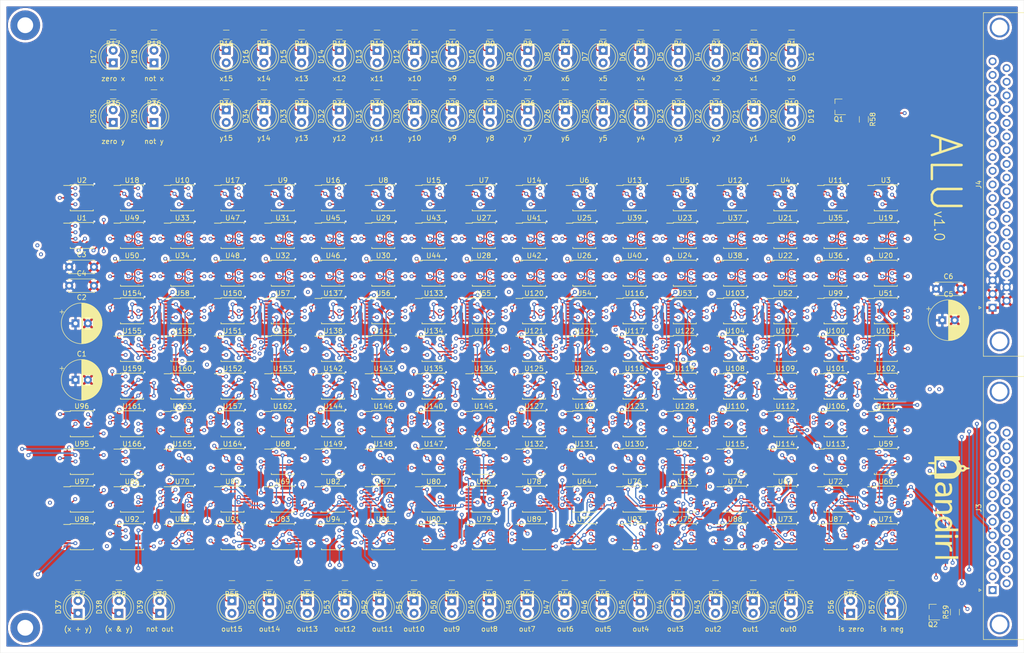
<source format=kicad_pcb>
(kicad_pcb (version 20171130) (host pcbnew 5.1.5-52549c5~84~ubuntu18.04.1)
  (layers (0 F.Cu signal hide) (1 In1.Cu signal) (2 In2.Cu signal) (31 B.Cu signal hide) (34 B.Paste user) (35 F.Paste user) (36 B.SilkS user) (37 F.SilkS user) (38 B.Mask user) (39 F.Mask user) (44 Edge.Cuts user))
  (net 0 "")
  (net 1 GND)
  (net 2 +3V3)
  (net 3 "Net-(U2-Pad12)")
  (net 4 "Net-(U2-Pad10)")
  (net 5 "Net-(U2-Pad8)")
  (net 6 "Net-(U3-Pad12)")
  (net 7 "Net-(U7-Pad3)")
  (net 8 "Net-(U8-Pad3)")
  (net 9 "Net-(U9-Pad3)")
  (net 10 "Net-(U10-Pad3)")
  (net 11 "Net-(U11-Pad3)")
  (net 12 "Net-(U12-Pad3)")
  (net 13 "Net-(U13-Pad3)")
  (net 14 "Net-(U14-Pad3)")
  (net 15 "Net-(U15-Pad3)")
  (net 16 "Net-(U16-Pad3)")
  (net 17 "Net-(U17-Pad3)")
  (net 18 "Net-(U18-Pad3)")
  (net 19 "Net-(U19-Pad13)")
  (net 20 "Net-(U19-Pad3)")
  (net 21 "Net-(U20-Pad13)")
  (net 22 "Net-(U20-Pad3)")
  (net 23 "Net-(U21-Pad13)")
  (net 24 "Net-(U21-Pad3)")
  (net 25 "Net-(U22-Pad13)")
  (net 26 "Net-(U22-Pad3)")
  (net 27 "Net-(U23-Pad13)")
  (net 28 "Net-(U23-Pad3)")
  (net 29 "Net-(U24-Pad13)")
  (net 30 "Net-(U24-Pad3)")
  (net 31 "Net-(U25-Pad13)")
  (net 32 "Net-(U25-Pad3)")
  (net 33 "Net-(U26-Pad13)")
  (net 34 "Net-(U26-Pad3)")
  (net 35 "Net-(U27-Pad13)")
  (net 36 "Net-(U27-Pad3)")
  (net 37 "Net-(U28-Pad13)")
  (net 38 "Net-(U28-Pad3)")
  (net 39 "Net-(U29-Pad13)")
  (net 40 "Net-(U29-Pad3)")
  (net 41 "Net-(U30-Pad13)")
  (net 42 "Net-(U30-Pad3)")
  (net 43 "Net-(U31-Pad13)")
  (net 44 "Net-(U31-Pad3)")
  (net 45 "Net-(U32-Pad13)")
  (net 46 "Net-(U32-Pad3)")
  (net 47 "Net-(U33-Pad13)")
  (net 48 "Net-(U33-Pad3)")
  (net 49 "Net-(U34-Pad13)")
  (net 50 "Net-(U34-Pad3)")
  (net 51 "Net-(U35-Pad13)")
  (net 52 "Net-(U35-Pad3)")
  (net 53 "Net-(U36-Pad13)")
  (net 54 "Net-(U36-Pad3)")
  (net 55 "Net-(U37-Pad13)")
  (net 56 "Net-(U37-Pad3)")
  (net 57 "Net-(U38-Pad13)")
  (net 58 "Net-(U38-Pad3)")
  (net 59 "Net-(U39-Pad13)")
  (net 60 "Net-(U39-Pad3)")
  (net 61 "Net-(U40-Pad13)")
  (net 62 "Net-(U40-Pad3)")
  (net 63 "Net-(U41-Pad13)")
  (net 64 "Net-(U41-Pad3)")
  (net 65 "Net-(U42-Pad13)")
  (net 66 "Net-(U42-Pad3)")
  (net 67 "Net-(U43-Pad13)")
  (net 68 "Net-(U43-Pad3)")
  (net 69 "Net-(U44-Pad13)")
  (net 70 "Net-(U44-Pad3)")
  (net 71 "Net-(U45-Pad13)")
  (net 72 "Net-(U45-Pad3)")
  (net 73 "Net-(U46-Pad13)")
  (net 74 "Net-(U46-Pad3)")
  (net 75 "Net-(U47-Pad13)")
  (net 76 "Net-(U47-Pad3)")
  (net 77 "Net-(U48-Pad13)")
  (net 78 "Net-(U48-Pad3)")
  (net 79 "Net-(U49-Pad13)")
  (net 80 "Net-(U49-Pad3)")
  (net 81 "Net-(U50-Pad13)")
  (net 82 "Net-(U50-Pad3)")
  (net 83 "Net-(U51-Pad3)")
  (net 84 "Net-(U52-Pad3)")
  (net 85 "Net-(U53-Pad3)")
  (net 86 "Net-(U54-Pad3)")
  (net 87 out14)
  (net 88 out12)
  (net 89 out10)
  (net 90 out8)
  (net 91 out6)
  (net 92 out4)
  (net 93 out2)
  (net 94 out0)
  (net 95 out_zero)
  (net 96 no)
  (net 97 ny)
  (net 98 nx)
  (net 99 out15)
  (net 100 out13)
  (net 101 out11)
  (net 102 out9)
  (net 103 out7)
  (net 104 out5)
  (net 105 out3)
  (net 106 out1)
  (net 107 f)
  (net 108 zy)
  (net 109 zx)
  (net 110 x1)
  (net 111 x3)
  (net 112 x5)
  (net 113 x7)
  (net 114 x9)
  (net 115 x11)
  (net 116 x13)
  (net 117 x15)
  (net 118 y1)
  (net 119 y3)
  (net 120 y5)
  (net 121 y7)
  (net 122 y9)
  (net 123 y11)
  (net 124 y13)
  (net 125 y15)
  (net 126 x0)
  (net 127 x2)
  (net 128 x4)
  (net 129 x6)
  (net 130 x8)
  (net 131 x10)
  (net 132 x12)
  (net 133 x14)
  (net 134 y0)
  (net 135 y2)
  (net 136 y4)
  (net 137 y6)
  (net 138 y8)
  (net 139 y10)
  (net 140 y12)
  (net 141 y14)
  (net 142 ~no)
  (net 143 ~f)
  (net 144 ~ny)
  (net 145 ~nx)
  (net 146 "Net-(U2-Pad13)")
  (net 147 "Net-(U2-Pad11)")
  (net 148 "Net-(U2-Pad9)")
  (net 149 ~zy)
  (net 150 ~zx)
  (net 151 /MuxNotX/in1)
  (net 152 /MuxNotX/in0)
  (net 153 "Net-(U3-Pad3)")
  (net 154 "Net-(U4-Pad12)")
  (net 155 /MuxNotX/in3)
  (net 156 /MuxNotX/in2)
  (net 157 "Net-(U4-Pad3)")
  (net 158 "Net-(U5-Pad12)")
  (net 159 /MuxNotX/in5)
  (net 160 /MuxNotX/in4)
  (net 161 "Net-(U5-Pad3)")
  (net 162 "Net-(U6-Pad12)")
  (net 163 /MuxNotX/in7)
  (net 164 /MuxNotX/in6)
  (net 165 "Net-(U6-Pad3)")
  (net 166 "Net-(U7-Pad12)")
  (net 167 /MuxNotX/in9)
  (net 168 /MuxNotX/in8)
  (net 169 "Net-(U8-Pad12)")
  (net 170 /MuxNotX/in11)
  (net 171 /MuxNotX/in10)
  (net 172 "Net-(U9-Pad12)")
  (net 173 /MuxNotX/in13)
  (net 174 /MuxNotX/in12)
  (net 175 "Net-(U10-Pad12)")
  (net 176 /MuxNotX/in15)
  (net 177 /MuxNotX/in14)
  (net 178 "Net-(U11-Pad12)")
  (net 179 /MuxNotY/in1)
  (net 180 /MuxNotY/in0)
  (net 181 "Net-(U12-Pad12)")
  (net 182 /MuxNotY/in3)
  (net 183 /MuxNotY/in2)
  (net 184 "Net-(U13-Pad12)")
  (net 185 /MuxNotY/in5)
  (net 186 /MuxNotY/in4)
  (net 187 "Net-(U14-Pad12)")
  (net 188 /MuxNotY/in7)
  (net 189 /MuxNotY/in6)
  (net 190 "Net-(U15-Pad12)")
  (net 191 /MuxNotY/in9)
  (net 192 /MuxNotY/in8)
  (net 193 "Net-(U16-Pad12)")
  (net 194 /MuxNotY/in11)
  (net 195 /MuxNotY/in10)
  (net 196 "Net-(U17-Pad12)")
  (net 197 /MuxNotY/in13)
  (net 198 /MuxNotY/in12)
  (net 199 "Net-(U18-Pad12)")
  (net 200 /MuxNotY/in15)
  (net 201 /MuxNotY/in14)
  (net 202 "Net-(U19-Pad12)")
  (net 203 notzero_x0)
  (net 204 "Net-(U20-Pad12)")
  (net 205 notzero_x1)
  (net 206 "Net-(U21-Pad12)")
  (net 207 notzero_x2)
  (net 208 "Net-(U22-Pad12)")
  (net 209 notzero_x3)
  (net 210 "Net-(U23-Pad12)")
  (net 211 notzero_x4)
  (net 212 "Net-(U24-Pad12)")
  (net 213 notzero_x5)
  (net 214 "Net-(U25-Pad12)")
  (net 215 notzero_x6)
  (net 216 "Net-(U26-Pad12)")
  (net 217 notzero_x7)
  (net 218 "Net-(U27-Pad12)")
  (net 219 notzero_x8)
  (net 220 "Net-(U28-Pad12)")
  (net 221 notzero_x9)
  (net 222 "Net-(U29-Pad12)")
  (net 223 notzero_x10)
  (net 224 "Net-(U30-Pad12)")
  (net 225 notzero_x11)
  (net 226 "Net-(U31-Pad12)")
  (net 227 notzero_x12)
  (net 228 "Net-(U32-Pad12)")
  (net 229 notzero_x13)
  (net 230 "Net-(U33-Pad12)")
  (net 231 notzero_x14)
  (net 232 "Net-(U34-Pad12)")
  (net 233 notzero_x15)
  (net 234 "Net-(U35-Pad12)")
  (net 235 notzero_y0)
  (net 236 "Net-(U36-Pad12)")
  (net 237 notzero_y1)
  (net 238 "Net-(U37-Pad12)")
  (net 239 notzero_y2)
  (net 240 "Net-(U38-Pad12)")
  (net 241 notzero_y3)
  (net 242 "Net-(U39-Pad12)")
  (net 243 notzero_y4)
  (net 244 "Net-(U40-Pad12)")
  (net 245 notzero_y5)
  (net 246 "Net-(U41-Pad12)")
  (net 247 notzero_y6)
  (net 248 "Net-(U42-Pad12)")
  (net 249 notzero_y7)
  (net 250 "Net-(U43-Pad12)")
  (net 251 notzero_y8)
  (net 252 "Net-(U44-Pad12)")
  (net 253 notzero_y9)
  (net 254 "Net-(U45-Pad12)")
  (net 255 notzero_y10)
  (net 256 "Net-(U46-Pad12)")
  (net 257 notzero_y11)
  (net 258 "Net-(U47-Pad12)")
  (net 259 notzero_y12)
  (net 260 "Net-(U48-Pad12)")
  (net 261 notzero_y13)
  (net 262 "Net-(U49-Pad12)")
  (net 263 notzero_y14)
  (net 264 "Net-(U50-Pad12)")
  (net 265 notzero_y15)
  (net 266 "Net-(U51-Pad12)")
  (net 267 xandy_1)
  (net 268 xandy_0)
  (net 269 "Net-(U52-Pad12)")
  (net 270 xandy_3)
  (net 271 xandy_2)
  (net 272 "Net-(U53-Pad12)")
  (net 273 xandy_5)
  (net 274 xandy_4)
  (net 275 "Net-(U54-Pad12)")
  (net 276 xandy_7)
  (net 277 xandy_6)
  (net 278 "Net-(U55-Pad12)")
  (net 279 xandy_9)
  (net 280 xandy_8)
  (net 281 "Net-(U55-Pad3)")
  (net 282 "Net-(U56-Pad12)")
  (net 283 xandy_11)
  (net 284 xandy_10)
  (net 285 "Net-(U56-Pad3)")
  (net 286 "Net-(U57-Pad12)")
  (net 287 xandy_13)
  (net 288 xandy_12)
  (net 289 "Net-(U57-Pad3)")
  (net 290 "Net-(U58-Pad12)")
  (net 291 xandy_15)
  (net 292 xandy_14)
  (net 293 "Net-(U58-Pad3)")
  (net 294 "Net-(U59-Pad11)")
  (net 295 "Net-(U59-Pad10)")
  (net 296 "Net-(U59-Pad6)")
  (net 297 /MuxNotOut/in0)
  (net 298 xplusy_0)
  (net 299 xplusy_2)
  (net 300 "Net-(U60-Pad11)")
  (net 301 "Net-(U60-Pad8)")
  (net 302 /MuxNotOut/in1)
  (net 303 "Net-(U60-Pad3)")
  (net 304 xplusy_1)
  (net 305 "Net-(U61-Pad13)")
  (net 306 "Net-(U61-Pad12)")
  (net 307 /MuxNotOut/in3)
  (net 308 xplusy_3)
  (net 309 /MuxNotOut/in2)
  (net 310 "Net-(U62-Pad11)")
  (net 311 "Net-(U62-Pad10)")
  (net 312 "Net-(U62-Pad6)")
  (net 313 /MuxNotOut/in4)
  (net 314 xplusy_4)
  (net 315 xplusy_6)
  (net 316 "Net-(U63-Pad11)")
  (net 317 "Net-(U63-Pad8)")
  (net 318 /MuxNotOut/in5)
  (net 319 "Net-(U63-Pad3)")
  (net 320 xplusy_5)
  (net 321 "Net-(U64-Pad13)")
  (net 322 "Net-(U64-Pad12)")
  (net 323 /MuxNotOut/in7)
  (net 324 xplusy_7)
  (net 325 /MuxNotOut/in6)
  (net 326 "Net-(U65-Pad11)")
  (net 327 "Net-(U65-Pad10)")
  (net 328 "Net-(U65-Pad6)")
  (net 329 /MuxNotOut/in8)
  (net 330 xplusy_8)
  (net 331 xplusy_10)
  (net 332 "Net-(U66-Pad11)")
  (net 333 "Net-(U66-Pad8)")
  (net 334 /MuxNotOut/in9)
  (net 335 "Net-(U66-Pad3)")
  (net 336 xplusy_9)
  (net 337 "Net-(U67-Pad13)")
  (net 338 "Net-(U67-Pad12)")
  (net 339 /MuxNotOut/in11)
  (net 340 xplusy_11)
  (net 341 /MuxNotOut/in10)
  (net 342 "Net-(U68-Pad11)")
  (net 343 "Net-(U68-Pad10)")
  (net 344 "Net-(U68-Pad6)")
  (net 345 /MuxNotOut/in12)
  (net 346 xplusy_12)
  (net 347 xplusy_14)
  (net 348 "Net-(U69-Pad11)")
  (net 349 "Net-(U69-Pad8)")
  (net 350 /MuxNotOut/in13)
  (net 351 "Net-(U69-Pad3)")
  (net 352 xplusy_13)
  (net 353 "Net-(U70-Pad13)")
  (net 354 "Net-(U70-Pad12)")
  (net 355 /MuxNotOut/in15)
  (net 356 xplusy_15)
  (net 357 /MuxNotOut/in14)
  (net 358 "Net-(U71-Pad13)")
  (net 359 "Net-(U71-Pad12)")
  (net 360 "Net-(U71-Pad3)")
  (net 361 "Net-(U72-Pad13)")
  (net 362 "Net-(U72-Pad12)")
  (net 363 "Net-(U72-Pad3)")
  (net 364 "Net-(U73-Pad13)")
  (net 365 "Net-(U73-Pad12)")
  (net 366 "Net-(U73-Pad3)")
  (net 367 "Net-(U74-Pad13)")
  (net 368 "Net-(U74-Pad12)")
  (net 369 "Net-(U74-Pad3)")
  (net 370 "Net-(U75-Pad13)")
  (net 371 "Net-(U75-Pad12)")
  (net 372 "Net-(U75-Pad3)")
  (net 373 "Net-(U76-Pad13)")
  (net 374 "Net-(U76-Pad12)")
  (net 375 "Net-(U76-Pad3)")
  (net 376 "Net-(U77-Pad13)")
  (net 377 "Net-(U77-Pad12)")
  (net 378 "Net-(U77-Pad3)")
  (net 379 "Net-(U78-Pad13)")
  (net 380 "Net-(U78-Pad12)")
  (net 381 "Net-(U78-Pad3)")
  (net 382 "Net-(U79-Pad13)")
  (net 383 "Net-(U79-Pad12)")
  (net 384 "Net-(U79-Pad3)")
  (net 385 "Net-(U80-Pad13)")
  (net 386 "Net-(U80-Pad12)")
  (net 387 "Net-(U80-Pad3)")
  (net 388 "Net-(U81-Pad13)")
  (net 389 "Net-(U81-Pad12)")
  (net 390 "Net-(U81-Pad3)")
  (net 391 "Net-(U82-Pad13)")
  (net 392 "Net-(U82-Pad12)")
  (net 393 "Net-(U82-Pad3)")
  (net 394 "Net-(U83-Pad13)")
  (net 395 "Net-(U83-Pad12)")
  (net 396 "Net-(U83-Pad3)")
  (net 397 "Net-(U84-Pad13)")
  (net 398 "Net-(U84-Pad12)")
  (net 399 "Net-(U84-Pad3)")
  (net 400 "Net-(U85-Pad13)")
  (net 401 "Net-(U85-Pad12)")
  (net 402 "Net-(U85-Pad3)")
  (net 403 "Net-(U86-Pad13)")
  (net 404 "Net-(U86-Pad12)")
  (net 405 "Net-(U86-Pad3)")
  (net 406 "Net-(U87-Pad11)")
  (net 407 "Net-(U87-Pad10)")
  (net 408 "Net-(U87-Pad6)")
  (net 409 /TestZero/0or1)
  (net 410 "Net-(U88-Pad11)")
  (net 411 "Net-(U88-Pad8)")
  (net 412 /TestZero/2or3)
  (net 413 "Net-(U88-Pad3)")
  (net 414 "Net-(U89-Pad10)")
  (net 415 "Net-(U89-Pad6)")
  (net 416 /TestZero/6or7)
  (net 417 /TestZero/4or5)
  (net 418 "Net-(U90-Pad11)")
  (net 419 "Net-(U90-Pad10)")
  (net 420 "Net-(U90-Pad6)")
  (net 421 /TestZero/8or9)
  (net 422 "Net-(U91-Pad11)")
  (net 423 "Net-(U91-Pad8)")
  (net 424 /TestZero/10or11)
  (net 425 "Net-(U91-Pad3)")
  (net 426 "Net-(U92-Pad10)")
  (net 427 "Net-(U92-Pad6)")
  (net 428 /TestZero/14or15)
  (net 429 /TestZero/12or13)
  (net 430 "Net-(U93-Pad11)")
  (net 431 "Net-(U93-Pad10)")
  (net 432 "Net-(U93-Pad6)")
  (net 433 /TestZero/0or1or2or3)
  (net 434 "Net-(U94-Pad11)")
  (net 435 "Net-(U94-Pad8)")
  (net 436 /TestZero/4or5or6or7)
  (net 437 "Net-(U94-Pad3)")
  (net 438 "Net-(U95-Pad10)")
  (net 439 "Net-(U95-Pad6)")
  (net 440 /TestZero/12or13or14or15)
  (net 441 /TestZero/8or9or10or11)
  (net 442 "Net-(U96-Pad11)")
  (net 443 "Net-(U96-Pad10)")
  (net 444 "Net-(U96-Pad6)")
  (net 445 /TestZero/0to7)
  (net 446 "Net-(U97-Pad11)")
  (net 447 /TestZero/8to15)
  (net 448 "Net-(U97-Pad8)")
  (net 449 "Net-(U97-Pad3)")
  (net 450 "Net-(U98-Pad13)")
  (net 451 "Net-(U98-Pad12)")
  (net 452 "Net-(U98-Pad11)")
  (net 453 "Net-(U98-Pad10)")
  (net 454 "Net-(U98-Pad9)")
  (net 455 "Net-(U98-Pad8)")
  (net 456 "Net-(U98-Pad3)")
  (net 457 "Net-(U99-Pad13)")
  (net 458 "Net-(U99-Pad12)")
  (net 459 "Net-(U100-Pad1)")
  (net 460 "Net-(U105-Pad2)")
  (net 461 "Net-(U100-Pad13)")
  (net 462 "Net-(U100-Pad12)")
  (net 463 "Net-(U100-Pad10)")
  (net 464 "Net-(U101-Pad13)")
  (net 465 "Net-(U101-Pad12)")
  (net 466 "Net-(U101-Pad11)")
  (net 467 "Net-(U101-Pad10)")
  (net 468 "Net-(U102-Pad13)")
  (net 469 "Net-(U102-Pad12)")
  (net 470 "Net-(U102-Pad10)")
  (net 471 "/X plus Y/Bits0to3/c0")
  (net 472 "Net-(U103-Pad13)")
  (net 473 "Net-(U103-Pad12)")
  (net 474 "Net-(U103-Pad11)")
  (net 475 "Net-(U103-Pad10)")
  (net 476 "Net-(U104-Pad13)")
  (net 477 "Net-(U104-Pad12)")
  (net 478 "Net-(U104-Pad10)")
  (net 479 "/X plus Y/Bits0to3/c1")
  (net 480 "Net-(U105-Pad13)")
  (net 481 "Net-(U105-Pad12)")
  (net 482 "/X plus Y/Bits0to3/p0")
  (net 483 "Net-(U106-Pad13)")
  (net 484 "Net-(U106-Pad12)")
  (net 485 "/X plus Y/Bits0to3/p1")
  (net 486 "Net-(U107-Pad13)")
  (net 487 "Net-(U107-Pad12)")
  (net 488 "/X plus Y/Bits0to3/p2")
  (net 489 "/X plus Y/Bits0to3/c2")
  (net 490 "Net-(U108-Pad13)")
  (net 491 "Net-(U108-Pad12)")
  (net 492 "Net-(U108-Pad11)")
  (net 493 "Net-(U108-Pad10)")
  (net 494 "Net-(U109-Pad13)")
  (net 495 "Net-(U109-Pad12)")
  (net 496 "Net-(U109-Pad10)")
  (net 497 "Net-(U110-Pad13)")
  (net 498 "Net-(U110-Pad12)")
  (net 499 "/X plus Y/Bits0to3/p3")
  (net 500 "/X plus Y/Bits0to3/c3")
  (net 501 "Net-(U111-Pad12)")
  (net 502 "/X plus Y/Bits0to3/p0p1")
  (net 503 "/X plus Y/Bits0to3/g0")
  (net 504 "Net-(U111-Pad3)")
  (net 505 "Net-(U112-Pad12)")
  (net 506 "/X plus Y/Bits0to3/g0p1")
  (net 507 "/X plus Y/Bits0to3/p2p3")
  (net 508 "Net-(U112-Pad3)")
  (net 509 "Net-(U113-Pad12)")
  (net 510 "/X plus Y/Bits0to3/p0p1p2p3")
  (net 511 "/X plus Y/Bits0to3/g0p1p2p3")
  (net 512 "Net-(U113-Pad3)")
  (net 513 "Net-(U114-Pad13)")
  (net 514 "Net-(U114-Pad12)")
  (net 515 "Net-(U114-Pad11)")
  (net 516 "/X plus Y/Bits0to3/~p0p1p2p3")
  (net 517 "Net-(U115-Pad13)")
  (net 518 "Net-(U115-Pad12)")
  (net 519 "Net-(U115-Pad11)")
  (net 520 "Net-(U115-Pad10)")
  (net 521 "Net-(U115-Pad6)")
  (net 522 "/X plus Y/Bits4to7/c_in")
  (net 523 "Net-(U116-Pad13)")
  (net 524 "Net-(U116-Pad12)")
  (net 525 "Net-(U116-Pad11)")
  (net 526 "Net-(U116-Pad10)")
  (net 527 "Net-(U117-Pad13)")
  (net 528 "Net-(U117-Pad12)")
  (net 529 "Net-(U117-Pad10)")
  (net 530 "Net-(U118-Pad13)")
  (net 531 "Net-(U118-Pad12)")
  (net 532 "Net-(U118-Pad11)")
  (net 533 "Net-(U118-Pad10)")
  (net 534 "Net-(U119-Pad13)")
  (net 535 "Net-(U119-Pad12)")
  (net 536 "Net-(U119-Pad10)")
  (net 537 "/X plus Y/Bits4to7/c0")
  (net 538 "Net-(U120-Pad13)")
  (net 539 "Net-(U120-Pad12)")
  (net 540 "Net-(U120-Pad11)")
  (net 541 "Net-(U120-Pad10)")
  (net 542 "Net-(U121-Pad13)")
  (net 543 "Net-(U121-Pad12)")
  (net 544 "Net-(U121-Pad10)")
  (net 545 "/X plus Y/Bits4to7/c1")
  (net 546 "Net-(U122-Pad13)")
  (net 547 "Net-(U122-Pad12)")
  (net 548 "/X plus Y/Bits4to7/p0")
  (net 549 "Net-(U123-Pad13)")
  (net 550 "Net-(U123-Pad12)")
  (net 551 "/X plus Y/Bits4to7/p1")
  (net 552 "Net-(U124-Pad13)")
  (net 553 "Net-(U124-Pad12)")
  (net 554 "/X plus Y/Bits4to7/p2")
  (net 555 "/X plus Y/Bits4to7/c2")
  (net 556 "Net-(U125-Pad13)")
  (net 557 "Net-(U125-Pad12)")
  (net 558 "Net-(U125-Pad11)")
  (net 559 "Net-(U125-Pad10)")
  (net 560 "Net-(U126-Pad13)")
  (net 561 "Net-(U126-Pad12)")
  (net 562 "Net-(U126-Pad10)")
  (net 563 "Net-(U127-Pad13)")
  (net 564 "Net-(U127-Pad12)")
  (net 565 "/X plus Y/Bits4to7/p3")
  (net 566 "/X plus Y/Bits4to7/c3")
  (net 567 "Net-(U128-Pad12)")
  (net 568 "/X plus Y/Bits4to7/p0p1")
  (net 569 "/X plus Y/Bits4to7/g0")
  (net 570 "Net-(U128-Pad3)")
  (net 571 "Net-(U129-Pad12)")
  (net 572 "/X plus Y/Bits4to7/g0p1")
  (net 573 "/X plus Y/Bits4to7/p2p3")
  (net 574 "Net-(U129-Pad3)")
  (net 575 "Net-(U130-Pad12)")
  (net 576 "/X plus Y/Bits4to7/p0p1p2p3")
  (net 577 "/X plus Y/Bits4to7/g0p1p2p3")
  (net 578 "Net-(U130-Pad3)")
  (net 579 "Net-(U131-Pad13)")
  (net 580 "Net-(U131-Pad12)")
  (net 581 "Net-(U131-Pad11)")
  (net 582 "/X plus Y/Bits4to7/~p0p1p2p3")
  (net 583 "Net-(U132-Pad13)")
  (net 584 "Net-(U132-Pad12)")
  (net 585 "Net-(U132-Pad11)")
  (net 586 "Net-(U132-Pad10)")
  (net 587 "Net-(U132-Pad6)")
  (net 588 "/X plus Y/Bits8to11/c_in")
  (net 589 "Net-(U133-Pad13)")
  (net 590 "Net-(U133-Pad12)")
  (net 591 "Net-(U133-Pad11)")
  (net 592 "Net-(U133-Pad10)")
  (net 593 "Net-(U134-Pad13)")
  (net 594 "Net-(U134-Pad12)")
  (net 595 "Net-(U134-Pad10)")
  (net 596 "Net-(U135-Pad13)")
  (net 597 "Net-(U135-Pad12)")
  (net 598 "Net-(U135-Pad11)")
  (net 599 "Net-(U135-Pad10)")
  (net 600 "Net-(U136-Pad13)")
  (net 601 "Net-(U136-Pad12)")
  (net 602 "Net-(U136-Pad10)")
  (net 603 "/X plus Y/Bits8to11/c0")
  (net 604 "Net-(U137-Pad13)")
  (net 605 "Net-(U137-Pad12)")
  (net 606 "Net-(U137-Pad11)")
  (net 607 "Net-(U137-Pad10)")
  (net 608 "Net-(U138-Pad13)")
  (net 609 "Net-(U138-Pad12)")
  (net 610 "Net-(U138-Pad10)")
  (net 611 "/X plus Y/Bits8to11/c1")
  (net 612 "Net-(U139-Pad13)")
  (net 613 "Net-(U139-Pad12)")
  (net 614 "/X plus Y/Bits8to11/p0")
  (net 615 "Net-(U140-Pad13)")
  (net 616 "Net-(U140-Pad12)")
  (net 617 "/X plus Y/Bits8to11/p1")
  (net 618 "Net-(U141-Pad13)")
  (net 619 "Net-(U141-Pad12)")
  (net 620 "/X plus Y/Bits8to11/p2")
  (net 621 "/X plus Y/Bits8to11/c2")
  (net 622 "Net-(U142-Pad13)")
  (net 623 "Net-(U142-Pad12)")
  (net 624 "Net-(U142-Pad11)")
  (net 625 "Net-(U142-Pad10)")
  (net 626 "Net-(U143-Pad13)")
  (net 627 "Net-(U143-Pad12)")
  (net 628 "Net-(U143-Pad10)")
  (net 629 "Net-(U144-Pad13)")
  (net 630 "Net-(U144-Pad12)")
  (net 631 "/X plus Y/Bits8to11/p3")
  (net 632 "/X plus Y/Bits8to11/c3")
  (net 633 "Net-(U145-Pad12)")
  (net 634 "/X plus Y/Bits8to11/p0p1")
  (net 635 "/X plus Y/Bits8to11/g0")
  (net 636 "Net-(U145-Pad3)")
  (net 637 "Net-(U146-Pad12)")
  (net 638 "/X plus Y/Bits8to11/g0p1")
  (net 639 "/X plus Y/Bits8to11/p2p3")
  (net 640 "Net-(U146-Pad3)")
  (net 641 "Net-(U147-Pad12)")
  (net 642 "/X plus Y/Bits8to11/p0p1p2p3")
  (net 643 "/X plus Y/Bits8to11/g0p1p2p3")
  (net 644 "Net-(U147-Pad3)")
  (net 645 "Net-(U148-Pad13)")
  (net 646 "Net-(U148-Pad12)")
  (net 647 "Net-(U148-Pad11)")
  (net 648 "/X plus Y/Bits8to11/~p0p1p2p3")
  (net 649 "Net-(U149-Pad13)")
  (net 650 "Net-(U149-Pad12)")
  (net 651 "Net-(U149-Pad11)")
  (net 652 "Net-(U149-Pad10)")
  (net 653 "Net-(U149-Pad6)")
  (net 654 "/X plus Y/Bits12to15/c_in")
  (net 655 "Net-(U150-Pad13)")
  (net 656 "Net-(U150-Pad12)")
  (net 657 "Net-(U150-Pad11)")
  (net 658 "Net-(U150-Pad10)")
  (net 659 "Net-(U151-Pad13)")
  (net 660 "Net-(U151-Pad12)")
  (net 661 "Net-(U151-Pad10)")
  (net 662 "Net-(U152-Pad13)")
  (net 663 "Net-(U152-Pad12)")
  (net 664 "Net-(U152-Pad11)")
  (net 665 "Net-(U152-Pad10)")
  (net 666 "Net-(U153-Pad13)")
  (net 667 "Net-(U153-Pad12)")
  (net 668 "Net-(U153-Pad10)")
  (net 669 "/X plus Y/Bits12to15/c0")
  (net 670 "Net-(U154-Pad13)")
  (net 671 "Net-(U154-Pad12)")
  (net 672 "Net-(U154-Pad11)")
  (net 673 "Net-(U154-Pad10)")
  (net 674 "Net-(U155-Pad13)")
  (net 675 "Net-(U155-Pad12)")
  (net 676 "Net-(U155-Pad10)")
  (net 677 "/X plus Y/Bits12to15/c1")
  (net 678 "Net-(U156-Pad13)")
  (net 679 "Net-(U156-Pad12)")
  (net 680 "/X plus Y/Bits12to15/p0")
  (net 681 "Net-(U157-Pad13)")
  (net 682 "Net-(U157-Pad12)")
  (net 683 "/X plus Y/Bits12to15/p1")
  (net 684 "Net-(U158-Pad13)")
  (net 685 "Net-(U158-Pad12)")
  (net 686 "/X plus Y/Bits12to15/p2")
  (net 687 "/X plus Y/Bits12to15/c2")
  (net 688 "Net-(U159-Pad13)")
  (net 689 "Net-(U159-Pad12)")
  (net 690 "Net-(U159-Pad11)")
  (net 691 "Net-(U159-Pad10)")
  (net 692 "Net-(U160-Pad13)")
  (net 693 "Net-(U160-Pad12)")
  (net 694 "Net-(U160-Pad10)")
  (net 695 "Net-(U161-Pad13)")
  (net 696 "Net-(U161-Pad12)")
  (net 697 "/X plus Y/Bits12to15/p3")
  (net 698 "/X plus Y/Bits12to15/c3")
  (net 699 "Net-(U162-Pad12)")
  (net 700 "/X plus Y/Bits12to15/p0p1")
  (net 701 "/X plus Y/Bits12to15/g0")
  (net 702 "Net-(U162-Pad3)")
  (net 703 "Net-(U163-Pad12)")
  (net 704 "/X plus Y/Bits12to15/g0p1")
  (net 705 "/X plus Y/Bits12to15/p2p3")
  (net 706 "Net-(U163-Pad3)")
  (net 707 "Net-(U164-Pad12)")
  (net 708 "/X plus Y/Bits12to15/p0p1p2p3")
  (net 709 "/X plus Y/Bits12to15/g0p1p2p3")
  (net 710 "Net-(U164-Pad3)")
  (net 711 "Net-(U165-Pad13)")
  (net 712 "Net-(U165-Pad12)")
  (net 713 "Net-(U165-Pad11)")
  (net 714 "/X plus Y/Bits12to15/~p0p1p2p3")
  (net 715 "Net-(U166-Pad13)")
  (net 716 "Net-(U166-Pad12)")
  (net 717 "Net-(U166-Pad11)")
  (net 718 "Net-(U166-Pad10)")
  (net 719 "Net-(U166-Pad6)")
  (net 720 "/X plus Y/Bits12to15/c_out")
  (net 721 "Net-(D1-Pad1)")
  (net 722 "Net-(D2-Pad1)")
  (net 723 "Net-(D3-Pad1)")
  (net 724 "Net-(D4-Pad1)")
  (net 725 "Net-(D5-Pad1)")
  (net 726 "Net-(D6-Pad1)")
  (net 727 "Net-(D7-Pad1)")
  (net 728 "Net-(D8-Pad1)")
  (net 729 "Net-(D9-Pad1)")
  (net 730 "Net-(D10-Pad1)")
  (net 731 "Net-(D11-Pad1)")
  (net 732 "Net-(D12-Pad1)")
  (net 733 "Net-(D13-Pad1)")
  (net 734 "Net-(D14-Pad1)")
  (net 735 "Net-(D15-Pad1)")
  (net 736 "Net-(D16-Pad1)")
  (net 737 "Net-(D17-Pad1)")
  (net 738 "Net-(D18-Pad1)")
  (net 739 "Net-(D19-Pad1)")
  (net 740 "Net-(D20-Pad1)")
  (net 741 "Net-(D21-Pad1)")
  (net 742 "Net-(D22-Pad1)")
  (net 743 "Net-(D23-Pad1)")
  (net 744 "Net-(D24-Pad1)")
  (net 745 "Net-(D25-Pad1)")
  (net 746 "Net-(D26-Pad1)")
  (net 747 "Net-(D27-Pad1)")
  (net 748 "Net-(D28-Pad1)")
  (net 749 "Net-(D29-Pad1)")
  (net 750 "Net-(D30-Pad1)")
  (net 751 "Net-(D31-Pad1)")
  (net 752 "Net-(D32-Pad1)")
  (net 753 "Net-(D33-Pad1)")
  (net 754 "Net-(D34-Pad1)")
  (net 755 "Net-(D35-Pad1)")
  (net 756 "Net-(D36-Pad1)")
  (net 757 "Net-(D37-Pad1)")
  (net 758 "Net-(D38-Pad1)")
  (net 759 "Net-(D39-Pad1)")
  (net 760 "Net-(D40-Pad1)")
  (net 761 "Net-(D41-Pad1)")
  (net 762 "Net-(D42-Pad1)")
  (net 763 "Net-(D43-Pad1)")
  (net 764 "Net-(D44-Pad1)")
  (net 765 "Net-(D45-Pad1)")
  (net 766 "Net-(D46-Pad1)")
  (net 767 "Net-(D47-Pad1)")
  (net 768 "Net-(D48-Pad1)")
  (net 769 "Net-(D49-Pad1)")
  (net 770 "Net-(D50-Pad1)")
  (net 771 "Net-(D51-Pad1)")
  (net 772 "Net-(D52-Pad1)")
  (net 773 "Net-(D53-Pad1)")
  (net 774 "Net-(D54-Pad1)")
  (net 775 "Net-(D55-Pad1)")
  (net 776 "Net-(D56-Pad1)")
  (net 777 "Net-(D57-Pad1)")
  (net 778 inst_15)
  (net 779 /LEDs/coll)
  (net 780 "Net-(Q1-Pad1)")
  (net 781 /LEDs/coll2)
  (net 782 "Net-(Q2-Pad1)")
  (module "nandirl logo:logo_sm" (layer F.Cu) (at 237.49 127 270)
    (fp_text reference G*** hide)
    (fp_text value LOGO hide)
  )
  (module Connector_Dsub:DSUB-37_Male_Horizontal_P2.77x2.84mm_EdgePinOffset7.70mm_Housed_MountingHolesOffset9.12mm (layer F.Cu) (at 246.38 86.36 90)
    (fp_text reference J4 (at 24.93 -2.8 90) (layer F.SilkS))
    (fp_text value DB37_Male)
    (pad 0 thru_hole circle (at 56.68 1.42 90) (size 4 4) (drill 3.2) (layers *.Cu *.Mask))
    (pad 0 thru_hole circle (at -6.82 1.42 90) (size 4 4) (drill 3.2) (layers *.Cu *.Mask))
    (pad 37 thru_hole circle (at 48.475 2.84 90) (size 1.6 1.6) (drill 1) (layers *.Cu *.Mask) (net 110 x1))
    (pad 36 thru_hole circle (at 45.705 2.84 90) (size 1.6 1.6) (drill 1) (layers *.Cu *.Mask) (net 111 x3))
    (pad 35 thru_hole circle (at 42.935 2.84 90) (size 1.6 1.6) (drill 1) (layers *.Cu *.Mask) (net 112 x5))
    (pad 34 thru_hole circle (at 40.165 2.84 90) (size 1.6 1.6) (drill 1) (layers *.Cu *.Mask) (net 113 x7))
    (pad 33 thru_hole circle (at 37.395 2.84 90) (size 1.6 1.6) (drill 1) (layers *.Cu *.Mask) (net 114 x9))
    (pad 32 thru_hole circle (at 34.625 2.84 90) (size 1.6 1.6) (drill 1) (layers *.Cu *.Mask) (net 115 x11))
    (pad 31 thru_hole circle (at 31.855 2.84 90) (size 1.6 1.6) (drill 1) (layers *.Cu *.Mask) (net 116 x13))
    (pad 30 thru_hole circle (at 29.085 2.84 90) (size 1.6 1.6) (drill 1) (layers *.Cu *.Mask) (net 117 x15))
    (pad 29 thru_hole circle (at 26.315 2.84 90) (size 1.6 1.6) (drill 1) (layers *.Cu *.Mask) (net 118 y1))
    (pad 28 thru_hole circle (at 23.545 2.84 90) (size 1.6 1.6) (drill 1) (layers *.Cu *.Mask) (net 119 y3))
    (pad 27 thru_hole circle (at 20.775 2.84 90) (size 1.6 1.6) (drill 1) (layers *.Cu *.Mask) (net 120 y5))
    (pad 26 thru_hole circle (at 18.005 2.84 90) (size 1.6 1.6) (drill 1) (layers *.Cu *.Mask) (net 121 y7))
    (pad 25 thru_hole circle (at 15.235 2.84 90) (size 1.6 1.6) (drill 1) (layers *.Cu *.Mask) (net 122 y9))
    (pad 24 thru_hole circle (at 12.465 2.84 90) (size 1.6 1.6) (drill 1) (layers *.Cu *.Mask) (net 123 y11))
    (pad 23 thru_hole circle (at 9.695 2.84 90) (size 1.6 1.6) (drill 1) (layers *.Cu *.Mask) (net 124 y13))
    (pad 22 thru_hole circle (at 6.925 2.84 90) (size 1.6 1.6) (drill 1) (layers *.Cu *.Mask) (net 125 y15))
    (pad 21 thru_hole circle (at 4.155 2.84 90) (size 1.6 1.6) (drill 1) (layers *.Cu *.Mask) (net 2 +3V3))
    (pad 20 thru_hole circle (at 1.385 2.84 90) (size 1.6 1.6) (drill 1) (layers *.Cu *.Mask) (net 1 GND))
    (pad 19 thru_hole circle (at 49.86 0 90) (size 1.6 1.6) (drill 1) (layers *.Cu *.Mask) (net 126 x0))
    (pad 18 thru_hole circle (at 47.09 0 90) (size 1.6 1.6) (drill 1) (layers *.Cu *.Mask) (net 127 x2))
    (pad 17 thru_hole circle (at 44.32 0 90) (size 1.6 1.6) (drill 1) (layers *.Cu *.Mask) (net 128 x4))
    (pad 16 thru_hole circle (at 41.55 0 90) (size 1.6 1.6) (drill 1) (layers *.Cu *.Mask) (net 129 x6))
    (pad 15 thru_hole circle (at 38.78 0 90) (size 1.6 1.6) (drill 1) (layers *.Cu *.Mask) (net 130 x8))
    (pad 14 thru_hole circle (at 36.01 0 90) (size 1.6 1.6) (drill 1) (layers *.Cu *.Mask) (net 131 x10))
    (pad 13 thru_hole circle (at 33.24 0 90) (size 1.6 1.6) (drill 1) (layers *.Cu *.Mask) (net 132 x12))
    (pad 12 thru_hole circle (at 30.47 0 90) (size 1.6 1.6) (drill 1) (layers *.Cu *.Mask) (net 133 x14))
    (pad 11 thru_hole circle (at 27.7 0 90) (size 1.6 1.6) (drill 1) (layers *.Cu *.Mask) (net 134 y0))
    (pad 10 thru_hole circle (at 24.93 0 90) (size 1.6 1.6) (drill 1) (layers *.Cu *.Mask) (net 135 y2))
    (pad 9 thru_hole circle (at 22.16 0 90) (size 1.6 1.6) (drill 1) (layers *.Cu *.Mask) (net 136 y4))
    (pad 8 thru_hole circle (at 19.39 0 90) (size 1.6 1.6) (drill 1) (layers *.Cu *.Mask) (net 137 y6))
    (pad 7 thru_hole circle (at 16.62 0 90) (size 1.6 1.6) (drill 1) (layers *.Cu *.Mask) (net 138 y8))
    (pad 6 thru_hole circle (at 13.85 0 90) (size 1.6 1.6) (drill 1) (layers *.Cu *.Mask) (net 139 y10))
    (pad 5 thru_hole circle (at 11.08 0 90) (size 1.6 1.6) (drill 1) (layers *.Cu *.Mask) (net 140 y12))
    (pad 4 thru_hole circle (at 8.31 0 90) (size 1.6 1.6) (drill 1) (layers *.Cu *.Mask) (net 141 y14))
    (pad 3 thru_hole circle (at 5.54 0 90) (size 1.6 1.6) (drill 1) (layers *.Cu *.Mask) (net 2 +3V3))
    (pad 2 thru_hole circle (at 2.77 0 90) (size 1.6 1.6) (drill 1) (layers *.Cu *.Mask) (net 1 GND))
    (pad 1 thru_hole rect (at 0 0 90) (size 1.6 1.6) (drill 1) (layers *.Cu *.Mask) (net 1 GND))
  )
  (module Connector_Dsub:DSUB-25_Male_Horizontal_P2.77x2.84mm_EdgePinOffset7.70mm_Housed_MountingHolesOffset9.12mm (layer F.Cu) (at 246.38 143.51 90)
    (fp_text reference J3 (at 16.62 -2.8 90) (layer F.SilkS))
    (fp_text value DB25_Male)
    (pad 0 thru_hole circle (at 40.17 1.42 90) (size 4 4) (drill 3.2) (layers *.Cu *.Mask))
    (pad 0 thru_hole circle (at -6.93 1.42 90) (size 4 4) (drill 3.2) (layers *.Cu *.Mask))
    (pad 25 thru_hole circle (at 31.855 2.84 90) (size 1.6 1.6) (drill 1) (layers *.Cu *.Mask) (net 87 out14))
    (pad 24 thru_hole circle (at 29.085 2.84 90) (size 1.6 1.6) (drill 1) (layers *.Cu *.Mask) (net 88 out12))
    (pad 23 thru_hole circle (at 26.315 2.84 90) (size 1.6 1.6) (drill 1) (layers *.Cu *.Mask) (net 89 out10))
    (pad 22 thru_hole circle (at 23.545 2.84 90) (size 1.6 1.6) (drill 1) (layers *.Cu *.Mask) (net 90 out8))
    (pad 21 thru_hole circle (at 20.775 2.84 90) (size 1.6 1.6) (drill 1) (layers *.Cu *.Mask) (net 91 out6))
    (pad 20 thru_hole circle (at 18.005 2.84 90) (size 1.6 1.6) (drill 1) (layers *.Cu *.Mask) (net 92 out4))
    (pad 19 thru_hole circle (at 15.235 2.84 90) (size 1.6 1.6) (drill 1) (layers *.Cu *.Mask) (net 93 out2))
    (pad 18 thru_hole circle (at 12.465 2.84 90) (size 1.6 1.6) (drill 1) (layers *.Cu *.Mask) (net 94 out0))
    (pad 17 thru_hole circle (at 9.695 2.84 90) (size 1.6 1.6) (drill 1) (layers *.Cu *.Mask) (net 95 out_zero))
    (pad 16 thru_hole circle (at 6.925 2.84 90) (size 1.6 1.6) (drill 1) (layers *.Cu *.Mask) (net 96 no))
    (pad 15 thru_hole circle (at 4.155 2.84 90) (size 1.6 1.6) (drill 1) (layers *.Cu *.Mask) (net 97 ny))
    (pad 14 thru_hole circle (at 1.385 2.84 90) (size 1.6 1.6) (drill 1) (layers *.Cu *.Mask) (net 98 nx))
    (pad 13 thru_hole circle (at 33.24 0 90) (size 1.6 1.6) (drill 1) (layers *.Cu *.Mask) (net 99 out15))
    (pad 12 thru_hole circle (at 30.47 0 90) (size 1.6 1.6) (drill 1) (layers *.Cu *.Mask) (net 100 out13))
    (pad 11 thru_hole circle (at 27.7 0 90) (size 1.6 1.6) (drill 1) (layers *.Cu *.Mask) (net 101 out11))
    (pad 10 thru_hole circle (at 24.93 0 90) (size 1.6 1.6) (drill 1) (layers *.Cu *.Mask) (net 102 out9))
    (pad 9 thru_hole circle (at 22.16 0 90) (size 1.6 1.6) (drill 1) (layers *.Cu *.Mask) (net 103 out7))
    (pad 8 thru_hole circle (at 19.39 0 90) (size 1.6 1.6) (drill 1) (layers *.Cu *.Mask) (net 104 out5))
    (pad 7 thru_hole circle (at 16.62 0 90) (size 1.6 1.6) (drill 1) (layers *.Cu *.Mask) (net 105 out3))
    (pad 6 thru_hole circle (at 13.85 0 90) (size 1.6 1.6) (drill 1) (layers *.Cu *.Mask) (net 106 out1))
    (pad 5 thru_hole circle (at 11.08 0 90) (size 1.6 1.6) (drill 1) (layers *.Cu *.Mask) (net 778 inst_15))
    (pad 4 thru_hole circle (at 8.31 0 90) (size 1.6 1.6) (drill 1) (layers *.Cu *.Mask) (net 99 out15))
    (pad 3 thru_hole circle (at 5.54 0 90) (size 1.6 1.6) (drill 1) (layers *.Cu *.Mask) (net 107 f))
    (pad 2 thru_hole circle (at 2.77 0 90) (size 1.6 1.6) (drill 1) (layers *.Cu *.Mask) (net 108 zy))
    (pad 1 thru_hole rect (at 0 0 90) (size 1.6 1.6) (drill 1) (layers *.Cu *.Mask) (net 109 zx))
  )
  (module Capacitor_THT:C_Disc_D5.0mm_W2.5mm_P5.00mm (layer F.Cu) (at 234.95 82.55)
    (fp_text reference C6 (at 2.5 -2.5) (layer F.SilkS))
    (fp_text value 100nF)
    (pad 2 thru_hole circle (at 5 0) (size 1.6 1.6) (drill 0.8) (layers *.Cu *.Mask) (net 1 GND))
    (pad 1 thru_hole circle (at 0 0) (size 1.6 1.6) (drill 0.8) (layers *.Cu *.Mask) (net 2 +3V3))
  )
  (module Capacitor_THT:CP_Radial_D8.0mm_P2.50mm (layer F.Cu) (at 236.22 88.9)
    (fp_text reference C5 (at 1.25 -5.25) (layer F.SilkS))
    (fp_text value 100uF)
    (pad 2 thru_hole circle (at 2.5 0) (size 1.6 1.6) (drill 0.8) (layers *.Cu *.Mask) (net 1 GND))
    (pad 1 thru_hole rect (at 0 0) (size 1.6 1.6) (drill 0.8) (layers *.Cu *.Mask) (net 2 +3V3))
  )
  (module Resistor_SMD:R_1206_3216Metric (layer F.Cu) (at 238.76 147.955 90)
    (fp_text reference R59 (at 0 -1.82 90) (layer F.SilkS))
    (fp_text value 5k)
    (pad 2 smd roundrect (at 1.4 0 90) (size 1.25 1.75) (layers F.Cu F.Paste F.Mask) (roundrect_rratio 0.2) (net 778 inst_15))
    (pad 1 smd roundrect (at -1.4 0 90) (size 1.25 1.75) (layers F.Cu F.Paste F.Mask) (roundrect_rratio 0.2) (net 782 "Net-(Q2-Pad1)"))
  )
  (module Package_TO_SOT_SMD:SOT-23 (layer F.Cu) (at 234.315 147.955 180)
    (fp_text reference Q2 (at 0 -2.5) (layer F.SilkS))
    (fp_text value Q_NPN_Darlington_BEC)
    (pad 3 smd rect (at 1 0 180) (size 0.9 0.8) (layers F.Cu F.Paste F.Mask) (net 781 /LEDs/coll2))
    (pad 2 smd rect (at -1 0.95 180) (size 0.9 0.8) (layers F.Cu F.Paste F.Mask) (net 1 GND))
    (pad 1 smd rect (at -1 -0.95 180) (size 0.9 0.8) (layers F.Cu F.Paste F.Mask) (net 782 "Net-(Q2-Pad1)"))
  )
  (module Package_SO:TSSOP-14_4.4x5mm_P0.65mm (layer F.Cu) (at 72.39 117.475)
    (fp_text reference U166 (at 0 -3.55) (layer F.SilkS))
    (fp_text value SN74ALVC00)
    (pad 14 smd rect (at 2.95 -1.95) (size 1.45 0.45) (layers F.Cu F.Paste F.Mask) (net 2 +3V3))
    (pad 13 smd rect (at 2.95 -1.3) (size 1.45 0.45) (layers F.Cu F.Paste F.Mask) (net 715 "Net-(U166-Pad13)"))
    (pad 12 smd rect (at 2.95 -0.65) (size 1.45 0.45) (layers F.Cu F.Paste F.Mask) (net 716 "Net-(U166-Pad12)"))
    (pad 11 smd rect (at 2.95 0) (size 1.45 0.45) (layers F.Cu F.Paste F.Mask) (net 717 "Net-(U166-Pad11)"))
    (pad 10 smd rect (at 2.95 0.65) (size 1.45 0.45) (layers F.Cu F.Paste F.Mask) (net 718 "Net-(U166-Pad10)"))
    (pad 9 smd rect (at 2.95 1.3) (size 1.45 0.45) (layers F.Cu F.Paste F.Mask) (net 719 "Net-(U166-Pad6)"))
    (pad 8 smd rect (at 2.95 1.95) (size 1.45 0.45) (layers F.Cu F.Paste F.Mask) (net 720 "/X plus Y/Bits12to15/c_out"))
    (pad 7 smd rect (at -2.95 1.95) (size 1.45 0.45) (layers F.Cu F.Paste F.Mask) (net 1 GND))
    (pad 6 smd rect (at -2.95 1.3) (size 1.45 0.45) (layers F.Cu F.Paste F.Mask) (net 719 "Net-(U166-Pad6)"))
    (pad 5 smd rect (at -2.95 0.65) (size 1.45 0.45) (layers F.Cu F.Paste F.Mask) (net 713 "Net-(U165-Pad11)"))
    (pad 4 smd rect (at -2.95 0) (size 1.45 0.45) (layers F.Cu F.Paste F.Mask) (net 713 "Net-(U165-Pad11)"))
    (pad 3 smd rect (at -2.95 -0.65) (size 1.45 0.45) (layers F.Cu F.Paste F.Mask) (net 718 "Net-(U166-Pad10)"))
    (pad 2 smd rect (at -2.95 -1.3) (size 1.45 0.45) (layers F.Cu F.Paste F.Mask) (net 709 "/X plus Y/Bits12to15/g0p1p2p3"))
    (pad 1 smd rect (at -2.95 -1.95) (size 1.45 0.45) (layers F.Cu F.Paste F.Mask) (net 709 "/X plus Y/Bits12to15/g0p1p2p3"))
  )
  (module Package_SO:TSSOP-14_4.4x5mm_P0.65mm (layer F.Cu) (at 82.55 117.475)
    (fp_text reference U165 (at 0 -3.55) (layer F.SilkS))
    (fp_text value SN74ALVC00)
    (pad 14 smd rect (at 2.95 -1.95) (size 1.45 0.45) (layers F.Cu F.Paste F.Mask) (net 2 +3V3))
    (pad 13 smd rect (at 2.95 -1.3) (size 1.45 0.45) (layers F.Cu F.Paste F.Mask) (net 711 "Net-(U165-Pad13)"))
    (pad 12 smd rect (at 2.95 -0.65) (size 1.45 0.45) (layers F.Cu F.Paste F.Mask) (net 712 "Net-(U165-Pad12)"))
    (pad 11 smd rect (at 2.95 0) (size 1.45 0.45) (layers F.Cu F.Paste F.Mask) (net 713 "Net-(U165-Pad11)"))
    (pad 10 smd rect (at 2.95 0.65) (size 1.45 0.45) (layers F.Cu F.Paste F.Mask) (net 698 "/X plus Y/Bits12to15/c3"))
    (pad 9 smd rect (at 2.95 1.3) (size 1.45 0.45) (layers F.Cu F.Paste F.Mask) (net 714 "/X plus Y/Bits12to15/~p0p1p2p3"))
    (pad 8 smd rect (at 2.95 1.95) (size 1.45 0.45) (layers F.Cu F.Paste F.Mask) (net 712 "Net-(U165-Pad12)"))
    (pad 7 smd rect (at -2.95 1.95) (size 1.45 0.45) (layers F.Cu F.Paste F.Mask) (net 1 GND))
    (pad 6 smd rect (at -2.95 1.3) (size 1.45 0.45) (layers F.Cu F.Paste F.Mask) (net 711 "Net-(U165-Pad13)"))
    (pad 5 smd rect (at -2.95 0.65) (size 1.45 0.45) (layers F.Cu F.Paste F.Mask) (net 654 "/X plus Y/Bits12to15/c_in"))
    (pad 4 smd rect (at -2.95 0) (size 1.45 0.45) (layers F.Cu F.Paste F.Mask) (net 708 "/X plus Y/Bits12to15/p0p1p2p3"))
    (pad 3 smd rect (at -2.95 -0.65) (size 1.45 0.45) (layers F.Cu F.Paste F.Mask) (net 714 "/X plus Y/Bits12to15/~p0p1p2p3"))
    (pad 2 smd rect (at -2.95 -1.3) (size 1.45 0.45) (layers F.Cu F.Paste F.Mask) (net 708 "/X plus Y/Bits12to15/p0p1p2p3"))
    (pad 1 smd rect (at -2.95 -1.95) (size 1.45 0.45) (layers F.Cu F.Paste F.Mask) (net 708 "/X plus Y/Bits12to15/p0p1p2p3"))
  )
  (module Package_SO:TSSOP-14_4.4x5mm_P0.65mm (layer F.Cu) (at 92.71 117.475)
    (fp_text reference U164 (at 0 -3.55) (layer F.SilkS))
    (fp_text value SN74ALVC00)
    (pad 14 smd rect (at 2.95 -1.95) (size 1.45 0.45) (layers F.Cu F.Paste F.Mask) (net 2 +3V3))
    (pad 13 smd rect (at 2.95 -1.3) (size 1.45 0.45) (layers F.Cu F.Paste F.Mask) (net 707 "Net-(U164-Pad12)"))
    (pad 12 smd rect (at 2.95 -0.65) (size 1.45 0.45) (layers F.Cu F.Paste F.Mask) (net 707 "Net-(U164-Pad12)"))
    (pad 11 smd rect (at 2.95 0) (size 1.45 0.45) (layers F.Cu F.Paste F.Mask) (net 708 "/X plus Y/Bits12to15/p0p1p2p3"))
    (pad 10 smd rect (at 2.95 0.65) (size 1.45 0.45) (layers F.Cu F.Paste F.Mask) (net 705 "/X plus Y/Bits12to15/p2p3"))
    (pad 9 smd rect (at 2.95 1.3) (size 1.45 0.45) (layers F.Cu F.Paste F.Mask) (net 700 "/X plus Y/Bits12to15/p0p1"))
    (pad 8 smd rect (at 2.95 1.95) (size 1.45 0.45) (layers F.Cu F.Paste F.Mask) (net 707 "Net-(U164-Pad12)"))
    (pad 7 smd rect (at -2.95 1.95) (size 1.45 0.45) (layers F.Cu F.Paste F.Mask) (net 1 GND))
    (pad 6 smd rect (at -2.95 1.3) (size 1.45 0.45) (layers F.Cu F.Paste F.Mask) (net 709 "/X plus Y/Bits12to15/g0p1p2p3"))
    (pad 5 smd rect (at -2.95 0.65) (size 1.45 0.45) (layers F.Cu F.Paste F.Mask) (net 710 "Net-(U164-Pad3)"))
    (pad 4 smd rect (at -2.95 0) (size 1.45 0.45) (layers F.Cu F.Paste F.Mask) (net 710 "Net-(U164-Pad3)"))
    (pad 3 smd rect (at -2.95 -0.65) (size 1.45 0.45) (layers F.Cu F.Paste F.Mask) (net 710 "Net-(U164-Pad3)"))
    (pad 2 smd rect (at -2.95 -1.3) (size 1.45 0.45) (layers F.Cu F.Paste F.Mask) (net 705 "/X plus Y/Bits12to15/p2p3"))
    (pad 1 smd rect (at -2.95 -1.95) (size 1.45 0.45) (layers F.Cu F.Paste F.Mask) (net 704 "/X plus Y/Bits12to15/g0p1"))
  )
  (module Package_SO:TSSOP-14_4.4x5mm_P0.65mm (layer F.Cu) (at 82.55 109.855)
    (fp_text reference U163 (at 0 -3.55) (layer F.SilkS))
    (fp_text value SN74ALVC00)
    (pad 14 smd rect (at 2.95 -1.95) (size 1.45 0.45) (layers F.Cu F.Paste F.Mask) (net 2 +3V3))
    (pad 13 smd rect (at 2.95 -1.3) (size 1.45 0.45) (layers F.Cu F.Paste F.Mask) (net 703 "Net-(U163-Pad12)"))
    (pad 12 smd rect (at 2.95 -0.65) (size 1.45 0.45) (layers F.Cu F.Paste F.Mask) (net 703 "Net-(U163-Pad12)"))
    (pad 11 smd rect (at 2.95 0) (size 1.45 0.45) (layers F.Cu F.Paste F.Mask) (net 704 "/X plus Y/Bits12to15/g0p1"))
    (pad 10 smd rect (at 2.95 0.65) (size 1.45 0.45) (layers F.Cu F.Paste F.Mask) (net 683 "/X plus Y/Bits12to15/p1"))
    (pad 9 smd rect (at 2.95 1.3) (size 1.45 0.45) (layers F.Cu F.Paste F.Mask) (net 701 "/X plus Y/Bits12to15/g0"))
    (pad 8 smd rect (at 2.95 1.95) (size 1.45 0.45) (layers F.Cu F.Paste F.Mask) (net 703 "Net-(U163-Pad12)"))
    (pad 7 smd rect (at -2.95 1.95) (size 1.45 0.45) (layers F.Cu F.Paste F.Mask) (net 1 GND))
    (pad 6 smd rect (at -2.95 1.3) (size 1.45 0.45) (layers F.Cu F.Paste F.Mask) (net 705 "/X plus Y/Bits12to15/p2p3"))
    (pad 5 smd rect (at -2.95 0.65) (size 1.45 0.45) (layers F.Cu F.Paste F.Mask) (net 706 "Net-(U163-Pad3)"))
    (pad 4 smd rect (at -2.95 0) (size 1.45 0.45) (layers F.Cu F.Paste F.Mask) (net 706 "Net-(U163-Pad3)"))
    (pad 3 smd rect (at -2.95 -0.65) (size 1.45 0.45) (layers F.Cu F.Paste F.Mask) (net 706 "Net-(U163-Pad3)"))
    (pad 2 smd rect (at -2.95 -1.3) (size 1.45 0.45) (layers F.Cu F.Paste F.Mask) (net 697 "/X plus Y/Bits12to15/p3"))
    (pad 1 smd rect (at -2.95 -1.95) (size 1.45 0.45) (layers F.Cu F.Paste F.Mask) (net 686 "/X plus Y/Bits12to15/p2"))
  )
  (module Package_SO:TSSOP-14_4.4x5mm_P0.65mm (layer F.Cu) (at 102.87 109.855)
    (fp_text reference U162 (at 0 -3.55) (layer F.SilkS))
    (fp_text value SN74ALVC00)
    (pad 14 smd rect (at 2.95 -1.95) (size 1.45 0.45) (layers F.Cu F.Paste F.Mask) (net 2 +3V3))
    (pad 13 smd rect (at 2.95 -1.3) (size 1.45 0.45) (layers F.Cu F.Paste F.Mask) (net 699 "Net-(U162-Pad12)"))
    (pad 12 smd rect (at 2.95 -0.65) (size 1.45 0.45) (layers F.Cu F.Paste F.Mask) (net 699 "Net-(U162-Pad12)"))
    (pad 11 smd rect (at 2.95 0) (size 1.45 0.45) (layers F.Cu F.Paste F.Mask) (net 700 "/X plus Y/Bits12to15/p0p1"))
    (pad 10 smd rect (at 2.95 0.65) (size 1.45 0.45) (layers F.Cu F.Paste F.Mask) (net 683 "/X plus Y/Bits12to15/p1"))
    (pad 9 smd rect (at 2.95 1.3) (size 1.45 0.45) (layers F.Cu F.Paste F.Mask) (net 680 "/X plus Y/Bits12to15/p0"))
    (pad 8 smd rect (at 2.95 1.95) (size 1.45 0.45) (layers F.Cu F.Paste F.Mask) (net 699 "Net-(U162-Pad12)"))
    (pad 7 smd rect (at -2.95 1.95) (size 1.45 0.45) (layers F.Cu F.Paste F.Mask) (net 1 GND))
    (pad 6 smd rect (at -2.95 1.3) (size 1.45 0.45) (layers F.Cu F.Paste F.Mask) (net 701 "/X plus Y/Bits12to15/g0"))
    (pad 5 smd rect (at -2.95 0.65) (size 1.45 0.45) (layers F.Cu F.Paste F.Mask) (net 702 "Net-(U162-Pad3)"))
    (pad 4 smd rect (at -2.95 0) (size 1.45 0.45) (layers F.Cu F.Paste F.Mask) (net 702 "Net-(U162-Pad3)"))
    (pad 3 smd rect (at -2.95 -0.65) (size 1.45 0.45) (layers F.Cu F.Paste F.Mask) (net 702 "Net-(U162-Pad3)"))
    (pad 2 smd rect (at -2.95 -1.3) (size 1.45 0.45) (layers F.Cu F.Paste F.Mask) (net 259 notzero_y12))
    (pad 1 smd rect (at -2.95 -1.95) (size 1.45 0.45) (layers F.Cu F.Paste F.Mask) (net 227 notzero_x12))
  )
  (module Package_SO:TSSOP-14_4.4x5mm_P0.65mm (layer F.Cu) (at 72.39 109.855)
    (fp_text reference U161 (at 0 -3.55) (layer F.SilkS))
    (fp_text value SN74ALVC00)
    (pad 14 smd rect (at 2.95 -1.95) (size 1.45 0.45) (layers F.Cu F.Paste F.Mask) (net 2 +3V3))
    (pad 13 smd rect (at 2.95 -1.3) (size 1.45 0.45) (layers F.Cu F.Paste F.Mask) (net 695 "Net-(U161-Pad13)"))
    (pad 12 smd rect (at 2.95 -0.65) (size 1.45 0.45) (layers F.Cu F.Paste F.Mask) (net 696 "Net-(U161-Pad12)"))
    (pad 11 smd rect (at 2.95 0) (size 1.45 0.45) (layers F.Cu F.Paste F.Mask) (net 697 "/X plus Y/Bits12to15/p3"))
    (pad 10 smd rect (at 2.95 0.65) (size 1.45 0.45) (layers F.Cu F.Paste F.Mask) (net 265 notzero_y15))
    (pad 9 smd rect (at 2.95 1.3) (size 1.45 0.45) (layers F.Cu F.Paste F.Mask) (net 265 notzero_y15))
    (pad 8 smd rect (at 2.95 1.95) (size 1.45 0.45) (layers F.Cu F.Paste F.Mask) (net 696 "Net-(U161-Pad12)"))
    (pad 7 smd rect (at -2.95 1.95) (size 1.45 0.45) (layers F.Cu F.Paste F.Mask) (net 1 GND))
    (pad 6 smd rect (at -2.95 1.3) (size 1.45 0.45) (layers F.Cu F.Paste F.Mask) (net 695 "Net-(U161-Pad13)"))
    (pad 5 smd rect (at -2.95 0.65) (size 1.45 0.45) (layers F.Cu F.Paste F.Mask) (net 233 notzero_x15))
    (pad 4 smd rect (at -2.95 0) (size 1.45 0.45) (layers F.Cu F.Paste F.Mask) (net 233 notzero_x15))
    (pad 3 smd rect (at -2.95 -0.65) (size 1.45 0.45) (layers F.Cu F.Paste F.Mask) (net 698 "/X plus Y/Bits12to15/c3"))
    (pad 2 smd rect (at -2.95 -1.3) (size 1.45 0.45) (layers F.Cu F.Paste F.Mask) (net 691 "Net-(U159-Pad10)"))
    (pad 1 smd rect (at -2.95 -1.95) (size 1.45 0.45) (layers F.Cu F.Paste F.Mask) (net 694 "Net-(U160-Pad10)"))
  )
  (module Package_SO:TSSOP-14_4.4x5mm_P0.65mm (layer F.Cu) (at 82.55 102.235)
    (fp_text reference U160 (at 0 -3.55) (layer F.SilkS))
    (fp_text value SN74ALVC00)
    (pad 14 smd rect (at 2.95 -1.95) (size 1.45 0.45) (layers F.Cu F.Paste F.Mask) (net 2 +3V3))
    (pad 13 smd rect (at 2.95 -1.3) (size 1.45 0.45) (layers F.Cu F.Paste F.Mask) (net 692 "Net-(U160-Pad13)"))
    (pad 12 smd rect (at 2.95 -0.65) (size 1.45 0.45) (layers F.Cu F.Paste F.Mask) (net 693 "Net-(U160-Pad12)"))
    (pad 11 smd rect (at 2.95 0) (size 1.45 0.45) (layers F.Cu F.Paste F.Mask) (net 356 xplusy_15))
    (pad 10 smd rect (at 2.95 0.65) (size 1.45 0.45) (layers F.Cu F.Paste F.Mask) (net 694 "Net-(U160-Pad10)"))
    (pad 9 smd rect (at 2.95 1.3) (size 1.45 0.45) (layers F.Cu F.Paste F.Mask) (net 687 "/X plus Y/Bits12to15/c2"))
    (pad 8 smd rect (at 2.95 1.95) (size 1.45 0.45) (layers F.Cu F.Paste F.Mask) (net 693 "Net-(U160-Pad12)"))
    (pad 7 smd rect (at -2.95 1.95) (size 1.45 0.45) (layers F.Cu F.Paste F.Mask) (net 1 GND))
    (pad 6 smd rect (at -2.95 1.3) (size 1.45 0.45) (layers F.Cu F.Paste F.Mask) (net 692 "Net-(U160-Pad13)"))
    (pad 5 smd rect (at -2.95 0.65) (size 1.45 0.45) (layers F.Cu F.Paste F.Mask) (net 690 "Net-(U159-Pad11)"))
    (pad 4 smd rect (at -2.95 0) (size 1.45 0.45) (layers F.Cu F.Paste F.Mask) (net 694 "Net-(U160-Pad10)"))
    (pad 3 smd rect (at -2.95 -0.65) (size 1.45 0.45) (layers F.Cu F.Paste F.Mask) (net 694 "Net-(U160-Pad10)"))
    (pad 2 smd rect (at -2.95 -1.3) (size 1.45 0.45) (layers F.Cu F.Paste F.Mask) (net 687 "/X plus Y/Bits12to15/c2"))
    (pad 1 smd rect (at -2.95 -1.95) (size 1.45 0.45) (layers F.Cu F.Paste F.Mask) (net 690 "Net-(U159-Pad11)"))
  )
  (module Package_SO:TSSOP-14_4.4x5mm_P0.65mm (layer F.Cu) (at 72.39 102.235)
    (fp_text reference U159 (at 0 -3.55) (layer F.SilkS))
    (fp_text value SN74ALVC00)
    (pad 14 smd rect (at 2.95 -1.95) (size 1.45 0.45) (layers F.Cu F.Paste F.Mask) (net 2 +3V3))
    (pad 13 smd rect (at 2.95 -1.3) (size 1.45 0.45) (layers F.Cu F.Paste F.Mask) (net 688 "Net-(U159-Pad13)"))
    (pad 12 smd rect (at 2.95 -0.65) (size 1.45 0.45) (layers F.Cu F.Paste F.Mask) (net 689 "Net-(U159-Pad12)"))
    (pad 11 smd rect (at 2.95 0) (size 1.45 0.45) (layers F.Cu F.Paste F.Mask) (net 690 "Net-(U159-Pad11)"))
    (pad 10 smd rect (at 2.95 0.65) (size 1.45 0.45) (layers F.Cu F.Paste F.Mask) (net 691 "Net-(U159-Pad10)"))
    (pad 9 smd rect (at 2.95 1.3) (size 1.45 0.45) (layers F.Cu F.Paste F.Mask) (net 233 notzero_x15))
    (pad 8 smd rect (at 2.95 1.95) (size 1.45 0.45) (layers F.Cu F.Paste F.Mask) (net 689 "Net-(U159-Pad12)"))
    (pad 7 smd rect (at -2.95 1.95) (size 1.45 0.45) (layers F.Cu F.Paste F.Mask) (net 1 GND))
    (pad 6 smd rect (at -2.95 1.3) (size 1.45 0.45) (layers F.Cu F.Paste F.Mask) (net 688 "Net-(U159-Pad13)"))
    (pad 5 smd rect (at -2.95 0.65) (size 1.45 0.45) (layers F.Cu F.Paste F.Mask) (net 265 notzero_y15))
    (pad 4 smd rect (at -2.95 0) (size 1.45 0.45) (layers F.Cu F.Paste F.Mask) (net 691 "Net-(U159-Pad10)"))
    (pad 3 smd rect (at -2.95 -0.65) (size 1.45 0.45) (layers F.Cu F.Paste F.Mask) (net 691 "Net-(U159-Pad10)"))
    (pad 2 smd rect (at -2.95 -1.3) (size 1.45 0.45) (layers F.Cu F.Paste F.Mask) (net 265 notzero_y15))
    (pad 1 smd rect (at -2.95 -1.95) (size 1.45 0.45) (layers F.Cu F.Paste F.Mask) (net 233 notzero_x15))
  )
  (module Package_SO:TSSOP-14_4.4x5mm_P0.65mm (layer F.Cu) (at 82.55 94.615)
    (fp_text reference U158 (at 0 -3.55) (layer F.SilkS))
    (fp_text value SN74ALVC00)
    (pad 14 smd rect (at 2.95 -1.95) (size 1.45 0.45) (layers F.Cu F.Paste F.Mask) (net 2 +3V3))
    (pad 13 smd rect (at 2.95 -1.3) (size 1.45 0.45) (layers F.Cu F.Paste F.Mask) (net 684 "Net-(U158-Pad13)"))
    (pad 12 smd rect (at 2.95 -0.65) (size 1.45 0.45) (layers F.Cu F.Paste F.Mask) (net 685 "Net-(U158-Pad12)"))
    (pad 11 smd rect (at 2.95 0) (size 1.45 0.45) (layers F.Cu F.Paste F.Mask) (net 686 "/X plus Y/Bits12to15/p2"))
    (pad 10 smd rect (at 2.95 0.65) (size 1.45 0.45) (layers F.Cu F.Paste F.Mask) (net 263 notzero_y14))
    (pad 9 smd rect (at 2.95 1.3) (size 1.45 0.45) (layers F.Cu F.Paste F.Mask) (net 263 notzero_y14))
    (pad 8 smd rect (at 2.95 1.95) (size 1.45 0.45) (layers F.Cu F.Paste F.Mask) (net 685 "Net-(U158-Pad12)"))
    (pad 7 smd rect (at -2.95 1.95) (size 1.45 0.45) (layers F.Cu F.Paste F.Mask) (net 1 GND))
    (pad 6 smd rect (at -2.95 1.3) (size 1.45 0.45) (layers F.Cu F.Paste F.Mask) (net 684 "Net-(U158-Pad13)"))
    (pad 5 smd rect (at -2.95 0.65) (size 1.45 0.45) (layers F.Cu F.Paste F.Mask) (net 231 notzero_x14))
    (pad 4 smd rect (at -2.95 0) (size 1.45 0.45) (layers F.Cu F.Paste F.Mask) (net 231 notzero_x14))
    (pad 3 smd rect (at -2.95 -0.65) (size 1.45 0.45) (layers F.Cu F.Paste F.Mask) (net 687 "/X plus Y/Bits12to15/c2"))
    (pad 2 smd rect (at -2.95 -1.3) (size 1.45 0.45) (layers F.Cu F.Paste F.Mask) (net 673 "Net-(U154-Pad10)"))
    (pad 1 smd rect (at -2.95 -1.95) (size 1.45 0.45) (layers F.Cu F.Paste F.Mask) (net 676 "Net-(U155-Pad10)"))
  )
  (module Package_SO:TSSOP-14_4.4x5mm_P0.65mm (layer F.Cu) (at 92.71 109.855)
    (fp_text reference U157 (at 0 -3.55) (layer F.SilkS))
    (fp_text value SN74ALVC00)
    (pad 14 smd rect (at 2.95 -1.95) (size 1.45 0.45) (layers F.Cu F.Paste F.Mask) (net 2 +3V3))
    (pad 13 smd rect (at 2.95 -1.3) (size 1.45 0.45) (layers F.Cu F.Paste F.Mask) (net 681 "Net-(U157-Pad13)"))
    (pad 12 smd rect (at 2.95 -0.65) (size 1.45 0.45) (layers F.Cu F.Paste F.Mask) (net 682 "Net-(U157-Pad12)"))
    (pad 11 smd rect (at 2.95 0) (size 1.45 0.45) (layers F.Cu F.Paste F.Mask) (net 683 "/X plus Y/Bits12to15/p1"))
    (pad 10 smd rect (at 2.95 0.65) (size 1.45 0.45) (layers F.Cu F.Paste F.Mask) (net 261 notzero_y13))
    (pad 9 smd rect (at 2.95 1.3) (size 1.45 0.45) (layers F.Cu F.Paste F.Mask) (net 261 notzero_y13))
    (pad 8 smd rect (at 2.95 1.95) (size 1.45 0.45) (layers F.Cu F.Paste F.Mask) (net 682 "Net-(U157-Pad12)"))
    (pad 7 smd rect (at -2.95 1.95) (size 1.45 0.45) (layers F.Cu F.Paste F.Mask) (net 1 GND))
    (pad 6 smd rect (at -2.95 1.3) (size 1.45 0.45) (layers F.Cu F.Paste F.Mask) (net 681 "Net-(U157-Pad13)"))
    (pad 5 smd rect (at -2.95 0.65) (size 1.45 0.45) (layers F.Cu F.Paste F.Mask) (net 229 notzero_x13))
    (pad 4 smd rect (at -2.95 0) (size 1.45 0.45) (layers F.Cu F.Paste F.Mask) (net 229 notzero_x13))
    (pad 3 smd rect (at -2.95 -0.65) (size 1.45 0.45) (layers F.Cu F.Paste F.Mask) (net 677 "/X plus Y/Bits12to15/c1"))
    (pad 2 smd rect (at -2.95 -1.3) (size 1.45 0.45) (layers F.Cu F.Paste F.Mask) (net 665 "Net-(U152-Pad10)"))
    (pad 1 smd rect (at -2.95 -1.95) (size 1.45 0.45) (layers F.Cu F.Paste F.Mask) (net 668 "Net-(U153-Pad10)"))
  )
  (module Package_SO:TSSOP-14_4.4x5mm_P0.65mm (layer F.Cu) (at 102.87 94.615)
    (fp_text reference U156 (at 0 -3.55) (layer F.SilkS))
    (fp_text value SN74ALVC00)
    (pad 14 smd rect (at 2.95 -1.95) (size 1.45 0.45) (layers F.Cu F.Paste F.Mask) (net 2 +3V3))
    (pad 13 smd rect (at 2.95 -1.3) (size 1.45 0.45) (layers F.Cu F.Paste F.Mask) (net 678 "Net-(U156-Pad13)"))
    (pad 12 smd rect (at 2.95 -0.65) (size 1.45 0.45) (layers F.Cu F.Paste F.Mask) (net 679 "Net-(U156-Pad12)"))
    (pad 11 smd rect (at 2.95 0) (size 1.45 0.45) (layers F.Cu F.Paste F.Mask) (net 680 "/X plus Y/Bits12to15/p0"))
    (pad 10 smd rect (at 2.95 0.65) (size 1.45 0.45) (layers F.Cu F.Paste F.Mask) (net 259 notzero_y12))
    (pad 9 smd rect (at 2.95 1.3) (size 1.45 0.45) (layers F.Cu F.Paste F.Mask) (net 259 notzero_y12))
    (pad 8 smd rect (at 2.95 1.95) (size 1.45 0.45) (layers F.Cu F.Paste F.Mask) (net 679 "Net-(U156-Pad12)"))
    (pad 7 smd rect (at -2.95 1.95) (size 1.45 0.45) (layers F.Cu F.Paste F.Mask) (net 1 GND))
    (pad 6 smd rect (at -2.95 1.3) (size 1.45 0.45) (layers F.Cu F.Paste F.Mask) (net 678 "Net-(U156-Pad13)"))
    (pad 5 smd rect (at -2.95 0.65) (size 1.45 0.45) (layers F.Cu F.Paste F.Mask) (net 227 notzero_x12))
    (pad 4 smd rect (at -2.95 0) (size 1.45 0.45) (layers F.Cu F.Paste F.Mask) (net 227 notzero_x12))
    (pad 3 smd rect (at -2.95 -0.65) (size 1.45 0.45) (layers F.Cu F.Paste F.Mask) (net 669 "/X plus Y/Bits12to15/c0"))
    (pad 2 smd rect (at -2.95 -1.3) (size 1.45 0.45) (layers F.Cu F.Paste F.Mask) (net 658 "Net-(U150-Pad10)"))
    (pad 1 smd rect (at -2.95 -1.95) (size 1.45 0.45) (layers F.Cu F.Paste F.Mask) (net 661 "Net-(U151-Pad10)"))
  )
  (module Package_SO:TSSOP-14_4.4x5mm_P0.65mm (layer F.Cu) (at 72.39 94.615)
    (fp_text reference U155 (at 0 -3.55) (layer F.SilkS))
    (fp_text value SN74ALVC00)
    (pad 14 smd rect (at 2.95 -1.95) (size 1.45 0.45) (layers F.Cu F.Paste F.Mask) (net 2 +3V3))
    (pad 13 smd rect (at 2.95 -1.3) (size 1.45 0.45) (layers F.Cu F.Paste F.Mask) (net 674 "Net-(U155-Pad13)"))
    (pad 12 smd rect (at 2.95 -0.65) (size 1.45 0.45) (layers F.Cu F.Paste F.Mask) (net 675 "Net-(U155-Pad12)"))
    (pad 11 smd rect (at 2.95 0) (size 1.45 0.45) (layers F.Cu F.Paste F.Mask) (net 347 xplusy_14))
    (pad 10 smd rect (at 2.95 0.65) (size 1.45 0.45) (layers F.Cu F.Paste F.Mask) (net 676 "Net-(U155-Pad10)"))
    (pad 9 smd rect (at 2.95 1.3) (size 1.45 0.45) (layers F.Cu F.Paste F.Mask) (net 677 "/X plus Y/Bits12to15/c1"))
    (pad 8 smd rect (at 2.95 1.95) (size 1.45 0.45) (layers F.Cu F.Paste F.Mask) (net 675 "Net-(U155-Pad12)"))
    (pad 7 smd rect (at -2.95 1.95) (size 1.45 0.45) (layers F.Cu F.Paste F.Mask) (net 1 GND))
    (pad 6 smd rect (at -2.95 1.3) (size 1.45 0.45) (layers F.Cu F.Paste F.Mask) (net 674 "Net-(U155-Pad13)"))
    (pad 5 smd rect (at -2.95 0.65) (size 1.45 0.45) (layers F.Cu F.Paste F.Mask) (net 672 "Net-(U154-Pad11)"))
    (pad 4 smd rect (at -2.95 0) (size 1.45 0.45) (layers F.Cu F.Paste F.Mask) (net 676 "Net-(U155-Pad10)"))
    (pad 3 smd rect (at -2.95 -0.65) (size 1.45 0.45) (layers F.Cu F.Paste F.Mask) (net 676 "Net-(U155-Pad10)"))
    (pad 2 smd rect (at -2.95 -1.3) (size 1.45 0.45) (layers F.Cu F.Paste F.Mask) (net 677 "/X plus Y/Bits12to15/c1"))
    (pad 1 smd rect (at -2.95 -1.95) (size 1.45 0.45) (layers F.Cu F.Paste F.Mask) (net 672 "Net-(U154-Pad11)"))
  )
  (module Package_SO:TSSOP-14_4.4x5mm_P0.65mm (layer F.Cu) (at 72.39 86.995)
    (fp_text reference U154 (at 0 -3.55) (layer F.SilkS))
    (fp_text value SN74ALVC00)
    (pad 14 smd rect (at 2.95 -1.95) (size 1.45 0.45) (layers F.Cu F.Paste F.Mask) (net 2 +3V3))
    (pad 13 smd rect (at 2.95 -1.3) (size 1.45 0.45) (layers F.Cu F.Paste F.Mask) (net 670 "Net-(U154-Pad13)"))
    (pad 12 smd rect (at 2.95 -0.65) (size 1.45 0.45) (layers F.Cu F.Paste F.Mask) (net 671 "Net-(U154-Pad12)"))
    (pad 11 smd rect (at 2.95 0) (size 1.45 0.45) (layers F.Cu F.Paste F.Mask) (net 672 "Net-(U154-Pad11)"))
    (pad 10 smd rect (at 2.95 0.65) (size 1.45 0.45) (layers F.Cu F.Paste F.Mask) (net 673 "Net-(U154-Pad10)"))
    (pad 9 smd rect (at 2.95 1.3) (size 1.45 0.45) (layers F.Cu F.Paste F.Mask) (net 231 notzero_x14))
    (pad 8 smd rect (at 2.95 1.95) (size 1.45 0.45) (layers F.Cu F.Paste F.Mask) (net 671 "Net-(U154-Pad12)"))
    (pad 7 smd rect (at -2.95 1.95) (size 1.45 0.45) (layers F.Cu F.Paste F.Mask) (net 1 GND))
    (pad 6 smd rect (at -2.95 1.3) (size 1.45 0.45) (layers F.Cu F.Paste F.Mask) (net 670 "Net-(U154-Pad13)"))
    (pad 5 smd rect (at -2.95 0.65) (size 1.45 0.45) (layers F.Cu F.Paste F.Mask) (net 263 notzero_y14))
    (pad 4 smd rect (at -2.95 0) (size 1.45 0.45) (layers F.Cu F.Paste F.Mask) (net 673 "Net-(U154-Pad10)"))
    (pad 3 smd rect (at -2.95 -0.65) (size 1.45 0.45) (layers F.Cu F.Paste F.Mask) (net 673 "Net-(U154-Pad10)"))
    (pad 2 smd rect (at -2.95 -1.3) (size 1.45 0.45) (layers F.Cu F.Paste F.Mask) (net 263 notzero_y14))
    (pad 1 smd rect (at -2.95 -1.95) (size 1.45 0.45) (layers F.Cu F.Paste F.Mask) (net 231 notzero_x14))
  )
  (module Package_SO:TSSOP-14_4.4x5mm_P0.65mm (layer F.Cu) (at 102.87 102.235)
    (fp_text reference U153 (at 0 -3.55) (layer F.SilkS))
    (fp_text value SN74ALVC00)
    (pad 14 smd rect (at 2.95 -1.95) (size 1.45 0.45) (layers F.Cu F.Paste F.Mask) (net 2 +3V3))
    (pad 13 smd rect (at 2.95 -1.3) (size 1.45 0.45) (layers F.Cu F.Paste F.Mask) (net 666 "Net-(U153-Pad13)"))
    (pad 12 smd rect (at 2.95 -0.65) (size 1.45 0.45) (layers F.Cu F.Paste F.Mask) (net 667 "Net-(U153-Pad12)"))
    (pad 11 smd rect (at 2.95 0) (size 1.45 0.45) (layers F.Cu F.Paste F.Mask) (net 352 xplusy_13))
    (pad 10 smd rect (at 2.95 0.65) (size 1.45 0.45) (layers F.Cu F.Paste F.Mask) (net 668 "Net-(U153-Pad10)"))
    (pad 9 smd rect (at 2.95 1.3) (size 1.45 0.45) (layers F.Cu F.Paste F.Mask) (net 669 "/X plus Y/Bits12to15/c0"))
    (pad 8 smd rect (at 2.95 1.95) (size 1.45 0.45) (layers F.Cu F.Paste F.Mask) (net 667 "Net-(U153-Pad12)"))
    (pad 7 smd rect (at -2.95 1.95) (size 1.45 0.45) (layers F.Cu F.Paste F.Mask) (net 1 GND))
    (pad 6 smd rect (at -2.95 1.3) (size 1.45 0.45) (layers F.Cu F.Paste F.Mask) (net 666 "Net-(U153-Pad13)"))
    (pad 5 smd rect (at -2.95 0.65) (size 1.45 0.45) (layers F.Cu F.Paste F.Mask) (net 664 "Net-(U152-Pad11)"))
    (pad 4 smd rect (at -2.95 0) (size 1.45 0.45) (layers F.Cu F.Paste F.Mask) (net 668 "Net-(U153-Pad10)"))
    (pad 3 smd rect (at -2.95 -0.65) (size 1.45 0.45) (layers F.Cu F.Paste F.Mask) (net 668 "Net-(U153-Pad10)"))
    (pad 2 smd rect (at -2.95 -1.3) (size 1.45 0.45) (layers F.Cu F.Paste F.Mask) (net 669 "/X plus Y/Bits12to15/c0"))
    (pad 1 smd rect (at -2.95 -1.95) (size 1.45 0.45) (layers F.Cu F.Paste F.Mask) (net 664 "Net-(U152-Pad11)"))
  )
  (module Package_SO:TSSOP-14_4.4x5mm_P0.65mm (layer F.Cu) (at 92.71 102.235)
    (fp_text reference U152 (at 0 -3.55) (layer F.SilkS))
    (fp_text value SN74ALVC00)
    (pad 14 smd rect (at 2.95 -1.95) (size 1.45 0.45) (layers F.Cu F.Paste F.Mask) (net 2 +3V3))
    (pad 13 smd rect (at 2.95 -1.3) (size 1.45 0.45) (layers F.Cu F.Paste F.Mask) (net 662 "Net-(U152-Pad13)"))
    (pad 12 smd rect (at 2.95 -0.65) (size 1.45 0.45) (layers F.Cu F.Paste F.Mask) (net 663 "Net-(U152-Pad12)"))
    (pad 11 smd rect (at 2.95 0) (size 1.45 0.45) (layers F.Cu F.Paste F.Mask) (net 664 "Net-(U152-Pad11)"))
    (pad 10 smd rect (at 2.95 0.65) (size 1.45 0.45) (layers F.Cu F.Paste F.Mask) (net 665 "Net-(U152-Pad10)"))
    (pad 9 smd rect (at 2.95 1.3) (size 1.45 0.45) (layers F.Cu F.Paste F.Mask) (net 229 notzero_x13))
    (pad 8 smd rect (at 2.95 1.95) (size 1.45 0.45) (layers F.Cu F.Paste F.Mask) (net 663 "Net-(U152-Pad12)"))
    (pad 7 smd rect (at -2.95 1.95) (size 1.45 0.45) (layers F.Cu F.Paste F.Mask) (net 1 GND))
    (pad 6 smd rect (at -2.95 1.3) (size 1.45 0.45) (layers F.Cu F.Paste F.Mask) (net 662 "Net-(U152-Pad13)"))
    (pad 5 smd rect (at -2.95 0.65) (size 1.45 0.45) (layers F.Cu F.Paste F.Mask) (net 261 notzero_y13))
    (pad 4 smd rect (at -2.95 0) (size 1.45 0.45) (layers F.Cu F.Paste F.Mask) (net 665 "Net-(U152-Pad10)"))
    (pad 3 smd rect (at -2.95 -0.65) (size 1.45 0.45) (layers F.Cu F.Paste F.Mask) (net 665 "Net-(U152-Pad10)"))
    (pad 2 smd rect (at -2.95 -1.3) (size 1.45 0.45) (layers F.Cu F.Paste F.Mask) (net 261 notzero_y13))
    (pad 1 smd rect (at -2.95 -1.95) (size 1.45 0.45) (layers F.Cu F.Paste F.Mask) (net 229 notzero_x13))
  )
  (module Package_SO:TSSOP-14_4.4x5mm_P0.65mm (layer F.Cu) (at 92.71 94.615)
    (fp_text reference U151 (at 0 -3.55) (layer F.SilkS))
    (fp_text value SN74ALVC00)
    (pad 14 smd rect (at 2.95 -1.95) (size 1.45 0.45) (layers F.Cu F.Paste F.Mask) (net 2 +3V3))
    (pad 13 smd rect (at 2.95 -1.3) (size 1.45 0.45) (layers F.Cu F.Paste F.Mask) (net 659 "Net-(U151-Pad13)"))
    (pad 12 smd rect (at 2.95 -0.65) (size 1.45 0.45) (layers F.Cu F.Paste F.Mask) (net 660 "Net-(U151-Pad12)"))
    (pad 11 smd rect (at 2.95 0) (size 1.45 0.45) (layers F.Cu F.Paste F.Mask) (net 346 xplusy_12))
    (pad 10 smd rect (at 2.95 0.65) (size 1.45 0.45) (layers F.Cu F.Paste F.Mask) (net 661 "Net-(U151-Pad10)"))
    (pad 9 smd rect (at 2.95 1.3) (size 1.45 0.45) (layers F.Cu F.Paste F.Mask) (net 654 "/X plus Y/Bits12to15/c_in"))
    (pad 8 smd rect (at 2.95 1.95) (size 1.45 0.45) (layers F.Cu F.Paste F.Mask) (net 660 "Net-(U151-Pad12)"))
    (pad 7 smd rect (at -2.95 1.95) (size 1.45 0.45) (layers F.Cu F.Paste F.Mask) (net 1 GND))
    (pad 6 smd rect (at -2.95 1.3) (size 1.45 0.45) (layers F.Cu F.Paste F.Mask) (net 659 "Net-(U151-Pad13)"))
    (pad 5 smd rect (at -2.95 0.65) (size 1.45 0.45) (layers F.Cu F.Paste F.Mask) (net 657 "Net-(U150-Pad11)"))
    (pad 4 smd rect (at -2.95 0) (size 1.45 0.45) (layers F.Cu F.Paste F.Mask) (net 661 "Net-(U151-Pad10)"))
    (pad 3 smd rect (at -2.95 -0.65) (size 1.45 0.45) (layers F.Cu F.Paste F.Mask) (net 661 "Net-(U151-Pad10)"))
    (pad 2 smd rect (at -2.95 -1.3) (size 1.45 0.45) (layers F.Cu F.Paste F.Mask) (net 654 "/X plus Y/Bits12to15/c_in"))
    (pad 1 smd rect (at -2.95 -1.95) (size 1.45 0.45) (layers F.Cu F.Paste F.Mask) (net 657 "Net-(U150-Pad11)"))
  )
  (module Package_SO:TSSOP-14_4.4x5mm_P0.65mm (layer F.Cu) (at 92.71 86.995)
    (fp_text reference U150 (at 0 -3.55) (layer F.SilkS))
    (fp_text value SN74ALVC00)
    (pad 14 smd rect (at 2.95 -1.95) (size 1.45 0.45) (layers F.Cu F.Paste F.Mask) (net 2 +3V3))
    (pad 13 smd rect (at 2.95 -1.3) (size 1.45 0.45) (layers F.Cu F.Paste F.Mask) (net 655 "Net-(U150-Pad13)"))
    (pad 12 smd rect (at 2.95 -0.65) (size 1.45 0.45) (layers F.Cu F.Paste F.Mask) (net 656 "Net-(U150-Pad12)"))
    (pad 11 smd rect (at 2.95 0) (size 1.45 0.45) (layers F.Cu F.Paste F.Mask) (net 657 "Net-(U150-Pad11)"))
    (pad 10 smd rect (at 2.95 0.65) (size 1.45 0.45) (layers F.Cu F.Paste F.Mask) (net 658 "Net-(U150-Pad10)"))
    (pad 9 smd rect (at 2.95 1.3) (size 1.45 0.45) (layers F.Cu F.Paste F.Mask) (net 227 notzero_x12))
    (pad 8 smd rect (at 2.95 1.95) (size 1.45 0.45) (layers F.Cu F.Paste F.Mask) (net 656 "Net-(U150-Pad12)"))
    (pad 7 smd rect (at -2.95 1.95) (size 1.45 0.45) (layers F.Cu F.Paste F.Mask) (net 1 GND))
    (pad 6 smd rect (at -2.95 1.3) (size 1.45 0.45) (layers F.Cu F.Paste F.Mask) (net 655 "Net-(U150-Pad13)"))
    (pad 5 smd rect (at -2.95 0.65) (size 1.45 0.45) (layers F.Cu F.Paste F.Mask) (net 259 notzero_y12))
    (pad 4 smd rect (at -2.95 0) (size 1.45 0.45) (layers F.Cu F.Paste F.Mask) (net 658 "Net-(U150-Pad10)"))
    (pad 3 smd rect (at -2.95 -0.65) (size 1.45 0.45) (layers F.Cu F.Paste F.Mask) (net 658 "Net-(U150-Pad10)"))
    (pad 2 smd rect (at -2.95 -1.3) (size 1.45 0.45) (layers F.Cu F.Paste F.Mask) (net 259 notzero_y12))
    (pad 1 smd rect (at -2.95 -1.95) (size 1.45 0.45) (layers F.Cu F.Paste F.Mask) (net 227 notzero_x12))
  )
  (module Package_SO:TSSOP-14_4.4x5mm_P0.65mm (layer F.Cu) (at 113.03 117.475)
    (fp_text reference U149 (at 0 -3.55) (layer F.SilkS))
    (fp_text value SN74ALVC00)
    (pad 14 smd rect (at 2.95 -1.95) (size 1.45 0.45) (layers F.Cu F.Paste F.Mask) (net 2 +3V3))
    (pad 13 smd rect (at 2.95 -1.3) (size 1.45 0.45) (layers F.Cu F.Paste F.Mask) (net 649 "Net-(U149-Pad13)"))
    (pad 12 smd rect (at 2.95 -0.65) (size 1.45 0.45) (layers F.Cu F.Paste F.Mask) (net 650 "Net-(U149-Pad12)"))
    (pad 11 smd rect (at 2.95 0) (size 1.45 0.45) (layers F.Cu F.Paste F.Mask) (net 651 "Net-(U149-Pad11)"))
    (pad 10 smd rect (at 2.95 0.65) (size 1.45 0.45) (layers F.Cu F.Paste F.Mask) (net 652 "Net-(U149-Pad10)"))
    (pad 9 smd rect (at 2.95 1.3) (size 1.45 0.45) (layers F.Cu F.Paste F.Mask) (net 653 "Net-(U149-Pad6)"))
    (pad 8 smd rect (at 2.95 1.95) (size 1.45 0.45) (layers F.Cu F.Paste F.Mask) (net 654 "/X plus Y/Bits12to15/c_in"))
    (pad 7 smd rect (at -2.95 1.95) (size 1.45 0.45) (layers F.Cu F.Paste F.Mask) (net 1 GND))
    (pad 6 smd rect (at -2.95 1.3) (size 1.45 0.45) (layers F.Cu F.Paste F.Mask) (net 653 "Net-(U149-Pad6)"))
    (pad 5 smd rect (at -2.95 0.65) (size 1.45 0.45) (layers F.Cu F.Paste F.Mask) (net 647 "Net-(U148-Pad11)"))
    (pad 4 smd rect (at -2.95 0) (size 1.45 0.45) (layers F.Cu F.Paste F.Mask) (net 647 "Net-(U148-Pad11)"))
    (pad 3 smd rect (at -2.95 -0.65) (size 1.45 0.45) (layers F.Cu F.Paste F.Mask) (net 652 "Net-(U149-Pad10)"))
    (pad 2 smd rect (at -2.95 -1.3) (size 1.45 0.45) (layers F.Cu F.Paste F.Mask) (net 643 "/X plus Y/Bits8to11/g0p1p2p3"))
    (pad 1 smd rect (at -2.95 -1.95) (size 1.45 0.45) (layers F.Cu F.Paste F.Mask) (net 643 "/X plus Y/Bits8to11/g0p1p2p3"))
  )
  (module Package_SO:TSSOP-14_4.4x5mm_P0.65mm (layer F.Cu) (at 123.19 117.475)
    (fp_text reference U148 (at 0 -3.55) (layer F.SilkS))
    (fp_text value SN74ALVC00)
    (pad 14 smd rect (at 2.95 -1.95) (size 1.45 0.45) (layers F.Cu F.Paste F.Mask) (net 2 +3V3))
    (pad 13 smd rect (at 2.95 -1.3) (size 1.45 0.45) (layers F.Cu F.Paste F.Mask) (net 645 "Net-(U148-Pad13)"))
    (pad 12 smd rect (at 2.95 -0.65) (size 1.45 0.45) (layers F.Cu F.Paste F.Mask) (net 646 "Net-(U148-Pad12)"))
    (pad 11 smd rect (at 2.95 0) (size 1.45 0.45) (layers F.Cu F.Paste F.Mask) (net 647 "Net-(U148-Pad11)"))
    (pad 10 smd rect (at 2.95 0.65) (size 1.45 0.45) (layers F.Cu F.Paste F.Mask) (net 632 "/X plus Y/Bits8to11/c3"))
    (pad 9 smd rect (at 2.95 1.3) (size 1.45 0.45) (layers F.Cu F.Paste F.Mask) (net 648 "/X plus Y/Bits8to11/~p0p1p2p3"))
    (pad 8 smd rect (at 2.95 1.95) (size 1.45 0.45) (layers F.Cu F.Paste F.Mask) (net 646 "Net-(U148-Pad12)"))
    (pad 7 smd rect (at -2.95 1.95) (size 1.45 0.45) (layers F.Cu F.Paste F.Mask) (net 1 GND))
    (pad 6 smd rect (at -2.95 1.3) (size 1.45 0.45) (layers F.Cu F.Paste F.Mask) (net 645 "Net-(U148-Pad13)"))
    (pad 5 smd rect (at -2.95 0.65) (size 1.45 0.45) (layers F.Cu F.Paste F.Mask) (net 588 "/X plus Y/Bits8to11/c_in"))
    (pad 4 smd rect (at -2.95 0) (size 1.45 0.45) (layers F.Cu F.Paste F.Mask) (net 642 "/X plus Y/Bits8to11/p0p1p2p3"))
    (pad 3 smd rect (at -2.95 -0.65) (size 1.45 0.45) (layers F.Cu F.Paste F.Mask) (net 648 "/X plus Y/Bits8to11/~p0p1p2p3"))
    (pad 2 smd rect (at -2.95 -1.3) (size 1.45 0.45) (layers F.Cu F.Paste F.Mask) (net 642 "/X plus Y/Bits8to11/p0p1p2p3"))
    (pad 1 smd rect (at -2.95 -1.95) (size 1.45 0.45) (layers F.Cu F.Paste F.Mask) (net 642 "/X plus Y/Bits8to11/p0p1p2p3"))
  )
  (module Package_SO:TSSOP-14_4.4x5mm_P0.65mm (layer F.Cu) (at 133.35 117.475)
    (fp_text reference U147 (at 0 -3.55) (layer F.SilkS))
    (fp_text value SN74ALVC00)
    (pad 14 smd rect (at 2.95 -1.95) (size 1.45 0.45) (layers F.Cu F.Paste F.Mask) (net 2 +3V3))
    (pad 13 smd rect (at 2.95 -1.3) (size 1.45 0.45) (layers F.Cu F.Paste F.Mask) (net 641 "Net-(U147-Pad12)"))
    (pad 12 smd rect (at 2.95 -0.65) (size 1.45 0.45) (layers F.Cu F.Paste F.Mask) (net 641 "Net-(U147-Pad12)"))
    (pad 11 smd rect (at 2.95 0) (size 1.45 0.45) (layers F.Cu F.Paste F.Mask) (net 642 "/X plus Y/Bits8to11/p0p1p2p3"))
    (pad 10 smd rect (at 2.95 0.65) (size 1.45 0.45) (layers F.Cu F.Paste F.Mask) (net 639 "/X plus Y/Bits8to11/p2p3"))
    (pad 9 smd rect (at 2.95 1.3) (size 1.45 0.45) (layers F.Cu F.Paste F.Mask) (net 634 "/X plus Y/Bits8to11/p0p1"))
    (pad 8 smd rect (at 2.95 1.95) (size 1.45 0.45) (layers F.Cu F.Paste F.Mask) (net 641 "Net-(U147-Pad12)"))
    (pad 7 smd rect (at -2.95 1.95) (size 1.45 0.45) (layers F.Cu F.Paste F.Mask) (net 1 GND))
    (pad 6 smd rect (at -2.95 1.3) (size 1.45 0.45) (layers F.Cu F.Paste F.Mask) (net 643 "/X plus Y/Bits8to11/g0p1p2p3"))
    (pad 5 smd rect (at -2.95 0.65) (size 1.45 0.45) (layers F.Cu F.Paste F.Mask) (net 644 "Net-(U147-Pad3)"))
    (pad 4 smd rect (at -2.95 0) (size 1.45 0.45) (layers F.Cu F.Paste F.Mask) (net 644 "Net-(U147-Pad3)"))
    (pad 3 smd rect (at -2.95 -0.65) (size 1.45 0.45) (layers F.Cu F.Paste F.Mask) (net 644 "Net-(U147-Pad3)"))
    (pad 2 smd rect (at -2.95 -1.3) (size 1.45 0.45) (layers F.Cu F.Paste F.Mask) (net 639 "/X plus Y/Bits8to11/p2p3"))
    (pad 1 smd rect (at -2.95 -1.95) (size 1.45 0.45) (layers F.Cu F.Paste F.Mask) (net 638 "/X plus Y/Bits8to11/g0p1"))
  )
  (module Package_SO:TSSOP-14_4.4x5mm_P0.65mm (layer F.Cu) (at 123.19 109.855)
    (fp_text reference U146 (at 0 -3.55) (layer F.SilkS))
    (fp_text value SN74ALVC00)
    (pad 14 smd rect (at 2.95 -1.95) (size 1.45 0.45) (layers F.Cu F.Paste F.Mask) (net 2 +3V3))
    (pad 13 smd rect (at 2.95 -1.3) (size 1.45 0.45) (layers F.Cu F.Paste F.Mask) (net 637 "Net-(U146-Pad12)"))
    (pad 12 smd rect (at 2.95 -0.65) (size 1.45 0.45) (layers F.Cu F.Paste F.Mask) (net 637 "Net-(U146-Pad12)"))
    (pad 11 smd rect (at 2.95 0) (size 1.45 0.45) (layers F.Cu F.Paste F.Mask) (net 638 "/X plus Y/Bits8to11/g0p1"))
    (pad 10 smd rect (at 2.95 0.65) (size 1.45 0.45) (layers F.Cu F.Paste F.Mask) (net 617 "/X plus Y/Bits8to11/p1"))
    (pad 9 smd rect (at 2.95 1.3) (size 1.45 0.45) (layers F.Cu F.Paste F.Mask) (net 635 "/X plus Y/Bits8to11/g0"))
    (pad 8 smd rect (at 2.95 1.95) (size 1.45 0.45) (layers F.Cu F.Paste F.Mask) (net 637 "Net-(U146-Pad12)"))
    (pad 7 smd rect (at -2.95 1.95) (size 1.45 0.45) (layers F.Cu F.Paste F.Mask) (net 1 GND))
    (pad 6 smd rect (at -2.95 1.3) (size 1.45 0.45) (layers F.Cu F.Paste F.Mask) (net 639 "/X plus Y/Bits8to11/p2p3"))
    (pad 5 smd rect (at -2.95 0.65) (size 1.45 0.45) (layers F.Cu F.Paste F.Mask) (net 640 "Net-(U146-Pad3)"))
    (pad 4 smd rect (at -2.95 0) (size 1.45 0.45) (layers F.Cu F.Paste F.Mask) (net 640 "Net-(U146-Pad3)"))
    (pad 3 smd rect (at -2.95 -0.65) (size 1.45 0.45) (layers F.Cu F.Paste F.Mask) (net 640 "Net-(U146-Pad3)"))
    (pad 2 smd rect (at -2.95 -1.3) (size 1.45 0.45) (layers F.Cu F.Paste F.Mask) (net 631 "/X plus Y/Bits8to11/p3"))
    (pad 1 smd rect (at -2.95 -1.95) (size 1.45 0.45) (layers F.Cu F.Paste F.Mask) (net 620 "/X plus Y/Bits8to11/p2"))
  )
  (module Package_SO:TSSOP-14_4.4x5mm_P0.65mm (layer F.Cu) (at 143.51 109.855)
    (fp_text reference U145 (at 0 -3.55) (layer F.SilkS))
    (fp_text value SN74ALVC00)
    (pad 14 smd rect (at 2.95 -1.95) (size 1.45 0.45) (layers F.Cu F.Paste F.Mask) (net 2 +3V3))
    (pad 13 smd rect (at 2.95 -1.3) (size 1.45 0.45) (layers F.Cu F.Paste F.Mask) (net 633 "Net-(U145-Pad12)"))
    (pad 12 smd rect (at 2.95 -0.65) (size 1.45 0.45) (layers F.Cu F.Paste F.Mask) (net 633 "Net-(U145-Pad12)"))
    (pad 11 smd rect (at 2.95 0) (size 1.45 0.45) (layers F.Cu F.Paste F.Mask) (net 634 "/X plus Y/Bits8to11/p0p1"))
    (pad 10 smd rect (at 2.95 0.65) (size 1.45 0.45) (layers F.Cu F.Paste F.Mask) (net 617 "/X plus Y/Bits8to11/p1"))
    (pad 9 smd rect (at 2.95 1.3) (size 1.45 0.45) (layers F.Cu F.Paste F.Mask) (net 614 "/X plus Y/Bits8to11/p0"))
    (pad 8 smd rect (at 2.95 1.95) (size 1.45 0.45) (layers F.Cu F.Paste F.Mask) (net 633 "Net-(U145-Pad12)"))
    (pad 7 smd rect (at -2.95 1.95) (size 1.45 0.45) (layers F.Cu F.Paste F.Mask) (net 1 GND))
    (pad 6 smd rect (at -2.95 1.3) (size 1.45 0.45) (layers F.Cu F.Paste F.Mask) (net 635 "/X plus Y/Bits8to11/g0"))
    (pad 5 smd rect (at -2.95 0.65) (size 1.45 0.45) (layers F.Cu F.Paste F.Mask) (net 636 "Net-(U145-Pad3)"))
    (pad 4 smd rect (at -2.95 0) (size 1.45 0.45) (layers F.Cu F.Paste F.Mask) (net 636 "Net-(U145-Pad3)"))
    (pad 3 smd rect (at -2.95 -0.65) (size 1.45 0.45) (layers F.Cu F.Paste F.Mask) (net 636 "Net-(U145-Pad3)"))
    (pad 2 smd rect (at -2.95 -1.3) (size 1.45 0.45) (layers F.Cu F.Paste F.Mask) (net 251 notzero_y8))
    (pad 1 smd rect (at -2.95 -1.95) (size 1.45 0.45) (layers F.Cu F.Paste F.Mask) (net 219 notzero_x8))
  )
  (module Package_SO:TSSOP-14_4.4x5mm_P0.65mm (layer F.Cu) (at 113.03 109.855)
    (fp_text reference U144 (at 0 -3.55) (layer F.SilkS))
    (fp_text value SN74ALVC00)
    (pad 14 smd rect (at 2.95 -1.95) (size 1.45 0.45) (layers F.Cu F.Paste F.Mask) (net 2 +3V3))
    (pad 13 smd rect (at 2.95 -1.3) (size 1.45 0.45) (layers F.Cu F.Paste F.Mask) (net 629 "Net-(U144-Pad13)"))
    (pad 12 smd rect (at 2.95 -0.65) (size 1.45 0.45) (layers F.Cu F.Paste F.Mask) (net 630 "Net-(U144-Pad12)"))
    (pad 11 smd rect (at 2.95 0) (size 1.45 0.45) (layers F.Cu F.Paste F.Mask) (net 631 "/X plus Y/Bits8to11/p3"))
    (pad 10 smd rect (at 2.95 0.65) (size 1.45 0.45) (layers F.Cu F.Paste F.Mask) (net 257 notzero_y11))
    (pad 9 smd rect (at 2.95 1.3) (size 1.45 0.45) (layers F.Cu F.Paste F.Mask) (net 257 notzero_y11))
    (pad 8 smd rect (at 2.95 1.95) (size 1.45 0.45) (layers F.Cu F.Paste F.Mask) (net 630 "Net-(U144-Pad12)"))
    (pad 7 smd rect (at -2.95 1.95) (size 1.45 0.45) (layers F.Cu F.Paste F.Mask) (net 1 GND))
    (pad 6 smd rect (at -2.95 1.3) (size 1.45 0.45) (layers F.Cu F.Paste F.Mask) (net 629 "Net-(U144-Pad13)"))
    (pad 5 smd rect (at -2.95 0.65) (size 1.45 0.45) (layers F.Cu F.Paste F.Mask) (net 225 notzero_x11))
    (pad 4 smd rect (at -2.95 0) (size 1.45 0.45) (layers F.Cu F.Paste F.Mask) (net 225 notzero_x11))
    (pad 3 smd rect (at -2.95 -0.65) (size 1.45 0.45) (layers F.Cu F.Paste F.Mask) (net 632 "/X plus Y/Bits8to11/c3"))
    (pad 2 smd rect (at -2.95 -1.3) (size 1.45 0.45) (layers F.Cu F.Paste F.Mask) (net 625 "Net-(U142-Pad10)"))
    (pad 1 smd rect (at -2.95 -1.95) (size 1.45 0.45) (layers F.Cu F.Paste F.Mask) (net 628 "Net-(U143-Pad10)"))
  )
  (module Package_SO:TSSOP-14_4.4x5mm_P0.65mm (layer F.Cu) (at 123.19 102.235)
    (fp_text reference U143 (at 0 -3.55) (layer F.SilkS))
    (fp_text value SN74ALVC00)
    (pad 14 smd rect (at 2.95 -1.95) (size 1.45 0.45) (layers F.Cu F.Paste F.Mask) (net 2 +3V3))
    (pad 13 smd rect (at 2.95 -1.3) (size 1.45 0.45) (layers F.Cu F.Paste F.Mask) (net 626 "Net-(U143-Pad13)"))
    (pad 12 smd rect (at 2.95 -0.65) (size 1.45 0.45) (layers F.Cu F.Paste F.Mask) (net 627 "Net-(U143-Pad12)"))
    (pad 11 smd rect (at 2.95 0) (size 1.45 0.45) (layers F.Cu F.Paste F.Mask) (net 340 xplusy_11))
    (pad 10 smd rect (at 2.95 0.65) (size 1.45 0.45) (layers F.Cu F.Paste F.Mask) (net 628 "Net-(U143-Pad10)"))
    (pad 9 smd rect (at 2.95 1.3) (size 1.45 0.45) (layers F.Cu F.Paste F.Mask) (net 621 "/X plus Y/Bits8to11/c2"))
    (pad 8 smd rect (at 2.95 1.95) (size 1.45 0.45) (layers F.Cu F.Paste F.Mask) (net 627 "Net-(U143-Pad12)"))
    (pad 7 smd rect (at -2.95 1.95) (size 1.45 0.45) (layers F.Cu F.Paste F.Mask) (net 1 GND))
    (pad 6 smd rect (at -2.95 1.3) (size 1.45 0.45) (layers F.Cu F.Paste F.Mask) (net 626 "Net-(U143-Pad13)"))
    (pad 5 smd rect (at -2.95 0.65) (size 1.45 0.45) (layers F.Cu F.Paste F.Mask) (net 624 "Net-(U142-Pad11)"))
    (pad 4 smd rect (at -2.95 0) (size 1.45 0.45) (layers F.Cu F.Paste F.Mask) (net 628 "Net-(U143-Pad10)"))
    (pad 3 smd rect (at -2.95 -0.65) (size 1.45 0.45) (layers F.Cu F.Paste F.Mask) (net 628 "Net-(U143-Pad10)"))
    (pad 2 smd rect (at -2.95 -1.3) (size 1.45 0.45) (layers F.Cu F.Paste F.Mask) (net 621 "/X plus Y/Bits8to11/c2"))
    (pad 1 smd rect (at -2.95 -1.95) (size 1.45 0.45) (layers F.Cu F.Paste F.Mask) (net 624 "Net-(U142-Pad11)"))
  )
  (module Package_SO:TSSOP-14_4.4x5mm_P0.65mm (layer F.Cu) (at 113.03 102.235)
    (fp_text reference U142 (at 0 -3.55) (layer F.SilkS))
    (fp_text value SN74ALVC00)
    (pad 14 smd rect (at 2.95 -1.95) (size 1.45 0.45) (layers F.Cu F.Paste F.Mask) (net 2 +3V3))
    (pad 13 smd rect (at 2.95 -1.3) (size 1.45 0.45) (layers F.Cu F.Paste F.Mask) (net 622 "Net-(U142-Pad13)"))
    (pad 12 smd rect (at 2.95 -0.65) (size 1.45 0.45) (layers F.Cu F.Paste F.Mask) (net 623 "Net-(U142-Pad12)"))
    (pad 11 smd rect (at 2.95 0) (size 1.45 0.45) (layers F.Cu F.Paste F.Mask) (net 624 "Net-(U142-Pad11)"))
    (pad 10 smd rect (at 2.95 0.65) (size 1.45 0.45) (layers F.Cu F.Paste F.Mask) (net 625 "Net-(U142-Pad10)"))
    (pad 9 smd rect (at 2.95 1.3) (size 1.45 0.45) (layers F.Cu F.Paste F.Mask) (net 225 notzero_x11))
    (pad 8 smd rect (at 2.95 1.95) (size 1.45 0.45) (layers F.Cu F.Paste F.Mask) (net 623 "Net-(U142-Pad12)"))
    (pad 7 smd rect (at -2.95 1.95) (size 1.45 0.45) (layers F.Cu F.Paste F.Mask) (net 1 GND))
    (pad 6 smd rect (at -2.95 1.3) (size 1.45 0.45) (layers F.Cu F.Paste F.Mask) (net 622 "Net-(U142-Pad13)"))
    (pad 5 smd rect (at -2.95 0.65) (size 1.45 0.45) (layers F.Cu F.Paste F.Mask) (net 257 notzero_y11))
    (pad 4 smd rect (at -2.95 0) (size 1.45 0.45) (layers F.Cu F.Paste F.Mask) (net 625 "Net-(U142-Pad10)"))
    (pad 3 smd rect (at -2.95 -0.65) (size 1.45 0.45) (layers F.Cu F.Paste F.Mask) (net 625 "Net-(U142-Pad10)"))
    (pad 2 smd rect (at -2.95 -1.3) (size 1.45 0.45) (layers F.Cu F.Paste F.Mask) (net 257 notzero_y11))
    (pad 1 smd rect (at -2.95 -1.95) (size 1.45 0.45) (layers F.Cu F.Paste F.Mask) (net 225 notzero_x11))
  )
  (module Package_SO:TSSOP-14_4.4x5mm_P0.65mm (layer F.Cu) (at 123.19 94.615)
    (fp_text reference U141 (at 0 -3.55) (layer F.SilkS))
    (fp_text value SN74ALVC00)
    (pad 14 smd rect (at 2.95 -1.95) (size 1.45 0.45) (layers F.Cu F.Paste F.Mask) (net 2 +3V3))
    (pad 13 smd rect (at 2.95 -1.3) (size 1.45 0.45) (layers F.Cu F.Paste F.Mask) (net 618 "Net-(U141-Pad13)"))
    (pad 12 smd rect (at 2.95 -0.65) (size 1.45 0.45) (layers F.Cu F.Paste F.Mask) (net 619 "Net-(U141-Pad12)"))
    (pad 11 smd rect (at 2.95 0) (size 1.45 0.45) (layers F.Cu F.Paste F.Mask) (net 620 "/X plus Y/Bits8to11/p2"))
    (pad 10 smd rect (at 2.95 0.65) (size 1.45 0.45) (layers F.Cu F.Paste F.Mask) (net 255 notzero_y10))
    (pad 9 smd rect (at 2.95 1.3) (size 1.45 0.45) (layers F.Cu F.Paste F.Mask) (net 255 notzero_y10))
    (pad 8 smd rect (at 2.95 1.95) (size 1.45 0.45) (layers F.Cu F.Paste F.Mask) (net 619 "Net-(U141-Pad12)"))
    (pad 7 smd rect (at -2.95 1.95) (size 1.45 0.45) (layers F.Cu F.Paste F.Mask) (net 1 GND))
    (pad 6 smd rect (at -2.95 1.3) (size 1.45 0.45) (layers F.Cu F.Paste F.Mask) (net 618 "Net-(U141-Pad13)"))
    (pad 5 smd rect (at -2.95 0.65) (size 1.45 0.45) (layers F.Cu F.Paste F.Mask) (net 223 notzero_x10))
    (pad 4 smd rect (at -2.95 0) (size 1.45 0.45) (layers F.Cu F.Paste F.Mask) (net 223 notzero_x10))
    (pad 3 smd rect (at -2.95 -0.65) (size 1.45 0.45) (layers F.Cu F.Paste F.Mask) (net 621 "/X plus Y/Bits8to11/c2"))
    (pad 2 smd rect (at -2.95 -1.3) (size 1.45 0.45) (layers F.Cu F.Paste F.Mask) (net 607 "Net-(U137-Pad10)"))
    (pad 1 smd rect (at -2.95 -1.95) (size 1.45 0.45) (layers F.Cu F.Paste F.Mask) (net 610 "Net-(U138-Pad10)"))
  )
  (module Package_SO:TSSOP-14_4.4x5mm_P0.65mm (layer F.Cu) (at 133.35 109.855)
    (fp_text reference U140 (at 0 -3.55) (layer F.SilkS))
    (fp_text value SN74ALVC00)
    (pad 14 smd rect (at 2.95 -1.95) (size 1.45 0.45) (layers F.Cu F.Paste F.Mask) (net 2 +3V3))
    (pad 13 smd rect (at 2.95 -1.3) (size 1.45 0.45) (layers F.Cu F.Paste F.Mask) (net 615 "Net-(U140-Pad13)"))
    (pad 12 smd rect (at 2.95 -0.65) (size 1.45 0.45) (layers F.Cu F.Paste F.Mask) (net 616 "Net-(U140-Pad12)"))
    (pad 11 smd rect (at 2.95 0) (size 1.45 0.45) (layers F.Cu F.Paste F.Mask) (net 617 "/X plus Y/Bits8to11/p1"))
    (pad 10 smd rect (at 2.95 0.65) (size 1.45 0.45) (layers F.Cu F.Paste F.Mask) (net 253 notzero_y9))
    (pad 9 smd rect (at 2.95 1.3) (size 1.45 0.45) (layers F.Cu F.Paste F.Mask) (net 253 notzero_y9))
    (pad 8 smd rect (at 2.95 1.95) (size 1.45 0.45) (layers F.Cu F.Paste F.Mask) (net 616 "Net-(U140-Pad12)"))
    (pad 7 smd rect (at -2.95 1.95) (size 1.45 0.45) (layers F.Cu F.Paste F.Mask) (net 1 GND))
    (pad 6 smd rect (at -2.95 1.3) (size 1.45 0.45) (layers F.Cu F.Paste F.Mask) (net 615 "Net-(U140-Pad13)"))
    (pad 5 smd rect (at -2.95 0.65) (size 1.45 0.45) (layers F.Cu F.Paste F.Mask) (net 221 notzero_x9))
    (pad 4 smd rect (at -2.95 0) (size 1.45 0.45) (layers F.Cu F.Paste F.Mask) (net 221 notzero_x9))
    (pad 3 smd rect (at -2.95 -0.65) (size 1.45 0.45) (layers F.Cu F.Paste F.Mask) (net 611 "/X plus Y/Bits8to11/c1"))
    (pad 2 smd rect (at -2.95 -1.3) (size 1.45 0.45) (layers F.Cu F.Paste F.Mask) (net 599 "Net-(U135-Pad10)"))
    (pad 1 smd rect (at -2.95 -1.95) (size 1.45 0.45) (layers F.Cu F.Paste F.Mask) (net 602 "Net-(U136-Pad10)"))
  )
  (module Package_SO:TSSOP-14_4.4x5mm_P0.65mm (layer F.Cu) (at 143.51 94.615)
    (fp_text reference U139 (at 0 -3.55) (layer F.SilkS))
    (fp_text value SN74ALVC00)
    (pad 14 smd rect (at 2.95 -1.95) (size 1.45 0.45) (layers F.Cu F.Paste F.Mask) (net 2 +3V3))
    (pad 13 smd rect (at 2.95 -1.3) (size 1.45 0.45) (layers F.Cu F.Paste F.Mask) (net 612 "Net-(U139-Pad13)"))
    (pad 12 smd rect (at 2.95 -0.65) (size 1.45 0.45) (layers F.Cu F.Paste F.Mask) (net 613 "Net-(U139-Pad12)"))
    (pad 11 smd rect (at 2.95 0) (size 1.45 0.45) (layers F.Cu F.Paste F.Mask) (net 614 "/X plus Y/Bits8to11/p0"))
    (pad 10 smd rect (at 2.95 0.65) (size 1.45 0.45) (layers F.Cu F.Paste F.Mask) (net 251 notzero_y8))
    (pad 9 smd rect (at 2.95 1.3) (size 1.45 0.45) (layers F.Cu F.Paste F.Mask) (net 251 notzero_y8))
    (pad 8 smd rect (at 2.95 1.95) (size 1.45 0.45) (layers F.Cu F.Paste F.Mask) (net 613 "Net-(U139-Pad12)"))
    (pad 7 smd rect (at -2.95 1.95) (size 1.45 0.45) (layers F.Cu F.Paste F.Mask) (net 1 GND))
    (pad 6 smd rect (at -2.95 1.3) (size 1.45 0.45) (layers F.Cu F.Paste F.Mask) (net 612 "Net-(U139-Pad13)"))
    (pad 5 smd rect (at -2.95 0.65) (size 1.45 0.45) (layers F.Cu F.Paste F.Mask) (net 219 notzero_x8))
    (pad 4 smd rect (at -2.95 0) (size 1.45 0.45) (layers F.Cu F.Paste F.Mask) (net 219 notzero_x8))
    (pad 3 smd rect (at -2.95 -0.65) (size 1.45 0.45) (layers F.Cu F.Paste F.Mask) (net 603 "/X plus Y/Bits8to11/c0"))
    (pad 2 smd rect (at -2.95 -1.3) (size 1.45 0.45) (layers F.Cu F.Paste F.Mask) (net 592 "Net-(U133-Pad10)"))
    (pad 1 smd rect (at -2.95 -1.95) (size 1.45 0.45) (layers F.Cu F.Paste F.Mask) (net 595 "Net-(U134-Pad10)"))
  )
  (module Package_SO:TSSOP-14_4.4x5mm_P0.65mm (layer F.Cu) (at 113.03 94.615)
    (fp_text reference U138 (at 0 -3.55) (layer F.SilkS))
    (fp_text value SN74ALVC00)
    (pad 14 smd rect (at 2.95 -1.95) (size 1.45 0.45) (layers F.Cu F.Paste F.Mask) (net 2 +3V3))
    (pad 13 smd rect (at 2.95 -1.3) (size 1.45 0.45) (layers F.Cu F.Paste F.Mask) (net 608 "Net-(U138-Pad13)"))
    (pad 12 smd rect (at 2.95 -0.65) (size 1.45 0.45) (layers F.Cu F.Paste F.Mask) (net 609 "Net-(U138-Pad12)"))
    (pad 11 smd rect (at 2.95 0) (size 1.45 0.45) (layers F.Cu F.Paste F.Mask) (net 331 xplusy_10))
    (pad 10 smd rect (at 2.95 0.65) (size 1.45 0.45) (layers F.Cu F.Paste F.Mask) (net 610 "Net-(U138-Pad10)"))
    (pad 9 smd rect (at 2.95 1.3) (size 1.45 0.45) (layers F.Cu F.Paste F.Mask) (net 611 "/X plus Y/Bits8to11/c1"))
    (pad 8 smd rect (at 2.95 1.95) (size 1.45 0.45) (layers F.Cu F.Paste F.Mask) (net 609 "Net-(U138-Pad12)"))
    (pad 7 smd rect (at -2.95 1.95) (size 1.45 0.45) (layers F.Cu F.Paste F.Mask) (net 1 GND))
    (pad 6 smd rect (at -2.95 1.3) (size 1.45 0.45) (layers F.Cu F.Paste F.Mask) (net 608 "Net-(U138-Pad13)"))
    (pad 5 smd rect (at -2.95 0.65) (size 1.45 0.45) (layers F.Cu F.Paste F.Mask) (net 606 "Net-(U137-Pad11)"))
    (pad 4 smd rect (at -2.95 0) (size 1.45 0.45) (layers F.Cu F.Paste F.Mask) (net 610 "Net-(U138-Pad10)"))
    (pad 3 smd rect (at -2.95 -0.65) (size 1.45 0.45) (layers F.Cu F.Paste F.Mask) (net 610 "Net-(U138-Pad10)"))
    (pad 2 smd rect (at -2.95 -1.3) (size 1.45 0.45) (layers F.Cu F.Paste F.Mask) (net 611 "/X plus Y/Bits8to11/c1"))
    (pad 1 smd rect (at -2.95 -1.95) (size 1.45 0.45) (layers F.Cu F.Paste F.Mask) (net 606 "Net-(U137-Pad11)"))
  )
  (module Package_SO:TSSOP-14_4.4x5mm_P0.65mm (layer F.Cu) (at 113.03 86.995)
    (fp_text reference U137 (at 0 -3.55) (layer F.SilkS))
    (fp_text value SN74ALVC00)
    (pad 14 smd rect (at 2.95 -1.95) (size 1.45 0.45) (layers F.Cu F.Paste F.Mask) (net 2 +3V3))
    (pad 13 smd rect (at 2.95 -1.3) (size 1.45 0.45) (layers F.Cu F.Paste F.Mask) (net 604 "Net-(U137-Pad13)"))
    (pad 12 smd rect (at 2.95 -0.65) (size 1.45 0.45) (layers F.Cu F.Paste F.Mask) (net 605 "Net-(U137-Pad12)"))
    (pad 11 smd rect (at 2.95 0) (size 1.45 0.45) (layers F.Cu F.Paste F.Mask) (net 606 "Net-(U137-Pad11)"))
    (pad 10 smd rect (at 2.95 0.65) (size 1.45 0.45) (layers F.Cu F.Paste F.Mask) (net 607 "Net-(U137-Pad10)"))
    (pad 9 smd rect (at 2.95 1.3) (size 1.45 0.45) (layers F.Cu F.Paste F.Mask) (net 223 notzero_x10))
    (pad 8 smd rect (at 2.95 1.95) (size 1.45 0.45) (layers F.Cu F.Paste F.Mask) (net 605 "Net-(U137-Pad12)"))
    (pad 7 smd rect (at -2.95 1.95) (size 1.45 0.45) (layers F.Cu F.Paste F.Mask) (net 1 GND))
    (pad 6 smd rect (at -2.95 1.3) (size 1.45 0.45) (layers F.Cu F.Paste F.Mask) (net 604 "Net-(U137-Pad13)"))
    (pad 5 smd rect (at -2.95 0.65) (size 1.45 0.45) (layers F.Cu F.Paste F.Mask) (net 255 notzero_y10))
    (pad 4 smd rect (at -2.95 0) (size 1.45 0.45) (layers F.Cu F.Paste F.Mask) (net 607 "Net-(U137-Pad10)"))
    (pad 3 smd rect (at -2.95 -0.65) (size 1.45 0.45) (layers F.Cu F.Paste F.Mask) (net 607 "Net-(U137-Pad10)"))
    (pad 2 smd rect (at -2.95 -1.3) (size 1.45 0.45) (layers F.Cu F.Paste F.Mask) (net 255 notzero_y10))
    (pad 1 smd rect (at -2.95 -1.95) (size 1.45 0.45) (layers F.Cu F.Paste F.Mask) (net 223 notzero_x10))
  )
  (module Package_SO:TSSOP-14_4.4x5mm_P0.65mm (layer F.Cu) (at 143.51 102.235)
    (fp_text reference U136 (at 0 -3.55) (layer F.SilkS))
    (fp_text value SN74ALVC00)
    (pad 14 smd rect (at 2.95 -1.95) (size 1.45 0.45) (layers F.Cu F.Paste F.Mask) (net 2 +3V3))
    (pad 13 smd rect (at 2.95 -1.3) (size 1.45 0.45) (layers F.Cu F.Paste F.Mask) (net 600 "Net-(U136-Pad13)"))
    (pad 12 smd rect (at 2.95 -0.65) (size 1.45 0.45) (layers F.Cu F.Paste F.Mask) (net 601 "Net-(U136-Pad12)"))
    (pad 11 smd rect (at 2.95 0) (size 1.45 0.45) (layers F.Cu F.Paste F.Mask) (net 336 xplusy_9))
    (pad 10 smd rect (at 2.95 0.65) (size 1.45 0.45) (layers F.Cu F.Paste F.Mask) (net 602 "Net-(U136-Pad10)"))
    (pad 9 smd rect (at 2.95 1.3) (size 1.45 0.45) (layers F.Cu F.Paste F.Mask) (net 603 "/X plus Y/Bits8to11/c0"))
    (pad 8 smd rect (at 2.95 1.95) (size 1.45 0.45) (layers F.Cu F.Paste F.Mask) (net 601 "Net-(U136-Pad12)"))
    (pad 7 smd rect (at -2.95 1.95) (size 1.45 0.45) (layers F.Cu F.Paste F.Mask) (net 1 GND))
    (pad 6 smd rect (at -2.95 1.3) (size 1.45 0.45) (layers F.Cu F.Paste F.Mask) (net 600 "Net-(U136-Pad13)"))
    (pad 5 smd rect (at -2.95 0.65) (size 1.45 0.45) (layers F.Cu F.Paste F.Mask) (net 598 "Net-(U135-Pad11)"))
    (pad 4 smd rect (at -2.95 0) (size 1.45 0.45) (layers F.Cu F.Paste F.Mask) (net 602 "Net-(U136-Pad10)"))
    (pad 3 smd rect (at -2.95 -0.65) (size 1.45 0.45) (layers F.Cu F.Paste F.Mask) (net 602 "Net-(U136-Pad10)"))
    (pad 2 smd rect (at -2.95 -1.3) (size 1.45 0.45) (layers F.Cu F.Paste F.Mask) (net 603 "/X plus Y/Bits8to11/c0"))
    (pad 1 smd rect (at -2.95 -1.95) (size 1.45 0.45) (layers F.Cu F.Paste F.Mask) (net 598 "Net-(U135-Pad11)"))
  )
  (module Package_SO:TSSOP-14_4.4x5mm_P0.65mm (layer F.Cu) (at 133.35 102.235)
    (fp_text reference U135 (at 0 -3.55) (layer F.SilkS))
    (fp_text value SN74ALVC00)
    (pad 14 smd rect (at 2.95 -1.95) (size 1.45 0.45) (layers F.Cu F.Paste F.Mask) (net 2 +3V3))
    (pad 13 smd rect (at 2.95 -1.3) (size 1.45 0.45) (layers F.Cu F.Paste F.Mask) (net 596 "Net-(U135-Pad13)"))
    (pad 12 smd rect (at 2.95 -0.65) (size 1.45 0.45) (layers F.Cu F.Paste F.Mask) (net 597 "Net-(U135-Pad12)"))
    (pad 11 smd rect (at 2.95 0) (size 1.45 0.45) (layers F.Cu F.Paste F.Mask) (net 598 "Net-(U135-Pad11)"))
    (pad 10 smd rect (at 2.95 0.65) (size 1.45 0.45) (layers F.Cu F.Paste F.Mask) (net 599 "Net-(U135-Pad10)"))
    (pad 9 smd rect (at 2.95 1.3) (size 1.45 0.45) (layers F.Cu F.Paste F.Mask) (net 221 notzero_x9))
    (pad 8 smd rect (at 2.95 1.95) (size 1.45 0.45) (layers F.Cu F.Paste F.Mask) (net 597 "Net-(U135-Pad12)"))
    (pad 7 smd rect (at -2.95 1.95) (size 1.45 0.45) (layers F.Cu F.Paste F.Mask) (net 1 GND))
    (pad 6 smd rect (at -2.95 1.3) (size 1.45 0.45) (layers F.Cu F.Paste F.Mask) (net 596 "Net-(U135-Pad13)"))
    (pad 5 smd rect (at -2.95 0.65) (size 1.45 0.45) (layers F.Cu F.Paste F.Mask) (net 253 notzero_y9))
    (pad 4 smd rect (at -2.95 0) (size 1.45 0.45) (layers F.Cu F.Paste F.Mask) (net 599 "Net-(U135-Pad10)"))
    (pad 3 smd rect (at -2.95 -0.65) (size 1.45 0.45) (layers F.Cu F.Paste F.Mask) (net 599 "Net-(U135-Pad10)"))
    (pad 2 smd rect (at -2.95 -1.3) (size 1.45 0.45) (layers F.Cu F.Paste F.Mask) (net 253 notzero_y9))
    (pad 1 smd rect (at -2.95 -1.95) (size 1.45 0.45) (layers F.Cu F.Paste F.Mask) (net 221 notzero_x9))
  )
  (module Package_SO:TSSOP-14_4.4x5mm_P0.65mm (layer F.Cu) (at 133.35 94.615)
    (fp_text reference U134 (at 0 -3.55) (layer F.SilkS))
    (fp_text value SN74ALVC00)
    (pad 14 smd rect (at 2.95 -1.95) (size 1.45 0.45) (layers F.Cu F.Paste F.Mask) (net 2 +3V3))
    (pad 13 smd rect (at 2.95 -1.3) (size 1.45 0.45) (layers F.Cu F.Paste F.Mask) (net 593 "Net-(U134-Pad13)"))
    (pad 12 smd rect (at 2.95 -0.65) (size 1.45 0.45) (layers F.Cu F.Paste F.Mask) (net 594 "Net-(U134-Pad12)"))
    (pad 11 smd rect (at 2.95 0) (size 1.45 0.45) (layers F.Cu F.Paste F.Mask) (net 330 xplusy_8))
    (pad 10 smd rect (at 2.95 0.65) (size 1.45 0.45) (layers F.Cu F.Paste F.Mask) (net 595 "Net-(U134-Pad10)"))
    (pad 9 smd rect (at 2.95 1.3) (size 1.45 0.45) (layers F.Cu F.Paste F.Mask) (net 588 "/X plus Y/Bits8to11/c_in"))
    (pad 8 smd rect (at 2.95 1.95) (size 1.45 0.45) (layers F.Cu F.Paste F.Mask) (net 594 "Net-(U134-Pad12)"))
    (pad 7 smd rect (at -2.95 1.95) (size 1.45 0.45) (layers F.Cu F.Paste F.Mask) (net 1 GND))
    (pad 6 smd rect (at -2.95 1.3) (size 1.45 0.45) (layers F.Cu F.Paste F.Mask) (net 593 "Net-(U134-Pad13)"))
    (pad 5 smd rect (at -2.95 0.65) (size 1.45 0.45) (layers F.Cu F.Paste F.Mask) (net 591 "Net-(U133-Pad11)"))
    (pad 4 smd rect (at -2.95 0) (size 1.45 0.45) (layers F.Cu F.Paste F.Mask) (net 595 "Net-(U134-Pad10)"))
    (pad 3 smd rect (at -2.95 -0.65) (size 1.45 0.45) (layers F.Cu F.Paste F.Mask) (net 595 "Net-(U134-Pad10)"))
    (pad 2 smd rect (at -2.95 -1.3) (size 1.45 0.45) (layers F.Cu F.Paste F.Mask) (net 588 "/X plus Y/Bits8to11/c_in"))
    (pad 1 smd rect (at -2.95 -1.95) (size 1.45 0.45) (layers F.Cu F.Paste F.Mask) (net 591 "Net-(U133-Pad11)"))
  )
  (module Package_SO:TSSOP-14_4.4x5mm_P0.65mm (layer F.Cu) (at 133.35 86.995)
    (fp_text reference U133 (at 0 -3.55) (layer F.SilkS))
    (fp_text value SN74ALVC00)
    (pad 14 smd rect (at 2.95 -1.95) (size 1.45 0.45) (layers F.Cu F.Paste F.Mask) (net 2 +3V3))
    (pad 13 smd rect (at 2.95 -1.3) (size 1.45 0.45) (layers F.Cu F.Paste F.Mask) (net 589 "Net-(U133-Pad13)"))
    (pad 12 smd rect (at 2.95 -0.65) (size 1.45 0.45) (layers F.Cu F.Paste F.Mask) (net 590 "Net-(U133-Pad12)"))
    (pad 11 smd rect (at 2.95 0) (size 1.45 0.45) (layers F.Cu F.Paste F.Mask) (net 591 "Net-(U133-Pad11)"))
    (pad 10 smd rect (at 2.95 0.65) (size 1.45 0.45) (layers F.Cu F.Paste F.Mask) (net 592 "Net-(U133-Pad10)"))
    (pad 9 smd rect (at 2.95 1.3) (size 1.45 0.45) (layers F.Cu F.Paste F.Mask) (net 219 notzero_x8))
    (pad 8 smd rect (at 2.95 1.95) (size 1.45 0.45) (layers F.Cu F.Paste F.Mask) (net 590 "Net-(U133-Pad12)"))
    (pad 7 smd rect (at -2.95 1.95) (size 1.45 0.45) (layers F.Cu F.Paste F.Mask) (net 1 GND))
    (pad 6 smd rect (at -2.95 1.3) (size 1.45 0.45) (layers F.Cu F.Paste F.Mask) (net 589 "Net-(U133-Pad13)"))
    (pad 5 smd rect (at -2.95 0.65) (size 1.45 0.45) (layers F.Cu F.Paste F.Mask) (net 251 notzero_y8))
    (pad 4 smd rect (at -2.95 0) (size 1.45 0.45) (layers F.Cu F.Paste F.Mask) (net 592 "Net-(U133-Pad10)"))
    (pad 3 smd rect (at -2.95 -0.65) (size 1.45 0.45) (layers F.Cu F.Paste F.Mask) (net 592 "Net-(U133-Pad10)"))
    (pad 2 smd rect (at -2.95 -1.3) (size 1.45 0.45) (layers F.Cu F.Paste F.Mask) (net 251 notzero_y8))
    (pad 1 smd rect (at -2.95 -1.95) (size 1.45 0.45) (layers F.Cu F.Paste F.Mask) (net 219 notzero_x8))
  )
  (module Package_SO:TSSOP-14_4.4x5mm_P0.65mm (layer F.Cu) (at 153.67 117.475)
    (fp_text reference U132 (at 0 -3.55) (layer F.SilkS))
    (fp_text value SN74ALVC00)
    (pad 14 smd rect (at 2.95 -1.95) (size 1.45 0.45) (layers F.Cu F.Paste F.Mask) (net 2 +3V3))
    (pad 13 smd rect (at 2.95 -1.3) (size 1.45 0.45) (layers F.Cu F.Paste F.Mask) (net 583 "Net-(U132-Pad13)"))
    (pad 12 smd rect (at 2.95 -0.65) (size 1.45 0.45) (layers F.Cu F.Paste F.Mask) (net 584 "Net-(U132-Pad12)"))
    (pad 11 smd rect (at 2.95 0) (size 1.45 0.45) (layers F.Cu F.Paste F.Mask) (net 585 "Net-(U132-Pad11)"))
    (pad 10 smd rect (at 2.95 0.65) (size 1.45 0.45) (layers F.Cu F.Paste F.Mask) (net 586 "Net-(U132-Pad10)"))
    (pad 9 smd rect (at 2.95 1.3) (size 1.45 0.45) (layers F.Cu F.Paste F.Mask) (net 587 "Net-(U132-Pad6)"))
    (pad 8 smd rect (at 2.95 1.95) (size 1.45 0.45) (layers F.Cu F.Paste F.Mask) (net 588 "/X plus Y/Bits8to11/c_in"))
    (pad 7 smd rect (at -2.95 1.95) (size 1.45 0.45) (layers F.Cu F.Paste F.Mask) (net 1 GND))
    (pad 6 smd rect (at -2.95 1.3) (size 1.45 0.45) (layers F.Cu F.Paste F.Mask) (net 587 "Net-(U132-Pad6)"))
    (pad 5 smd rect (at -2.95 0.65) (size 1.45 0.45) (layers F.Cu F.Paste F.Mask) (net 581 "Net-(U131-Pad11)"))
    (pad 4 smd rect (at -2.95 0) (size 1.45 0.45) (layers F.Cu F.Paste F.Mask) (net 581 "Net-(U131-Pad11)"))
    (pad 3 smd rect (at -2.95 -0.65) (size 1.45 0.45) (layers F.Cu F.Paste F.Mask) (net 586 "Net-(U132-Pad10)"))
    (pad 2 smd rect (at -2.95 -1.3) (size 1.45 0.45) (layers F.Cu F.Paste F.Mask) (net 577 "/X plus Y/Bits4to7/g0p1p2p3"))
    (pad 1 smd rect (at -2.95 -1.95) (size 1.45 0.45) (layers F.Cu F.Paste F.Mask) (net 577 "/X plus Y/Bits4to7/g0p1p2p3"))
  )
  (module Package_SO:TSSOP-14_4.4x5mm_P0.65mm (layer F.Cu) (at 163.83 117.475)
    (fp_text reference U131 (at 0 -3.55) (layer F.SilkS))
    (fp_text value SN74ALVC00)
    (pad 14 smd rect (at 2.95 -1.95) (size 1.45 0.45) (layers F.Cu F.Paste F.Mask) (net 2 +3V3))
    (pad 13 smd rect (at 2.95 -1.3) (size 1.45 0.45) (layers F.Cu F.Paste F.Mask) (net 579 "Net-(U131-Pad13)"))
    (pad 12 smd rect (at 2.95 -0.65) (size 1.45 0.45) (layers F.Cu F.Paste F.Mask) (net 580 "Net-(U131-Pad12)"))
    (pad 11 smd rect (at 2.95 0) (size 1.45 0.45) (layers F.Cu F.Paste F.Mask) (net 581 "Net-(U131-Pad11)"))
    (pad 10 smd rect (at 2.95 0.65) (size 1.45 0.45) (layers F.Cu F.Paste F.Mask) (net 566 "/X plus Y/Bits4to7/c3"))
    (pad 9 smd rect (at 2.95 1.3) (size 1.45 0.45) (layers F.Cu F.Paste F.Mask) (net 582 "/X plus Y/Bits4to7/~p0p1p2p3"))
    (pad 8 smd rect (at 2.95 1.95) (size 1.45 0.45) (layers F.Cu F.Paste F.Mask) (net 580 "Net-(U131-Pad12)"))
    (pad 7 smd rect (at -2.95 1.95) (size 1.45 0.45) (layers F.Cu F.Paste F.Mask) (net 1 GND))
    (pad 6 smd rect (at -2.95 1.3) (size 1.45 0.45) (layers F.Cu F.Paste F.Mask) (net 579 "Net-(U131-Pad13)"))
    (pad 5 smd rect (at -2.95 0.65) (size 1.45 0.45) (layers F.Cu F.Paste F.Mask) (net 522 "/X plus Y/Bits4to7/c_in"))
    (pad 4 smd rect (at -2.95 0) (size 1.45 0.45) (layers F.Cu F.Paste F.Mask) (net 576 "/X plus Y/Bits4to7/p0p1p2p3"))
    (pad 3 smd rect (at -2.95 -0.65) (size 1.45 0.45) (layers F.Cu F.Paste F.Mask) (net 582 "/X plus Y/Bits4to7/~p0p1p2p3"))
    (pad 2 smd rect (at -2.95 -1.3) (size 1.45 0.45) (layers F.Cu F.Paste F.Mask) (net 576 "/X plus Y/Bits4to7/p0p1p2p3"))
    (pad 1 smd rect (at -2.95 -1.95) (size 1.45 0.45) (layers F.Cu F.Paste F.Mask) (net 576 "/X plus Y/Bits4to7/p0p1p2p3"))
  )
  (module Package_SO:TSSOP-14_4.4x5mm_P0.65mm (layer F.Cu) (at 173.99 117.475)
    (fp_text reference U130 (at 0 -3.55) (layer F.SilkS))
    (fp_text value SN74ALVC00)
    (pad 14 smd rect (at 2.95 -1.95) (size 1.45 0.45) (layers F.Cu F.Paste F.Mask) (net 2 +3V3))
    (pad 13 smd rect (at 2.95 -1.3) (size 1.45 0.45) (layers F.Cu F.Paste F.Mask) (net 575 "Net-(U130-Pad12)"))
    (pad 12 smd rect (at 2.95 -0.65) (size 1.45 0.45) (layers F.Cu F.Paste F.Mask) (net 575 "Net-(U130-Pad12)"))
    (pad 11 smd rect (at 2.95 0) (size 1.45 0.45) (layers F.Cu F.Paste F.Mask) (net 576 "/X plus Y/Bits4to7/p0p1p2p3"))
    (pad 10 smd rect (at 2.95 0.65) (size 1.45 0.45) (layers F.Cu F.Paste F.Mask) (net 573 "/X plus Y/Bits4to7/p2p3"))
    (pad 9 smd rect (at 2.95 1.3) (size 1.45 0.45) (layers F.Cu F.Paste F.Mask) (net 568 "/X plus Y/Bits4to7/p0p1"))
    (pad 8 smd rect (at 2.95 1.95) (size 1.45 0.45) (layers F.Cu F.Paste F.Mask) (net 575 "Net-(U130-Pad12)"))
    (pad 7 smd rect (at -2.95 1.95) (size 1.45 0.45) (layers F.Cu F.Paste F.Mask) (net 1 GND))
    (pad 6 smd rect (at -2.95 1.3) (size 1.45 0.45) (layers F.Cu F.Paste F.Mask) (net 577 "/X plus Y/Bits4to7/g0p1p2p3"))
    (pad 5 smd rect (at -2.95 0.65) (size 1.45 0.45) (layers F.Cu F.Paste F.Mask) (net 578 "Net-(U130-Pad3)"))
    (pad 4 smd rect (at -2.95 0) (size 1.45 0.45) (layers F.Cu F.Paste F.Mask) (net 578 "Net-(U130-Pad3)"))
    (pad 3 smd rect (at -2.95 -0.65) (size 1.45 0.45) (layers F.Cu F.Paste F.Mask) (net 578 "Net-(U130-Pad3)"))
    (pad 2 smd rect (at -2.95 -1.3) (size 1.45 0.45) (layers F.Cu F.Paste F.Mask) (net 573 "/X plus Y/Bits4to7/p2p3"))
    (pad 1 smd rect (at -2.95 -1.95) (size 1.45 0.45) (layers F.Cu F.Paste F.Mask) (net 572 "/X plus Y/Bits4to7/g0p1"))
  )
  (module Package_SO:TSSOP-14_4.4x5mm_P0.65mm (layer F.Cu) (at 163.83 109.855)
    (fp_text reference U129 (at 0 -3.55) (layer F.SilkS))
    (fp_text value SN74ALVC00)
    (pad 14 smd rect (at 2.95 -1.95) (size 1.45 0.45) (layers F.Cu F.Paste F.Mask) (net 2 +3V3))
    (pad 13 smd rect (at 2.95 -1.3) (size 1.45 0.45) (layers F.Cu F.Paste F.Mask) (net 571 "Net-(U129-Pad12)"))
    (pad 12 smd rect (at 2.95 -0.65) (size 1.45 0.45) (layers F.Cu F.Paste F.Mask) (net 571 "Net-(U129-Pad12)"))
    (pad 11 smd rect (at 2.95 0) (size 1.45 0.45) (layers F.Cu F.Paste F.Mask) (net 572 "/X plus Y/Bits4to7/g0p1"))
    (pad 10 smd rect (at 2.95 0.65) (size 1.45 0.45) (layers F.Cu F.Paste F.Mask) (net 551 "/X plus Y/Bits4to7/p1"))
    (pad 9 smd rect (at 2.95 1.3) (size 1.45 0.45) (layers F.Cu F.Paste F.Mask) (net 569 "/X plus Y/Bits4to7/g0"))
    (pad 8 smd rect (at 2.95 1.95) (size 1.45 0.45) (layers F.Cu F.Paste F.Mask) (net 571 "Net-(U129-Pad12)"))
    (pad 7 smd rect (at -2.95 1.95) (size 1.45 0.45) (layers F.Cu F.Paste F.Mask) (net 1 GND))
    (pad 6 smd rect (at -2.95 1.3) (size 1.45 0.45) (layers F.Cu F.Paste F.Mask) (net 573 "/X plus Y/Bits4to7/p2p3"))
    (pad 5 smd rect (at -2.95 0.65) (size 1.45 0.45) (layers F.Cu F.Paste F.Mask) (net 574 "Net-(U129-Pad3)"))
    (pad 4 smd rect (at -2.95 0) (size 1.45 0.45) (layers F.Cu F.Paste F.Mask) (net 574 "Net-(U129-Pad3)"))
    (pad 3 smd rect (at -2.95 -0.65) (size 1.45 0.45) (layers F.Cu F.Paste F.Mask) (net 574 "Net-(U129-Pad3)"))
    (pad 2 smd rect (at -2.95 -1.3) (size 1.45 0.45) (layers F.Cu F.Paste F.Mask) (net 565 "/X plus Y/Bits4to7/p3"))
    (pad 1 smd rect (at -2.95 -1.95) (size 1.45 0.45) (layers F.Cu F.Paste F.Mask) (net 554 "/X plus Y/Bits4to7/p2"))
  )
  (module Package_SO:TSSOP-14_4.4x5mm_P0.65mm (layer F.Cu) (at 184.15 109.855)
    (fp_text reference U128 (at 0 -3.55) (layer F.SilkS))
    (fp_text value SN74ALVC00)
    (pad 14 smd rect (at 2.95 -1.95) (size 1.45 0.45) (layers F.Cu F.Paste F.Mask) (net 2 +3V3))
    (pad 13 smd rect (at 2.95 -1.3) (size 1.45 0.45) (layers F.Cu F.Paste F.Mask) (net 567 "Net-(U128-Pad12)"))
    (pad 12 smd rect (at 2.95 -0.65) (size 1.45 0.45) (layers F.Cu F.Paste F.Mask) (net 567 "Net-(U128-Pad12)"))
    (pad 11 smd rect (at 2.95 0) (size 1.45 0.45) (layers F.Cu F.Paste F.Mask) (net 568 "/X plus Y/Bits4to7/p0p1"))
    (pad 10 smd rect (at 2.95 0.65) (size 1.45 0.45) (layers F.Cu F.Paste F.Mask) (net 551 "/X plus Y/Bits4to7/p1"))
    (pad 9 smd rect (at 2.95 1.3) (size 1.45 0.45) (layers F.Cu F.Paste F.Mask) (net 548 "/X plus Y/Bits4to7/p0"))
    (pad 8 smd rect (at 2.95 1.95) (size 1.45 0.45) (layers F.Cu F.Paste F.Mask) (net 567 "Net-(U128-Pad12)"))
    (pad 7 smd rect (at -2.95 1.95) (size 1.45 0.45) (layers F.Cu F.Paste F.Mask) (net 1 GND))
    (pad 6 smd rect (at -2.95 1.3) (size 1.45 0.45) (layers F.Cu F.Paste F.Mask) (net 569 "/X plus Y/Bits4to7/g0"))
    (pad 5 smd rect (at -2.95 0.65) (size 1.45 0.45) (layers F.Cu F.Paste F.Mask) (net 570 "Net-(U128-Pad3)"))
    (pad 4 smd rect (at -2.95 0) (size 1.45 0.45) (layers F.Cu F.Paste F.Mask) (net 570 "Net-(U128-Pad3)"))
    (pad 3 smd rect (at -2.95 -0.65) (size 1.45 0.45) (layers F.Cu F.Paste F.Mask) (net 570 "Net-(U128-Pad3)"))
    (pad 2 smd rect (at -2.95 -1.3) (size 1.45 0.45) (layers F.Cu F.Paste F.Mask) (net 243 notzero_y4))
    (pad 1 smd rect (at -2.95 -1.95) (size 1.45 0.45) (layers F.Cu F.Paste F.Mask) (net 211 notzero_x4))
  )
  (module Package_SO:TSSOP-14_4.4x5mm_P0.65mm (layer F.Cu) (at 153.67 109.855)
    (fp_text reference U127 (at 0 -3.55) (layer F.SilkS))
    (fp_text value SN74ALVC00)
    (pad 14 smd rect (at 2.95 -1.95) (size 1.45 0.45) (layers F.Cu F.Paste F.Mask) (net 2 +3V3))
    (pad 13 smd rect (at 2.95 -1.3) (size 1.45 0.45) (layers F.Cu F.Paste F.Mask) (net 563 "Net-(U127-Pad13)"))
    (pad 12 smd rect (at 2.95 -0.65) (size 1.45 0.45) (layers F.Cu F.Paste F.Mask) (net 564 "Net-(U127-Pad12)"))
    (pad 11 smd rect (at 2.95 0) (size 1.45 0.45) (layers F.Cu F.Paste F.Mask) (net 565 "/X plus Y/Bits4to7/p3"))
    (pad 10 smd rect (at 2.95 0.65) (size 1.45 0.45) (layers F.Cu F.Paste F.Mask) (net 249 notzero_y7))
    (pad 9 smd rect (at 2.95 1.3) (size 1.45 0.45) (layers F.Cu F.Paste F.Mask) (net 249 notzero_y7))
    (pad 8 smd rect (at 2.95 1.95) (size 1.45 0.45) (layers F.Cu F.Paste F.Mask) (net 564 "Net-(U127-Pad12)"))
    (pad 7 smd rect (at -2.95 1.95) (size 1.45 0.45) (layers F.Cu F.Paste F.Mask) (net 1 GND))
    (pad 6 smd rect (at -2.95 1.3) (size 1.45 0.45) (layers F.Cu F.Paste F.Mask) (net 563 "Net-(U127-Pad13)"))
    (pad 5 smd rect (at -2.95 0.65) (size 1.45 0.45) (layers F.Cu F.Paste F.Mask) (net 217 notzero_x7))
    (pad 4 smd rect (at -2.95 0) (size 1.45 0.45) (layers F.Cu F.Paste F.Mask) (net 217 notzero_x7))
    (pad 3 smd rect (at -2.95 -0.65) (size 1.45 0.45) (layers F.Cu F.Paste F.Mask) (net 566 "/X plus Y/Bits4to7/c3"))
    (pad 2 smd rect (at -2.95 -1.3) (size 1.45 0.45) (layers F.Cu F.Paste F.Mask) (net 559 "Net-(U125-Pad10)"))
    (pad 1 smd rect (at -2.95 -1.95) (size 1.45 0.45) (layers F.Cu F.Paste F.Mask) (net 562 "Net-(U126-Pad10)"))
  )
  (module Package_SO:TSSOP-14_4.4x5mm_P0.65mm (layer F.Cu) (at 163.83 102.235)
    (fp_text reference U126 (at 0 -3.55) (layer F.SilkS))
    (fp_text value SN74ALVC00)
    (pad 14 smd rect (at 2.95 -1.95) (size 1.45 0.45) (layers F.Cu F.Paste F.Mask) (net 2 +3V3))
    (pad 13 smd rect (at 2.95 -1.3) (size 1.45 0.45) (layers F.Cu F.Paste F.Mask) (net 560 "Net-(U126-Pad13)"))
    (pad 12 smd rect (at 2.95 -0.65) (size 1.45 0.45) (layers F.Cu F.Paste F.Mask) (net 561 "Net-(U126-Pad12)"))
    (pad 11 smd rect (at 2.95 0) (size 1.45 0.45) (layers F.Cu F.Paste F.Mask) (net 324 xplusy_7))
    (pad 10 smd rect (at 2.95 0.65) (size 1.45 0.45) (layers F.Cu F.Paste F.Mask) (net 562 "Net-(U126-Pad10)"))
    (pad 9 smd rect (at 2.95 1.3) (size 1.45 0.45) (layers F.Cu F.Paste F.Mask) (net 555 "/X plus Y/Bits4to7/c2"))
    (pad 8 smd rect (at 2.95 1.95) (size 1.45 0.45) (layers F.Cu F.Paste F.Mask) (net 561 "Net-(U126-Pad12)"))
    (pad 7 smd rect (at -2.95 1.95) (size 1.45 0.45) (layers F.Cu F.Paste F.Mask) (net 1 GND))
    (pad 6 smd rect (at -2.95 1.3) (size 1.45 0.45) (layers F.Cu F.Paste F.Mask) (net 560 "Net-(U126-Pad13)"))
    (pad 5 smd rect (at -2.95 0.65) (size 1.45 0.45) (layers F.Cu F.Paste F.Mask) (net 558 "Net-(U125-Pad11)"))
    (pad 4 smd rect (at -2.95 0) (size 1.45 0.45) (layers F.Cu F.Paste F.Mask) (net 562 "Net-(U126-Pad10)"))
    (pad 3 smd rect (at -2.95 -0.65) (size 1.45 0.45) (layers F.Cu F.Paste F.Mask) (net 562 "Net-(U126-Pad10)"))
    (pad 2 smd rect (at -2.95 -1.3) (size 1.45 0.45) (layers F.Cu F.Paste F.Mask) (net 555 "/X plus Y/Bits4to7/c2"))
    (pad 1 smd rect (at -2.95 -1.95) (size 1.45 0.45) (layers F.Cu F.Paste F.Mask) (net 558 "Net-(U125-Pad11)"))
  )
  (module Package_SO:TSSOP-14_4.4x5mm_P0.65mm (layer F.Cu) (at 153.67 102.235)
    (fp_text reference U125 (at 0 -3.55) (layer F.SilkS))
    (fp_text value SN74ALVC00)
    (pad 14 smd rect (at 2.95 -1.95) (size 1.45 0.45) (layers F.Cu F.Paste F.Mask) (net 2 +3V3))
    (pad 13 smd rect (at 2.95 -1.3) (size 1.45 0.45) (layers F.Cu F.Paste F.Mask) (net 556 "Net-(U125-Pad13)"))
    (pad 12 smd rect (at 2.95 -0.65) (size 1.45 0.45) (layers F.Cu F.Paste F.Mask) (net 557 "Net-(U125-Pad12)"))
    (pad 11 smd rect (at 2.95 0) (size 1.45 0.45) (layers F.Cu F.Paste F.Mask) (net 558 "Net-(U125-Pad11)"))
    (pad 10 smd rect (at 2.95 0.65) (size 1.45 0.45) (layers F.Cu F.Paste F.Mask) (net 559 "Net-(U125-Pad10)"))
    (pad 9 smd rect (at 2.95 1.3) (size 1.45 0.45) (layers F.Cu F.Paste F.Mask) (net 217 notzero_x7))
    (pad 8 smd rect (at 2.95 1.95) (size 1.45 0.45) (layers F.Cu F.Paste F.Mask) (net 557 "Net-(U125-Pad12)"))
    (pad 7 smd rect (at -2.95 1.95) (size 1.45 0.45) (layers F.Cu F.Paste F.Mask) (net 1 GND))
    (pad 6 smd rect (at -2.95 1.3) (size 1.45 0.45) (layers F.Cu F.Paste F.Mask) (net 556 "Net-(U125-Pad13)"))
    (pad 5 smd rect (at -2.95 0.65) (size 1.45 0.45) (layers F.Cu F.Paste F.Mask) (net 249 notzero_y7))
    (pad 4 smd rect (at -2.95 0) (size 1.45 0.45) (layers F.Cu F.Paste F.Mask) (net 559 "Net-(U125-Pad10)"))
    (pad 3 smd rect (at -2.95 -0.65) (size 1.45 0.45) (layers F.Cu F.Paste F.Mask) (net 559 "Net-(U125-Pad10)"))
    (pad 2 smd rect (at -2.95 -1.3) (size 1.45 0.45) (layers F.Cu F.Paste F.Mask) (net 249 notzero_y7))
    (pad 1 smd rect (at -2.95 -1.95) (size 1.45 0.45) (layers F.Cu F.Paste F.Mask) (net 217 notzero_x7))
  )
  (module Package_SO:TSSOP-14_4.4x5mm_P0.65mm (layer F.Cu) (at 163.83 94.615)
    (fp_text reference U124 (at 0 -3.55) (layer F.SilkS))
    (fp_text value SN74ALVC00)
    (pad 14 smd rect (at 2.95 -1.95) (size 1.45 0.45) (layers F.Cu F.Paste F.Mask) (net 2 +3V3))
    (pad 13 smd rect (at 2.95 -1.3) (size 1.45 0.45) (layers F.Cu F.Paste F.Mask) (net 552 "Net-(U124-Pad13)"))
    (pad 12 smd rect (at 2.95 -0.65) (size 1.45 0.45) (layers F.Cu F.Paste F.Mask) (net 553 "Net-(U124-Pad12)"))
    (pad 11 smd rect (at 2.95 0) (size 1.45 0.45) (layers F.Cu F.Paste F.Mask) (net 554 "/X plus Y/Bits4to7/p2"))
    (pad 10 smd rect (at 2.95 0.65) (size 1.45 0.45) (layers F.Cu F.Paste F.Mask) (net 247 notzero_y6))
    (pad 9 smd rect (at 2.95 1.3) (size 1.45 0.45) (layers F.Cu F.Paste F.Mask) (net 247 notzero_y6))
    (pad 8 smd rect (at 2.95 1.95) (size 1.45 0.45) (layers F.Cu F.Paste F.Mask) (net 553 "Net-(U124-Pad12)"))
    (pad 7 smd rect (at -2.95 1.95) (size 1.45 0.45) (layers F.Cu F.Paste F.Mask) (net 1 GND))
    (pad 6 smd rect (at -2.95 1.3) (size 1.45 0.45) (layers F.Cu F.Paste F.Mask) (net 552 "Net-(U124-Pad13)"))
    (pad 5 smd rect (at -2.95 0.65) (size 1.45 0.45) (layers F.Cu F.Paste F.Mask) (net 215 notzero_x6))
    (pad 4 smd rect (at -2.95 0) (size 1.45 0.45) (layers F.Cu F.Paste F.Mask) (net 215 notzero_x6))
    (pad 3 smd rect (at -2.95 -0.65) (size 1.45 0.45) (layers F.Cu F.Paste F.Mask) (net 555 "/X plus Y/Bits4to7/c2"))
    (pad 2 smd rect (at -2.95 -1.3) (size 1.45 0.45) (layers F.Cu F.Paste F.Mask) (net 541 "Net-(U120-Pad10)"))
    (pad 1 smd rect (at -2.95 -1.95) (size 1.45 0.45) (layers F.Cu F.Paste F.Mask) (net 544 "Net-(U121-Pad10)"))
  )
  (module Package_SO:TSSOP-14_4.4x5mm_P0.65mm (layer F.Cu) (at 173.99 109.855)
    (fp_text reference U123 (at 0 -3.55) (layer F.SilkS))
    (fp_text value SN74ALVC00)
    (pad 14 smd rect (at 2.95 -1.95) (size 1.45 0.45) (layers F.Cu F.Paste F.Mask) (net 2 +3V3))
    (pad 13 smd rect (at 2.95 -1.3) (size 1.45 0.45) (layers F.Cu F.Paste F.Mask) (net 549 "Net-(U123-Pad13)"))
    (pad 12 smd rect (at 2.95 -0.65) (size 1.45 0.45) (layers F.Cu F.Paste F.Mask) (net 550 "Net-(U123-Pad12)"))
    (pad 11 smd rect (at 2.95 0) (size 1.45 0.45) (layers F.Cu F.Paste F.Mask) (net 551 "/X plus Y/Bits4to7/p1"))
    (pad 10 smd rect (at 2.95 0.65) (size 1.45 0.45) (layers F.Cu F.Paste F.Mask) (net 245 notzero_y5))
    (pad 9 smd rect (at 2.95 1.3) (size 1.45 0.45) (layers F.Cu F.Paste F.Mask) (net 245 notzero_y5))
    (pad 8 smd rect (at 2.95 1.95) (size 1.45 0.45) (layers F.Cu F.Paste F.Mask) (net 550 "Net-(U123-Pad12)"))
    (pad 7 smd rect (at -2.95 1.95) (size 1.45 0.45) (layers F.Cu F.Paste F.Mask) (net 1 GND))
    (pad 6 smd rect (at -2.95 1.3) (size 1.45 0.45) (layers F.Cu F.Paste F.Mask) (net 549 "Net-(U123-Pad13)"))
    (pad 5 smd rect (at -2.95 0.65) (size 1.45 0.45) (layers F.Cu F.Paste F.Mask) (net 213 notzero_x5))
    (pad 4 smd rect (at -2.95 0) (size 1.45 0.45) (layers F.Cu F.Paste F.Mask) (net 213 notzero_x5))
    (pad 3 smd rect (at -2.95 -0.65) (size 1.45 0.45) (layers F.Cu F.Paste F.Mask) (net 545 "/X plus Y/Bits4to7/c1"))
    (pad 2 smd rect (at -2.95 -1.3) (size 1.45 0.45) (layers F.Cu F.Paste F.Mask) (net 533 "Net-(U118-Pad10)"))
    (pad 1 smd rect (at -2.95 -1.95) (size 1.45 0.45) (layers F.Cu F.Paste F.Mask) (net 536 "Net-(U119-Pad10)"))
  )
  (module Package_SO:TSSOP-14_4.4x5mm_P0.65mm (layer F.Cu) (at 184.15 94.615)
    (fp_text reference U122 (at 0 -3.55) (layer F.SilkS))
    (fp_text value SN74ALVC00)
    (pad 14 smd rect (at 2.95 -1.95) (size 1.45 0.45) (layers F.Cu F.Paste F.Mask) (net 2 +3V3))
    (pad 13 smd rect (at 2.95 -1.3) (size 1.45 0.45) (layers F.Cu F.Paste F.Mask) (net 546 "Net-(U122-Pad13)"))
    (pad 12 smd rect (at 2.95 -0.65) (size 1.45 0.45) (layers F.Cu F.Paste F.Mask) (net 547 "Net-(U122-Pad12)"))
    (pad 11 smd rect (at 2.95 0) (size 1.45 0.45) (layers F.Cu F.Paste F.Mask) (net 548 "/X plus Y/Bits4to7/p0"))
    (pad 10 smd rect (at 2.95 0.65) (size 1.45 0.45) (layers F.Cu F.Paste F.Mask) (net 243 notzero_y4))
    (pad 9 smd rect (at 2.95 1.3) (size 1.45 0.45) (layers F.Cu F.Paste F.Mask) (net 243 notzero_y4))
    (pad 8 smd rect (at 2.95 1.95) (size 1.45 0.45) (layers F.Cu F.Paste F.Mask) (net 547 "Net-(U122-Pad12)"))
    (pad 7 smd rect (at -2.95 1.95) (size 1.45 0.45) (layers F.Cu F.Paste F.Mask) (net 1 GND))
    (pad 6 smd rect (at -2.95 1.3) (size 1.45 0.45) (layers F.Cu F.Paste F.Mask) (net 546 "Net-(U122-Pad13)"))
    (pad 5 smd rect (at -2.95 0.65) (size 1.45 0.45) (layers F.Cu F.Paste F.Mask) (net 211 notzero_x4))
    (pad 4 smd rect (at -2.95 0) (size 1.45 0.45) (layers F.Cu F.Paste F.Mask) (net 211 notzero_x4))
    (pad 3 smd rect (at -2.95 -0.65) (size 1.45 0.45) (layers F.Cu F.Paste F.Mask) (net 537 "/X plus Y/Bits4to7/c0"))
    (pad 2 smd rect (at -2.95 -1.3) (size 1.45 0.45) (layers F.Cu F.Paste F.Mask) (net 526 "Net-(U116-Pad10)"))
    (pad 1 smd rect (at -2.95 -1.95) (size 1.45 0.45) (layers F.Cu F.Paste F.Mask) (net 529 "Net-(U117-Pad10)"))
  )
  (module Package_SO:TSSOP-14_4.4x5mm_P0.65mm (layer F.Cu) (at 153.67 94.615)
    (fp_text reference U121 (at 0 -3.55) (layer F.SilkS))
    (fp_text value SN74ALVC00)
    (pad 14 smd rect (at 2.95 -1.95) (size 1.45 0.45) (layers F.Cu F.Paste F.Mask) (net 2 +3V3))
    (pad 13 smd rect (at 2.95 -1.3) (size 1.45 0.45) (layers F.Cu F.Paste F.Mask) (net 542 "Net-(U121-Pad13)"))
    (pad 12 smd rect (at 2.95 -0.65) (size 1.45 0.45) (layers F.Cu F.Paste F.Mask) (net 543 "Net-(U121-Pad12)"))
    (pad 11 smd rect (at 2.95 0) (size 1.45 0.45) (layers F.Cu F.Paste F.Mask) (net 315 xplusy_6))
    (pad 10 smd rect (at 2.95 0.65) (size 1.45 0.45) (layers F.Cu F.Paste F.Mask) (net 544 "Net-(U121-Pad10)"))
    (pad 9 smd rect (at 2.95 1.3) (size 1.45 0.45) (layers F.Cu F.Paste F.Mask) (net 545 "/X plus Y/Bits4to7/c1"))
    (pad 8 smd rect (at 2.95 1.95) (size 1.45 0.45) (layers F.Cu F.Paste F.Mask) (net 543 "Net-(U121-Pad12)"))
    (pad 7 smd rect (at -2.95 1.95) (size 1.45 0.45) (layers F.Cu F.Paste F.Mask) (net 1 GND))
    (pad 6 smd rect (at -2.95 1.3) (size 1.45 0.45) (layers F.Cu F.Paste F.Mask) (net 542 "Net-(U121-Pad13)"))
    (pad 5 smd rect (at -2.95 0.65) (size 1.45 0.45) (layers F.Cu F.Paste F.Mask) (net 540 "Net-(U120-Pad11)"))
    (pad 4 smd rect (at -2.95 0) (size 1.45 0.45) (layers F.Cu F.Paste F.Mask) (net 544 "Net-(U121-Pad10)"))
    (pad 3 smd rect (at -2.95 -0.65) (size 1.45 0.45) (layers F.Cu F.Paste F.Mask) (net 544 "Net-(U121-Pad10)"))
    (pad 2 smd rect (at -2.95 -1.3) (size 1.45 0.45) (layers F.Cu F.Paste F.Mask) (net 545 "/X plus Y/Bits4to7/c1"))
    (pad 1 smd rect (at -2.95 -1.95) (size 1.45 0.45) (layers F.Cu F.Paste F.Mask) (net 540 "Net-(U120-Pad11)"))
  )
  (module Package_SO:TSSOP-14_4.4x5mm_P0.65mm (layer F.Cu) (at 153.67 86.995)
    (fp_text reference U120 (at 0 -3.55) (layer F.SilkS))
    (fp_text value SN74ALVC00)
    (pad 14 smd rect (at 2.95 -1.95) (size 1.45 0.45) (layers F.Cu F.Paste F.Mask) (net 2 +3V3))
    (pad 13 smd rect (at 2.95 -1.3) (size 1.45 0.45) (layers F.Cu F.Paste F.Mask) (net 538 "Net-(U120-Pad13)"))
    (pad 12 smd rect (at 2.95 -0.65) (size 1.45 0.45) (layers F.Cu F.Paste F.Mask) (net 539 "Net-(U120-Pad12)"))
    (pad 11 smd rect (at 2.95 0) (size 1.45 0.45) (layers F.Cu F.Paste F.Mask) (net 540 "Net-(U120-Pad11)"))
    (pad 10 smd rect (at 2.95 0.65) (size 1.45 0.45) (layers F.Cu F.Paste F.Mask) (net 541 "Net-(U120-Pad10)"))
    (pad 9 smd rect (at 2.95 1.3) (size 1.45 0.45) (layers F.Cu F.Paste F.Mask) (net 215 notzero_x6))
    (pad 8 smd rect (at 2.95 1.95) (size 1.45 0.45) (layers F.Cu F.Paste F.Mask) (net 539 "Net-(U120-Pad12)"))
    (pad 7 smd rect (at -2.95 1.95) (size 1.45 0.45) (layers F.Cu F.Paste F.Mask) (net 1 GND))
    (pad 6 smd rect (at -2.95 1.3) (size 1.45 0.45) (layers F.Cu F.Paste F.Mask) (net 538 "Net-(U120-Pad13)"))
    (pad 5 smd rect (at -2.95 0.65) (size 1.45 0.45) (layers F.Cu F.Paste F.Mask) (net 247 notzero_y6))
    (pad 4 smd rect (at -2.95 0) (size 1.45 0.45) (layers F.Cu F.Paste F.Mask) (net 541 "Net-(U120-Pad10)"))
    (pad 3 smd rect (at -2.95 -0.65) (size 1.45 0.45) (layers F.Cu F.Paste F.Mask) (net 541 "Net-(U120-Pad10)"))
    (pad 2 smd rect (at -2.95 -1.3) (size 1.45 0.45) (layers F.Cu F.Paste F.Mask) (net 247 notzero_y6))
    (pad 1 smd rect (at -2.95 -1.95) (size 1.45 0.45) (layers F.Cu F.Paste F.Mask) (net 215 notzero_x6))
  )
  (module Package_SO:TSSOP-14_4.4x5mm_P0.65mm (layer F.Cu) (at 184.15 102.235)
    (fp_text reference U119 (at 0 -3.55) (layer F.SilkS))
    (fp_text value SN74ALVC00)
    (pad 14 smd rect (at 2.95 -1.95) (size 1.45 0.45) (layers F.Cu F.Paste F.Mask) (net 2 +3V3))
    (pad 13 smd rect (at 2.95 -1.3) (size 1.45 0.45) (layers F.Cu F.Paste F.Mask) (net 534 "Net-(U119-Pad13)"))
    (pad 12 smd rect (at 2.95 -0.65) (size 1.45 0.45) (layers F.Cu F.Paste F.Mask) (net 535 "Net-(U119-Pad12)"))
    (pad 11 smd rect (at 2.95 0) (size 1.45 0.45) (layers F.Cu F.Paste F.Mask) (net 320 xplusy_5))
    (pad 10 smd rect (at 2.95 0.65) (size 1.45 0.45) (layers F.Cu F.Paste F.Mask) (net 536 "Net-(U119-Pad10)"))
    (pad 9 smd rect (at 2.95 1.3) (size 1.45 0.45) (layers F.Cu F.Paste F.Mask) (net 537 "/X plus Y/Bits4to7/c0"))
    (pad 8 smd rect (at 2.95 1.95) (size 1.45 0.45) (layers F.Cu F.Paste F.Mask) (net 535 "Net-(U119-Pad12)"))
    (pad 7 smd rect (at -2.95 1.95) (size 1.45 0.45) (layers F.Cu F.Paste F.Mask) (net 1 GND))
    (pad 6 smd rect (at -2.95 1.3) (size 1.45 0.45) (layers F.Cu F.Paste F.Mask) (net 534 "Net-(U119-Pad13)"))
    (pad 5 smd rect (at -2.95 0.65) (size 1.45 0.45) (layers F.Cu F.Paste F.Mask) (net 532 "Net-(U118-Pad11)"))
    (pad 4 smd rect (at -2.95 0) (size 1.45 0.45) (layers F.Cu F.Paste F.Mask) (net 536 "Net-(U119-Pad10)"))
    (pad 3 smd rect (at -2.95 -0.65) (size 1.45 0.45) (layers F.Cu F.Paste F.Mask) (net 536 "Net-(U119-Pad10)"))
    (pad 2 smd rect (at -2.95 -1.3) (size 1.45 0.45) (layers F.Cu F.Paste F.Mask) (net 537 "/X plus Y/Bits4to7/c0"))
    (pad 1 smd rect (at -2.95 -1.95) (size 1.45 0.45) (layers F.Cu F.Paste F.Mask) (net 532 "Net-(U118-Pad11)"))
  )
  (module Package_SO:TSSOP-14_4.4x5mm_P0.65mm (layer F.Cu) (at 173.99 102.235)
    (fp_text reference U118 (at 0 -3.55) (layer F.SilkS))
    (fp_text value SN74ALVC00)
    (pad 14 smd rect (at 2.95 -1.95) (size 1.45 0.45) (layers F.Cu F.Paste F.Mask) (net 2 +3V3))
    (pad 13 smd rect (at 2.95 -1.3) (size 1.45 0.45) (layers F.Cu F.Paste F.Mask) (net 530 "Net-(U118-Pad13)"))
    (pad 12 smd rect (at 2.95 -0.65) (size 1.45 0.45) (layers F.Cu F.Paste F.Mask) (net 531 "Net-(U118-Pad12)"))
    (pad 11 smd rect (at 2.95 0) (size 1.45 0.45) (layers F.Cu F.Paste F.Mask) (net 532 "Net-(U118-Pad11)"))
    (pad 10 smd rect (at 2.95 0.65) (size 1.45 0.45) (layers F.Cu F.Paste F.Mask) (net 533 "Net-(U118-Pad10)"))
    (pad 9 smd rect (at 2.95 1.3) (size 1.45 0.45) (layers F.Cu F.Paste F.Mask) (net 213 notzero_x5))
    (pad 8 smd rect (at 2.95 1.95) (size 1.45 0.45) (layers F.Cu F.Paste F.Mask) (net 531 "Net-(U118-Pad12)"))
    (pad 7 smd rect (at -2.95 1.95) (size 1.45 0.45) (layers F.Cu F.Paste F.Mask) (net 1 GND))
    (pad 6 smd rect (at -2.95 1.3) (size 1.45 0.45) (layers F.Cu F.Paste F.Mask) (net 530 "Net-(U118-Pad13)"))
    (pad 5 smd rect (at -2.95 0.65) (size 1.45 0.45) (layers F.Cu F.Paste F.Mask) (net 245 notzero_y5))
    (pad 4 smd rect (at -2.95 0) (size 1.45 0.45) (layers F.Cu F.Paste F.Mask) (net 533 "Net-(U118-Pad10)"))
    (pad 3 smd rect (at -2.95 -0.65) (size 1.45 0.45) (layers F.Cu F.Paste F.Mask) (net 533 "Net-(U118-Pad10)"))
    (pad 2 smd rect (at -2.95 -1.3) (size 1.45 0.45) (layers F.Cu F.Paste F.Mask) (net 245 notzero_y5))
    (pad 1 smd rect (at -2.95 -1.95) (size 1.45 0.45) (layers F.Cu F.Paste F.Mask) (net 213 notzero_x5))
  )
  (module Package_SO:TSSOP-14_4.4x5mm_P0.65mm (layer F.Cu) (at 173.99 94.615)
    (fp_text reference U117 (at 0 -3.55) (layer F.SilkS))
    (fp_text value SN74ALVC00)
    (pad 14 smd rect (at 2.95 -1.95) (size 1.45 0.45) (layers F.Cu F.Paste F.Mask) (net 2 +3V3))
    (pad 13 smd rect (at 2.95 -1.3) (size 1.45 0.45) (layers F.Cu F.Paste F.Mask) (net 527 "Net-(U117-Pad13)"))
    (pad 12 smd rect (at 2.95 -0.65) (size 1.45 0.45) (layers F.Cu F.Paste F.Mask) (net 528 "Net-(U117-Pad12)"))
    (pad 11 smd rect (at 2.95 0) (size 1.45 0.45) (layers F.Cu F.Paste F.Mask) (net 314 xplusy_4))
    (pad 10 smd rect (at 2.95 0.65) (size 1.45 0.45) (layers F.Cu F.Paste F.Mask) (net 529 "Net-(U117-Pad10)"))
    (pad 9 smd rect (at 2.95 1.3) (size 1.45 0.45) (layers F.Cu F.Paste F.Mask) (net 522 "/X plus Y/Bits4to7/c_in"))
    (pad 8 smd rect (at 2.95 1.95) (size 1.45 0.45) (layers F.Cu F.Paste F.Mask) (net 528 "Net-(U117-Pad12)"))
    (pad 7 smd rect (at -2.95 1.95) (size 1.45 0.45) (layers F.Cu F.Paste F.Mask) (net 1 GND))
    (pad 6 smd rect (at -2.95 1.3) (size 1.45 0.45) (layers F.Cu F.Paste F.Mask) (net 527 "Net-(U117-Pad13)"))
    (pad 5 smd rect (at -2.95 0.65) (size 1.45 0.45) (layers F.Cu F.Paste F.Mask) (net 525 "Net-(U116-Pad11)"))
    (pad 4 smd rect (at -2.95 0) (size 1.45 0.45) (layers F.Cu F.Paste F.Mask) (net 529 "Net-(U117-Pad10)"))
    (pad 3 smd rect (at -2.95 -0.65) (size 1.45 0.45) (layers F.Cu F.Paste F.Mask) (net 529 "Net-(U117-Pad10)"))
    (pad 2 smd rect (at -2.95 -1.3) (size 1.45 0.45) (layers F.Cu F.Paste F.Mask) (net 522 "/X plus Y/Bits4to7/c_in"))
    (pad 1 smd rect (at -2.95 -1.95) (size 1.45 0.45) (layers F.Cu F.Paste F.Mask) (net 525 "Net-(U116-Pad11)"))
  )
  (module Package_SO:TSSOP-14_4.4x5mm_P0.65mm (layer F.Cu) (at 173.99 86.995)
    (fp_text reference U116 (at 0 -3.55) (layer F.SilkS))
    (fp_text value SN74ALVC00)
    (pad 14 smd rect (at 2.95 -1.95) (size 1.45 0.45) (layers F.Cu F.Paste F.Mask) (net 2 +3V3))
    (pad 13 smd rect (at 2.95 -1.3) (size 1.45 0.45) (layers F.Cu F.Paste F.Mask) (net 523 "Net-(U116-Pad13)"))
    (pad 12 smd rect (at 2.95 -0.65) (size 1.45 0.45) (layers F.Cu F.Paste F.Mask) (net 524 "Net-(U116-Pad12)"))
    (pad 11 smd rect (at 2.95 0) (size 1.45 0.45) (layers F.Cu F.Paste F.Mask) (net 525 "Net-(U116-Pad11)"))
    (pad 10 smd rect (at 2.95 0.65) (size 1.45 0.45) (layers F.Cu F.Paste F.Mask) (net 526 "Net-(U116-Pad10)"))
    (pad 9 smd rect (at 2.95 1.3) (size 1.45 0.45) (layers F.Cu F.Paste F.Mask) (net 211 notzero_x4))
    (pad 8 smd rect (at 2.95 1.95) (size 1.45 0.45) (layers F.Cu F.Paste F.Mask) (net 524 "Net-(U116-Pad12)"))
    (pad 7 smd rect (at -2.95 1.95) (size 1.45 0.45) (layers F.Cu F.Paste F.Mask) (net 1 GND))
    (pad 6 smd rect (at -2.95 1.3) (size 1.45 0.45) (layers F.Cu F.Paste F.Mask) (net 523 "Net-(U116-Pad13)"))
    (pad 5 smd rect (at -2.95 0.65) (size 1.45 0.45) (layers F.Cu F.Paste F.Mask) (net 243 notzero_y4))
    (pad 4 smd rect (at -2.95 0) (size 1.45 0.45) (layers F.Cu F.Paste F.Mask) (net 526 "Net-(U116-Pad10)"))
    (pad 3 smd rect (at -2.95 -0.65) (size 1.45 0.45) (layers F.Cu F.Paste F.Mask) (net 526 "Net-(U116-Pad10)"))
    (pad 2 smd rect (at -2.95 -1.3) (size 1.45 0.45) (layers F.Cu F.Paste F.Mask) (net 243 notzero_y4))
    (pad 1 smd rect (at -2.95 -1.95) (size 1.45 0.45) (layers F.Cu F.Paste F.Mask) (net 211 notzero_x4))
  )
  (module Package_SO:TSSOP-14_4.4x5mm_P0.65mm (layer F.Cu) (at 194.31 117.475)
    (fp_text reference U115 (at 0 -3.55) (layer F.SilkS))
    (fp_text value SN74ALVC00)
    (pad 14 smd rect (at 2.95 -1.95) (size 1.45 0.45) (layers F.Cu F.Paste F.Mask) (net 2 +3V3))
    (pad 13 smd rect (at 2.95 -1.3) (size 1.45 0.45) (layers F.Cu F.Paste F.Mask) (net 517 "Net-(U115-Pad13)"))
    (pad 12 smd rect (at 2.95 -0.65) (size 1.45 0.45) (layers F.Cu F.Paste F.Mask) (net 518 "Net-(U115-Pad12)"))
    (pad 11 smd rect (at 2.95 0) (size 1.45 0.45) (layers F.Cu F.Paste F.Mask) (net 519 "Net-(U115-Pad11)"))
    (pad 10 smd rect (at 2.95 0.65) (size 1.45 0.45) (layers F.Cu F.Paste F.Mask) (net 520 "Net-(U115-Pad10)"))
    (pad 9 smd rect (at 2.95 1.3) (size 1.45 0.45) (layers F.Cu F.Paste F.Mask) (net 521 "Net-(U115-Pad6)"))
    (pad 8 smd rect (at 2.95 1.95) (size 1.45 0.45) (layers F.Cu F.Paste F.Mask) (net 522 "/X plus Y/Bits4to7/c_in"))
    (pad 7 smd rect (at -2.95 1.95) (size 1.45 0.45) (layers F.Cu F.Paste F.Mask) (net 1 GND))
    (pad 6 smd rect (at -2.95 1.3) (size 1.45 0.45) (layers F.Cu F.Paste F.Mask) (net 521 "Net-(U115-Pad6)"))
    (pad 5 smd rect (at -2.95 0.65) (size 1.45 0.45) (layers F.Cu F.Paste F.Mask) (net 515 "Net-(U114-Pad11)"))
    (pad 4 smd rect (at -2.95 0) (size 1.45 0.45) (layers F.Cu F.Paste F.Mask) (net 515 "Net-(U114-Pad11)"))
    (pad 3 smd rect (at -2.95 -0.65) (size 1.45 0.45) (layers F.Cu F.Paste F.Mask) (net 520 "Net-(U115-Pad10)"))
    (pad 2 smd rect (at -2.95 -1.3) (size 1.45 0.45) (layers F.Cu F.Paste F.Mask) (net 511 "/X plus Y/Bits0to3/g0p1p2p3"))
    (pad 1 smd rect (at -2.95 -1.95) (size 1.45 0.45) (layers F.Cu F.Paste F.Mask) (net 511 "/X plus Y/Bits0to3/g0p1p2p3"))
  )
  (module Package_SO:TSSOP-14_4.4x5mm_P0.65mm (layer F.Cu) (at 204.47 117.475)
    (fp_text reference U114 (at 0 -3.55) (layer F.SilkS))
    (fp_text value SN74ALVC00)
    (pad 14 smd rect (at 2.95 -1.95) (size 1.45 0.45) (layers F.Cu F.Paste F.Mask) (net 2 +3V3))
    (pad 13 smd rect (at 2.95 -1.3) (size 1.45 0.45) (layers F.Cu F.Paste F.Mask) (net 513 "Net-(U114-Pad13)"))
    (pad 12 smd rect (at 2.95 -0.65) (size 1.45 0.45) (layers F.Cu F.Paste F.Mask) (net 514 "Net-(U114-Pad12)"))
    (pad 11 smd rect (at 2.95 0) (size 1.45 0.45) (layers F.Cu F.Paste F.Mask) (net 515 "Net-(U114-Pad11)"))
    (pad 10 smd rect (at 2.95 0.65) (size 1.45 0.45) (layers F.Cu F.Paste F.Mask) (net 500 "/X plus Y/Bits0to3/c3"))
    (pad 9 smd rect (at 2.95 1.3) (size 1.45 0.45) (layers F.Cu F.Paste F.Mask) (net 516 "/X plus Y/Bits0to3/~p0p1p2p3"))
    (pad 8 smd rect (at 2.95 1.95) (size 1.45 0.45) (layers F.Cu F.Paste F.Mask) (net 514 "Net-(U114-Pad12)"))
    (pad 7 smd rect (at -2.95 1.95) (size 1.45 0.45) (layers F.Cu F.Paste F.Mask) (net 1 GND))
    (pad 6 smd rect (at -2.95 1.3) (size 1.45 0.45) (layers F.Cu F.Paste F.Mask) (net 513 "Net-(U114-Pad13)"))
    (pad 5 smd rect (at -2.95 0.65) (size 1.45 0.45) (layers F.Cu F.Paste F.Mask) (net 1 GND))
    (pad 4 smd rect (at -2.95 0) (size 1.45 0.45) (layers F.Cu F.Paste F.Mask) (net 510 "/X plus Y/Bits0to3/p0p1p2p3"))
    (pad 3 smd rect (at -2.95 -0.65) (size 1.45 0.45) (layers F.Cu F.Paste F.Mask) (net 516 "/X plus Y/Bits0to3/~p0p1p2p3"))
    (pad 2 smd rect (at -2.95 -1.3) (size 1.45 0.45) (layers F.Cu F.Paste F.Mask) (net 510 "/X plus Y/Bits0to3/p0p1p2p3"))
    (pad 1 smd rect (at -2.95 -1.95) (size 1.45 0.45) (layers F.Cu F.Paste F.Mask) (net 510 "/X plus Y/Bits0to3/p0p1p2p3"))
  )
  (module Package_SO:TSSOP-14_4.4x5mm_P0.65mm (layer F.Cu) (at 214.63 117.475)
    (fp_text reference U113 (at 0 -3.55) (layer F.SilkS))
    (fp_text value SN74ALVC00)
    (pad 14 smd rect (at 2.95 -1.95) (size 1.45 0.45) (layers F.Cu F.Paste F.Mask) (net 2 +3V3))
    (pad 13 smd rect (at 2.95 -1.3) (size 1.45 0.45) (layers F.Cu F.Paste F.Mask) (net 509 "Net-(U113-Pad12)"))
    (pad 12 smd rect (at 2.95 -0.65) (size 1.45 0.45) (layers F.Cu F.Paste F.Mask) (net 509 "Net-(U113-Pad12)"))
    (pad 11 smd rect (at 2.95 0) (size 1.45 0.45) (layers F.Cu F.Paste F.Mask) (net 510 "/X plus Y/Bits0to3/p0p1p2p3"))
    (pad 10 smd rect (at 2.95 0.65) (size 1.45 0.45) (layers F.Cu F.Paste F.Mask) (net 507 "/X plus Y/Bits0to3/p2p3"))
    (pad 9 smd rect (at 2.95 1.3) (size 1.45 0.45) (layers F.Cu F.Paste F.Mask) (net 502 "/X plus Y/Bits0to3/p0p1"))
    (pad 8 smd rect (at 2.95 1.95) (size 1.45 0.45) (layers F.Cu F.Paste F.Mask) (net 509 "Net-(U113-Pad12)"))
    (pad 7 smd rect (at -2.95 1.95) (size 1.45 0.45) (layers F.Cu F.Paste F.Mask) (net 1 GND))
    (pad 6 smd rect (at -2.95 1.3) (size 1.45 0.45) (layers F.Cu F.Paste F.Mask) (net 511 "/X plus Y/Bits0to3/g0p1p2p3"))
    (pad 5 smd rect (at -2.95 0.65) (size 1.45 0.45) (layers F.Cu F.Paste F.Mask) (net 512 "Net-(U113-Pad3)"))
    (pad 4 smd rect (at -2.95 0) (size 1.45 0.45) (layers F.Cu F.Paste F.Mask) (net 512 "Net-(U113-Pad3)"))
    (pad 3 smd rect (at -2.95 -0.65) (size 1.45 0.45) (layers F.Cu F.Paste F.Mask) (net 512 "Net-(U113-Pad3)"))
    (pad 2 smd rect (at -2.95 -1.3) (size 1.45 0.45) (layers F.Cu F.Paste F.Mask) (net 507 "/X plus Y/Bits0to3/p2p3"))
    (pad 1 smd rect (at -2.95 -1.95) (size 1.45 0.45) (layers F.Cu F.Paste F.Mask) (net 506 "/X plus Y/Bits0to3/g0p1"))
  )
  (module Package_SO:TSSOP-14_4.4x5mm_P0.65mm (layer F.Cu) (at 204.47 109.855)
    (fp_text reference U112 (at 0 -3.55) (layer F.SilkS))
    (fp_text value SN74ALVC00)
    (pad 14 smd rect (at 2.95 -1.95) (size 1.45 0.45) (layers F.Cu F.Paste F.Mask) (net 2 +3V3))
    (pad 13 smd rect (at 2.95 -1.3) (size 1.45 0.45) (layers F.Cu F.Paste F.Mask) (net 505 "Net-(U112-Pad12)"))
    (pad 12 smd rect (at 2.95 -0.65) (size 1.45 0.45) (layers F.Cu F.Paste F.Mask) (net 505 "Net-(U112-Pad12)"))
    (pad 11 smd rect (at 2.95 0) (size 1.45 0.45) (layers F.Cu F.Paste F.Mask) (net 506 "/X plus Y/Bits0to3/g0p1"))
    (pad 10 smd rect (at 2.95 0.65) (size 1.45 0.45) (layers F.Cu F.Paste F.Mask) (net 485 "/X plus Y/Bits0to3/p1"))
    (pad 9 smd rect (at 2.95 1.3) (size 1.45 0.45) (layers F.Cu F.Paste F.Mask) (net 503 "/X plus Y/Bits0to3/g0"))
    (pad 8 smd rect (at 2.95 1.95) (size 1.45 0.45) (layers F.Cu F.Paste F.Mask) (net 505 "Net-(U112-Pad12)"))
    (pad 7 smd rect (at -2.95 1.95) (size 1.45 0.45) (layers F.Cu F.Paste F.Mask) (net 1 GND))
    (pad 6 smd rect (at -2.95 1.3) (size 1.45 0.45) (layers F.Cu F.Paste F.Mask) (net 507 "/X plus Y/Bits0to3/p2p3"))
    (pad 5 smd rect (at -2.95 0.65) (size 1.45 0.45) (layers F.Cu F.Paste F.Mask) (net 508 "Net-(U112-Pad3)"))
    (pad 4 smd rect (at -2.95 0) (size 1.45 0.45) (layers F.Cu F.Paste F.Mask) (net 508 "Net-(U112-Pad3)"))
    (pad 3 smd rect (at -2.95 -0.65) (size 1.45 0.45) (layers F.Cu F.Paste F.Mask) (net 508 "Net-(U112-Pad3)"))
    (pad 2 smd rect (at -2.95 -1.3) (size 1.45 0.45) (layers F.Cu F.Paste F.Mask) (net 499 "/X plus Y/Bits0to3/p3"))
    (pad 1 smd rect (at -2.95 -1.95) (size 1.45 0.45) (layers F.Cu F.Paste F.Mask) (net 488 "/X plus Y/Bits0to3/p2"))
  )
  (module Package_SO:TSSOP-14_4.4x5mm_P0.65mm (layer F.Cu) (at 224.79 109.855)
    (fp_text reference U111 (at 0 -3.55) (layer F.SilkS))
    (fp_text value SN74ALVC00)
    (pad 14 smd rect (at 2.95 -1.95) (size 1.45 0.45) (layers F.Cu F.Paste F.Mask) (net 2 +3V3))
    (pad 13 smd rect (at 2.95 -1.3) (size 1.45 0.45) (layers F.Cu F.Paste F.Mask) (net 501 "Net-(U111-Pad12)"))
    (pad 12 smd rect (at 2.95 -0.65) (size 1.45 0.45) (layers F.Cu F.Paste F.Mask) (net 501 "Net-(U111-Pad12)"))
    (pad 11 smd rect (at 2.95 0) (size 1.45 0.45) (layers F.Cu F.Paste F.Mask) (net 502 "/X plus Y/Bits0to3/p0p1"))
    (pad 10 smd rect (at 2.95 0.65) (size 1.45 0.45) (layers F.Cu F.Paste F.Mask) (net 485 "/X plus Y/Bits0to3/p1"))
    (pad 9 smd rect (at 2.95 1.3) (size 1.45 0.45) (layers F.Cu F.Paste F.Mask) (net 482 "/X plus Y/Bits0to3/p0"))
    (pad 8 smd rect (at 2.95 1.95) (size 1.45 0.45) (layers F.Cu F.Paste F.Mask) (net 501 "Net-(U111-Pad12)"))
    (pad 7 smd rect (at -2.95 1.95) (size 1.45 0.45) (layers F.Cu F.Paste F.Mask) (net 1 GND))
    (pad 6 smd rect (at -2.95 1.3) (size 1.45 0.45) (layers F.Cu F.Paste F.Mask) (net 503 "/X plus Y/Bits0to3/g0"))
    (pad 5 smd rect (at -2.95 0.65) (size 1.45 0.45) (layers F.Cu F.Paste F.Mask) (net 504 "Net-(U111-Pad3)"))
    (pad 4 smd rect (at -2.95 0) (size 1.45 0.45) (layers F.Cu F.Paste F.Mask) (net 504 "Net-(U111-Pad3)"))
    (pad 3 smd rect (at -2.95 -0.65) (size 1.45 0.45) (layers F.Cu F.Paste F.Mask) (net 504 "Net-(U111-Pad3)"))
    (pad 2 smd rect (at -2.95 -1.3) (size 1.45 0.45) (layers F.Cu F.Paste F.Mask) (net 235 notzero_y0))
    (pad 1 smd rect (at -2.95 -1.95) (size 1.45 0.45) (layers F.Cu F.Paste F.Mask) (net 203 notzero_x0))
  )
  (module Package_SO:TSSOP-14_4.4x5mm_P0.65mm (layer F.Cu) (at 194.31 109.855)
    (fp_text reference U110 (at 0 -3.55) (layer F.SilkS))
    (fp_text value SN74ALVC00)
    (pad 14 smd rect (at 2.95 -1.95) (size 1.45 0.45) (layers F.Cu F.Paste F.Mask) (net 2 +3V3))
    (pad 13 smd rect (at 2.95 -1.3) (size 1.45 0.45) (layers F.Cu F.Paste F.Mask) (net 497 "Net-(U110-Pad13)"))
    (pad 12 smd rect (at 2.95 -0.65) (size 1.45 0.45) (layers F.Cu F.Paste F.Mask) (net 498 "Net-(U110-Pad12)"))
    (pad 11 smd rect (at 2.95 0) (size 1.45 0.45) (layers F.Cu F.Paste F.Mask) (net 499 "/X plus Y/Bits0to3/p3"))
    (pad 10 smd rect (at 2.95 0.65) (size 1.45 0.45) (layers F.Cu F.Paste F.Mask) (net 241 notzero_y3))
    (pad 9 smd rect (at 2.95 1.3) (size 1.45 0.45) (layers F.Cu F.Paste F.Mask) (net 241 notzero_y3))
    (pad 8 smd rect (at 2.95 1.95) (size 1.45 0.45) (layers F.Cu F.Paste F.Mask) (net 498 "Net-(U110-Pad12)"))
    (pad 7 smd rect (at -2.95 1.95) (size 1.45 0.45) (layers F.Cu F.Paste F.Mask) (net 1 GND))
    (pad 6 smd rect (at -2.95 1.3) (size 1.45 0.45) (layers F.Cu F.Paste F.Mask) (net 497 "Net-(U110-Pad13)"))
    (pad 5 smd rect (at -2.95 0.65) (size 1.45 0.45) (layers F.Cu F.Paste F.Mask) (net 209 notzero_x3))
    (pad 4 smd rect (at -2.95 0) (size 1.45 0.45) (layers F.Cu F.Paste F.Mask) (net 209 notzero_x3))
    (pad 3 smd rect (at -2.95 -0.65) (size 1.45 0.45) (layers F.Cu F.Paste F.Mask) (net 500 "/X plus Y/Bits0to3/c3"))
    (pad 2 smd rect (at -2.95 -1.3) (size 1.45 0.45) (layers F.Cu F.Paste F.Mask) (net 493 "Net-(U108-Pad10)"))
    (pad 1 smd rect (at -2.95 -1.95) (size 1.45 0.45) (layers F.Cu F.Paste F.Mask) (net 496 "Net-(U109-Pad10)"))
  )
  (module Package_SO:TSSOP-14_4.4x5mm_P0.65mm (layer F.Cu) (at 204.47 102.235)
    (fp_text reference U109 (at 0 -3.55) (layer F.SilkS))
    (fp_text value SN74ALVC00)
    (pad 14 smd rect (at 2.95 -1.95) (size 1.45 0.45) (layers F.Cu F.Paste F.Mask) (net 2 +3V3))
    (pad 13 smd rect (at 2.95 -1.3) (size 1.45 0.45) (layers F.Cu F.Paste F.Mask) (net 494 "Net-(U109-Pad13)"))
    (pad 12 smd rect (at 2.95 -0.65) (size 1.45 0.45) (layers F.Cu F.Paste F.Mask) (net 495 "Net-(U109-Pad12)"))
    (pad 11 smd rect (at 2.95 0) (size 1.45 0.45) (layers F.Cu F.Paste F.Mask) (net 308 xplusy_3))
    (pad 10 smd rect (at 2.95 0.65) (size 1.45 0.45) (layers F.Cu F.Paste F.Mask) (net 496 "Net-(U109-Pad10)"))
    (pad 9 smd rect (at 2.95 1.3) (size 1.45 0.45) (layers F.Cu F.Paste F.Mask) (net 489 "/X plus Y/Bits0to3/c2"))
    (pad 8 smd rect (at 2.95 1.95) (size 1.45 0.45) (layers F.Cu F.Paste F.Mask) (net 495 "Net-(U109-Pad12)"))
    (pad 7 smd rect (at -2.95 1.95) (size 1.45 0.45) (layers F.Cu F.Paste F.Mask) (net 1 GND))
    (pad 6 smd rect (at -2.95 1.3) (size 1.45 0.45) (layers F.Cu F.Paste F.Mask) (net 494 "Net-(U109-Pad13)"))
    (pad 5 smd rect (at -2.95 0.65) (size 1.45 0.45) (layers F.Cu F.Paste F.Mask) (net 492 "Net-(U108-Pad11)"))
    (pad 4 smd rect (at -2.95 0) (size 1.45 0.45) (layers F.Cu F.Paste F.Mask) (net 496 "Net-(U109-Pad10)"))
    (pad 3 smd rect (at -2.95 -0.65) (size 1.45 0.45) (layers F.Cu F.Paste F.Mask) (net 496 "Net-(U109-Pad10)"))
    (pad 2 smd rect (at -2.95 -1.3) (size 1.45 0.45) (layers F.Cu F.Paste F.Mask) (net 489 "/X plus Y/Bits0to3/c2"))
    (pad 1 smd rect (at -2.95 -1.95) (size 1.45 0.45) (layers F.Cu F.Paste F.Mask) (net 492 "Net-(U108-Pad11)"))
  )
  (module Package_SO:TSSOP-14_4.4x5mm_P0.65mm (layer F.Cu) (at 194.31 102.235)
    (fp_text reference U108 (at 0 -3.55) (layer F.SilkS))
    (fp_text value SN74ALVC00)
    (pad 14 smd rect (at 2.95 -1.95) (size 1.45 0.45) (layers F.Cu F.Paste F.Mask) (net 2 +3V3))
    (pad 13 smd rect (at 2.95 -1.3) (size 1.45 0.45) (layers F.Cu F.Paste F.Mask) (net 490 "Net-(U108-Pad13)"))
    (pad 12 smd rect (at 2.95 -0.65) (size 1.45 0.45) (layers F.Cu F.Paste F.Mask) (net 491 "Net-(U108-Pad12)"))
    (pad 11 smd rect (at 2.95 0) (size 1.45 0.45) (layers F.Cu F.Paste F.Mask) (net 492 "Net-(U108-Pad11)"))
    (pad 10 smd rect (at 2.95 0.65) (size 1.45 0.45) (layers F.Cu F.Paste F.Mask) (net 493 "Net-(U108-Pad10)"))
    (pad 9 smd rect (at 2.95 1.3) (size 1.45 0.45) (layers F.Cu F.Paste F.Mask) (net 209 notzero_x3))
    (pad 8 smd rect (at 2.95 1.95) (size 1.45 0.45) (layers F.Cu F.Paste F.Mask) (net 491 "Net-(U108-Pad12)"))
    (pad 7 smd rect (at -2.95 1.95) (size 1.45 0.45) (layers F.Cu F.Paste F.Mask) (net 1 GND))
    (pad 6 smd rect (at -2.95 1.3) (size 1.45 0.45) (layers F.Cu F.Paste F.Mask) (net 490 "Net-(U108-Pad13)"))
    (pad 5 smd rect (at -2.95 0.65) (size 1.45 0.45) (layers F.Cu F.Paste F.Mask) (net 241 notzero_y3))
    (pad 4 smd rect (at -2.95 0) (size 1.45 0.45) (layers F.Cu F.Paste F.Mask) (net 493 "Net-(U108-Pad10)"))
    (pad 3 smd rect (at -2.95 -0.65) (size 1.45 0.45) (layers F.Cu F.Paste F.Mask) (net 493 "Net-(U108-Pad10)"))
    (pad 2 smd rect (at -2.95 -1.3) (size 1.45 0.45) (layers F.Cu F.Paste F.Mask) (net 241 notzero_y3))
    (pad 1 smd rect (at -2.95 -1.95) (size 1.45 0.45) (layers F.Cu F.Paste F.Mask) (net 209 notzero_x3))
  )
  (module Package_SO:TSSOP-14_4.4x5mm_P0.65mm (layer F.Cu) (at 204.47 94.615)
    (fp_text reference U107 (at 0 -3.55) (layer F.SilkS))
    (fp_text value SN74ALVC00)
    (pad 14 smd rect (at 2.95 -1.95) (size 1.45 0.45) (layers F.Cu F.Paste F.Mask) (net 2 +3V3))
    (pad 13 smd rect (at 2.95 -1.3) (size 1.45 0.45) (layers F.Cu F.Paste F.Mask) (net 486 "Net-(U107-Pad13)"))
    (pad 12 smd rect (at 2.95 -0.65) (size 1.45 0.45) (layers F.Cu F.Paste F.Mask) (net 487 "Net-(U107-Pad12)"))
    (pad 11 smd rect (at 2.95 0) (size 1.45 0.45) (layers F.Cu F.Paste F.Mask) (net 488 "/X plus Y/Bits0to3/p2"))
    (pad 10 smd rect (at 2.95 0.65) (size 1.45 0.45) (layers F.Cu F.Paste F.Mask) (net 239 notzero_y2))
    (pad 9 smd rect (at 2.95 1.3) (size 1.45 0.45) (layers F.Cu F.Paste F.Mask) (net 239 notzero_y2))
    (pad 8 smd rect (at 2.95 1.95) (size 1.45 0.45) (layers F.Cu F.Paste F.Mask) (net 487 "Net-(U107-Pad12)"))
    (pad 7 smd rect (at -2.95 1.95) (size 1.45 0.45) (layers F.Cu F.Paste F.Mask) (net 1 GND))
    (pad 6 smd rect (at -2.95 1.3) (size 1.45 0.45) (layers F.Cu F.Paste F.Mask) (net 486 "Net-(U107-Pad13)"))
    (pad 5 smd rect (at -2.95 0.65) (size 1.45 0.45) (layers F.Cu F.Paste F.Mask) (net 207 notzero_x2))
    (pad 4 smd rect (at -2.95 0) (size 1.45 0.45) (layers F.Cu F.Paste F.Mask) (net 207 notzero_x2))
    (pad 3 smd rect (at -2.95 -0.65) (size 1.45 0.45) (layers F.Cu F.Paste F.Mask) (net 489 "/X plus Y/Bits0to3/c2"))
    (pad 2 smd rect (at -2.95 -1.3) (size 1.45 0.45) (layers F.Cu F.Paste F.Mask) (net 475 "Net-(U103-Pad10)"))
    (pad 1 smd rect (at -2.95 -1.95) (size 1.45 0.45) (layers F.Cu F.Paste F.Mask) (net 478 "Net-(U104-Pad10)"))
  )
  (module Package_SO:TSSOP-14_4.4x5mm_P0.65mm (layer F.Cu) (at 214.63 109.855)
    (fp_text reference U106 (at 0 -3.55) (layer F.SilkS))
    (fp_text value SN74ALVC00)
    (pad 14 smd rect (at 2.95 -1.95) (size 1.45 0.45) (layers F.Cu F.Paste F.Mask) (net 2 +3V3))
    (pad 13 smd rect (at 2.95 -1.3) (size 1.45 0.45) (layers F.Cu F.Paste F.Mask) (net 483 "Net-(U106-Pad13)"))
    (pad 12 smd rect (at 2.95 -0.65) (size 1.45 0.45) (layers F.Cu F.Paste F.Mask) (net 484 "Net-(U106-Pad12)"))
    (pad 11 smd rect (at 2.95 0) (size 1.45 0.45) (layers F.Cu F.Paste F.Mask) (net 485 "/X plus Y/Bits0to3/p1"))
    (pad 10 smd rect (at 2.95 0.65) (size 1.45 0.45) (layers F.Cu F.Paste F.Mask) (net 237 notzero_y1))
    (pad 9 smd rect (at 2.95 1.3) (size 1.45 0.45) (layers F.Cu F.Paste F.Mask) (net 237 notzero_y1))
    (pad 8 smd rect (at 2.95 1.95) (size 1.45 0.45) (layers F.Cu F.Paste F.Mask) (net 484 "Net-(U106-Pad12)"))
    (pad 7 smd rect (at -2.95 1.95) (size 1.45 0.45) (layers F.Cu F.Paste F.Mask) (net 1 GND))
    (pad 6 smd rect (at -2.95 1.3) (size 1.45 0.45) (layers F.Cu F.Paste F.Mask) (net 483 "Net-(U106-Pad13)"))
    (pad 5 smd rect (at -2.95 0.65) (size 1.45 0.45) (layers F.Cu F.Paste F.Mask) (net 205 notzero_x1))
    (pad 4 smd rect (at -2.95 0) (size 1.45 0.45) (layers F.Cu F.Paste F.Mask) (net 205 notzero_x1))
    (pad 3 smd rect (at -2.95 -0.65) (size 1.45 0.45) (layers F.Cu F.Paste F.Mask) (net 479 "/X plus Y/Bits0to3/c1"))
    (pad 2 smd rect (at -2.95 -1.3) (size 1.45 0.45) (layers F.Cu F.Paste F.Mask) (net 467 "Net-(U101-Pad10)"))
    (pad 1 smd rect (at -2.95 -1.95) (size 1.45 0.45) (layers F.Cu F.Paste F.Mask) (net 470 "Net-(U102-Pad10)"))
  )
  (module Package_SO:TSSOP-14_4.4x5mm_P0.65mm (layer F.Cu) (at 224.79 94.615)
    (fp_text reference U105 (at 0 -3.55) (layer F.SilkS))
    (fp_text value SN74ALVC00)
    (pad 14 smd rect (at 2.95 -1.95) (size 1.45 0.45) (layers F.Cu F.Paste F.Mask) (net 2 +3V3))
    (pad 13 smd rect (at 2.95 -1.3) (size 1.45 0.45) (layers F.Cu F.Paste F.Mask) (net 480 "Net-(U105-Pad13)"))
    (pad 12 smd rect (at 2.95 -0.65) (size 1.45 0.45) (layers F.Cu F.Paste F.Mask) (net 481 "Net-(U105-Pad12)"))
    (pad 11 smd rect (at 2.95 0) (size 1.45 0.45) (layers F.Cu F.Paste F.Mask) (net 482 "/X plus Y/Bits0to3/p0"))
    (pad 10 smd rect (at 2.95 0.65) (size 1.45 0.45) (layers F.Cu F.Paste F.Mask) (net 235 notzero_y0))
    (pad 9 smd rect (at 2.95 1.3) (size 1.45 0.45) (layers F.Cu F.Paste F.Mask) (net 235 notzero_y0))
    (pad 8 smd rect (at 2.95 1.95) (size 1.45 0.45) (layers F.Cu F.Paste F.Mask) (net 481 "Net-(U105-Pad12)"))
    (pad 7 smd rect (at -2.95 1.95) (size 1.45 0.45) (layers F.Cu F.Paste F.Mask) (net 1 GND))
    (pad 6 smd rect (at -2.95 1.3) (size 1.45 0.45) (layers F.Cu F.Paste F.Mask) (net 480 "Net-(U105-Pad13)"))
    (pad 5 smd rect (at -2.95 0.65) (size 1.45 0.45) (layers F.Cu F.Paste F.Mask) (net 203 notzero_x0))
    (pad 4 smd rect (at -2.95 0) (size 1.45 0.45) (layers F.Cu F.Paste F.Mask) (net 203 notzero_x0))
    (pad 3 smd rect (at -2.95 -0.65) (size 1.45 0.45) (layers F.Cu F.Paste F.Mask) (net 471 "/X plus Y/Bits0to3/c0"))
    (pad 2 smd rect (at -2.95 -1.3) (size 1.45 0.45) (layers F.Cu F.Paste F.Mask) (net 460 "Net-(U105-Pad2)"))
    (pad 1 smd rect (at -2.95 -1.95) (size 1.45 0.45) (layers F.Cu F.Paste F.Mask) (net 463 "Net-(U100-Pad10)"))
  )
  (module Package_SO:TSSOP-14_4.4x5mm_P0.65mm (layer F.Cu) (at 194.31 94.615)
    (fp_text reference U104 (at 0 -3.55) (layer F.SilkS))
    (fp_text value SN74ALVC00)
    (pad 14 smd rect (at 2.95 -1.95) (size 1.45 0.45) (layers F.Cu F.Paste F.Mask) (net 2 +3V3))
    (pad 13 smd rect (at 2.95 -1.3) (size 1.45 0.45) (layers F.Cu F.Paste F.Mask) (net 476 "Net-(U104-Pad13)"))
    (pad 12 smd rect (at 2.95 -0.65) (size 1.45 0.45) (layers F.Cu F.Paste F.Mask) (net 477 "Net-(U104-Pad12)"))
    (pad 11 smd rect (at 2.95 0) (size 1.45 0.45) (layers F.Cu F.Paste F.Mask) (net 299 xplusy_2))
    (pad 10 smd rect (at 2.95 0.65) (size 1.45 0.45) (layers F.Cu F.Paste F.Mask) (net 478 "Net-(U104-Pad10)"))
    (pad 9 smd rect (at 2.95 1.3) (size 1.45 0.45) (layers F.Cu F.Paste F.Mask) (net 479 "/X plus Y/Bits0to3/c1"))
    (pad 8 smd rect (at 2.95 1.95) (size 1.45 0.45) (layers F.Cu F.Paste F.Mask) (net 477 "Net-(U104-Pad12)"))
    (pad 7 smd rect (at -2.95 1.95) (size 1.45 0.45) (layers F.Cu F.Paste F.Mask) (net 1 GND))
    (pad 6 smd rect (at -2.95 1.3) (size 1.45 0.45) (layers F.Cu F.Paste F.Mask) (net 476 "Net-(U104-Pad13)"))
    (pad 5 smd rect (at -2.95 0.65) (size 1.45 0.45) (layers F.Cu F.Paste F.Mask) (net 474 "Net-(U103-Pad11)"))
    (pad 4 smd rect (at -2.95 0) (size 1.45 0.45) (layers F.Cu F.Paste F.Mask) (net 478 "Net-(U104-Pad10)"))
    (pad 3 smd rect (at -2.95 -0.65) (size 1.45 0.45) (layers F.Cu F.Paste F.Mask) (net 478 "Net-(U104-Pad10)"))
    (pad 2 smd rect (at -2.95 -1.3) (size 1.45 0.45) (layers F.Cu F.Paste F.Mask) (net 479 "/X plus Y/Bits0to3/c1"))
    (pad 1 smd rect (at -2.95 -1.95) (size 1.45 0.45) (layers F.Cu F.Paste F.Mask) (net 474 "Net-(U103-Pad11)"))
  )
  (module Package_SO:TSSOP-14_4.4x5mm_P0.65mm (layer F.Cu) (at 194.31 86.995)
    (fp_text reference U103 (at 0 -3.55) (layer F.SilkS))
    (fp_text value SN74ALVC00)
    (pad 14 smd rect (at 2.95 -1.95) (size 1.45 0.45) (layers F.Cu F.Paste F.Mask) (net 2 +3V3))
    (pad 13 smd rect (at 2.95 -1.3) (size 1.45 0.45) (layers F.Cu F.Paste F.Mask) (net 472 "Net-(U103-Pad13)"))
    (pad 12 smd rect (at 2.95 -0.65) (size 1.45 0.45) (layers F.Cu F.Paste F.Mask) (net 473 "Net-(U103-Pad12)"))
    (pad 11 smd rect (at 2.95 0) (size 1.45 0.45) (layers F.Cu F.Paste F.Mask) (net 474 "Net-(U103-Pad11)"))
    (pad 10 smd rect (at 2.95 0.65) (size 1.45 0.45) (layers F.Cu F.Paste F.Mask) (net 475 "Net-(U103-Pad10)"))
    (pad 9 smd rect (at 2.95 1.3) (size 1.45 0.45) (layers F.Cu F.Paste F.Mask) (net 207 notzero_x2))
    (pad 8 smd rect (at 2.95 1.95) (size 1.45 0.45) (layers F.Cu F.Paste F.Mask) (net 473 "Net-(U103-Pad12)"))
    (pad 7 smd rect (at -2.95 1.95) (size 1.45 0.45) (layers F.Cu F.Paste F.Mask) (net 1 GND))
    (pad 6 smd rect (at -2.95 1.3) (size 1.45 0.45) (layers F.Cu F.Paste F.Mask) (net 472 "Net-(U103-Pad13)"))
    (pad 5 smd rect (at -2.95 0.65) (size 1.45 0.45) (layers F.Cu F.Paste F.Mask) (net 239 notzero_y2))
    (pad 4 smd rect (at -2.95 0) (size 1.45 0.45) (layers F.Cu F.Paste F.Mask) (net 475 "Net-(U103-Pad10)"))
    (pad 3 smd rect (at -2.95 -0.65) (size 1.45 0.45) (layers F.Cu F.Paste F.Mask) (net 475 "Net-(U103-Pad10)"))
    (pad 2 smd rect (at -2.95 -1.3) (size 1.45 0.45) (layers F.Cu F.Paste F.Mask) (net 239 notzero_y2))
    (pad 1 smd rect (at -2.95 -1.95) (size 1.45 0.45) (layers F.Cu F.Paste F.Mask) (net 207 notzero_x2))
  )
  (module Package_SO:TSSOP-14_4.4x5mm_P0.65mm (layer F.Cu) (at 224.79 102.235)
    (fp_text reference U102 (at 0 -3.55) (layer F.SilkS))
    (fp_text value SN74ALVC00)
    (pad 14 smd rect (at 2.95 -1.95) (size 1.45 0.45) (layers F.Cu F.Paste F.Mask) (net 2 +3V3))
    (pad 13 smd rect (at 2.95 -1.3) (size 1.45 0.45) (layers F.Cu F.Paste F.Mask) (net 468 "Net-(U102-Pad13)"))
    (pad 12 smd rect (at 2.95 -0.65) (size 1.45 0.45) (layers F.Cu F.Paste F.Mask) (net 469 "Net-(U102-Pad12)"))
    (pad 11 smd rect (at 2.95 0) (size 1.45 0.45) (layers F.Cu F.Paste F.Mask) (net 304 xplusy_1))
    (pad 10 smd rect (at 2.95 0.65) (size 1.45 0.45) (layers F.Cu F.Paste F.Mask) (net 470 "Net-(U102-Pad10)"))
    (pad 9 smd rect (at 2.95 1.3) (size 1.45 0.45) (layers F.Cu F.Paste F.Mask) (net 471 "/X plus Y/Bits0to3/c0"))
    (pad 8 smd rect (at 2.95 1.95) (size 1.45 0.45) (layers F.Cu F.Paste F.Mask) (net 469 "Net-(U102-Pad12)"))
    (pad 7 smd rect (at -2.95 1.95) (size 1.45 0.45) (layers F.Cu F.Paste F.Mask) (net 1 GND))
    (pad 6 smd rect (at -2.95 1.3) (size 1.45 0.45) (layers F.Cu F.Paste F.Mask) (net 468 "Net-(U102-Pad13)"))
    (pad 5 smd rect (at -2.95 0.65) (size 1.45 0.45) (layers F.Cu F.Paste F.Mask) (net 466 "Net-(U101-Pad11)"))
    (pad 4 smd rect (at -2.95 0) (size 1.45 0.45) (layers F.Cu F.Paste F.Mask) (net 470 "Net-(U102-Pad10)"))
    (pad 3 smd rect (at -2.95 -0.65) (size 1.45 0.45) (layers F.Cu F.Paste F.Mask) (net 470 "Net-(U102-Pad10)"))
    (pad 2 smd rect (at -2.95 -1.3) (size 1.45 0.45) (layers F.Cu F.Paste F.Mask) (net 471 "/X plus Y/Bits0to3/c0"))
    (pad 1 smd rect (at -2.95 -1.95) (size 1.45 0.45) (layers F.Cu F.Paste F.Mask) (net 466 "Net-(U101-Pad11)"))
  )
  (module Package_SO:TSSOP-14_4.4x5mm_P0.65mm (layer F.Cu) (at 214.63 102.235)
    (fp_text reference U101 (at 0 -3.55) (layer F.SilkS))
    (fp_text value SN74ALVC00)
    (pad 14 smd rect (at 2.95 -1.95) (size 1.45 0.45) (layers F.Cu F.Paste F.Mask) (net 2 +3V3))
    (pad 13 smd rect (at 2.95 -1.3) (size 1.45 0.45) (layers F.Cu F.Paste F.Mask) (net 464 "Net-(U101-Pad13)"))
    (pad 12 smd rect (at 2.95 -0.65) (size 1.45 0.45) (layers F.Cu F.Paste F.Mask) (net 465 "Net-(U101-Pad12)"))
    (pad 11 smd rect (at 2.95 0) (size 1.45 0.45) (layers F.Cu F.Paste F.Mask) (net 466 "Net-(U101-Pad11)"))
    (pad 10 smd rect (at 2.95 0.65) (size 1.45 0.45) (layers F.Cu F.Paste F.Mask) (net 467 "Net-(U101-Pad10)"))
    (pad 9 smd rect (at 2.95 1.3) (size 1.45 0.45) (layers F.Cu F.Paste F.Mask) (net 205 notzero_x1))
    (pad 8 smd rect (at 2.95 1.95) (size 1.45 0.45) (layers F.Cu F.Paste F.Mask) (net 465 "Net-(U101-Pad12)"))
    (pad 7 smd rect (at -2.95 1.95) (size 1.45 0.45) (layers F.Cu F.Paste F.Mask) (net 1 GND))
    (pad 6 smd rect (at -2.95 1.3) (size 1.45 0.45) (layers F.Cu F.Paste F.Mask) (net 464 "Net-(U101-Pad13)"))
    (pad 5 smd rect (at -2.95 0.65) (size 1.45 0.45) (layers F.Cu F.Paste F.Mask) (net 237 notzero_y1))
    (pad 4 smd rect (at -2.95 0) (size 1.45 0.45) (layers F.Cu F.Paste F.Mask) (net 467 "Net-(U101-Pad10)"))
    (pad 3 smd rect (at -2.95 -0.65) (size 1.45 0.45) (layers F.Cu F.Paste F.Mask) (net 467 "Net-(U101-Pad10)"))
    (pad 2 smd rect (at -2.95 -1.3) (size 1.45 0.45) (layers F.Cu F.Paste F.Mask) (net 237 notzero_y1))
    (pad 1 smd rect (at -2.95 -1.95) (size 1.45 0.45) (layers F.Cu F.Paste F.Mask) (net 205 notzero_x1))
  )
  (module Package_SO:TSSOP-14_4.4x5mm_P0.65mm (layer F.Cu) (at 214.63 94.615)
    (fp_text reference U100 (at 0 -3.55) (layer F.SilkS))
    (fp_text value SN74ALVC00)
    (pad 14 smd rect (at 2.95 -1.95) (size 1.45 0.45) (layers F.Cu F.Paste F.Mask) (net 2 +3V3))
    (pad 13 smd rect (at 2.95 -1.3) (size 1.45 0.45) (layers F.Cu F.Paste F.Mask) (net 461 "Net-(U100-Pad13)"))
    (pad 12 smd rect (at 2.95 -0.65) (size 1.45 0.45) (layers F.Cu F.Paste F.Mask) (net 462 "Net-(U100-Pad12)"))
    (pad 11 smd rect (at 2.95 0) (size 1.45 0.45) (layers F.Cu F.Paste F.Mask) (net 298 xplusy_0))
    (pad 10 smd rect (at 2.95 0.65) (size 1.45 0.45) (layers F.Cu F.Paste F.Mask) (net 463 "Net-(U100-Pad10)"))
    (pad 9 smd rect (at 2.95 1.3) (size 1.45 0.45) (layers F.Cu F.Paste F.Mask) (net 1 GND))
    (pad 8 smd rect (at 2.95 1.95) (size 1.45 0.45) (layers F.Cu F.Paste F.Mask) (net 462 "Net-(U100-Pad12)"))
    (pad 7 smd rect (at -2.95 1.95) (size 1.45 0.45) (layers F.Cu F.Paste F.Mask) (net 1 GND))
    (pad 6 smd rect (at -2.95 1.3) (size 1.45 0.45) (layers F.Cu F.Paste F.Mask) (net 461 "Net-(U100-Pad13)"))
    (pad 5 smd rect (at -2.95 0.65) (size 1.45 0.45) (layers F.Cu F.Paste F.Mask) (net 459 "Net-(U100-Pad1)"))
    (pad 4 smd rect (at -2.95 0) (size 1.45 0.45) (layers F.Cu F.Paste F.Mask) (net 463 "Net-(U100-Pad10)"))
    (pad 3 smd rect (at -2.95 -0.65) (size 1.45 0.45) (layers F.Cu F.Paste F.Mask) (net 463 "Net-(U100-Pad10)"))
    (pad 2 smd rect (at -2.95 -1.3) (size 1.45 0.45) (layers F.Cu F.Paste F.Mask) (net 1 GND))
    (pad 1 smd rect (at -2.95 -1.95) (size 1.45 0.45) (layers F.Cu F.Paste F.Mask) (net 459 "Net-(U100-Pad1)"))
  )
  (module Package_SO:TSSOP-14_4.4x5mm_P0.65mm (layer F.Cu) (at 214.63 86.995)
    (fp_text reference U99 (at 0 -3.55) (layer F.SilkS))
    (fp_text value SN74ALVC00)
    (pad 14 smd rect (at 2.95 -1.95) (size 1.45 0.45) (layers F.Cu F.Paste F.Mask) (net 2 +3V3))
    (pad 13 smd rect (at 2.95 -1.3) (size 1.45 0.45) (layers F.Cu F.Paste F.Mask) (net 457 "Net-(U99-Pad13)"))
    (pad 12 smd rect (at 2.95 -0.65) (size 1.45 0.45) (layers F.Cu F.Paste F.Mask) (net 458 "Net-(U99-Pad12)"))
    (pad 11 smd rect (at 2.95 0) (size 1.45 0.45) (layers F.Cu F.Paste F.Mask) (net 459 "Net-(U100-Pad1)"))
    (pad 10 smd rect (at 2.95 0.65) (size 1.45 0.45) (layers F.Cu F.Paste F.Mask) (net 460 "Net-(U105-Pad2)"))
    (pad 9 smd rect (at 2.95 1.3) (size 1.45 0.45) (layers F.Cu F.Paste F.Mask) (net 203 notzero_x0))
    (pad 8 smd rect (at 2.95 1.95) (size 1.45 0.45) (layers F.Cu F.Paste F.Mask) (net 458 "Net-(U99-Pad12)"))
    (pad 7 smd rect (at -2.95 1.95) (size 1.45 0.45) (layers F.Cu F.Paste F.Mask) (net 1 GND))
    (pad 6 smd rect (at -2.95 1.3) (size 1.45 0.45) (layers F.Cu F.Paste F.Mask) (net 457 "Net-(U99-Pad13)"))
    (pad 5 smd rect (at -2.95 0.65) (size 1.45 0.45) (layers F.Cu F.Paste F.Mask) (net 235 notzero_y0))
    (pad 4 smd rect (at -2.95 0) (size 1.45 0.45) (layers F.Cu F.Paste F.Mask) (net 460 "Net-(U105-Pad2)"))
    (pad 3 smd rect (at -2.95 -0.65) (size 1.45 0.45) (layers F.Cu F.Paste F.Mask) (net 460 "Net-(U105-Pad2)"))
    (pad 2 smd rect (at -2.95 -1.3) (size 1.45 0.45) (layers F.Cu F.Paste F.Mask) (net 235 notzero_y0))
    (pad 1 smd rect (at -2.95 -1.95) (size 1.45 0.45) (layers F.Cu F.Paste F.Mask) (net 203 notzero_x0))
  )
  (module Package_SO:TSSOP-14_4.4x5mm_P0.65mm (layer F.Cu) (at 62.23 132.715)
    (fp_text reference U98 (at 0 -3.55) (layer F.SilkS))
    (fp_text value SN74ALVC00)
    (pad 14 smd rect (at 2.95 -1.95) (size 1.45 0.45) (layers F.Cu F.Paste F.Mask) (net 2 +3V3))
    (pad 13 smd rect (at 2.95 -1.3) (size 1.45 0.45) (layers F.Cu F.Paste F.Mask) (net 450 "Net-(U98-Pad13)"))
    (pad 12 smd rect (at 2.95 -0.65) (size 1.45 0.45) (layers F.Cu F.Paste F.Mask) (net 451 "Net-(U98-Pad12)"))
    (pad 11 smd rect (at 2.95 0) (size 1.45 0.45) (layers F.Cu F.Paste F.Mask) (net 452 "Net-(U98-Pad11)"))
    (pad 10 smd rect (at 2.95 0.65) (size 1.45 0.45) (layers F.Cu F.Paste F.Mask) (net 453 "Net-(U98-Pad10)"))
    (pad 9 smd rect (at 2.95 1.3) (size 1.45 0.45) (layers F.Cu F.Paste F.Mask) (net 454 "Net-(U98-Pad9)"))
    (pad 8 smd rect (at 2.95 1.95) (size 1.45 0.45) (layers F.Cu F.Paste F.Mask) (net 455 "Net-(U98-Pad8)"))
    (pad 7 smd rect (at -2.95 1.95) (size 1.45 0.45) (layers F.Cu F.Paste F.Mask) (net 1 GND))
    (pad 6 smd rect (at -2.95 1.3) (size 1.45 0.45) (layers F.Cu F.Paste F.Mask) (net 95 out_zero))
    (pad 5 smd rect (at -2.95 0.65) (size 1.45 0.45) (layers F.Cu F.Paste F.Mask) (net 456 "Net-(U98-Pad3)"))
    (pad 4 smd rect (at -2.95 0) (size 1.45 0.45) (layers F.Cu F.Paste F.Mask) (net 456 "Net-(U98-Pad3)"))
    (pad 3 smd rect (at -2.95 -0.65) (size 1.45 0.45) (layers F.Cu F.Paste F.Mask) (net 456 "Net-(U98-Pad3)"))
    (pad 2 smd rect (at -2.95 -1.3) (size 1.45 0.45) (layers F.Cu F.Paste F.Mask) (net 446 "Net-(U97-Pad11)"))
    (pad 1 smd rect (at -2.95 -1.95) (size 1.45 0.45) (layers F.Cu F.Paste F.Mask) (net 448 "Net-(U97-Pad8)"))
  )
  (module Package_SO:TSSOP-14_4.4x5mm_P0.65mm (layer F.Cu) (at 62.23 125.095)
    (fp_text reference U97 (at 0 -3.55) (layer F.SilkS))
    (fp_text value SN74ALVC00)
    (pad 14 smd rect (at 2.95 -1.95) (size 1.45 0.45) (layers F.Cu F.Paste F.Mask) (net 2 +3V3))
    (pad 13 smd rect (at 2.95 -1.3) (size 1.45 0.45) (layers F.Cu F.Paste F.Mask) (net 445 /TestZero/0to7))
    (pad 12 smd rect (at 2.95 -0.65) (size 1.45 0.45) (layers F.Cu F.Paste F.Mask) (net 445 /TestZero/0to7))
    (pad 11 smd rect (at 2.95 0) (size 1.45 0.45) (layers F.Cu F.Paste F.Mask) (net 446 "Net-(U97-Pad11)"))
    (pad 10 smd rect (at 2.95 0.65) (size 1.45 0.45) (layers F.Cu F.Paste F.Mask) (net 447 /TestZero/8to15))
    (pad 9 smd rect (at 2.95 1.3) (size 1.45 0.45) (layers F.Cu F.Paste F.Mask) (net 447 /TestZero/8to15))
    (pad 8 smd rect (at 2.95 1.95) (size 1.45 0.45) (layers F.Cu F.Paste F.Mask) (net 448 "Net-(U97-Pad8)"))
    (pad 7 smd rect (at -2.95 1.95) (size 1.45 0.45) (layers F.Cu F.Paste F.Mask) (net 1 GND))
    (pad 6 smd rect (at -2.95 1.3) (size 1.45 0.45) (layers F.Cu F.Paste F.Mask) (net 447 /TestZero/8to15))
    (pad 5 smd rect (at -2.95 0.65) (size 1.45 0.45) (layers F.Cu F.Paste F.Mask) (net 442 "Net-(U96-Pad11)"))
    (pad 4 smd rect (at -2.95 0) (size 1.45 0.45) (layers F.Cu F.Paste F.Mask) (net 449 "Net-(U97-Pad3)"))
    (pad 3 smd rect (at -2.95 -0.65) (size 1.45 0.45) (layers F.Cu F.Paste F.Mask) (net 449 "Net-(U97-Pad3)"))
    (pad 2 smd rect (at -2.95 -1.3) (size 1.45 0.45) (layers F.Cu F.Paste F.Mask) (net 440 /TestZero/12or13or14or15))
    (pad 1 smd rect (at -2.95 -1.95) (size 1.45 0.45) (layers F.Cu F.Paste F.Mask) (net 440 /TestZero/12or13or14or15))
  )
  (module Package_SO:TSSOP-14_4.4x5mm_P0.65mm (layer F.Cu) (at 62.23 109.855)
    (fp_text reference U96 (at 0 -3.55) (layer F.SilkS))
    (fp_text value SN74ALVC00)
    (pad 14 smd rect (at 2.95 -1.95) (size 1.45 0.45) (layers F.Cu F.Paste F.Mask) (net 2 +3V3))
    (pad 13 smd rect (at 2.95 -1.3) (size 1.45 0.45) (layers F.Cu F.Paste F.Mask) (net 441 /TestZero/8or9or10or11))
    (pad 12 smd rect (at 2.95 -0.65) (size 1.45 0.45) (layers F.Cu F.Paste F.Mask) (net 441 /TestZero/8or9or10or11))
    (pad 11 smd rect (at 2.95 0) (size 1.45 0.45) (layers F.Cu F.Paste F.Mask) (net 442 "Net-(U96-Pad11)"))
    (pad 10 smd rect (at 2.95 0.65) (size 1.45 0.45) (layers F.Cu F.Paste F.Mask) (net 443 "Net-(U96-Pad10)"))
    (pad 9 smd rect (at 2.95 1.3) (size 1.45 0.45) (layers F.Cu F.Paste F.Mask) (net 444 "Net-(U96-Pad6)"))
    (pad 8 smd rect (at 2.95 1.95) (size 1.45 0.45) (layers F.Cu F.Paste F.Mask) (net 445 /TestZero/0to7))
    (pad 7 smd rect (at -2.95 1.95) (size 1.45 0.45) (layers F.Cu F.Paste F.Mask) (net 1 GND))
    (pad 6 smd rect (at -2.95 1.3) (size 1.45 0.45) (layers F.Cu F.Paste F.Mask) (net 444 "Net-(U96-Pad6)"))
    (pad 5 smd rect (at -2.95 0.65) (size 1.45 0.45) (layers F.Cu F.Paste F.Mask) (net 436 /TestZero/4or5or6or7))
    (pad 4 smd rect (at -2.95 0) (size 1.45 0.45) (layers F.Cu F.Paste F.Mask) (net 436 /TestZero/4or5or6or7))
    (pad 3 smd rect (at -2.95 -0.65) (size 1.45 0.45) (layers F.Cu F.Paste F.Mask) (net 443 "Net-(U96-Pad10)"))
    (pad 2 smd rect (at -2.95 -1.3) (size 1.45 0.45) (layers F.Cu F.Paste F.Mask) (net 433 /TestZero/0or1or2or3))
    (pad 1 smd rect (at -2.95 -1.95) (size 1.45 0.45) (layers F.Cu F.Paste F.Mask) (net 433 /TestZero/0or1or2or3))
  )
  (module Package_SO:TSSOP-14_4.4x5mm_P0.65mm (layer F.Cu) (at 62.23 117.475)
    (fp_text reference U95 (at 0 -3.55) (layer F.SilkS))
    (fp_text value SN74ALVC00)
    (pad 14 smd rect (at 2.95 -1.95) (size 1.45 0.45) (layers F.Cu F.Paste F.Mask) (net 2 +3V3))
    (pad 13 smd rect (at 2.95 -1.3) (size 1.45 0.45) (layers F.Cu F.Paste F.Mask) (net 428 /TestZero/14or15))
    (pad 12 smd rect (at 2.95 -0.65) (size 1.45 0.45) (layers F.Cu F.Paste F.Mask) (net 428 /TestZero/14or15))
    (pad 11 smd rect (at 2.95 0) (size 1.45 0.45) (layers F.Cu F.Paste F.Mask) (net 438 "Net-(U95-Pad10)"))
    (pad 10 smd rect (at 2.95 0.65) (size 1.45 0.45) (layers F.Cu F.Paste F.Mask) (net 438 "Net-(U95-Pad10)"))
    (pad 9 smd rect (at 2.95 1.3) (size 1.45 0.45) (layers F.Cu F.Paste F.Mask) (net 439 "Net-(U95-Pad6)"))
    (pad 8 smd rect (at 2.95 1.95) (size 1.45 0.45) (layers F.Cu F.Paste F.Mask) (net 440 /TestZero/12or13or14or15))
    (pad 7 smd rect (at -2.95 1.95) (size 1.45 0.45) (layers F.Cu F.Paste F.Mask) (net 1 GND))
    (pad 6 smd rect (at -2.95 1.3) (size 1.45 0.45) (layers F.Cu F.Paste F.Mask) (net 439 "Net-(U95-Pad6)"))
    (pad 5 smd rect (at -2.95 0.65) (size 1.45 0.45) (layers F.Cu F.Paste F.Mask) (net 429 /TestZero/12or13))
    (pad 4 smd rect (at -2.95 0) (size 1.45 0.45) (layers F.Cu F.Paste F.Mask) (net 429 /TestZero/12or13))
    (pad 3 smd rect (at -2.95 -0.65) (size 1.45 0.45) (layers F.Cu F.Paste F.Mask) (net 441 /TestZero/8or9or10or11))
    (pad 2 smd rect (at -2.95 -1.3) (size 1.45 0.45) (layers F.Cu F.Paste F.Mask) (net 434 "Net-(U94-Pad11)"))
    (pad 1 smd rect (at -2.95 -1.95) (size 1.45 0.45) (layers F.Cu F.Paste F.Mask) (net 435 "Net-(U94-Pad8)"))
  )
  (module Package_SO:TSSOP-14_4.4x5mm_P0.65mm (layer F.Cu) (at 113.03 132.715)
    (fp_text reference U94 (at 0 -3.55) (layer F.SilkS))
    (fp_text value SN74ALVC00)
    (pad 14 smd rect (at 2.95 -1.95) (size 1.45 0.45) (layers F.Cu F.Paste F.Mask) (net 2 +3V3))
    (pad 13 smd rect (at 2.95 -1.3) (size 1.45 0.45) (layers F.Cu F.Paste F.Mask) (net 424 /TestZero/10or11))
    (pad 12 smd rect (at 2.95 -0.65) (size 1.45 0.45) (layers F.Cu F.Paste F.Mask) (net 424 /TestZero/10or11))
    (pad 11 smd rect (at 2.95 0) (size 1.45 0.45) (layers F.Cu F.Paste F.Mask) (net 434 "Net-(U94-Pad11)"))
    (pad 10 smd rect (at 2.95 0.65) (size 1.45 0.45) (layers F.Cu F.Paste F.Mask) (net 421 /TestZero/8or9))
    (pad 9 smd rect (at 2.95 1.3) (size 1.45 0.45) (layers F.Cu F.Paste F.Mask) (net 421 /TestZero/8or9))
    (pad 8 smd rect (at 2.95 1.95) (size 1.45 0.45) (layers F.Cu F.Paste F.Mask) (net 435 "Net-(U94-Pad8)"))
    (pad 7 smd rect (at -2.95 1.95) (size 1.45 0.45) (layers F.Cu F.Paste F.Mask) (net 1 GND))
    (pad 6 smd rect (at -2.95 1.3) (size 1.45 0.45) (layers F.Cu F.Paste F.Mask) (net 436 /TestZero/4or5or6or7))
    (pad 5 smd rect (at -2.95 0.65) (size 1.45 0.45) (layers F.Cu F.Paste F.Mask) (net 430 "Net-(U93-Pad11)"))
    (pad 4 smd rect (at -2.95 0) (size 1.45 0.45) (layers F.Cu F.Paste F.Mask) (net 437 "Net-(U94-Pad3)"))
    (pad 3 smd rect (at -2.95 -0.65) (size 1.45 0.45) (layers F.Cu F.Paste F.Mask) (net 437 "Net-(U94-Pad3)"))
    (pad 2 smd rect (at -2.95 -1.3) (size 1.45 0.45) (layers F.Cu F.Paste F.Mask) (net 416 /TestZero/6or7))
    (pad 1 smd rect (at -2.95 -1.95) (size 1.45 0.45) (layers F.Cu F.Paste F.Mask) (net 416 /TestZero/6or7))
  )
  (module Package_SO:TSSOP-14_4.4x5mm_P0.65mm (layer F.Cu) (at 173.99 132.715)
    (fp_text reference U93 (at 0 -3.55) (layer F.SilkS))
    (fp_text value SN74ALVC00)
    (pad 14 smd rect (at 2.95 -1.95) (size 1.45 0.45) (layers F.Cu F.Paste F.Mask) (net 2 +3V3))
    (pad 13 smd rect (at 2.95 -1.3) (size 1.45 0.45) (layers F.Cu F.Paste F.Mask) (net 417 /TestZero/4or5))
    (pad 12 smd rect (at 2.95 -0.65) (size 1.45 0.45) (layers F.Cu F.Paste F.Mask) (net 417 /TestZero/4or5))
    (pad 11 smd rect (at 2.95 0) (size 1.45 0.45) (layers F.Cu F.Paste F.Mask) (net 430 "Net-(U93-Pad11)"))
    (pad 10 smd rect (at 2.95 0.65) (size 1.45 0.45) (layers F.Cu F.Paste F.Mask) (net 431 "Net-(U93-Pad10)"))
    (pad 9 smd rect (at 2.95 1.3) (size 1.45 0.45) (layers F.Cu F.Paste F.Mask) (net 432 "Net-(U93-Pad6)"))
    (pad 8 smd rect (at 2.95 1.95) (size 1.45 0.45) (layers F.Cu F.Paste F.Mask) (net 433 /TestZero/0or1or2or3))
    (pad 7 smd rect (at -2.95 1.95) (size 1.45 0.45) (layers F.Cu F.Paste F.Mask) (net 1 GND))
    (pad 6 smd rect (at -2.95 1.3) (size 1.45 0.45) (layers F.Cu F.Paste F.Mask) (net 432 "Net-(U93-Pad6)"))
    (pad 5 smd rect (at -2.95 0.65) (size 1.45 0.45) (layers F.Cu F.Paste F.Mask) (net 412 /TestZero/2or3))
    (pad 4 smd rect (at -2.95 0) (size 1.45 0.45) (layers F.Cu F.Paste F.Mask) (net 412 /TestZero/2or3))
    (pad 3 smd rect (at -2.95 -0.65) (size 1.45 0.45) (layers F.Cu F.Paste F.Mask) (net 431 "Net-(U93-Pad10)"))
    (pad 2 smd rect (at -2.95 -1.3) (size 1.45 0.45) (layers F.Cu F.Paste F.Mask) (net 409 /TestZero/0or1))
    (pad 1 smd rect (at -2.95 -1.95) (size 1.45 0.45) (layers F.Cu F.Paste F.Mask) (net 409 /TestZero/0or1))
  )
  (module Package_SO:TSSOP-14_4.4x5mm_P0.65mm (layer F.Cu) (at 72.39 132.715)
    (fp_text reference U92 (at 0 -3.55) (layer F.SilkS))
    (fp_text value SN74ALVC00)
    (pad 14 smd rect (at 2.95 -1.95) (size 1.45 0.45) (layers F.Cu F.Paste F.Mask) (net 2 +3V3))
    (pad 13 smd rect (at 2.95 -1.3) (size 1.45 0.45) (layers F.Cu F.Paste F.Mask) (net 99 out15))
    (pad 12 smd rect (at 2.95 -0.65) (size 1.45 0.45) (layers F.Cu F.Paste F.Mask) (net 99 out15))
    (pad 11 smd rect (at 2.95 0) (size 1.45 0.45) (layers F.Cu F.Paste F.Mask) (net 426 "Net-(U92-Pad10)"))
    (pad 10 smd rect (at 2.95 0.65) (size 1.45 0.45) (layers F.Cu F.Paste F.Mask) (net 426 "Net-(U92-Pad10)"))
    (pad 9 smd rect (at 2.95 1.3) (size 1.45 0.45) (layers F.Cu F.Paste F.Mask) (net 427 "Net-(U92-Pad6)"))
    (pad 8 smd rect (at 2.95 1.95) (size 1.45 0.45) (layers F.Cu F.Paste F.Mask) (net 428 /TestZero/14or15))
    (pad 7 smd rect (at -2.95 1.95) (size 1.45 0.45) (layers F.Cu F.Paste F.Mask) (net 1 GND))
    (pad 6 smd rect (at -2.95 1.3) (size 1.45 0.45) (layers F.Cu F.Paste F.Mask) (net 427 "Net-(U92-Pad6)"))
    (pad 5 smd rect (at -2.95 0.65) (size 1.45 0.45) (layers F.Cu F.Paste F.Mask) (net 87 out14))
    (pad 4 smd rect (at -2.95 0) (size 1.45 0.45) (layers F.Cu F.Paste F.Mask) (net 87 out14))
    (pad 3 smd rect (at -2.95 -0.65) (size 1.45 0.45) (layers F.Cu F.Paste F.Mask) (net 429 /TestZero/12or13))
    (pad 2 smd rect (at -2.95 -1.3) (size 1.45 0.45) (layers F.Cu F.Paste F.Mask) (net 422 "Net-(U91-Pad11)"))
    (pad 1 smd rect (at -2.95 -1.95) (size 1.45 0.45) (layers F.Cu F.Paste F.Mask) (net 423 "Net-(U91-Pad8)"))
  )
  (module Package_SO:TSSOP-14_4.4x5mm_P0.65mm (layer F.Cu) (at 92.71 132.715)
    (fp_text reference U91 (at 0 -3.55) (layer F.SilkS))
    (fp_text value SN74ALVC00)
    (pad 14 smd rect (at 2.95 -1.95) (size 1.45 0.45) (layers F.Cu F.Paste F.Mask) (net 2 +3V3))
    (pad 13 smd rect (at 2.95 -1.3) (size 1.45 0.45) (layers F.Cu F.Paste F.Mask) (net 100 out13))
    (pad 12 smd rect (at 2.95 -0.65) (size 1.45 0.45) (layers F.Cu F.Paste F.Mask) (net 100 out13))
    (pad 11 smd rect (at 2.95 0) (size 1.45 0.45) (layers F.Cu F.Paste F.Mask) (net 422 "Net-(U91-Pad11)"))
    (pad 10 smd rect (at 2.95 0.65) (size 1.45 0.45) (layers F.Cu F.Paste F.Mask) (net 88 out12))
    (pad 9 smd rect (at 2.95 1.3) (size 1.45 0.45) (layers F.Cu F.Paste F.Mask) (net 88 out12))
    (pad 8 smd rect (at 2.95 1.95) (size 1.45 0.45) (layers F.Cu F.Paste F.Mask) (net 423 "Net-(U91-Pad8)"))
    (pad 7 smd rect (at -2.95 1.95) (size 1.45 0.45) (layers F.Cu F.Paste F.Mask) (net 1 GND))
    (pad 6 smd rect (at -2.95 1.3) (size 1.45 0.45) (layers F.Cu F.Paste F.Mask) (net 424 /TestZero/10or11))
    (pad 5 smd rect (at -2.95 0.65) (size 1.45 0.45) (layers F.Cu F.Paste F.Mask) (net 418 "Net-(U90-Pad11)"))
    (pad 4 smd rect (at -2.95 0) (size 1.45 0.45) (layers F.Cu F.Paste F.Mask) (net 425 "Net-(U91-Pad3)"))
    (pad 3 smd rect (at -2.95 -0.65) (size 1.45 0.45) (layers F.Cu F.Paste F.Mask) (net 425 "Net-(U91-Pad3)"))
    (pad 2 smd rect (at -2.95 -1.3) (size 1.45 0.45) (layers F.Cu F.Paste F.Mask) (net 101 out11))
    (pad 1 smd rect (at -2.95 -1.95) (size 1.45 0.45) (layers F.Cu F.Paste F.Mask) (net 101 out11))
  )
  (module Package_SO:TSSOP-14_4.4x5mm_P0.65mm (layer F.Cu) (at 133.35 132.715)
    (fp_text reference U90 (at 0 -3.55) (layer F.SilkS))
    (fp_text value SN74ALVC00)
    (pad 14 smd rect (at 2.95 -1.95) (size 1.45 0.45) (layers F.Cu F.Paste F.Mask) (net 2 +3V3))
    (pad 13 smd rect (at 2.95 -1.3) (size 1.45 0.45) (layers F.Cu F.Paste F.Mask) (net 89 out10))
    (pad 12 smd rect (at 2.95 -0.65) (size 1.45 0.45) (layers F.Cu F.Paste F.Mask) (net 89 out10))
    (pad 11 smd rect (at 2.95 0) (size 1.45 0.45) (layers F.Cu F.Paste F.Mask) (net 418 "Net-(U90-Pad11)"))
    (pad 10 smd rect (at 2.95 0.65) (size 1.45 0.45) (layers F.Cu F.Paste F.Mask) (net 419 "Net-(U90-Pad10)"))
    (pad 9 smd rect (at 2.95 1.3) (size 1.45 0.45) (layers F.Cu F.Paste F.Mask) (net 420 "Net-(U90-Pad6)"))
    (pad 8 smd rect (at 2.95 1.95) (size 1.45 0.45) (layers F.Cu F.Paste F.Mask) (net 421 /TestZero/8or9))
    (pad 7 smd rect (at -2.95 1.95) (size 1.45 0.45) (layers F.Cu F.Paste F.Mask) (net 1 GND))
    (pad 6 smd rect (at -2.95 1.3) (size 1.45 0.45) (layers F.Cu F.Paste F.Mask) (net 420 "Net-(U90-Pad6)"))
    (pad 5 smd rect (at -2.95 0.65) (size 1.45 0.45) (layers F.Cu F.Paste F.Mask) (net 102 out9))
    (pad 4 smd rect (at -2.95 0) (size 1.45 0.45) (layers F.Cu F.Paste F.Mask) (net 102 out9))
    (pad 3 smd rect (at -2.95 -0.65) (size 1.45 0.45) (layers F.Cu F.Paste F.Mask) (net 419 "Net-(U90-Pad10)"))
    (pad 2 smd rect (at -2.95 -1.3) (size 1.45 0.45) (layers F.Cu F.Paste F.Mask) (net 90 out8))
    (pad 1 smd rect (at -2.95 -1.95) (size 1.45 0.45) (layers F.Cu F.Paste F.Mask) (net 90 out8))
  )
  (module Package_SO:TSSOP-14_4.4x5mm_P0.65mm (layer F.Cu) (at 153.67 132.715)
    (fp_text reference U89 (at 0 -3.55) (layer F.SilkS))
    (fp_text value SN74ALVC00)
    (pad 14 smd rect (at 2.95 -1.95) (size 1.45 0.45) (layers F.Cu F.Paste F.Mask) (net 2 +3V3))
    (pad 13 smd rect (at 2.95 -1.3) (size 1.45 0.45) (layers F.Cu F.Paste F.Mask) (net 103 out7))
    (pad 12 smd rect (at 2.95 -0.65) (size 1.45 0.45) (layers F.Cu F.Paste F.Mask) (net 103 out7))
    (pad 11 smd rect (at 2.95 0) (size 1.45 0.45) (layers F.Cu F.Paste F.Mask) (net 414 "Net-(U89-Pad10)"))
    (pad 10 smd rect (at 2.95 0.65) (size 1.45 0.45) (layers F.Cu F.Paste F.Mask) (net 414 "Net-(U89-Pad10)"))
    (pad 9 smd rect (at 2.95 1.3) (size 1.45 0.45) (layers F.Cu F.Paste F.Mask) (net 415 "Net-(U89-Pad6)"))
    (pad 8 smd rect (at 2.95 1.95) (size 1.45 0.45) (layers F.Cu F.Paste F.Mask) (net 416 /TestZero/6or7))
    (pad 7 smd rect (at -2.95 1.95) (size 1.45 0.45) (layers F.Cu F.Paste F.Mask) (net 1 GND))
    (pad 6 smd rect (at -2.95 1.3) (size 1.45 0.45) (layers F.Cu F.Paste F.Mask) (net 415 "Net-(U89-Pad6)"))
    (pad 5 smd rect (at -2.95 0.65) (size 1.45 0.45) (layers F.Cu F.Paste F.Mask) (net 91 out6))
    (pad 4 smd rect (at -2.95 0) (size 1.45 0.45) (layers F.Cu F.Paste F.Mask) (net 91 out6))
    (pad 3 smd rect (at -2.95 -0.65) (size 1.45 0.45) (layers F.Cu F.Paste F.Mask) (net 417 /TestZero/4or5))
    (pad 2 smd rect (at -2.95 -1.3) (size 1.45 0.45) (layers F.Cu F.Paste F.Mask) (net 410 "Net-(U88-Pad11)"))
    (pad 1 smd rect (at -2.95 -1.95) (size 1.45 0.45) (layers F.Cu F.Paste F.Mask) (net 411 "Net-(U88-Pad8)"))
  )
  (module Package_SO:TSSOP-14_4.4x5mm_P0.65mm (layer F.Cu) (at 194.31 132.715)
    (fp_text reference U88 (at 0 -3.55) (layer F.SilkS))
    (fp_text value SN74ALVC00)
    (pad 14 smd rect (at 2.95 -1.95) (size 1.45 0.45) (layers F.Cu F.Paste F.Mask) (net 2 +3V3))
    (pad 13 smd rect (at 2.95 -1.3) (size 1.45 0.45) (layers F.Cu F.Paste F.Mask) (net 104 out5))
    (pad 12 smd rect (at 2.95 -0.65) (size 1.45 0.45) (layers F.Cu F.Paste F.Mask) (net 104 out5))
    (pad 11 smd rect (at 2.95 0) (size 1.45 0.45) (layers F.Cu F.Paste F.Mask) (net 410 "Net-(U88-Pad11)"))
    (pad 10 smd rect (at 2.95 0.65) (size 1.45 0.45) (layers F.Cu F.Paste F.Mask) (net 92 out4))
    (pad 9 smd rect (at 2.95 1.3) (size 1.45 0.45) (layers F.Cu F.Paste F.Mask) (net 92 out4))
    (pad 8 smd rect (at 2.95 1.95) (size 1.45 0.45) (layers F.Cu F.Paste F.Mask) (net 411 "Net-(U88-Pad8)"))
    (pad 7 smd rect (at -2.95 1.95) (size 1.45 0.45) (layers F.Cu F.Paste F.Mask) (net 1 GND))
    (pad 6 smd rect (at -2.95 1.3) (size 1.45 0.45) (layers F.Cu F.Paste F.Mask) (net 412 /TestZero/2or3))
    (pad 5 smd rect (at -2.95 0.65) (size 1.45 0.45) (layers F.Cu F.Paste F.Mask) (net 406 "Net-(U87-Pad11)"))
    (pad 4 smd rect (at -2.95 0) (size 1.45 0.45) (layers F.Cu F.Paste F.Mask) (net 413 "Net-(U88-Pad3)"))
    (pad 3 smd rect (at -2.95 -0.65) (size 1.45 0.45) (layers F.Cu F.Paste F.Mask) (net 413 "Net-(U88-Pad3)"))
    (pad 2 smd rect (at -2.95 -1.3) (size 1.45 0.45) (layers F.Cu F.Paste F.Mask) (net 105 out3))
    (pad 1 smd rect (at -2.95 -1.95) (size 1.45 0.45) (layers F.Cu F.Paste F.Mask) (net 105 out3))
  )
  (module Package_SO:TSSOP-14_4.4x5mm_P0.65mm (layer F.Cu) (at 214.63 132.715)
    (fp_text reference U87 (at 0 -3.55) (layer F.SilkS))
    (fp_text value SN74ALVC00)
    (pad 14 smd rect (at 2.95 -1.95) (size 1.45 0.45) (layers F.Cu F.Paste F.Mask) (net 2 +3V3))
    (pad 13 smd rect (at 2.95 -1.3) (size 1.45 0.45) (layers F.Cu F.Paste F.Mask) (net 93 out2))
    (pad 12 smd rect (at 2.95 -0.65) (size 1.45 0.45) (layers F.Cu F.Paste F.Mask) (net 93 out2))
    (pad 11 smd rect (at 2.95 0) (size 1.45 0.45) (layers F.Cu F.Paste F.Mask) (net 406 "Net-(U87-Pad11)"))
    (pad 10 smd rect (at 2.95 0.65) (size 1.45 0.45) (layers F.Cu F.Paste F.Mask) (net 407 "Net-(U87-Pad10)"))
    (pad 9 smd rect (at 2.95 1.3) (size 1.45 0.45) (layers F.Cu F.Paste F.Mask) (net 408 "Net-(U87-Pad6)"))
    (pad 8 smd rect (at 2.95 1.95) (size 1.45 0.45) (layers F.Cu F.Paste F.Mask) (net 409 /TestZero/0or1))
    (pad 7 smd rect (at -2.95 1.95) (size 1.45 0.45) (layers F.Cu F.Paste F.Mask) (net 1 GND))
    (pad 6 smd rect (at -2.95 1.3) (size 1.45 0.45) (layers F.Cu F.Paste F.Mask) (net 408 "Net-(U87-Pad6)"))
    (pad 5 smd rect (at -2.95 0.65) (size 1.45 0.45) (layers F.Cu F.Paste F.Mask) (net 106 out1))
    (pad 4 smd rect (at -2.95 0) (size 1.45 0.45) (layers F.Cu F.Paste F.Mask) (net 106 out1))
    (pad 3 smd rect (at -2.95 -0.65) (size 1.45 0.45) (layers F.Cu F.Paste F.Mask) (net 407 "Net-(U87-Pad10)"))
    (pad 2 smd rect (at -2.95 -1.3) (size 1.45 0.45) (layers F.Cu F.Paste F.Mask) (net 94 out0))
    (pad 1 smd rect (at -2.95 -1.95) (size 1.45 0.45) (layers F.Cu F.Paste F.Mask) (net 94 out0))
  )
  (module Package_SO:TSSOP-14_4.4x5mm_P0.65mm (layer F.Cu) (at 72.39 125.095)
    (fp_text reference U86 (at 0 -3.55) (layer F.SilkS))
    (fp_text value SN74ALVC00)
    (pad 14 smd rect (at 2.95 -1.95) (size 1.45 0.45) (layers F.Cu F.Paste F.Mask) (net 2 +3V3))
    (pad 13 smd rect (at 2.95 -1.3) (size 1.45 0.45) (layers F.Cu F.Paste F.Mask) (net 403 "Net-(U86-Pad13)"))
    (pad 12 smd rect (at 2.95 -0.65) (size 1.45 0.45) (layers F.Cu F.Paste F.Mask) (net 404 "Net-(U86-Pad12)"))
    (pad 11 smd rect (at 2.95 0) (size 1.45 0.45) (layers F.Cu F.Paste F.Mask) (net 99 out15))
    (pad 10 smd rect (at 2.95 0.65) (size 1.45 0.45) (layers F.Cu F.Paste F.Mask) (net 96 no))
    (pad 9 smd rect (at 2.95 1.3) (size 1.45 0.45) (layers F.Cu F.Paste F.Mask) (net 405 "Net-(U86-Pad3)"))
    (pad 8 smd rect (at 2.95 1.95) (size 1.45 0.45) (layers F.Cu F.Paste F.Mask) (net 404 "Net-(U86-Pad12)"))
    (pad 7 smd rect (at -2.95 1.95) (size 1.45 0.45) (layers F.Cu F.Paste F.Mask) (net 1 GND))
    (pad 6 smd rect (at -2.95 1.3) (size 1.45 0.45) (layers F.Cu F.Paste F.Mask) (net 403 "Net-(U86-Pad13)"))
    (pad 5 smd rect (at -2.95 0.65) (size 1.45 0.45) (layers F.Cu F.Paste F.Mask) (net 142 ~no))
    (pad 4 smd rect (at -2.95 0) (size 1.45 0.45) (layers F.Cu F.Paste F.Mask) (net 355 /MuxNotOut/in15))
    (pad 3 smd rect (at -2.95 -0.65) (size 1.45 0.45) (layers F.Cu F.Paste F.Mask) (net 405 "Net-(U86-Pad3)"))
    (pad 2 smd rect (at -2.95 -1.3) (size 1.45 0.45) (layers F.Cu F.Paste F.Mask) (net 355 /MuxNotOut/in15))
    (pad 1 smd rect (at -2.95 -1.95) (size 1.45 0.45) (layers F.Cu F.Paste F.Mask) (net 355 /MuxNotOut/in15))
  )
  (module Package_SO:TSSOP-14_4.4x5mm_P0.65mm (layer F.Cu) (at 82.55 132.715)
    (fp_text reference U85 (at 0 -3.55) (layer F.SilkS))
    (fp_text value SN74ALVC00)
    (pad 14 smd rect (at 2.95 -1.95) (size 1.45 0.45) (layers F.Cu F.Paste F.Mask) (net 2 +3V3))
    (pad 13 smd rect (at 2.95 -1.3) (size 1.45 0.45) (layers F.Cu F.Paste F.Mask) (net 400 "Net-(U85-Pad13)"))
    (pad 12 smd rect (at 2.95 -0.65) (size 1.45 0.45) (layers F.Cu F.Paste F.Mask) (net 401 "Net-(U85-Pad12)"))
    (pad 11 smd rect (at 2.95 0) (size 1.45 0.45) (layers F.Cu F.Paste F.Mask) (net 87 out14))
    (pad 10 smd rect (at 2.95 0.65) (size 1.45 0.45) (layers F.Cu F.Paste F.Mask) (net 96 no))
    (pad 9 smd rect (at 2.95 1.3) (size 1.45 0.45) (layers F.Cu F.Paste F.Mask) (net 402 "Net-(U85-Pad3)"))
    (pad 8 smd rect (at 2.95 1.95) (size 1.45 0.45) (layers F.Cu F.Paste F.Mask) (net 401 "Net-(U85-Pad12)"))
    (pad 7 smd rect (at -2.95 1.95) (size 1.45 0.45) (layers F.Cu F.Paste F.Mask) (net 1 GND))
    (pad 6 smd rect (at -2.95 1.3) (size 1.45 0.45) (layers F.Cu F.Paste F.Mask) (net 400 "Net-(U85-Pad13)"))
    (pad 5 smd rect (at -2.95 0.65) (size 1.45 0.45) (layers F.Cu F.Paste F.Mask) (net 142 ~no))
    (pad 4 smd rect (at -2.95 0) (size 1.45 0.45) (layers F.Cu F.Paste F.Mask) (net 357 /MuxNotOut/in14))
    (pad 3 smd rect (at -2.95 -0.65) (size 1.45 0.45) (layers F.Cu F.Paste F.Mask) (net 402 "Net-(U85-Pad3)"))
    (pad 2 smd rect (at -2.95 -1.3) (size 1.45 0.45) (layers F.Cu F.Paste F.Mask) (net 357 /MuxNotOut/in14))
    (pad 1 smd rect (at -2.95 -1.95) (size 1.45 0.45) (layers F.Cu F.Paste F.Mask) (net 357 /MuxNotOut/in14))
  )
  (module Package_SO:TSSOP-14_4.4x5mm_P0.65mm (layer F.Cu) (at 92.71 125.095)
    (fp_text reference U84 (at 0 -3.55) (layer F.SilkS))
    (fp_text value SN74ALVC00)
    (pad 14 smd rect (at 2.95 -1.95) (size 1.45 0.45) (layers F.Cu F.Paste F.Mask) (net 2 +3V3))
    (pad 13 smd rect (at 2.95 -1.3) (size 1.45 0.45) (layers F.Cu F.Paste F.Mask) (net 397 "Net-(U84-Pad13)"))
    (pad 12 smd rect (at 2.95 -0.65) (size 1.45 0.45) (layers F.Cu F.Paste F.Mask) (net 398 "Net-(U84-Pad12)"))
    (pad 11 smd rect (at 2.95 0) (size 1.45 0.45) (layers F.Cu F.Paste F.Mask) (net 100 out13))
    (pad 10 smd rect (at 2.95 0.65) (size 1.45 0.45) (layers F.Cu F.Paste F.Mask) (net 96 no))
    (pad 9 smd rect (at 2.95 1.3) (size 1.45 0.45) (layers F.Cu F.Paste F.Mask) (net 399 "Net-(U84-Pad3)"))
    (pad 8 smd rect (at 2.95 1.95) (size 1.45 0.45) (layers F.Cu F.Paste F.Mask) (net 398 "Net-(U84-Pad12)"))
    (pad 7 smd rect (at -2.95 1.95) (size 1.45 0.45) (layers F.Cu F.Paste F.Mask) (net 1 GND))
    (pad 6 smd rect (at -2.95 1.3) (size 1.45 0.45) (layers F.Cu F.Paste F.Mask) (net 397 "Net-(U84-Pad13)"))
    (pad 5 smd rect (at -2.95 0.65) (size 1.45 0.45) (layers F.Cu F.Paste F.Mask) (net 142 ~no))
    (pad 4 smd rect (at -2.95 0) (size 1.45 0.45) (layers F.Cu F.Paste F.Mask) (net 350 /MuxNotOut/in13))
    (pad 3 smd rect (at -2.95 -0.65) (size 1.45 0.45) (layers F.Cu F.Paste F.Mask) (net 399 "Net-(U84-Pad3)"))
    (pad 2 smd rect (at -2.95 -1.3) (size 1.45 0.45) (layers F.Cu F.Paste F.Mask) (net 350 /MuxNotOut/in13))
    (pad 1 smd rect (at -2.95 -1.95) (size 1.45 0.45) (layers F.Cu F.Paste F.Mask) (net 350 /MuxNotOut/in13))
  )
  (module Package_SO:TSSOP-14_4.4x5mm_P0.65mm (layer F.Cu) (at 102.87 132.715)
    (fp_text reference U83 (at 0 -3.55) (layer F.SilkS))
    (fp_text value SN74ALVC00)
    (pad 14 smd rect (at 2.95 -1.95) (size 1.45 0.45) (layers F.Cu F.Paste F.Mask) (net 2 +3V3))
    (pad 13 smd rect (at 2.95 -1.3) (size 1.45 0.45) (layers F.Cu F.Paste F.Mask) (net 394 "Net-(U83-Pad13)"))
    (pad 12 smd rect (at 2.95 -0.65) (size 1.45 0.45) (layers F.Cu F.Paste F.Mask) (net 395 "Net-(U83-Pad12)"))
    (pad 11 smd rect (at 2.95 0) (size 1.45 0.45) (layers F.Cu F.Paste F.Mask) (net 88 out12))
    (pad 10 smd rect (at 2.95 0.65) (size 1.45 0.45) (layers F.Cu F.Paste F.Mask) (net 96 no))
    (pad 9 smd rect (at 2.95 1.3) (size 1.45 0.45) (layers F.Cu F.Paste F.Mask) (net 396 "Net-(U83-Pad3)"))
    (pad 8 smd rect (at 2.95 1.95) (size 1.45 0.45) (layers F.Cu F.Paste F.Mask) (net 395 "Net-(U83-Pad12)"))
    (pad 7 smd rect (at -2.95 1.95) (size 1.45 0.45) (layers F.Cu F.Paste F.Mask) (net 1 GND))
    (pad 6 smd rect (at -2.95 1.3) (size 1.45 0.45) (layers F.Cu F.Paste F.Mask) (net 394 "Net-(U83-Pad13)"))
    (pad 5 smd rect (at -2.95 0.65) (size 1.45 0.45) (layers F.Cu F.Paste F.Mask) (net 142 ~no))
    (pad 4 smd rect (at -2.95 0) (size 1.45 0.45) (layers F.Cu F.Paste F.Mask) (net 345 /MuxNotOut/in12))
    (pad 3 smd rect (at -2.95 -0.65) (size 1.45 0.45) (layers F.Cu F.Paste F.Mask) (net 396 "Net-(U83-Pad3)"))
    (pad 2 smd rect (at -2.95 -1.3) (size 1.45 0.45) (layers F.Cu F.Paste F.Mask) (net 345 /MuxNotOut/in12))
    (pad 1 smd rect (at -2.95 -1.95) (size 1.45 0.45) (layers F.Cu F.Paste F.Mask) (net 345 /MuxNotOut/in12))
  )
  (module Package_SO:TSSOP-14_4.4x5mm_P0.65mm (layer F.Cu) (at 113.03 125.095)
    (fp_text reference U82 (at 0 -3.55) (layer F.SilkS))
    (fp_text value SN74ALVC00)
    (pad 14 smd rect (at 2.95 -1.95) (size 1.45 0.45) (layers F.Cu F.Paste F.Mask) (net 2 +3V3))
    (pad 13 smd rect (at 2.95 -1.3) (size 1.45 0.45) (layers F.Cu F.Paste F.Mask) (net 391 "Net-(U82-Pad13)"))
    (pad 12 smd rect (at 2.95 -0.65) (size 1.45 0.45) (layers F.Cu F.Paste F.Mask) (net 392 "Net-(U82-Pad12)"))
    (pad 11 smd rect (at 2.95 0) (size 1.45 0.45) (layers F.Cu F.Paste F.Mask) (net 101 out11))
    (pad 10 smd rect (at 2.95 0.65) (size 1.45 0.45) (layers F.Cu F.Paste F.Mask) (net 96 no))
    (pad 9 smd rect (at 2.95 1.3) (size 1.45 0.45) (layers F.Cu F.Paste F.Mask) (net 393 "Net-(U82-Pad3)"))
    (pad 8 smd rect (at 2.95 1.95) (size 1.45 0.45) (layers F.Cu F.Paste F.Mask) (net 392 "Net-(U82-Pad12)"))
    (pad 7 smd rect (at -2.95 1.95) (size 1.45 0.45) (layers F.Cu F.Paste F.Mask) (net 1 GND))
    (pad 6 smd rect (at -2.95 1.3) (size 1.45 0.45) (layers F.Cu F.Paste F.Mask) (net 391 "Net-(U82-Pad13)"))
    (pad 5 smd rect (at -2.95 0.65) (size 1.45 0.45) (layers F.Cu F.Paste F.Mask) (net 142 ~no))
    (pad 4 smd rect (at -2.95 0) (size 1.45 0.45) (layers F.Cu F.Paste F.Mask) (net 339 /MuxNotOut/in11))
    (pad 3 smd rect (at -2.95 -0.65) (size 1.45 0.45) (layers F.Cu F.Paste F.Mask) (net 393 "Net-(U82-Pad3)"))
    (pad 2 smd rect (at -2.95 -1.3) (size 1.45 0.45) (layers F.Cu F.Paste F.Mask) (net 339 /MuxNotOut/in11))
    (pad 1 smd rect (at -2.95 -1.95) (size 1.45 0.45) (layers F.Cu F.Paste F.Mask) (net 339 /MuxNotOut/in11))
  )
  (module Package_SO:TSSOP-14_4.4x5mm_P0.65mm (layer F.Cu) (at 123.19 132.715)
    (fp_text reference U81 (at 0 -3.55) (layer F.SilkS))
    (fp_text value SN74ALVC00)
    (pad 14 smd rect (at 2.95 -1.95) (size 1.45 0.45) (layers F.Cu F.Paste F.Mask) (net 2 +3V3))
    (pad 13 smd rect (at 2.95 -1.3) (size 1.45 0.45) (layers F.Cu F.Paste F.Mask) (net 388 "Net-(U81-Pad13)"))
    (pad 12 smd rect (at 2.95 -0.65) (size 1.45 0.45) (layers F.Cu F.Paste F.Mask) (net 389 "Net-(U81-Pad12)"))
    (pad 11 smd rect (at 2.95 0) (size 1.45 0.45) (layers F.Cu F.Paste F.Mask) (net 89 out10))
    (pad 10 smd rect (at 2.95 0.65) (size 1.45 0.45) (layers F.Cu F.Paste F.Mask) (net 96 no))
    (pad 9 smd rect (at 2.95 1.3) (size 1.45 0.45) (layers F.Cu F.Paste F.Mask) (net 390 "Net-(U81-Pad3)"))
    (pad 8 smd rect (at 2.95 1.95) (size 1.45 0.45) (layers F.Cu F.Paste F.Mask) (net 389 "Net-(U81-Pad12)"))
    (pad 7 smd rect (at -2.95 1.95) (size 1.45 0.45) (layers F.Cu F.Paste F.Mask) (net 1 GND))
    (pad 6 smd rect (at -2.95 1.3) (size 1.45 0.45) (layers F.Cu F.Paste F.Mask) (net 388 "Net-(U81-Pad13)"))
    (pad 5 smd rect (at -2.95 0.65) (size 1.45 0.45) (layers F.Cu F.Paste F.Mask) (net 142 ~no))
    (pad 4 smd rect (at -2.95 0) (size 1.45 0.45) (layers F.Cu F.Paste F.Mask) (net 341 /MuxNotOut/in10))
    (pad 3 smd rect (at -2.95 -0.65) (size 1.45 0.45) (layers F.Cu F.Paste F.Mask) (net 390 "Net-(U81-Pad3)"))
    (pad 2 smd rect (at -2.95 -1.3) (size 1.45 0.45) (layers F.Cu F.Paste F.Mask) (net 341 /MuxNotOut/in10))
    (pad 1 smd rect (at -2.95 -1.95) (size 1.45 0.45) (layers F.Cu F.Paste F.Mask) (net 341 /MuxNotOut/in10))
  )
  (module Package_SO:TSSOP-14_4.4x5mm_P0.65mm (layer F.Cu) (at 133.35 125.095)
    (fp_text reference U80 (at 0 -3.55) (layer F.SilkS))
    (fp_text value SN74ALVC00)
    (pad 14 smd rect (at 2.95 -1.95) (size 1.45 0.45) (layers F.Cu F.Paste F.Mask) (net 2 +3V3))
    (pad 13 smd rect (at 2.95 -1.3) (size 1.45 0.45) (layers F.Cu F.Paste F.Mask) (net 385 "Net-(U80-Pad13)"))
    (pad 12 smd rect (at 2.95 -0.65) (size 1.45 0.45) (layers F.Cu F.Paste F.Mask) (net 386 "Net-(U80-Pad12)"))
    (pad 11 smd rect (at 2.95 0) (size 1.45 0.45) (layers F.Cu F.Paste F.Mask) (net 102 out9))
    (pad 10 smd rect (at 2.95 0.65) (size 1.45 0.45) (layers F.Cu F.Paste F.Mask) (net 96 no))
    (pad 9 smd rect (at 2.95 1.3) (size 1.45 0.45) (layers F.Cu F.Paste F.Mask) (net 387 "Net-(U80-Pad3)"))
    (pad 8 smd rect (at 2.95 1.95) (size 1.45 0.45) (layers F.Cu F.Paste F.Mask) (net 386 "Net-(U80-Pad12)"))
    (pad 7 smd rect (at -2.95 1.95) (size 1.45 0.45) (layers F.Cu F.Paste F.Mask) (net 1 GND))
    (pad 6 smd rect (at -2.95 1.3) (size 1.45 0.45) (layers F.Cu F.Paste F.Mask) (net 385 "Net-(U80-Pad13)"))
    (pad 5 smd rect (at -2.95 0.65) (size 1.45 0.45) (layers F.Cu F.Paste F.Mask) (net 142 ~no))
    (pad 4 smd rect (at -2.95 0) (size 1.45 0.45) (layers F.Cu F.Paste F.Mask) (net 334 /MuxNotOut/in9))
    (pad 3 smd rect (at -2.95 -0.65) (size 1.45 0.45) (layers F.Cu F.Paste F.Mask) (net 387 "Net-(U80-Pad3)"))
    (pad 2 smd rect (at -2.95 -1.3) (size 1.45 0.45) (layers F.Cu F.Paste F.Mask) (net 334 /MuxNotOut/in9))
    (pad 1 smd rect (at -2.95 -1.95) (size 1.45 0.45) (layers F.Cu F.Paste F.Mask) (net 334 /MuxNotOut/in9))
  )
  (module Package_SO:TSSOP-14_4.4x5mm_P0.65mm (layer F.Cu) (at 143.51 132.715)
    (fp_text reference U79 (at 0 -3.55) (layer F.SilkS))
    (fp_text value SN74ALVC00)
    (pad 14 smd rect (at 2.95 -1.95) (size 1.45 0.45) (layers F.Cu F.Paste F.Mask) (net 2 +3V3))
    (pad 13 smd rect (at 2.95 -1.3) (size 1.45 0.45) (layers F.Cu F.Paste F.Mask) (net 382 "Net-(U79-Pad13)"))
    (pad 12 smd rect (at 2.95 -0.65) (size 1.45 0.45) (layers F.Cu F.Paste F.Mask) (net 383 "Net-(U79-Pad12)"))
    (pad 11 smd rect (at 2.95 0) (size 1.45 0.45) (layers F.Cu F.Paste F.Mask) (net 90 out8))
    (pad 10 smd rect (at 2.95 0.65) (size 1.45 0.45) (layers F.Cu F.Paste F.Mask) (net 96 no))
    (pad 9 smd rect (at 2.95 1.3) (size 1.45 0.45) (layers F.Cu F.Paste F.Mask) (net 384 "Net-(U79-Pad3)"))
    (pad 8 smd rect (at 2.95 1.95) (size 1.45 0.45) (layers F.Cu F.Paste F.Mask) (net 383 "Net-(U79-Pad12)"))
    (pad 7 smd rect (at -2.95 1.95) (size 1.45 0.45) (layers F.Cu F.Paste F.Mask) (net 1 GND))
    (pad 6 smd rect (at -2.95 1.3) (size 1.45 0.45) (layers F.Cu F.Paste F.Mask) (net 382 "Net-(U79-Pad13)"))
    (pad 5 smd rect (at -2.95 0.65) (size 1.45 0.45) (layers F.Cu F.Paste F.Mask) (net 142 ~no))
    (pad 4 smd rect (at -2.95 0) (size 1.45 0.45) (layers F.Cu F.Paste F.Mask) (net 329 /MuxNotOut/in8))
    (pad 3 smd rect (at -2.95 -0.65) (size 1.45 0.45) (layers F.Cu F.Paste F.Mask) (net 384 "Net-(U79-Pad3)"))
    (pad 2 smd rect (at -2.95 -1.3) (size 1.45 0.45) (layers F.Cu F.Paste F.Mask) (net 329 /MuxNotOut/in8))
    (pad 1 smd rect (at -2.95 -1.95) (size 1.45 0.45) (layers F.Cu F.Paste F.Mask) (net 329 /MuxNotOut/in8))
  )
  (module Package_SO:TSSOP-14_4.4x5mm_P0.65mm (layer F.Cu) (at 153.67 125.095)
    (fp_text reference U78 (at 0 -3.55) (layer F.SilkS))
    (fp_text value SN74ALVC00)
    (pad 14 smd rect (at 2.95 -1.95) (size 1.45 0.45) (layers F.Cu F.Paste F.Mask) (net 2 +3V3))
    (pad 13 smd rect (at 2.95 -1.3) (size 1.45 0.45) (layers F.Cu F.Paste F.Mask) (net 379 "Net-(U78-Pad13)"))
    (pad 12 smd rect (at 2.95 -0.65) (size 1.45 0.45) (layers F.Cu F.Paste F.Mask) (net 380 "Net-(U78-Pad12)"))
    (pad 11 smd rect (at 2.95 0) (size 1.45 0.45) (layers F.Cu F.Paste F.Mask) (net 103 out7))
    (pad 10 smd rect (at 2.95 0.65) (size 1.45 0.45) (layers F.Cu F.Paste F.Mask) (net 96 no))
    (pad 9 smd rect (at 2.95 1.3) (size 1.45 0.45) (layers F.Cu F.Paste F.Mask) (net 381 "Net-(U78-Pad3)"))
    (pad 8 smd rect (at 2.95 1.95) (size 1.45 0.45) (layers F.Cu F.Paste F.Mask) (net 380 "Net-(U78-Pad12)"))
    (pad 7 smd rect (at -2.95 1.95) (size 1.45 0.45) (layers F.Cu F.Paste F.Mask) (net 1 GND))
    (pad 6 smd rect (at -2.95 1.3) (size 1.45 0.45) (layers F.Cu F.Paste F.Mask) (net 379 "Net-(U78-Pad13)"))
    (pad 5 smd rect (at -2.95 0.65) (size 1.45 0.45) (layers F.Cu F.Paste F.Mask) (net 142 ~no))
    (pad 4 smd rect (at -2.95 0) (size 1.45 0.45) (layers F.Cu F.Paste F.Mask) (net 323 /MuxNotOut/in7))
    (pad 3 smd rect (at -2.95 -0.65) (size 1.45 0.45) (layers F.Cu F.Paste F.Mask) (net 381 "Net-(U78-Pad3)"))
    (pad 2 smd rect (at -2.95 -1.3) (size 1.45 0.45) (layers F.Cu F.Paste F.Mask) (net 323 /MuxNotOut/in7))
    (pad 1 smd rect (at -2.95 -1.95) (size 1.45 0.45) (layers F.Cu F.Paste F.Mask) (net 323 /MuxNotOut/in7))
  )
  (module Package_SO:TSSOP-14_4.4x5mm_P0.65mm (layer F.Cu) (at 163.83 132.715)
    (fp_text reference U77 (at 0 -3.55) (layer F.SilkS))
    (fp_text value SN74ALVC00)
    (pad 14 smd rect (at 2.95 -1.95) (size 1.45 0.45) (layers F.Cu F.Paste F.Mask) (net 2 +3V3))
    (pad 13 smd rect (at 2.95 -1.3) (size 1.45 0.45) (layers F.Cu F.Paste F.Mask) (net 376 "Net-(U77-Pad13)"))
    (pad 12 smd rect (at 2.95 -0.65) (size 1.45 0.45) (layers F.Cu F.Paste F.Mask) (net 377 "Net-(U77-Pad12)"))
    (pad 11 smd rect (at 2.95 0) (size 1.45 0.45) (layers F.Cu F.Paste F.Mask) (net 91 out6))
    (pad 10 smd rect (at 2.95 0.65) (size 1.45 0.45) (layers F.Cu F.Paste F.Mask) (net 96 no))
    (pad 9 smd rect (at 2.95 1.3) (size 1.45 0.45) (layers F.Cu F.Paste F.Mask) (net 378 "Net-(U77-Pad3)"))
    (pad 8 smd rect (at 2.95 1.95) (size 1.45 0.45) (layers F.Cu F.Paste F.Mask) (net 377 "Net-(U77-Pad12)"))
    (pad 7 smd rect (at -2.95 1.95) (size 1.45 0.45) (layers F.Cu F.Paste F.Mask) (net 1 GND))
    (pad 6 smd rect (at -2.95 1.3) (size 1.45 0.45) (layers F.Cu F.Paste F.Mask) (net 376 "Net-(U77-Pad13)"))
    (pad 5 smd rect (at -2.95 0.65) (size 1.45 0.45) (layers F.Cu F.Paste F.Mask) (net 142 ~no))
    (pad 4 smd rect (at -2.95 0) (size 1.45 0.45) (layers F.Cu F.Paste F.Mask) (net 325 /MuxNotOut/in6))
    (pad 3 smd rect (at -2.95 -0.65) (size 1.45 0.45) (layers F.Cu F.Paste F.Mask) (net 378 "Net-(U77-Pad3)"))
    (pad 2 smd rect (at -2.95 -1.3) (size 1.45 0.45) (layers F.Cu F.Paste F.Mask) (net 325 /MuxNotOut/in6))
    (pad 1 smd rect (at -2.95 -1.95) (size 1.45 0.45) (layers F.Cu F.Paste F.Mask) (net 325 /MuxNotOut/in6))
  )
  (module Package_SO:TSSOP-14_4.4x5mm_P0.65mm (layer F.Cu) (at 173.99 125.095)
    (fp_text reference U76 (at 0 -3.55) (layer F.SilkS))
    (fp_text value SN74ALVC00)
    (pad 14 smd rect (at 2.95 -1.95) (size 1.45 0.45) (layers F.Cu F.Paste F.Mask) (net 2 +3V3))
    (pad 13 smd rect (at 2.95 -1.3) (size 1.45 0.45) (layers F.Cu F.Paste F.Mask) (net 373 "Net-(U76-Pad13)"))
    (pad 12 smd rect (at 2.95 -0.65) (size 1.45 0.45) (layers F.Cu F.Paste F.Mask) (net 374 "Net-(U76-Pad12)"))
    (pad 11 smd rect (at 2.95 0) (size 1.45 0.45) (layers F.Cu F.Paste F.Mask) (net 104 out5))
    (pad 10 smd rect (at 2.95 0.65) (size 1.45 0.45) (layers F.Cu F.Paste F.Mask) (net 96 no))
    (pad 9 smd rect (at 2.95 1.3) (size 1.45 0.45) (layers F.Cu F.Paste F.Mask) (net 375 "Net-(U76-Pad3)"))
    (pad 8 smd rect (at 2.95 1.95) (size 1.45 0.45) (layers F.Cu F.Paste F.Mask) (net 374 "Net-(U76-Pad12)"))
    (pad 7 smd rect (at -2.95 1.95) (size 1.45 0.45) (layers F.Cu F.Paste F.Mask) (net 1 GND))
    (pad 6 smd rect (at -2.95 1.3) (size 1.45 0.45) (layers F.Cu F.Paste F.Mask) (net 373 "Net-(U76-Pad13)"))
    (pad 5 smd rect (at -2.95 0.65) (size 1.45 0.45) (layers F.Cu F.Paste F.Mask) (net 142 ~no))
    (pad 4 smd rect (at -2.95 0) (size 1.45 0.45) (layers F.Cu F.Paste F.Mask) (net 318 /MuxNotOut/in5))
    (pad 3 smd rect (at -2.95 -0.65) (size 1.45 0.45) (layers F.Cu F.Paste F.Mask) (net 375 "Net-(U76-Pad3)"))
    (pad 2 smd rect (at -2.95 -1.3) (size 1.45 0.45) (layers F.Cu F.Paste F.Mask) (net 318 /MuxNotOut/in5))
    (pad 1 smd rect (at -2.95 -1.95) (size 1.45 0.45) (layers F.Cu F.Paste F.Mask) (net 318 /MuxNotOut/in5))
  )
  (module Package_SO:TSSOP-14_4.4x5mm_P0.65mm (layer F.Cu) (at 184.15 132.715)
    (fp_text reference U75 (at 0 -3.55) (layer F.SilkS))
    (fp_text value SN74ALVC00)
    (pad 14 smd rect (at 2.95 -1.95) (size 1.45 0.45) (layers F.Cu F.Paste F.Mask) (net 2 +3V3))
    (pad 13 smd rect (at 2.95 -1.3) (size 1.45 0.45) (layers F.Cu F.Paste F.Mask) (net 370 "Net-(U75-Pad13)"))
    (pad 12 smd rect (at 2.95 -0.65) (size 1.45 0.45) (layers F.Cu F.Paste F.Mask) (net 371 "Net-(U75-Pad12)"))
    (pad 11 smd rect (at 2.95 0) (size 1.45 0.45) (layers F.Cu F.Paste F.Mask) (net 92 out4))
    (pad 10 smd rect (at 2.95 0.65) (size 1.45 0.45) (layers F.Cu F.Paste F.Mask) (net 96 no))
    (pad 9 smd rect (at 2.95 1.3) (size 1.45 0.45) (layers F.Cu F.Paste F.Mask) (net 372 "Net-(U75-Pad3)"))
    (pad 8 smd rect (at 2.95 1.95) (size 1.45 0.45) (layers F.Cu F.Paste F.Mask) (net 371 "Net-(U75-Pad12)"))
    (pad 7 smd rect (at -2.95 1.95) (size 1.45 0.45) (layers F.Cu F.Paste F.Mask) (net 1 GND))
    (pad 6 smd rect (at -2.95 1.3) (size 1.45 0.45) (layers F.Cu F.Paste F.Mask) (net 370 "Net-(U75-Pad13)"))
    (pad 5 smd rect (at -2.95 0.65) (size 1.45 0.45) (layers F.Cu F.Paste F.Mask) (net 142 ~no))
    (pad 4 smd rect (at -2.95 0) (size 1.45 0.45) (layers F.Cu F.Paste F.Mask) (net 313 /MuxNotOut/in4))
    (pad 3 smd rect (at -2.95 -0.65) (size 1.45 0.45) (layers F.Cu F.Paste F.Mask) (net 372 "Net-(U75-Pad3)"))
    (pad 2 smd rect (at -2.95 -1.3) (size 1.45 0.45) (layers F.Cu F.Paste F.Mask) (net 313 /MuxNotOut/in4))
    (pad 1 smd rect (at -2.95 -1.95) (size 1.45 0.45) (layers F.Cu F.Paste F.Mask) (net 313 /MuxNotOut/in4))
  )
  (module Package_SO:TSSOP-14_4.4x5mm_P0.65mm (layer F.Cu) (at 194.31 125.095)
    (fp_text reference U74 (at 0 -3.55) (layer F.SilkS))
    (fp_text value SN74ALVC00)
    (pad 14 smd rect (at 2.95 -1.95) (size 1.45 0.45) (layers F.Cu F.Paste F.Mask) (net 2 +3V3))
    (pad 13 smd rect (at 2.95 -1.3) (size 1.45 0.45) (layers F.Cu F.Paste F.Mask) (net 367 "Net-(U74-Pad13)"))
    (pad 12 smd rect (at 2.95 -0.65) (size 1.45 0.45) (layers F.Cu F.Paste F.Mask) (net 368 "Net-(U74-Pad12)"))
    (pad 11 smd rect (at 2.95 0) (size 1.45 0.45) (layers F.Cu F.Paste F.Mask) (net 105 out3))
    (pad 10 smd rect (at 2.95 0.65) (size 1.45 0.45) (layers F.Cu F.Paste F.Mask) (net 96 no))
    (pad 9 smd rect (at 2.95 1.3) (size 1.45 0.45) (layers F.Cu F.Paste F.Mask) (net 369 "Net-(U74-Pad3)"))
    (pad 8 smd rect (at 2.95 1.95) (size 1.45 0.45) (layers F.Cu F.Paste F.Mask) (net 368 "Net-(U74-Pad12)"))
    (pad 7 smd rect (at -2.95 1.95) (size 1.45 0.45) (layers F.Cu F.Paste F.Mask) (net 1 GND))
    (pad 6 smd rect (at -2.95 1.3) (size 1.45 0.45) (layers F.Cu F.Paste F.Mask) (net 367 "Net-(U74-Pad13)"))
    (pad 5 smd rect (at -2.95 0.65) (size 1.45 0.45) (layers F.Cu F.Paste F.Mask) (net 142 ~no))
    (pad 4 smd rect (at -2.95 0) (size 1.45 0.45) (layers F.Cu F.Paste F.Mask) (net 307 /MuxNotOut/in3))
    (pad 3 smd rect (at -2.95 -0.65) (size 1.45 0.45) (layers F.Cu F.Paste F.Mask) (net 369 "Net-(U74-Pad3)"))
    (pad 2 smd rect (at -2.95 -1.3) (size 1.45 0.45) (layers F.Cu F.Paste F.Mask) (net 307 /MuxNotOut/in3))
    (pad 1 smd rect (at -2.95 -1.95) (size 1.45 0.45) (layers F.Cu F.Paste F.Mask) (net 307 /MuxNotOut/in3))
  )
  (module Package_SO:TSSOP-14_4.4x5mm_P0.65mm (layer F.Cu) (at 204.47 132.715)
    (fp_text reference U73 (at 0 -3.55) (layer F.SilkS))
    (fp_text value SN74ALVC00)
    (pad 14 smd rect (at 2.95 -1.95) (size 1.45 0.45) (layers F.Cu F.Paste F.Mask) (net 2 +3V3))
    (pad 13 smd rect (at 2.95 -1.3) (size 1.45 0.45) (layers F.Cu F.Paste F.Mask) (net 364 "Net-(U73-Pad13)"))
    (pad 12 smd rect (at 2.95 -0.65) (size 1.45 0.45) (layers F.Cu F.Paste F.Mask) (net 365 "Net-(U73-Pad12)"))
    (pad 11 smd rect (at 2.95 0) (size 1.45 0.45) (layers F.Cu F.Paste F.Mask) (net 93 out2))
    (pad 10 smd rect (at 2.95 0.65) (size 1.45 0.45) (layers F.Cu F.Paste F.Mask) (net 96 no))
    (pad 9 smd rect (at 2.95 1.3) (size 1.45 0.45) (layers F.Cu F.Paste F.Mask) (net 366 "Net-(U73-Pad3)"))
    (pad 8 smd rect (at 2.95 1.95) (size 1.45 0.45) (layers F.Cu F.Paste F.Mask) (net 365 "Net-(U73-Pad12)"))
    (pad 7 smd rect (at -2.95 1.95) (size 1.45 0.45) (layers F.Cu F.Paste F.Mask) (net 1 GND))
    (pad 6 smd rect (at -2.95 1.3) (size 1.45 0.45) (layers F.Cu F.Paste F.Mask) (net 364 "Net-(U73-Pad13)"))
    (pad 5 smd rect (at -2.95 0.65) (size 1.45 0.45) (layers F.Cu F.Paste F.Mask) (net 142 ~no))
    (pad 4 smd rect (at -2.95 0) (size 1.45 0.45) (layers F.Cu F.Paste F.Mask) (net 309 /MuxNotOut/in2))
    (pad 3 smd rect (at -2.95 -0.65) (size 1.45 0.45) (layers F.Cu F.Paste F.Mask) (net 366 "Net-(U73-Pad3)"))
    (pad 2 smd rect (at -2.95 -1.3) (size 1.45 0.45) (layers F.Cu F.Paste F.Mask) (net 309 /MuxNotOut/in2))
    (pad 1 smd rect (at -2.95 -1.95) (size 1.45 0.45) (layers F.Cu F.Paste F.Mask) (net 309 /MuxNotOut/in2))
  )
  (module Package_SO:TSSOP-14_4.4x5mm_P0.65mm (layer F.Cu) (at 214.63 125.095)
    (fp_text reference U72 (at 0 -3.55) (layer F.SilkS))
    (fp_text value SN74ALVC00)
    (pad 14 smd rect (at 2.95 -1.95) (size 1.45 0.45) (layers F.Cu F.Paste F.Mask) (net 2 +3V3))
    (pad 13 smd rect (at 2.95 -1.3) (size 1.45 0.45) (layers F.Cu F.Paste F.Mask) (net 361 "Net-(U72-Pad13)"))
    (pad 12 smd rect (at 2.95 -0.65) (size 1.45 0.45) (layers F.Cu F.Paste F.Mask) (net 362 "Net-(U72-Pad12)"))
    (pad 11 smd rect (at 2.95 0) (size 1.45 0.45) (layers F.Cu F.Paste F.Mask) (net 106 out1))
    (pad 10 smd rect (at 2.95 0.65) (size 1.45 0.45) (layers F.Cu F.Paste F.Mask) (net 96 no))
    (pad 9 smd rect (at 2.95 1.3) (size 1.45 0.45) (layers F.Cu F.Paste F.Mask) (net 363 "Net-(U72-Pad3)"))
    (pad 8 smd rect (at 2.95 1.95) (size 1.45 0.45) (layers F.Cu F.Paste F.Mask) (net 362 "Net-(U72-Pad12)"))
    (pad 7 smd rect (at -2.95 1.95) (size 1.45 0.45) (layers F.Cu F.Paste F.Mask) (net 1 GND))
    (pad 6 smd rect (at -2.95 1.3) (size 1.45 0.45) (layers F.Cu F.Paste F.Mask) (net 361 "Net-(U72-Pad13)"))
    (pad 5 smd rect (at -2.95 0.65) (size 1.45 0.45) (layers F.Cu F.Paste F.Mask) (net 142 ~no))
    (pad 4 smd rect (at -2.95 0) (size 1.45 0.45) (layers F.Cu F.Paste F.Mask) (net 302 /MuxNotOut/in1))
    (pad 3 smd rect (at -2.95 -0.65) (size 1.45 0.45) (layers F.Cu F.Paste F.Mask) (net 363 "Net-(U72-Pad3)"))
    (pad 2 smd rect (at -2.95 -1.3) (size 1.45 0.45) (layers F.Cu F.Paste F.Mask) (net 302 /MuxNotOut/in1))
    (pad 1 smd rect (at -2.95 -1.95) (size 1.45 0.45) (layers F.Cu F.Paste F.Mask) (net 302 /MuxNotOut/in1))
  )
  (module Package_SO:TSSOP-14_4.4x5mm_P0.65mm (layer F.Cu) (at 224.79 132.715)
    (fp_text reference U71 (at 0 -3.55) (layer F.SilkS))
    (fp_text value SN74ALVC00)
    (pad 14 smd rect (at 2.95 -1.95) (size 1.45 0.45) (layers F.Cu F.Paste F.Mask) (net 2 +3V3))
    (pad 13 smd rect (at 2.95 -1.3) (size 1.45 0.45) (layers F.Cu F.Paste F.Mask) (net 358 "Net-(U71-Pad13)"))
    (pad 12 smd rect (at 2.95 -0.65) (size 1.45 0.45) (layers F.Cu F.Paste F.Mask) (net 359 "Net-(U71-Pad12)"))
    (pad 11 smd rect (at 2.95 0) (size 1.45 0.45) (layers F.Cu F.Paste F.Mask) (net 94 out0))
    (pad 10 smd rect (at 2.95 0.65) (size 1.45 0.45) (layers F.Cu F.Paste F.Mask) (net 96 no))
    (pad 9 smd rect (at 2.95 1.3) (size 1.45 0.45) (layers F.Cu F.Paste F.Mask) (net 360 "Net-(U71-Pad3)"))
    (pad 8 smd rect (at 2.95 1.95) (size 1.45 0.45) (layers F.Cu F.Paste F.Mask) (net 359 "Net-(U71-Pad12)"))
    (pad 7 smd rect (at -2.95 1.95) (size 1.45 0.45) (layers F.Cu F.Paste F.Mask) (net 1 GND))
    (pad 6 smd rect (at -2.95 1.3) (size 1.45 0.45) (layers F.Cu F.Paste F.Mask) (net 358 "Net-(U71-Pad13)"))
    (pad 5 smd rect (at -2.95 0.65) (size 1.45 0.45) (layers F.Cu F.Paste F.Mask) (net 142 ~no))
    (pad 4 smd rect (at -2.95 0) (size 1.45 0.45) (layers F.Cu F.Paste F.Mask) (net 297 /MuxNotOut/in0))
    (pad 3 smd rect (at -2.95 -0.65) (size 1.45 0.45) (layers F.Cu F.Paste F.Mask) (net 360 "Net-(U71-Pad3)"))
    (pad 2 smd rect (at -2.95 -1.3) (size 1.45 0.45) (layers F.Cu F.Paste F.Mask) (net 297 /MuxNotOut/in0))
    (pad 1 smd rect (at -2.95 -1.95) (size 1.45 0.45) (layers F.Cu F.Paste F.Mask) (net 297 /MuxNotOut/in0))
  )
  (module Package_SO:TSSOP-14_4.4x5mm_P0.65mm (layer F.Cu) (at 82.55 125.095)
    (fp_text reference U70 (at 0 -3.55) (layer F.SilkS))
    (fp_text value SN74ALVC00)
    (pad 14 smd rect (at 2.95 -1.95) (size 1.45 0.45) (layers F.Cu F.Paste F.Mask) (net 2 +3V3))
    (pad 13 smd rect (at 2.95 -1.3) (size 1.45 0.45) (layers F.Cu F.Paste F.Mask) (net 353 "Net-(U70-Pad13)"))
    (pad 12 smd rect (at 2.95 -0.65) (size 1.45 0.45) (layers F.Cu F.Paste F.Mask) (net 354 "Net-(U70-Pad12)"))
    (pad 11 smd rect (at 2.95 0) (size 1.45 0.45) (layers F.Cu F.Paste F.Mask) (net 355 /MuxNotOut/in15))
    (pad 10 smd rect (at 2.95 0.65) (size 1.45 0.45) (layers F.Cu F.Paste F.Mask) (net 107 f))
    (pad 9 smd rect (at 2.95 1.3) (size 1.45 0.45) (layers F.Cu F.Paste F.Mask) (net 356 xplusy_15))
    (pad 8 smd rect (at 2.95 1.95) (size 1.45 0.45) (layers F.Cu F.Paste F.Mask) (net 354 "Net-(U70-Pad12)"))
    (pad 7 smd rect (at -2.95 1.95) (size 1.45 0.45) (layers F.Cu F.Paste F.Mask) (net 1 GND))
    (pad 6 smd rect (at -2.95 1.3) (size 1.45 0.45) (layers F.Cu F.Paste F.Mask) (net 353 "Net-(U70-Pad13)"))
    (pad 5 smd rect (at -2.95 0.65) (size 1.45 0.45) (layers F.Cu F.Paste F.Mask) (net 143 ~f))
    (pad 4 smd rect (at -2.95 0) (size 1.45 0.45) (layers F.Cu F.Paste F.Mask) (net 291 xandy_15))
    (pad 3 smd rect (at -2.95 -0.65) (size 1.45 0.45) (layers F.Cu F.Paste F.Mask) (net 357 /MuxNotOut/in14))
    (pad 2 smd rect (at -2.95 -1.3) (size 1.45 0.45) (layers F.Cu F.Paste F.Mask) (net 348 "Net-(U69-Pad11)"))
    (pad 1 smd rect (at -2.95 -1.95) (size 1.45 0.45) (layers F.Cu F.Paste F.Mask) (net 349 "Net-(U69-Pad8)"))
  )
  (module Package_SO:TSSOP-14_4.4x5mm_P0.65mm (layer F.Cu) (at 102.87 125.095)
    (fp_text reference U69 (at 0 -3.55) (layer F.SilkS))
    (fp_text value SN74ALVC00)
    (pad 14 smd rect (at 2.95 -1.95) (size 1.45 0.45) (layers F.Cu F.Paste F.Mask) (net 2 +3V3))
    (pad 13 smd rect (at 2.95 -1.3) (size 1.45 0.45) (layers F.Cu F.Paste F.Mask) (net 107 f))
    (pad 12 smd rect (at 2.95 -0.65) (size 1.45 0.45) (layers F.Cu F.Paste F.Mask) (net 347 xplusy_14))
    (pad 11 smd rect (at 2.95 0) (size 1.45 0.45) (layers F.Cu F.Paste F.Mask) (net 348 "Net-(U69-Pad11)"))
    (pad 10 smd rect (at 2.95 0.65) (size 1.45 0.45) (layers F.Cu F.Paste F.Mask) (net 143 ~f))
    (pad 9 smd rect (at 2.95 1.3) (size 1.45 0.45) (layers F.Cu F.Paste F.Mask) (net 292 xandy_14))
    (pad 8 smd rect (at 2.95 1.95) (size 1.45 0.45) (layers F.Cu F.Paste F.Mask) (net 349 "Net-(U69-Pad8)"))
    (pad 7 smd rect (at -2.95 1.95) (size 1.45 0.45) (layers F.Cu F.Paste F.Mask) (net 1 GND))
    (pad 6 smd rect (at -2.95 1.3) (size 1.45 0.45) (layers F.Cu F.Paste F.Mask) (net 350 /MuxNotOut/in13))
    (pad 5 smd rect (at -2.95 0.65) (size 1.45 0.45) (layers F.Cu F.Paste F.Mask) (net 342 "Net-(U68-Pad11)"))
    (pad 4 smd rect (at -2.95 0) (size 1.45 0.45) (layers F.Cu F.Paste F.Mask) (net 351 "Net-(U69-Pad3)"))
    (pad 3 smd rect (at -2.95 -0.65) (size 1.45 0.45) (layers F.Cu F.Paste F.Mask) (net 351 "Net-(U69-Pad3)"))
    (pad 2 smd rect (at -2.95 -1.3) (size 1.45 0.45) (layers F.Cu F.Paste F.Mask) (net 107 f))
    (pad 1 smd rect (at -2.95 -1.95) (size 1.45 0.45) (layers F.Cu F.Paste F.Mask) (net 352 xplusy_13))
  )
  (module Package_SO:TSSOP-14_4.4x5mm_P0.65mm (layer F.Cu) (at 102.87 117.475)
    (fp_text reference U68 (at 0 -3.55) (layer F.SilkS))
    (fp_text value SN74ALVC00)
    (pad 14 smd rect (at 2.95 -1.95) (size 1.45 0.45) (layers F.Cu F.Paste F.Mask) (net 2 +3V3))
    (pad 13 smd rect (at 2.95 -1.3) (size 1.45 0.45) (layers F.Cu F.Paste F.Mask) (net 143 ~f))
    (pad 12 smd rect (at 2.95 -0.65) (size 1.45 0.45) (layers F.Cu F.Paste F.Mask) (net 287 xandy_13))
    (pad 11 smd rect (at 2.95 0) (size 1.45 0.45) (layers F.Cu F.Paste F.Mask) (net 342 "Net-(U68-Pad11)"))
    (pad 10 smd rect (at 2.95 0.65) (size 1.45 0.45) (layers F.Cu F.Paste F.Mask) (net 343 "Net-(U68-Pad10)"))
    (pad 9 smd rect (at 2.95 1.3) (size 1.45 0.45) (layers F.Cu F.Paste F.Mask) (net 344 "Net-(U68-Pad6)"))
    (pad 8 smd rect (at 2.95 1.95) (size 1.45 0.45) (layers F.Cu F.Paste F.Mask) (net 345 /MuxNotOut/in12))
    (pad 7 smd rect (at -2.95 1.95) (size 1.45 0.45) (layers F.Cu F.Paste F.Mask) (net 1 GND))
    (pad 6 smd rect (at -2.95 1.3) (size 1.45 0.45) (layers F.Cu F.Paste F.Mask) (net 344 "Net-(U68-Pad6)"))
    (pad 5 smd rect (at -2.95 0.65) (size 1.45 0.45) (layers F.Cu F.Paste F.Mask) (net 107 f))
    (pad 4 smd rect (at -2.95 0) (size 1.45 0.45) (layers F.Cu F.Paste F.Mask) (net 346 xplusy_12))
    (pad 3 smd rect (at -2.95 -0.65) (size 1.45 0.45) (layers F.Cu F.Paste F.Mask) (net 343 "Net-(U68-Pad10)"))
    (pad 2 smd rect (at -2.95 -1.3) (size 1.45 0.45) (layers F.Cu F.Paste F.Mask) (net 143 ~f))
    (pad 1 smd rect (at -2.95 -1.95) (size 1.45 0.45) (layers F.Cu F.Paste F.Mask) (net 288 xandy_12))
  )
  (module Package_SO:TSSOP-14_4.4x5mm_P0.65mm (layer F.Cu) (at 123.19 125.095)
    (fp_text reference U67 (at 0 -3.55) (layer F.SilkS))
    (fp_text value SN74ALVC00)
    (pad 14 smd rect (at 2.95 -1.95) (size 1.45 0.45) (layers F.Cu F.Paste F.Mask) (net 2 +3V3))
    (pad 13 smd rect (at 2.95 -1.3) (size 1.45 0.45) (layers F.Cu F.Paste F.Mask) (net 337 "Net-(U67-Pad13)"))
    (pad 12 smd rect (at 2.95 -0.65) (size 1.45 0.45) (layers F.Cu F.Paste F.Mask) (net 338 "Net-(U67-Pad12)"))
    (pad 11 smd rect (at 2.95 0) (size 1.45 0.45) (layers F.Cu F.Paste F.Mask) (net 339 /MuxNotOut/in11))
    (pad 10 smd rect (at 2.95 0.65) (size 1.45 0.45) (layers F.Cu F.Paste F.Mask) (net 107 f))
    (pad 9 smd rect (at 2.95 1.3) (size 1.45 0.45) (layers F.Cu F.Paste F.Mask) (net 340 xplusy_11))
    (pad 8 smd rect (at 2.95 1.95) (size 1.45 0.45) (layers F.Cu F.Paste F.Mask) (net 338 "Net-(U67-Pad12)"))
    (pad 7 smd rect (at -2.95 1.95) (size 1.45 0.45) (layers F.Cu F.Paste F.Mask) (net 1 GND))
    (pad 6 smd rect (at -2.95 1.3) (size 1.45 0.45) (layers F.Cu F.Paste F.Mask) (net 337 "Net-(U67-Pad13)"))
    (pad 5 smd rect (at -2.95 0.65) (size 1.45 0.45) (layers F.Cu F.Paste F.Mask) (net 143 ~f))
    (pad 4 smd rect (at -2.95 0) (size 1.45 0.45) (layers F.Cu F.Paste F.Mask) (net 283 xandy_11))
    (pad 3 smd rect (at -2.95 -0.65) (size 1.45 0.45) (layers F.Cu F.Paste F.Mask) (net 341 /MuxNotOut/in10))
    (pad 2 smd rect (at -2.95 -1.3) (size 1.45 0.45) (layers F.Cu F.Paste F.Mask) (net 332 "Net-(U66-Pad11)"))
    (pad 1 smd rect (at -2.95 -1.95) (size 1.45 0.45) (layers F.Cu F.Paste F.Mask) (net 333 "Net-(U66-Pad8)"))
  )
  (module Package_SO:TSSOP-14_4.4x5mm_P0.65mm (layer F.Cu) (at 143.51 125.095)
    (fp_text reference U66 (at 0 -3.55) (layer F.SilkS))
    (fp_text value SN74ALVC00)
    (pad 14 smd rect (at 2.95 -1.95) (size 1.45 0.45) (layers F.Cu F.Paste F.Mask) (net 2 +3V3))
    (pad 13 smd rect (at 2.95 -1.3) (size 1.45 0.45) (layers F.Cu F.Paste F.Mask) (net 107 f))
    (pad 12 smd rect (at 2.95 -0.65) (size 1.45 0.45) (layers F.Cu F.Paste F.Mask) (net 331 xplusy_10))
    (pad 11 smd rect (at 2.95 0) (size 1.45 0.45) (layers F.Cu F.Paste F.Mask) (net 332 "Net-(U66-Pad11)"))
    (pad 10 smd rect (at 2.95 0.65) (size 1.45 0.45) (layers F.Cu F.Paste F.Mask) (net 143 ~f))
    (pad 9 smd rect (at 2.95 1.3) (size 1.45 0.45) (layers F.Cu F.Paste F.Mask) (net 284 xandy_10))
    (pad 8 smd rect (at 2.95 1.95) (size 1.45 0.45) (layers F.Cu F.Paste F.Mask) (net 333 "Net-(U66-Pad8)"))
    (pad 7 smd rect (at -2.95 1.95) (size 1.45 0.45) (layers F.Cu F.Paste F.Mask) (net 1 GND))
    (pad 6 smd rect (at -2.95 1.3) (size 1.45 0.45) (layers F.Cu F.Paste F.Mask) (net 334 /MuxNotOut/in9))
    (pad 5 smd rect (at -2.95 0.65) (size 1.45 0.45) (layers F.Cu F.Paste F.Mask) (net 326 "Net-(U65-Pad11)"))
    (pad 4 smd rect (at -2.95 0) (size 1.45 0.45) (layers F.Cu F.Paste F.Mask) (net 335 "Net-(U66-Pad3)"))
    (pad 3 smd rect (at -2.95 -0.65) (size 1.45 0.45) (layers F.Cu F.Paste F.Mask) (net 335 "Net-(U66-Pad3)"))
    (pad 2 smd rect (at -2.95 -1.3) (size 1.45 0.45) (layers F.Cu F.Paste F.Mask) (net 107 f))
    (pad 1 smd rect (at -2.95 -1.95) (size 1.45 0.45) (layers F.Cu F.Paste F.Mask) (net 336 xplusy_9))
  )
  (module Package_SO:TSSOP-14_4.4x5mm_P0.65mm (layer F.Cu) (at 143.51 117.475)
    (fp_text reference U65 (at 0 -3.55) (layer F.SilkS))
    (fp_text value SN74ALVC00)
    (pad 14 smd rect (at 2.95 -1.95) (size 1.45 0.45) (layers F.Cu F.Paste F.Mask) (net 2 +3V3))
    (pad 13 smd rect (at 2.95 -1.3) (size 1.45 0.45) (layers F.Cu F.Paste F.Mask) (net 143 ~f))
    (pad 12 smd rect (at 2.95 -0.65) (size 1.45 0.45) (layers F.Cu F.Paste F.Mask) (net 279 xandy_9))
    (pad 11 smd rect (at 2.95 0) (size 1.45 0.45) (layers F.Cu F.Paste F.Mask) (net 326 "Net-(U65-Pad11)"))
    (pad 10 smd rect (at 2.95 0.65) (size 1.45 0.45) (layers F.Cu F.Paste F.Mask) (net 327 "Net-(U65-Pad10)"))
    (pad 9 smd rect (at 2.95 1.3) (size 1.45 0.45) (layers F.Cu F.Paste F.Mask) (net 328 "Net-(U65-Pad6)"))
    (pad 8 smd rect (at 2.95 1.95) (size 1.45 0.45) (layers F.Cu F.Paste F.Mask) (net 329 /MuxNotOut/in8))
    (pad 7 smd rect (at -2.95 1.95) (size 1.45 0.45) (layers F.Cu F.Paste F.Mask) (net 1 GND))
    (pad 6 smd rect (at -2.95 1.3) (size 1.45 0.45) (layers F.Cu F.Paste F.Mask) (net 328 "Net-(U65-Pad6)"))
    (pad 5 smd rect (at -2.95 0.65) (size 1.45 0.45) (layers F.Cu F.Paste F.Mask) (net 107 f))
    (pad 4 smd rect (at -2.95 0) (size 1.45 0.45) (layers F.Cu F.Paste F.Mask) (net 330 xplusy_8))
    (pad 3 smd rect (at -2.95 -0.65) (size 1.45 0.45) (layers F.Cu F.Paste F.Mask) (net 327 "Net-(U65-Pad10)"))
    (pad 2 smd rect (at -2.95 -1.3) (size 1.45 0.45) (layers F.Cu F.Paste F.Mask) (net 143 ~f))
    (pad 1 smd rect (at -2.95 -1.95) (size 1.45 0.45) (layers F.Cu F.Paste F.Mask) (net 280 xandy_8))
  )
  (module Package_SO:TSSOP-14_4.4x5mm_P0.65mm (layer F.Cu) (at 163.83 125.095)
    (fp_text reference U64 (at 0 -3.55) (layer F.SilkS))
    (fp_text value SN74ALVC00)
    (pad 14 smd rect (at 2.95 -1.95) (size 1.45 0.45) (layers F.Cu F.Paste F.Mask) (net 2 +3V3))
    (pad 13 smd rect (at 2.95 -1.3) (size 1.45 0.45) (layers F.Cu F.Paste F.Mask) (net 321 "Net-(U64-Pad13)"))
    (pad 12 smd rect (at 2.95 -0.65) (size 1.45 0.45) (layers F.Cu F.Paste F.Mask) (net 322 "Net-(U64-Pad12)"))
    (pad 11 smd rect (at 2.95 0) (size 1.45 0.45) (layers F.Cu F.Paste F.Mask) (net 323 /MuxNotOut/in7))
    (pad 10 smd rect (at 2.95 0.65) (size 1.45 0.45) (layers F.Cu F.Paste F.Mask) (net 107 f))
    (pad 9 smd rect (at 2.95 1.3) (size 1.45 0.45) (layers F.Cu F.Paste F.Mask) (net 324 xplusy_7))
    (pad 8 smd rect (at 2.95 1.95) (size 1.45 0.45) (layers F.Cu F.Paste F.Mask) (net 322 "Net-(U64-Pad12)"))
    (pad 7 smd rect (at -2.95 1.95) (size 1.45 0.45) (layers F.Cu F.Paste F.Mask) (net 1 GND))
    (pad 6 smd rect (at -2.95 1.3) (size 1.45 0.45) (layers F.Cu F.Paste F.Mask) (net 321 "Net-(U64-Pad13)"))
    (pad 5 smd rect (at -2.95 0.65) (size 1.45 0.45) (layers F.Cu F.Paste F.Mask) (net 143 ~f))
    (pad 4 smd rect (at -2.95 0) (size 1.45 0.45) (layers F.Cu F.Paste F.Mask) (net 276 xandy_7))
    (pad 3 smd rect (at -2.95 -0.65) (size 1.45 0.45) (layers F.Cu F.Paste F.Mask) (net 325 /MuxNotOut/in6))
    (pad 2 smd rect (at -2.95 -1.3) (size 1.45 0.45) (layers F.Cu F.Paste F.Mask) (net 316 "Net-(U63-Pad11)"))
    (pad 1 smd rect (at -2.95 -1.95) (size 1.45 0.45) (layers F.Cu F.Paste F.Mask) (net 317 "Net-(U63-Pad8)"))
  )
  (module Package_SO:TSSOP-14_4.4x5mm_P0.65mm (layer F.Cu) (at 184.15 125.095)
    (fp_text reference U63 (at 0 -3.55) (layer F.SilkS))
    (fp_text value SN74ALVC00)
    (pad 14 smd rect (at 2.95 -1.95) (size 1.45 0.45) (layers F.Cu F.Paste F.Mask) (net 2 +3V3))
    (pad 13 smd rect (at 2.95 -1.3) (size 1.45 0.45) (layers F.Cu F.Paste F.Mask) (net 107 f))
    (pad 12 smd rect (at 2.95 -0.65) (size 1.45 0.45) (layers F.Cu F.Paste F.Mask) (net 315 xplusy_6))
    (pad 11 smd rect (at 2.95 0) (size 1.45 0.45) (layers F.Cu F.Paste F.Mask) (net 316 "Net-(U63-Pad11)"))
    (pad 10 smd rect (at 2.95 0.65) (size 1.45 0.45) (layers F.Cu F.Paste F.Mask) (net 143 ~f))
    (pad 9 smd rect (at 2.95 1.3) (size 1.45 0.45) (layers F.Cu F.Paste F.Mask) (net 277 xandy_6))
    (pad 8 smd rect (at 2.95 1.95) (size 1.45 0.45) (layers F.Cu F.Paste F.Mask) (net 317 "Net-(U63-Pad8)"))
    (pad 7 smd rect (at -2.95 1.95) (size 1.45 0.45) (layers F.Cu F.Paste F.Mask) (net 1 GND))
    (pad 6 smd rect (at -2.95 1.3) (size 1.45 0.45) (layers F.Cu F.Paste F.Mask) (net 318 /MuxNotOut/in5))
    (pad 5 smd rect (at -2.95 0.65) (size 1.45 0.45) (layers F.Cu F.Paste F.Mask) (net 310 "Net-(U62-Pad11)"))
    (pad 4 smd rect (at -2.95 0) (size 1.45 0.45) (layers F.Cu F.Paste F.Mask) (net 319 "Net-(U63-Pad3)"))
    (pad 3 smd rect (at -2.95 -0.65) (size 1.45 0.45) (layers F.Cu F.Paste F.Mask) (net 319 "Net-(U63-Pad3)"))
    (pad 2 smd rect (at -2.95 -1.3) (size 1.45 0.45) (layers F.Cu F.Paste F.Mask) (net 107 f))
    (pad 1 smd rect (at -2.95 -1.95) (size 1.45 0.45) (layers F.Cu F.Paste F.Mask) (net 320 xplusy_5))
  )
  (module Package_SO:TSSOP-14_4.4x5mm_P0.65mm (layer F.Cu) (at 184.15 117.475)
    (fp_text reference U62 (at 0 -3.55) (layer F.SilkS))
    (fp_text value SN74ALVC00)
    (pad 14 smd rect (at 2.95 -1.95) (size 1.45 0.45) (layers F.Cu F.Paste F.Mask) (net 2 +3V3))
    (pad 13 smd rect (at 2.95 -1.3) (size 1.45 0.45) (layers F.Cu F.Paste F.Mask) (net 143 ~f))
    (pad 12 smd rect (at 2.95 -0.65) (size 1.45 0.45) (layers F.Cu F.Paste F.Mask) (net 273 xandy_5))
    (pad 11 smd rect (at 2.95 0) (size 1.45 0.45) (layers F.Cu F.Paste F.Mask) (net 310 "Net-(U62-Pad11)"))
    (pad 10 smd rect (at 2.95 0.65) (size 1.45 0.45) (layers F.Cu F.Paste F.Mask) (net 311 "Net-(U62-Pad10)"))
    (pad 9 smd rect (at 2.95 1.3) (size 1.45 0.45) (layers F.Cu F.Paste F.Mask) (net 312 "Net-(U62-Pad6)"))
    (pad 8 smd rect (at 2.95 1.95) (size 1.45 0.45) (layers F.Cu F.Paste F.Mask) (net 313 /MuxNotOut/in4))
    (pad 7 smd rect (at -2.95 1.95) (size 1.45 0.45) (layers F.Cu F.Paste F.Mask) (net 1 GND))
    (pad 6 smd rect (at -2.95 1.3) (size 1.45 0.45) (layers F.Cu F.Paste F.Mask) (net 312 "Net-(U62-Pad6)"))
    (pad 5 smd rect (at -2.95 0.65) (size 1.45 0.45) (layers F.Cu F.Paste F.Mask) (net 107 f))
    (pad 4 smd rect (at -2.95 0) (size 1.45 0.45) (layers F.Cu F.Paste F.Mask) (net 314 xplusy_4))
    (pad 3 smd rect (at -2.95 -0.65) (size 1.45 0.45) (layers F.Cu F.Paste F.Mask) (net 311 "Net-(U62-Pad10)"))
    (pad 2 smd rect (at -2.95 -1.3) (size 1.45 0.45) (layers F.Cu F.Paste F.Mask) (net 143 ~f))
    (pad 1 smd rect (at -2.95 -1.95) (size 1.45 0.45) (layers F.Cu F.Paste F.Mask) (net 274 xandy_4))
  )
  (module Package_SO:TSSOP-14_4.4x5mm_P0.65mm (layer F.Cu) (at 204.47 125.095)
    (fp_text reference U61 (at 0 -3.55) (layer F.SilkS))
    (fp_text value SN74ALVC00)
    (pad 14 smd rect (at 2.95 -1.95) (size 1.45 0.45) (layers F.Cu F.Paste F.Mask) (net 2 +3V3))
    (pad 13 smd rect (at 2.95 -1.3) (size 1.45 0.45) (layers F.Cu F.Paste F.Mask) (net 305 "Net-(U61-Pad13)"))
    (pad 12 smd rect (at 2.95 -0.65) (size 1.45 0.45) (layers F.Cu F.Paste F.Mask) (net 306 "Net-(U61-Pad12)"))
    (pad 11 smd rect (at 2.95 0) (size 1.45 0.45) (layers F.Cu F.Paste F.Mask) (net 307 /MuxNotOut/in3))
    (pad 10 smd rect (at 2.95 0.65) (size 1.45 0.45) (layers F.Cu F.Paste F.Mask) (net 107 f))
    (pad 9 smd rect (at 2.95 1.3) (size 1.45 0.45) (layers F.Cu F.Paste F.Mask) (net 308 xplusy_3))
    (pad 8 smd rect (at 2.95 1.95) (size 1.45 0.45) (layers F.Cu F.Paste F.Mask) (net 306 "Net-(U61-Pad12)"))
    (pad 7 smd rect (at -2.95 1.95) (size 1.45 0.45) (layers F.Cu F.Paste F.Mask) (net 1 GND))
    (pad 6 smd rect (at -2.95 1.3) (size 1.45 0.45) (layers F.Cu F.Paste F.Mask) (net 305 "Net-(U61-Pad13)"))
    (pad 5 smd rect (at -2.95 0.65) (size 1.45 0.45) (layers F.Cu F.Paste F.Mask) (net 143 ~f))
    (pad 4 smd rect (at -2.95 0) (size 1.45 0.45) (layers F.Cu F.Paste F.Mask) (net 270 xandy_3))
    (pad 3 smd rect (at -2.95 -0.65) (size 1.45 0.45) (layers F.Cu F.Paste F.Mask) (net 309 /MuxNotOut/in2))
    (pad 2 smd rect (at -2.95 -1.3) (size 1.45 0.45) (layers F.Cu F.Paste F.Mask) (net 300 "Net-(U60-Pad11)"))
    (pad 1 smd rect (at -2.95 -1.95) (size 1.45 0.45) (layers F.Cu F.Paste F.Mask) (net 301 "Net-(U60-Pad8)"))
  )
  (module Package_SO:TSSOP-14_4.4x5mm_P0.65mm (layer F.Cu) (at 224.79 125.095)
    (fp_text reference U60 (at 0 -3.55) (layer F.SilkS))
    (fp_text value SN74ALVC00)
    (pad 14 smd rect (at 2.95 -1.95) (size 1.45 0.45) (layers F.Cu F.Paste F.Mask) (net 2 +3V3))
    (pad 13 smd rect (at 2.95 -1.3) (size 1.45 0.45) (layers F.Cu F.Paste F.Mask) (net 107 f))
    (pad 12 smd rect (at 2.95 -0.65) (size 1.45 0.45) (layers F.Cu F.Paste F.Mask) (net 299 xplusy_2))
    (pad 11 smd rect (at 2.95 0) (size 1.45 0.45) (layers F.Cu F.Paste F.Mask) (net 300 "Net-(U60-Pad11)"))
    (pad 10 smd rect (at 2.95 0.65) (size 1.45 0.45) (layers F.Cu F.Paste F.Mask) (net 143 ~f))
    (pad 9 smd rect (at 2.95 1.3) (size 1.45 0.45) (layers F.Cu F.Paste F.Mask) (net 271 xandy_2))
    (pad 8 smd rect (at 2.95 1.95) (size 1.45 0.45) (layers F.Cu F.Paste F.Mask) (net 301 "Net-(U60-Pad8)"))
    (pad 7 smd rect (at -2.95 1.95) (size 1.45 0.45) (layers F.Cu F.Paste F.Mask) (net 1 GND))
    (pad 6 smd rect (at -2.95 1.3) (size 1.45 0.45) (layers F.Cu F.Paste F.Mask) (net 302 /MuxNotOut/in1))
    (pad 5 smd rect (at -2.95 0.65) (size 1.45 0.45) (layers F.Cu F.Paste F.Mask) (net 294 "Net-(U59-Pad11)"))
    (pad 4 smd rect (at -2.95 0) (size 1.45 0.45) (layers F.Cu F.Paste F.Mask) (net 303 "Net-(U60-Pad3)"))
    (pad 3 smd rect (at -2.95 -0.65) (size 1.45 0.45) (layers F.Cu F.Paste F.Mask) (net 303 "Net-(U60-Pad3)"))
    (pad 2 smd rect (at -2.95 -1.3) (size 1.45 0.45) (layers F.Cu F.Paste F.Mask) (net 107 f))
    (pad 1 smd rect (at -2.95 -1.95) (size 1.45 0.45) (layers F.Cu F.Paste F.Mask) (net 304 xplusy_1))
  )
  (module Package_SO:TSSOP-14_4.4x5mm_P0.65mm (layer F.Cu) (at 224.79 117.475)
    (fp_text reference U59 (at 0 -3.55) (layer F.SilkS))
    (fp_text value SN74ALVC00)
    (pad 14 smd rect (at 2.95 -1.95) (size 1.45 0.45) (layers F.Cu F.Paste F.Mask) (net 2 +3V3))
    (pad 13 smd rect (at 2.95 -1.3) (size 1.45 0.45) (layers F.Cu F.Paste F.Mask) (net 143 ~f))
    (pad 12 smd rect (at 2.95 -0.65) (size 1.45 0.45) (layers F.Cu F.Paste F.Mask) (net 267 xandy_1))
    (pad 11 smd rect (at 2.95 0) (size 1.45 0.45) (layers F.Cu F.Paste F.Mask) (net 294 "Net-(U59-Pad11)"))
    (pad 10 smd rect (at 2.95 0.65) (size 1.45 0.45) (layers F.Cu F.Paste F.Mask) (net 295 "Net-(U59-Pad10)"))
    (pad 9 smd rect (at 2.95 1.3) (size 1.45 0.45) (layers F.Cu F.Paste F.Mask) (net 296 "Net-(U59-Pad6)"))
    (pad 8 smd rect (at 2.95 1.95) (size 1.45 0.45) (layers F.Cu F.Paste F.Mask) (net 297 /MuxNotOut/in0))
    (pad 7 smd rect (at -2.95 1.95) (size 1.45 0.45) (layers F.Cu F.Paste F.Mask) (net 1 GND))
    (pad 6 smd rect (at -2.95 1.3) (size 1.45 0.45) (layers F.Cu F.Paste F.Mask) (net 296 "Net-(U59-Pad6)"))
    (pad 5 smd rect (at -2.95 0.65) (size 1.45 0.45) (layers F.Cu F.Paste F.Mask) (net 107 f))
    (pad 4 smd rect (at -2.95 0) (size 1.45 0.45) (layers F.Cu F.Paste F.Mask) (net 298 xplusy_0))
    (pad 3 smd rect (at -2.95 -0.65) (size 1.45 0.45) (layers F.Cu F.Paste F.Mask) (net 295 "Net-(U59-Pad10)"))
    (pad 2 smd rect (at -2.95 -1.3) (size 1.45 0.45) (layers F.Cu F.Paste F.Mask) (net 143 ~f))
    (pad 1 smd rect (at -2.95 -1.95) (size 1.45 0.45) (layers F.Cu F.Paste F.Mask) (net 268 xandy_0))
  )
  (module Package_SO:TSSOP-14_4.4x5mm_P0.65mm (layer F.Cu) (at 82.55 86.995)
    (fp_text reference U58 (at 0 -3.55) (layer F.SilkS))
    (fp_text value SN74ALVC00)
    (pad 14 smd rect (at 2.95 -1.95) (size 1.45 0.45) (layers F.Cu F.Paste F.Mask) (net 2 +3V3))
    (pad 13 smd rect (at 2.95 -1.3) (size 1.45 0.45) (layers F.Cu F.Paste F.Mask) (net 290 "Net-(U58-Pad12)"))
    (pad 12 smd rect (at 2.95 -0.65) (size 1.45 0.45) (layers F.Cu F.Paste F.Mask) (net 290 "Net-(U58-Pad12)"))
    (pad 11 smd rect (at 2.95 0) (size 1.45 0.45) (layers F.Cu F.Paste F.Mask) (net 291 xandy_15))
    (pad 10 smd rect (at 2.95 0.65) (size 1.45 0.45) (layers F.Cu F.Paste F.Mask) (net 265 notzero_y15))
    (pad 9 smd rect (at 2.95 1.3) (size 1.45 0.45) (layers F.Cu F.Paste F.Mask) (net 233 notzero_x15))
    (pad 8 smd rect (at 2.95 1.95) (size 1.45 0.45) (layers F.Cu F.Paste F.Mask) (net 290 "Net-(U58-Pad12)"))
    (pad 7 smd rect (at -2.95 1.95) (size 1.45 0.45) (layers F.Cu F.Paste F.Mask) (net 1 GND))
    (pad 6 smd rect (at -2.95 1.3) (size 1.45 0.45) (layers F.Cu F.Paste F.Mask) (net 292 xandy_14))
    (pad 5 smd rect (at -2.95 0.65) (size 1.45 0.45) (layers F.Cu F.Paste F.Mask) (net 293 "Net-(U58-Pad3)"))
    (pad 4 smd rect (at -2.95 0) (size 1.45 0.45) (layers F.Cu F.Paste F.Mask) (net 293 "Net-(U58-Pad3)"))
    (pad 3 smd rect (at -2.95 -0.65) (size 1.45 0.45) (layers F.Cu F.Paste F.Mask) (net 293 "Net-(U58-Pad3)"))
    (pad 2 smd rect (at -2.95 -1.3) (size 1.45 0.45) (layers F.Cu F.Paste F.Mask) (net 263 notzero_y14))
    (pad 1 smd rect (at -2.95 -1.95) (size 1.45 0.45) (layers F.Cu F.Paste F.Mask) (net 231 notzero_x14))
  )
  (module Package_SO:TSSOP-14_4.4x5mm_P0.65mm (layer F.Cu) (at 102.87 86.995)
    (fp_text reference U57 (at 0 -3.55) (layer F.SilkS))
    (fp_text value SN74ALVC00)
    (pad 14 smd rect (at 2.95 -1.95) (size 1.45 0.45) (layers F.Cu F.Paste F.Mask) (net 2 +3V3))
    (pad 13 smd rect (at 2.95 -1.3) (size 1.45 0.45) (layers F.Cu F.Paste F.Mask) (net 286 "Net-(U57-Pad12)"))
    (pad 12 smd rect (at 2.95 -0.65) (size 1.45 0.45) (layers F.Cu F.Paste F.Mask) (net 286 "Net-(U57-Pad12)"))
    (pad 11 smd rect (at 2.95 0) (size 1.45 0.45) (layers F.Cu F.Paste F.Mask) (net 287 xandy_13))
    (pad 10 smd rect (at 2.95 0.65) (size 1.45 0.45) (layers F.Cu F.Paste F.Mask) (net 261 notzero_y13))
    (pad 9 smd rect (at 2.95 1.3) (size 1.45 0.45) (layers F.Cu F.Paste F.Mask) (net 229 notzero_x13))
    (pad 8 smd rect (at 2.95 1.95) (size 1.45 0.45) (layers F.Cu F.Paste F.Mask) (net 286 "Net-(U57-Pad12)"))
    (pad 7 smd rect (at -2.95 1.95) (size 1.45 0.45) (layers F.Cu F.Paste F.Mask) (net 1 GND))
    (pad 6 smd rect (at -2.95 1.3) (size 1.45 0.45) (layers F.Cu F.Paste F.Mask) (net 288 xandy_12))
    (pad 5 smd rect (at -2.95 0.65) (size 1.45 0.45) (layers F.Cu F.Paste F.Mask) (net 289 "Net-(U57-Pad3)"))
    (pad 4 smd rect (at -2.95 0) (size 1.45 0.45) (layers F.Cu F.Paste F.Mask) (net 289 "Net-(U57-Pad3)"))
    (pad 3 smd rect (at -2.95 -0.65) (size 1.45 0.45) (layers F.Cu F.Paste F.Mask) (net 289 "Net-(U57-Pad3)"))
    (pad 2 smd rect (at -2.95 -1.3) (size 1.45 0.45) (layers F.Cu F.Paste F.Mask) (net 259 notzero_y12))
    (pad 1 smd rect (at -2.95 -1.95) (size 1.45 0.45) (layers F.Cu F.Paste F.Mask) (net 227 notzero_x12))
  )
  (module Package_SO:TSSOP-14_4.4x5mm_P0.65mm (layer F.Cu) (at 123.19 86.995)
    (fp_text reference U56 (at 0 -3.55) (layer F.SilkS))
    (fp_text value SN74ALVC00)
    (pad 14 smd rect (at 2.95 -1.95) (size 1.45 0.45) (layers F.Cu F.Paste F.Mask) (net 2 +3V3))
    (pad 13 smd rect (at 2.95 -1.3) (size 1.45 0.45) (layers F.Cu F.Paste F.Mask) (net 282 "Net-(U56-Pad12)"))
    (pad 12 smd rect (at 2.95 -0.65) (size 1.45 0.45) (layers F.Cu F.Paste F.Mask) (net 282 "Net-(U56-Pad12)"))
    (pad 11 smd rect (at 2.95 0) (size 1.45 0.45) (layers F.Cu F.Paste F.Mask) (net 283 xandy_11))
    (pad 10 smd rect (at 2.95 0.65) (size 1.45 0.45) (layers F.Cu F.Paste F.Mask) (net 257 notzero_y11))
    (pad 9 smd rect (at 2.95 1.3) (size 1.45 0.45) (layers F.Cu F.Paste F.Mask) (net 225 notzero_x11))
    (pad 8 smd rect (at 2.95 1.95) (size 1.45 0.45) (layers F.Cu F.Paste F.Mask) (net 282 "Net-(U56-Pad12)"))
    (pad 7 smd rect (at -2.95 1.95) (size 1.45 0.45) (layers F.Cu F.Paste F.Mask) (net 1 GND))
    (pad 6 smd rect (at -2.95 1.3) (size 1.45 0.45) (layers F.Cu F.Paste F.Mask) (net 284 xandy_10))
    (pad 5 smd rect (at -2.95 0.65) (size 1.45 0.45) (layers F.Cu F.Paste F.Mask) (net 285 "Net-(U56-Pad3)"))
    (pad 4 smd rect (at -2.95 0) (size 1.45 0.45) (layers F.Cu F.Paste F.Mask) (net 285 "Net-(U56-Pad3)"))
    (pad 3 smd rect (at -2.95 -0.65) (size 1.45 0.45) (layers F.Cu F.Paste F.Mask) (net 285 "Net-(U56-Pad3)"))
    (pad 2 smd rect (at -2.95 -1.3) (size 1.45 0.45) (layers F.Cu F.Paste F.Mask) (net 255 notzero_y10))
    (pad 1 smd rect (at -2.95 -1.95) (size 1.45 0.45) (layers F.Cu F.Paste F.Mask) (net 223 notzero_x10))
  )
  (module Package_SO:TSSOP-14_4.4x5mm_P0.65mm (layer F.Cu) (at 143.51 86.995)
    (fp_text reference U55 (at 0 -3.55) (layer F.SilkS))
    (fp_text value SN74ALVC00)
    (pad 14 smd rect (at 2.95 -1.95) (size 1.45 0.45) (layers F.Cu F.Paste F.Mask) (net 2 +3V3))
    (pad 13 smd rect (at 2.95 -1.3) (size 1.45 0.45) (layers F.Cu F.Paste F.Mask) (net 278 "Net-(U55-Pad12)"))
    (pad 12 smd rect (at 2.95 -0.65) (size 1.45 0.45) (layers F.Cu F.Paste F.Mask) (net 278 "Net-(U55-Pad12)"))
    (pad 11 smd rect (at 2.95 0) (size 1.45 0.45) (layers F.Cu F.Paste F.Mask) (net 279 xandy_9))
    (pad 10 smd rect (at 2.95 0.65) (size 1.45 0.45) (layers F.Cu F.Paste F.Mask) (net 253 notzero_y9))
    (pad 9 smd rect (at 2.95 1.3) (size 1.45 0.45) (layers F.Cu F.Paste F.Mask) (net 221 notzero_x9))
    (pad 8 smd rect (at 2.95 1.95) (size 1.45 0.45) (layers F.Cu F.Paste F.Mask) (net 278 "Net-(U55-Pad12)"))
    (pad 7 smd rect (at -2.95 1.95) (size 1.45 0.45) (layers F.Cu F.Paste F.Mask) (net 1 GND))
    (pad 6 smd rect (at -2.95 1.3) (size 1.45 0.45) (layers F.Cu F.Paste F.Mask) (net 280 xandy_8))
    (pad 5 smd rect (at -2.95 0.65) (size 1.45 0.45) (layers F.Cu F.Paste F.Mask) (net 281 "Net-(U55-Pad3)"))
    (pad 4 smd rect (at -2.95 0) (size 1.45 0.45) (layers F.Cu F.Paste F.Mask) (net 281 "Net-(U55-Pad3)"))
    (pad 3 smd rect (at -2.95 -0.65) (size 1.45 0.45) (layers F.Cu F.Paste F.Mask) (net 281 "Net-(U55-Pad3)"))
    (pad 2 smd rect (at -2.95 -1.3) (size 1.45 0.45) (layers F.Cu F.Paste F.Mask) (net 251 notzero_y8))
    (pad 1 smd rect (at -2.95 -1.95) (size 1.45 0.45) (layers F.Cu F.Paste F.Mask) (net 219 notzero_x8))
  )
  (module Package_SO:TSSOP-14_4.4x5mm_P0.65mm (layer F.Cu) (at 163.83 86.995)
    (fp_text reference U54 (at 0 -3.55) (layer F.SilkS))
    (fp_text value SN74ALVC00)
    (pad 14 smd rect (at 2.95 -1.95) (size 1.45 0.45) (layers F.Cu F.Paste F.Mask) (net 2 +3V3))
    (pad 13 smd rect (at 2.95 -1.3) (size 1.45 0.45) (layers F.Cu F.Paste F.Mask) (net 275 "Net-(U54-Pad12)"))
    (pad 12 smd rect (at 2.95 -0.65) (size 1.45 0.45) (layers F.Cu F.Paste F.Mask) (net 275 "Net-(U54-Pad12)"))
    (pad 11 smd rect (at 2.95 0) (size 1.45 0.45) (layers F.Cu F.Paste F.Mask) (net 276 xandy_7))
    (pad 10 smd rect (at 2.95 0.65) (size 1.45 0.45) (layers F.Cu F.Paste F.Mask) (net 249 notzero_y7))
    (pad 9 smd rect (at 2.95 1.3) (size 1.45 0.45) (layers F.Cu F.Paste F.Mask) (net 217 notzero_x7))
    (pad 8 smd rect (at 2.95 1.95) (size 1.45 0.45) (layers F.Cu F.Paste F.Mask) (net 275 "Net-(U54-Pad12)"))
    (pad 7 smd rect (at -2.95 1.95) (size 1.45 0.45) (layers F.Cu F.Paste F.Mask) (net 1 GND))
    (pad 6 smd rect (at -2.95 1.3) (size 1.45 0.45) (layers F.Cu F.Paste F.Mask) (net 277 xandy_6))
    (pad 5 smd rect (at -2.95 0.65) (size 1.45 0.45) (layers F.Cu F.Paste F.Mask) (net 86 "Net-(U54-Pad3)"))
    (pad 4 smd rect (at -2.95 0) (size 1.45 0.45) (layers F.Cu F.Paste F.Mask) (net 86 "Net-(U54-Pad3)"))
    (pad 3 smd rect (at -2.95 -0.65) (size 1.45 0.45) (layers F.Cu F.Paste F.Mask) (net 86 "Net-(U54-Pad3)"))
    (pad 2 smd rect (at -2.95 -1.3) (size 1.45 0.45) (layers F.Cu F.Paste F.Mask) (net 247 notzero_y6))
    (pad 1 smd rect (at -2.95 -1.95) (size 1.45 0.45) (layers F.Cu F.Paste F.Mask) (net 215 notzero_x6))
  )
  (module Package_SO:TSSOP-14_4.4x5mm_P0.65mm (layer F.Cu) (at 184.15 86.995)
    (fp_text reference U53 (at 0 -3.55) (layer F.SilkS))
    (fp_text value SN74ALVC00)
    (pad 14 smd rect (at 2.95 -1.95) (size 1.45 0.45) (layers F.Cu F.Paste F.Mask) (net 2 +3V3))
    (pad 13 smd rect (at 2.95 -1.3) (size 1.45 0.45) (layers F.Cu F.Paste F.Mask) (net 272 "Net-(U53-Pad12)"))
    (pad 12 smd rect (at 2.95 -0.65) (size 1.45 0.45) (layers F.Cu F.Paste F.Mask) (net 272 "Net-(U53-Pad12)"))
    (pad 11 smd rect (at 2.95 0) (size 1.45 0.45) (layers F.Cu F.Paste F.Mask) (net 273 xandy_5))
    (pad 10 smd rect (at 2.95 0.65) (size 1.45 0.45) (layers F.Cu F.Paste F.Mask) (net 245 notzero_y5))
    (pad 9 smd rect (at 2.95 1.3) (size 1.45 0.45) (layers F.Cu F.Paste F.Mask) (net 213 notzero_x5))
    (pad 8 smd rect (at 2.95 1.95) (size 1.45 0.45) (layers F.Cu F.Paste F.Mask) (net 272 "Net-(U53-Pad12)"))
    (pad 7 smd rect (at -2.95 1.95) (size 1.45 0.45) (layers F.Cu F.Paste F.Mask) (net 1 GND))
    (pad 6 smd rect (at -2.95 1.3) (size 1.45 0.45) (layers F.Cu F.Paste F.Mask) (net 274 xandy_4))
    (pad 5 smd rect (at -2.95 0.65) (size 1.45 0.45) (layers F.Cu F.Paste F.Mask) (net 85 "Net-(U53-Pad3)"))
    (pad 4 smd rect (at -2.95 0) (size 1.45 0.45) (layers F.Cu F.Paste F.Mask) (net 85 "Net-(U53-Pad3)"))
    (pad 3 smd rect (at -2.95 -0.65) (size 1.45 0.45) (layers F.Cu F.Paste F.Mask) (net 85 "Net-(U53-Pad3)"))
    (pad 2 smd rect (at -2.95 -1.3) (size 1.45 0.45) (layers F.Cu F.Paste F.Mask) (net 243 notzero_y4))
    (pad 1 smd rect (at -2.95 -1.95) (size 1.45 0.45) (layers F.Cu F.Paste F.Mask) (net 211 notzero_x4))
  )
  (module Package_SO:TSSOP-14_4.4x5mm_P0.65mm (layer F.Cu) (at 204.47 86.995)
    (fp_text reference U52 (at 0 -3.55) (layer F.SilkS))
    (fp_text value SN74ALVC00)
    (pad 14 smd rect (at 2.95 -1.95) (size 1.45 0.45) (layers F.Cu F.Paste F.Mask) (net 2 +3V3))
    (pad 13 smd rect (at 2.95 -1.3) (size 1.45 0.45) (layers F.Cu F.Paste F.Mask) (net 269 "Net-(U52-Pad12)"))
    (pad 12 smd rect (at 2.95 -0.65) (size 1.45 0.45) (layers F.Cu F.Paste F.Mask) (net 269 "Net-(U52-Pad12)"))
    (pad 11 smd rect (at 2.95 0) (size 1.45 0.45) (layers F.Cu F.Paste F.Mask) (net 270 xandy_3))
    (pad 10 smd rect (at 2.95 0.65) (size 1.45 0.45) (layers F.Cu F.Paste F.Mask) (net 241 notzero_y3))
    (pad 9 smd rect (at 2.95 1.3) (size 1.45 0.45) (layers F.Cu F.Paste F.Mask) (net 209 notzero_x3))
    (pad 8 smd rect (at 2.95 1.95) (size 1.45 0.45) (layers F.Cu F.Paste F.Mask) (net 269 "Net-(U52-Pad12)"))
    (pad 7 smd rect (at -2.95 1.95) (size 1.45 0.45) (layers F.Cu F.Paste F.Mask) (net 1 GND))
    (pad 6 smd rect (at -2.95 1.3) (size 1.45 0.45) (layers F.Cu F.Paste F.Mask) (net 271 xandy_2))
    (pad 5 smd rect (at -2.95 0.65) (size 1.45 0.45) (layers F.Cu F.Paste F.Mask) (net 84 "Net-(U52-Pad3)"))
    (pad 4 smd rect (at -2.95 0) (size 1.45 0.45) (layers F.Cu F.Paste F.Mask) (net 84 "Net-(U52-Pad3)"))
    (pad 3 smd rect (at -2.95 -0.65) (size 1.45 0.45) (layers F.Cu F.Paste F.Mask) (net 84 "Net-(U52-Pad3)"))
    (pad 2 smd rect (at -2.95 -1.3) (size 1.45 0.45) (layers F.Cu F.Paste F.Mask) (net 239 notzero_y2))
    (pad 1 smd rect (at -2.95 -1.95) (size 1.45 0.45) (layers F.Cu F.Paste F.Mask) (net 207 notzero_x2))
  )
  (module Package_SO:TSSOP-14_4.4x5mm_P0.65mm (layer F.Cu) (at 224.79 86.995)
    (fp_text reference U51 (at 0 -3.55) (layer F.SilkS))
    (fp_text value SN74ALVC00)
    (pad 14 smd rect (at 2.95 -1.95) (size 1.45 0.45) (layers F.Cu F.Paste F.Mask) (net 2 +3V3))
    (pad 13 smd rect (at 2.95 -1.3) (size 1.45 0.45) (layers F.Cu F.Paste F.Mask) (net 266 "Net-(U51-Pad12)"))
    (pad 12 smd rect (at 2.95 -0.65) (size 1.45 0.45) (layers F.Cu F.Paste F.Mask) (net 266 "Net-(U51-Pad12)"))
    (pad 11 smd rect (at 2.95 0) (size 1.45 0.45) (layers F.Cu F.Paste F.Mask) (net 267 xandy_1))
    (pad 10 smd rect (at 2.95 0.65) (size 1.45 0.45) (layers F.Cu F.Paste F.Mask) (net 237 notzero_y1))
    (pad 9 smd rect (at 2.95 1.3) (size 1.45 0.45) (layers F.Cu F.Paste F.Mask) (net 205 notzero_x1))
    (pad 8 smd rect (at 2.95 1.95) (size 1.45 0.45) (layers F.Cu F.Paste F.Mask) (net 266 "Net-(U51-Pad12)"))
    (pad 7 smd rect (at -2.95 1.95) (size 1.45 0.45) (layers F.Cu F.Paste F.Mask) (net 1 GND))
    (pad 6 smd rect (at -2.95 1.3) (size 1.45 0.45) (layers F.Cu F.Paste F.Mask) (net 268 xandy_0))
    (pad 5 smd rect (at -2.95 0.65) (size 1.45 0.45) (layers F.Cu F.Paste F.Mask) (net 83 "Net-(U51-Pad3)"))
    (pad 4 smd rect (at -2.95 0) (size 1.45 0.45) (layers F.Cu F.Paste F.Mask) (net 83 "Net-(U51-Pad3)"))
    (pad 3 smd rect (at -2.95 -0.65) (size 1.45 0.45) (layers F.Cu F.Paste F.Mask) (net 83 "Net-(U51-Pad3)"))
    (pad 2 smd rect (at -2.95 -1.3) (size 1.45 0.45) (layers F.Cu F.Paste F.Mask) (net 235 notzero_y0))
    (pad 1 smd rect (at -2.95 -1.95) (size 1.45 0.45) (layers F.Cu F.Paste F.Mask) (net 203 notzero_x0))
  )
  (module Package_SO:TSSOP-14_4.4x5mm_P0.65mm (layer F.Cu) (at 72.39 79.375)
    (fp_text reference U50 (at 0 -3.55) (layer F.SilkS))
    (fp_text value SN74ALVC00)
    (pad 14 smd rect (at 2.95 -1.95) (size 1.45 0.45) (layers F.Cu F.Paste F.Mask) (net 2 +3V3))
    (pad 13 smd rect (at 2.95 -1.3) (size 1.45 0.45) (layers F.Cu F.Paste F.Mask) (net 81 "Net-(U50-Pad13)"))
    (pad 12 smd rect (at 2.95 -0.65) (size 1.45 0.45) (layers F.Cu F.Paste F.Mask) (net 264 "Net-(U50-Pad12)"))
    (pad 11 smd rect (at 2.95 0) (size 1.45 0.45) (layers F.Cu F.Paste F.Mask) (net 265 notzero_y15))
    (pad 10 smd rect (at 2.95 0.65) (size 1.45 0.45) (layers F.Cu F.Paste F.Mask) (net 97 ny))
    (pad 9 smd rect (at 2.95 1.3) (size 1.45 0.45) (layers F.Cu F.Paste F.Mask) (net 82 "Net-(U50-Pad3)"))
    (pad 8 smd rect (at 2.95 1.95) (size 1.45 0.45) (layers F.Cu F.Paste F.Mask) (net 264 "Net-(U50-Pad12)"))
    (pad 7 smd rect (at -2.95 1.95) (size 1.45 0.45) (layers F.Cu F.Paste F.Mask) (net 1 GND))
    (pad 6 smd rect (at -2.95 1.3) (size 1.45 0.45) (layers F.Cu F.Paste F.Mask) (net 81 "Net-(U50-Pad13)"))
    (pad 5 smd rect (at -2.95 0.65) (size 1.45 0.45) (layers F.Cu F.Paste F.Mask) (net 144 ~ny))
    (pad 4 smd rect (at -2.95 0) (size 1.45 0.45) (layers F.Cu F.Paste F.Mask) (net 200 /MuxNotY/in15))
    (pad 3 smd rect (at -2.95 -0.65) (size 1.45 0.45) (layers F.Cu F.Paste F.Mask) (net 82 "Net-(U50-Pad3)"))
    (pad 2 smd rect (at -2.95 -1.3) (size 1.45 0.45) (layers F.Cu F.Paste F.Mask) (net 200 /MuxNotY/in15))
    (pad 1 smd rect (at -2.95 -1.95) (size 1.45 0.45) (layers F.Cu F.Paste F.Mask) (net 200 /MuxNotY/in15))
  )
  (module Package_SO:TSSOP-14_4.4x5mm_P0.65mm (layer F.Cu) (at 72.39 71.755)
    (fp_text reference U49 (at 0 -3.55) (layer F.SilkS))
    (fp_text value SN74ALVC00)
    (pad 14 smd rect (at 2.95 -1.95) (size 1.45 0.45) (layers F.Cu F.Paste F.Mask) (net 2 +3V3))
    (pad 13 smd rect (at 2.95 -1.3) (size 1.45 0.45) (layers F.Cu F.Paste F.Mask) (net 79 "Net-(U49-Pad13)"))
    (pad 12 smd rect (at 2.95 -0.65) (size 1.45 0.45) (layers F.Cu F.Paste F.Mask) (net 262 "Net-(U49-Pad12)"))
    (pad 11 smd rect (at 2.95 0) (size 1.45 0.45) (layers F.Cu F.Paste F.Mask) (net 263 notzero_y14))
    (pad 10 smd rect (at 2.95 0.65) (size 1.45 0.45) (layers F.Cu F.Paste F.Mask) (net 97 ny))
    (pad 9 smd rect (at 2.95 1.3) (size 1.45 0.45) (layers F.Cu F.Paste F.Mask) (net 80 "Net-(U49-Pad3)"))
    (pad 8 smd rect (at 2.95 1.95) (size 1.45 0.45) (layers F.Cu F.Paste F.Mask) (net 262 "Net-(U49-Pad12)"))
    (pad 7 smd rect (at -2.95 1.95) (size 1.45 0.45) (layers F.Cu F.Paste F.Mask) (net 1 GND))
    (pad 6 smd rect (at -2.95 1.3) (size 1.45 0.45) (layers F.Cu F.Paste F.Mask) (net 79 "Net-(U49-Pad13)"))
    (pad 5 smd rect (at -2.95 0.65) (size 1.45 0.45) (layers F.Cu F.Paste F.Mask) (net 144 ~ny))
    (pad 4 smd rect (at -2.95 0) (size 1.45 0.45) (layers F.Cu F.Paste F.Mask) (net 201 /MuxNotY/in14))
    (pad 3 smd rect (at -2.95 -0.65) (size 1.45 0.45) (layers F.Cu F.Paste F.Mask) (net 80 "Net-(U49-Pad3)"))
    (pad 2 smd rect (at -2.95 -1.3) (size 1.45 0.45) (layers F.Cu F.Paste F.Mask) (net 201 /MuxNotY/in14))
    (pad 1 smd rect (at -2.95 -1.95) (size 1.45 0.45) (layers F.Cu F.Paste F.Mask) (net 201 /MuxNotY/in14))
  )
  (module Package_SO:TSSOP-14_4.4x5mm_P0.65mm (layer F.Cu) (at 92.71 79.375)
    (fp_text reference U48 (at 0 -3.55) (layer F.SilkS))
    (fp_text value SN74ALVC00)
    (pad 14 smd rect (at 2.95 -1.95) (size 1.45 0.45) (layers F.Cu F.Paste F.Mask) (net 2 +3V3))
    (pad 13 smd rect (at 2.95 -1.3) (size 1.45 0.45) (layers F.Cu F.Paste F.Mask) (net 77 "Net-(U48-Pad13)"))
    (pad 12 smd rect (at 2.95 -0.65) (size 1.45 0.45) (layers F.Cu F.Paste F.Mask) (net 260 "Net-(U48-Pad12)"))
    (pad 11 smd rect (at 2.95 0) (size 1.45 0.45) (layers F.Cu F.Paste F.Mask) (net 261 notzero_y13))
    (pad 10 smd rect (at 2.95 0.65) (size 1.45 0.45) (layers F.Cu F.Paste F.Mask) (net 97 ny))
    (pad 9 smd rect (at 2.95 1.3) (size 1.45 0.45) (layers F.Cu F.Paste F.Mask) (net 78 "Net-(U48-Pad3)"))
    (pad 8 smd rect (at 2.95 1.95) (size 1.45 0.45) (layers F.Cu F.Paste F.Mask) (net 260 "Net-(U48-Pad12)"))
    (pad 7 smd rect (at -2.95 1.95) (size 1.45 0.45) (layers F.Cu F.Paste F.Mask) (net 1 GND))
    (pad 6 smd rect (at -2.95 1.3) (size 1.45 0.45) (layers F.Cu F.Paste F.Mask) (net 77 "Net-(U48-Pad13)"))
    (pad 5 smd rect (at -2.95 0.65) (size 1.45 0.45) (layers F.Cu F.Paste F.Mask) (net 144 ~ny))
    (pad 4 smd rect (at -2.95 0) (size 1.45 0.45) (layers F.Cu F.Paste F.Mask) (net 197 /MuxNotY/in13))
    (pad 3 smd rect (at -2.95 -0.65) (size 1.45 0.45) (layers F.Cu F.Paste F.Mask) (net 78 "Net-(U48-Pad3)"))
    (pad 2 smd rect (at -2.95 -1.3) (size 1.45 0.45) (layers F.Cu F.Paste F.Mask) (net 197 /MuxNotY/in13))
    (pad 1 smd rect (at -2.95 -1.95) (size 1.45 0.45) (layers F.Cu F.Paste F.Mask) (net 197 /MuxNotY/in13))
  )
  (module Package_SO:TSSOP-14_4.4x5mm_P0.65mm (layer F.Cu) (at 92.71 71.755)
    (fp_text reference U47 (at 0 -3.55) (layer F.SilkS))
    (fp_text value SN74ALVC00)
    (pad 14 smd rect (at 2.95 -1.95) (size 1.45 0.45) (layers F.Cu F.Paste F.Mask) (net 2 +3V3))
    (pad 13 smd rect (at 2.95 -1.3) (size 1.45 0.45) (layers F.Cu F.Paste F.Mask) (net 75 "Net-(U47-Pad13)"))
    (pad 12 smd rect (at 2.95 -0.65) (size 1.45 0.45) (layers F.Cu F.Paste F.Mask) (net 258 "Net-(U47-Pad12)"))
    (pad 11 smd rect (at 2.95 0) (size 1.45 0.45) (layers F.Cu F.Paste F.Mask) (net 259 notzero_y12))
    (pad 10 smd rect (at 2.95 0.65) (size 1.45 0.45) (layers F.Cu F.Paste F.Mask) (net 97 ny))
    (pad 9 smd rect (at 2.95 1.3) (size 1.45 0.45) (layers F.Cu F.Paste F.Mask) (net 76 "Net-(U47-Pad3)"))
    (pad 8 smd rect (at 2.95 1.95) (size 1.45 0.45) (layers F.Cu F.Paste F.Mask) (net 258 "Net-(U47-Pad12)"))
    (pad 7 smd rect (at -2.95 1.95) (size 1.45 0.45) (layers F.Cu F.Paste F.Mask) (net 1 GND))
    (pad 6 smd rect (at -2.95 1.3) (size 1.45 0.45) (layers F.Cu F.Paste F.Mask) (net 75 "Net-(U47-Pad13)"))
    (pad 5 smd rect (at -2.95 0.65) (size 1.45 0.45) (layers F.Cu F.Paste F.Mask) (net 144 ~ny))
    (pad 4 smd rect (at -2.95 0) (size 1.45 0.45) (layers F.Cu F.Paste F.Mask) (net 198 /MuxNotY/in12))
    (pad 3 smd rect (at -2.95 -0.65) (size 1.45 0.45) (layers F.Cu F.Paste F.Mask) (net 76 "Net-(U47-Pad3)"))
    (pad 2 smd rect (at -2.95 -1.3) (size 1.45 0.45) (layers F.Cu F.Paste F.Mask) (net 198 /MuxNotY/in12))
    (pad 1 smd rect (at -2.95 -1.95) (size 1.45 0.45) (layers F.Cu F.Paste F.Mask) (net 198 /MuxNotY/in12))
  )
  (module Package_SO:TSSOP-14_4.4x5mm_P0.65mm (layer F.Cu) (at 113.03 79.375)
    (fp_text reference U46 (at 0 -3.55) (layer F.SilkS))
    (fp_text value SN74ALVC00)
    (pad 14 smd rect (at 2.95 -1.95) (size 1.45 0.45) (layers F.Cu F.Paste F.Mask) (net 2 +3V3))
    (pad 13 smd rect (at 2.95 -1.3) (size 1.45 0.45) (layers F.Cu F.Paste F.Mask) (net 73 "Net-(U46-Pad13)"))
    (pad 12 smd rect (at 2.95 -0.65) (size 1.45 0.45) (layers F.Cu F.Paste F.Mask) (net 256 "Net-(U46-Pad12)"))
    (pad 11 smd rect (at 2.95 0) (size 1.45 0.45) (layers F.Cu F.Paste F.Mask) (net 257 notzero_y11))
    (pad 10 smd rect (at 2.95 0.65) (size 1.45 0.45) (layers F.Cu F.Paste F.Mask) (net 97 ny))
    (pad 9 smd rect (at 2.95 1.3) (size 1.45 0.45) (layers F.Cu F.Paste F.Mask) (net 74 "Net-(U46-Pad3)"))
    (pad 8 smd rect (at 2.95 1.95) (size 1.45 0.45) (layers F.Cu F.Paste F.Mask) (net 256 "Net-(U46-Pad12)"))
    (pad 7 smd rect (at -2.95 1.95) (size 1.45 0.45) (layers F.Cu F.Paste F.Mask) (net 1 GND))
    (pad 6 smd rect (at -2.95 1.3) (size 1.45 0.45) (layers F.Cu F.Paste F.Mask) (net 73 "Net-(U46-Pad13)"))
    (pad 5 smd rect (at -2.95 0.65) (size 1.45 0.45) (layers F.Cu F.Paste F.Mask) (net 144 ~ny))
    (pad 4 smd rect (at -2.95 0) (size 1.45 0.45) (layers F.Cu F.Paste F.Mask) (net 194 /MuxNotY/in11))
    (pad 3 smd rect (at -2.95 -0.65) (size 1.45 0.45) (layers F.Cu F.Paste F.Mask) (net 74 "Net-(U46-Pad3)"))
    (pad 2 smd rect (at -2.95 -1.3) (size 1.45 0.45) (layers F.Cu F.Paste F.Mask) (net 194 /MuxNotY/in11))
    (pad 1 smd rect (at -2.95 -1.95) (size 1.45 0.45) (layers F.Cu F.Paste F.Mask) (net 194 /MuxNotY/in11))
  )
  (module Package_SO:TSSOP-14_4.4x5mm_P0.65mm (layer F.Cu) (at 113.03 71.755)
    (fp_text reference U45 (at 0 -3.55) (layer F.SilkS))
    (fp_text value SN74ALVC00)
    (pad 14 smd rect (at 2.95 -1.95) (size 1.45 0.45) (layers F.Cu F.Paste F.Mask) (net 2 +3V3))
    (pad 13 smd rect (at 2.95 -1.3) (size 1.45 0.45) (layers F.Cu F.Paste F.Mask) (net 71 "Net-(U45-Pad13)"))
    (pad 12 smd rect (at 2.95 -0.65) (size 1.45 0.45) (layers F.Cu F.Paste F.Mask) (net 254 "Net-(U45-Pad12)"))
    (pad 11 smd rect (at 2.95 0) (size 1.45 0.45) (layers F.Cu F.Paste F.Mask) (net 255 notzero_y10))
    (pad 10 smd rect (at 2.95 0.65) (size 1.45 0.45) (layers F.Cu F.Paste F.Mask) (net 97 ny))
    (pad 9 smd rect (at 2.95 1.3) (size 1.45 0.45) (layers F.Cu F.Paste F.Mask) (net 72 "Net-(U45-Pad3)"))
    (pad 8 smd rect (at 2.95 1.95) (size 1.45 0.45) (layers F.Cu F.Paste F.Mask) (net 254 "Net-(U45-Pad12)"))
    (pad 7 smd rect (at -2.95 1.95) (size 1.45 0.45) (layers F.Cu F.Paste F.Mask) (net 1 GND))
    (pad 6 smd rect (at -2.95 1.3) (size 1.45 0.45) (layers F.Cu F.Paste F.Mask) (net 71 "Net-(U45-Pad13)"))
    (pad 5 smd rect (at -2.95 0.65) (size 1.45 0.45) (layers F.Cu F.Paste F.Mask) (net 144 ~ny))
    (pad 4 smd rect (at -2.95 0) (size 1.45 0.45) (layers F.Cu F.Paste F.Mask) (net 195 /MuxNotY/in10))
    (pad 3 smd rect (at -2.95 -0.65) (size 1.45 0.45) (layers F.Cu F.Paste F.Mask) (net 72 "Net-(U45-Pad3)"))
    (pad 2 smd rect (at -2.95 -1.3) (size 1.45 0.45) (layers F.Cu F.Paste F.Mask) (net 195 /MuxNotY/in10))
    (pad 1 smd rect (at -2.95 -1.95) (size 1.45 0.45) (layers F.Cu F.Paste F.Mask) (net 195 /MuxNotY/in10))
  )
  (module Package_SO:TSSOP-14_4.4x5mm_P0.65mm (layer F.Cu) (at 133.35 79.375)
    (fp_text reference U44 (at 0 -3.55) (layer F.SilkS))
    (fp_text value SN74ALVC00)
    (pad 14 smd rect (at 2.95 -1.95) (size 1.45 0.45) (layers F.Cu F.Paste F.Mask) (net 2 +3V3))
    (pad 13 smd rect (at 2.95 -1.3) (size 1.45 0.45) (layers F.Cu F.Paste F.Mask) (net 69 "Net-(U44-Pad13)"))
    (pad 12 smd rect (at 2.95 -0.65) (size 1.45 0.45) (layers F.Cu F.Paste F.Mask) (net 252 "Net-(U44-Pad12)"))
    (pad 11 smd rect (at 2.95 0) (size 1.45 0.45) (layers F.Cu F.Paste F.Mask) (net 253 notzero_y9))
    (pad 10 smd rect (at 2.95 0.65) (size 1.45 0.45) (layers F.Cu F.Paste F.Mask) (net 97 ny))
    (pad 9 smd rect (at 2.95 1.3) (size 1.45 0.45) (layers F.Cu F.Paste F.Mask) (net 70 "Net-(U44-Pad3)"))
    (pad 8 smd rect (at 2.95 1.95) (size 1.45 0.45) (layers F.Cu F.Paste F.Mask) (net 252 "Net-(U44-Pad12)"))
    (pad 7 smd rect (at -2.95 1.95) (size 1.45 0.45) (layers F.Cu F.Paste F.Mask) (net 1 GND))
    (pad 6 smd rect (at -2.95 1.3) (size 1.45 0.45) (layers F.Cu F.Paste F.Mask) (net 69 "Net-(U44-Pad13)"))
    (pad 5 smd rect (at -2.95 0.65) (size 1.45 0.45) (layers F.Cu F.Paste F.Mask) (net 144 ~ny))
    (pad 4 smd rect (at -2.95 0) (size 1.45 0.45) (layers F.Cu F.Paste F.Mask) (net 191 /MuxNotY/in9))
    (pad 3 smd rect (at -2.95 -0.65) (size 1.45 0.45) (layers F.Cu F.Paste F.Mask) (net 70 "Net-(U44-Pad3)"))
    (pad 2 smd rect (at -2.95 -1.3) (size 1.45 0.45) (layers F.Cu F.Paste F.Mask) (net 191 /MuxNotY/in9))
    (pad 1 smd rect (at -2.95 -1.95) (size 1.45 0.45) (layers F.Cu F.Paste F.Mask) (net 191 /MuxNotY/in9))
  )
  (module Package_SO:TSSOP-14_4.4x5mm_P0.65mm (layer F.Cu) (at 133.35 71.755)
    (fp_text reference U43 (at 0 -3.55) (layer F.SilkS))
    (fp_text value SN74ALVC00)
    (pad 14 smd rect (at 2.95 -1.95) (size 1.45 0.45) (layers F.Cu F.Paste F.Mask) (net 2 +3V3))
    (pad 13 smd rect (at 2.95 -1.3) (size 1.45 0.45) (layers F.Cu F.Paste F.Mask) (net 67 "Net-(U43-Pad13)"))
    (pad 12 smd rect (at 2.95 -0.65) (size 1.45 0.45) (layers F.Cu F.Paste F.Mask) (net 250 "Net-(U43-Pad12)"))
    (pad 11 smd rect (at 2.95 0) (size 1.45 0.45) (layers F.Cu F.Paste F.Mask) (net 251 notzero_y8))
    (pad 10 smd rect (at 2.95 0.65) (size 1.45 0.45) (layers F.Cu F.Paste F.Mask) (net 97 ny))
    (pad 9 smd rect (at 2.95 1.3) (size 1.45 0.45) (layers F.Cu F.Paste F.Mask) (net 68 "Net-(U43-Pad3)"))
    (pad 8 smd rect (at 2.95 1.95) (size 1.45 0.45) (layers F.Cu F.Paste F.Mask) (net 250 "Net-(U43-Pad12)"))
    (pad 7 smd rect (at -2.95 1.95) (size 1.45 0.45) (layers F.Cu F.Paste F.Mask) (net 1 GND))
    (pad 6 smd rect (at -2.95 1.3) (size 1.45 0.45) (layers F.Cu F.Paste F.Mask) (net 67 "Net-(U43-Pad13)"))
    (pad 5 smd rect (at -2.95 0.65) (size 1.45 0.45) (layers F.Cu F.Paste F.Mask) (net 144 ~ny))
    (pad 4 smd rect (at -2.95 0) (size 1.45 0.45) (layers F.Cu F.Paste F.Mask) (net 192 /MuxNotY/in8))
    (pad 3 smd rect (at -2.95 -0.65) (size 1.45 0.45) (layers F.Cu F.Paste F.Mask) (net 68 "Net-(U43-Pad3)"))
    (pad 2 smd rect (at -2.95 -1.3) (size 1.45 0.45) (layers F.Cu F.Paste F.Mask) (net 192 /MuxNotY/in8))
    (pad 1 smd rect (at -2.95 -1.95) (size 1.45 0.45) (layers F.Cu F.Paste F.Mask) (net 192 /MuxNotY/in8))
  )
  (module Package_SO:TSSOP-14_4.4x5mm_P0.65mm (layer F.Cu) (at 153.67 79.375)
    (fp_text reference U42 (at 0 -3.55) (layer F.SilkS))
    (fp_text value SN74ALVC00)
    (pad 14 smd rect (at 2.95 -1.95) (size 1.45 0.45) (layers F.Cu F.Paste F.Mask) (net 2 +3V3))
    (pad 13 smd rect (at 2.95 -1.3) (size 1.45 0.45) (layers F.Cu F.Paste F.Mask) (net 65 "Net-(U42-Pad13)"))
    (pad 12 smd rect (at 2.95 -0.65) (size 1.45 0.45) (layers F.Cu F.Paste F.Mask) (net 248 "Net-(U42-Pad12)"))
    (pad 11 smd rect (at 2.95 0) (size 1.45 0.45) (layers F.Cu F.Paste F.Mask) (net 249 notzero_y7))
    (pad 10 smd rect (at 2.95 0.65) (size 1.45 0.45) (layers F.Cu F.Paste F.Mask) (net 97 ny))
    (pad 9 smd rect (at 2.95 1.3) (size 1.45 0.45) (layers F.Cu F.Paste F.Mask) (net 66 "Net-(U42-Pad3)"))
    (pad 8 smd rect (at 2.95 1.95) (size 1.45 0.45) (layers F.Cu F.Paste F.Mask) (net 248 "Net-(U42-Pad12)"))
    (pad 7 smd rect (at -2.95 1.95) (size 1.45 0.45) (layers F.Cu F.Paste F.Mask) (net 1 GND))
    (pad 6 smd rect (at -2.95 1.3) (size 1.45 0.45) (layers F.Cu F.Paste F.Mask) (net 65 "Net-(U42-Pad13)"))
    (pad 5 smd rect (at -2.95 0.65) (size 1.45 0.45) (layers F.Cu F.Paste F.Mask) (net 144 ~ny))
    (pad 4 smd rect (at -2.95 0) (size 1.45 0.45) (layers F.Cu F.Paste F.Mask) (net 188 /MuxNotY/in7))
    (pad 3 smd rect (at -2.95 -0.65) (size 1.45 0.45) (layers F.Cu F.Paste F.Mask) (net 66 "Net-(U42-Pad3)"))
    (pad 2 smd rect (at -2.95 -1.3) (size 1.45 0.45) (layers F.Cu F.Paste F.Mask) (net 188 /MuxNotY/in7))
    (pad 1 smd rect (at -2.95 -1.95) (size 1.45 0.45) (layers F.Cu F.Paste F.Mask) (net 188 /MuxNotY/in7))
  )
  (module Package_SO:TSSOP-14_4.4x5mm_P0.65mm (layer F.Cu) (at 153.67 71.755)
    (fp_text reference U41 (at 0 -3.55) (layer F.SilkS))
    (fp_text value SN74ALVC00)
    (pad 14 smd rect (at 2.95 -1.95) (size 1.45 0.45) (layers F.Cu F.Paste F.Mask) (net 2 +3V3))
    (pad 13 smd rect (at 2.95 -1.3) (size 1.45 0.45) (layers F.Cu F.Paste F.Mask) (net 63 "Net-(U41-Pad13)"))
    (pad 12 smd rect (at 2.95 -0.65) (size 1.45 0.45) (layers F.Cu F.Paste F.Mask) (net 246 "Net-(U41-Pad12)"))
    (pad 11 smd rect (at 2.95 0) (size 1.45 0.45) (layers F.Cu F.Paste F.Mask) (net 247 notzero_y6))
    (pad 10 smd rect (at 2.95 0.65) (size 1.45 0.45) (layers F.Cu F.Paste F.Mask) (net 97 ny))
    (pad 9 smd rect (at 2.95 1.3) (size 1.45 0.45) (layers F.Cu F.Paste F.Mask) (net 64 "Net-(U41-Pad3)"))
    (pad 8 smd rect (at 2.95 1.95) (size 1.45 0.45) (layers F.Cu F.Paste F.Mask) (net 246 "Net-(U41-Pad12)"))
    (pad 7 smd rect (at -2.95 1.95) (size 1.45 0.45) (layers F.Cu F.Paste F.Mask) (net 1 GND))
    (pad 6 smd rect (at -2.95 1.3) (size 1.45 0.45) (layers F.Cu F.Paste F.Mask) (net 63 "Net-(U41-Pad13)"))
    (pad 5 smd rect (at -2.95 0.65) (size 1.45 0.45) (layers F.Cu F.Paste F.Mask) (net 144 ~ny))
    (pad 4 smd rect (at -2.95 0) (size 1.45 0.45) (layers F.Cu F.Paste F.Mask) (net 189 /MuxNotY/in6))
    (pad 3 smd rect (at -2.95 -0.65) (size 1.45 0.45) (layers F.Cu F.Paste F.Mask) (net 64 "Net-(U41-Pad3)"))
    (pad 2 smd rect (at -2.95 -1.3) (size 1.45 0.45) (layers F.Cu F.Paste F.Mask) (net 189 /MuxNotY/in6))
    (pad 1 smd rect (at -2.95 -1.95) (size 1.45 0.45) (layers F.Cu F.Paste F.Mask) (net 189 /MuxNotY/in6))
  )
  (module Package_SO:TSSOP-14_4.4x5mm_P0.65mm (layer F.Cu) (at 173.99 79.375)
    (fp_text reference U40 (at 0 -3.55) (layer F.SilkS))
    (fp_text value SN74ALVC00)
    (pad 14 smd rect (at 2.95 -1.95) (size 1.45 0.45) (layers F.Cu F.Paste F.Mask) (net 2 +3V3))
    (pad 13 smd rect (at 2.95 -1.3) (size 1.45 0.45) (layers F.Cu F.Paste F.Mask) (net 61 "Net-(U40-Pad13)"))
    (pad 12 smd rect (at 2.95 -0.65) (size 1.45 0.45) (layers F.Cu F.Paste F.Mask) (net 244 "Net-(U40-Pad12)"))
    (pad 11 smd rect (at 2.95 0) (size 1.45 0.45) (layers F.Cu F.Paste F.Mask) (net 245 notzero_y5))
    (pad 10 smd rect (at 2.95 0.65) (size 1.45 0.45) (layers F.Cu F.Paste F.Mask) (net 97 ny))
    (pad 9 smd rect (at 2.95 1.3) (size 1.45 0.45) (layers F.Cu F.Paste F.Mask) (net 62 "Net-(U40-Pad3)"))
    (pad 8 smd rect (at 2.95 1.95) (size 1.45 0.45) (layers F.Cu F.Paste F.Mask) (net 244 "Net-(U40-Pad12)"))
    (pad 7 smd rect (at -2.95 1.95) (size 1.45 0.45) (layers F.Cu F.Paste F.Mask) (net 1 GND))
    (pad 6 smd rect (at -2.95 1.3) (size 1.45 0.45) (layers F.Cu F.Paste F.Mask) (net 61 "Net-(U40-Pad13)"))
    (pad 5 smd rect (at -2.95 0.65) (size 1.45 0.45) (layers F.Cu F.Paste F.Mask) (net 144 ~ny))
    (pad 4 smd rect (at -2.95 0) (size 1.45 0.45) (layers F.Cu F.Paste F.Mask) (net 185 /MuxNotY/in5))
    (pad 3 smd rect (at -2.95 -0.65) (size 1.45 0.45) (layers F.Cu F.Paste F.Mask) (net 62 "Net-(U40-Pad3)"))
    (pad 2 smd rect (at -2.95 -1.3) (size 1.45 0.45) (layers F.Cu F.Paste F.Mask) (net 185 /MuxNotY/in5))
    (pad 1 smd rect (at -2.95 -1.95) (size 1.45 0.45) (layers F.Cu F.Paste F.Mask) (net 185 /MuxNotY/in5))
  )
  (module Package_SO:TSSOP-14_4.4x5mm_P0.65mm (layer F.Cu) (at 173.99 71.755)
    (fp_text reference U39 (at 0 -3.55) (layer F.SilkS))
    (fp_text value SN74ALVC00)
    (pad 14 smd rect (at 2.95 -1.95) (size 1.45 0.45) (layers F.Cu F.Paste F.Mask) (net 2 +3V3))
    (pad 13 smd rect (at 2.95 -1.3) (size 1.45 0.45) (layers F.Cu F.Paste F.Mask) (net 59 "Net-(U39-Pad13)"))
    (pad 12 smd rect (at 2.95 -0.65) (size 1.45 0.45) (layers F.Cu F.Paste F.Mask) (net 242 "Net-(U39-Pad12)"))
    (pad 11 smd rect (at 2.95 0) (size 1.45 0.45) (layers F.Cu F.Paste F.Mask) (net 243 notzero_y4))
    (pad 10 smd rect (at 2.95 0.65) (size 1.45 0.45) (layers F.Cu F.Paste F.Mask) (net 97 ny))
    (pad 9 smd rect (at 2.95 1.3) (size 1.45 0.45) (layers F.Cu F.Paste F.Mask) (net 60 "Net-(U39-Pad3)"))
    (pad 8 smd rect (at 2.95 1.95) (size 1.45 0.45) (layers F.Cu F.Paste F.Mask) (net 242 "Net-(U39-Pad12)"))
    (pad 7 smd rect (at -2.95 1.95) (size 1.45 0.45) (layers F.Cu F.Paste F.Mask) (net 1 GND))
    (pad 6 smd rect (at -2.95 1.3) (size 1.45 0.45) (layers F.Cu F.Paste F.Mask) (net 59 "Net-(U39-Pad13)"))
    (pad 5 smd rect (at -2.95 0.65) (size 1.45 0.45) (layers F.Cu F.Paste F.Mask) (net 144 ~ny))
    (pad 4 smd rect (at -2.95 0) (size 1.45 0.45) (layers F.Cu F.Paste F.Mask) (net 186 /MuxNotY/in4))
    (pad 3 smd rect (at -2.95 -0.65) (size 1.45 0.45) (layers F.Cu F.Paste F.Mask) (net 60 "Net-(U39-Pad3)"))
    (pad 2 smd rect (at -2.95 -1.3) (size 1.45 0.45) (layers F.Cu F.Paste F.Mask) (net 186 /MuxNotY/in4))
    (pad 1 smd rect (at -2.95 -1.95) (size 1.45 0.45) (layers F.Cu F.Paste F.Mask) (net 186 /MuxNotY/in4))
  )
  (module Package_SO:TSSOP-14_4.4x5mm_P0.65mm (layer F.Cu) (at 194.31 79.375)
    (fp_text reference U38 (at 0 -3.55) (layer F.SilkS))
    (fp_text value SN74ALVC00)
    (pad 14 smd rect (at 2.95 -1.95) (size 1.45 0.45) (layers F.Cu F.Paste F.Mask) (net 2 +3V3))
    (pad 13 smd rect (at 2.95 -1.3) (size 1.45 0.45) (layers F.Cu F.Paste F.Mask) (net 57 "Net-(U38-Pad13)"))
    (pad 12 smd rect (at 2.95 -0.65) (size 1.45 0.45) (layers F.Cu F.Paste F.Mask) (net 240 "Net-(U38-Pad12)"))
    (pad 11 smd rect (at 2.95 0) (size 1.45 0.45) (layers F.Cu F.Paste F.Mask) (net 241 notzero_y3))
    (pad 10 smd rect (at 2.95 0.65) (size 1.45 0.45) (layers F.Cu F.Paste F.Mask) (net 97 ny))
    (pad 9 smd rect (at 2.95 1.3) (size 1.45 0.45) (layers F.Cu F.Paste F.Mask) (net 58 "Net-(U38-Pad3)"))
    (pad 8 smd rect (at 2.95 1.95) (size 1.45 0.45) (layers F.Cu F.Paste F.Mask) (net 240 "Net-(U38-Pad12)"))
    (pad 7 smd rect (at -2.95 1.95) (size 1.45 0.45) (layers F.Cu F.Paste F.Mask) (net 1 GND))
    (pad 6 smd rect (at -2.95 1.3) (size 1.45 0.45) (layers F.Cu F.Paste F.Mask) (net 57 "Net-(U38-Pad13)"))
    (pad 5 smd rect (at -2.95 0.65) (size 1.45 0.45) (layers F.Cu F.Paste F.Mask) (net 144 ~ny))
    (pad 4 smd rect (at -2.95 0) (size 1.45 0.45) (layers F.Cu F.Paste F.Mask) (net 182 /MuxNotY/in3))
    (pad 3 smd rect (at -2.95 -0.65) (size 1.45 0.45) (layers F.Cu F.Paste F.Mask) (net 58 "Net-(U38-Pad3)"))
    (pad 2 smd rect (at -2.95 -1.3) (size 1.45 0.45) (layers F.Cu F.Paste F.Mask) (net 182 /MuxNotY/in3))
    (pad 1 smd rect (at -2.95 -1.95) (size 1.45 0.45) (layers F.Cu F.Paste F.Mask) (net 182 /MuxNotY/in3))
  )
  (module Package_SO:TSSOP-14_4.4x5mm_P0.65mm (layer F.Cu) (at 194.31 71.755)
    (fp_text reference U37 (at 0 -3.55) (layer F.SilkS))
    (fp_text value SN74ALVC00)
    (pad 14 smd rect (at 2.95 -1.95) (size 1.45 0.45) (layers F.Cu F.Paste F.Mask) (net 2 +3V3))
    (pad 13 smd rect (at 2.95 -1.3) (size 1.45 0.45) (layers F.Cu F.Paste F.Mask) (net 55 "Net-(U37-Pad13)"))
    (pad 12 smd rect (at 2.95 -0.65) (size 1.45 0.45) (layers F.Cu F.Paste F.Mask) (net 238 "Net-(U37-Pad12)"))
    (pad 11 smd rect (at 2.95 0) (size 1.45 0.45) (layers F.Cu F.Paste F.Mask) (net 239 notzero_y2))
    (pad 10 smd rect (at 2.95 0.65) (size 1.45 0.45) (layers F.Cu F.Paste F.Mask) (net 97 ny))
    (pad 9 smd rect (at 2.95 1.3) (size 1.45 0.45) (layers F.Cu F.Paste F.Mask) (net 56 "Net-(U37-Pad3)"))
    (pad 8 smd rect (at 2.95 1.95) (size 1.45 0.45) (layers F.Cu F.Paste F.Mask) (net 238 "Net-(U37-Pad12)"))
    (pad 7 smd rect (at -2.95 1.95) (size 1.45 0.45) (layers F.Cu F.Paste F.Mask) (net 1 GND))
    (pad 6 smd rect (at -2.95 1.3) (size 1.45 0.45) (layers F.Cu F.Paste F.Mask) (net 55 "Net-(U37-Pad13)"))
    (pad 5 smd rect (at -2.95 0.65) (size 1.45 0.45) (layers F.Cu F.Paste F.Mask) (net 144 ~ny))
    (pad 4 smd rect (at -2.95 0) (size 1.45 0.45) (layers F.Cu F.Paste F.Mask) (net 183 /MuxNotY/in2))
    (pad 3 smd rect (at -2.95 -0.65) (size 1.45 0.45) (layers F.Cu F.Paste F.Mask) (net 56 "Net-(U37-Pad3)"))
    (pad 2 smd rect (at -2.95 -1.3) (size 1.45 0.45) (layers F.Cu F.Paste F.Mask) (net 183 /MuxNotY/in2))
    (pad 1 smd rect (at -2.95 -1.95) (size 1.45 0.45) (layers F.Cu F.Paste F.Mask) (net 183 /MuxNotY/in2))
  )
  (module Package_SO:TSSOP-14_4.4x5mm_P0.65mm (layer F.Cu) (at 214.63 79.375)
    (fp_text reference U36 (at 0 -3.55) (layer F.SilkS))
    (fp_text value SN74ALVC00)
    (pad 14 smd rect (at 2.95 -1.95) (size 1.45 0.45) (layers F.Cu F.Paste F.Mask) (net 2 +3V3))
    (pad 13 smd rect (at 2.95 -1.3) (size 1.45 0.45) (layers F.Cu F.Paste F.Mask) (net 53 "Net-(U36-Pad13)"))
    (pad 12 smd rect (at 2.95 -0.65) (size 1.45 0.45) (layers F.Cu F.Paste F.Mask) (net 236 "Net-(U36-Pad12)"))
    (pad 11 smd rect (at 2.95 0) (size 1.45 0.45) (layers F.Cu F.Paste F.Mask) (net 237 notzero_y1))
    (pad 10 smd rect (at 2.95 0.65) (size 1.45 0.45) (layers F.Cu F.Paste F.Mask) (net 97 ny))
    (pad 9 smd rect (at 2.95 1.3) (size 1.45 0.45) (layers F.Cu F.Paste F.Mask) (net 54 "Net-(U36-Pad3)"))
    (pad 8 smd rect (at 2.95 1.95) (size 1.45 0.45) (layers F.Cu F.Paste F.Mask) (net 236 "Net-(U36-Pad12)"))
    (pad 7 smd rect (at -2.95 1.95) (size 1.45 0.45) (layers F.Cu F.Paste F.Mask) (net 1 GND))
    (pad 6 smd rect (at -2.95 1.3) (size 1.45 0.45) (layers F.Cu F.Paste F.Mask) (net 53 "Net-(U36-Pad13)"))
    (pad 5 smd rect (at -2.95 0.65) (size 1.45 0.45) (layers F.Cu F.Paste F.Mask) (net 144 ~ny))
    (pad 4 smd rect (at -2.95 0) (size 1.45 0.45) (layers F.Cu F.Paste F.Mask) (net 179 /MuxNotY/in1))
    (pad 3 smd rect (at -2.95 -0.65) (size 1.45 0.45) (layers F.Cu F.Paste F.Mask) (net 54 "Net-(U36-Pad3)"))
    (pad 2 smd rect (at -2.95 -1.3) (size 1.45 0.45) (layers F.Cu F.Paste F.Mask) (net 179 /MuxNotY/in1))
    (pad 1 smd rect (at -2.95 -1.95) (size 1.45 0.45) (layers F.Cu F.Paste F.Mask) (net 179 /MuxNotY/in1))
  )
  (module Package_SO:TSSOP-14_4.4x5mm_P0.65mm (layer F.Cu) (at 214.63 71.755)
    (fp_text reference U35 (at 0 -3.55) (layer F.SilkS))
    (fp_text value SN74ALVC00)
    (pad 14 smd rect (at 2.95 -1.95) (size 1.45 0.45) (layers F.Cu F.Paste F.Mask) (net 2 +3V3))
    (pad 13 smd rect (at 2.95 -1.3) (size 1.45 0.45) (layers F.Cu F.Paste F.Mask) (net 51 "Net-(U35-Pad13)"))
    (pad 12 smd rect (at 2.95 -0.65) (size 1.45 0.45) (layers F.Cu F.Paste F.Mask) (net 234 "Net-(U35-Pad12)"))
    (pad 11 smd rect (at 2.95 0) (size 1.45 0.45) (layers F.Cu F.Paste F.Mask) (net 235 notzero_y0))
    (pad 10 smd rect (at 2.95 0.65) (size 1.45 0.45) (layers F.Cu F.Paste F.Mask) (net 97 ny))
    (pad 9 smd rect (at 2.95 1.3) (size 1.45 0.45) (layers F.Cu F.Paste F.Mask) (net 52 "Net-(U35-Pad3)"))
    (pad 8 smd rect (at 2.95 1.95) (size 1.45 0.45) (layers F.Cu F.Paste F.Mask) (net 234 "Net-(U35-Pad12)"))
    (pad 7 smd rect (at -2.95 1.95) (size 1.45 0.45) (layers F.Cu F.Paste F.Mask) (net 1 GND))
    (pad 6 smd rect (at -2.95 1.3) (size 1.45 0.45) (layers F.Cu F.Paste F.Mask) (net 51 "Net-(U35-Pad13)"))
    (pad 5 smd rect (at -2.95 0.65) (size 1.45 0.45) (layers F.Cu F.Paste F.Mask) (net 144 ~ny))
    (pad 4 smd rect (at -2.95 0) (size 1.45 0.45) (layers F.Cu F.Paste F.Mask) (net 180 /MuxNotY/in0))
    (pad 3 smd rect (at -2.95 -0.65) (size 1.45 0.45) (layers F.Cu F.Paste F.Mask) (net 52 "Net-(U35-Pad3)"))
    (pad 2 smd rect (at -2.95 -1.3) (size 1.45 0.45) (layers F.Cu F.Paste F.Mask) (net 180 /MuxNotY/in0))
    (pad 1 smd rect (at -2.95 -1.95) (size 1.45 0.45) (layers F.Cu F.Paste F.Mask) (net 180 /MuxNotY/in0))
  )
  (module Package_SO:TSSOP-14_4.4x5mm_P0.65mm (layer F.Cu) (at 82.55 79.375)
    (fp_text reference U34 (at 0 -3.55) (layer F.SilkS))
    (fp_text value SN74ALVC00)
    (pad 14 smd rect (at 2.95 -1.95) (size 1.45 0.45) (layers F.Cu F.Paste F.Mask) (net 2 +3V3))
    (pad 13 smd rect (at 2.95 -1.3) (size 1.45 0.45) (layers F.Cu F.Paste F.Mask) (net 49 "Net-(U34-Pad13)"))
    (pad 12 smd rect (at 2.95 -0.65) (size 1.45 0.45) (layers F.Cu F.Paste F.Mask) (net 232 "Net-(U34-Pad12)"))
    (pad 11 smd rect (at 2.95 0) (size 1.45 0.45) (layers F.Cu F.Paste F.Mask) (net 233 notzero_x15))
    (pad 10 smd rect (at 2.95 0.65) (size 1.45 0.45) (layers F.Cu F.Paste F.Mask) (net 98 nx))
    (pad 9 smd rect (at 2.95 1.3) (size 1.45 0.45) (layers F.Cu F.Paste F.Mask) (net 50 "Net-(U34-Pad3)"))
    (pad 8 smd rect (at 2.95 1.95) (size 1.45 0.45) (layers F.Cu F.Paste F.Mask) (net 232 "Net-(U34-Pad12)"))
    (pad 7 smd rect (at -2.95 1.95) (size 1.45 0.45) (layers F.Cu F.Paste F.Mask) (net 1 GND))
    (pad 6 smd rect (at -2.95 1.3) (size 1.45 0.45) (layers F.Cu F.Paste F.Mask) (net 49 "Net-(U34-Pad13)"))
    (pad 5 smd rect (at -2.95 0.65) (size 1.45 0.45) (layers F.Cu F.Paste F.Mask) (net 145 ~nx))
    (pad 4 smd rect (at -2.95 0) (size 1.45 0.45) (layers F.Cu F.Paste F.Mask) (net 176 /MuxNotX/in15))
    (pad 3 smd rect (at -2.95 -0.65) (size 1.45 0.45) (layers F.Cu F.Paste F.Mask) (net 50 "Net-(U34-Pad3)"))
    (pad 2 smd rect (at -2.95 -1.3) (size 1.45 0.45) (layers F.Cu F.Paste F.Mask) (net 176 /MuxNotX/in15))
    (pad 1 smd rect (at -2.95 -1.95) (size 1.45 0.45) (layers F.Cu F.Paste F.Mask) (net 176 /MuxNotX/in15))
  )
  (module Package_SO:TSSOP-14_4.4x5mm_P0.65mm (layer F.Cu) (at 82.55 71.755)
    (fp_text reference U33 (at 0 -3.55) (layer F.SilkS))
    (fp_text value SN74ALVC00)
    (pad 14 smd rect (at 2.95 -1.95) (size 1.45 0.45) (layers F.Cu F.Paste F.Mask) (net 2 +3V3))
    (pad 13 smd rect (at 2.95 -1.3) (size 1.45 0.45) (layers F.Cu F.Paste F.Mask) (net 47 "Net-(U33-Pad13)"))
    (pad 12 smd rect (at 2.95 -0.65) (size 1.45 0.45) (layers F.Cu F.Paste F.Mask) (net 230 "Net-(U33-Pad12)"))
    (pad 11 smd rect (at 2.95 0) (size 1.45 0.45) (layers F.Cu F.Paste F.Mask) (net 231 notzero_x14))
    (pad 10 smd rect (at 2.95 0.65) (size 1.45 0.45) (layers F.Cu F.Paste F.Mask) (net 98 nx))
    (pad 9 smd rect (at 2.95 1.3) (size 1.45 0.45) (layers F.Cu F.Paste F.Mask) (net 48 "Net-(U33-Pad3)"))
    (pad 8 smd rect (at 2.95 1.95) (size 1.45 0.45) (layers F.Cu F.Paste F.Mask) (net 230 "Net-(U33-Pad12)"))
    (pad 7 smd rect (at -2.95 1.95) (size 1.45 0.45) (layers F.Cu F.Paste F.Mask) (net 1 GND))
    (pad 6 smd rect (at -2.95 1.3) (size 1.45 0.45) (layers F.Cu F.Paste F.Mask) (net 47 "Net-(U33-Pad13)"))
    (pad 5 smd rect (at -2.95 0.65) (size 1.45 0.45) (layers F.Cu F.Paste F.Mask) (net 145 ~nx))
    (pad 4 smd rect (at -2.95 0) (size 1.45 0.45) (layers F.Cu F.Paste F.Mask) (net 177 /MuxNotX/in14))
    (pad 3 smd rect (at -2.95 -0.65) (size 1.45 0.45) (layers F.Cu F.Paste F.Mask) (net 48 "Net-(U33-Pad3)"))
    (pad 2 smd rect (at -2.95 -1.3) (size 1.45 0.45) (layers F.Cu F.Paste F.Mask) (net 177 /MuxNotX/in14))
    (pad 1 smd rect (at -2.95 -1.95) (size 1.45 0.45) (layers F.Cu F.Paste F.Mask) (net 177 /MuxNotX/in14))
  )
  (module Package_SO:TSSOP-14_4.4x5mm_P0.65mm (layer F.Cu) (at 102.87 79.375)
    (fp_text reference U32 (at 0 -3.55) (layer F.SilkS))
    (fp_text value SN74ALVC00)
    (pad 14 smd rect (at 2.95 -1.95) (size 1.45 0.45) (layers F.Cu F.Paste F.Mask) (net 2 +3V3))
    (pad 13 smd rect (at 2.95 -1.3) (size 1.45 0.45) (layers F.Cu F.Paste F.Mask) (net 45 "Net-(U32-Pad13)"))
    (pad 12 smd rect (at 2.95 -0.65) (size 1.45 0.45) (layers F.Cu F.Paste F.Mask) (net 228 "Net-(U32-Pad12)"))
    (pad 11 smd rect (at 2.95 0) (size 1.45 0.45) (layers F.Cu F.Paste F.Mask) (net 229 notzero_x13))
    (pad 10 smd rect (at 2.95 0.65) (size 1.45 0.45) (layers F.Cu F.Paste F.Mask) (net 98 nx))
    (pad 9 smd rect (at 2.95 1.3) (size 1.45 0.45) (layers F.Cu F.Paste F.Mask) (net 46 "Net-(U32-Pad3)"))
    (pad 8 smd rect (at 2.95 1.95) (size 1.45 0.45) (layers F.Cu F.Paste F.Mask) (net 228 "Net-(U32-Pad12)"))
    (pad 7 smd rect (at -2.95 1.95) (size 1.45 0.45) (layers F.Cu F.Paste F.Mask) (net 1 GND))
    (pad 6 smd rect (at -2.95 1.3) (size 1.45 0.45) (layers F.Cu F.Paste F.Mask) (net 45 "Net-(U32-Pad13)"))
    (pad 5 smd rect (at -2.95 0.65) (size 1.45 0.45) (layers F.Cu F.Paste F.Mask) (net 145 ~nx))
    (pad 4 smd rect (at -2.95 0) (size 1.45 0.45) (layers F.Cu F.Paste F.Mask) (net 173 /MuxNotX/in13))
    (pad 3 smd rect (at -2.95 -0.65) (size 1.45 0.45) (layers F.Cu F.Paste F.Mask) (net 46 "Net-(U32-Pad3)"))
    (pad 2 smd rect (at -2.95 -1.3) (size 1.45 0.45) (layers F.Cu F.Paste F.Mask) (net 173 /MuxNotX/in13))
    (pad 1 smd rect (at -2.95 -1.95) (size 1.45 0.45) (layers F.Cu F.Paste F.Mask) (net 173 /MuxNotX/in13))
  )
  (module Package_SO:TSSOP-14_4.4x5mm_P0.65mm (layer F.Cu) (at 102.87 71.755)
    (fp_text reference U31 (at 0 -3.55) (layer F.SilkS))
    (fp_text value SN74ALVC00)
    (pad 14 smd rect (at 2.95 -1.95) (size 1.45 0.45) (layers F.Cu F.Paste F.Mask) (net 2 +3V3))
    (pad 13 smd rect (at 2.95 -1.3) (size 1.45 0.45) (layers F.Cu F.Paste F.Mask) (net 43 "Net-(U31-Pad13)"))
    (pad 12 smd rect (at 2.95 -0.65) (size 1.45 0.45) (layers F.Cu F.Paste F.Mask) (net 226 "Net-(U31-Pad12)"))
    (pad 11 smd rect (at 2.95 0) (size 1.45 0.45) (layers F.Cu F.Paste F.Mask) (net 227 notzero_x12))
    (pad 10 smd rect (at 2.95 0.65) (size 1.45 0.45) (layers F.Cu F.Paste F.Mask) (net 98 nx))
    (pad 9 smd rect (at 2.95 1.3) (size 1.45 0.45) (layers F.Cu F.Paste F.Mask) (net 44 "Net-(U31-Pad3)"))
    (pad 8 smd rect (at 2.95 1.95) (size 1.45 0.45) (layers F.Cu F.Paste F.Mask) (net 226 "Net-(U31-Pad12)"))
    (pad 7 smd rect (at -2.95 1.95) (size 1.45 0.45) (layers F.Cu F.Paste F.Mask) (net 1 GND))
    (pad 6 smd rect (at -2.95 1.3) (size 1.45 0.45) (layers F.Cu F.Paste F.Mask) (net 43 "Net-(U31-Pad13)"))
    (pad 5 smd rect (at -2.95 0.65) (size 1.45 0.45) (layers F.Cu F.Paste F.Mask) (net 145 ~nx))
    (pad 4 smd rect (at -2.95 0) (size 1.45 0.45) (layers F.Cu F.Paste F.Mask) (net 174 /MuxNotX/in12))
    (pad 3 smd rect (at -2.95 -0.65) (size 1.45 0.45) (layers F.Cu F.Paste F.Mask) (net 44 "Net-(U31-Pad3)"))
    (pad 2 smd rect (at -2.95 -1.3) (size 1.45 0.45) (layers F.Cu F.Paste F.Mask) (net 174 /MuxNotX/in12))
    (pad 1 smd rect (at -2.95 -1.95) (size 1.45 0.45) (layers F.Cu F.Paste F.Mask) (net 174 /MuxNotX/in12))
  )
  (module Package_SO:TSSOP-14_4.4x5mm_P0.65mm (layer F.Cu) (at 123.19 79.375)
    (fp_text reference U30 (at 0 -3.55) (layer F.SilkS))
    (fp_text value SN74ALVC00)
    (pad 14 smd rect (at 2.95 -1.95) (size 1.45 0.45) (layers F.Cu F.Paste F.Mask) (net 2 +3V3))
    (pad 13 smd rect (at 2.95 -1.3) (size 1.45 0.45) (layers F.Cu F.Paste F.Mask) (net 41 "Net-(U30-Pad13)"))
    (pad 12 smd rect (at 2.95 -0.65) (size 1.45 0.45) (layers F.Cu F.Paste F.Mask) (net 224 "Net-(U30-Pad12)"))
    (pad 11 smd rect (at 2.95 0) (size 1.45 0.45) (layers F.Cu F.Paste F.Mask) (net 225 notzero_x11))
    (pad 10 smd rect (at 2.95 0.65) (size 1.45 0.45) (layers F.Cu F.Paste F.Mask) (net 98 nx))
    (pad 9 smd rect (at 2.95 1.3) (size 1.45 0.45) (layers F.Cu F.Paste F.Mask) (net 42 "Net-(U30-Pad3)"))
    (pad 8 smd rect (at 2.95 1.95) (size 1.45 0.45) (layers F.Cu F.Paste F.Mask) (net 224 "Net-(U30-Pad12)"))
    (pad 7 smd rect (at -2.95 1.95) (size 1.45 0.45) (layers F.Cu F.Paste F.Mask) (net 1 GND))
    (pad 6 smd rect (at -2.95 1.3) (size 1.45 0.45) (layers F.Cu F.Paste F.Mask) (net 41 "Net-(U30-Pad13)"))
    (pad 5 smd rect (at -2.95 0.65) (size 1.45 0.45) (layers F.Cu F.Paste F.Mask) (net 145 ~nx))
    (pad 4 smd rect (at -2.95 0) (size 1.45 0.45) (layers F.Cu F.Paste F.Mask) (net 170 /MuxNotX/in11))
    (pad 3 smd rect (at -2.95 -0.65) (size 1.45 0.45) (layers F.Cu F.Paste F.Mask) (net 42 "Net-(U30-Pad3)"))
    (pad 2 smd rect (at -2.95 -1.3) (size 1.45 0.45) (layers F.Cu F.Paste F.Mask) (net 170 /MuxNotX/in11))
    (pad 1 smd rect (at -2.95 -1.95) (size 1.45 0.45) (layers F.Cu F.Paste F.Mask) (net 170 /MuxNotX/in11))
  )
  (module Package_SO:TSSOP-14_4.4x5mm_P0.65mm (layer F.Cu) (at 123.19 71.755)
    (fp_text reference U29 (at 0 -3.55) (layer F.SilkS))
    (fp_text value SN74ALVC00)
    (pad 14 smd rect (at 2.95 -1.95) (size 1.45 0.45) (layers F.Cu F.Paste F.Mask) (net 2 +3V3))
    (pad 13 smd rect (at 2.95 -1.3) (size 1.45 0.45) (layers F.Cu F.Paste F.Mask) (net 39 "Net-(U29-Pad13)"))
    (pad 12 smd rect (at 2.95 -0.65) (size 1.45 0.45) (layers F.Cu F.Paste F.Mask) (net 222 "Net-(U29-Pad12)"))
    (pad 11 smd rect (at 2.95 0) (size 1.45 0.45) (layers F.Cu F.Paste F.Mask) (net 223 notzero_x10))
    (pad 10 smd rect (at 2.95 0.65) (size 1.45 0.45) (layers F.Cu F.Paste F.Mask) (net 98 nx))
    (pad 9 smd rect (at 2.95 1.3) (size 1.45 0.45) (layers F.Cu F.Paste F.Mask) (net 40 "Net-(U29-Pad3)"))
    (pad 8 smd rect (at 2.95 1.95) (size 1.45 0.45) (layers F.Cu F.Paste F.Mask) (net 222 "Net-(U29-Pad12)"))
    (pad 7 smd rect (at -2.95 1.95) (size 1.45 0.45) (layers F.Cu F.Paste F.Mask) (net 1 GND))
    (pad 6 smd rect (at -2.95 1.3) (size 1.45 0.45) (layers F.Cu F.Paste F.Mask) (net 39 "Net-(U29-Pad13)"))
    (pad 5 smd rect (at -2.95 0.65) (size 1.45 0.45) (layers F.Cu F.Paste F.Mask) (net 145 ~nx))
    (pad 4 smd rect (at -2.95 0) (size 1.45 0.45) (layers F.Cu F.Paste F.Mask) (net 171 /MuxNotX/in10))
    (pad 3 smd rect (at -2.95 -0.65) (size 1.45 0.45) (layers F.Cu F.Paste F.Mask) (net 40 "Net-(U29-Pad3)"))
    (pad 2 smd rect (at -2.95 -1.3) (size 1.45 0.45) (layers F.Cu F.Paste F.Mask) (net 171 /MuxNotX/in10))
    (pad 1 smd rect (at -2.95 -1.95) (size 1.45 0.45) (layers F.Cu F.Paste F.Mask) (net 171 /MuxNotX/in10))
  )
  (module Package_SO:TSSOP-14_4.4x5mm_P0.65mm (layer F.Cu) (at 143.51 79.375)
    (fp_text reference U28 (at 0 -3.55) (layer F.SilkS))
    (fp_text value SN74ALVC00)
    (pad 14 smd rect (at 2.95 -1.95) (size 1.45 0.45) (layers F.Cu F.Paste F.Mask) (net 2 +3V3))
    (pad 13 smd rect (at 2.95 -1.3) (size 1.45 0.45) (layers F.Cu F.Paste F.Mask) (net 37 "Net-(U28-Pad13)"))
    (pad 12 smd rect (at 2.95 -0.65) (size 1.45 0.45) (layers F.Cu F.Paste F.Mask) (net 220 "Net-(U28-Pad12)"))
    (pad 11 smd rect (at 2.95 0) (size 1.45 0.45) (layers F.Cu F.Paste F.Mask) (net 221 notzero_x9))
    (pad 10 smd rect (at 2.95 0.65) (size 1.45 0.45) (layers F.Cu F.Paste F.Mask) (net 98 nx))
    (pad 9 smd rect (at 2.95 1.3) (size 1.45 0.45) (layers F.Cu F.Paste F.Mask) (net 38 "Net-(U28-Pad3)"))
    (pad 8 smd rect (at 2.95 1.95) (size 1.45 0.45) (layers F.Cu F.Paste F.Mask) (net 220 "Net-(U28-Pad12)"))
    (pad 7 smd rect (at -2.95 1.95) (size 1.45 0.45) (layers F.Cu F.Paste F.Mask) (net 1 GND))
    (pad 6 smd rect (at -2.95 1.3) (size 1.45 0.45) (layers F.Cu F.Paste F.Mask) (net 37 "Net-(U28-Pad13)"))
    (pad 5 smd rect (at -2.95 0.65) (size 1.45 0.45) (layers F.Cu F.Paste F.Mask) (net 145 ~nx))
    (pad 4 smd rect (at -2.95 0) (size 1.45 0.45) (layers F.Cu F.Paste F.Mask) (net 167 /MuxNotX/in9))
    (pad 3 smd rect (at -2.95 -0.65) (size 1.45 0.45) (layers F.Cu F.Paste F.Mask) (net 38 "Net-(U28-Pad3)"))
    (pad 2 smd rect (at -2.95 -1.3) (size 1.45 0.45) (layers F.Cu F.Paste F.Mask) (net 167 /MuxNotX/in9))
    (pad 1 smd rect (at -2.95 -1.95) (size 1.45 0.45) (layers F.Cu F.Paste F.Mask) (net 167 /MuxNotX/in9))
  )
  (module Package_SO:TSSOP-14_4.4x5mm_P0.65mm (layer F.Cu) (at 143.51 71.755)
    (fp_text reference U27 (at 0 -3.55) (layer F.SilkS))
    (fp_text value SN74ALVC00)
    (pad 14 smd rect (at 2.95 -1.95) (size 1.45 0.45) (layers F.Cu F.Paste F.Mask) (net 2 +3V3))
    (pad 13 smd rect (at 2.95 -1.3) (size 1.45 0.45) (layers F.Cu F.Paste F.Mask) (net 35 "Net-(U27-Pad13)"))
    (pad 12 smd rect (at 2.95 -0.65) (size 1.45 0.45) (layers F.Cu F.Paste F.Mask) (net 218 "Net-(U27-Pad12)"))
    (pad 11 smd rect (at 2.95 0) (size 1.45 0.45) (layers F.Cu F.Paste F.Mask) (net 219 notzero_x8))
    (pad 10 smd rect (at 2.95 0.65) (size 1.45 0.45) (layers F.Cu F.Paste F.Mask) (net 98 nx))
    (pad 9 smd rect (at 2.95 1.3) (size 1.45 0.45) (layers F.Cu F.Paste F.Mask) (net 36 "Net-(U27-Pad3)"))
    (pad 8 smd rect (at 2.95 1.95) (size 1.45 0.45) (layers F.Cu F.Paste F.Mask) (net 218 "Net-(U27-Pad12)"))
    (pad 7 smd rect (at -2.95 1.95) (size 1.45 0.45) (layers F.Cu F.Paste F.Mask) (net 1 GND))
    (pad 6 smd rect (at -2.95 1.3) (size 1.45 0.45) (layers F.Cu F.Paste F.Mask) (net 35 "Net-(U27-Pad13)"))
    (pad 5 smd rect (at -2.95 0.65) (size 1.45 0.45) (layers F.Cu F.Paste F.Mask) (net 145 ~nx))
    (pad 4 smd rect (at -2.95 0) (size 1.45 0.45) (layers F.Cu F.Paste F.Mask) (net 168 /MuxNotX/in8))
    (pad 3 smd rect (at -2.95 -0.65) (size 1.45 0.45) (layers F.Cu F.Paste F.Mask) (net 36 "Net-(U27-Pad3)"))
    (pad 2 smd rect (at -2.95 -1.3) (size 1.45 0.45) (layers F.Cu F.Paste F.Mask) (net 168 /MuxNotX/in8))
    (pad 1 smd rect (at -2.95 -1.95) (size 1.45 0.45) (layers F.Cu F.Paste F.Mask) (net 168 /MuxNotX/in8))
  )
  (module Package_SO:TSSOP-14_4.4x5mm_P0.65mm (layer F.Cu) (at 163.83 79.375)
    (fp_text reference U26 (at 0 -3.55) (layer F.SilkS))
    (fp_text value SN74ALVC00)
    (pad 14 smd rect (at 2.95 -1.95) (size 1.45 0.45) (layers F.Cu F.Paste F.Mask) (net 2 +3V3))
    (pad 13 smd rect (at 2.95 -1.3) (size 1.45 0.45) (layers F.Cu F.Paste F.Mask) (net 33 "Net-(U26-Pad13)"))
    (pad 12 smd rect (at 2.95 -0.65) (size 1.45 0.45) (layers F.Cu F.Paste F.Mask) (net 216 "Net-(U26-Pad12)"))
    (pad 11 smd rect (at 2.95 0) (size 1.45 0.45) (layers F.Cu F.Paste F.Mask) (net 217 notzero_x7))
    (pad 10 smd rect (at 2.95 0.65) (size 1.45 0.45) (layers F.Cu F.Paste F.Mask) (net 98 nx))
    (pad 9 smd rect (at 2.95 1.3) (size 1.45 0.45) (layers F.Cu F.Paste F.Mask) (net 34 "Net-(U26-Pad3)"))
    (pad 8 smd rect (at 2.95 1.95) (size 1.45 0.45) (layers F.Cu F.Paste F.Mask) (net 216 "Net-(U26-Pad12)"))
    (pad 7 smd rect (at -2.95 1.95) (size 1.45 0.45) (layers F.Cu F.Paste F.Mask) (net 1 GND))
    (pad 6 smd rect (at -2.95 1.3) (size 1.45 0.45) (layers F.Cu F.Paste F.Mask) (net 33 "Net-(U26-Pad13)"))
    (pad 5 smd rect (at -2.95 0.65) (size 1.45 0.45) (layers F.Cu F.Paste F.Mask) (net 145 ~nx))
    (pad 4 smd rect (at -2.95 0) (size 1.45 0.45) (layers F.Cu F.Paste F.Mask) (net 163 /MuxNotX/in7))
    (pad 3 smd rect (at -2.95 -0.65) (size 1.45 0.45) (layers F.Cu F.Paste F.Mask) (net 34 "Net-(U26-Pad3)"))
    (pad 2 smd rect (at -2.95 -1.3) (size 1.45 0.45) (layers F.Cu F.Paste F.Mask) (net 163 /MuxNotX/in7))
    (pad 1 smd rect (at -2.95 -1.95) (size 1.45 0.45) (layers F.Cu F.Paste F.Mask) (net 163 /MuxNotX/in7))
  )
  (module Package_SO:TSSOP-14_4.4x5mm_P0.65mm (layer F.Cu) (at 163.83 71.755)
    (fp_text reference U25 (at 0 -3.55) (layer F.SilkS))
    (fp_text value SN74ALVC00)
    (pad 14 smd rect (at 2.95 -1.95) (size 1.45 0.45) (layers F.Cu F.Paste F.Mask) (net 2 +3V3))
    (pad 13 smd rect (at 2.95 -1.3) (size 1.45 0.45) (layers F.Cu F.Paste F.Mask) (net 31 "Net-(U25-Pad13)"))
    (pad 12 smd rect (at 2.95 -0.65) (size 1.45 0.45) (layers F.Cu F.Paste F.Mask) (net 214 "Net-(U25-Pad12)"))
    (pad 11 smd rect (at 2.95 0) (size 1.45 0.45) (layers F.Cu F.Paste F.Mask) (net 215 notzero_x6))
    (pad 10 smd rect (at 2.95 0.65) (size 1.45 0.45) (layers F.Cu F.Paste F.Mask) (net 98 nx))
    (pad 9 smd rect (at 2.95 1.3) (size 1.45 0.45) (layers F.Cu F.Paste F.Mask) (net 32 "Net-(U25-Pad3)"))
    (pad 8 smd rect (at 2.95 1.95) (size 1.45 0.45) (layers F.Cu F.Paste F.Mask) (net 214 "Net-(U25-Pad12)"))
    (pad 7 smd rect (at -2.95 1.95) (size 1.45 0.45) (layers F.Cu F.Paste F.Mask) (net 1 GND))
    (pad 6 smd rect (at -2.95 1.3) (size 1.45 0.45) (layers F.Cu F.Paste F.Mask) (net 31 "Net-(U25-Pad13)"))
    (pad 5 smd rect (at -2.95 0.65) (size 1.45 0.45) (layers F.Cu F.Paste F.Mask) (net 145 ~nx))
    (pad 4 smd rect (at -2.95 0) (size 1.45 0.45) (layers F.Cu F.Paste F.Mask) (net 164 /MuxNotX/in6))
    (pad 3 smd rect (at -2.95 -0.65) (size 1.45 0.45) (layers F.Cu F.Paste F.Mask) (net 32 "Net-(U25-Pad3)"))
    (pad 2 smd rect (at -2.95 -1.3) (size 1.45 0.45) (layers F.Cu F.Paste F.Mask) (net 164 /MuxNotX/in6))
    (pad 1 smd rect (at -2.95 -1.95) (size 1.45 0.45) (layers F.Cu F.Paste F.Mask) (net 164 /MuxNotX/in6))
  )
  (module Package_SO:TSSOP-14_4.4x5mm_P0.65mm (layer F.Cu) (at 184.15 79.375)
    (fp_text reference U24 (at 0 -3.55) (layer F.SilkS))
    (fp_text value SN74ALVC00)
    (pad 14 smd rect (at 2.95 -1.95) (size 1.45 0.45) (layers F.Cu F.Paste F.Mask) (net 2 +3V3))
    (pad 13 smd rect (at 2.95 -1.3) (size 1.45 0.45) (layers F.Cu F.Paste F.Mask) (net 29 "Net-(U24-Pad13)"))
    (pad 12 smd rect (at 2.95 -0.65) (size 1.45 0.45) (layers F.Cu F.Paste F.Mask) (net 212 "Net-(U24-Pad12)"))
    (pad 11 smd rect (at 2.95 0) (size 1.45 0.45) (layers F.Cu F.Paste F.Mask) (net 213 notzero_x5))
    (pad 10 smd rect (at 2.95 0.65) (size 1.45 0.45) (layers F.Cu F.Paste F.Mask) (net 98 nx))
    (pad 9 smd rect (at 2.95 1.3) (size 1.45 0.45) (layers F.Cu F.Paste F.Mask) (net 30 "Net-(U24-Pad3)"))
    (pad 8 smd rect (at 2.95 1.95) (size 1.45 0.45) (layers F.Cu F.Paste F.Mask) (net 212 "Net-(U24-Pad12)"))
    (pad 7 smd rect (at -2.95 1.95) (size 1.45 0.45) (layers F.Cu F.Paste F.Mask) (net 1 GND))
    (pad 6 smd rect (at -2.95 1.3) (size 1.45 0.45) (layers F.Cu F.Paste F.Mask) (net 29 "Net-(U24-Pad13)"))
    (pad 5 smd rect (at -2.95 0.65) (size 1.45 0.45) (layers F.Cu F.Paste F.Mask) (net 145 ~nx))
    (pad 4 smd rect (at -2.95 0) (size 1.45 0.45) (layers F.Cu F.Paste F.Mask) (net 159 /MuxNotX/in5))
    (pad 3 smd rect (at -2.95 -0.65) (size 1.45 0.45) (layers F.Cu F.Paste F.Mask) (net 30 "Net-(U24-Pad3)"))
    (pad 2 smd rect (at -2.95 -1.3) (size 1.45 0.45) (layers F.Cu F.Paste F.Mask) (net 159 /MuxNotX/in5))
    (pad 1 smd rect (at -2.95 -1.95) (size 1.45 0.45) (layers F.Cu F.Paste F.Mask) (net 159 /MuxNotX/in5))
  )
  (module Package_SO:TSSOP-14_4.4x5mm_P0.65mm (layer F.Cu) (at 184.15 71.755)
    (fp_text reference U23 (at 0 -3.55) (layer F.SilkS))
    (fp_text value SN74ALVC00)
    (pad 14 smd rect (at 2.95 -1.95) (size 1.45 0.45) (layers F.Cu F.Paste F.Mask) (net 2 +3V3))
    (pad 13 smd rect (at 2.95 -1.3) (size 1.45 0.45) (layers F.Cu F.Paste F.Mask) (net 27 "Net-(U23-Pad13)"))
    (pad 12 smd rect (at 2.95 -0.65) (size 1.45 0.45) (layers F.Cu F.Paste F.Mask) (net 210 "Net-(U23-Pad12)"))
    (pad 11 smd rect (at 2.95 0) (size 1.45 0.45) (layers F.Cu F.Paste F.Mask) (net 211 notzero_x4))
    (pad 10 smd rect (at 2.95 0.65) (size 1.45 0.45) (layers F.Cu F.Paste F.Mask) (net 98 nx))
    (pad 9 smd rect (at 2.95 1.3) (size 1.45 0.45) (layers F.Cu F.Paste F.Mask) (net 28 "Net-(U23-Pad3)"))
    (pad 8 smd rect (at 2.95 1.95) (size 1.45 0.45) (layers F.Cu F.Paste F.Mask) (net 210 "Net-(U23-Pad12)"))
    (pad 7 smd rect (at -2.95 1.95) (size 1.45 0.45) (layers F.Cu F.Paste F.Mask) (net 1 GND))
    (pad 6 smd rect (at -2.95 1.3) (size 1.45 0.45) (layers F.Cu F.Paste F.Mask) (net 27 "Net-(U23-Pad13)"))
    (pad 5 smd rect (at -2.95 0.65) (size 1.45 0.45) (layers F.Cu F.Paste F.Mask) (net 145 ~nx))
    (pad 4 smd rect (at -2.95 0) (size 1.45 0.45) (layers F.Cu F.Paste F.Mask) (net 160 /MuxNotX/in4))
    (pad 3 smd rect (at -2.95 -0.65) (size 1.45 0.45) (layers F.Cu F.Paste F.Mask) (net 28 "Net-(U23-Pad3)"))
    (pad 2 smd rect (at -2.95 -1.3) (size 1.45 0.45) (layers F.Cu F.Paste F.Mask) (net 160 /MuxNotX/in4))
    (pad 1 smd rect (at -2.95 -1.95) (size 1.45 0.45) (layers F.Cu F.Paste F.Mask) (net 160 /MuxNotX/in4))
  )
  (module Package_SO:TSSOP-14_4.4x5mm_P0.65mm (layer F.Cu) (at 204.47 79.375)
    (fp_text reference U22 (at 0 -3.55) (layer F.SilkS))
    (fp_text value SN74ALVC00)
    (pad 14 smd rect (at 2.95 -1.95) (size 1.45 0.45) (layers F.Cu F.Paste F.Mask) (net 2 +3V3))
    (pad 13 smd rect (at 2.95 -1.3) (size 1.45 0.45) (layers F.Cu F.Paste F.Mask) (net 25 "Net-(U22-Pad13)"))
    (pad 12 smd rect (at 2.95 -0.65) (size 1.45 0.45) (layers F.Cu F.Paste F.Mask) (net 208 "Net-(U22-Pad12)"))
    (pad 11 smd rect (at 2.95 0) (size 1.45 0.45) (layers F.Cu F.Paste F.Mask) (net 209 notzero_x3))
    (pad 10 smd rect (at 2.95 0.65) (size 1.45 0.45) (layers F.Cu F.Paste F.Mask) (net 98 nx))
    (pad 9 smd rect (at 2.95 1.3) (size 1.45 0.45) (layers F.Cu F.Paste F.Mask) (net 26 "Net-(U22-Pad3)"))
    (pad 8 smd rect (at 2.95 1.95) (size 1.45 0.45) (layers F.Cu F.Paste F.Mask) (net 208 "Net-(U22-Pad12)"))
    (pad 7 smd rect (at -2.95 1.95) (size 1.45 0.45) (layers F.Cu F.Paste F.Mask) (net 1 GND))
    (pad 6 smd rect (at -2.95 1.3) (size 1.45 0.45) (layers F.Cu F.Paste F.Mask) (net 25 "Net-(U22-Pad13)"))
    (pad 5 smd rect (at -2.95 0.65) (size 1.45 0.45) (layers F.Cu F.Paste F.Mask) (net 145 ~nx))
    (pad 4 smd rect (at -2.95 0) (size 1.45 0.45) (layers F.Cu F.Paste F.Mask) (net 155 /MuxNotX/in3))
    (pad 3 smd rect (at -2.95 -0.65) (size 1.45 0.45) (layers F.Cu F.Paste F.Mask) (net 26 "Net-(U22-Pad3)"))
    (pad 2 smd rect (at -2.95 -1.3) (size 1.45 0.45) (layers F.Cu F.Paste F.Mask) (net 155 /MuxNotX/in3))
    (pad 1 smd rect (at -2.95 -1.95) (size 1.45 0.45) (layers F.Cu F.Paste F.Mask) (net 155 /MuxNotX/in3))
  )
  (module Package_SO:TSSOP-14_4.4x5mm_P0.65mm (layer F.Cu) (at 204.47 71.755)
    (fp_text reference U21 (at 0 -3.55) (layer F.SilkS))
    (fp_text value SN74ALVC00)
    (pad 14 smd rect (at 2.95 -1.95) (size 1.45 0.45) (layers F.Cu F.Paste F.Mask) (net 2 +3V3))
    (pad 13 smd rect (at 2.95 -1.3) (size 1.45 0.45) (layers F.Cu F.Paste F.Mask) (net 23 "Net-(U21-Pad13)"))
    (pad 12 smd rect (at 2.95 -0.65) (size 1.45 0.45) (layers F.Cu F.Paste F.Mask) (net 206 "Net-(U21-Pad12)"))
    (pad 11 smd rect (at 2.95 0) (size 1.45 0.45) (layers F.Cu F.Paste F.Mask) (net 207 notzero_x2))
    (pad 10 smd rect (at 2.95 0.65) (size 1.45 0.45) (layers F.Cu F.Paste F.Mask) (net 98 nx))
    (pad 9 smd rect (at 2.95 1.3) (size 1.45 0.45) (layers F.Cu F.Paste F.Mask) (net 24 "Net-(U21-Pad3)"))
    (pad 8 smd rect (at 2.95 1.95) (size 1.45 0.45) (layers F.Cu F.Paste F.Mask) (net 206 "Net-(U21-Pad12)"))
    (pad 7 smd rect (at -2.95 1.95) (size 1.45 0.45) (layers F.Cu F.Paste F.Mask) (net 1 GND))
    (pad 6 smd rect (at -2.95 1.3) (size 1.45 0.45) (layers F.Cu F.Paste F.Mask) (net 23 "Net-(U21-Pad13)"))
    (pad 5 smd rect (at -2.95 0.65) (size 1.45 0.45) (layers F.Cu F.Paste F.Mask) (net 145 ~nx))
    (pad 4 smd rect (at -2.95 0) (size 1.45 0.45) (layers F.Cu F.Paste F.Mask) (net 156 /MuxNotX/in2))
    (pad 3 smd rect (at -2.95 -0.65) (size 1.45 0.45) (layers F.Cu F.Paste F.Mask) (net 24 "Net-(U21-Pad3)"))
    (pad 2 smd rect (at -2.95 -1.3) (size 1.45 0.45) (layers F.Cu F.Paste F.Mask) (net 156 /MuxNotX/in2))
    (pad 1 smd rect (at -2.95 -1.95) (size 1.45 0.45) (layers F.Cu F.Paste F.Mask) (net 156 /MuxNotX/in2))
  )
  (module Package_SO:TSSOP-14_4.4x5mm_P0.65mm (layer F.Cu) (at 224.79 79.375)
    (fp_text reference U20 (at 0 -3.55) (layer F.SilkS))
    (fp_text value SN74ALVC00)
    (pad 14 smd rect (at 2.95 -1.95) (size 1.45 0.45) (layers F.Cu F.Paste F.Mask) (net 2 +3V3))
    (pad 13 smd rect (at 2.95 -1.3) (size 1.45 0.45) (layers F.Cu F.Paste F.Mask) (net 21 "Net-(U20-Pad13)"))
    (pad 12 smd rect (at 2.95 -0.65) (size 1.45 0.45) (layers F.Cu F.Paste F.Mask) (net 204 "Net-(U20-Pad12)"))
    (pad 11 smd rect (at 2.95 0) (size 1.45 0.45) (layers F.Cu F.Paste F.Mask) (net 205 notzero_x1))
    (pad 10 smd rect (at 2.95 0.65) (size 1.45 0.45) (layers F.Cu F.Paste F.Mask) (net 98 nx))
    (pad 9 smd rect (at 2.95 1.3) (size 1.45 0.45) (layers F.Cu F.Paste F.Mask) (net 22 "Net-(U20-Pad3)"))
    (pad 8 smd rect (at 2.95 1.95) (size 1.45 0.45) (layers F.Cu F.Paste F.Mask) (net 204 "Net-(U20-Pad12)"))
    (pad 7 smd rect (at -2.95 1.95) (size 1.45 0.45) (layers F.Cu F.Paste F.Mask) (net 1 GND))
    (pad 6 smd rect (at -2.95 1.3) (size 1.45 0.45) (layers F.Cu F.Paste F.Mask) (net 21 "Net-(U20-Pad13)"))
    (pad 5 smd rect (at -2.95 0.65) (size 1.45 0.45) (layers F.Cu F.Paste F.Mask) (net 145 ~nx))
    (pad 4 smd rect (at -2.95 0) (size 1.45 0.45) (layers F.Cu F.Paste F.Mask) (net 151 /MuxNotX/in1))
    (pad 3 smd rect (at -2.95 -0.65) (size 1.45 0.45) (layers F.Cu F.Paste F.Mask) (net 22 "Net-(U20-Pad3)"))
    (pad 2 smd rect (at -2.95 -1.3) (size 1.45 0.45) (layers F.Cu F.Paste F.Mask) (net 151 /MuxNotX/in1))
    (pad 1 smd rect (at -2.95 -1.95) (size 1.45 0.45) (layers F.Cu F.Paste F.Mask) (net 151 /MuxNotX/in1))
  )
  (module Package_SO:TSSOP-14_4.4x5mm_P0.65mm (layer F.Cu) (at 224.79 71.755)
    (fp_text reference U19 (at 0 -3.55) (layer F.SilkS))
    (fp_text value SN74ALVC00)
    (pad 14 smd rect (at 2.95 -1.95) (size 1.45 0.45) (layers F.Cu F.Paste F.Mask) (net 2 +3V3))
    (pad 13 smd rect (at 2.95 -1.3) (size 1.45 0.45) (layers F.Cu F.Paste F.Mask) (net 19 "Net-(U19-Pad13)"))
    (pad 12 smd rect (at 2.95 -0.65) (size 1.45 0.45) (layers F.Cu F.Paste F.Mask) (net 202 "Net-(U19-Pad12)"))
    (pad 11 smd rect (at 2.95 0) (size 1.45 0.45) (layers F.Cu F.Paste F.Mask) (net 203 notzero_x0))
    (pad 10 smd rect (at 2.95 0.65) (size 1.45 0.45) (layers F.Cu F.Paste F.Mask) (net 98 nx))
    (pad 9 smd rect (at 2.95 1.3) (size 1.45 0.45) (layers F.Cu F.Paste F.Mask) (net 20 "Net-(U19-Pad3)"))
    (pad 8 smd rect (at 2.95 1.95) (size 1.45 0.45) (layers F.Cu F.Paste F.Mask) (net 202 "Net-(U19-Pad12)"))
    (pad 7 smd rect (at -2.95 1.95) (size 1.45 0.45) (layers F.Cu F.Paste F.Mask) (net 1 GND))
    (pad 6 smd rect (at -2.95 1.3) (size 1.45 0.45) (layers F.Cu F.Paste F.Mask) (net 19 "Net-(U19-Pad13)"))
    (pad 5 smd rect (at -2.95 0.65) (size 1.45 0.45) (layers F.Cu F.Paste F.Mask) (net 145 ~nx))
    (pad 4 smd rect (at -2.95 0) (size 1.45 0.45) (layers F.Cu F.Paste F.Mask) (net 152 /MuxNotX/in0))
    (pad 3 smd rect (at -2.95 -0.65) (size 1.45 0.45) (layers F.Cu F.Paste F.Mask) (net 20 "Net-(U19-Pad3)"))
    (pad 2 smd rect (at -2.95 -1.3) (size 1.45 0.45) (layers F.Cu F.Paste F.Mask) (net 152 /MuxNotX/in0))
    (pad 1 smd rect (at -2.95 -1.95) (size 1.45 0.45) (layers F.Cu F.Paste F.Mask) (net 152 /MuxNotX/in0))
  )
  (module Package_SO:TSSOP-14_4.4x5mm_P0.65mm (layer F.Cu) (at 72.39 64.135)
    (fp_text reference U18 (at 0 -3.55) (layer F.SilkS))
    (fp_text value SN74ALVC00)
    (pad 14 smd rect (at 2.95 -1.95) (size 1.45 0.45) (layers F.Cu F.Paste F.Mask) (net 2 +3V3))
    (pad 13 smd rect (at 2.95 -1.3) (size 1.45 0.45) (layers F.Cu F.Paste F.Mask) (net 199 "Net-(U18-Pad12)"))
    (pad 12 smd rect (at 2.95 -0.65) (size 1.45 0.45) (layers F.Cu F.Paste F.Mask) (net 199 "Net-(U18-Pad12)"))
    (pad 11 smd rect (at 2.95 0) (size 1.45 0.45) (layers F.Cu F.Paste F.Mask) (net 200 /MuxNotY/in15))
    (pad 10 smd rect (at 2.95 0.65) (size 1.45 0.45) (layers F.Cu F.Paste F.Mask) (net 149 ~zy))
    (pad 9 smd rect (at 2.95 1.3) (size 1.45 0.45) (layers F.Cu F.Paste F.Mask) (net 125 y15))
    (pad 8 smd rect (at 2.95 1.95) (size 1.45 0.45) (layers F.Cu F.Paste F.Mask) (net 199 "Net-(U18-Pad12)"))
    (pad 7 smd rect (at -2.95 1.95) (size 1.45 0.45) (layers F.Cu F.Paste F.Mask) (net 1 GND))
    (pad 6 smd rect (at -2.95 1.3) (size 1.45 0.45) (layers F.Cu F.Paste F.Mask) (net 201 /MuxNotY/in14))
    (pad 5 smd rect (at -2.95 0.65) (size 1.45 0.45) (layers F.Cu F.Paste F.Mask) (net 18 "Net-(U18-Pad3)"))
    (pad 4 smd rect (at -2.95 0) (size 1.45 0.45) (layers F.Cu F.Paste F.Mask) (net 18 "Net-(U18-Pad3)"))
    (pad 3 smd rect (at -2.95 -0.65) (size 1.45 0.45) (layers F.Cu F.Paste F.Mask) (net 18 "Net-(U18-Pad3)"))
    (pad 2 smd rect (at -2.95 -1.3) (size 1.45 0.45) (layers F.Cu F.Paste F.Mask) (net 149 ~zy))
    (pad 1 smd rect (at -2.95 -1.95) (size 1.45 0.45) (layers F.Cu F.Paste F.Mask) (net 141 y14))
  )
  (module Package_SO:TSSOP-14_4.4x5mm_P0.65mm (layer F.Cu) (at 92.71 64.135)
    (fp_text reference U17 (at 0 -3.55) (layer F.SilkS))
    (fp_text value SN74ALVC00)
    (pad 14 smd rect (at 2.95 -1.95) (size 1.45 0.45) (layers F.Cu F.Paste F.Mask) (net 2 +3V3))
    (pad 13 smd rect (at 2.95 -1.3) (size 1.45 0.45) (layers F.Cu F.Paste F.Mask) (net 196 "Net-(U17-Pad12)"))
    (pad 12 smd rect (at 2.95 -0.65) (size 1.45 0.45) (layers F.Cu F.Paste F.Mask) (net 196 "Net-(U17-Pad12)"))
    (pad 11 smd rect (at 2.95 0) (size 1.45 0.45) (layers F.Cu F.Paste F.Mask) (net 197 /MuxNotY/in13))
    (pad 10 smd rect (at 2.95 0.65) (size 1.45 0.45) (layers F.Cu F.Paste F.Mask) (net 149 ~zy))
    (pad 9 smd rect (at 2.95 1.3) (size 1.45 0.45) (layers F.Cu F.Paste F.Mask) (net 124 y13))
    (pad 8 smd rect (at 2.95 1.95) (size 1.45 0.45) (layers F.Cu F.Paste F.Mask) (net 196 "Net-(U17-Pad12)"))
    (pad 7 smd rect (at -2.95 1.95) (size 1.45 0.45) (layers F.Cu F.Paste F.Mask) (net 1 GND))
    (pad 6 smd rect (at -2.95 1.3) (size 1.45 0.45) (layers F.Cu F.Paste F.Mask) (net 198 /MuxNotY/in12))
    (pad 5 smd rect (at -2.95 0.65) (size 1.45 0.45) (layers F.Cu F.Paste F.Mask) (net 17 "Net-(U17-Pad3)"))
    (pad 4 smd rect (at -2.95 0) (size 1.45 0.45) (layers F.Cu F.Paste F.Mask) (net 17 "Net-(U17-Pad3)"))
    (pad 3 smd rect (at -2.95 -0.65) (size 1.45 0.45) (layers F.Cu F.Paste F.Mask) (net 17 "Net-(U17-Pad3)"))
    (pad 2 smd rect (at -2.95 -1.3) (size 1.45 0.45) (layers F.Cu F.Paste F.Mask) (net 149 ~zy))
    (pad 1 smd rect (at -2.95 -1.95) (size 1.45 0.45) (layers F.Cu F.Paste F.Mask) (net 140 y12))
  )
  (module Package_SO:TSSOP-14_4.4x5mm_P0.65mm (layer F.Cu) (at 113.03 64.135)
    (fp_text reference U16 (at 0 -3.55) (layer F.SilkS))
    (fp_text value SN74ALVC00)
    (pad 14 smd rect (at 2.95 -1.95) (size 1.45 0.45) (layers F.Cu F.Paste F.Mask) (net 2 +3V3))
    (pad 13 smd rect (at 2.95 -1.3) (size 1.45 0.45) (layers F.Cu F.Paste F.Mask) (net 193 "Net-(U16-Pad12)"))
    (pad 12 smd rect (at 2.95 -0.65) (size 1.45 0.45) (layers F.Cu F.Paste F.Mask) (net 193 "Net-(U16-Pad12)"))
    (pad 11 smd rect (at 2.95 0) (size 1.45 0.45) (layers F.Cu F.Paste F.Mask) (net 194 /MuxNotY/in11))
    (pad 10 smd rect (at 2.95 0.65) (size 1.45 0.45) (layers F.Cu F.Paste F.Mask) (net 149 ~zy))
    (pad 9 smd rect (at 2.95 1.3) (size 1.45 0.45) (layers F.Cu F.Paste F.Mask) (net 123 y11))
    (pad 8 smd rect (at 2.95 1.95) (size 1.45 0.45) (layers F.Cu F.Paste F.Mask) (net 193 "Net-(U16-Pad12)"))
    (pad 7 smd rect (at -2.95 1.95) (size 1.45 0.45) (layers F.Cu F.Paste F.Mask) (net 1 GND))
    (pad 6 smd rect (at -2.95 1.3) (size 1.45 0.45) (layers F.Cu F.Paste F.Mask) (net 195 /MuxNotY/in10))
    (pad 5 smd rect (at -2.95 0.65) (size 1.45 0.45) (layers F.Cu F.Paste F.Mask) (net 16 "Net-(U16-Pad3)"))
    (pad 4 smd rect (at -2.95 0) (size 1.45 0.45) (layers F.Cu F.Paste F.Mask) (net 16 "Net-(U16-Pad3)"))
    (pad 3 smd rect (at -2.95 -0.65) (size 1.45 0.45) (layers F.Cu F.Paste F.Mask) (net 16 "Net-(U16-Pad3)"))
    (pad 2 smd rect (at -2.95 -1.3) (size 1.45 0.45) (layers F.Cu F.Paste F.Mask) (net 149 ~zy))
    (pad 1 smd rect (at -2.95 -1.95) (size 1.45 0.45) (layers F.Cu F.Paste F.Mask) (net 139 y10))
  )
  (module Package_SO:TSSOP-14_4.4x5mm_P0.65mm (layer F.Cu) (at 133.35 64.135)
    (fp_text reference U15 (at 0 -3.55) (layer F.SilkS))
    (fp_text value SN74ALVC00)
    (pad 14 smd rect (at 2.95 -1.95) (size 1.45 0.45) (layers F.Cu F.Paste F.Mask) (net 2 +3V3))
    (pad 13 smd rect (at 2.95 -1.3) (size 1.45 0.45) (layers F.Cu F.Paste F.Mask) (net 190 "Net-(U15-Pad12)"))
    (pad 12 smd rect (at 2.95 -0.65) (size 1.45 0.45) (layers F.Cu F.Paste F.Mask) (net 190 "Net-(U15-Pad12)"))
    (pad 11 smd rect (at 2.95 0) (size 1.45 0.45) (layers F.Cu F.Paste F.Mask) (net 191 /MuxNotY/in9))
    (pad 10 smd rect (at 2.95 0.65) (size 1.45 0.45) (layers F.Cu F.Paste F.Mask) (net 149 ~zy))
    (pad 9 smd rect (at 2.95 1.3) (size 1.45 0.45) (layers F.Cu F.Paste F.Mask) (net 122 y9))
    (pad 8 smd rect (at 2.95 1.95) (size 1.45 0.45) (layers F.Cu F.Paste F.Mask) (net 190 "Net-(U15-Pad12)"))
    (pad 7 smd rect (at -2.95 1.95) (size 1.45 0.45) (layers F.Cu F.Paste F.Mask) (net 1 GND))
    (pad 6 smd rect (at -2.95 1.3) (size 1.45 0.45) (layers F.Cu F.Paste F.Mask) (net 192 /MuxNotY/in8))
    (pad 5 smd rect (at -2.95 0.65) (size 1.45 0.45) (layers F.Cu F.Paste F.Mask) (net 15 "Net-(U15-Pad3)"))
    (pad 4 smd rect (at -2.95 0) (size 1.45 0.45) (layers F.Cu F.Paste F.Mask) (net 15 "Net-(U15-Pad3)"))
    (pad 3 smd rect (at -2.95 -0.65) (size 1.45 0.45) (layers F.Cu F.Paste F.Mask) (net 15 "Net-(U15-Pad3)"))
    (pad 2 smd rect (at -2.95 -1.3) (size 1.45 0.45) (layers F.Cu F.Paste F.Mask) (net 149 ~zy))
    (pad 1 smd rect (at -2.95 -1.95) (size 1.45 0.45) (layers F.Cu F.Paste F.Mask) (net 138 y8))
  )
  (module Package_SO:TSSOP-14_4.4x5mm_P0.65mm (layer F.Cu) (at 153.67 64.135)
    (fp_text reference U14 (at 0 -3.55) (layer F.SilkS))
    (fp_text value SN74ALVC00)
    (pad 14 smd rect (at 2.95 -1.95) (size 1.45 0.45) (layers F.Cu F.Paste F.Mask) (net 2 +3V3))
    (pad 13 smd rect (at 2.95 -1.3) (size 1.45 0.45) (layers F.Cu F.Paste F.Mask) (net 187 "Net-(U14-Pad12)"))
    (pad 12 smd rect (at 2.95 -0.65) (size 1.45 0.45) (layers F.Cu F.Paste F.Mask) (net 187 "Net-(U14-Pad12)"))
    (pad 11 smd rect (at 2.95 0) (size 1.45 0.45) (layers F.Cu F.Paste F.Mask) (net 188 /MuxNotY/in7))
    (pad 10 smd rect (at 2.95 0.65) (size 1.45 0.45) (layers F.Cu F.Paste F.Mask) (net 149 ~zy))
    (pad 9 smd rect (at 2.95 1.3) (size 1.45 0.45) (layers F.Cu F.Paste F.Mask) (net 121 y7))
    (pad 8 smd rect (at 2.95 1.95) (size 1.45 0.45) (layers F.Cu F.Paste F.Mask) (net 187 "Net-(U14-Pad12)"))
    (pad 7 smd rect (at -2.95 1.95) (size 1.45 0.45) (layers F.Cu F.Paste F.Mask) (net 1 GND))
    (pad 6 smd rect (at -2.95 1.3) (size 1.45 0.45) (layers F.Cu F.Paste F.Mask) (net 189 /MuxNotY/in6))
    (pad 5 smd rect (at -2.95 0.65) (size 1.45 0.45) (layers F.Cu F.Paste F.Mask) (net 14 "Net-(U14-Pad3)"))
    (pad 4 smd rect (at -2.95 0) (size 1.45 0.45) (layers F.Cu F.Paste F.Mask) (net 14 "Net-(U14-Pad3)"))
    (pad 3 smd rect (at -2.95 -0.65) (size 1.45 0.45) (layers F.Cu F.Paste F.Mask) (net 14 "Net-(U14-Pad3)"))
    (pad 2 smd rect (at -2.95 -1.3) (size 1.45 0.45) (layers F.Cu F.Paste F.Mask) (net 149 ~zy))
    (pad 1 smd rect (at -2.95 -1.95) (size 1.45 0.45) (layers F.Cu F.Paste F.Mask) (net 137 y6))
  )
  (module Package_SO:TSSOP-14_4.4x5mm_P0.65mm (layer F.Cu) (at 173.99 64.135)
    (fp_text reference U13 (at 0 -3.55) (layer F.SilkS))
    (fp_text value SN74ALVC00)
    (pad 14 smd rect (at 2.95 -1.95) (size 1.45 0.45) (layers F.Cu F.Paste F.Mask) (net 2 +3V3))
    (pad 13 smd rect (at 2.95 -1.3) (size 1.45 0.45) (layers F.Cu F.Paste F.Mask) (net 184 "Net-(U13-Pad12)"))
    (pad 12 smd rect (at 2.95 -0.65) (size 1.45 0.45) (layers F.Cu F.Paste F.Mask) (net 184 "Net-(U13-Pad12)"))
    (pad 11 smd rect (at 2.95 0) (size 1.45 0.45) (layers F.Cu F.Paste F.Mask) (net 185 /MuxNotY/in5))
    (pad 10 smd rect (at 2.95 0.65) (size 1.45 0.45) (layers F.Cu F.Paste F.Mask) (net 149 ~zy))
    (pad 9 smd rect (at 2.95 1.3) (size 1.45 0.45) (layers F.Cu F.Paste F.Mask) (net 120 y5))
    (pad 8 smd rect (at 2.95 1.95) (size 1.45 0.45) (layers F.Cu F.Paste F.Mask) (net 184 "Net-(U13-Pad12)"))
    (pad 7 smd rect (at -2.95 1.95) (size 1.45 0.45) (layers F.Cu F.Paste F.Mask) (net 1 GND))
    (pad 6 smd rect (at -2.95 1.3) (size 1.45 0.45) (layers F.Cu F.Paste F.Mask) (net 186 /MuxNotY/in4))
    (pad 5 smd rect (at -2.95 0.65) (size 1.45 0.45) (layers F.Cu F.Paste F.Mask) (net 13 "Net-(U13-Pad3)"))
    (pad 4 smd rect (at -2.95 0) (size 1.45 0.45) (layers F.Cu F.Paste F.Mask) (net 13 "Net-(U13-Pad3)"))
    (pad 3 smd rect (at -2.95 -0.65) (size 1.45 0.45) (layers F.Cu F.Paste F.Mask) (net 13 "Net-(U13-Pad3)"))
    (pad 2 smd rect (at -2.95 -1.3) (size 1.45 0.45) (layers F.Cu F.Paste F.Mask) (net 149 ~zy))
    (pad 1 smd rect (at -2.95 -1.95) (size 1.45 0.45) (layers F.Cu F.Paste F.Mask) (net 136 y4))
  )
  (module Package_SO:TSSOP-14_4.4x5mm_P0.65mm (layer F.Cu) (at 194.31 64.135)
    (fp_text reference U12 (at 0 -3.55) (layer F.SilkS))
    (fp_text value SN74ALVC00)
    (pad 14 smd rect (at 2.95 -1.95) (size 1.45 0.45) (layers F.Cu F.Paste F.Mask) (net 2 +3V3))
    (pad 13 smd rect (at 2.95 -1.3) (size 1.45 0.45) (layers F.Cu F.Paste F.Mask) (net 181 "Net-(U12-Pad12)"))
    (pad 12 smd rect (at 2.95 -0.65) (size 1.45 0.45) (layers F.Cu F.Paste F.Mask) (net 181 "Net-(U12-Pad12)"))
    (pad 11 smd rect (at 2.95 0) (size 1.45 0.45) (layers F.Cu F.Paste F.Mask) (net 182 /MuxNotY/in3))
    (pad 10 smd rect (at 2.95 0.65) (size 1.45 0.45) (layers F.Cu F.Paste F.Mask) (net 149 ~zy))
    (pad 9 smd rect (at 2.95 1.3) (size 1.45 0.45) (layers F.Cu F.Paste F.Mask) (net 119 y3))
    (pad 8 smd rect (at 2.95 1.95) (size 1.45 0.45) (layers F.Cu F.Paste F.Mask) (net 181 "Net-(U12-Pad12)"))
    (pad 7 smd rect (at -2.95 1.95) (size 1.45 0.45) (layers F.Cu F.Paste F.Mask) (net 1 GND))
    (pad 6 smd rect (at -2.95 1.3) (size 1.45 0.45) (layers F.Cu F.Paste F.Mask) (net 183 /MuxNotY/in2))
    (pad 5 smd rect (at -2.95 0.65) (size 1.45 0.45) (layers F.Cu F.Paste F.Mask) (net 12 "Net-(U12-Pad3)"))
    (pad 4 smd rect (at -2.95 0) (size 1.45 0.45) (layers F.Cu F.Paste F.Mask) (net 12 "Net-(U12-Pad3)"))
    (pad 3 smd rect (at -2.95 -0.65) (size 1.45 0.45) (layers F.Cu F.Paste F.Mask) (net 12 "Net-(U12-Pad3)"))
    (pad 2 smd rect (at -2.95 -1.3) (size 1.45 0.45) (layers F.Cu F.Paste F.Mask) (net 149 ~zy))
    (pad 1 smd rect (at -2.95 -1.95) (size 1.45 0.45) (layers F.Cu F.Paste F.Mask) (net 135 y2))
  )
  (module Package_SO:TSSOP-14_4.4x5mm_P0.65mm (layer F.Cu) (at 214.63 64.135)
    (fp_text reference U11 (at 0 -3.55) (layer F.SilkS))
    (fp_text value SN74ALVC00)
    (pad 14 smd rect (at 2.95 -1.95) (size 1.45 0.45) (layers F.Cu F.Paste F.Mask) (net 2 +3V3))
    (pad 13 smd rect (at 2.95 -1.3) (size 1.45 0.45) (layers F.Cu F.Paste F.Mask) (net 178 "Net-(U11-Pad12)"))
    (pad 12 smd rect (at 2.95 -0.65) (size 1.45 0.45) (layers F.Cu F.Paste F.Mask) (net 178 "Net-(U11-Pad12)"))
    (pad 11 smd rect (at 2.95 0) (size 1.45 0.45) (layers F.Cu F.Paste F.Mask) (net 179 /MuxNotY/in1))
    (pad 10 smd rect (at 2.95 0.65) (size 1.45 0.45) (layers F.Cu F.Paste F.Mask) (net 149 ~zy))
    (pad 9 smd rect (at 2.95 1.3) (size 1.45 0.45) (layers F.Cu F.Paste F.Mask) (net 118 y1))
    (pad 8 smd rect (at 2.95 1.95) (size 1.45 0.45) (layers F.Cu F.Paste F.Mask) (net 178 "Net-(U11-Pad12)"))
    (pad 7 smd rect (at -2.95 1.95) (size 1.45 0.45) (layers F.Cu F.Paste F.Mask) (net 1 GND))
    (pad 6 smd rect (at -2.95 1.3) (size 1.45 0.45) (layers F.Cu F.Paste F.Mask) (net 180 /MuxNotY/in0))
    (pad 5 smd rect (at -2.95 0.65) (size 1.45 0.45) (layers F.Cu F.Paste F.Mask) (net 11 "Net-(U11-Pad3)"))
    (pad 4 smd rect (at -2.95 0) (size 1.45 0.45) (layers F.Cu F.Paste F.Mask) (net 11 "Net-(U11-Pad3)"))
    (pad 3 smd rect (at -2.95 -0.65) (size 1.45 0.45) (layers F.Cu F.Paste F.Mask) (net 11 "Net-(U11-Pad3)"))
    (pad 2 smd rect (at -2.95 -1.3) (size 1.45 0.45) (layers F.Cu F.Paste F.Mask) (net 149 ~zy))
    (pad 1 smd rect (at -2.95 -1.95) (size 1.45 0.45) (layers F.Cu F.Paste F.Mask) (net 134 y0))
  )
  (module Package_SO:TSSOP-14_4.4x5mm_P0.65mm (layer F.Cu) (at 82.55 64.135)
    (fp_text reference U10 (at 0 -3.55) (layer F.SilkS))
    (fp_text value SN74ALVC00)
    (pad 14 smd rect (at 2.95 -1.95) (size 1.45 0.45) (layers F.Cu F.Paste F.Mask) (net 2 +3V3))
    (pad 13 smd rect (at 2.95 -1.3) (size 1.45 0.45) (layers F.Cu F.Paste F.Mask) (net 175 "Net-(U10-Pad12)"))
    (pad 12 smd rect (at 2.95 -0.65) (size 1.45 0.45) (layers F.Cu F.Paste F.Mask) (net 175 "Net-(U10-Pad12)"))
    (pad 11 smd rect (at 2.95 0) (size 1.45 0.45) (layers F.Cu F.Paste F.Mask) (net 176 /MuxNotX/in15))
    (pad 10 smd rect (at 2.95 0.65) (size 1.45 0.45) (layers F.Cu F.Paste F.Mask) (net 150 ~zx))
    (pad 9 smd rect (at 2.95 1.3) (size 1.45 0.45) (layers F.Cu F.Paste F.Mask) (net 117 x15))
    (pad 8 smd rect (at 2.95 1.95) (size 1.45 0.45) (layers F.Cu F.Paste F.Mask) (net 175 "Net-(U10-Pad12)"))
    (pad 7 smd rect (at -2.95 1.95) (size 1.45 0.45) (layers F.Cu F.Paste F.Mask) (net 1 GND))
    (pad 6 smd rect (at -2.95 1.3) (size 1.45 0.45) (layers F.Cu F.Paste F.Mask) (net 177 /MuxNotX/in14))
    (pad 5 smd rect (at -2.95 0.65) (size 1.45 0.45) (layers F.Cu F.Paste F.Mask) (net 10 "Net-(U10-Pad3)"))
    (pad 4 smd rect (at -2.95 0) (size 1.45 0.45) (layers F.Cu F.Paste F.Mask) (net 10 "Net-(U10-Pad3)"))
    (pad 3 smd rect (at -2.95 -0.65) (size 1.45 0.45) (layers F.Cu F.Paste F.Mask) (net 10 "Net-(U10-Pad3)"))
    (pad 2 smd rect (at -2.95 -1.3) (size 1.45 0.45) (layers F.Cu F.Paste F.Mask) (net 150 ~zx))
    (pad 1 smd rect (at -2.95 -1.95) (size 1.45 0.45) (layers F.Cu F.Paste F.Mask) (net 133 x14))
  )
  (module Package_SO:TSSOP-14_4.4x5mm_P0.65mm (layer F.Cu) (at 102.87 64.135)
    (fp_text reference U9 (at 0 -3.55) (layer F.SilkS))
    (fp_text value SN74ALVC00)
    (pad 14 smd rect (at 2.95 -1.95) (size 1.45 0.45) (layers F.Cu F.Paste F.Mask) (net 2 +3V3))
    (pad 13 smd rect (at 2.95 -1.3) (size 1.45 0.45) (layers F.Cu F.Paste F.Mask) (net 172 "Net-(U9-Pad12)"))
    (pad 12 smd rect (at 2.95 -0.65) (size 1.45 0.45) (layers F.Cu F.Paste F.Mask) (net 172 "Net-(U9-Pad12)"))
    (pad 11 smd rect (at 2.95 0) (size 1.45 0.45) (layers F.Cu F.Paste F.Mask) (net 173 /MuxNotX/in13))
    (pad 10 smd rect (at 2.95 0.65) (size 1.45 0.45) (layers F.Cu F.Paste F.Mask) (net 150 ~zx))
    (pad 9 smd rect (at 2.95 1.3) (size 1.45 0.45) (layers F.Cu F.Paste F.Mask) (net 116 x13))
    (pad 8 smd rect (at 2.95 1.95) (size 1.45 0.45) (layers F.Cu F.Paste F.Mask) (net 172 "Net-(U9-Pad12)"))
    (pad 7 smd rect (at -2.95 1.95) (size 1.45 0.45) (layers F.Cu F.Paste F.Mask) (net 1 GND))
    (pad 6 smd rect (at -2.95 1.3) (size 1.45 0.45) (layers F.Cu F.Paste F.Mask) (net 174 /MuxNotX/in12))
    (pad 5 smd rect (at -2.95 0.65) (size 1.45 0.45) (layers F.Cu F.Paste F.Mask) (net 9 "Net-(U9-Pad3)"))
    (pad 4 smd rect (at -2.95 0) (size 1.45 0.45) (layers F.Cu F.Paste F.Mask) (net 9 "Net-(U9-Pad3)"))
    (pad 3 smd rect (at -2.95 -0.65) (size 1.45 0.45) (layers F.Cu F.Paste F.Mask) (net 9 "Net-(U9-Pad3)"))
    (pad 2 smd rect (at -2.95 -1.3) (size 1.45 0.45) (layers F.Cu F.Paste F.Mask) (net 150 ~zx))
    (pad 1 smd rect (at -2.95 -1.95) (size 1.45 0.45) (layers F.Cu F.Paste F.Mask) (net 132 x12))
  )
  (module Package_SO:TSSOP-14_4.4x5mm_P0.65mm (layer F.Cu) (at 123.19 64.135)
    (fp_text reference U8 (at 0 -3.55) (layer F.SilkS))
    (fp_text value SN74ALVC00)
    (pad 14 smd rect (at 2.95 -1.95) (size 1.45 0.45) (layers F.Cu F.Paste F.Mask) (net 2 +3V3))
    (pad 13 smd rect (at 2.95 -1.3) (size 1.45 0.45) (layers F.Cu F.Paste F.Mask) (net 169 "Net-(U8-Pad12)"))
    (pad 12 smd rect (at 2.95 -0.65) (size 1.45 0.45) (layers F.Cu F.Paste F.Mask) (net 169 "Net-(U8-Pad12)"))
    (pad 11 smd rect (at 2.95 0) (size 1.45 0.45) (layers F.Cu F.Paste F.Mask) (net 170 /MuxNotX/in11))
    (pad 10 smd rect (at 2.95 0.65) (size 1.45 0.45) (layers F.Cu F.Paste F.Mask) (net 150 ~zx))
    (pad 9 smd rect (at 2.95 1.3) (size 1.45 0.45) (layers F.Cu F.Paste F.Mask) (net 115 x11))
    (pad 8 smd rect (at 2.95 1.95) (size 1.45 0.45) (layers F.Cu F.Paste F.Mask) (net 169 "Net-(U8-Pad12)"))
    (pad 7 smd rect (at -2.95 1.95) (size 1.45 0.45) (layers F.Cu F.Paste F.Mask) (net 1 GND))
    (pad 6 smd rect (at -2.95 1.3) (size 1.45 0.45) (layers F.Cu F.Paste F.Mask) (net 171 /MuxNotX/in10))
    (pad 5 smd rect (at -2.95 0.65) (size 1.45 0.45) (layers F.Cu F.Paste F.Mask) (net 8 "Net-(U8-Pad3)"))
    (pad 4 smd rect (at -2.95 0) (size 1.45 0.45) (layers F.Cu F.Paste F.Mask) (net 8 "Net-(U8-Pad3)"))
    (pad 3 smd rect (at -2.95 -0.65) (size 1.45 0.45) (layers F.Cu F.Paste F.Mask) (net 8 "Net-(U8-Pad3)"))
    (pad 2 smd rect (at -2.95 -1.3) (size 1.45 0.45) (layers F.Cu F.Paste F.Mask) (net 150 ~zx))
    (pad 1 smd rect (at -2.95 -1.95) (size 1.45 0.45) (layers F.Cu F.Paste F.Mask) (net 131 x10))
  )
  (module Package_SO:TSSOP-14_4.4x5mm_P0.65mm (layer F.Cu) (at 143.51 64.135)
    (fp_text reference U7 (at 0 -3.55) (layer F.SilkS))
    (fp_text value SN74ALVC00)
    (pad 14 smd rect (at 2.95 -1.95) (size 1.45 0.45) (layers F.Cu F.Paste F.Mask) (net 2 +3V3))
    (pad 13 smd rect (at 2.95 -1.3) (size 1.45 0.45) (layers F.Cu F.Paste F.Mask) (net 166 "Net-(U7-Pad12)"))
    (pad 12 smd rect (at 2.95 -0.65) (size 1.45 0.45) (layers F.Cu F.Paste F.Mask) (net 166 "Net-(U7-Pad12)"))
    (pad 11 smd rect (at 2.95 0) (size 1.45 0.45) (layers F.Cu F.Paste F.Mask) (net 167 /MuxNotX/in9))
    (pad 10 smd rect (at 2.95 0.65) (size 1.45 0.45) (layers F.Cu F.Paste F.Mask) (net 150 ~zx))
    (pad 9 smd rect (at 2.95 1.3) (size 1.45 0.45) (layers F.Cu F.Paste F.Mask) (net 114 x9))
    (pad 8 smd rect (at 2.95 1.95) (size 1.45 0.45) (layers F.Cu F.Paste F.Mask) (net 166 "Net-(U7-Pad12)"))
    (pad 7 smd rect (at -2.95 1.95) (size 1.45 0.45) (layers F.Cu F.Paste F.Mask) (net 1 GND))
    (pad 6 smd rect (at -2.95 1.3) (size 1.45 0.45) (layers F.Cu F.Paste F.Mask) (net 168 /MuxNotX/in8))
    (pad 5 smd rect (at -2.95 0.65) (size 1.45 0.45) (layers F.Cu F.Paste F.Mask) (net 7 "Net-(U7-Pad3)"))
    (pad 4 smd rect (at -2.95 0) (size 1.45 0.45) (layers F.Cu F.Paste F.Mask) (net 7 "Net-(U7-Pad3)"))
    (pad 3 smd rect (at -2.95 -0.65) (size 1.45 0.45) (layers F.Cu F.Paste F.Mask) (net 7 "Net-(U7-Pad3)"))
    (pad 2 smd rect (at -2.95 -1.3) (size 1.45 0.45) (layers F.Cu F.Paste F.Mask) (net 150 ~zx))
    (pad 1 smd rect (at -2.95 -1.95) (size 1.45 0.45) (layers F.Cu F.Paste F.Mask) (net 130 x8))
  )
  (module Package_SO:TSSOP-14_4.4x5mm_P0.65mm (layer F.Cu) (at 163.83 64.135)
    (fp_text reference U6 (at 0 -3.55) (layer F.SilkS))
    (fp_text value SN74ALVC00)
    (pad 14 smd rect (at 2.95 -1.95) (size 1.45 0.45) (layers F.Cu F.Paste F.Mask) (net 2 +3V3))
    (pad 13 smd rect (at 2.95 -1.3) (size 1.45 0.45) (layers F.Cu F.Paste F.Mask) (net 162 "Net-(U6-Pad12)"))
    (pad 12 smd rect (at 2.95 -0.65) (size 1.45 0.45) (layers F.Cu F.Paste F.Mask) (net 162 "Net-(U6-Pad12)"))
    (pad 11 smd rect (at 2.95 0) (size 1.45 0.45) (layers F.Cu F.Paste F.Mask) (net 163 /MuxNotX/in7))
    (pad 10 smd rect (at 2.95 0.65) (size 1.45 0.45) (layers F.Cu F.Paste F.Mask) (net 150 ~zx))
    (pad 9 smd rect (at 2.95 1.3) (size 1.45 0.45) (layers F.Cu F.Paste F.Mask) (net 113 x7))
    (pad 8 smd rect (at 2.95 1.95) (size 1.45 0.45) (layers F.Cu F.Paste F.Mask) (net 162 "Net-(U6-Pad12)"))
    (pad 7 smd rect (at -2.95 1.95) (size 1.45 0.45) (layers F.Cu F.Paste F.Mask) (net 1 GND))
    (pad 6 smd rect (at -2.95 1.3) (size 1.45 0.45) (layers F.Cu F.Paste F.Mask) (net 164 /MuxNotX/in6))
    (pad 5 smd rect (at -2.95 0.65) (size 1.45 0.45) (layers F.Cu F.Paste F.Mask) (net 165 "Net-(U6-Pad3)"))
    (pad 4 smd rect (at -2.95 0) (size 1.45 0.45) (layers F.Cu F.Paste F.Mask) (net 165 "Net-(U6-Pad3)"))
    (pad 3 smd rect (at -2.95 -0.65) (size 1.45 0.45) (layers F.Cu F.Paste F.Mask) (net 165 "Net-(U6-Pad3)"))
    (pad 2 smd rect (at -2.95 -1.3) (size 1.45 0.45) (layers F.Cu F.Paste F.Mask) (net 150 ~zx))
    (pad 1 smd rect (at -2.95 -1.95) (size 1.45 0.45) (layers F.Cu F.Paste F.Mask) (net 129 x6))
  )
  (module Package_SO:TSSOP-14_4.4x5mm_P0.65mm (layer F.Cu) (at 184.15 64.135)
    (fp_text reference U5 (at 0 -3.55) (layer F.SilkS))
    (fp_text value SN74ALVC00)
    (pad 14 smd rect (at 2.95 -1.95) (size 1.45 0.45) (layers F.Cu F.Paste F.Mask) (net 2 +3V3))
    (pad 13 smd rect (at 2.95 -1.3) (size 1.45 0.45) (layers F.Cu F.Paste F.Mask) (net 158 "Net-(U5-Pad12)"))
    (pad 12 smd rect (at 2.95 -0.65) (size 1.45 0.45) (layers F.Cu F.Paste F.Mask) (net 158 "Net-(U5-Pad12)"))
    (pad 11 smd rect (at 2.95 0) (size 1.45 0.45) (layers F.Cu F.Paste F.Mask) (net 159 /MuxNotX/in5))
    (pad 10 smd rect (at 2.95 0.65) (size 1.45 0.45) (layers F.Cu F.Paste F.Mask) (net 150 ~zx))
    (pad 9 smd rect (at 2.95 1.3) (size 1.45 0.45) (layers F.Cu F.Paste F.Mask) (net 112 x5))
    (pad 8 smd rect (at 2.95 1.95) (size 1.45 0.45) (layers F.Cu F.Paste F.Mask) (net 158 "Net-(U5-Pad12)"))
    (pad 7 smd rect (at -2.95 1.95) (size 1.45 0.45) (layers F.Cu F.Paste F.Mask) (net 1 GND))
    (pad 6 smd rect (at -2.95 1.3) (size 1.45 0.45) (layers F.Cu F.Paste F.Mask) (net 160 /MuxNotX/in4))
    (pad 5 smd rect (at -2.95 0.65) (size 1.45 0.45) (layers F.Cu F.Paste F.Mask) (net 161 "Net-(U5-Pad3)"))
    (pad 4 smd rect (at -2.95 0) (size 1.45 0.45) (layers F.Cu F.Paste F.Mask) (net 161 "Net-(U5-Pad3)"))
    (pad 3 smd rect (at -2.95 -0.65) (size 1.45 0.45) (layers F.Cu F.Paste F.Mask) (net 161 "Net-(U5-Pad3)"))
    (pad 2 smd rect (at -2.95 -1.3) (size 1.45 0.45) (layers F.Cu F.Paste F.Mask) (net 150 ~zx))
    (pad 1 smd rect (at -2.95 -1.95) (size 1.45 0.45) (layers F.Cu F.Paste F.Mask) (net 128 x4))
  )
  (module Package_SO:TSSOP-14_4.4x5mm_P0.65mm (layer F.Cu) (at 204.47 64.135)
    (fp_text reference U4 (at 0 -3.55) (layer F.SilkS))
    (fp_text value SN74ALVC00)
    (pad 14 smd rect (at 2.95 -1.95) (size 1.45 0.45) (layers F.Cu F.Paste F.Mask) (net 2 +3V3))
    (pad 13 smd rect (at 2.95 -1.3) (size 1.45 0.45) (layers F.Cu F.Paste F.Mask) (net 154 "Net-(U4-Pad12)"))
    (pad 12 smd rect (at 2.95 -0.65) (size 1.45 0.45) (layers F.Cu F.Paste F.Mask) (net 154 "Net-(U4-Pad12)"))
    (pad 11 smd rect (at 2.95 0) (size 1.45 0.45) (layers F.Cu F.Paste F.Mask) (net 155 /MuxNotX/in3))
    (pad 10 smd rect (at 2.95 0.65) (size 1.45 0.45) (layers F.Cu F.Paste F.Mask) (net 150 ~zx))
    (pad 9 smd rect (at 2.95 1.3) (size 1.45 0.45) (layers F.Cu F.Paste F.Mask) (net 111 x3))
    (pad 8 smd rect (at 2.95 1.95) (size 1.45 0.45) (layers F.Cu F.Paste F.Mask) (net 154 "Net-(U4-Pad12)"))
    (pad 7 smd rect (at -2.95 1.95) (size 1.45 0.45) (layers F.Cu F.Paste F.Mask) (net 1 GND))
    (pad 6 smd rect (at -2.95 1.3) (size 1.45 0.45) (layers F.Cu F.Paste F.Mask) (net 156 /MuxNotX/in2))
    (pad 5 smd rect (at -2.95 0.65) (size 1.45 0.45) (layers F.Cu F.Paste F.Mask) (net 157 "Net-(U4-Pad3)"))
    (pad 4 smd rect (at -2.95 0) (size 1.45 0.45) (layers F.Cu F.Paste F.Mask) (net 157 "Net-(U4-Pad3)"))
    (pad 3 smd rect (at -2.95 -0.65) (size 1.45 0.45) (layers F.Cu F.Paste F.Mask) (net 157 "Net-(U4-Pad3)"))
    (pad 2 smd rect (at -2.95 -1.3) (size 1.45 0.45) (layers F.Cu F.Paste F.Mask) (net 150 ~zx))
    (pad 1 smd rect (at -2.95 -1.95) (size 1.45 0.45) (layers F.Cu F.Paste F.Mask) (net 127 x2))
  )
  (module Package_SO:TSSOP-14_4.4x5mm_P0.65mm (layer F.Cu) (at 224.79 64.135)
    (fp_text reference U3 (at 0 -3.55) (layer F.SilkS))
    (fp_text value SN74ALVC00)
    (pad 14 smd rect (at 2.95 -1.95) (size 1.45 0.45) (layers F.Cu F.Paste F.Mask) (net 2 +3V3))
    (pad 13 smd rect (at 2.95 -1.3) (size 1.45 0.45) (layers F.Cu F.Paste F.Mask) (net 6 "Net-(U3-Pad12)"))
    (pad 12 smd rect (at 2.95 -0.65) (size 1.45 0.45) (layers F.Cu F.Paste F.Mask) (net 6 "Net-(U3-Pad12)"))
    (pad 11 smd rect (at 2.95 0) (size 1.45 0.45) (layers F.Cu F.Paste F.Mask) (net 151 /MuxNotX/in1))
    (pad 10 smd rect (at 2.95 0.65) (size 1.45 0.45) (layers F.Cu F.Paste F.Mask) (net 150 ~zx))
    (pad 9 smd rect (at 2.95 1.3) (size 1.45 0.45) (layers F.Cu F.Paste F.Mask) (net 110 x1))
    (pad 8 smd rect (at 2.95 1.95) (size 1.45 0.45) (layers F.Cu F.Paste F.Mask) (net 6 "Net-(U3-Pad12)"))
    (pad 7 smd rect (at -2.95 1.95) (size 1.45 0.45) (layers F.Cu F.Paste F.Mask) (net 1 GND))
    (pad 6 smd rect (at -2.95 1.3) (size 1.45 0.45) (layers F.Cu F.Paste F.Mask) (net 152 /MuxNotX/in0))
    (pad 5 smd rect (at -2.95 0.65) (size 1.45 0.45) (layers F.Cu F.Paste F.Mask) (net 153 "Net-(U3-Pad3)"))
    (pad 4 smd rect (at -2.95 0) (size 1.45 0.45) (layers F.Cu F.Paste F.Mask) (net 153 "Net-(U3-Pad3)"))
    (pad 3 smd rect (at -2.95 -0.65) (size 1.45 0.45) (layers F.Cu F.Paste F.Mask) (net 153 "Net-(U3-Pad3)"))
    (pad 2 smd rect (at -2.95 -1.3) (size 1.45 0.45) (layers F.Cu F.Paste F.Mask) (net 150 ~zx))
    (pad 1 smd rect (at -2.95 -1.95) (size 1.45 0.45) (layers F.Cu F.Paste F.Mask) (net 126 x0))
  )
  (module Resistor_SMD:R_1206_3216Metric (layer F.Cu) (at 220.345 48.26 270)
    (fp_text reference R58 (at 0 -1.82 90) (layer F.SilkS))
    (fp_text value 5k)
    (pad 2 smd roundrect (at 1.4 0 270) (size 1.25 1.75) (layers F.Cu F.Paste F.Mask) (roundrect_rratio 0.2) (net 778 inst_15))
    (pad 1 smd roundrect (at -1.4 0 270) (size 1.25 1.75) (layers F.Cu F.Paste F.Mask) (roundrect_rratio 0.2) (net 780 "Net-(Q1-Pad1)"))
  )
  (module Package_TO_SOT_SMD:SOT-23 (layer F.Cu) (at 215.265 45.72 180)
    (fp_text reference Q1 (at 0 -2.5) (layer F.SilkS))
    (fp_text value Q_NPN_Darlington_BEC)
    (pad 3 smd rect (at 1 0 180) (size 0.9 0.8) (layers F.Cu F.Paste F.Mask) (net 779 /LEDs/coll))
    (pad 2 smd rect (at -1 0.95 180) (size 0.9 0.8) (layers F.Cu F.Paste F.Mask) (net 1 GND))
    (pad 1 smd rect (at -1 -0.95 180) (size 0.9 0.8) (layers F.Cu F.Paste F.Mask) (net 780 "Net-(Q1-Pad1)"))
  )
  (module Resistor_SMD:R_1206_3216Metric (layer F.Cu) (at 225.933 142.494 180)
    (fp_text reference R57 (at 0 -1.82) (layer F.SilkS))
    (fp_text value 1K)
    (pad 2 smd roundrect (at 1.4 0 180) (size 1.25 1.75) (layers F.Cu F.Paste F.Mask) (roundrect_rratio 0.2) (net 777 "Net-(D57-Pad1)"))
    (pad 1 smd roundrect (at -1.4 0 180) (size 1.25 1.75) (layers F.Cu F.Paste F.Mask) (roundrect_rratio 0.2) (net 781 /LEDs/coll2))
  )
  (module Resistor_SMD:R_1206_3216Metric (layer F.Cu) (at 217.678 142.494 180)
    (fp_text reference R56 (at 0 -1.82) (layer F.SilkS))
    (fp_text value 1K)
    (pad 2 smd roundrect (at 1.4 0 180) (size 1.25 1.75) (layers F.Cu F.Paste F.Mask) (roundrect_rratio 0.2) (net 776 "Net-(D56-Pad1)"))
    (pad 1 smd roundrect (at -1.4 0 180) (size 1.25 1.75) (layers F.Cu F.Paste F.Mask) (roundrect_rratio 0.2) (net 781 /LEDs/coll2))
  )
  (module Resistor_SMD:R_1206_3216Metric (layer F.Cu) (at 92.583 142.494 180)
    (fp_text reference R55 (at 0 -1.82) (layer F.SilkS))
    (fp_text value 1K)
    (pad 2 smd roundrect (at 1.4 0 180) (size 1.25 1.75) (layers F.Cu F.Paste F.Mask) (roundrect_rratio 0.2) (net 775 "Net-(D55-Pad1)"))
    (pad 1 smd roundrect (at -1.4 0 180) (size 1.25 1.75) (layers F.Cu F.Paste F.Mask) (roundrect_rratio 0.2) (net 781 /LEDs/coll2))
  )
  (module Resistor_SMD:R_1206_3216Metric (layer F.Cu) (at 100.203 142.494 180)
    (fp_text reference R54 (at 0 -1.82) (layer F.SilkS))
    (fp_text value 1K)
    (pad 2 smd roundrect (at 1.4 0 180) (size 1.25 1.75) (layers F.Cu F.Paste F.Mask) (roundrect_rratio 0.2) (net 774 "Net-(D54-Pad1)"))
    (pad 1 smd roundrect (at -1.4 0 180) (size 1.25 1.75) (layers F.Cu F.Paste F.Mask) (roundrect_rratio 0.2) (net 781 /LEDs/coll2))
  )
  (module Resistor_SMD:R_1206_3216Metric (layer F.Cu) (at 107.823 142.494 180)
    (fp_text reference R53 (at 0 -1.82) (layer F.SilkS))
    (fp_text value 1K)
    (pad 2 smd roundrect (at 1.4 0 180) (size 1.25 1.75) (layers F.Cu F.Paste F.Mask) (roundrect_rratio 0.2) (net 773 "Net-(D53-Pad1)"))
    (pad 1 smd roundrect (at -1.4 0 180) (size 1.25 1.75) (layers F.Cu F.Paste F.Mask) (roundrect_rratio 0.2) (net 781 /LEDs/coll2))
  )
  (module Resistor_SMD:R_1206_3216Metric (layer F.Cu) (at 115.443 142.494 180)
    (fp_text reference R52 (at 0 -1.82) (layer F.SilkS))
    (fp_text value 1K)
    (pad 2 smd roundrect (at 1.4 0 180) (size 1.25 1.75) (layers F.Cu F.Paste F.Mask) (roundrect_rratio 0.2) (net 772 "Net-(D52-Pad1)"))
    (pad 1 smd roundrect (at -1.4 0 180) (size 1.25 1.75) (layers F.Cu F.Paste F.Mask) (roundrect_rratio 0.2) (net 781 /LEDs/coll2))
  )
  (module Resistor_SMD:R_1206_3216Metric (layer F.Cu) (at 122.428 142.494 180)
    (fp_text reference R51 (at 0 -1.82) (layer F.SilkS))
    (fp_text value 1K)
    (pad 2 smd roundrect (at 1.4 0 180) (size 1.25 1.75) (layers F.Cu F.Paste F.Mask) (roundrect_rratio 0.2) (net 771 "Net-(D51-Pad1)"))
    (pad 1 smd roundrect (at -1.4 0 180) (size 1.25 1.75) (layers F.Cu F.Paste F.Mask) (roundrect_rratio 0.2) (net 781 /LEDs/coll2))
  )
  (module Resistor_SMD:R_1206_3216Metric (layer F.Cu) (at 129.413 142.494 180)
    (fp_text reference R50 (at 0 -1.82) (layer F.SilkS))
    (fp_text value 1K)
    (pad 2 smd roundrect (at 1.4 0 180) (size 1.25 1.75) (layers F.Cu F.Paste F.Mask) (roundrect_rratio 0.2) (net 770 "Net-(D50-Pad1)"))
    (pad 1 smd roundrect (at -1.4 0 180) (size 1.25 1.75) (layers F.Cu F.Paste F.Mask) (roundrect_rratio 0.2) (net 781 /LEDs/coll2))
  )
  (module Resistor_SMD:R_1206_3216Metric (layer F.Cu) (at 137.033 142.494 180)
    (fp_text reference R49 (at 0 -1.82) (layer F.SilkS))
    (fp_text value 1K)
    (pad 2 smd roundrect (at 1.4 0 180) (size 1.25 1.75) (layers F.Cu F.Paste F.Mask) (roundrect_rratio 0.2) (net 769 "Net-(D49-Pad1)"))
    (pad 1 smd roundrect (at -1.4 0 180) (size 1.25 1.75) (layers F.Cu F.Paste F.Mask) (roundrect_rratio 0.2) (net 781 /LEDs/coll2))
  )
  (module Resistor_SMD:R_1206_3216Metric (layer F.Cu) (at 144.653 142.494 180)
    (fp_text reference R48 (at 0 -1.82) (layer F.SilkS))
    (fp_text value 1K)
    (pad 2 smd roundrect (at 1.4 0 180) (size 1.25 1.75) (layers F.Cu F.Paste F.Mask) (roundrect_rratio 0.2) (net 768 "Net-(D48-Pad1)"))
    (pad 1 smd roundrect (at -1.4 0 180) (size 1.25 1.75) (layers F.Cu F.Paste F.Mask) (roundrect_rratio 0.2) (net 781 /LEDs/coll2))
  )
  (module Resistor_SMD:R_1206_3216Metric (layer F.Cu) (at 152.273 142.494 180)
    (fp_text reference R47 (at 0 -1.82) (layer F.SilkS))
    (fp_text value 1K)
    (pad 2 smd roundrect (at 1.4 0 180) (size 1.25 1.75) (layers F.Cu F.Paste F.Mask) (roundrect_rratio 0.2) (net 767 "Net-(D47-Pad1)"))
    (pad 1 smd roundrect (at -1.4 0 180) (size 1.25 1.75) (layers F.Cu F.Paste F.Mask) (roundrect_rratio 0.2) (net 781 /LEDs/coll2))
  )
  (module Resistor_SMD:R_1206_3216Metric (layer F.Cu) (at 159.893 142.494 180)
    (fp_text reference R46 (at 0 -1.82) (layer F.SilkS))
    (fp_text value 1K)
    (pad 2 smd roundrect (at 1.4 0 180) (size 1.25 1.75) (layers F.Cu F.Paste F.Mask) (roundrect_rratio 0.2) (net 766 "Net-(D46-Pad1)"))
    (pad 1 smd roundrect (at -1.4 0 180) (size 1.25 1.75) (layers F.Cu F.Paste F.Mask) (roundrect_rratio 0.2) (net 781 /LEDs/coll2))
  )
  (module Resistor_SMD:R_1206_3216Metric (layer F.Cu) (at 167.513 142.494 180)
    (fp_text reference R45 (at 0 -1.82) (layer F.SilkS))
    (fp_text value 1K)
    (pad 2 smd roundrect (at 1.4 0 180) (size 1.25 1.75) (layers F.Cu F.Paste F.Mask) (roundrect_rratio 0.2) (net 765 "Net-(D45-Pad1)"))
    (pad 1 smd roundrect (at -1.4 0 180) (size 1.25 1.75) (layers F.Cu F.Paste F.Mask) (roundrect_rratio 0.2) (net 781 /LEDs/coll2))
  )
  (module Resistor_SMD:R_1206_3216Metric (layer F.Cu) (at 175.133 142.494 180)
    (fp_text reference R44 (at 0 -1.82) (layer F.SilkS))
    (fp_text value 1K)
    (pad 2 smd roundrect (at 1.4 0 180) (size 1.25 1.75) (layers F.Cu F.Paste F.Mask) (roundrect_rratio 0.2) (net 764 "Net-(D44-Pad1)"))
    (pad 1 smd roundrect (at -1.4 0 180) (size 1.25 1.75) (layers F.Cu F.Paste F.Mask) (roundrect_rratio 0.2) (net 781 /LEDs/coll2))
  )
  (module Resistor_SMD:R_1206_3216Metric (layer F.Cu) (at 182.753 142.494 180)
    (fp_text reference R43 (at 0 -1.82) (layer F.SilkS))
    (fp_text value 1K)
    (pad 2 smd roundrect (at 1.4 0 180) (size 1.25 1.75) (layers F.Cu F.Paste F.Mask) (roundrect_rratio 0.2) (net 763 "Net-(D43-Pad1)"))
    (pad 1 smd roundrect (at -1.4 0 180) (size 1.25 1.75) (layers F.Cu F.Paste F.Mask) (roundrect_rratio 0.2) (net 781 /LEDs/coll2))
  )
  (module Resistor_SMD:R_1206_3216Metric (layer F.Cu) (at 190.373 142.494 180)
    (fp_text reference R42 (at 0 -1.82) (layer F.SilkS))
    (fp_text value 1K)
    (pad 2 smd roundrect (at 1.4 0 180) (size 1.25 1.75) (layers F.Cu F.Paste F.Mask) (roundrect_rratio 0.2) (net 762 "Net-(D42-Pad1)"))
    (pad 1 smd roundrect (at -1.4 0 180) (size 1.25 1.75) (layers F.Cu F.Paste F.Mask) (roundrect_rratio 0.2) (net 781 /LEDs/coll2))
  )
  (module Resistor_SMD:R_1206_3216Metric (layer F.Cu) (at 197.993 142.494 180)
    (fp_text reference R41 (at 0 -1.82) (layer F.SilkS))
    (fp_text value 1K)
    (pad 2 smd roundrect (at 1.4 0 180) (size 1.25 1.75) (layers F.Cu F.Paste F.Mask) (roundrect_rratio 0.2) (net 761 "Net-(D41-Pad1)"))
    (pad 1 smd roundrect (at -1.4 0 180) (size 1.25 1.75) (layers F.Cu F.Paste F.Mask) (roundrect_rratio 0.2) (net 781 /LEDs/coll2))
  )
  (module Resistor_SMD:R_1206_3216Metric (layer F.Cu) (at 205.613 142.494 180)
    (fp_text reference R40 (at 0 -1.82) (layer F.SilkS))
    (fp_text value 1K)
    (pad 2 smd roundrect (at 1.4 0 180) (size 1.25 1.75) (layers F.Cu F.Paste F.Mask) (roundrect_rratio 0.2) (net 760 "Net-(D40-Pad1)"))
    (pad 1 smd roundrect (at -1.4 0 180) (size 1.25 1.75) (layers F.Cu F.Paste F.Mask) (roundrect_rratio 0.2) (net 781 /LEDs/coll2))
  )
  (module Resistor_SMD:R_1206_3216Metric (layer F.Cu) (at 77.978 142.494 180)
    (fp_text reference R39 (at 0 -1.82) (layer F.SilkS))
    (fp_text value 1K)
    (pad 2 smd roundrect (at 1.4 0 180) (size 1.25 1.75) (layers F.Cu F.Paste F.Mask) (roundrect_rratio 0.2) (net 759 "Net-(D39-Pad1)"))
    (pad 1 smd roundrect (at -1.4 0 180) (size 1.25 1.75) (layers F.Cu F.Paste F.Mask) (roundrect_rratio 0.2) (net 781 /LEDs/coll2))
  )
  (module Resistor_SMD:R_1206_3216Metric (layer F.Cu) (at 69.723 142.494 180)
    (fp_text reference R38 (at 0 -1.82) (layer F.SilkS))
    (fp_text value 1K)
    (pad 2 smd roundrect (at 1.4 0 180) (size 1.25 1.75) (layers F.Cu F.Paste F.Mask) (roundrect_rratio 0.2) (net 758 "Net-(D38-Pad1)"))
    (pad 1 smd roundrect (at -1.4 0 180) (size 1.25 1.75) (layers F.Cu F.Paste F.Mask) (roundrect_rratio 0.2) (net 781 /LEDs/coll2))
  )
  (module Resistor_SMD:R_1206_3216Metric (layer F.Cu) (at 61.468 142.494 180)
    (fp_text reference R37 (at 0 -1.82) (layer F.SilkS))
    (fp_text value 1K)
    (pad 2 smd roundrect (at 1.4 0 180) (size 1.25 1.75) (layers F.Cu F.Paste F.Mask) (roundrect_rratio 0.2) (net 757 "Net-(D37-Pad1)"))
    (pad 1 smd roundrect (at -1.4 0 180) (size 1.25 1.75) (layers F.Cu F.Paste F.Mask) (roundrect_rratio 0.2) (net 781 /LEDs/coll2))
  )
  (module Resistor_SMD:R_1206_3216Metric (layer F.Cu) (at 76.835 43.18 180)
    (fp_text reference R36 (at 0 -1.82) (layer F.SilkS))
    (fp_text value 1K)
    (pad 2 smd roundrect (at 1.4 0 180) (size 1.25 1.75) (layers F.Cu F.Paste F.Mask) (roundrect_rratio 0.2) (net 756 "Net-(D36-Pad1)"))
    (pad 1 smd roundrect (at -1.4 0 180) (size 1.25 1.75) (layers F.Cu F.Paste F.Mask) (roundrect_rratio 0.2) (net 779 /LEDs/coll))
  )
  (module Resistor_SMD:R_1206_3216Metric (layer F.Cu) (at 68.58 43.18 180)
    (fp_text reference R35 (at 0 -1.82) (layer F.SilkS))
    (fp_text value 1K)
    (pad 2 smd roundrect (at 1.4 0 180) (size 1.25 1.75) (layers F.Cu F.Paste F.Mask) (roundrect_rratio 0.2) (net 755 "Net-(D35-Pad1)"))
    (pad 1 smd roundrect (at -1.4 0 180) (size 1.25 1.75) (layers F.Cu F.Paste F.Mask) (roundrect_rratio 0.2) (net 779 /LEDs/coll))
  )
  (module Resistor_SMD:R_1206_3216Metric (layer F.Cu) (at 91.44 43.18 180)
    (fp_text reference R34 (at 0 -1.82) (layer F.SilkS))
    (fp_text value 1K)
    (pad 2 smd roundrect (at 1.4 0 180) (size 1.25 1.75) (layers F.Cu F.Paste F.Mask) (roundrect_rratio 0.2) (net 754 "Net-(D34-Pad1)"))
    (pad 1 smd roundrect (at -1.4 0 180) (size 1.25 1.75) (layers F.Cu F.Paste F.Mask) (roundrect_rratio 0.2) (net 779 /LEDs/coll))
  )
  (module Resistor_SMD:R_1206_3216Metric (layer F.Cu) (at 99.06 43.18 180)
    (fp_text reference R33 (at 0 -1.82) (layer F.SilkS))
    (fp_text value 1K)
    (pad 2 smd roundrect (at 1.4 0 180) (size 1.25 1.75) (layers F.Cu F.Paste F.Mask) (roundrect_rratio 0.2) (net 753 "Net-(D33-Pad1)"))
    (pad 1 smd roundrect (at -1.4 0 180) (size 1.25 1.75) (layers F.Cu F.Paste F.Mask) (roundrect_rratio 0.2) (net 779 /LEDs/coll))
  )
  (module Resistor_SMD:R_1206_3216Metric (layer F.Cu) (at 106.68 43.18 180)
    (fp_text reference R32 (at 0 -1.82) (layer F.SilkS))
    (fp_text value 1K)
    (pad 2 smd roundrect (at 1.4 0 180) (size 1.25 1.75) (layers F.Cu F.Paste F.Mask) (roundrect_rratio 0.2) (net 752 "Net-(D32-Pad1)"))
    (pad 1 smd roundrect (at -1.4 0 180) (size 1.25 1.75) (layers F.Cu F.Paste F.Mask) (roundrect_rratio 0.2) (net 779 /LEDs/coll))
  )
  (module Resistor_SMD:R_1206_3216Metric (layer F.Cu) (at 114.3 43.18 180)
    (fp_text reference R31 (at 0 -1.82) (layer F.SilkS))
    (fp_text value 1K)
    (pad 2 smd roundrect (at 1.4 0 180) (size 1.25 1.75) (layers F.Cu F.Paste F.Mask) (roundrect_rratio 0.2) (net 751 "Net-(D31-Pad1)"))
    (pad 1 smd roundrect (at -1.4 0 180) (size 1.25 1.75) (layers F.Cu F.Paste F.Mask) (roundrect_rratio 0.2) (net 779 /LEDs/coll))
  )
  (module Resistor_SMD:R_1206_3216Metric (layer F.Cu) (at 121.92 43.18 180)
    (fp_text reference R30 (at 0 -1.82) (layer F.SilkS))
    (fp_text value 1K)
    (pad 2 smd roundrect (at 1.4 0 180) (size 1.25 1.75) (layers F.Cu F.Paste F.Mask) (roundrect_rratio 0.2) (net 750 "Net-(D30-Pad1)"))
    (pad 1 smd roundrect (at -1.4 0 180) (size 1.25 1.75) (layers F.Cu F.Paste F.Mask) (roundrect_rratio 0.2) (net 779 /LEDs/coll))
  )
  (module Resistor_SMD:R_1206_3216Metric (layer F.Cu) (at 129.54 43.18 180)
    (fp_text reference R29 (at 0 -1.82) (layer F.SilkS))
    (fp_text value 1K)
    (pad 2 smd roundrect (at 1.4 0 180) (size 1.25 1.75) (layers F.Cu F.Paste F.Mask) (roundrect_rratio 0.2) (net 749 "Net-(D29-Pad1)"))
    (pad 1 smd roundrect (at -1.4 0 180) (size 1.25 1.75) (layers F.Cu F.Paste F.Mask) (roundrect_rratio 0.2) (net 779 /LEDs/coll))
  )
  (module Resistor_SMD:R_1206_3216Metric (layer F.Cu) (at 137.16 43.18 180)
    (fp_text reference R28 (at 0 -1.82) (layer F.SilkS))
    (fp_text value 1K)
    (pad 2 smd roundrect (at 1.4 0 180) (size 1.25 1.75) (layers F.Cu F.Paste F.Mask) (roundrect_rratio 0.2) (net 748 "Net-(D28-Pad1)"))
    (pad 1 smd roundrect (at -1.4 0 180) (size 1.25 1.75) (layers F.Cu F.Paste F.Mask) (roundrect_rratio 0.2) (net 779 /LEDs/coll))
  )
  (module Resistor_SMD:R_1206_3216Metric (layer F.Cu) (at 144.78 43.18 180)
    (fp_text reference R27 (at 0 -1.82) (layer F.SilkS))
    (fp_text value 1K)
    (pad 2 smd roundrect (at 1.4 0 180) (size 1.25 1.75) (layers F.Cu F.Paste F.Mask) (roundrect_rratio 0.2) (net 747 "Net-(D27-Pad1)"))
    (pad 1 smd roundrect (at -1.4 0 180) (size 1.25 1.75) (layers F.Cu F.Paste F.Mask) (roundrect_rratio 0.2) (net 779 /LEDs/coll))
  )
  (module Resistor_SMD:R_1206_3216Metric (layer F.Cu) (at 152.4 43.18 180)
    (fp_text reference R26 (at 0 -1.82) (layer F.SilkS))
    (fp_text value 1K)
    (pad 2 smd roundrect (at 1.4 0 180) (size 1.25 1.75) (layers F.Cu F.Paste F.Mask) (roundrect_rratio 0.2) (net 746 "Net-(D26-Pad1)"))
    (pad 1 smd roundrect (at -1.4 0 180) (size 1.25 1.75) (layers F.Cu F.Paste F.Mask) (roundrect_rratio 0.2) (net 779 /LEDs/coll))
  )
  (module Resistor_SMD:R_1206_3216Metric (layer F.Cu) (at 160.02 43.18 180)
    (fp_text reference R25 (at 0 -1.82) (layer F.SilkS))
    (fp_text value 1K)
    (pad 2 smd roundrect (at 1.4 0 180) (size 1.25 1.75) (layers F.Cu F.Paste F.Mask) (roundrect_rratio 0.2) (net 745 "Net-(D25-Pad1)"))
    (pad 1 smd roundrect (at -1.4 0 180) (size 1.25 1.75) (layers F.Cu F.Paste F.Mask) (roundrect_rratio 0.2) (net 779 /LEDs/coll))
  )
  (module Resistor_SMD:R_1206_3216Metric (layer F.Cu) (at 167.64 43.18 180)
    (fp_text reference R24 (at 0 -1.82) (layer F.SilkS))
    (fp_text value 1K)
    (pad 2 smd roundrect (at 1.4 0 180) (size 1.25 1.75) (layers F.Cu F.Paste F.Mask) (roundrect_rratio 0.2) (net 744 "Net-(D24-Pad1)"))
    (pad 1 smd roundrect (at -1.4 0 180) (size 1.25 1.75) (layers F.Cu F.Paste F.Mask) (roundrect_rratio 0.2) (net 779 /LEDs/coll))
  )
  (module Resistor_SMD:R_1206_3216Metric (layer F.Cu) (at 175.26 43.18 180)
    (fp_text reference R23 (at 0 -1.82) (layer F.SilkS))
    (fp_text value 1K)
    (pad 2 smd roundrect (at 1.4 0 180) (size 1.25 1.75) (layers F.Cu F.Paste F.Mask) (roundrect_rratio 0.2) (net 743 "Net-(D23-Pad1)"))
    (pad 1 smd roundrect (at -1.4 0 180) (size 1.25 1.75) (layers F.Cu F.Paste F.Mask) (roundrect_rratio 0.2) (net 779 /LEDs/coll))
  )
  (module Resistor_SMD:R_1206_3216Metric (layer F.Cu) (at 182.88 43.18 180)
    (fp_text reference R22 (at 0 -1.82) (layer F.SilkS))
    (fp_text value 1K)
    (pad 2 smd roundrect (at 1.4 0 180) (size 1.25 1.75) (layers F.Cu F.Paste F.Mask) (roundrect_rratio 0.2) (net 742 "Net-(D22-Pad1)"))
    (pad 1 smd roundrect (at -1.4 0 180) (size 1.25 1.75) (layers F.Cu F.Paste F.Mask) (roundrect_rratio 0.2) (net 779 /LEDs/coll))
  )
  (module Resistor_SMD:R_1206_3216Metric (layer F.Cu) (at 190.5 43.18 180)
    (fp_text reference R21 (at 0 -1.82) (layer F.SilkS))
    (fp_text value 1K)
    (pad 2 smd roundrect (at 1.4 0 180) (size 1.25 1.75) (layers F.Cu F.Paste F.Mask) (roundrect_rratio 0.2) (net 741 "Net-(D21-Pad1)"))
    (pad 1 smd roundrect (at -1.4 0 180) (size 1.25 1.75) (layers F.Cu F.Paste F.Mask) (roundrect_rratio 0.2) (net 779 /LEDs/coll))
  )
  (module Resistor_SMD:R_1206_3216Metric (layer F.Cu) (at 198.12 43.18 180)
    (fp_text reference R20 (at 0 -1.82) (layer F.SilkS))
    (fp_text value 1K)
    (pad 2 smd roundrect (at 1.4 0 180) (size 1.25 1.75) (layers F.Cu F.Paste F.Mask) (roundrect_rratio 0.2) (net 740 "Net-(D20-Pad1)"))
    (pad 1 smd roundrect (at -1.4 0 180) (size 1.25 1.75) (layers F.Cu F.Paste F.Mask) (roundrect_rratio 0.2) (net 779 /LEDs/coll))
  )
  (module Resistor_SMD:R_1206_3216Metric (layer F.Cu) (at 205.74 43.18 180)
    (fp_text reference R19 (at 0 -1.82) (layer F.SilkS))
    (fp_text value 1K)
    (pad 2 smd roundrect (at 1.4 0 180) (size 1.25 1.75) (layers F.Cu F.Paste F.Mask) (roundrect_rratio 0.2) (net 739 "Net-(D19-Pad1)"))
    (pad 1 smd roundrect (at -1.4 0 180) (size 1.25 1.75) (layers F.Cu F.Paste F.Mask) (roundrect_rratio 0.2) (net 779 /LEDs/coll))
  )
  (module Resistor_SMD:R_1206_3216Metric (layer F.Cu) (at 76.835 31.115 180)
    (fp_text reference R18 (at 0 -1.82) (layer F.SilkS))
    (fp_text value 1K)
    (pad 2 smd roundrect (at 1.4 0 180) (size 1.25 1.75) (layers F.Cu F.Paste F.Mask) (roundrect_rratio 0.2) (net 738 "Net-(D18-Pad1)"))
    (pad 1 smd roundrect (at -1.4 0 180) (size 1.25 1.75) (layers F.Cu F.Paste F.Mask) (roundrect_rratio 0.2) (net 779 /LEDs/coll))
  )
  (module Resistor_SMD:R_1206_3216Metric (layer F.Cu) (at 68.58 31.115 180)
    (fp_text reference R17 (at 0 -1.82) (layer F.SilkS))
    (fp_text value 1K)
    (pad 2 smd roundrect (at 1.4 0 180) (size 1.25 1.75) (layers F.Cu F.Paste F.Mask) (roundrect_rratio 0.2) (net 737 "Net-(D17-Pad1)"))
    (pad 1 smd roundrect (at -1.4 0 180) (size 1.25 1.75) (layers F.Cu F.Paste F.Mask) (roundrect_rratio 0.2) (net 779 /LEDs/coll))
  )
  (module Resistor_SMD:R_1206_3216Metric (layer F.Cu) (at 91.44 31.115 180)
    (fp_text reference R16 (at 0 -1.82) (layer F.SilkS))
    (fp_text value 1K)
    (pad 2 smd roundrect (at 1.4 0 180) (size 1.25 1.75) (layers F.Cu F.Paste F.Mask) (roundrect_rratio 0.2) (net 736 "Net-(D16-Pad1)"))
    (pad 1 smd roundrect (at -1.4 0 180) (size 1.25 1.75) (layers F.Cu F.Paste F.Mask) (roundrect_rratio 0.2) (net 779 /LEDs/coll))
  )
  (module Resistor_SMD:R_1206_3216Metric (layer F.Cu) (at 99.06 31.115 180)
    (fp_text reference R15 (at 0 -1.82) (layer F.SilkS))
    (fp_text value 1K)
    (pad 2 smd roundrect (at 1.4 0 180) (size 1.25 1.75) (layers F.Cu F.Paste F.Mask) (roundrect_rratio 0.2) (net 735 "Net-(D15-Pad1)"))
    (pad 1 smd roundrect (at -1.4 0 180) (size 1.25 1.75) (layers F.Cu F.Paste F.Mask) (roundrect_rratio 0.2) (net 779 /LEDs/coll))
  )
  (module Resistor_SMD:R_1206_3216Metric (layer F.Cu) (at 106.68 31.115 180)
    (fp_text reference R14 (at 0 -1.82) (layer F.SilkS))
    (fp_text value 1K)
    (pad 2 smd roundrect (at 1.4 0 180) (size 1.25 1.75) (layers F.Cu F.Paste F.Mask) (roundrect_rratio 0.2) (net 734 "Net-(D14-Pad1)"))
    (pad 1 smd roundrect (at -1.4 0 180) (size 1.25 1.75) (layers F.Cu F.Paste F.Mask) (roundrect_rratio 0.2) (net 779 /LEDs/coll))
  )
  (module Resistor_SMD:R_1206_3216Metric (layer F.Cu) (at 114.3 31.115 180)
    (fp_text reference R13 (at 0 -1.82) (layer F.SilkS))
    (fp_text value 1K)
    (pad 2 smd roundrect (at 1.4 0 180) (size 1.25 1.75) (layers F.Cu F.Paste F.Mask) (roundrect_rratio 0.2) (net 733 "Net-(D13-Pad1)"))
    (pad 1 smd roundrect (at -1.4 0 180) (size 1.25 1.75) (layers F.Cu F.Paste F.Mask) (roundrect_rratio 0.2) (net 779 /LEDs/coll))
  )
  (module Resistor_SMD:R_1206_3216Metric (layer F.Cu) (at 121.92 31.115 180)
    (fp_text reference R12 (at 0 -1.82) (layer F.SilkS))
    (fp_text value 1K)
    (pad 2 smd roundrect (at 1.4 0 180) (size 1.25 1.75) (layers F.Cu F.Paste F.Mask) (roundrect_rratio 0.2) (net 732 "Net-(D12-Pad1)"))
    (pad 1 smd roundrect (at -1.4 0 180) (size 1.25 1.75) (layers F.Cu F.Paste F.Mask) (roundrect_rratio 0.2) (net 779 /LEDs/coll))
  )
  (module Resistor_SMD:R_1206_3216Metric (layer F.Cu) (at 129.54 31.115 180)
    (fp_text reference R11 (at 0 -1.82) (layer F.SilkS))
    (fp_text value 1K)
    (pad 2 smd roundrect (at 1.4 0 180) (size 1.25 1.75) (layers F.Cu F.Paste F.Mask) (roundrect_rratio 0.2) (net 731 "Net-(D11-Pad1)"))
    (pad 1 smd roundrect (at -1.4 0 180) (size 1.25 1.75) (layers F.Cu F.Paste F.Mask) (roundrect_rratio 0.2) (net 779 /LEDs/coll))
  )
  (module Resistor_SMD:R_1206_3216Metric (layer F.Cu) (at 137.16 31.115 180)
    (fp_text reference R10 (at 0 -1.82) (layer F.SilkS))
    (fp_text value 1K)
    (pad 2 smd roundrect (at 1.4 0 180) (size 1.25 1.75) (layers F.Cu F.Paste F.Mask) (roundrect_rratio 0.2) (net 730 "Net-(D10-Pad1)"))
    (pad 1 smd roundrect (at -1.4 0 180) (size 1.25 1.75) (layers F.Cu F.Paste F.Mask) (roundrect_rratio 0.2) (net 779 /LEDs/coll))
  )
  (module Resistor_SMD:R_1206_3216Metric (layer F.Cu) (at 144.78 31.115 180)
    (fp_text reference R9 (at 0 -1.82) (layer F.SilkS))
    (fp_text value 1K)
    (pad 2 smd roundrect (at 1.4 0 180) (size 1.25 1.75) (layers F.Cu F.Paste F.Mask) (roundrect_rratio 0.2) (net 729 "Net-(D9-Pad1)"))
    (pad 1 smd roundrect (at -1.4 0 180) (size 1.25 1.75) (layers F.Cu F.Paste F.Mask) (roundrect_rratio 0.2) (net 779 /LEDs/coll))
  )
  (module Resistor_SMD:R_1206_3216Metric (layer F.Cu) (at 152.4 31.115 180)
    (fp_text reference R8 (at 0 -1.82) (layer F.SilkS))
    (fp_text value 1K)
    (pad 2 smd roundrect (at 1.4 0 180) (size 1.25 1.75) (layers F.Cu F.Paste F.Mask) (roundrect_rratio 0.2) (net 728 "Net-(D8-Pad1)"))
    (pad 1 smd roundrect (at -1.4 0 180) (size 1.25 1.75) (layers F.Cu F.Paste F.Mask) (roundrect_rratio 0.2) (net 779 /LEDs/coll))
  )
  (module Resistor_SMD:R_1206_3216Metric (layer F.Cu) (at 160.02 31.115 180)
    (fp_text reference R7 (at 0 -1.82) (layer F.SilkS))
    (fp_text value 1K)
    (pad 2 smd roundrect (at 1.4 0 180) (size 1.25 1.75) (layers F.Cu F.Paste F.Mask) (roundrect_rratio 0.2) (net 727 "Net-(D7-Pad1)"))
    (pad 1 smd roundrect (at -1.4 0 180) (size 1.25 1.75) (layers F.Cu F.Paste F.Mask) (roundrect_rratio 0.2) (net 779 /LEDs/coll))
  )
  (module Resistor_SMD:R_1206_3216Metric (layer F.Cu) (at 167.64 31.115 180)
    (fp_text reference R6 (at 0 -1.82) (layer F.SilkS))
    (fp_text value 1K)
    (pad 2 smd roundrect (at 1.4 0 180) (size 1.25 1.75) (layers F.Cu F.Paste F.Mask) (roundrect_rratio 0.2) (net 726 "Net-(D6-Pad1)"))
    (pad 1 smd roundrect (at -1.4 0 180) (size 1.25 1.75) (layers F.Cu F.Paste F.Mask) (roundrect_rratio 0.2) (net 779 /LEDs/coll))
  )
  (module Resistor_SMD:R_1206_3216Metric (layer F.Cu) (at 175.26 31.115 180)
    (fp_text reference R5 (at 0 -1.82) (layer F.SilkS))
    (fp_text value 1K)
    (pad 2 smd roundrect (at 1.4 0 180) (size 1.25 1.75) (layers F.Cu F.Paste F.Mask) (roundrect_rratio 0.2) (net 725 "Net-(D5-Pad1)"))
    (pad 1 smd roundrect (at -1.4 0 180) (size 1.25 1.75) (layers F.Cu F.Paste F.Mask) (roundrect_rratio 0.2) (net 779 /LEDs/coll))
  )
  (module Resistor_SMD:R_1206_3216Metric (layer F.Cu) (at 182.88 31.115 180)
    (fp_text reference R4 (at 0 -1.82) (layer F.SilkS))
    (fp_text value 1K)
    (pad 2 smd roundrect (at 1.4 0 180) (size 1.25 1.75) (layers F.Cu F.Paste F.Mask) (roundrect_rratio 0.2) (net 724 "Net-(D4-Pad1)"))
    (pad 1 smd roundrect (at -1.4 0 180) (size 1.25 1.75) (layers F.Cu F.Paste F.Mask) (roundrect_rratio 0.2) (net 779 /LEDs/coll))
  )
  (module Resistor_SMD:R_1206_3216Metric (layer F.Cu) (at 190.5 31.115 180)
    (fp_text reference R3 (at 0 -1.82) (layer F.SilkS))
    (fp_text value 1K)
    (pad 2 smd roundrect (at 1.4 0 180) (size 1.25 1.75) (layers F.Cu F.Paste F.Mask) (roundrect_rratio 0.2) (net 723 "Net-(D3-Pad1)"))
    (pad 1 smd roundrect (at -1.4 0 180) (size 1.25 1.75) (layers F.Cu F.Paste F.Mask) (roundrect_rratio 0.2) (net 779 /LEDs/coll))
  )
  (module Resistor_SMD:R_1206_3216Metric (layer F.Cu) (at 198.12 31.115 180)
    (fp_text reference R2 (at 0 -1.82) (layer F.SilkS))
    (fp_text value 1K)
    (pad 2 smd roundrect (at 1.4 0 180) (size 1.25 1.75) (layers F.Cu F.Paste F.Mask) (roundrect_rratio 0.2) (net 722 "Net-(D2-Pad1)"))
    (pad 1 smd roundrect (at -1.4 0 180) (size 1.25 1.75) (layers F.Cu F.Paste F.Mask) (roundrect_rratio 0.2) (net 779 /LEDs/coll))
  )
  (module Resistor_SMD:R_1206_3216Metric (layer F.Cu) (at 205.74 31.115 180)
    (fp_text reference R1 (at 0 -1.82) (layer F.SilkS))
    (fp_text value 1K)
    (pad 2 smd roundrect (at 1.4 0 180) (size 1.25 1.75) (layers F.Cu F.Paste F.Mask) (roundrect_rratio 0.2) (net 721 "Net-(D1-Pad1)"))
    (pad 1 smd roundrect (at -1.4 0 180) (size 1.25 1.75) (layers F.Cu F.Paste F.Mask) (roundrect_rratio 0.2) (net 779 /LEDs/coll))
  )
  (module LED_THT:LED_D5.0mm (layer F.Cu) (at 225.933 148.209 90)
    (fp_text reference D57 (at 1.27 -3.96 90) (layer F.SilkS))
    (fp_text value LED)
    (pad 2 thru_hole circle (at 2.54 0 90) (size 1.8 1.8) (drill 0.9) (layers *.Cu *.Mask) (net 99 out15))
    (pad 1 thru_hole rect (at 0 0 90) (size 1.8 1.8) (drill 0.9) (layers *.Cu *.Mask) (net 777 "Net-(D57-Pad1)"))
  )
  (module LED_THT:LED_D5.0mm (layer F.Cu) (at 217.678 148.209 90)
    (fp_text reference D56 (at 1.27 -3.96 90) (layer F.SilkS))
    (fp_text value LED)
    (pad 2 thru_hole circle (at 2.54 0 90) (size 1.8 1.8) (drill 0.9) (layers *.Cu *.Mask) (net 95 out_zero))
    (pad 1 thru_hole rect (at 0 0 90) (size 1.8 1.8) (drill 0.9) (layers *.Cu *.Mask) (net 776 "Net-(D56-Pad1)"))
  )
  (module LED_THT:LED_D5.0mm (layer F.Cu) (at 92.583 145.669 270)
    (fp_text reference D55 (at 1.27 -3.96 90) (layer F.SilkS))
    (fp_text value LED)
    (pad 2 thru_hole circle (at 2.54 0 270) (size 1.8 1.8) (drill 0.9) (layers *.Cu *.Mask) (net 99 out15))
    (pad 1 thru_hole rect (at 0 0 270) (size 1.8 1.8) (drill 0.9) (layers *.Cu *.Mask) (net 775 "Net-(D55-Pad1)"))
  )
  (module LED_THT:LED_D5.0mm (layer F.Cu) (at 100.203 145.669 270)
    (fp_text reference D54 (at 1.27 -3.96 90) (layer F.SilkS))
    (fp_text value LED)
    (pad 2 thru_hole circle (at 2.54 0 270) (size 1.8 1.8) (drill 0.9) (layers *.Cu *.Mask) (net 87 out14))
    (pad 1 thru_hole rect (at 0 0 270) (size 1.8 1.8) (drill 0.9) (layers *.Cu *.Mask) (net 774 "Net-(D54-Pad1)"))
  )
  (module LED_THT:LED_D5.0mm (layer F.Cu) (at 107.823 145.669 270)
    (fp_text reference D53 (at 1.27 -3.96 90) (layer F.SilkS))
    (fp_text value LED)
    (pad 2 thru_hole circle (at 2.54 0 270) (size 1.8 1.8) (drill 0.9) (layers *.Cu *.Mask) (net 100 out13))
    (pad 1 thru_hole rect (at 0 0 270) (size 1.8 1.8) (drill 0.9) (layers *.Cu *.Mask) (net 773 "Net-(D53-Pad1)"))
  )
  (module LED_THT:LED_D5.0mm (layer F.Cu) (at 115.443 145.669 270)
    (fp_text reference D52 (at 1.27 -3.96 90) (layer F.SilkS))
    (fp_text value LED)
    (pad 2 thru_hole circle (at 2.54 0 270) (size 1.8 1.8) (drill 0.9) (layers *.Cu *.Mask) (net 88 out12))
    (pad 1 thru_hole rect (at 0 0 270) (size 1.8 1.8) (drill 0.9) (layers *.Cu *.Mask) (net 772 "Net-(D52-Pad1)"))
  )
  (module LED_THT:LED_D5.0mm (layer F.Cu) (at 122.428 145.669 270)
    (fp_text reference D51 (at 1.27 -3.96 90) (layer F.SilkS))
    (fp_text value LED)
    (pad 2 thru_hole circle (at 2.54 0 270) (size 1.8 1.8) (drill 0.9) (layers *.Cu *.Mask) (net 101 out11))
    (pad 1 thru_hole rect (at 0 0 270) (size 1.8 1.8) (drill 0.9) (layers *.Cu *.Mask) (net 771 "Net-(D51-Pad1)"))
  )
  (module LED_THT:LED_D5.0mm (layer F.Cu) (at 129.413 145.669 270)
    (fp_text reference D50 (at 1.27 -3.96 90) (layer F.SilkS))
    (fp_text value LED)
    (pad 2 thru_hole circle (at 2.54 0 270) (size 1.8 1.8) (drill 0.9) (layers *.Cu *.Mask) (net 89 out10))
    (pad 1 thru_hole rect (at 0 0 270) (size 1.8 1.8) (drill 0.9) (layers *.Cu *.Mask) (net 770 "Net-(D50-Pad1)"))
  )
  (module LED_THT:LED_D5.0mm (layer F.Cu) (at 137.033 145.669 270)
    (fp_text reference D49 (at 1.27 -3.96 90) (layer F.SilkS))
    (fp_text value LED)
    (pad 2 thru_hole circle (at 2.54 0 270) (size 1.8 1.8) (drill 0.9) (layers *.Cu *.Mask) (net 102 out9))
    (pad 1 thru_hole rect (at 0 0 270) (size 1.8 1.8) (drill 0.9) (layers *.Cu *.Mask) (net 769 "Net-(D49-Pad1)"))
  )
  (module LED_THT:LED_D5.0mm (layer F.Cu) (at 144.653 145.669 270)
    (fp_text reference D48 (at 1.27 -3.96 90) (layer F.SilkS))
    (fp_text value LED)
    (pad 2 thru_hole circle (at 2.54 0 270) (size 1.8 1.8) (drill 0.9) (layers *.Cu *.Mask) (net 90 out8))
    (pad 1 thru_hole rect (at 0 0 270) (size 1.8 1.8) (drill 0.9) (layers *.Cu *.Mask) (net 768 "Net-(D48-Pad1)"))
  )
  (module LED_THT:LED_D5.0mm (layer F.Cu) (at 152.273 145.669 270)
    (fp_text reference D47 (at 1.27 -3.96 90) (layer F.SilkS))
    (fp_text value LED)
    (pad 2 thru_hole circle (at 2.54 0 270) (size 1.8 1.8) (drill 0.9) (layers *.Cu *.Mask) (net 103 out7))
    (pad 1 thru_hole rect (at 0 0 270) (size 1.8 1.8) (drill 0.9) (layers *.Cu *.Mask) (net 767 "Net-(D47-Pad1)"))
  )
  (module LED_THT:LED_D5.0mm (layer F.Cu) (at 159.893 145.669 270)
    (fp_text reference D46 (at 1.27 -3.96 90) (layer F.SilkS))
    (fp_text value LED)
    (pad 2 thru_hole circle (at 2.54 0 270) (size 1.8 1.8) (drill 0.9) (layers *.Cu *.Mask) (net 91 out6))
    (pad 1 thru_hole rect (at 0 0 270) (size 1.8 1.8) (drill 0.9) (layers *.Cu *.Mask) (net 766 "Net-(D46-Pad1)"))
  )
  (module LED_THT:LED_D5.0mm (layer F.Cu) (at 167.513 145.669 270)
    (fp_text reference D45 (at 1.27 -3.96 90) (layer F.SilkS))
    (fp_text value LED)
    (pad 2 thru_hole circle (at 2.54 0 270) (size 1.8 1.8) (drill 0.9) (layers *.Cu *.Mask) (net 104 out5))
    (pad 1 thru_hole rect (at 0 0 270) (size 1.8 1.8) (drill 0.9) (layers *.Cu *.Mask) (net 765 "Net-(D45-Pad1)"))
  )
  (module LED_THT:LED_D5.0mm (layer F.Cu) (at 175.133 145.669 270)
    (fp_text reference D44 (at 1.27 -3.96 90) (layer F.SilkS))
    (fp_text value LED)
    (pad 2 thru_hole circle (at 2.54 0 270) (size 1.8 1.8) (drill 0.9) (layers *.Cu *.Mask) (net 92 out4))
    (pad 1 thru_hole rect (at 0 0 270) (size 1.8 1.8) (drill 0.9) (layers *.Cu *.Mask) (net 764 "Net-(D44-Pad1)"))
  )
  (module LED_THT:LED_D5.0mm (layer F.Cu) (at 182.753 145.669 270)
    (fp_text reference D43 (at 1.27 -3.96 90) (layer F.SilkS))
    (fp_text value LED)
    (pad 2 thru_hole circle (at 2.54 0 270) (size 1.8 1.8) (drill 0.9) (layers *.Cu *.Mask) (net 105 out3))
    (pad 1 thru_hole rect (at 0 0 270) (size 1.8 1.8) (drill 0.9) (layers *.Cu *.Mask) (net 763 "Net-(D43-Pad1)"))
  )
  (module LED_THT:LED_D5.0mm (layer F.Cu) (at 190.373 145.669 270)
    (fp_text reference D42 (at 1.27 -3.96 90) (layer F.SilkS))
    (fp_text value LED)
    (pad 2 thru_hole circle (at 2.54 0 270) (size 1.8 1.8) (drill 0.9) (layers *.Cu *.Mask) (net 93 out2))
    (pad 1 thru_hole rect (at 0 0 270) (size 1.8 1.8) (drill 0.9) (layers *.Cu *.Mask) (net 762 "Net-(D42-Pad1)"))
  )
  (module LED_THT:LED_D5.0mm (layer F.Cu) (at 197.993 145.669 270)
    (fp_text reference D41 (at 1.27 -3.96 90) (layer F.SilkS))
    (fp_text value LED)
    (pad 2 thru_hole circle (at 2.54 0 270) (size 1.8 1.8) (drill 0.9) (layers *.Cu *.Mask) (net 106 out1))
    (pad 1 thru_hole rect (at 0 0 270) (size 1.8 1.8) (drill 0.9) (layers *.Cu *.Mask) (net 761 "Net-(D41-Pad1)"))
  )
  (module LED_THT:LED_D5.0mm (layer F.Cu) (at 205.613 145.669 270)
    (fp_text reference D40 (at 1.27 -3.96 90) (layer F.SilkS))
    (fp_text value LED)
    (pad 2 thru_hole circle (at 2.54 0 270) (size 1.8 1.8) (drill 0.9) (layers *.Cu *.Mask) (net 94 out0))
    (pad 1 thru_hole rect (at 0 0 270) (size 1.8 1.8) (drill 0.9) (layers *.Cu *.Mask) (net 760 "Net-(D40-Pad1)"))
  )
  (module LED_THT:LED_D5.0mm (layer F.Cu) (at 77.978 148.209 90)
    (fp_text reference D39 (at 1.27 -3.96 90) (layer F.SilkS))
    (fp_text value LED)
    (pad 2 thru_hole circle (at 2.54 0 90) (size 1.8 1.8) (drill 0.9) (layers *.Cu *.Mask) (net 96 no))
    (pad 1 thru_hole rect (at 0 0 90) (size 1.8 1.8) (drill 0.9) (layers *.Cu *.Mask) (net 759 "Net-(D39-Pad1)"))
  )
  (module LED_THT:LED_D5.0mm (layer F.Cu) (at 69.723 148.209 90)
    (fp_text reference D38 (at 1.27 -3.96 90) (layer F.SilkS))
    (fp_text value LED)
    (pad 2 thru_hole circle (at 2.54 0 90) (size 1.8 1.8) (drill 0.9) (layers *.Cu *.Mask) (net 143 ~f))
    (pad 1 thru_hole rect (at 0 0 90) (size 1.8 1.8) (drill 0.9) (layers *.Cu *.Mask) (net 758 "Net-(D38-Pad1)"))
  )
  (module LED_THT:LED_D5.0mm (layer F.Cu) (at 61.468 148.209 90)
    (fp_text reference D37 (at 1.27 -3.96 90) (layer F.SilkS))
    (fp_text value LED)
    (pad 2 thru_hole circle (at 2.54 0 90) (size 1.8 1.8) (drill 0.9) (layers *.Cu *.Mask) (net 107 f))
    (pad 1 thru_hole rect (at 0 0 90) (size 1.8 1.8) (drill 0.9) (layers *.Cu *.Mask) (net 757 "Net-(D37-Pad1)"))
  )
  (module LED_THT:LED_D5.0mm (layer F.Cu) (at 76.835 48.895 90)
    (fp_text reference D36 (at 1.27 -3.96 90) (layer F.SilkS))
    (fp_text value LED)
    (pad 2 thru_hole circle (at 2.54 0 90) (size 1.8 1.8) (drill 0.9) (layers *.Cu *.Mask) (net 97 ny))
    (pad 1 thru_hole rect (at 0 0 90) (size 1.8 1.8) (drill 0.9) (layers *.Cu *.Mask) (net 756 "Net-(D36-Pad1)"))
  )
  (module LED_THT:LED_D5.0mm (layer F.Cu) (at 68.58 48.895 90)
    (fp_text reference D35 (at 1.27 -3.96 90) (layer F.SilkS))
    (fp_text value LED)
    (pad 2 thru_hole circle (at 2.54 0 90) (size 1.8 1.8) (drill 0.9) (layers *.Cu *.Mask) (net 108 zy))
    (pad 1 thru_hole rect (at 0 0 90) (size 1.8 1.8) (drill 0.9) (layers *.Cu *.Mask) (net 755 "Net-(D35-Pad1)"))
  )
  (module LED_THT:LED_D5.0mm (layer F.Cu) (at 91.44 46.355 270)
    (fp_text reference D34 (at 1.27 -3.96 90) (layer F.SilkS))
    (fp_text value LED)
    (pad 2 thru_hole circle (at 2.54 0 270) (size 1.8 1.8) (drill 0.9) (layers *.Cu *.Mask) (net 125 y15))
    (pad 1 thru_hole rect (at 0 0 270) (size 1.8 1.8) (drill 0.9) (layers *.Cu *.Mask) (net 754 "Net-(D34-Pad1)"))
  )
  (module LED_THT:LED_D5.0mm (layer F.Cu) (at 99.06 46.355 270)
    (fp_text reference D33 (at 1.27 -3.96 90) (layer F.SilkS))
    (fp_text value LED)
    (pad 2 thru_hole circle (at 2.54 0 270) (size 1.8 1.8) (drill 0.9) (layers *.Cu *.Mask) (net 141 y14))
    (pad 1 thru_hole rect (at 0 0 270) (size 1.8 1.8) (drill 0.9) (layers *.Cu *.Mask) (net 753 "Net-(D33-Pad1)"))
  )
  (module LED_THT:LED_D5.0mm (layer F.Cu) (at 106.68 46.355 270)
    (fp_text reference D32 (at 1.27 -3.96 90) (layer F.SilkS))
    (fp_text value LED)
    (pad 2 thru_hole circle (at 2.54 0 270) (size 1.8 1.8) (drill 0.9) (layers *.Cu *.Mask) (net 124 y13))
    (pad 1 thru_hole rect (at 0 0 270) (size 1.8 1.8) (drill 0.9) (layers *.Cu *.Mask) (net 752 "Net-(D32-Pad1)"))
  )
  (module LED_THT:LED_D5.0mm (layer F.Cu) (at 114.3 46.355 270)
    (fp_text reference D31 (at 1.27 -3.96 90) (layer F.SilkS))
    (fp_text value LED)
    (pad 2 thru_hole circle (at 2.54 0 270) (size 1.8 1.8) (drill 0.9) (layers *.Cu *.Mask) (net 140 y12))
    (pad 1 thru_hole rect (at 0 0 270) (size 1.8 1.8) (drill 0.9) (layers *.Cu *.Mask) (net 751 "Net-(D31-Pad1)"))
  )
  (module LED_THT:LED_D5.0mm (layer F.Cu) (at 121.92 46.355 270)
    (fp_text reference D30 (at 1.27 -3.96 90) (layer F.SilkS))
    (fp_text value LED)
    (pad 2 thru_hole circle (at 2.54 0 270) (size 1.8 1.8) (drill 0.9) (layers *.Cu *.Mask) (net 123 y11))
    (pad 1 thru_hole rect (at 0 0 270) (size 1.8 1.8) (drill 0.9) (layers *.Cu *.Mask) (net 750 "Net-(D30-Pad1)"))
  )
  (module LED_THT:LED_D5.0mm (layer F.Cu) (at 129.54 46.355 270)
    (fp_text reference D29 (at 1.27 -3.96 90) (layer F.SilkS))
    (fp_text value LED)
    (pad 2 thru_hole circle (at 2.54 0 270) (size 1.8 1.8) (drill 0.9) (layers *.Cu *.Mask) (net 139 y10))
    (pad 1 thru_hole rect (at 0 0 270) (size 1.8 1.8) (drill 0.9) (layers *.Cu *.Mask) (net 749 "Net-(D29-Pad1)"))
  )
  (module LED_THT:LED_D5.0mm (layer F.Cu) (at 137.16 46.355 270)
    (fp_text reference D28 (at 1.27 -3.96 90) (layer F.SilkS))
    (fp_text value LED)
    (pad 2 thru_hole circle (at 2.54 0 270) (size 1.8 1.8) (drill 0.9) (layers *.Cu *.Mask) (net 122 y9))
    (pad 1 thru_hole rect (at 0 0 270) (size 1.8 1.8) (drill 0.9) (layers *.Cu *.Mask) (net 748 "Net-(D28-Pad1)"))
  )
  (module LED_THT:LED_D5.0mm (layer F.Cu) (at 144.78 46.355 270)
    (fp_text reference D27 (at 1.27 -3.96 90) (layer F.SilkS))
    (fp_text value LED)
    (pad 2 thru_hole circle (at 2.54 0 270) (size 1.8 1.8) (drill 0.9) (layers *.Cu *.Mask) (net 138 y8))
    (pad 1 thru_hole rect (at 0 0 270) (size 1.8 1.8) (drill 0.9) (layers *.Cu *.Mask) (net 747 "Net-(D27-Pad1)"))
  )
  (module LED_THT:LED_D5.0mm (layer F.Cu) (at 152.4 46.355 270)
    (fp_text reference D26 (at 1.27 -3.96 90) (layer F.SilkS))
    (fp_text value LED)
    (pad 2 thru_hole circle (at 2.54 0 270) (size 1.8 1.8) (drill 0.9) (layers *.Cu *.Mask) (net 121 y7))
    (pad 1 thru_hole rect (at 0 0 270) (size 1.8 1.8) (drill 0.9) (layers *.Cu *.Mask) (net 746 "Net-(D26-Pad1)"))
  )
  (module LED_THT:LED_D5.0mm (layer F.Cu) (at 160.02 46.355 270)
    (fp_text reference D25 (at 1.27 -3.96 90) (layer F.SilkS))
    (fp_text value LED)
    (pad 2 thru_hole circle (at 2.54 0 270) (size 1.8 1.8) (drill 0.9) (layers *.Cu *.Mask) (net 137 y6))
    (pad 1 thru_hole rect (at 0 0 270) (size 1.8 1.8) (drill 0.9) (layers *.Cu *.Mask) (net 745 "Net-(D25-Pad1)"))
  )
  (module LED_THT:LED_D5.0mm (layer F.Cu) (at 167.64 46.355 270)
    (fp_text reference D24 (at 1.27 -3.96 90) (layer F.SilkS))
    (fp_text value LED)
    (pad 2 thru_hole circle (at 2.54 0 270) (size 1.8 1.8) (drill 0.9) (layers *.Cu *.Mask) (net 120 y5))
    (pad 1 thru_hole rect (at 0 0 270) (size 1.8 1.8) (drill 0.9) (layers *.Cu *.Mask) (net 744 "Net-(D24-Pad1)"))
  )
  (module LED_THT:LED_D5.0mm (layer F.Cu) (at 175.26 46.355 270)
    (fp_text reference D23 (at 1.27 -3.96 90) (layer F.SilkS))
    (fp_text value LED)
    (pad 2 thru_hole circle (at 2.54 0 270) (size 1.8 1.8) (drill 0.9) (layers *.Cu *.Mask) (net 136 y4))
    (pad 1 thru_hole rect (at 0 0 270) (size 1.8 1.8) (drill 0.9) (layers *.Cu *.Mask) (net 743 "Net-(D23-Pad1)"))
  )
  (module LED_THT:LED_D5.0mm (layer F.Cu) (at 182.88 46.355 270)
    (fp_text reference D22 (at 1.27 -3.96 90) (layer F.SilkS))
    (fp_text value LED)
    (pad 2 thru_hole circle (at 2.54 0 270) (size 1.8 1.8) (drill 0.9) (layers *.Cu *.Mask) (net 119 y3))
    (pad 1 thru_hole rect (at 0 0 270) (size 1.8 1.8) (drill 0.9) (layers *.Cu *.Mask) (net 742 "Net-(D22-Pad1)"))
  )
  (module LED_THT:LED_D5.0mm (layer F.Cu) (at 190.5 46.355 270)
    (fp_text reference D21 (at 1.27 -3.96 90) (layer F.SilkS))
    (fp_text value LED)
    (pad 2 thru_hole circle (at 2.54 0 270) (size 1.8 1.8) (drill 0.9) (layers *.Cu *.Mask) (net 135 y2))
    (pad 1 thru_hole rect (at 0 0 270) (size 1.8 1.8) (drill 0.9) (layers *.Cu *.Mask) (net 741 "Net-(D21-Pad1)"))
  )
  (module LED_THT:LED_D5.0mm (layer F.Cu) (at 198.12 46.355 270)
    (fp_text reference D20 (at 1.27 -3.96 90) (layer F.SilkS))
    (fp_text value LED)
    (pad 2 thru_hole circle (at 2.54 0 270) (size 1.8 1.8) (drill 0.9) (layers *.Cu *.Mask) (net 118 y1))
    (pad 1 thru_hole rect (at 0 0 270) (size 1.8 1.8) (drill 0.9) (layers *.Cu *.Mask) (net 740 "Net-(D20-Pad1)"))
  )
  (module LED_THT:LED_D5.0mm (layer F.Cu) (at 205.74 46.355 270)
    (fp_text reference D19 (at 1.27 -3.96 90) (layer F.SilkS))
    (fp_text value LED)
    (pad 2 thru_hole circle (at 2.54 0 270) (size 1.8 1.8) (drill 0.9) (layers *.Cu *.Mask) (net 134 y0))
    (pad 1 thru_hole rect (at 0 0 270) (size 1.8 1.8) (drill 0.9) (layers *.Cu *.Mask) (net 739 "Net-(D19-Pad1)"))
  )
  (module LED_THT:LED_D5.0mm (layer F.Cu) (at 76.835 36.83 90)
    (fp_text reference D18 (at 1.27 -3.96 90) (layer F.SilkS))
    (fp_text value LED)
    (pad 2 thru_hole circle (at 2.54 0 90) (size 1.8 1.8) (drill 0.9) (layers *.Cu *.Mask) (net 98 nx))
    (pad 1 thru_hole rect (at 0 0 90) (size 1.8 1.8) (drill 0.9) (layers *.Cu *.Mask) (net 738 "Net-(D18-Pad1)"))
  )
  (module LED_THT:LED_D5.0mm (layer F.Cu) (at 68.58 36.83 90)
    (fp_text reference D17 (at 1.27 -3.96 90) (layer F.SilkS))
    (fp_text value LED)
    (pad 2 thru_hole circle (at 2.54 0 90) (size 1.8 1.8) (drill 0.9) (layers *.Cu *.Mask) (net 109 zx))
    (pad 1 thru_hole rect (at 0 0 90) (size 1.8 1.8) (drill 0.9) (layers *.Cu *.Mask) (net 737 "Net-(D17-Pad1)"))
  )
  (module LED_THT:LED_D5.0mm (layer F.Cu) (at 91.44 34.29 270)
    (fp_text reference D16 (at 1.27 -3.96 90) (layer F.SilkS))
    (fp_text value LED)
    (pad 2 thru_hole circle (at 2.54 0 270) (size 1.8 1.8) (drill 0.9) (layers *.Cu *.Mask) (net 117 x15))
    (pad 1 thru_hole rect (at 0 0 270) (size 1.8 1.8) (drill 0.9) (layers *.Cu *.Mask) (net 736 "Net-(D16-Pad1)"))
  )
  (module LED_THT:LED_D5.0mm (layer F.Cu) (at 99.06 34.29 270)
    (fp_text reference D15 (at 1.27 -3.96 90) (layer F.SilkS))
    (fp_text value LED)
    (pad 2 thru_hole circle (at 2.54 0 270) (size 1.8 1.8) (drill 0.9) (layers *.Cu *.Mask) (net 133 x14))
    (pad 1 thru_hole rect (at 0 0 270) (size 1.8 1.8) (drill 0.9) (layers *.Cu *.Mask) (net 735 "Net-(D15-Pad1)"))
  )
  (module LED_THT:LED_D5.0mm (layer F.Cu) (at 106.68 34.29 270)
    (fp_text reference D14 (at 1.27 -3.96 90) (layer F.SilkS))
    (fp_text value LED)
    (pad 2 thru_hole circle (at 2.54 0 270) (size 1.8 1.8) (drill 0.9) (layers *.Cu *.Mask) (net 116 x13))
    (pad 1 thru_hole rect (at 0 0 270) (size 1.8 1.8) (drill 0.9) (layers *.Cu *.Mask) (net 734 "Net-(D14-Pad1)"))
  )
  (module LED_THT:LED_D5.0mm (layer F.Cu) (at 114.3 34.29 270)
    (fp_text reference D13 (at 1.27 -3.96 90) (layer F.SilkS))
    (fp_text value LED)
    (pad 2 thru_hole circle (at 2.54 0 270) (size 1.8 1.8) (drill 0.9) (layers *.Cu *.Mask) (net 132 x12))
    (pad 1 thru_hole rect (at 0 0 270) (size 1.8 1.8) (drill 0.9) (layers *.Cu *.Mask) (net 733 "Net-(D13-Pad1)"))
  )
  (module LED_THT:LED_D5.0mm (layer F.Cu) (at 121.92 34.29 270)
    (fp_text reference D12 (at 1.27 -3.96 90) (layer F.SilkS))
    (fp_text value LED)
    (pad 2 thru_hole circle (at 2.54 0 270) (size 1.8 1.8) (drill 0.9) (layers *.Cu *.Mask) (net 115 x11))
    (pad 1 thru_hole rect (at 0 0 270) (size 1.8 1.8) (drill 0.9) (layers *.Cu *.Mask) (net 732 "Net-(D12-Pad1)"))
  )
  (module LED_THT:LED_D5.0mm (layer F.Cu) (at 129.54 34.29 270)
    (fp_text reference D11 (at 1.27 -3.96 90) (layer F.SilkS))
    (fp_text value LED)
    (pad 2 thru_hole circle (at 2.54 0 270) (size 1.8 1.8) (drill 0.9) (layers *.Cu *.Mask) (net 131 x10))
    (pad 1 thru_hole rect (at 0 0 270) (size 1.8 1.8) (drill 0.9) (layers *.Cu *.Mask) (net 731 "Net-(D11-Pad1)"))
  )
  (module LED_THT:LED_D5.0mm (layer F.Cu) (at 137.16 34.29 270)
    (fp_text reference D10 (at 1.27 -3.96 90) (layer F.SilkS))
    (fp_text value LED)
    (pad 2 thru_hole circle (at 2.54 0 270) (size 1.8 1.8) (drill 0.9) (layers *.Cu *.Mask) (net 114 x9))
    (pad 1 thru_hole rect (at 0 0 270) (size 1.8 1.8) (drill 0.9) (layers *.Cu *.Mask) (net 730 "Net-(D10-Pad1)"))
  )
  (module LED_THT:LED_D5.0mm (layer F.Cu) (at 144.78 34.29 270)
    (fp_text reference D9 (at 1.27 -3.96 90) (layer F.SilkS))
    (fp_text value LED)
    (pad 2 thru_hole circle (at 2.54 0 270) (size 1.8 1.8) (drill 0.9) (layers *.Cu *.Mask) (net 130 x8))
    (pad 1 thru_hole rect (at 0 0 270) (size 1.8 1.8) (drill 0.9) (layers *.Cu *.Mask) (net 729 "Net-(D9-Pad1)"))
  )
  (module LED_THT:LED_D5.0mm (layer F.Cu) (at 152.4 34.29 270)
    (fp_text reference D8 (at 1.27 -3.96 90) (layer F.SilkS))
    (fp_text value LED)
    (pad 2 thru_hole circle (at 2.54 0 270) (size 1.8 1.8) (drill 0.9) (layers *.Cu *.Mask) (net 113 x7))
    (pad 1 thru_hole rect (at 0 0 270) (size 1.8 1.8) (drill 0.9) (layers *.Cu *.Mask) (net 728 "Net-(D8-Pad1)"))
  )
  (module LED_THT:LED_D5.0mm (layer F.Cu) (at 160.02 34.29 270)
    (fp_text reference D7 (at 1.27 -3.96 90) (layer F.SilkS))
    (fp_text value LED)
    (pad 2 thru_hole circle (at 2.54 0 270) (size 1.8 1.8) (drill 0.9) (layers *.Cu *.Mask) (net 129 x6))
    (pad 1 thru_hole rect (at 0 0 270) (size 1.8 1.8) (drill 0.9) (layers *.Cu *.Mask) (net 727 "Net-(D7-Pad1)"))
  )
  (module LED_THT:LED_D5.0mm (layer F.Cu) (at 167.64 34.29 270)
    (fp_text reference D6 (at 1.27 -3.96 90) (layer F.SilkS))
    (fp_text value LED)
    (pad 2 thru_hole circle (at 2.54 0 270) (size 1.8 1.8) (drill 0.9) (layers *.Cu *.Mask) (net 112 x5))
    (pad 1 thru_hole rect (at 0 0 270) (size 1.8 1.8) (drill 0.9) (layers *.Cu *.Mask) (net 726 "Net-(D6-Pad1)"))
  )
  (module LED_THT:LED_D5.0mm (layer F.Cu) (at 175.26 34.29 270)
    (fp_text reference D5 (at 1.27 -3.96 90) (layer F.SilkS))
    (fp_text value LED)
    (pad 2 thru_hole circle (at 2.54 0 270) (size 1.8 1.8) (drill 0.9) (layers *.Cu *.Mask) (net 128 x4))
    (pad 1 thru_hole rect (at 0 0 270) (size 1.8 1.8) (drill 0.9) (layers *.Cu *.Mask) (net 725 "Net-(D5-Pad1)"))
  )
  (module LED_THT:LED_D5.0mm (layer F.Cu) (at 182.88 34.29 270)
    (fp_text reference D4 (at 1.27 -3.96 90) (layer F.SilkS))
    (fp_text value LED)
    (pad 2 thru_hole circle (at 2.54 0 270) (size 1.8 1.8) (drill 0.9) (layers *.Cu *.Mask) (net 111 x3))
    (pad 1 thru_hole rect (at 0 0 270) (size 1.8 1.8) (drill 0.9) (layers *.Cu *.Mask) (net 724 "Net-(D4-Pad1)"))
  )
  (module LED_THT:LED_D5.0mm (layer F.Cu) (at 190.5 34.29 270)
    (fp_text reference D3 (at 1.27 -3.96 90) (layer F.SilkS))
    (fp_text value LED)
    (pad 2 thru_hole circle (at 2.54 0 270) (size 1.8 1.8) (drill 0.9) (layers *.Cu *.Mask) (net 127 x2))
    (pad 1 thru_hole rect (at 0 0 270) (size 1.8 1.8) (drill 0.9) (layers *.Cu *.Mask) (net 723 "Net-(D3-Pad1)"))
  )
  (module LED_THT:LED_D5.0mm (layer F.Cu) (at 198.12 34.29 270)
    (fp_text reference D2 (at 1.27 -3.96 90) (layer F.SilkS))
    (fp_text value LED)
    (pad 2 thru_hole circle (at 2.54 0 270) (size 1.8 1.8) (drill 0.9) (layers *.Cu *.Mask) (net 110 x1))
    (pad 1 thru_hole rect (at 0 0 270) (size 1.8 1.8) (drill 0.9) (layers *.Cu *.Mask) (net 722 "Net-(D2-Pad1)"))
  )
  (module LED_THT:LED_D5.0mm (layer F.Cu) (at 205.74 34.29 270)
    (fp_text reference D1 (at 1.27 -3.96 90) (layer F.SilkS))
    (fp_text value LED)
    (pad 2 thru_hole circle (at 2.54 0 270) (size 1.8 1.8) (drill 0.9) (layers *.Cu *.Mask) (net 126 x0))
    (pad 1 thru_hole rect (at 0 0 270) (size 1.8 1.8) (drill 0.9) (layers *.Cu *.Mask) (net 721 "Net-(D1-Pad1)"))
  )
  (module Package_SO:TSSOP-14_4.4x5mm_P0.65mm (layer F.Cu) (at 62.23 64.135)
    (fp_text reference U2 (at 0 -3.55) (layer F.SilkS))
    (fp_text value SN74ALVC00)
    (pad 14 smd rect (at 2.95 -1.95) (size 1.45 0.45) (layers F.Cu F.Paste F.Mask) (net 2 +3V3))
    (pad 13 smd rect (at 2.95 -1.3) (size 1.45 0.45) (layers F.Cu F.Paste F.Mask) (net 146 "Net-(U2-Pad13)"))
    (pad 12 smd rect (at 2.95 -0.65) (size 1.45 0.45) (layers F.Cu F.Paste F.Mask) (net 3 "Net-(U2-Pad12)"))
    (pad 11 smd rect (at 2.95 0) (size 1.45 0.45) (layers F.Cu F.Paste F.Mask) (net 147 "Net-(U2-Pad11)"))
    (pad 10 smd rect (at 2.95 0.65) (size 1.45 0.45) (layers F.Cu F.Paste F.Mask) (net 4 "Net-(U2-Pad10)"))
    (pad 9 smd rect (at 2.95 1.3) (size 1.45 0.45) (layers F.Cu F.Paste F.Mask) (net 148 "Net-(U2-Pad9)"))
    (pad 8 smd rect (at 2.95 1.95) (size 1.45 0.45) (layers F.Cu F.Paste F.Mask) (net 5 "Net-(U2-Pad8)"))
    (pad 7 smd rect (at -2.95 1.95) (size 1.45 0.45) (layers F.Cu F.Paste F.Mask) (net 1 GND))
    (pad 6 smd rect (at -2.95 1.3) (size 1.45 0.45) (layers F.Cu F.Paste F.Mask) (net 149 ~zy))
    (pad 5 smd rect (at -2.95 0.65) (size 1.45 0.45) (layers F.Cu F.Paste F.Mask) (net 108 zy))
    (pad 4 smd rect (at -2.95 0) (size 1.45 0.45) (layers F.Cu F.Paste F.Mask) (net 108 zy))
    (pad 3 smd rect (at -2.95 -0.65) (size 1.45 0.45) (layers F.Cu F.Paste F.Mask) (net 150 ~zx))
    (pad 2 smd rect (at -2.95 -1.3) (size 1.45 0.45) (layers F.Cu F.Paste F.Mask) (net 109 zx))
    (pad 1 smd rect (at -2.95 -1.95) (size 1.45 0.45) (layers F.Cu F.Paste F.Mask) (net 109 zx))
  )
  (module Package_SO:TSSOP-14_4.4x5mm_P0.65mm (layer F.Cu) (at 62.23 71.755)
    (fp_text reference U1 (at 0 -3.55) (layer F.SilkS))
    (fp_text value SN74ALVC00)
    (pad 14 smd rect (at 2.95 -1.95) (size 1.45 0.45) (layers F.Cu F.Paste F.Mask) (net 2 +3V3))
    (pad 13 smd rect (at 2.95 -1.3) (size 1.45 0.45) (layers F.Cu F.Paste F.Mask) (net 96 no))
    (pad 12 smd rect (at 2.95 -0.65) (size 1.45 0.45) (layers F.Cu F.Paste F.Mask) (net 96 no))
    (pad 11 smd rect (at 2.95 0) (size 1.45 0.45) (layers F.Cu F.Paste F.Mask) (net 142 ~no))
    (pad 10 smd rect (at 2.95 0.65) (size 1.45 0.45) (layers F.Cu F.Paste F.Mask) (net 107 f))
    (pad 9 smd rect (at 2.95 1.3) (size 1.45 0.45) (layers F.Cu F.Paste F.Mask) (net 107 f))
    (pad 8 smd rect (at 2.95 1.95) (size 1.45 0.45) (layers F.Cu F.Paste F.Mask) (net 143 ~f))
    (pad 7 smd rect (at -2.95 1.95) (size 1.45 0.45) (layers F.Cu F.Paste F.Mask) (net 1 GND))
    (pad 6 smd rect (at -2.95 1.3) (size 1.45 0.45) (layers F.Cu F.Paste F.Mask) (net 144 ~ny))
    (pad 5 smd rect (at -2.95 0.65) (size 1.45 0.45) (layers F.Cu F.Paste F.Mask) (net 97 ny))
    (pad 4 smd rect (at -2.95 0) (size 1.45 0.45) (layers F.Cu F.Paste F.Mask) (net 97 ny))
    (pad 3 smd rect (at -2.95 -0.65) (size 1.45 0.45) (layers F.Cu F.Paste F.Mask) (net 145 ~nx))
    (pad 2 smd rect (at -2.95 -1.3) (size 1.45 0.45) (layers F.Cu F.Paste F.Mask) (net 98 nx))
    (pad 1 smd rect (at -2.95 -1.95) (size 1.45 0.45) (layers F.Cu F.Paste F.Mask) (net 98 nx))
  )
  (module Capacitor_THT:C_Disc_D5.0mm_W2.5mm_P5.00mm (layer F.Cu) (at 59.69 81.915)
    (fp_text reference C4 (at 2.5 -2.5) (layer F.SilkS))
    (fp_text value 100nF)
    (pad 2 thru_hole circle (at 5 0) (size 1.6 1.6) (drill 0.8) (layers *.Cu *.Mask) (net 1 GND))
    (pad 1 thru_hole circle (at 0 0) (size 1.6 1.6) (drill 0.8) (layers *.Cu *.Mask) (net 2 +3V3))
  )
  (module Capacitor_THT:C_Disc_D5.0mm_W2.5mm_P5.00mm (layer F.Cu) (at 59.69 78.105)
    (fp_text reference C3 (at 2.5 -2.5) (layer F.SilkS))
    (fp_text value 100nF)
    (pad 2 thru_hole circle (at 5 0) (size 1.6 1.6) (drill 0.8) (layers *.Cu *.Mask) (net 1 GND))
    (pad 1 thru_hole circle (at 0 0) (size 1.6 1.6) (drill 0.8) (layers *.Cu *.Mask) (net 2 +3V3))
  )
  (module Capacitor_THT:CP_Radial_D8.0mm_P2.50mm (layer F.Cu) (at 60.96 89.535)
    (fp_text reference C2 (at 1.25 -5.25) (layer F.SilkS))
    (fp_text value 100uF)
    (pad 2 thru_hole circle (at 2.5 0) (size 1.6 1.6) (drill 0.8) (layers *.Cu *.Mask) (net 1 GND))
    (pad 1 thru_hole rect (at 0 0) (size 1.6 1.6) (drill 0.8) (layers *.Cu *.Mask) (net 2 +3V3))
  )
  (module Capacitor_THT:CP_Radial_D8.0mm_P2.50mm (layer F.Cu) (at 60.96 100.965)
    (fp_text reference C1 (at 1.25 -5.25) (layer F.SilkS))
    (fp_text value 100uF)
    (pad 2 thru_hole circle (at 2.5 0) (size 1.6 1.6) (drill 0.8) (layers *.Cu *.Mask) (net 1 GND))
    (pad 1 thru_hole rect (at 0 0) (size 1.6 1.6) (drill 0.8) (layers *.Cu *.Mask) (net 2 +3V3))
  )
  (gr_text v1.0 (at 235.585 69.85 270) (layer F.SilkS) (effects (font (size 2 2) (thickness 0.2))))
  (gr_text ALU (at 236.855 59.055 270) (layer F.SilkS) (effects (font (size 6 6) (thickness 0.5))))
  (gr_line (start 45.72 156.21) (end 45.72 24.13) (layer Edge.Cuts) (width 0.05))
  (gr_line (start 252.73 156.21) (end 45.72 156.21) (layer Edge.Cuts) (width 0.05))
  (gr_line (start 252.73 24.13) (end 45.72 24.13) (layer Edge.Cuts) (width 0.05))
  (gr_text "is neg" (at 226.06 151.384) (layer F.SilkS) (effects (font (size 1 1))))
  (gr_text "is zero" (at 217.805 151.384) (layer F.SilkS) (effects (font (size 1 1))))
  (gr_text out9 (at 137.033 151.384) (layer F.SilkS) (effects (font (size 1 1))))
  (gr_text out10 (at 129.413 151.384) (layer F.SilkS) (effects (font (size 1 1))))
  (gr_text out11 (at 123.063 151.384) (layer F.SilkS) (effects (font (size 1 1))))
  (gr_text out12 (at 115.443 151.384) (layer F.SilkS) (effects (font (size 1 1))))
  (gr_text out13 (at 107.823 151.384) (layer F.SilkS) (effects (font (size 1 1))))
  (gr_text out1 (at 197.485 151.384) (layer F.SilkS) (effects (font (size 1 1))))
  (gr_text out2 (at 189.865 151.384) (layer F.SilkS) (effects (font (size 1 1))))
  (gr_text out3 (at 182.245 151.384) (layer F.SilkS) (effects (font (size 1 1))))
  (gr_text out4 (at 175.26 151.384) (layer F.SilkS) (effects (font (size 1 1))))
  (gr_text out5 (at 167.64 151.384) (layer F.SilkS) (effects (font (size 1 1))))
  (gr_text out0 (at 205.105 151.384) (layer F.SilkS) (effects (font (size 1 1))))
  (gr_text out6 (at 160.02 151.384) (layer F.SilkS) (effects (font (size 1 1))))
  (gr_text out7 (at 152.273 151.384) (layer F.SilkS) (effects (font (size 1 1))))
  (gr_text out8 (at 144.653 151.384) (layer F.SilkS) (effects (font (size 1 1))))
  (gr_text out14 (at 100.203 151.384) (layer F.SilkS) (effects (font (size 1 1))))
  (gr_text out15 (at 92.583 151.384) (layer F.SilkS) (effects (font (size 1 1))))
  (gr_text "(x & y)" (at 69.723 151.384) (layer F.SilkS) (effects (font (size 1 1))))
  (gr_text "not out" (at 77.978 151.384) (layer F.SilkS) (effects (font (size 1 1))))
  (gr_text "(x + y)" (at 61.468 151.384) (layer F.SilkS) (effects (font (size 1 1))))
  (gr_text "not y" (at 76.835 52.705) (layer F.SilkS) (effects (font (size 1 1))))
  (gr_text "zero y" (at 68.58 52.705) (layer F.SilkS) (effects (font (size 1 1))))
  (gr_text "not x" (at 76.835 40.005) (layer F.SilkS) (effects (font (size 1 1))))
  (gr_text "zero x" (at 68.58 40.005) (layer F.SilkS) (effects (font (size 1 1))))
  (gr_text x9 (at 137.16 40.005) (layer F.SilkS) (effects (font (size 1 1))))
  (gr_text x10 (at 129.54 40.005) (layer F.SilkS) (effects (font (size 1 1))))
  (gr_text x11 (at 121.92 40.005) (layer F.SilkS) (effects (font (size 1 1))))
  (gr_text x12 (at 114.3 40.005) (layer F.SilkS) (effects (font (size 1 1))))
  (gr_text x13 (at 106.68 40.005) (layer F.SilkS) (effects (font (size 1 1))))
  (gr_text x1 (at 198.12 40.005) (layer F.SilkS) (effects (font (size 1 1))))
  (gr_text x2 (at 190.5 40.005) (layer F.SilkS) (effects (font (size 1 1))))
  (gr_text x3 (at 182.88 40.005) (layer F.SilkS) (effects (font (size 1 1))))
  (gr_text x4 (at 175.26 40.005) (layer F.SilkS) (effects (font (size 1 1))))
  (gr_text x5 (at 167.64 40.005) (layer F.SilkS) (effects (font (size 1 1))))
  (gr_text x0 (at 205.74 40.005) (layer F.SilkS) (effects (font (size 1 1))))
  (gr_text x6 (at 160.02 40.005) (layer F.SilkS) (effects (font (size 1 1))))
  (gr_text x7 (at 152.4 40.005) (layer F.SilkS) (effects (font (size 1 1))))
  (gr_text x8 (at 144.78 40.005) (layer F.SilkS) (effects (font (size 1 1))))
  (gr_text x14 (at 99.06 40.005) (layer F.SilkS) (effects (font (size 1 1))))
  (gr_text x15 (at 91.44 40.005) (layer F.SilkS) (effects (font (size 1 1))))
  (gr_text y1 (at 198.12 52.07) (layer F.SilkS) (effects (font (size 1 1))))
  (gr_text y2 (at 190.5 52.07) (layer F.SilkS) (effects (font (size 1 1))))
  (gr_text y3 (at 182.88 52.07) (layer F.SilkS) (effects (font (size 1 1))))
  (gr_text y4 (at 175.26 52.07) (layer F.SilkS) (effects (font (size 1 1))))
  (gr_text y5 (at 167.64 52.07) (layer F.SilkS) (effects (font (size 1 1))))
  (gr_text y0 (at 205.74 52.07) (layer F.SilkS) (effects (font (size 1 1))))
  (gr_text y6 (at 160.02 52.07) (layer F.SilkS) (effects (font (size 1 1))))
  (gr_text y7 (at 152.4 52.07) (layer F.SilkS) (effects (font (size 1 1))))
  (gr_text y8 (at 144.78 52.07) (layer F.SilkS) (effects (font (size 1 1))))
  (gr_text y9 (at 137.16 52.07) (layer F.SilkS) (effects (font (size 1 1))))
  (gr_text y10 (at 129.54 52.07) (layer F.SilkS) (effects (font (size 1 1))))
  (gr_text y11 (at 121.92 52.07) (layer F.SilkS) (effects (font (size 1 1))))
  (gr_text y12 (at 114.3 52.07) (layer F.SilkS) (effects (font (size 1 1))))
  (gr_text y13 (at 106.68 52.07) (layer F.SilkS) (effects (font (size 1 1))))
  (gr_text y14 (at 99.06 52.07) (layer F.SilkS) (effects (font (size 1 1))))
  (gr_text y15 (at 91.44 52.07) (layer F.SilkS) (effects (font (size 1 1))))
  (gr_line (start 252.73 24.13) (end 252.73 156.21) (layer Edge.Cuts) (width 0.05))
  (via (at 50.8 29.21) (size 6) (drill 3.2) (layers F.Cu B.Cu) (net 0))
  (via (at 50.8 151.13) (size 6) (drill 3.2) (layers F.Cu B.Cu) (net 0))
  (segment (start 211.68 93.315) (end 213.33 93.315) (width 0.25) (layer F.Cu) (net 1))
  (segment (start 217.58 95.915) (end 216.505 95.915) (width 0.25) (layer F.Cu) (net 1))
  (segment (start 216.505 95.915) (end 215.9 96.52) (width 0.25) (layer F.Cu) (net 1))
  (segment (start 213.33 93.315) (end 213.33 93.315) (width 0.25) (layer F.Cu) (net 1))
  (via (at 213.33 93.315) (size 0.8) (drill 0.4) (layers F.Cu B.Cu) (net 1))
  (segment (start 215.9 96.52) (end 215.9 96.52) (width 0.25) (layer F.Cu) (net 1))
  (via (at 215.9 96.52) (size 0.8) (drill 0.4) (layers F.Cu B.Cu) (net 1))
  (segment (start 215.9 95.885) (end 213.33 93.315) (width 0.25) (layer B.Cu) (net 1))
  (segment (start 215.9 96.52) (end 215.9 95.885) (width 0.25) (layer B.Cu) (net 1))
  (segment (start 178.344999 129.826999) (end 178.344999 132.624999) (width 0.25) (layer F.Cu) (net 1))
  (segment (start 178.721999 129.449999) (end 178.344999 129.826999) (width 0.25) (layer F.Cu) (net 1))
  (segment (start 179.270001 129.449999) (end 178.721999 129.449999) (width 0.25) (layer F.Cu) (net 1))
  (segment (start 181.2 127.045) (end 181.2 127.52) (width 0.25) (layer F.Cu) (net 1))
  (segment (start 181.2 127.52) (end 179.270001 129.449999) (width 0.25) (layer F.Cu) (net 1))
  (segment (start 174.124999 129.154999) (end 177.672999 129.154999) (width 0.25) (layer F.Cu) (net 1))
  (segment (start 177.672999 129.154999) (end 178.344999 129.826999) (width 0.25) (layer F.Cu) (net 1))
  (segment (start 172.015 127.045) (end 174.124999 129.154999) (width 0.25) (layer F.Cu) (net 1))
  (segment (start 171.04 127.045) (end 172.015 127.045) (width 0.25) (layer F.Cu) (net 1))
  (segment (start 158.659999 126.613001) (end 158.659999 122.010001) (width 0.25) (layer F.Cu) (net 1))
  (segment (start 160.88 127.045) (end 159.091998 127.045) (width 0.25) (layer F.Cu) (net 1))
  (segment (start 159.091998 127.045) (end 158.659999 126.613001) (width 0.25) (layer F.Cu) (net 1))
  (segment (start 148.484999 131.353003) (end 148.484999 134.514999) (width 0.25) (layer F.Cu) (net 1))
  (segment (start 150.72 127.045) (end 150.72 129.118002) (width 0.25) (layer F.Cu) (net 1))
  (segment (start 150.72 129.118002) (end 148.484999 131.353003) (width 0.25) (layer F.Cu) (net 1))
  (segment (start 97.729999 126.743001) (end 97.729999 121.980001) (width 0.25) (layer F.Cu) (net 1))
  (segment (start 98.506998 127.52) (end 97.729999 126.743001) (width 0.25) (layer F.Cu) (net 1))
  (segment (start 98.945 127.52) (end 98.506998 127.52) (width 0.25) (layer F.Cu) (net 1))
  (segment (start 99.92 127.045) (end 99.42 127.045) (width 0.25) (layer F.Cu) (net 1))
  (segment (start 99.42 127.045) (end 98.945 127.52) (width 0.25) (layer F.Cu) (net 1))
  (segment (start 80.575 119.425) (end 81.28 120.13) (width 0.25) (layer F.Cu) (net 1))
  (segment (start 79.6 119.425) (end 80.575 119.425) (width 0.25) (layer F.Cu) (net 1))
  (segment (start 81.28 120.13) (end 81.28 120.65) (width 0.25) (layer F.Cu) (net 1))
  (segment (start 81.28 120.13) (end 81.28 121.088002) (width 0.25) (layer F.Cu) (net 1))
  (segment (start 80.352991 122.015011) (end 78.835011 122.015011) (width 0.25) (layer F.Cu) (net 1))
  (segment (start 81.28 121.088002) (end 80.352991 122.015011) (width 0.25) (layer F.Cu) (net 1))
  (segment (start 128.209999 119.544979) (end 128.209999 116.900001) (width 0.25) (layer F.Cu) (net 1))
  (segment (start 128.56502 119.9) (end 128.209999 119.544979) (width 0.25) (layer F.Cu) (net 1))
  (segment (start 129.425 119.9) (end 128.56502 119.9) (width 0.25) (layer F.Cu) (net 1))
  (segment (start 130.4 119.425) (end 129.9 119.425) (width 0.25) (layer F.Cu) (net 1))
  (segment (start 129.9 119.425) (end 129.425 119.9) (width 0.25) (layer F.Cu) (net 1))
  (segment (start 137.800011 118.453013) (end 137.800011 116.199989) (width 0.25) (layer F.Cu) (net 1))
  (segment (start 140.56 119.425) (end 138.771998 119.425) (width 0.25) (layer F.Cu) (net 1))
  (segment (start 138.771998 119.425) (end 137.800011 118.453013) (width 0.25) (layer F.Cu) (net 1))
  (segment (start 209.459999 110.399999) (end 209.459999 106.770001) (width 0.25) (layer F.Cu) (net 1))
  (segment (start 211.68 111.805) (end 210.865 111.805) (width 0.25) (layer F.Cu) (net 1))
  (segment (start 210.865 111.805) (end 209.459999 110.399999) (width 0.25) (layer F.Cu) (net 1))
  (segment (start 199.329999 111.699999) (end 199.329999 109.280001) (width 0.25) (layer F.Cu) (net 1))
  (segment (start 199.91 112.28) (end 199.329999 111.699999) (width 0.25) (layer F.Cu) (net 1))
  (segment (start 200.545 112.28) (end 199.91 112.28) (width 0.25) (layer F.Cu) (net 1))
  (segment (start 201.52 111.805) (end 201.02 111.805) (width 0.25) (layer F.Cu) (net 1))
  (segment (start 201.02 111.805) (end 200.545 112.28) (width 0.25) (layer F.Cu) (net 1))
  (segment (start 189.139999 110.399999) (end 189.139999 108.040001) (width 0.25) (layer F.Cu) (net 1))
  (segment (start 191.36 111.805) (end 190.545 111.805) (width 0.25) (layer F.Cu) (net 1))
  (segment (start 190.545 111.805) (end 189.139999 110.399999) (width 0.25) (layer F.Cu) (net 1))
  (segment (start 168.819999 110.559999) (end 168.819999 109.310001) (width 0.25) (layer F.Cu) (net 1))
  (segment (start 171.04 111.805) (end 170.065 111.805) (width 0.25) (layer F.Cu) (net 1))
  (segment (start 170.065 111.805) (end 168.819999 110.559999) (width 0.25) (layer F.Cu) (net 1))
  (segment (start 158.689999 111.699999) (end 158.689999 110.550001) (width 0.25) (layer F.Cu) (net 1))
  (segment (start 159.27 112.28) (end 158.689999 111.699999) (width 0.25) (layer F.Cu) (net 1))
  (segment (start 159.905 112.28) (end 159.27 112.28) (width 0.25) (layer F.Cu) (net 1))
  (segment (start 160.88 111.805) (end 160.38 111.805) (width 0.25) (layer F.Cu) (net 1))
  (segment (start 160.38 111.805) (end 159.905 112.28) (width 0.25) (layer F.Cu) (net 1))
  (segment (start 148.499999 110.559999) (end 148.499999 109.310001) (width 0.25) (layer F.Cu) (net 1))
  (segment (start 150.72 111.805) (end 149.745 111.805) (width 0.25) (layer F.Cu) (net 1))
  (segment (start 149.745 111.805) (end 148.499999 110.559999) (width 0.25) (layer F.Cu) (net 1))
  (segment (start 138.369999 111.503001) (end 138.369999 110.550001) (width 0.25) (layer F.Cu) (net 1))
  (segment (start 139.146998 112.28) (end 138.369999 111.503001) (width 0.25) (layer F.Cu) (net 1))
  (segment (start 139.585 112.28) (end 139.146998 112.28) (width 0.25) (layer F.Cu) (net 1))
  (segment (start 140.56 111.805) (end 140.06 111.805) (width 0.25) (layer F.Cu) (net 1))
  (segment (start 140.06 111.805) (end 139.585 112.28) (width 0.25) (layer F.Cu) (net 1))
  (segment (start 128.179999 110.399999) (end 128.179999 108.040001) (width 0.25) (layer F.Cu) (net 1))
  (segment (start 130.4 111.805) (end 129.585 111.805) (width 0.25) (layer F.Cu) (net 1))
  (segment (start 129.585 111.805) (end 128.179999 110.399999) (width 0.25) (layer F.Cu) (net 1))
  (segment (start 118.049999 111.503001) (end 118.049999 109.280001) (width 0.25) (layer F.Cu) (net 1))
  (segment (start 118.826998 112.28) (end 118.049999 111.503001) (width 0.25) (layer F.Cu) (net 1))
  (segment (start 119.265 112.28) (end 118.826998 112.28) (width 0.25) (layer F.Cu) (net 1))
  (segment (start 120.24 111.805) (end 119.74 111.805) (width 0.25) (layer F.Cu) (net 1))
  (segment (start 119.74 111.805) (end 119.265 112.28) (width 0.25) (layer F.Cu) (net 1))
  (segment (start 107.859999 110.399999) (end 107.859999 108.040001) (width 0.25) (layer F.Cu) (net 1))
  (segment (start 110.08 111.805) (end 109.265 111.805) (width 0.25) (layer F.Cu) (net 1))
  (segment (start 109.265 111.805) (end 107.859999 110.399999) (width 0.25) (layer F.Cu) (net 1))
  (segment (start 97.729999 111.503001) (end 97.729999 110.550001) (width 0.25) (layer F.Cu) (net 1))
  (segment (start 98.506998 112.28) (end 97.729999 111.503001) (width 0.25) (layer F.Cu) (net 1))
  (segment (start 98.945 112.28) (end 98.506998 112.28) (width 0.25) (layer F.Cu) (net 1))
  (segment (start 99.92 111.805) (end 99.42 111.805) (width 0.25) (layer F.Cu) (net 1))
  (segment (start 99.42 111.805) (end 98.945 112.28) (width 0.25) (layer F.Cu) (net 1))
  (segment (start 87.539999 110.559999) (end 87.539999 109.310001) (width 0.25) (layer F.Cu) (net 1))
  (segment (start 89.76 111.805) (end 88.785 111.805) (width 0.25) (layer F.Cu) (net 1))
  (segment (start 88.785 111.805) (end 87.539999 110.559999) (width 0.25) (layer F.Cu) (net 1))
  (segment (start 77.409999 111.503001) (end 77.409999 110.550001) (width 0.25) (layer F.Cu) (net 1))
  (segment (start 78.186998 112.28) (end 77.409999 111.503001) (width 0.25) (layer F.Cu) (net 1))
  (segment (start 79.6 111.805) (end 79.1 111.805) (width 0.25) (layer F.Cu) (net 1))
  (segment (start 78.625 112.28) (end 78.186998 112.28) (width 0.25) (layer F.Cu) (net 1))
  (segment (start 79.1 111.805) (end 78.625 112.28) (width 0.25) (layer F.Cu) (net 1))
  (segment (start 129.740001 105.319999) (end 125.820001 105.319999) (width 0.25) (layer F.Cu) (net 1))
  (segment (start 130.4 104.185) (end 130.4 104.66) (width 0.25) (layer F.Cu) (net 1))
  (segment (start 130.4 104.66) (end 129.740001 105.319999) (width 0.25) (layer F.Cu) (net 1))
  (segment (start 125.820001 105.319999) (end 124.46 106.68) (width 0.25) (layer F.Cu) (net 1))
  (segment (start 139.900001 105.319999) (end 135.980001 105.319999) (width 0.25) (layer F.Cu) (net 1))
  (segment (start 140.56 104.185) (end 140.56 104.66) (width 0.25) (layer F.Cu) (net 1))
  (segment (start 140.56 104.66) (end 139.900001 105.319999) (width 0.25) (layer F.Cu) (net 1))
  (segment (start 164.751999 105.319999) (end 163.83 106.241998) (width 0.25) (layer F.Cu) (net 1))
  (segment (start 170.380001 105.319999) (end 164.751999 105.319999) (width 0.25) (layer F.Cu) (net 1))
  (segment (start 171.04 104.185) (end 171.04 104.66) (width 0.25) (layer F.Cu) (net 1))
  (segment (start 171.04 104.66) (end 170.380001 105.319999) (width 0.25) (layer F.Cu) (net 1))
  (segment (start 189.320001 95.500001) (end 189.320001 92.800001) (width 0.25) (layer F.Cu) (net 1))
  (segment (start 191.36 96.565) (end 190.385 96.565) (width 0.25) (layer F.Cu) (net 1))
  (segment (start 190.385 96.565) (end 189.320001 95.500001) (width 0.25) (layer F.Cu) (net 1))
  (segment (start 184.284999 98.674999) (end 187.574999 98.674999) (width 0.25) (layer F.Cu) (net 1))
  (segment (start 181.2 96.565) (end 182.175 96.565) (width 0.25) (layer F.Cu) (net 1))
  (segment (start 182.175 96.565) (end 184.284999 98.674999) (width 0.25) (layer F.Cu) (net 1))
  (segment (start 181.2 97.04) (end 180.45 97.79) (width 0.25) (layer F.Cu) (net 1))
  (segment (start 181.2 96.565) (end 181.2 97.04) (width 0.25) (layer F.Cu) (net 1))
  (segment (start 130.324999 97.115001) (end 125.134999 97.115001) (width 0.25) (layer F.Cu) (net 1))
  (segment (start 130.4 96.565) (end 130.4 97.04) (width 0.25) (layer F.Cu) (net 1))
  (segment (start 130.4 97.04) (end 130.324999 97.115001) (width 0.25) (layer F.Cu) (net 1))
  (segment (start 125.134999 97.115001) (end 124.46 97.79) (width 0.25) (layer F.Cu) (net 1))
  (segment (start 150.72 88.945) (end 150.72 89.42) (width 0.25) (layer F.Cu) (net 1))
  (segment (start 150.644999 89.495001) (end 146.724999 89.495001) (width 0.25) (layer F.Cu) (net 1))
  (segment (start 150.72 89.42) (end 150.644999 89.495001) (width 0.25) (layer F.Cu) (net 1))
  (segment (start 146.724999 89.495001) (end 146.05 90.17) (width 0.25) (layer F.Cu) (net 1))
  (segment (start 148.680001 93.093589) (end 148.680001 96.429999) (width 0.25) (layer F.Cu) (net 1))
  (segment (start 150.718591 91.054999) (end 148.680001 93.093589) (width 0.25) (layer F.Cu) (net 1))
  (segment (start 160.88 88.945) (end 160.88 89.42) (width 0.25) (layer F.Cu) (net 1))
  (segment (start 160.88 89.42) (end 159.245001 91.054999) (width 0.25) (layer F.Cu) (net 1))
  (segment (start 150.72 88.945) (end 150.72 91.03) (width 0.25) (layer F.Cu) (net 1))
  (segment (start 159.245001 91.054999) (end 150.744999 91.054999) (width 0.25) (layer F.Cu) (net 1))
  (segment (start 150.72 91.03) (end 150.744999 91.054999) (width 0.25) (layer F.Cu) (net 1))
  (segment (start 150.744999 91.054999) (end 150.718591 91.054999) (width 0.25) (layer F.Cu) (net 1))
  (segment (start 171.04 89.42) (end 171.04 88.945) (width 0.25) (layer F.Cu) (net 1))
  (segment (start 162.989999 90.079999) (end 170.380001 90.079999) (width 0.25) (layer F.Cu) (net 1))
  (segment (start 170.380001 90.079999) (end 171.04 89.42) (width 0.25) (layer F.Cu) (net 1))
  (segment (start 161.855 88.945) (end 162.989999 90.079999) (width 0.25) (layer F.Cu) (net 1))
  (segment (start 160.88 88.945) (end 161.855 88.945) (width 0.25) (layer F.Cu) (net 1))
  (segment (start 182.175 81.325) (end 183.4 82.55) (width 0.25) (layer F.Cu) (net 1))
  (segment (start 181.2 81.325) (end 182.175 81.325) (width 0.25) (layer F.Cu) (net 1))
  (segment (start 173.149999 82.459999) (end 182.789999 82.459999) (width 0.25) (layer F.Cu) (net 1))
  (segment (start 171.04 81.325) (end 172.015 81.325) (width 0.25) (layer F.Cu) (net 1))
  (segment (start 172.015 81.325) (end 173.149999 82.459999) (width 0.25) (layer F.Cu) (net 1))
  (segment (start 170.964999 81.875001) (end 161.964999 81.875001) (width 0.25) (layer F.Cu) (net 1))
  (segment (start 171.04 81.325) (end 171.04 81.8) (width 0.25) (layer F.Cu) (net 1))
  (segment (start 171.04 81.8) (end 170.964999 81.875001) (width 0.25) (layer F.Cu) (net 1))
  (segment (start 161.964999 81.875001) (end 161.29 82.55) (width 0.25) (layer F.Cu) (net 1))
  (segment (start 80.575 81.325) (end 81.28 82.03) (width 0.25) (layer F.Cu) (net 1))
  (segment (start 79.6 81.325) (end 80.575 81.325) (width 0.25) (layer F.Cu) (net 1))
  (segment (start 201.52 118.125) (end 199.405 118.125) (width 0.25) (layer F.Cu) (net 1))
  (segment (start 139.585 119.425) (end 138.36 120.65) (width 0.25) (layer F.Cu) (net 1))
  (segment (start 140.56 119.425) (end 139.585 119.425) (width 0.25) (layer F.Cu) (net 1))
  (via (at 64.77 114.64) (size 0.8) (drill 0.4) (layers F.Cu B.Cu) (net 2))
  (segment (start 65.18 115.05) (end 64.77 114.64) (width 0.25) (layer F.Cu) (net 2))
  (segment (start 65.18 115.525) (end 65.18 115.05) (width 0.25) (layer F.Cu) (net 2))
  (via (at 64.77 107.02) (size 0.8) (drill 0.4) (layers F.Cu B.Cu) (net 2))
  (segment (start 65.18 107.43) (end 64.77 107.02) (width 0.25) (layer F.Cu) (net 2))
  (segment (start 65.18 107.905) (end 65.18 107.43) (width 0.25) (layer F.Cu) (net 2))
  (via (at 64.77 122.26) (size 0.8) (drill 0.4) (layers F.Cu B.Cu) (net 2))
  (segment (start 65.18 122.67) (end 64.77 122.26) (width 0.25) (layer F.Cu) (net 2))
  (segment (start 65.18 123.145) (end 65.18 122.67) (width 0.25) (layer F.Cu) (net 2))
  (via (at 64.77 129.88) (size 0.8) (drill 0.4) (layers F.Cu B.Cu) (net 2))
  (segment (start 65.18 130.29) (end 64.77 129.88) (width 0.25) (layer F.Cu) (net 2))
  (segment (start 65.18 130.765) (end 65.18 130.29) (width 0.25) (layer F.Cu) (net 2))
  (via (at 74.93 129.88) (size 0.8) (drill 0.4) (layers F.Cu B.Cu) (net 2))
  (segment (start 75.34 130.29) (end 74.93 129.88) (width 0.25) (layer F.Cu) (net 2))
  (segment (start 75.34 130.765) (end 75.34 130.29) (width 0.25) (layer F.Cu) (net 2))
  (via (at 85.09 129.88) (size 0.8) (drill 0.4) (layers F.Cu B.Cu) (net 2))
  (segment (start 85.5 130.29) (end 85.09 129.88) (width 0.25) (layer F.Cu) (net 2))
  (segment (start 85.5 130.765) (end 85.5 130.29) (width 0.25) (layer F.Cu) (net 2))
  (via (at 95.25 129.88) (size 0.8) (drill 0.4) (layers F.Cu B.Cu) (net 2))
  (segment (start 95.66 130.29) (end 95.25 129.88) (width 0.25) (layer F.Cu) (net 2))
  (segment (start 95.66 130.765) (end 95.66 130.29) (width 0.25) (layer F.Cu) (net 2))
  (via (at 105.41 129.88) (size 0.8) (drill 0.4) (layers F.Cu B.Cu) (net 2))
  (segment (start 105.82 130.29) (end 105.41 129.88) (width 0.25) (layer F.Cu) (net 2))
  (segment (start 105.82 130.765) (end 105.82 130.29) (width 0.25) (layer F.Cu) (net 2))
  (via (at 105.41 122.26) (size 0.8) (drill 0.4) (layers F.Cu B.Cu) (net 2))
  (segment (start 105.82 122.67) (end 105.41 122.26) (width 0.25) (layer F.Cu) (net 2))
  (segment (start 105.82 123.145) (end 105.82 122.67) (width 0.25) (layer F.Cu) (net 2))
  (via (at 95.25 122.26) (size 0.8) (drill 0.4) (layers F.Cu B.Cu) (net 2))
  (segment (start 95.66 122.67) (end 95.25 122.26) (width 0.25) (layer F.Cu) (net 2))
  (segment (start 95.66 123.145) (end 95.66 122.67) (width 0.25) (layer F.Cu) (net 2))
  (via (at 85.09 122.26) (size 0.8) (drill 0.4) (layers F.Cu B.Cu) (net 2))
  (segment (start 85.5 122.67) (end 85.09 122.26) (width 0.25) (layer F.Cu) (net 2))
  (segment (start 85.5 123.145) (end 85.5 122.67) (width 0.25) (layer F.Cu) (net 2))
  (via (at 74.93 122.26) (size 0.8) (drill 0.4) (layers F.Cu B.Cu) (net 2))
  (segment (start 75.34 122.67) (end 74.93 122.26) (width 0.25) (layer F.Cu) (net 2))
  (segment (start 75.34 123.145) (end 75.34 122.67) (width 0.25) (layer F.Cu) (net 2))
  (via (at 74.93 114.64) (size 0.8) (drill 0.4) (layers F.Cu B.Cu) (net 2))
  (segment (start 75.34 115.05) (end 74.93 114.64) (width 0.25) (layer F.Cu) (net 2))
  (segment (start 75.34 115.525) (end 75.34 115.05) (width 0.25) (layer F.Cu) (net 2))
  (via (at 85.09 114.64) (size 0.8) (drill 0.4) (layers F.Cu B.Cu) (net 2))
  (segment (start 85.5 115.05) (end 85.09 114.64) (width 0.25) (layer F.Cu) (net 2))
  (segment (start 85.5 115.525) (end 85.5 115.05) (width 0.25) (layer F.Cu) (net 2))
  (via (at 95.25 114.64) (size 0.8) (drill 0.4) (layers F.Cu B.Cu) (net 2))
  (segment (start 95.66 115.05) (end 95.25 114.64) (width 0.25) (layer F.Cu) (net 2))
  (segment (start 95.66 115.525) (end 95.66 115.05) (width 0.25) (layer F.Cu) (net 2))
  (via (at 105.41 114.64) (size 0.8) (drill 0.4) (layers F.Cu B.Cu) (net 2))
  (segment (start 105.82 115.05) (end 105.41 114.64) (width 0.25) (layer F.Cu) (net 2))
  (segment (start 105.82 115.525) (end 105.82 115.05) (width 0.25) (layer F.Cu) (net 2))
  (via (at 74.93 107.02) (size 0.8) (drill 0.4) (layers F.Cu B.Cu) (net 2))
  (segment (start 75.34 107.43) (end 74.93 107.02) (width 0.25) (layer F.Cu) (net 2))
  (segment (start 75.34 107.905) (end 75.34 107.43) (width 0.25) (layer F.Cu) (net 2))
  (via (at 85.09 107.02) (size 0.8) (drill 0.4) (layers F.Cu B.Cu) (net 2))
  (segment (start 85.5 107.43) (end 85.09 107.02) (width 0.25) (layer F.Cu) (net 2))
  (segment (start 85.5 107.905) (end 85.5 107.43) (width 0.25) (layer F.Cu) (net 2))
  (via (at 95.25 107.02) (size 0.8) (drill 0.4) (layers F.Cu B.Cu) (net 2))
  (segment (start 95.66 107.43) (end 95.25 107.02) (width 0.25) (layer F.Cu) (net 2))
  (segment (start 95.66 107.905) (end 95.66 107.43) (width 0.25) (layer F.Cu) (net 2))
  (via (at 105.41 107.02) (size 0.8) (drill 0.4) (layers F.Cu B.Cu) (net 2))
  (segment (start 105.82 107.43) (end 105.41 107.02) (width 0.25) (layer F.Cu) (net 2))
  (segment (start 105.82 107.905) (end 105.82 107.43) (width 0.25) (layer F.Cu) (net 2))
  (via (at 105.41 99.4) (size 0.8) (drill 0.4) (layers F.Cu B.Cu) (net 2))
  (segment (start 105.82 99.81) (end 105.41 99.4) (width 0.25) (layer F.Cu) (net 2))
  (segment (start 105.82 100.285) (end 105.82 99.81) (width 0.25) (layer F.Cu) (net 2))
  (via (at 95.25 99.4) (size 0.8) (drill 0.4) (layers F.Cu B.Cu) (net 2))
  (segment (start 95.66 99.81) (end 95.25 99.4) (width 0.25) (layer F.Cu) (net 2))
  (segment (start 95.66 100.285) (end 95.66 99.81) (width 0.25) (layer F.Cu) (net 2))
  (via (at 85.09 99.4) (size 0.8) (drill 0.4) (layers F.Cu B.Cu) (net 2))
  (segment (start 85.5 99.81) (end 85.09 99.4) (width 0.25) (layer F.Cu) (net 2))
  (segment (start 85.5 100.285) (end 85.5 99.81) (width 0.25) (layer F.Cu) (net 2))
  (via (at 74.93 99.4) (size 0.8) (drill 0.4) (layers F.Cu B.Cu) (net 2))
  (segment (start 75.34 99.81) (end 74.93 99.4) (width 0.25) (layer F.Cu) (net 2))
  (segment (start 75.34 100.285) (end 75.34 99.81) (width 0.25) (layer F.Cu) (net 2))
  (via (at 105.41 91.78) (size 0.8) (drill 0.4) (layers F.Cu B.Cu) (net 2))
  (segment (start 105.82 92.19) (end 105.41 91.78) (width 0.25) (layer F.Cu) (net 2))
  (segment (start 105.82 92.665) (end 105.82 92.19) (width 0.25) (layer F.Cu) (net 2))
  (via (at 95.25 91.78) (size 0.8) (drill 0.4) (layers F.Cu B.Cu) (net 2))
  (segment (start 95.66 92.19) (end 95.25 91.78) (width 0.25) (layer F.Cu) (net 2))
  (segment (start 95.66 92.665) (end 95.66 92.19) (width 0.25) (layer F.Cu) (net 2))
  (via (at 85.09 91.78) (size 0.8) (drill 0.4) (layers F.Cu B.Cu) (net 2))
  (segment (start 85.5 92.19) (end 85.09 91.78) (width 0.25) (layer F.Cu) (net 2))
  (segment (start 85.5 92.665) (end 85.5 92.19) (width 0.25) (layer F.Cu) (net 2))
  (via (at 74.93 91.78) (size 0.8) (drill 0.4) (layers F.Cu B.Cu) (net 2))
  (segment (start 75.34 92.19) (end 74.93 91.78) (width 0.25) (layer F.Cu) (net 2))
  (segment (start 75.34 92.665) (end 75.34 92.19) (width 0.25) (layer F.Cu) (net 2))
  (via (at 74.93 84.16) (size 0.8) (drill 0.4) (layers F.Cu B.Cu) (net 2))
  (segment (start 75.34 84.57) (end 74.93 84.16) (width 0.25) (layer F.Cu) (net 2))
  (segment (start 75.34 85.045) (end 75.34 84.57) (width 0.25) (layer F.Cu) (net 2))
  (via (at 85.09 84.16) (size 0.8) (drill 0.4) (layers F.Cu B.Cu) (net 2))
  (segment (start 85.5 84.57) (end 85.09 84.16) (width 0.25) (layer F.Cu) (net 2))
  (segment (start 85.5 85.045) (end 85.5 84.57) (width 0.25) (layer F.Cu) (net 2))
  (via (at 95.25 84.16) (size 0.8) (drill 0.4) (layers F.Cu B.Cu) (net 2))
  (segment (start 95.66 84.57) (end 95.25 84.16) (width 0.25) (layer F.Cu) (net 2))
  (segment (start 95.66 85.045) (end 95.66 84.57) (width 0.25) (layer F.Cu) (net 2))
  (via (at 105.41 84.16) (size 0.8) (drill 0.4) (layers F.Cu B.Cu) (net 2))
  (segment (start 105.82 84.57) (end 105.41 84.16) (width 0.25) (layer F.Cu) (net 2))
  (segment (start 105.82 85.045) (end 105.82 84.57) (width 0.25) (layer F.Cu) (net 2))
  (via (at 105.41 76.54) (size 0.8) (drill 0.4) (layers F.Cu B.Cu) (net 2))
  (segment (start 105.82 76.95) (end 105.41 76.54) (width 0.25) (layer F.Cu) (net 2))
  (segment (start 105.82 77.425) (end 105.82 76.95) (width 0.25) (layer F.Cu) (net 2))
  (via (at 95.25 76.54) (size 0.8) (drill 0.4) (layers F.Cu B.Cu) (net 2))
  (segment (start 95.66 76.95) (end 95.25 76.54) (width 0.25) (layer F.Cu) (net 2))
  (segment (start 95.66 77.425) (end 95.66 76.95) (width 0.25) (layer F.Cu) (net 2))
  (via (at 85.09 76.54) (size 0.8) (drill 0.4) (layers F.Cu B.Cu) (net 2))
  (segment (start 85.5 76.95) (end 85.09 76.54) (width 0.25) (layer F.Cu) (net 2))
  (segment (start 85.5 77.425) (end 85.5 76.95) (width 0.25) (layer F.Cu) (net 2))
  (via (at 74.93 76.54) (size 0.8) (drill 0.4) (layers F.Cu B.Cu) (net 2))
  (segment (start 75.34 76.95) (end 74.93 76.54) (width 0.25) (layer F.Cu) (net 2))
  (segment (start 75.34 77.425) (end 75.34 76.95) (width 0.25) (layer F.Cu) (net 2))
  (via (at 105.41 68.92) (size 0.8) (drill 0.4) (layers F.Cu B.Cu) (net 2))
  (segment (start 105.82 69.33) (end 105.41 68.92) (width 0.25) (layer F.Cu) (net 2))
  (segment (start 105.82 69.805) (end 105.82 69.33) (width 0.25) (layer F.Cu) (net 2))
  (via (at 95.25 68.92) (size 0.8) (drill 0.4) (layers F.Cu B.Cu) (net 2))
  (segment (start 95.66 69.33) (end 95.25 68.92) (width 0.25) (layer F.Cu) (net 2))
  (segment (start 95.66 69.805) (end 95.66 69.33) (width 0.25) (layer F.Cu) (net 2))
  (via (at 85.09 68.92) (size 0.8) (drill 0.4) (layers F.Cu B.Cu) (net 2))
  (segment (start 85.5 69.33) (end 85.09 68.92) (width 0.25) (layer F.Cu) (net 2))
  (segment (start 85.5 69.805) (end 85.5 69.33) (width 0.25) (layer F.Cu) (net 2))
  (via (at 74.93 68.92) (size 0.8) (drill 0.4) (layers F.Cu B.Cu) (net 2))
  (segment (start 75.34 69.33) (end 74.93 68.92) (width 0.25) (layer F.Cu) (net 2))
  (segment (start 75.34 69.805) (end 75.34 69.33) (width 0.25) (layer F.Cu) (net 2))
  (via (at 64.77 68.92) (size 0.8) (drill 0.4) (layers F.Cu B.Cu) (net 2))
  (segment (start 65.18 69.33) (end 64.77 68.92) (width 0.25) (layer F.Cu) (net 2))
  (segment (start 65.18 69.805) (end 65.18 69.33) (width 0.25) (layer F.Cu) (net 2))
  (via (at 105.41 61.3) (size 0.8) (drill 0.4) (layers F.Cu B.Cu) (net 2))
  (segment (start 105.82 61.71) (end 105.41 61.3) (width 0.25) (layer F.Cu) (net 2))
  (segment (start 105.82 62.185) (end 105.82 61.71) (width 0.25) (layer F.Cu) (net 2))
  (via (at 95.25 61.3) (size 0.8) (drill 0.4) (layers F.Cu B.Cu) (net 2))
  (segment (start 95.66 61.71) (end 95.25 61.3) (width 0.25) (layer F.Cu) (net 2))
  (segment (start 95.66 62.185) (end 95.66 61.71) (width 0.25) (layer F.Cu) (net 2))
  (via (at 85.09 61.3) (size 0.8) (drill 0.4) (layers F.Cu B.Cu) (net 2))
  (segment (start 85.5 61.71) (end 85.09 61.3) (width 0.25) (layer F.Cu) (net 2))
  (segment (start 85.5 62.185) (end 85.5 61.71) (width 0.25) (layer F.Cu) (net 2))
  (via (at 74.93 61.3) (size 0.8) (drill 0.4) (layers F.Cu B.Cu) (net 2))
  (segment (start 75.34 61.71) (end 74.93 61.3) (width 0.25) (layer F.Cu) (net 2))
  (segment (start 75.34 62.185) (end 75.34 61.71) (width 0.25) (layer F.Cu) (net 2))
  (via (at 64.77 61.3) (size 0.8) (drill 0.4) (layers F.Cu B.Cu) (net 2))
  (segment (start 65.18 61.71) (end 64.77 61.3) (width 0.25) (layer F.Cu) (net 2))
  (segment (start 65.18 62.185) (end 65.18 61.71) (width 0.25) (layer F.Cu) (net 2))
  (via (at 115.57 129.88) (size 0.8) (drill 0.4) (layers F.Cu B.Cu) (net 2))
  (segment (start 115.98 130.29) (end 115.57 129.88) (width 0.25) (layer F.Cu) (net 2))
  (segment (start 115.98 130.765) (end 115.98 130.29) (width 0.25) (layer F.Cu) (net 2))
  (via (at 125.73 129.88) (size 0.8) (drill 0.4) (layers F.Cu B.Cu) (net 2))
  (segment (start 126.14 130.29) (end 125.73 129.88) (width 0.25) (layer F.Cu) (net 2))
  (segment (start 126.14 130.765) (end 126.14 130.29) (width 0.25) (layer F.Cu) (net 2))
  (via (at 135.89 129.88) (size 0.8) (drill 0.4) (layers F.Cu B.Cu) (net 2))
  (segment (start 136.3 130.29) (end 135.89 129.88) (width 0.25) (layer F.Cu) (net 2))
  (segment (start 136.3 130.765) (end 136.3 130.29) (width 0.25) (layer F.Cu) (net 2))
  (via (at 146.05 129.88) (size 0.8) (drill 0.4) (layers F.Cu B.Cu) (net 2))
  (segment (start 146.46 130.29) (end 146.05 129.88) (width 0.25) (layer F.Cu) (net 2))
  (segment (start 146.46 130.765) (end 146.46 130.29) (width 0.25) (layer F.Cu) (net 2))
  (via (at 146.05 122.26) (size 0.8) (drill 0.4) (layers F.Cu B.Cu) (net 2))
  (segment (start 146.46 122.67) (end 146.05 122.26) (width 0.25) (layer F.Cu) (net 2))
  (segment (start 146.46 123.145) (end 146.46 122.67) (width 0.25) (layer F.Cu) (net 2))
  (via (at 135.89 122.26) (size 0.8) (drill 0.4) (layers F.Cu B.Cu) (net 2))
  (segment (start 136.3 122.67) (end 135.89 122.26) (width 0.25) (layer F.Cu) (net 2))
  (segment (start 136.3 123.145) (end 136.3 122.67) (width 0.25) (layer F.Cu) (net 2))
  (via (at 125.73 122.26) (size 0.8) (drill 0.4) (layers F.Cu B.Cu) (net 2))
  (segment (start 126.14 122.67) (end 125.73 122.26) (width 0.25) (layer F.Cu) (net 2))
  (segment (start 126.14 123.145) (end 126.14 122.67) (width 0.25) (layer F.Cu) (net 2))
  (via (at 115.57 122.26) (size 0.8) (drill 0.4) (layers F.Cu B.Cu) (net 2))
  (segment (start 115.98 122.67) (end 115.57 122.26) (width 0.25) (layer F.Cu) (net 2))
  (segment (start 115.98 123.145) (end 115.98 122.67) (width 0.25) (layer F.Cu) (net 2))
  (via (at 115.57 114.64) (size 0.8) (drill 0.4) (layers F.Cu B.Cu) (net 2))
  (segment (start 115.98 115.05) (end 115.57 114.64) (width 0.25) (layer F.Cu) (net 2))
  (segment (start 115.98 115.525) (end 115.98 115.05) (width 0.25) (layer F.Cu) (net 2))
  (via (at 125.73 114.64) (size 0.8) (drill 0.4) (layers F.Cu B.Cu) (net 2))
  (segment (start 126.14 115.05) (end 125.73 114.64) (width 0.25) (layer F.Cu) (net 2))
  (segment (start 126.14 115.525) (end 126.14 115.05) (width 0.25) (layer F.Cu) (net 2))
  (via (at 135.89 114.64) (size 0.8) (drill 0.4) (layers F.Cu B.Cu) (net 2))
  (segment (start 136.3 115.05) (end 135.89 114.64) (width 0.25) (layer F.Cu) (net 2))
  (segment (start 136.3 115.525) (end 136.3 115.05) (width 0.25) (layer F.Cu) (net 2))
  (via (at 146.05 114.64) (size 0.8) (drill 0.4) (layers F.Cu B.Cu) (net 2))
  (segment (start 146.46 115.05) (end 146.05 114.64) (width 0.25) (layer F.Cu) (net 2))
  (segment (start 146.46 115.525) (end 146.46 115.05) (width 0.25) (layer F.Cu) (net 2))
  (via (at 146.05 107.02) (size 0.8) (drill 0.4) (layers F.Cu B.Cu) (net 2))
  (segment (start 146.46 107.43) (end 146.05 107.02) (width 0.25) (layer F.Cu) (net 2))
  (segment (start 146.46 107.905) (end 146.46 107.43) (width 0.25) (layer F.Cu) (net 2))
  (via (at 135.89 107.02) (size 0.8) (drill 0.4) (layers F.Cu B.Cu) (net 2))
  (segment (start 136.3 107.43) (end 135.89 107.02) (width 0.25) (layer F.Cu) (net 2))
  (segment (start 136.3 107.905) (end 136.3 107.43) (width 0.25) (layer F.Cu) (net 2))
  (via (at 125.73 107.02) (size 0.8) (drill 0.4) (layers F.Cu B.Cu) (net 2))
  (segment (start 126.14 107.43) (end 125.73 107.02) (width 0.25) (layer F.Cu) (net 2))
  (segment (start 126.14 107.905) (end 126.14 107.43) (width 0.25) (layer F.Cu) (net 2))
  (via (at 115.57 107.02) (size 0.8) (drill 0.4) (layers F.Cu B.Cu) (net 2))
  (segment (start 115.98 107.43) (end 115.57 107.02) (width 0.25) (layer F.Cu) (net 2))
  (segment (start 115.98 107.905) (end 115.98 107.43) (width 0.25) (layer F.Cu) (net 2))
  (via (at 115.57 99.4) (size 0.8) (drill 0.4) (layers F.Cu B.Cu) (net 2))
  (segment (start 115.98 99.81) (end 115.57 99.4) (width 0.25) (layer F.Cu) (net 2))
  (segment (start 115.98 100.285) (end 115.98 99.81) (width 0.25) (layer F.Cu) (net 2))
  (via (at 125.73 99.4) (size 0.8) (drill 0.4) (layers F.Cu B.Cu) (net 2))
  (segment (start 126.14 99.81) (end 125.73 99.4) (width 0.25) (layer F.Cu) (net 2))
  (segment (start 126.14 100.285) (end 126.14 99.81) (width 0.25) (layer F.Cu) (net 2))
  (via (at 135.89 99.4) (size 0.8) (drill 0.4) (layers F.Cu B.Cu) (net 2))
  (segment (start 136.3 99.81) (end 135.89 99.4) (width 0.25) (layer F.Cu) (net 2))
  (segment (start 136.3 100.285) (end 136.3 99.81) (width 0.25) (layer F.Cu) (net 2))
  (via (at 146.05 99.4) (size 0.8) (drill 0.4) (layers F.Cu B.Cu) (net 2))
  (segment (start 146.46 99.81) (end 146.05 99.4) (width 0.25) (layer F.Cu) (net 2))
  (segment (start 146.46 100.285) (end 146.46 99.81) (width 0.25) (layer F.Cu) (net 2))
  (via (at 146.05 91.78) (size 0.8) (drill 0.4) (layers F.Cu B.Cu) (net 2))
  (segment (start 146.46 92.19) (end 146.05 91.78) (width 0.25) (layer F.Cu) (net 2))
  (segment (start 146.46 92.665) (end 146.46 92.19) (width 0.25) (layer F.Cu) (net 2))
  (via (at 135.89 91.78) (size 0.8) (drill 0.4) (layers F.Cu B.Cu) (net 2))
  (segment (start 136.3 92.19) (end 135.89 91.78) (width 0.25) (layer F.Cu) (net 2))
  (segment (start 136.3 92.665) (end 136.3 92.19) (width 0.25) (layer F.Cu) (net 2))
  (via (at 125.73 91.78) (size 0.8) (drill 0.4) (layers F.Cu B.Cu) (net 2))
  (segment (start 126.14 92.19) (end 125.73 91.78) (width 0.25) (layer F.Cu) (net 2))
  (segment (start 126.14 92.665) (end 126.14 92.19) (width 0.25) (layer F.Cu) (net 2))
  (via (at 115.57 91.78) (size 0.8) (drill 0.4) (layers F.Cu B.Cu) (net 2))
  (segment (start 115.98 92.19) (end 115.57 91.78) (width 0.25) (layer F.Cu) (net 2))
  (segment (start 115.98 92.665) (end 115.98 92.19) (width 0.25) (layer F.Cu) (net 2))
  (via (at 115.57 84.16) (size 0.8) (drill 0.4) (layers F.Cu B.Cu) (net 2))
  (segment (start 115.98 84.57) (end 115.57 84.16) (width 0.25) (layer F.Cu) (net 2))
  (segment (start 115.98 85.045) (end 115.98 84.57) (width 0.25) (layer F.Cu) (net 2))
  (via (at 125.73 84.16) (size 0.8) (drill 0.4) (layers F.Cu B.Cu) (net 2))
  (segment (start 126.14 84.57) (end 125.73 84.16) (width 0.25) (layer F.Cu) (net 2))
  (segment (start 126.14 85.045) (end 126.14 84.57) (width 0.25) (layer F.Cu) (net 2))
  (via (at 135.89 84.16) (size 0.8) (drill 0.4) (layers F.Cu B.Cu) (net 2))
  (segment (start 136.3 84.57) (end 135.89 84.16) (width 0.25) (layer F.Cu) (net 2))
  (segment (start 136.3 85.045) (end 136.3 84.57) (width 0.25) (layer F.Cu) (net 2))
  (via (at 146.05 84.16) (size 0.8) (drill 0.4) (layers F.Cu B.Cu) (net 2))
  (segment (start 146.46 84.57) (end 146.05 84.16) (width 0.25) (layer F.Cu) (net 2))
  (segment (start 146.46 85.045) (end 146.46 84.57) (width 0.25) (layer F.Cu) (net 2))
  (via (at 115.57 76.54) (size 0.8) (drill 0.4) (layers F.Cu B.Cu) (net 2))
  (segment (start 115.98 76.95) (end 115.57 76.54) (width 0.25) (layer F.Cu) (net 2))
  (segment (start 115.98 77.425) (end 115.98 76.95) (width 0.25) (layer F.Cu) (net 2))
  (via (at 125.73 76.54) (size 0.8) (drill 0.4) (layers F.Cu B.Cu) (net 2))
  (segment (start 126.14 76.95) (end 125.73 76.54) (width 0.25) (layer F.Cu) (net 2))
  (segment (start 126.14 77.425) (end 126.14 76.95) (width 0.25) (layer F.Cu) (net 2))
  (via (at 135.89 76.54) (size 0.8) (drill 0.4) (layers F.Cu B.Cu) (net 2))
  (segment (start 136.3 76.95) (end 135.89 76.54) (width 0.25) (layer F.Cu) (net 2))
  (segment (start 136.3 77.425) (end 136.3 76.95) (width 0.25) (layer F.Cu) (net 2))
  (via (at 146.05 76.54) (size 0.8) (drill 0.4) (layers F.Cu B.Cu) (net 2))
  (segment (start 146.46 76.95) (end 146.05 76.54) (width 0.25) (layer F.Cu) (net 2))
  (segment (start 146.46 77.425) (end 146.46 76.95) (width 0.25) (layer F.Cu) (net 2))
  (via (at 146.05 68.92) (size 0.8) (drill 0.4) (layers F.Cu B.Cu) (net 2))
  (segment (start 146.46 69.33) (end 146.05 68.92) (width 0.25) (layer F.Cu) (net 2))
  (segment (start 146.46 69.805) (end 146.46 69.33) (width 0.25) (layer F.Cu) (net 2))
  (via (at 135.89 68.92) (size 0.8) (drill 0.4) (layers F.Cu B.Cu) (net 2))
  (segment (start 136.3 69.33) (end 135.89 68.92) (width 0.25) (layer F.Cu) (net 2))
  (segment (start 136.3 69.805) (end 136.3 69.33) (width 0.25) (layer F.Cu) (net 2))
  (via (at 125.73 68.92) (size 0.8) (drill 0.4) (layers F.Cu B.Cu) (net 2))
  (segment (start 126.14 69.33) (end 125.73 68.92) (width 0.25) (layer F.Cu) (net 2))
  (segment (start 126.14 69.805) (end 126.14 69.33) (width 0.25) (layer F.Cu) (net 2))
  (via (at 115.57 68.92) (size 0.8) (drill 0.4) (layers F.Cu B.Cu) (net 2))
  (segment (start 115.98 69.33) (end 115.57 68.92) (width 0.25) (layer F.Cu) (net 2))
  (segment (start 115.98 69.805) (end 115.98 69.33) (width 0.25) (layer F.Cu) (net 2))
  (via (at 115.57 61.3) (size 0.8) (drill 0.4) (layers F.Cu B.Cu) (net 2))
  (segment (start 115.98 61.71) (end 115.57 61.3) (width 0.25) (layer F.Cu) (net 2))
  (segment (start 115.98 62.185) (end 115.98 61.71) (width 0.25) (layer F.Cu) (net 2))
  (via (at 125.73 61.3) (size 0.8) (drill 0.4) (layers F.Cu B.Cu) (net 2))
  (segment (start 126.14 61.71) (end 125.73 61.3) (width 0.25) (layer F.Cu) (net 2))
  (segment (start 126.14 62.185) (end 126.14 61.71) (width 0.25) (layer F.Cu) (net 2))
  (via (at 135.89 61.3) (size 0.8) (drill 0.4) (layers F.Cu B.Cu) (net 2))
  (segment (start 136.3 61.71) (end 135.89 61.3) (width 0.25) (layer F.Cu) (net 2))
  (segment (start 136.3 62.185) (end 136.3 61.71) (width 0.25) (layer F.Cu) (net 2))
  (via (at 146.05 61.3) (size 0.8) (drill 0.4) (layers F.Cu B.Cu) (net 2))
  (segment (start 146.46 61.71) (end 146.05 61.3) (width 0.25) (layer F.Cu) (net 2))
  (segment (start 146.46 62.185) (end 146.46 61.71) (width 0.25) (layer F.Cu) (net 2))
  (via (at 186.69 129.88) (size 0.8) (drill 0.4) (layers F.Cu B.Cu) (net 2))
  (segment (start 187.1 130.29) (end 186.69 129.88) (width 0.25) (layer F.Cu) (net 2))
  (segment (start 187.1 130.765) (end 187.1 130.29) (width 0.25) (layer F.Cu) (net 2))
  (via (at 176.53 129.88) (size 0.8) (drill 0.4) (layers F.Cu B.Cu) (net 2))
  (segment (start 176.94 130.29) (end 176.53 129.88) (width 0.25) (layer F.Cu) (net 2))
  (segment (start 176.94 130.765) (end 176.94 130.29) (width 0.25) (layer F.Cu) (net 2))
  (via (at 166.37 129.88) (size 0.8) (drill 0.4) (layers F.Cu B.Cu) (net 2))
  (segment (start 166.78 130.29) (end 166.37 129.88) (width 0.25) (layer F.Cu) (net 2))
  (segment (start 166.78 130.765) (end 166.78 130.29) (width 0.25) (layer F.Cu) (net 2))
  (via (at 156.21 129.88) (size 0.8) (drill 0.4) (layers F.Cu B.Cu) (net 2))
  (segment (start 156.62 130.29) (end 156.21 129.88) (width 0.25) (layer F.Cu) (net 2))
  (segment (start 156.62 130.765) (end 156.62 130.29) (width 0.25) (layer F.Cu) (net 2))
  (via (at 186.69 122.26) (size 0.8) (drill 0.4) (layers F.Cu B.Cu) (net 2))
  (segment (start 187.1 122.67) (end 186.69 122.26) (width 0.25) (layer F.Cu) (net 2))
  (segment (start 187.1 123.145) (end 187.1 122.67) (width 0.25) (layer F.Cu) (net 2))
  (via (at 176.53 122.26) (size 0.8) (drill 0.4) (layers F.Cu B.Cu) (net 2))
  (segment (start 176.94 122.67) (end 176.53 122.26) (width 0.25) (layer F.Cu) (net 2))
  (segment (start 176.94 123.145) (end 176.94 122.67) (width 0.25) (layer F.Cu) (net 2))
  (via (at 166.37 122.26) (size 0.8) (drill 0.4) (layers F.Cu B.Cu) (net 2))
  (segment (start 166.78 122.67) (end 166.37 122.26) (width 0.25) (layer F.Cu) (net 2))
  (segment (start 166.78 123.145) (end 166.78 122.67) (width 0.25) (layer F.Cu) (net 2))
  (via (at 156.21 122.26) (size 0.8) (drill 0.4) (layers F.Cu B.Cu) (net 2))
  (segment (start 156.62 122.67) (end 156.21 122.26) (width 0.25) (layer F.Cu) (net 2))
  (segment (start 156.62 123.145) (end 156.62 122.67) (width 0.25) (layer F.Cu) (net 2))
  (via (at 186.69 114.64) (size 0.8) (drill 0.4) (layers F.Cu B.Cu) (net 2))
  (segment (start 187.1 115.05) (end 186.69 114.64) (width 0.25) (layer F.Cu) (net 2))
  (segment (start 187.1 115.525) (end 187.1 115.05) (width 0.25) (layer F.Cu) (net 2))
  (via (at 176.53 114.64) (size 0.8) (drill 0.4) (layers F.Cu B.Cu) (net 2))
  (segment (start 176.94 115.05) (end 176.53 114.64) (width 0.25) (layer F.Cu) (net 2))
  (segment (start 176.94 115.525) (end 176.94 115.05) (width 0.25) (layer F.Cu) (net 2))
  (via (at 166.37 114.64) (size 0.8) (drill 0.4) (layers F.Cu B.Cu) (net 2))
  (segment (start 166.78 115.05) (end 166.37 114.64) (width 0.25) (layer F.Cu) (net 2))
  (segment (start 166.78 115.525) (end 166.78 115.05) (width 0.25) (layer F.Cu) (net 2))
  (via (at 156.21 114.64) (size 0.8) (drill 0.4) (layers F.Cu B.Cu) (net 2))
  (segment (start 156.62 115.05) (end 156.21 114.64) (width 0.25) (layer F.Cu) (net 2))
  (segment (start 156.62 115.525) (end 156.62 115.05) (width 0.25) (layer F.Cu) (net 2))
  (via (at 186.69 107.02) (size 0.8) (drill 0.4) (layers F.Cu B.Cu) (net 2))
  (segment (start 187.1 107.43) (end 186.69 107.02) (width 0.25) (layer F.Cu) (net 2))
  (segment (start 187.1 107.905) (end 187.1 107.43) (width 0.25) (layer F.Cu) (net 2))
  (via (at 176.53 107.02) (size 0.8) (drill 0.4) (layers F.Cu B.Cu) (net 2))
  (segment (start 176.94 107.43) (end 176.53 107.02) (width 0.25) (layer F.Cu) (net 2))
  (segment (start 176.94 107.905) (end 176.94 107.43) (width 0.25) (layer F.Cu) (net 2))
  (via (at 166.37 107.02) (size 0.8) (drill 0.4) (layers F.Cu B.Cu) (net 2))
  (segment (start 166.78 107.43) (end 166.37 107.02) (width 0.25) (layer F.Cu) (net 2))
  (segment (start 166.78 107.905) (end 166.78 107.43) (width 0.25) (layer F.Cu) (net 2))
  (via (at 156.21 107.02) (size 0.8) (drill 0.4) (layers F.Cu B.Cu) (net 2))
  (segment (start 156.62 107.43) (end 156.21 107.02) (width 0.25) (layer F.Cu) (net 2))
  (segment (start 156.62 107.905) (end 156.62 107.43) (width 0.25) (layer F.Cu) (net 2))
  (via (at 186.69 99.4) (size 0.8) (drill 0.4) (layers F.Cu B.Cu) (net 2))
  (segment (start 187.1 99.81) (end 186.69 99.4) (width 0.25) (layer F.Cu) (net 2))
  (segment (start 187.1 100.285) (end 187.1 99.81) (width 0.25) (layer F.Cu) (net 2))
  (via (at 176.53 99.4) (size 0.8) (drill 0.4) (layers F.Cu B.Cu) (net 2))
  (segment (start 176.94 99.81) (end 176.53 99.4) (width 0.25) (layer F.Cu) (net 2))
  (segment (start 176.94 100.285) (end 176.94 99.81) (width 0.25) (layer F.Cu) (net 2))
  (via (at 166.37 99.4) (size 0.8) (drill 0.4) (layers F.Cu B.Cu) (net 2))
  (segment (start 166.78 99.81) (end 166.37 99.4) (width 0.25) (layer F.Cu) (net 2))
  (segment (start 166.78 100.285) (end 166.78 99.81) (width 0.25) (layer F.Cu) (net 2))
  (via (at 156.21 99.4) (size 0.8) (drill 0.4) (layers F.Cu B.Cu) (net 2))
  (segment (start 156.62 99.81) (end 156.21 99.4) (width 0.25) (layer F.Cu) (net 2))
  (segment (start 156.62 100.285) (end 156.62 99.81) (width 0.25) (layer F.Cu) (net 2))
  (via (at 156.21 91.78) (size 0.8) (drill 0.4) (layers F.Cu B.Cu) (net 2))
  (segment (start 156.62 92.19) (end 156.21 91.78) (width 0.25) (layer F.Cu) (net 2))
  (segment (start 156.62 92.665) (end 156.62 92.19) (width 0.25) (layer F.Cu) (net 2))
  (via (at 166.37 91.78) (size 0.8) (drill 0.4) (layers F.Cu B.Cu) (net 2))
  (segment (start 166.78 92.19) (end 166.37 91.78) (width 0.25) (layer F.Cu) (net 2))
  (segment (start 166.78 92.665) (end 166.78 92.19) (width 0.25) (layer F.Cu) (net 2))
  (via (at 176.53 91.78) (size 0.8) (drill 0.4) (layers F.Cu B.Cu) (net 2))
  (segment (start 176.94 92.19) (end 176.53 91.78) (width 0.25) (layer F.Cu) (net 2))
  (segment (start 176.94 92.665) (end 176.94 92.19) (width 0.25) (layer F.Cu) (net 2))
  (via (at 186.69 91.78) (size 0.8) (drill 0.4) (layers F.Cu B.Cu) (net 2))
  (segment (start 187.1 92.19) (end 186.69 91.78) (width 0.25) (layer F.Cu) (net 2))
  (segment (start 187.1 92.665) (end 187.1 92.19) (width 0.25) (layer F.Cu) (net 2))
  (via (at 186.69 84.16) (size 0.8) (drill 0.4) (layers F.Cu B.Cu) (net 2))
  (segment (start 187.1 84.57) (end 186.69 84.16) (width 0.25) (layer F.Cu) (net 2))
  (segment (start 187.1 85.045) (end 187.1 84.57) (width 0.25) (layer F.Cu) (net 2))
  (via (at 176.53 84.16) (size 0.8) (drill 0.4) (layers F.Cu B.Cu) (net 2))
  (segment (start 176.94 84.57) (end 176.53 84.16) (width 0.25) (layer F.Cu) (net 2))
  (segment (start 176.94 85.045) (end 176.94 84.57) (width 0.25) (layer F.Cu) (net 2))
  (via (at 166.37 84.16) (size 0.8) (drill 0.4) (layers F.Cu B.Cu) (net 2))
  (segment (start 166.78 84.57) (end 166.37 84.16) (width 0.25) (layer F.Cu) (net 2))
  (segment (start 166.78 85.045) (end 166.78 84.57) (width 0.25) (layer F.Cu) (net 2))
  (via (at 156.21 84.16) (size 0.8) (drill 0.4) (layers F.Cu B.Cu) (net 2))
  (segment (start 156.62 84.57) (end 156.21 84.16) (width 0.25) (layer F.Cu) (net 2))
  (segment (start 156.62 85.045) (end 156.62 84.57) (width 0.25) (layer F.Cu) (net 2))
  (via (at 186.69 76.54) (size 0.8) (drill 0.4) (layers F.Cu B.Cu) (net 2))
  (segment (start 187.1 76.95) (end 186.69 76.54) (width 0.25) (layer F.Cu) (net 2))
  (segment (start 187.1 77.425) (end 187.1 76.95) (width 0.25) (layer F.Cu) (net 2))
  (via (at 176.53 76.54) (size 0.8) (drill 0.4) (layers F.Cu B.Cu) (net 2))
  (segment (start 176.94 76.95) (end 176.53 76.54) (width 0.25) (layer F.Cu) (net 2))
  (segment (start 176.94 77.425) (end 176.94 76.95) (width 0.25) (layer F.Cu) (net 2))
  (via (at 166.37 76.54) (size 0.8) (drill 0.4) (layers F.Cu B.Cu) (net 2))
  (segment (start 166.78 76.95) (end 166.37 76.54) (width 0.25) (layer F.Cu) (net 2))
  (segment (start 166.78 77.425) (end 166.78 76.95) (width 0.25) (layer F.Cu) (net 2))
  (via (at 156.21 76.54) (size 0.8) (drill 0.4) (layers F.Cu B.Cu) (net 2))
  (segment (start 156.62 76.95) (end 156.21 76.54) (width 0.25) (layer F.Cu) (net 2))
  (segment (start 156.62 77.425) (end 156.62 76.95) (width 0.25) (layer F.Cu) (net 2))
  (via (at 156.21 68.92) (size 0.8) (drill 0.4) (layers F.Cu B.Cu) (net 2))
  (segment (start 156.62 69.33) (end 156.21 68.92) (width 0.25) (layer F.Cu) (net 2))
  (segment (start 156.62 69.805) (end 156.62 69.33) (width 0.25) (layer F.Cu) (net 2))
  (via (at 166.37 68.92) (size 0.8) (drill 0.4) (layers F.Cu B.Cu) (net 2))
  (segment (start 166.78 69.33) (end 166.37 68.92) (width 0.25) (layer F.Cu) (net 2))
  (segment (start 166.78 69.805) (end 166.78 69.33) (width 0.25) (layer F.Cu) (net 2))
  (via (at 176.53 68.92) (size 0.8) (drill 0.4) (layers F.Cu B.Cu) (net 2))
  (segment (start 176.94 69.33) (end 176.53 68.92) (width 0.25) (layer F.Cu) (net 2))
  (segment (start 176.94 69.805) (end 176.94 69.33) (width 0.25) (layer F.Cu) (net 2))
  (via (at 186.69 68.92) (size 0.8) (drill 0.4) (layers F.Cu B.Cu) (net 2))
  (segment (start 187.1 69.33) (end 186.69 68.92) (width 0.25) (layer F.Cu) (net 2))
  (segment (start 187.1 69.805) (end 187.1 69.33) (width 0.25) (layer F.Cu) (net 2))
  (via (at 186.69 61.3) (size 0.8) (drill 0.4) (layers F.Cu B.Cu) (net 2))
  (segment (start 187.1 61.71) (end 186.69 61.3) (width 0.25) (layer F.Cu) (net 2))
  (segment (start 187.1 62.185) (end 187.1 61.71) (width 0.25) (layer F.Cu) (net 2))
  (via (at 176.53 61.3) (size 0.8) (drill 0.4) (layers F.Cu B.Cu) (net 2))
  (segment (start 176.94 61.71) (end 176.53 61.3) (width 0.25) (layer F.Cu) (net 2))
  (segment (start 176.94 62.185) (end 176.94 61.71) (width 0.25) (layer F.Cu) (net 2))
  (via (at 166.37 61.3) (size 0.8) (drill 0.4) (layers F.Cu B.Cu) (net 2))
  (segment (start 166.78 61.71) (end 166.37 61.3) (width 0.25) (layer F.Cu) (net 2))
  (segment (start 166.78 62.185) (end 166.78 61.71) (width 0.25) (layer F.Cu) (net 2))
  (via (at 156.21 61.3) (size 0.8) (drill 0.4) (layers F.Cu B.Cu) (net 2))
  (segment (start 156.62 61.71) (end 156.21 61.3) (width 0.25) (layer F.Cu) (net 2))
  (segment (start 156.62 62.185) (end 156.62 61.71) (width 0.25) (layer F.Cu) (net 2))
  (via (at 227.33 129.88) (size 0.8) (drill 0.4) (layers F.Cu B.Cu) (net 2))
  (segment (start 227.74 130.29) (end 227.33 129.88) (width 0.25) (layer F.Cu) (net 2))
  (segment (start 227.74 130.765) (end 227.74 130.29) (width 0.25) (layer F.Cu) (net 2))
  (via (at 217.17 129.88) (size 0.8) (drill 0.4) (layers F.Cu B.Cu) (net 2))
  (segment (start 217.58 130.29) (end 217.17 129.88) (width 0.25) (layer F.Cu) (net 2))
  (segment (start 217.58 130.765) (end 217.58 130.29) (width 0.25) (layer F.Cu) (net 2))
  (via (at 207.01 129.88) (size 0.8) (drill 0.4) (layers F.Cu B.Cu) (net 2))
  (segment (start 207.42 130.29) (end 207.01 129.88) (width 0.25) (layer F.Cu) (net 2))
  (segment (start 207.42 130.765) (end 207.42 130.29) (width 0.25) (layer F.Cu) (net 2))
  (via (at 196.85 129.88) (size 0.8) (drill 0.4) (layers F.Cu B.Cu) (net 2))
  (segment (start 197.26 130.29) (end 196.85 129.88) (width 0.25) (layer F.Cu) (net 2))
  (segment (start 197.26 130.765) (end 197.26 130.29) (width 0.25) (layer F.Cu) (net 2))
  (via (at 227.33 122.26) (size 0.8) (drill 0.4) (layers F.Cu B.Cu) (net 2))
  (segment (start 227.74 122.67) (end 227.33 122.26) (width 0.25) (layer F.Cu) (net 2))
  (segment (start 227.74 123.145) (end 227.74 122.67) (width 0.25) (layer F.Cu) (net 2))
  (via (at 217.17 122.26) (size 0.8) (drill 0.4) (layers F.Cu B.Cu) (net 2))
  (segment (start 217.58 122.67) (end 217.17 122.26) (width 0.25) (layer F.Cu) (net 2))
  (segment (start 217.58 123.145) (end 217.58 122.67) (width 0.25) (layer F.Cu) (net 2))
  (via (at 207.01 122.26) (size 0.8) (drill 0.4) (layers F.Cu B.Cu) (net 2))
  (segment (start 207.42 122.67) (end 207.01 122.26) (width 0.25) (layer F.Cu) (net 2))
  (segment (start 207.42 123.145) (end 207.42 122.67) (width 0.25) (layer F.Cu) (net 2))
  (via (at 196.85 122.26) (size 0.8) (drill 0.4) (layers F.Cu B.Cu) (net 2))
  (segment (start 197.26 122.67) (end 196.85 122.26) (width 0.25) (layer F.Cu) (net 2))
  (segment (start 197.26 123.145) (end 197.26 122.67) (width 0.25) (layer F.Cu) (net 2))
  (via (at 227.33 114.64) (size 0.8) (drill 0.4) (layers F.Cu B.Cu) (net 2))
  (segment (start 227.74 115.05) (end 227.33 114.64) (width 0.25) (layer F.Cu) (net 2))
  (segment (start 227.74 115.525) (end 227.74 115.05) (width 0.25) (layer F.Cu) (net 2))
  (via (at 217.17 114.64) (size 0.8) (drill 0.4) (layers F.Cu B.Cu) (net 2))
  (segment (start 217.58 115.05) (end 217.17 114.64) (width 0.25) (layer F.Cu) (net 2))
  (segment (start 217.58 115.525) (end 217.58 115.05) (width 0.25) (layer F.Cu) (net 2))
  (via (at 207.01 114.64) (size 0.8) (drill 0.4) (layers F.Cu B.Cu) (net 2))
  (segment (start 207.42 115.05) (end 207.01 114.64) (width 0.25) (layer F.Cu) (net 2))
  (segment (start 207.42 115.525) (end 207.42 115.05) (width 0.25) (layer F.Cu) (net 2))
  (via (at 196.85 114.64) (size 0.8) (drill 0.4) (layers F.Cu B.Cu) (net 2))
  (segment (start 197.26 115.05) (end 196.85 114.64) (width 0.25) (layer F.Cu) (net 2))
  (segment (start 197.26 115.525) (end 197.26 115.05) (width 0.25) (layer F.Cu) (net 2))
  (via (at 196.85 107.02) (size 0.8) (drill 0.4) (layers F.Cu B.Cu) (net 2))
  (segment (start 197.26 107.43) (end 196.85 107.02) (width 0.25) (layer F.Cu) (net 2))
  (segment (start 197.26 107.905) (end 197.26 107.43) (width 0.25) (layer F.Cu) (net 2))
  (via (at 207.01 107.02) (size 0.8) (drill 0.4) (layers F.Cu B.Cu) (net 2))
  (segment (start 207.42 107.43) (end 207.01 107.02) (width 0.25) (layer F.Cu) (net 2))
  (segment (start 207.42 107.905) (end 207.42 107.43) (width 0.25) (layer F.Cu) (net 2))
  (via (at 217.17 107.02) (size 0.8) (drill 0.4) (layers F.Cu B.Cu) (net 2))
  (segment (start 217.58 107.43) (end 217.17 107.02) (width 0.25) (layer F.Cu) (net 2))
  (segment (start 217.58 107.905) (end 217.58 107.43) (width 0.25) (layer F.Cu) (net 2))
  (via (at 227.33 107.02) (size 0.8) (drill 0.4) (layers F.Cu B.Cu) (net 2))
  (segment (start 227.74 107.43) (end 227.33 107.02) (width 0.25) (layer F.Cu) (net 2))
  (segment (start 227.74 107.905) (end 227.74 107.43) (width 0.25) (layer F.Cu) (net 2))
  (via (at 227.33 99.4) (size 0.8) (drill 0.4) (layers F.Cu B.Cu) (net 2))
  (segment (start 227.74 99.81) (end 227.33 99.4) (width 0.25) (layer F.Cu) (net 2))
  (segment (start 227.74 100.285) (end 227.74 99.81) (width 0.25) (layer F.Cu) (net 2))
  (via (at 217.17 99.4) (size 0.8) (drill 0.4) (layers F.Cu B.Cu) (net 2))
  (segment (start 217.58 99.81) (end 217.17 99.4) (width 0.25) (layer F.Cu) (net 2))
  (segment (start 217.58 100.285) (end 217.58 99.81) (width 0.25) (layer F.Cu) (net 2))
  (via (at 207.01 99.4) (size 0.8) (drill 0.4) (layers F.Cu B.Cu) (net 2))
  (segment (start 207.42 99.81) (end 207.01 99.4) (width 0.25) (layer F.Cu) (net 2))
  (segment (start 207.42 100.285) (end 207.42 99.81) (width 0.25) (layer F.Cu) (net 2))
  (via (at 196.85 99.4) (size 0.8) (drill 0.4) (layers F.Cu B.Cu) (net 2))
  (segment (start 197.26 99.81) (end 196.85 99.4) (width 0.25) (layer F.Cu) (net 2))
  (segment (start 197.26 100.285) (end 197.26 99.81) (width 0.25) (layer F.Cu) (net 2))
  (via (at 227.33 91.78) (size 0.8) (drill 0.4) (layers F.Cu B.Cu) (net 2))
  (segment (start 227.74 92.19) (end 227.33 91.78) (width 0.25) (layer F.Cu) (net 2))
  (segment (start 227.74 92.665) (end 227.74 92.19) (width 0.25) (layer F.Cu) (net 2))
  (via (at 217.17 91.78) (size 0.8) (drill 0.4) (layers F.Cu B.Cu) (net 2))
  (segment (start 217.58 92.19) (end 217.17 91.78) (width 0.25) (layer F.Cu) (net 2))
  (segment (start 217.58 92.665) (end 217.58 92.19) (width 0.25) (layer F.Cu) (net 2))
  (via (at 207.01 91.78) (size 0.8) (drill 0.4) (layers F.Cu B.Cu) (net 2))
  (segment (start 207.42 92.19) (end 207.01 91.78) (width 0.25) (layer F.Cu) (net 2))
  (segment (start 207.42 92.665) (end 207.42 92.19) (width 0.25) (layer F.Cu) (net 2))
  (via (at 196.85 91.78) (size 0.8) (drill 0.4) (layers F.Cu B.Cu) (net 2))
  (segment (start 197.26 92.19) (end 196.85 91.78) (width 0.25) (layer F.Cu) (net 2))
  (segment (start 197.26 92.665) (end 197.26 92.19) (width 0.25) (layer F.Cu) (net 2))
  (via (at 227.33 84.16) (size 0.8) (drill 0.4) (layers F.Cu B.Cu) (net 2))
  (segment (start 227.74 84.57) (end 227.33 84.16) (width 0.25) (layer F.Cu) (net 2))
  (segment (start 227.74 85.045) (end 227.74 84.57) (width 0.25) (layer F.Cu) (net 2))
  (via (at 217.17 84.16) (size 0.8) (drill 0.4) (layers F.Cu B.Cu) (net 2))
  (segment (start 217.58 84.57) (end 217.17 84.16) (width 0.25) (layer F.Cu) (net 2))
  (segment (start 217.58 85.045) (end 217.58 84.57) (width 0.25) (layer F.Cu) (net 2))
  (via (at 207.01 84.16) (size 0.8) (drill 0.4) (layers F.Cu B.Cu) (net 2))
  (segment (start 207.42 84.57) (end 207.01 84.16) (width 0.25) (layer F.Cu) (net 2))
  (segment (start 207.42 85.045) (end 207.42 84.57) (width 0.25) (layer F.Cu) (net 2))
  (via (at 196.85 84.16) (size 0.8) (drill 0.4) (layers F.Cu B.Cu) (net 2))
  (segment (start 197.26 84.57) (end 196.85 84.16) (width 0.25) (layer F.Cu) (net 2))
  (segment (start 197.26 85.045) (end 197.26 84.57) (width 0.25) (layer F.Cu) (net 2))
  (via (at 227.33 76.54) (size 0.8) (drill 0.4) (layers F.Cu B.Cu) (net 2))
  (segment (start 227.74 76.95) (end 227.33 76.54) (width 0.25) (layer F.Cu) (net 2))
  (segment (start 227.74 77.425) (end 227.74 76.95) (width 0.25) (layer F.Cu) (net 2))
  (via (at 217.17 76.54) (size 0.8) (drill 0.4) (layers F.Cu B.Cu) (net 2))
  (segment (start 217.58 76.95) (end 217.17 76.54) (width 0.25) (layer F.Cu) (net 2))
  (segment (start 217.58 77.425) (end 217.58 76.95) (width 0.25) (layer F.Cu) (net 2))
  (via (at 207.01 76.54) (size 0.8) (drill 0.4) (layers F.Cu B.Cu) (net 2))
  (segment (start 207.42 76.95) (end 207.01 76.54) (width 0.25) (layer F.Cu) (net 2))
  (segment (start 207.42 77.425) (end 207.42 76.95) (width 0.25) (layer F.Cu) (net 2))
  (via (at 196.85 76.54) (size 0.8) (drill 0.4) (layers F.Cu B.Cu) (net 2))
  (segment (start 197.26 76.95) (end 196.85 76.54) (width 0.25) (layer F.Cu) (net 2))
  (segment (start 197.26 77.425) (end 197.26 76.95) (width 0.25) (layer F.Cu) (net 2))
  (via (at 207.01 68.92) (size 0.8) (drill 0.4) (layers F.Cu B.Cu) (net 2))
  (segment (start 207.42 69.33) (end 207.01 68.92) (width 0.25) (layer F.Cu) (net 2))
  (segment (start 207.42 69.805) (end 207.42 69.33) (width 0.25) (layer F.Cu) (net 2))
  (via (at 196.85 68.92) (size 0.8) (drill 0.4) (layers F.Cu B.Cu) (net 2))
  (segment (start 197.26 69.33) (end 196.85 68.92) (width 0.25) (layer F.Cu) (net 2))
  (segment (start 197.26 69.805) (end 197.26 69.33) (width 0.25) (layer F.Cu) (net 2))
  (via (at 196.85 61.3) (size 0.8) (drill 0.4) (layers F.Cu B.Cu) (net 2))
  (segment (start 197.26 61.71) (end 196.85 61.3) (width 0.25) (layer F.Cu) (net 2))
  (segment (start 197.26 62.185) (end 197.26 61.71) (width 0.25) (layer F.Cu) (net 2))
  (via (at 207.01 61.3) (size 0.8) (drill 0.4) (layers F.Cu B.Cu) (net 2))
  (segment (start 207.42 61.71) (end 207.01 61.3) (width 0.25) (layer F.Cu) (net 2))
  (segment (start 207.42 62.185) (end 207.42 61.71) (width 0.25) (layer F.Cu) (net 2))
  (via (at 227.33 68.92) (size 0.8) (drill 0.4) (layers F.Cu B.Cu) (net 2))
  (segment (start 227.74 69.33) (end 227.33 68.92) (width 0.25) (layer F.Cu) (net 2))
  (segment (start 227.74 69.805) (end 227.74 69.33) (width 0.25) (layer F.Cu) (net 2))
  (via (at 217.17 68.92) (size 0.8) (drill 0.4) (layers F.Cu B.Cu) (net 2))
  (segment (start 217.58 69.33) (end 217.17 68.92) (width 0.25) (layer F.Cu) (net 2))
  (segment (start 217.58 69.805) (end 217.58 69.33) (width 0.25) (layer F.Cu) (net 2))
  (via (at 217.17 61.3) (size 0.8) (drill 0.4) (layers F.Cu B.Cu) (net 2))
  (segment (start 217.58 61.71) (end 217.17 61.3) (width 0.25) (layer F.Cu) (net 2))
  (segment (start 217.58 62.185) (end 217.58 61.71) (width 0.25) (layer F.Cu) (net 2))
  (segment (start 227.74 61.71) (end 227.33 61.3) (width 0.25) (layer F.Cu) (net 2))
  (segment (start 227.74 62.185) (end 227.74 61.71) (width 0.25) (layer F.Cu) (net 2))
  (segment (start 227.33 61.3) (end 227.33 61.3) (width 0.25) (layer F.Cu) (net 2))
  (via (at 227.33 61.3) (size 0.8) (drill 0.4) (layers F.Cu B.Cu) (net 2))
  (segment (start 227.74 62.835) (end 227.74 63.485) (width 0.25) (layer F.Cu) (net 6))
  (segment (start 228.715 66.085) (end 227.74 66.085) (width 0.25) (layer F.Cu) (net 6))
  (segment (start 228.790001 66.009999) (end 228.715 66.085) (width 0.25) (layer F.Cu) (net 6))
  (segment (start 228.790001 63.560001) (end 228.790001 66.009999) (width 0.25) (layer F.Cu) (net 6))
  (segment (start 228.715 63.485) (end 228.790001 63.560001) (width 0.25) (layer F.Cu) (net 6))
  (segment (start 227.74 63.485) (end 228.715 63.485) (width 0.25) (layer F.Cu) (net 6))
  (segment (start 140.56 63.485) (end 140.56 64.785) (width 0.25) (layer F.Cu) (net 7))
  (segment (start 120.24 63.485) (end 120.24 64.785) (width 0.25) (layer F.Cu) (net 8))
  (segment (start 99.92 63.485) (end 99.92 64.785) (width 0.25) (layer F.Cu) (net 9))
  (segment (start 79.6 63.485) (end 79.6 64.785) (width 0.25) (layer F.Cu) (net 10))
  (segment (start 211.68 63.485) (end 211.68 64.785) (width 0.25) (layer F.Cu) (net 11))
  (segment (start 191.36 63.485) (end 191.36 64.785) (width 0.25) (layer F.Cu) (net 12))
  (segment (start 171.04 63.485) (end 171.04 64.785) (width 0.25) (layer F.Cu) (net 13))
  (segment (start 150.72 63.485) (end 150.72 64.785) (width 0.25) (layer F.Cu) (net 14))
  (segment (start 130.4 63.485) (end 130.4 64.785) (width 0.25) (layer F.Cu) (net 15))
  (segment (start 110.08 63.485) (end 110.08 64.785) (width 0.25) (layer F.Cu) (net 16))
  (segment (start 89.76 63.485) (end 89.76 64.785) (width 0.25) (layer F.Cu) (net 17))
  (segment (start 69.44 63.485) (end 69.44 64.785) (width 0.25) (layer F.Cu) (net 18))
  (segment (start 222.815 73.055) (end 221.84 73.055) (width 0.25) (layer F.Cu) (net 19))
  (segment (start 222.875001 73.115001) (end 222.815 73.055) (width 0.25) (layer F.Cu) (net 19))
  (segment (start 224.448001 73.115001) (end 222.875001 73.115001) (width 0.25) (layer F.Cu) (net 19))
  (segment (start 224.825001 72.738001) (end 224.448001 73.115001) (width 0.25) (layer F.Cu) (net 19))
  (segment (start 224.825001 71.280587) (end 224.825001 72.738001) (width 0.25) (layer F.Cu) (net 19))
  (segment (start 225.650588 70.455) (end 224.825001 71.280587) (width 0.25) (layer F.Cu) (net 19))
  (segment (start 227.74 70.455) (end 225.650588 70.455) (width 0.25) (layer F.Cu) (net 19))
  (segment (start 227.74 73.055) (end 226.09 73.055) (width 0.25) (layer F.Cu) (net 20))
  (segment (start 226.09 73.055) (end 226.09 73.055) (width 0.25) (layer F.Cu) (net 20))
  (via (at 226.09 73.055) (size 0.8) (drill 0.4) (layers F.Cu B.Cu) (net 20))
  (segment (start 222.815 71.105) (end 224.1 72.39) (width 0.25) (layer F.Cu) (net 20))
  (segment (start 221.84 71.105) (end 222.815 71.105) (width 0.25) (layer F.Cu) (net 20))
  (segment (start 224.1 72.39) (end 224.1 72.39) (width 0.25) (layer F.Cu) (net 20))
  (via (at 224.1 72.39) (size 0.8) (drill 0.4) (layers F.Cu B.Cu) (net 20))
  (segment (start 225.425 72.39) (end 226.09 73.055) (width 0.25) (layer B.Cu) (net 20))
  (segment (start 224.1 72.39) (end 225.425 72.39) (width 0.25) (layer B.Cu) (net 20))
  (segment (start 227.74 78.075) (end 225.650588 78.075) (width 0.25) (layer F.Cu) (net 21))
  (segment (start 224.448001 80.735001) (end 222.875001 80.735001) (width 0.25) (layer F.Cu) (net 21))
  (segment (start 222.815 80.675) (end 221.84 80.675) (width 0.25) (layer F.Cu) (net 21))
  (segment (start 224.825001 78.900587) (end 224.825001 80.358001) (width 0.25) (layer F.Cu) (net 21))
  (segment (start 225.650588 78.075) (end 224.825001 78.900587) (width 0.25) (layer F.Cu) (net 21))
  (segment (start 224.825001 80.358001) (end 224.448001 80.735001) (width 0.25) (layer F.Cu) (net 21))
  (segment (start 222.875001 80.735001) (end 222.815 80.675) (width 0.25) (layer F.Cu) (net 21))
  (via (at 226.09 80.675) (size 0.8) (drill 0.4) (layers F.Cu B.Cu) (net 22))
  (segment (start 221.84 78.725) (end 222.815 78.725) (width 0.25) (layer F.Cu) (net 22))
  (segment (start 225.425 80.01) (end 226.09 80.675) (width 0.25) (layer B.Cu) (net 22))
  (segment (start 227.74 80.675) (end 226.09 80.675) (width 0.25) (layer F.Cu) (net 22))
  (segment (start 222.815 78.725) (end 224.1 80.01) (width 0.25) (layer F.Cu) (net 22))
  (via (at 224.1 80.01) (size 0.8) (drill 0.4) (layers F.Cu B.Cu) (net 22))
  (segment (start 224.1 80.01) (end 225.425 80.01) (width 0.25) (layer B.Cu) (net 22))
  (segment (start 207.42 70.455) (end 205.330588 70.455) (width 0.25) (layer F.Cu) (net 23))
  (segment (start 204.128001 73.115001) (end 202.555001 73.115001) (width 0.25) (layer F.Cu) (net 23))
  (segment (start 202.495 73.055) (end 201.52 73.055) (width 0.25) (layer F.Cu) (net 23))
  (segment (start 204.505001 71.280587) (end 204.505001 72.738001) (width 0.25) (layer F.Cu) (net 23))
  (segment (start 205.330588 70.455) (end 204.505001 71.280587) (width 0.25) (layer F.Cu) (net 23))
  (segment (start 204.505001 72.738001) (end 204.128001 73.115001) (width 0.25) (layer F.Cu) (net 23))
  (segment (start 202.555001 73.115001) (end 202.495 73.055) (width 0.25) (layer F.Cu) (net 23))
  (via (at 205.77 73.055) (size 0.8) (drill 0.4) (layers F.Cu B.Cu) (net 24))
  (segment (start 201.52 71.105) (end 202.495 71.105) (width 0.25) (layer F.Cu) (net 24))
  (segment (start 205.105 72.39) (end 205.77 73.055) (width 0.25) (layer B.Cu) (net 24))
  (segment (start 207.42 73.055) (end 205.77 73.055) (width 0.25) (layer F.Cu) (net 24))
  (segment (start 202.495 71.105) (end 203.78 72.39) (width 0.25) (layer F.Cu) (net 24))
  (via (at 203.78 72.39) (size 0.8) (drill 0.4) (layers F.Cu B.Cu) (net 24))
  (segment (start 203.78 72.39) (end 205.105 72.39) (width 0.25) (layer B.Cu) (net 24))
  (segment (start 207.42 78.075) (end 205.330588 78.075) (width 0.25) (layer F.Cu) (net 25))
  (segment (start 204.128001 80.735001) (end 202.555001 80.735001) (width 0.25) (layer F.Cu) (net 25))
  (segment (start 202.495 80.675) (end 201.52 80.675) (width 0.25) (layer F.Cu) (net 25))
  (segment (start 204.505001 78.900587) (end 204.505001 80.358001) (width 0.25) (layer F.Cu) (net 25))
  (segment (start 205.330588 78.075) (end 204.505001 78.900587) (width 0.25) (layer F.Cu) (net 25))
  (segment (start 204.505001 80.358001) (end 204.128001 80.735001) (width 0.25) (layer F.Cu) (net 25))
  (segment (start 202.555001 80.735001) (end 202.495 80.675) (width 0.25) (layer F.Cu) (net 25))
  (via (at 205.77 80.675) (size 0.8) (drill 0.4) (layers F.Cu B.Cu) (net 26))
  (segment (start 201.52 78.725) (end 202.495 78.725) (width 0.25) (layer F.Cu) (net 26))
  (segment (start 205.105 80.01) (end 205.77 80.675) (width 0.25) (layer B.Cu) (net 26))
  (segment (start 207.42 80.675) (end 205.77 80.675) (width 0.25) (layer F.Cu) (net 26))
  (segment (start 202.495 78.725) (end 203.78 80.01) (width 0.25) (layer F.Cu) (net 26))
  (via (at 203.78 80.01) (size 0.8) (drill 0.4) (layers F.Cu B.Cu) (net 26))
  (segment (start 203.78 80.01) (end 205.105 80.01) (width 0.25) (layer B.Cu) (net 26))
  (segment (start 187.1 70.455) (end 185.010588 70.455) (width 0.25) (layer F.Cu) (net 27))
  (segment (start 183.808001 73.115001) (end 182.235001 73.115001) (width 0.25) (layer F.Cu) (net 27))
  (segment (start 182.175 73.055) (end 181.2 73.055) (width 0.25) (layer F.Cu) (net 27))
  (segment (start 184.185001 71.280587) (end 184.185001 72.738001) (width 0.25) (layer F.Cu) (net 27))
  (segment (start 185.010588 70.455) (end 184.185001 71.280587) (width 0.25) (layer F.Cu) (net 27))
  (segment (start 184.185001 72.738001) (end 183.808001 73.115001) (width 0.25) (layer F.Cu) (net 27))
  (segment (start 182.235001 73.115001) (end 182.175 73.055) (width 0.25) (layer F.Cu) (net 27))
  (via (at 185.45 73.055) (size 0.8) (drill 0.4) (layers F.Cu B.Cu) (net 28))
  (segment (start 181.2 71.105) (end 182.175 71.105) (width 0.25) (layer F.Cu) (net 28))
  (segment (start 184.785 72.39) (end 185.45 73.055) (width 0.25) (layer B.Cu) (net 28))
  (segment (start 187.1 73.055) (end 185.45 73.055) (width 0.25) (layer F.Cu) (net 28))
  (segment (start 182.175 71.105) (end 183.46 72.39) (width 0.25) (layer F.Cu) (net 28))
  (via (at 183.46 72.39) (size 0.8) (drill 0.4) (layers F.Cu B.Cu) (net 28))
  (segment (start 183.46 72.39) (end 184.785 72.39) (width 0.25) (layer B.Cu) (net 28))
  (segment (start 187.1 78.075) (end 185.010588 78.075) (width 0.25) (layer F.Cu) (net 29))
  (segment (start 183.808001 80.735001) (end 182.235001 80.735001) (width 0.25) (layer F.Cu) (net 29))
  (segment (start 182.175 80.675) (end 181.2 80.675) (width 0.25) (layer F.Cu) (net 29))
  (segment (start 184.185001 78.900587) (end 184.185001 80.358001) (width 0.25) (layer F.Cu) (net 29))
  (segment (start 185.010588 78.075) (end 184.185001 78.900587) (width 0.25) (layer F.Cu) (net 29))
  (segment (start 184.185001 80.358001) (end 183.808001 80.735001) (width 0.25) (layer F.Cu) (net 29))
  (segment (start 182.235001 80.735001) (end 182.175 80.675) (width 0.25) (layer F.Cu) (net 29))
  (via (at 185.45 80.675) (size 0.8) (drill 0.4) (layers F.Cu B.Cu) (net 30))
  (segment (start 181.2 78.725) (end 182.175 78.725) (width 0.25) (layer F.Cu) (net 30))
  (segment (start 184.785 80.01) (end 185.45 80.675) (width 0.25) (layer B.Cu) (net 30))
  (segment (start 187.1 80.675) (end 185.45 80.675) (width 0.25) (layer F.Cu) (net 30))
  (segment (start 182.175 78.725) (end 183.46 80.01) (width 0.25) (layer F.Cu) (net 30))
  (via (at 183.46 80.01) (size 0.8) (drill 0.4) (layers F.Cu B.Cu) (net 30))
  (segment (start 183.46 80.01) (end 184.785 80.01) (width 0.25) (layer B.Cu) (net 30))
  (segment (start 166.78 70.455) (end 164.690588 70.455) (width 0.25) (layer F.Cu) (net 31))
  (segment (start 163.488001 73.115001) (end 161.915001 73.115001) (width 0.25) (layer F.Cu) (net 31))
  (segment (start 161.855 73.055) (end 160.88 73.055) (width 0.25) (layer F.Cu) (net 31))
  (segment (start 163.865001 71.280587) (end 163.865001 72.738001) (width 0.25) (layer F.Cu) (net 31))
  (segment (start 164.690588 70.455) (end 163.865001 71.280587) (width 0.25) (layer F.Cu) (net 31))
  (segment (start 163.865001 72.738001) (end 163.488001 73.115001) (width 0.25) (layer F.Cu) (net 31))
  (segment (start 161.915001 73.115001) (end 161.855 73.055) (width 0.25) (layer F.Cu) (net 31))
  (via (at 165.13 73.055) (size 0.8) (drill 0.4) (layers F.Cu B.Cu) (net 32))
  (segment (start 160.88 71.105) (end 161.855 71.105) (width 0.25) (layer F.Cu) (net 32))
  (segment (start 164.465 72.39) (end 165.13 73.055) (width 0.25) (layer B.Cu) (net 32))
  (segment (start 166.78 73.055) (end 165.13 73.055) (width 0.25) (layer F.Cu) (net 32))
  (segment (start 161.855 71.105) (end 163.14 72.39) (width 0.25) (layer F.Cu) (net 32))
  (via (at 163.14 72.39) (size 0.8) (drill 0.4) (layers F.Cu B.Cu) (net 32))
  (segment (start 163.14 72.39) (end 164.465 72.39) (width 0.25) (layer B.Cu) (net 32))
  (segment (start 166.78 78.075) (end 164.690588 78.075) (width 0.25) (layer F.Cu) (net 33))
  (segment (start 163.488001 80.735001) (end 161.915001 80.735001) (width 0.25) (layer F.Cu) (net 33))
  (segment (start 161.855 80.675) (end 160.88 80.675) (width 0.25) (layer F.Cu) (net 33))
  (segment (start 163.865001 78.900587) (end 163.865001 80.358001) (width 0.25) (layer F.Cu) (net 33))
  (segment (start 164.690588 78.075) (end 163.865001 78.900587) (width 0.25) (layer F.Cu) (net 33))
  (segment (start 163.865001 80.358001) (end 163.488001 80.735001) (width 0.25) (layer F.Cu) (net 33))
  (segment (start 161.915001 80.735001) (end 161.855 80.675) (width 0.25) (layer F.Cu) (net 33))
  (via (at 165.13 80.675) (size 0.8) (drill 0.4) (layers F.Cu B.Cu) (net 34))
  (segment (start 160.88 78.725) (end 161.855 78.725) (width 0.25) (layer F.Cu) (net 34))
  (segment (start 164.465 80.01) (end 165.13 80.675) (width 0.25) (layer B.Cu) (net 34))
  (segment (start 166.78 80.675) (end 165.13 80.675) (width 0.25) (layer F.Cu) (net 34))
  (segment (start 161.855 78.725) (end 163.14 80.01) (width 0.25) (layer F.Cu) (net 34))
  (via (at 163.14 80.01) (size 0.8) (drill 0.4) (layers F.Cu B.Cu) (net 34))
  (segment (start 163.14 80.01) (end 164.465 80.01) (width 0.25) (layer B.Cu) (net 34))
  (segment (start 146.46 70.455) (end 144.370588 70.455) (width 0.25) (layer F.Cu) (net 35))
  (segment (start 143.168001 73.115001) (end 141.595001 73.115001) (width 0.25) (layer F.Cu) (net 35))
  (segment (start 141.535 73.055) (end 140.56 73.055) (width 0.25) (layer F.Cu) (net 35))
  (segment (start 143.545001 71.280587) (end 143.545001 72.738001) (width 0.25) (layer F.Cu) (net 35))
  (segment (start 144.370588 70.455) (end 143.545001 71.280587) (width 0.25) (layer F.Cu) (net 35))
  (segment (start 143.545001 72.738001) (end 143.168001 73.115001) (width 0.25) (layer F.Cu) (net 35))
  (segment (start 141.595001 73.115001) (end 141.535 73.055) (width 0.25) (layer F.Cu) (net 35))
  (via (at 144.81 73.055) (size 0.8) (drill 0.4) (layers F.Cu B.Cu) (net 36))
  (segment (start 140.56 71.105) (end 141.535 71.105) (width 0.25) (layer F.Cu) (net 36))
  (segment (start 144.145 72.39) (end 144.81 73.055) (width 0.25) (layer B.Cu) (net 36))
  (segment (start 146.46 73.055) (end 144.81 73.055) (width 0.25) (layer F.Cu) (net 36))
  (segment (start 141.535 71.105) (end 142.82 72.39) (width 0.25) (layer F.Cu) (net 36))
  (via (at 142.82 72.39) (size 0.8) (drill 0.4) (layers F.Cu B.Cu) (net 36))
  (segment (start 142.82 72.39) (end 144.145 72.39) (width 0.25) (layer B.Cu) (net 36))
  (segment (start 146.46 78.075) (end 144.370588 78.075) (width 0.25) (layer F.Cu) (net 37))
  (segment (start 143.168001 80.735001) (end 141.595001 80.735001) (width 0.25) (layer F.Cu) (net 37))
  (segment (start 141.535 80.675) (end 140.56 80.675) (width 0.25) (layer F.Cu) (net 37))
  (segment (start 143.545001 78.900587) (end 143.545001 80.358001) (width 0.25) (layer F.Cu) (net 37))
  (segment (start 144.370588 78.075) (end 143.545001 78.900587) (width 0.25) (layer F.Cu) (net 37))
  (segment (start 143.545001 80.358001) (end 143.168001 80.735001) (width 0.25) (layer F.Cu) (net 37))
  (segment (start 141.595001 80.735001) (end 141.535 80.675) (width 0.25) (layer F.Cu) (net 37))
  (via (at 144.81 80.675) (size 0.8) (drill 0.4) (layers F.Cu B.Cu) (net 38))
  (segment (start 140.56 78.725) (end 141.535 78.725) (width 0.25) (layer F.Cu) (net 38))
  (segment (start 144.145 80.01) (end 144.81 80.675) (width 0.25) (layer B.Cu) (net 38))
  (segment (start 146.46 80.675) (end 144.81 80.675) (width 0.25) (layer F.Cu) (net 38))
  (segment (start 141.535 78.725) (end 142.82 80.01) (width 0.25) (layer F.Cu) (net 38))
  (via (at 142.82 80.01) (size 0.8) (drill 0.4) (layers F.Cu B.Cu) (net 38))
  (segment (start 142.82 80.01) (end 144.145 80.01) (width 0.25) (layer B.Cu) (net 38))
  (segment (start 126.14 70.455) (end 124.050588 70.455) (width 0.25) (layer F.Cu) (net 39))
  (segment (start 122.848001 73.115001) (end 121.275001 73.115001) (width 0.25) (layer F.Cu) (net 39))
  (segment (start 121.215 73.055) (end 120.24 73.055) (width 0.25) (layer F.Cu) (net 39))
  (segment (start 123.225001 71.280587) (end 123.225001 72.738001) (width 0.25) (layer F.Cu) (net 39))
  (segment (start 124.050588 70.455) (end 123.225001 71.280587) (width 0.25) (layer F.Cu) (net 39))
  (segment (start 123.225001 72.738001) (end 122.848001 73.115001) (width 0.25) (layer F.Cu) (net 39))
  (segment (start 121.275001 73.115001) (end 121.215 73.055) (width 0.25) (layer F.Cu) (net 39))
  (via (at 124.49 73.055) (size 0.8) (drill 0.4) (layers F.Cu B.Cu) (net 40))
  (segment (start 120.24 71.105) (end 121.215 71.105) (width 0.25) (layer F.Cu) (net 40))
  (segment (start 123.825 72.39) (end 124.49 73.055) (width 0.25) (layer B.Cu) (net 40))
  (segment (start 126.14 73.055) (end 124.49 73.055) (width 0.25) (layer F.Cu) (net 40))
  (segment (start 121.215 71.105) (end 122.5 72.39) (width 0.25) (layer F.Cu) (net 40))
  (via (at 122.5 72.39) (size 0.8) (drill 0.4) (layers F.Cu B.Cu) (net 40))
  (segment (start 122.5 72.39) (end 123.825 72.39) (width 0.25) (layer B.Cu) (net 40))
  (segment (start 126.14 78.075) (end 124.050588 78.075) (width 0.25) (layer F.Cu) (net 41))
  (segment (start 122.848001 80.735001) (end 121.275001 80.735001) (width 0.25) (layer F.Cu) (net 41))
  (segment (start 121.215 80.675) (end 120.24 80.675) (width 0.25) (layer F.Cu) (net 41))
  (segment (start 123.225001 78.900587) (end 123.225001 80.358001) (width 0.25) (layer F.Cu) (net 41))
  (segment (start 124.050588 78.075) (end 123.225001 78.900587) (width 0.25) (layer F.Cu) (net 41))
  (segment (start 123.225001 80.358001) (end 122.848001 80.735001) (width 0.25) (layer F.Cu) (net 41))
  (segment (start 121.275001 80.735001) (end 121.215 80.675) (width 0.25) (layer F.Cu) (net 41))
  (via (at 124.49 80.675) (size 0.8) (drill 0.4) (layers F.Cu B.Cu) (net 42))
  (segment (start 120.24 78.725) (end 121.215 78.725) (width 0.25) (layer F.Cu) (net 42))
  (segment (start 123.825 80.01) (end 124.49 80.675) (width 0.25) (layer B.Cu) (net 42))
  (segment (start 126.14 80.675) (end 124.49 80.675) (width 0.25) (layer F.Cu) (net 42))
  (segment (start 121.215 78.725) (end 122.5 80.01) (width 0.25) (layer F.Cu) (net 42))
  (via (at 122.5 80.01) (size 0.8) (drill 0.4) (layers F.Cu B.Cu) (net 42))
  (segment (start 122.5 80.01) (end 123.825 80.01) (width 0.25) (layer B.Cu) (net 42))
  (segment (start 105.82 70.455) (end 103.730588 70.455) (width 0.25) (layer F.Cu) (net 43))
  (segment (start 102.528001 73.115001) (end 100.955001 73.115001) (width 0.25) (layer F.Cu) (net 43))
  (segment (start 100.895 73.055) (end 99.92 73.055) (width 0.25) (layer F.Cu) (net 43))
  (segment (start 102.905001 71.280587) (end 102.905001 72.738001) (width 0.25) (layer F.Cu) (net 43))
  (segment (start 103.730588 70.455) (end 102.905001 71.280587) (width 0.25) (layer F.Cu) (net 43))
  (segment (start 102.905001 72.738001) (end 102.528001 73.115001) (width 0.25) (layer F.Cu) (net 43))
  (segment (start 100.955001 73.115001) (end 100.895 73.055) (width 0.25) (layer F.Cu) (net 43))
  (via (at 104.17 73.055) (size 0.8) (drill 0.4) (layers F.Cu B.Cu) (net 44))
  (segment (start 99.92 71.105) (end 100.895 71.105) (width 0.25) (layer F.Cu) (net 44))
  (segment (start 103.505 72.39) (end 104.17 73.055) (width 0.25) (layer B.Cu) (net 44))
  (segment (start 105.82 73.055) (end 104.17 73.055) (width 0.25) (layer F.Cu) (net 44))
  (segment (start 100.895 71.105) (end 102.18 72.39) (width 0.25) (layer F.Cu) (net 44))
  (via (at 102.18 72.39) (size 0.8) (drill 0.4) (layers F.Cu B.Cu) (net 44))
  (segment (start 102.18 72.39) (end 103.505 72.39) (width 0.25) (layer B.Cu) (net 44))
  (segment (start 105.82 78.075) (end 103.730588 78.075) (width 0.25) (layer F.Cu) (net 45))
  (segment (start 102.528001 80.735001) (end 100.955001 80.735001) (width 0.25) (layer F.Cu) (net 45))
  (segment (start 100.895 80.675) (end 99.92 80.675) (width 0.25) (layer F.Cu) (net 45))
  (segment (start 102.905001 78.900587) (end 102.905001 80.358001) (width 0.25) (layer F.Cu) (net 45))
  (segment (start 103.730588 78.075) (end 102.905001 78.900587) (width 0.25) (layer F.Cu) (net 45))
  (segment (start 102.905001 80.358001) (end 102.528001 80.735001) (width 0.25) (layer F.Cu) (net 45))
  (segment (start 100.955001 80.735001) (end 100.895 80.675) (width 0.25) (layer F.Cu) (net 45))
  (via (at 104.17 80.675) (size 0.8) (drill 0.4) (layers F.Cu B.Cu) (net 46))
  (segment (start 99.92 78.725) (end 100.895 78.725) (width 0.25) (layer F.Cu) (net 46))
  (segment (start 103.505 80.01) (end 104.17 80.675) (width 0.25) (layer B.Cu) (net 46))
  (segment (start 105.82 80.675) (end 104.17 80.675) (width 0.25) (layer F.Cu) (net 46))
  (segment (start 100.895 78.725) (end 102.18 80.01) (width 0.25) (layer F.Cu) (net 46))
  (via (at 102.18 80.01) (size 0.8) (drill 0.4) (layers F.Cu B.Cu) (net 46))
  (segment (start 102.18 80.01) (end 103.505 80.01) (width 0.25) (layer B.Cu) (net 46))
  (segment (start 85.5 70.455) (end 83.410588 70.455) (width 0.25) (layer F.Cu) (net 47))
  (segment (start 82.208001 73.115001) (end 80.635001 73.115001) (width 0.25) (layer F.Cu) (net 47))
  (segment (start 80.575 73.055) (end 79.6 73.055) (width 0.25) (layer F.Cu) (net 47))
  (segment (start 82.585001 71.280587) (end 82.585001 72.738001) (width 0.25) (layer F.Cu) (net 47))
  (segment (start 83.410588 70.455) (end 82.585001 71.280587) (width 0.25) (layer F.Cu) (net 47))
  (segment (start 82.585001 72.738001) (end 82.208001 73.115001) (width 0.25) (layer F.Cu) (net 47))
  (segment (start 80.635001 73.115001) (end 80.575 73.055) (width 0.25) (layer F.Cu) (net 47))
  (via (at 83.85 73.055) (size 0.8) (drill 0.4) (layers F.Cu B.Cu) (net 48))
  (segment (start 79.6 71.105) (end 80.575 71.105) (width 0.25) (layer F.Cu) (net 48))
  (segment (start 83.185 72.39) (end 83.85 73.055) (width 0.25) (layer B.Cu) (net 48))
  (segment (start 85.5 73.055) (end 83.85 73.055) (width 0.25) (layer F.Cu) (net 48))
  (segment (start 80.575 71.105) (end 81.86 72.39) (width 0.25) (layer F.Cu) (net 48))
  (via (at 81.86 72.39) (size 0.8) (drill 0.4) (layers F.Cu B.Cu) (net 48))
  (segment (start 81.86 72.39) (end 83.185 72.39) (width 0.25) (layer B.Cu) (net 48))
  (segment (start 85.5 78.075) (end 83.410588 78.075) (width 0.25) (layer F.Cu) (net 49))
  (segment (start 82.208001 80.735001) (end 80.635001 80.735001) (width 0.25) (layer F.Cu) (net 49))
  (segment (start 80.575 80.675) (end 79.6 80.675) (width 0.25) (layer F.Cu) (net 49))
  (segment (start 82.585001 78.900587) (end 82.585001 80.358001) (width 0.25) (layer F.Cu) (net 49))
  (segment (start 83.410588 78.075) (end 82.585001 78.900587) (width 0.25) (layer F.Cu) (net 49))
  (segment (start 82.585001 80.358001) (end 82.208001 80.735001) (width 0.25) (layer F.Cu) (net 49))
  (segment (start 80.635001 80.735001) (end 80.575 80.675) (width 0.25) (layer F.Cu) (net 49))
  (via (at 83.85 80.675) (size 0.8) (drill 0.4) (layers F.Cu B.Cu) (net 50))
  (segment (start 79.6 78.725) (end 80.575 78.725) (width 0.25) (layer F.Cu) (net 50))
  (segment (start 83.185 80.01) (end 83.85 80.675) (width 0.25) (layer B.Cu) (net 50))
  (segment (start 85.5 80.675) (end 83.85 80.675) (width 0.25) (layer F.Cu) (net 50))
  (segment (start 80.575 78.725) (end 81.86 80.01) (width 0.25) (layer F.Cu) (net 50))
  (via (at 81.86 80.01) (size 0.8) (drill 0.4) (layers F.Cu B.Cu) (net 50))
  (segment (start 81.86 80.01) (end 83.185 80.01) (width 0.25) (layer B.Cu) (net 50))
  (segment (start 217.58 70.455) (end 215.490588 70.455) (width 0.25) (layer F.Cu) (net 51))
  (segment (start 214.288001 73.115001) (end 212.715001 73.115001) (width 0.25) (layer F.Cu) (net 51))
  (segment (start 212.655 73.055) (end 211.68 73.055) (width 0.25) (layer F.Cu) (net 51))
  (segment (start 214.665001 71.280587) (end 214.665001 72.738001) (width 0.25) (layer F.Cu) (net 51))
  (segment (start 215.490588 70.455) (end 214.665001 71.280587) (width 0.25) (layer F.Cu) (net 51))
  (segment (start 214.665001 72.738001) (end 214.288001 73.115001) (width 0.25) (layer F.Cu) (net 51))
  (segment (start 212.715001 73.115001) (end 212.655 73.055) (width 0.25) (layer F.Cu) (net 51))
  (via (at 215.93 73.055) (size 0.8) (drill 0.4) (layers F.Cu B.Cu) (net 52))
  (segment (start 211.68 71.105) (end 212.655 71.105) (width 0.25) (layer F.Cu) (net 52))
  (segment (start 215.265 72.39) (end 215.93 73.055) (width 0.25) (layer B.Cu) (net 52))
  (segment (start 217.58 73.055) (end 215.93 73.055) (width 0.25) (layer F.Cu) (net 52))
  (segment (start 212.655 71.105) (end 213.94 72.39) (width 0.25) (layer F.Cu) (net 52))
  (via (at 213.94 72.39) (size 0.8) (drill 0.4) (layers F.Cu B.Cu) (net 52))
  (segment (start 213.94 72.39) (end 215.265 72.39) (width 0.25) (layer B.Cu) (net 52))
  (segment (start 217.58 78.075) (end 215.490588 78.075) (width 0.25) (layer F.Cu) (net 53))
  (segment (start 214.288001 80.735001) (end 212.715001 80.735001) (width 0.25) (layer F.Cu) (net 53))
  (segment (start 212.655 80.675) (end 211.68 80.675) (width 0.25) (layer F.Cu) (net 53))
  (segment (start 214.665001 78.900587) (end 214.665001 80.358001) (width 0.25) (layer F.Cu) (net 53))
  (segment (start 215.490588 78.075) (end 214.665001 78.900587) (width 0.25) (layer F.Cu) (net 53))
  (segment (start 214.665001 80.358001) (end 214.288001 80.735001) (width 0.25) (layer F.Cu) (net 53))
  (segment (start 212.715001 80.735001) (end 212.655 80.675) (width 0.25) (layer F.Cu) (net 53))
  (via (at 215.93 80.675) (size 0.8) (drill 0.4) (layers F.Cu B.Cu) (net 54))
  (segment (start 211.68 78.725) (end 212.655 78.725) (width 0.25) (layer F.Cu) (net 54))
  (segment (start 215.265 80.01) (end 215.93 80.675) (width 0.25) (layer B.Cu) (net 54))
  (segment (start 217.58 80.675) (end 215.93 80.675) (width 0.25) (layer F.Cu) (net 54))
  (segment (start 212.655 78.725) (end 213.94 80.01) (width 0.25) (layer F.Cu) (net 54))
  (via (at 213.94 80.01) (size 0.8) (drill 0.4) (layers F.Cu B.Cu) (net 54))
  (segment (start 213.94 80.01) (end 215.265 80.01) (width 0.25) (layer B.Cu) (net 54))
  (segment (start 197.26 70.455) (end 195.170588 70.455) (width 0.25) (layer F.Cu) (net 55))
  (segment (start 193.968001 73.115001) (end 192.395001 73.115001) (width 0.25) (layer F.Cu) (net 55))
  (segment (start 192.335 73.055) (end 191.36 73.055) (width 0.25) (layer F.Cu) (net 55))
  (segment (start 194.345001 71.280587) (end 194.345001 72.738001) (width 0.25) (layer F.Cu) (net 55))
  (segment (start 195.170588 70.455) (end 194.345001 71.280587) (width 0.25) (layer F.Cu) (net 55))
  (segment (start 194.345001 72.738001) (end 193.968001 73.115001) (width 0.25) (layer F.Cu) (net 55))
  (segment (start 192.395001 73.115001) (end 192.335 73.055) (width 0.25) (layer F.Cu) (net 55))
  (via (at 195.61 73.055) (size 0.8) (drill 0.4) (layers F.Cu B.Cu) (net 56))
  (segment (start 191.36 71.105) (end 192.335 71.105) (width 0.25) (layer F.Cu) (net 56))
  (segment (start 194.945 72.39) (end 195.61 73.055) (width 0.25) (layer B.Cu) (net 56))
  (segment (start 197.26 73.055) (end 195.61 73.055) (width 0.25) (layer F.Cu) (net 56))
  (segment (start 192.335 71.105) (end 193.62 72.39) (width 0.25) (layer F.Cu) (net 56))
  (via (at 193.62 72.39) (size 0.8) (drill 0.4) (layers F.Cu B.Cu) (net 56))
  (segment (start 193.62 72.39) (end 194.945 72.39) (width 0.25) (layer B.Cu) (net 56))
  (segment (start 197.26 78.075) (end 195.170588 78.075) (width 0.25) (layer F.Cu) (net 57))
  (segment (start 193.968001 80.735001) (end 192.395001 80.735001) (width 0.25) (layer F.Cu) (net 57))
  (segment (start 192.335 80.675) (end 191.36 80.675) (width 0.25) (layer F.Cu) (net 57))
  (segment (start 194.345001 78.900587) (end 194.345001 80.358001) (width 0.25) (layer F.Cu) (net 57))
  (segment (start 195.170588 78.075) (end 194.345001 78.900587) (width 0.25) (layer F.Cu) (net 57))
  (segment (start 194.345001 80.358001) (end 193.968001 80.735001) (width 0.25) (layer F.Cu) (net 57))
  (segment (start 192.395001 80.735001) (end 192.335 80.675) (width 0.25) (layer F.Cu) (net 57))
  (via (at 195.61 80.675) (size 0.8) (drill 0.4) (layers F.Cu B.Cu) (net 58))
  (segment (start 191.36 78.725) (end 192.335 78.725) (width 0.25) (layer F.Cu) (net 58))
  (segment (start 194.945 80.01) (end 195.61 80.675) (width 0.25) (layer B.Cu) (net 58))
  (segment (start 197.26 80.675) (end 195.61 80.675) (width 0.25) (layer F.Cu) (net 58))
  (segment (start 192.335 78.725) (end 193.62 80.01) (width 0.25) (layer F.Cu) (net 58))
  (via (at 193.62 80.01) (size 0.8) (drill 0.4) (layers F.Cu B.Cu) (net 58))
  (segment (start 193.62 80.01) (end 194.945 80.01) (width 0.25) (layer B.Cu) (net 58))
  (segment (start 176.94 70.455) (end 174.850588 70.455) (width 0.25) (layer F.Cu) (net 59))
  (segment (start 173.648001 73.115001) (end 172.075001 73.115001) (width 0.25) (layer F.Cu) (net 59))
  (segment (start 172.015 73.055) (end 171.04 73.055) (width 0.25) (layer F.Cu) (net 59))
  (segment (start 174.025001 71.280587) (end 174.025001 72.738001) (width 0.25) (layer F.Cu) (net 59))
  (segment (start 174.850588 70.455) (end 174.025001 71.280587) (width 0.25) (layer F.Cu) (net 59))
  (segment (start 174.025001 72.738001) (end 173.648001 73.115001) (width 0.25) (layer F.Cu) (net 59))
  (segment (start 172.075001 73.115001) (end 172.015 73.055) (width 0.25) (layer F.Cu) (net 59))
  (via (at 175.29 73.055) (size 0.8) (drill 0.4) (layers F.Cu B.Cu) (net 60))
  (segment (start 171.04 71.105) (end 172.015 71.105) (width 0.25) (layer F.Cu) (net 60))
  (segment (start 174.625 72.39) (end 175.29 73.055) (width 0.25) (layer B.Cu) (net 60))
  (segment (start 176.94 73.055) (end 175.29 73.055) (width 0.25) (layer F.Cu) (net 60))
  (segment (start 172.015 71.105) (end 173.3 72.39) (width 0.25) (layer F.Cu) (net 60))
  (via (at 173.3 72.39) (size 0.8) (drill 0.4) (layers F.Cu B.Cu) (net 60))
  (segment (start 173.3 72.39) (end 174.625 72.39) (width 0.25) (layer B.Cu) (net 60))
  (segment (start 176.94 78.075) (end 174.850588 78.075) (width 0.25) (layer F.Cu) (net 61))
  (segment (start 173.648001 80.735001) (end 172.075001 80.735001) (width 0.25) (layer F.Cu) (net 61))
  (segment (start 172.015 80.675) (end 171.04 80.675) (width 0.25) (layer F.Cu) (net 61))
  (segment (start 174.025001 78.900587) (end 174.025001 80.358001) (width 0.25) (layer F.Cu) (net 61))
  (segment (start 174.850588 78.075) (end 174.025001 78.900587) (width 0.25) (layer F.Cu) (net 61))
  (segment (start 174.025001 80.358001) (end 173.648001 80.735001) (width 0.25) (layer F.Cu) (net 61))
  (segment (start 172.075001 80.735001) (end 172.015 80.675) (width 0.25) (layer F.Cu) (net 61))
  (via (at 175.29 80.675) (size 0.8) (drill 0.4) (layers F.Cu B.Cu) (net 62))
  (segment (start 171.04 78.725) (end 172.015 78.725) (width 0.25) (layer F.Cu) (net 62))
  (segment (start 174.625 80.01) (end 175.29 80.675) (width 0.25) (layer B.Cu) (net 62))
  (segment (start 176.94 80.675) (end 175.29 80.675) (width 0.25) (layer F.Cu) (net 62))
  (segment (start 172.015 78.725) (end 173.3 80.01) (width 0.25) (layer F.Cu) (net 62))
  (via (at 173.3 80.01) (size 0.8) (drill 0.4) (layers F.Cu B.Cu) (net 62))
  (segment (start 173.3 80.01) (end 174.625 80.01) (width 0.25) (layer B.Cu) (net 62))
  (segment (start 156.62 70.455) (end 154.530588 70.455) (width 0.25) (layer F.Cu) (net 63))
  (segment (start 153.328001 73.115001) (end 151.755001 73.115001) (width 0.25) (layer F.Cu) (net 63))
  (segment (start 151.695 73.055) (end 150.72 73.055) (width 0.25) (layer F.Cu) (net 63))
  (segment (start 153.705001 71.280587) (end 153.705001 72.738001) (width 0.25) (layer F.Cu) (net 63))
  (segment (start 154.530588 70.455) (end 153.705001 71.280587) (width 0.25) (layer F.Cu) (net 63))
  (segment (start 153.705001 72.738001) (end 153.328001 73.115001) (width 0.25) (layer F.Cu) (net 63))
  (segment (start 151.755001 73.115001) (end 151.695 73.055) (width 0.25) (layer F.Cu) (net 63))
  (via (at 154.97 73.055) (size 0.8) (drill 0.4) (layers F.Cu B.Cu) (net 64))
  (segment (start 150.72 71.105) (end 151.695 71.105) (width 0.25) (layer F.Cu) (net 64))
  (segment (start 154.305 72.39) (end 154.97 73.055) (width 0.25) (layer B.Cu) (net 64))
  (segment (start 156.62 73.055) (end 154.97 73.055) (width 0.25) (layer F.Cu) (net 64))
  (segment (start 151.695 71.105) (end 152.98 72.39) (width 0.25) (layer F.Cu) (net 64))
  (via (at 152.98 72.39) (size 0.8) (drill 0.4) (layers F.Cu B.Cu) (net 64))
  (segment (start 152.98 72.39) (end 154.305 72.39) (width 0.25) (layer B.Cu) (net 64))
  (segment (start 156.62 78.075) (end 154.530588 78.075) (width 0.25) (layer F.Cu) (net 65))
  (segment (start 153.328001 80.735001) (end 151.755001 80.735001) (width 0.25) (layer F.Cu) (net 65))
  (segment (start 151.695 80.675) (end 150.72 80.675) (width 0.25) (layer F.Cu) (net 65))
  (segment (start 153.705001 78.900587) (end 153.705001 80.358001) (width 0.25) (layer F.Cu) (net 65))
  (segment (start 154.530588 78.075) (end 153.705001 78.900587) (width 0.25) (layer F.Cu) (net 65))
  (segment (start 153.705001 80.358001) (end 153.328001 80.735001) (width 0.25) (layer F.Cu) (net 65))
  (segment (start 151.755001 80.735001) (end 151.695 80.675) (width 0.25) (layer F.Cu) (net 65))
  (via (at 154.97 80.675) (size 0.8) (drill 0.4) (layers F.Cu B.Cu) (net 66))
  (segment (start 150.72 78.725) (end 151.695 78.725) (width 0.25) (layer F.Cu) (net 66))
  (segment (start 154.305 80.01) (end 154.97 80.675) (width 0.25) (layer B.Cu) (net 66))
  (segment (start 156.62 80.675) (end 154.97 80.675) (width 0.25) (layer F.Cu) (net 66))
  (segment (start 151.695 78.725) (end 152.98 80.01) (width 0.25) (layer F.Cu) (net 66))
  (via (at 152.98 80.01) (size 0.8) (drill 0.4) (layers F.Cu B.Cu) (net 66))
  (segment (start 152.98 80.01) (end 154.305 80.01) (width 0.25) (layer B.Cu) (net 66))
  (segment (start 136.3 70.455) (end 134.210588 70.455) (width 0.25) (layer F.Cu) (net 67))
  (segment (start 133.008001 73.115001) (end 131.435001 73.115001) (width 0.25) (layer F.Cu) (net 67))
  (segment (start 131.375 73.055) (end 130.4 73.055) (width 0.25) (layer F.Cu) (net 67))
  (segment (start 133.385001 71.280587) (end 133.385001 72.738001) (width 0.25) (layer F.Cu) (net 67))
  (segment (start 134.210588 70.455) (end 133.385001 71.280587) (width 0.25) (layer F.Cu) (net 67))
  (segment (start 133.385001 72.738001) (end 133.008001 73.115001) (width 0.25) (layer F.Cu) (net 67))
  (segment (start 131.435001 73.115001) (end 131.375 73.055) (width 0.25) (layer F.Cu) (net 67))
  (via (at 134.65 73.055) (size 0.8) (drill 0.4) (layers F.Cu B.Cu) (net 68))
  (segment (start 130.4 71.105) (end 131.375 71.105) (width 0.25) (layer F.Cu) (net 68))
  (segment (start 133.985 72.39) (end 134.65 73.055) (width 0.25) (layer B.Cu) (net 68))
  (segment (start 136.3 73.055) (end 134.65 73.055) (width 0.25) (layer F.Cu) (net 68))
  (segment (start 131.375 71.105) (end 132.66 72.39) (width 0.25) (layer F.Cu) (net 68))
  (via (at 132.66 72.39) (size 0.8) (drill 0.4) (layers F.Cu B.Cu) (net 68))
  (segment (start 132.66 72.39) (end 133.985 72.39) (width 0.25) (layer B.Cu) (net 68))
  (segment (start 136.3 78.075) (end 134.210588 78.075) (width 0.25) (layer F.Cu) (net 69))
  (segment (start 133.008001 80.735001) (end 131.435001 80.735001) (width 0.25) (layer F.Cu) (net 69))
  (segment (start 131.375 80.675) (end 130.4 80.675) (width 0.25) (layer F.Cu) (net 69))
  (segment (start 133.385001 78.900587) (end 133.385001 80.358001) (width 0.25) (layer F.Cu) (net 69))
  (segment (start 134.210588 78.075) (end 133.385001 78.900587) (width 0.25) (layer F.Cu) (net 69))
  (segment (start 133.385001 80.358001) (end 133.008001 80.735001) (width 0.25) (layer F.Cu) (net 69))
  (segment (start 131.435001 80.735001) (end 131.375 80.675) (width 0.25) (layer F.Cu) (net 69))
  (via (at 134.65 80.675) (size 0.8) (drill 0.4) (layers F.Cu B.Cu) (net 70))
  (segment (start 130.4 78.725) (end 131.375 78.725) (width 0.25) (layer F.Cu) (net 70))
  (segment (start 133.985 80.01) (end 134.65 80.675) (width 0.25) (layer B.Cu) (net 70))
  (segment (start 136.3 80.675) (end 134.65 80.675) (width 0.25) (layer F.Cu) (net 70))
  (segment (start 131.375 78.725) (end 132.66 80.01) (width 0.25) (layer F.Cu) (net 70))
  (via (at 132.66 80.01) (size 0.8) (drill 0.4) (layers F.Cu B.Cu) (net 70))
  (segment (start 132.66 80.01) (end 133.985 80.01) (width 0.25) (layer B.Cu) (net 70))
  (segment (start 115.98 70.455) (end 113.890588 70.455) (width 0.25) (layer F.Cu) (net 71))
  (segment (start 112.688001 73.115001) (end 111.115001 73.115001) (width 0.25) (layer F.Cu) (net 71))
  (segment (start 111.055 73.055) (end 110.08 73.055) (width 0.25) (layer F.Cu) (net 71))
  (segment (start 113.065001 71.280587) (end 113.065001 72.738001) (width 0.25) (layer F.Cu) (net 71))
  (segment (start 113.890588 70.455) (end 113.065001 71.280587) (width 0.25) (layer F.Cu) (net 71))
  (segment (start 113.065001 72.738001) (end 112.688001 73.115001) (width 0.25) (layer F.Cu) (net 71))
  (segment (start 111.115001 73.115001) (end 111.055 73.055) (width 0.25) (layer F.Cu) (net 71))
  (via (at 114.33 73.055) (size 0.8) (drill 0.4) (layers F.Cu B.Cu) (net 72))
  (segment (start 110.08 71.105) (end 111.055 71.105) (width 0.25) (layer F.Cu) (net 72))
  (segment (start 113.665 72.39) (end 114.33 73.055) (width 0.25) (layer B.Cu) (net 72))
  (segment (start 115.98 73.055) (end 114.33 73.055) (width 0.25) (layer F.Cu) (net 72))
  (segment (start 111.055 71.105) (end 112.34 72.39) (width 0.25) (layer F.Cu) (net 72))
  (via (at 112.34 72.39) (size 0.8) (drill 0.4) (layers F.Cu B.Cu) (net 72))
  (segment (start 112.34 72.39) (end 113.665 72.39) (width 0.25) (layer B.Cu) (net 72))
  (segment (start 115.98 78.075) (end 113.890588 78.075) (width 0.25) (layer F.Cu) (net 73))
  (segment (start 112.688001 80.735001) (end 111.115001 80.735001) (width 0.25) (layer F.Cu) (net 73))
  (segment (start 111.055 80.675) (end 110.08 80.675) (width 0.25) (layer F.Cu) (net 73))
  (segment (start 113.065001 78.900587) (end 113.065001 80.358001) (width 0.25) (layer F.Cu) (net 73))
  (segment (start 113.890588 78.075) (end 113.065001 78.900587) (width 0.25) (layer F.Cu) (net 73))
  (segment (start 113.065001 80.358001) (end 112.688001 80.735001) (width 0.25) (layer F.Cu) (net 73))
  (segment (start 111.115001 80.735001) (end 111.055 80.675) (width 0.25) (layer F.Cu) (net 73))
  (via (at 114.33 80.675) (size 0.8) (drill 0.4) (layers F.Cu B.Cu) (net 74))
  (segment (start 110.08 78.725) (end 111.055 78.725) (width 0.25) (layer F.Cu) (net 74))
  (segment (start 113.665 80.01) (end 114.33 80.675) (width 0.25) (layer B.Cu) (net 74))
  (segment (start 115.98 80.675) (end 114.33 80.675) (width 0.25) (layer F.Cu) (net 74))
  (segment (start 111.055 78.725) (end 112.34 80.01) (width 0.25) (layer F.Cu) (net 74))
  (via (at 112.34 80.01) (size 0.8) (drill 0.4) (layers F.Cu B.Cu) (net 74))
  (segment (start 112.34 80.01) (end 113.665 80.01) (width 0.25) (layer B.Cu) (net 74))
  (segment (start 95.66 70.455) (end 93.570588 70.455) (width 0.25) (layer F.Cu) (net 75))
  (segment (start 92.368001 73.115001) (end 90.795001 73.115001) (width 0.25) (layer F.Cu) (net 75))
  (segment (start 90.735 73.055) (end 89.76 73.055) (width 0.25) (layer F.Cu) (net 75))
  (segment (start 92.745001 71.280587) (end 92.745001 72.738001) (width 0.25) (layer F.Cu) (net 75))
  (segment (start 93.570588 70.455) (end 92.745001 71.280587) (width 0.25) (layer F.Cu) (net 75))
  (segment (start 92.745001 72.738001) (end 92.368001 73.115001) (width 0.25) (layer F.Cu) (net 75))
  (segment (start 90.795001 73.115001) (end 90.735 73.055) (width 0.25) (layer F.Cu) (net 75))
  (via (at 94.01 73.055) (size 0.8) (drill 0.4) (layers F.Cu B.Cu) (net 76))
  (segment (start 89.76 71.105) (end 90.735 71.105) (width 0.25) (layer F.Cu) (net 76))
  (segment (start 93.345 72.39) (end 94.01 73.055) (width 0.25) (layer B.Cu) (net 76))
  (segment (start 95.66 73.055) (end 94.01 73.055) (width 0.25) (layer F.Cu) (net 76))
  (segment (start 90.735 71.105) (end 92.02 72.39) (width 0.25) (layer F.Cu) (net 76))
  (via (at 92.02 72.39) (size 0.8) (drill 0.4) (layers F.Cu B.Cu) (net 76))
  (segment (start 92.02 72.39) (end 93.345 72.39) (width 0.25) (layer B.Cu) (net 76))
  (segment (start 95.66 78.075) (end 93.570588 78.075) (width 0.25) (layer F.Cu) (net 77))
  (segment (start 92.368001 80.735001) (end 90.795001 80.735001) (width 0.25) (layer F.Cu) (net 77))
  (segment (start 90.735 80.675) (end 89.76 80.675) (width 0.25) (layer F.Cu) (net 77))
  (segment (start 92.745001 78.900587) (end 92.745001 80.358001) (width 0.25) (layer F.Cu) (net 77))
  (segment (start 93.570588 78.075) (end 92.745001 78.900587) (width 0.25) (layer F.Cu) (net 77))
  (segment (start 92.745001 80.358001) (end 92.368001 80.735001) (width 0.25) (layer F.Cu) (net 77))
  (segment (start 90.795001 80.735001) (end 90.735 80.675) (width 0.25) (layer F.Cu) (net 77))
  (via (at 94.01 80.675) (size 0.8) (drill 0.4) (layers F.Cu B.Cu) (net 78))
  (segment (start 89.76 78.725) (end 90.735 78.725) (width 0.25) (layer F.Cu) (net 78))
  (segment (start 93.345 80.01) (end 94.01 80.675) (width 0.25) (layer B.Cu) (net 78))
  (segment (start 95.66 80.675) (end 94.01 80.675) (width 0.25) (layer F.Cu) (net 78))
  (segment (start 90.735 78.725) (end 92.02 80.01) (width 0.25) (layer F.Cu) (net 78))
  (via (at 92.02 80.01) (size 0.8) (drill 0.4) (layers F.Cu B.Cu) (net 78))
  (segment (start 92.02 80.01) (end 93.345 80.01) (width 0.25) (layer B.Cu) (net 78))
  (segment (start 75.34 70.455) (end 73.250588 70.455) (width 0.25) (layer F.Cu) (net 79))
  (segment (start 72.048001 73.115001) (end 70.475001 73.115001) (width 0.25) (layer F.Cu) (net 79))
  (segment (start 70.415 73.055) (end 69.44 73.055) (width 0.25) (layer F.Cu) (net 79))
  (segment (start 72.425001 71.280587) (end 72.425001 72.738001) (width 0.25) (layer F.Cu) (net 79))
  (segment (start 73.250588 70.455) (end 72.425001 71.280587) (width 0.25) (layer F.Cu) (net 79))
  (segment (start 72.425001 72.738001) (end 72.048001 73.115001) (width 0.25) (layer F.Cu) (net 79))
  (segment (start 70.475001 73.115001) (end 70.415 73.055) (width 0.25) (layer F.Cu) (net 79))
  (via (at 73.69 73.055) (size 0.8) (drill 0.4) (layers F.Cu B.Cu) (net 80))
  (segment (start 69.44 71.105) (end 70.415 71.105) (width 0.25) (layer F.Cu) (net 80))
  (segment (start 73.025 72.39) (end 73.69 73.055) (width 0.25) (layer B.Cu) (net 80))
  (segment (start 75.34 73.055) (end 73.69 73.055) (width 0.25) (layer F.Cu) (net 80))
  (segment (start 70.415 71.105) (end 71.7 72.39) (width 0.25) (layer F.Cu) (net 80))
  (via (at 71.7 72.39) (size 0.8) (drill 0.4) (layers F.Cu B.Cu) (net 80))
  (segment (start 71.7 72.39) (end 73.025 72.39) (width 0.25) (layer B.Cu) (net 80))
  (segment (start 75.34 78.075) (end 73.250588 78.075) (width 0.25) (layer F.Cu) (net 81))
  (segment (start 72.048001 80.735001) (end 70.475001 80.735001) (width 0.25) (layer F.Cu) (net 81))
  (segment (start 70.415 80.675) (end 69.44 80.675) (width 0.25) (layer F.Cu) (net 81))
  (segment (start 72.425001 78.900587) (end 72.425001 80.358001) (width 0.25) (layer F.Cu) (net 81))
  (segment (start 73.250588 78.075) (end 72.425001 78.900587) (width 0.25) (layer F.Cu) (net 81))
  (segment (start 72.425001 80.358001) (end 72.048001 80.735001) (width 0.25) (layer F.Cu) (net 81))
  (segment (start 70.475001 80.735001) (end 70.415 80.675) (width 0.25) (layer F.Cu) (net 81))
  (via (at 73.69 80.675) (size 0.8) (drill 0.4) (layers F.Cu B.Cu) (net 82))
  (segment (start 69.44 78.725) (end 70.415 78.725) (width 0.25) (layer F.Cu) (net 82))
  (segment (start 73.025 80.01) (end 73.69 80.675) (width 0.25) (layer B.Cu) (net 82))
  (segment (start 75.34 80.675) (end 73.69 80.675) (width 0.25) (layer F.Cu) (net 82))
  (segment (start 70.415 78.725) (end 71.7 80.01) (width 0.25) (layer F.Cu) (net 82))
  (via (at 71.7 80.01) (size 0.8) (drill 0.4) (layers F.Cu B.Cu) (net 82))
  (segment (start 71.7 80.01) (end 73.025 80.01) (width 0.25) (layer B.Cu) (net 82))
  (segment (start 221.84 86.345) (end 221.84 87.645) (width 0.25) (layer F.Cu) (net 83))
  (segment (start 201.52 86.345) (end 201.52 87.645) (width 0.25) (layer F.Cu) (net 84))
  (segment (start 181.2 86.345) (end 181.2 87.645) (width 0.25) (layer F.Cu) (net 85))
  (segment (start 160.88 86.345) (end 160.88 87.645) (width 0.25) (layer F.Cu) (net 86))
  (via (at 83.89 132.08) (size 0.8) (drill 0.4) (layers F.Cu B.Cu) (net 87))
  (segment (start 84.525 132.715) (end 83.89 132.08) (width 0.25) (layer F.Cu) (net 87))
  (segment (start 85.5 132.715) (end 84.525 132.715) (width 0.25) (layer F.Cu) (net 87))
  (segment (start 69.44 133.365) (end 69.44 132.715) (width 0.25) (layer F.Cu) (net 87))
  (segment (start 69.44 132.715) (end 71.12 132.715) (width 0.25) (layer F.Cu) (net 87))
  (segment (start 71.12 132.715) (end 71.12 132.715) (width 0.25) (layer F.Cu) (net 87))
  (via (at 71.12 132.715) (size 0.8) (drill 0.4) (layers F.Cu B.Cu) (net 87))
  (segment (start 71.12 132.715) (end 71.12 132.715) (width 0.25) (layer F.Cu) (net 87))
  (via (at 71.12 132.715) (size 0.8) (drill 0.4) (layers F.Cu B.Cu) (net 87))
  (via (at 94.08 134.62) (size 0.8) (drill 0.4) (layers F.Cu B.Cu) (net 88))
  (segment (start 94.685 134.015) (end 94.08 134.62) (width 0.25) (layer F.Cu) (net 88))
  (segment (start 95.66 134.015) (end 94.685 134.015) (width 0.25) (layer F.Cu) (net 88))
  (segment (start 95.66 133.365) (end 95.66 134.015) (width 0.25) (layer F.Cu) (net 88))
  (via (at 104.21 132.08) (size 0.8) (drill 0.4) (layers F.Cu B.Cu) (net 88))
  (segment (start 104.845 132.715) (end 104.21 132.08) (width 0.25) (layer F.Cu) (net 88))
  (segment (start 105.82 132.715) (end 104.845 132.715) (width 0.25) (layer F.Cu) (net 88))
  (via (at 106.045 137.795) (size 0.8) (drill 0.4) (layers F.Cu B.Cu) (net 88))
  (segment (start 106.045 133.915) (end 106.045 137.795) (width 0.25) (layer B.Cu) (net 88))
  (segment (start 104.21 132.08) (end 106.045 133.915) (width 0.25) (layer B.Cu) (net 88))
  (segment (start 136.3 131.415) (end 134.65 131.415) (width 0.25) (layer F.Cu) (net 89))
  (via (at 134.65 131.415) (size 0.8) (drill 0.4) (layers F.Cu B.Cu) (net 89))
  (segment (start 136.3 131.415) (end 136.3 132.065) (width 0.25) (layer F.Cu) (net 89))
  (via (at 124.53 132.08) (size 0.8) (drill 0.4) (layers F.Cu B.Cu) (net 89))
  (segment (start 125.165 132.715) (end 124.53 132.08) (width 0.25) (layer F.Cu) (net 89))
  (segment (start 126.14 132.715) (end 125.165 132.715) (width 0.25) (layer F.Cu) (net 89))
  (segment (start 130.4 130.29) (end 130.81 129.88) (width 0.25) (layer F.Cu) (net 90))
  (segment (start 130.4 130.765) (end 130.4 131.415) (width 0.25) (layer F.Cu) (net 90))
  (segment (start 130.4 130.765) (end 130.4 130.29) (width 0.25) (layer F.Cu) (net 90))
  (via (at 130.81 129.88) (size 0.8) (drill 0.4) (layers F.Cu B.Cu) (net 90))
  (via (at 144.85 132.08) (size 0.8) (drill 0.4) (layers F.Cu B.Cu) (net 90))
  (segment (start 145.485 132.715) (end 144.85 132.08) (width 0.25) (layer F.Cu) (net 90))
  (segment (start 146.46 132.715) (end 145.485 132.715) (width 0.25) (layer F.Cu) (net 90))
  (via (at 133.35 130.175) (size 0.8) (drill 0.4) (layers F.Cu B.Cu) (net 90))
  (segment (start 131.105 130.175) (end 130.81 129.88) (width 0.25) (layer B.Cu) (net 90))
  (segment (start 133.35 130.175) (end 131.105 130.175) (width 0.25) (layer B.Cu) (net 90))
  (via (at 165.17 132.08) (size 0.8) (drill 0.4) (layers F.Cu B.Cu) (net 91))
  (segment (start 165.805 132.715) (end 165.17 132.08) (width 0.25) (layer F.Cu) (net 91))
  (segment (start 166.78 132.715) (end 165.805 132.715) (width 0.25) (layer F.Cu) (net 91))
  (segment (start 150.72 133.365) (end 150.72 132.715) (width 0.25) (layer F.Cu) (net 91))
  (segment (start 150.72 133.365) (end 149.21 133.365) (width 0.25) (layer F.Cu) (net 91))
  (via (at 149.21 133.365) (size 0.8) (drill 0.4) (layers F.Cu B.Cu) (net 91))
  (via (at 185.49 132.08) (size 0.8) (drill 0.4) (layers F.Cu B.Cu) (net 92))
  (segment (start 186.125 132.715) (end 185.49 132.08) (width 0.25) (layer F.Cu) (net 92))
  (segment (start 187.1 132.715) (end 186.125 132.715) (width 0.25) (layer F.Cu) (net 92))
  (segment (start 197.26 133.365) (end 197.26 134.015) (width 0.25) (layer F.Cu) (net 92))
  (segment (start 196.285 134.015) (end 195.68 134.62) (width 0.25) (layer F.Cu) (net 92))
  (segment (start 197.26 134.015) (end 196.285 134.015) (width 0.25) (layer F.Cu) (net 92))
  (segment (start 195.68 134.62) (end 195.68 134.62) (width 0.25) (layer F.Cu) (net 92))
  (via (at 195.68 134.62) (size 0.8) (drill 0.4) (layers F.Cu B.Cu) (net 92))
  (via (at 205.81 132.08) (size 0.8) (drill 0.4) (layers F.Cu B.Cu) (net 93))
  (segment (start 206.445 132.715) (end 205.81 132.08) (width 0.25) (layer F.Cu) (net 93))
  (segment (start 207.42 132.715) (end 206.445 132.715) (width 0.25) (layer F.Cu) (net 93))
  (segment (start 217.58 131.415) (end 217.58 132.065) (width 0.25) (layer F.Cu) (net 93))
  (segment (start 217.58 131.415) (end 215.93 131.415) (width 0.25) (layer F.Cu) (net 93))
  (segment (start 215.93 131.415) (end 215.93 131.415) (width 0.25) (layer F.Cu) (net 93))
  (via (at 215.93 131.415) (size 0.8) (drill 0.4) (layers F.Cu B.Cu) (net 93))
  (segment (start 226.765 132.715) (end 226.13 132.08) (width 0.25) (layer F.Cu) (net 94))
  (segment (start 227.74 132.715) (end 226.765 132.715) (width 0.25) (layer F.Cu) (net 94))
  (segment (start 226.13 132.08) (end 226.13 132.08) (width 0.25) (layer F.Cu) (net 94))
  (via (at 226.13 132.08) (size 0.8) (drill 0.4) (layers F.Cu B.Cu) (net 94))
  (segment (start 211.68 130.765) (end 211.68 131.415) (width 0.25) (layer F.Cu) (net 94))
  (segment (start 211.68 130.29) (end 212.09 129.88) (width 0.25) (layer F.Cu) (net 94))
  (segment (start 211.68 130.765) (end 211.68 130.29) (width 0.25) (layer F.Cu) (net 94))
  (segment (start 212.09 129.88) (end 212.09 129.88) (width 0.25) (layer F.Cu) (net 94))
  (via (at 212.09 129.88) (size 0.8) (drill 0.4) (layers F.Cu B.Cu) (net 94))
  (segment (start 59.28 134.015) (end 60.93 134.015) (width 0.25) (layer F.Cu) (net 95))
  (segment (start 60.93 134.015) (end 60.93 134.015) (width 0.25) (layer F.Cu) (net 95))
  (via (at 60.93 134.015) (size 0.8) (drill 0.4) (layers F.Cu B.Cu) (net 95))
  (segment (start 60.93 134.015) (end 59.66 134.015) (width 0.25) (layer B.Cu) (net 95))
  (segment (start 59.66 134.015) (end 53.34 140.335) (width 0.25) (layer B.Cu) (net 95))
  (segment (start 53.34 140.335) (end 53.34 140.335) (width 0.25) (layer B.Cu) (net 95))
  (via (at 53.34 140.335) (size 0.8) (drill 0.4) (layers F.Cu B.Cu) (net 95))
  (via (at 83.835 133.365) (size 0.8) (drill 0.4) (layers F.Cu B.Cu) (net 96))
  (segment (start 85.5 133.365) (end 83.835 133.365) (width 0.25) (layer F.Cu) (net 96))
  (via (at 104.155 133.365) (size 0.8) (drill 0.4) (layers F.Cu B.Cu) (net 96))
  (segment (start 105.82 133.365) (end 104.155 133.365) (width 0.25) (layer F.Cu) (net 96))
  (via (at 124.475 133.365) (size 0.8) (drill 0.4) (layers F.Cu B.Cu) (net 96))
  (segment (start 126.14 133.365) (end 124.475 133.365) (width 0.25) (layer F.Cu) (net 96))
  (via (at 144.795 133.365) (size 0.8) (drill 0.4) (layers F.Cu B.Cu) (net 96))
  (segment (start 146.46 133.365) (end 144.795 133.365) (width 0.25) (layer F.Cu) (net 96))
  (via (at 165.115 133.365) (size 0.8) (drill 0.4) (layers F.Cu B.Cu) (net 96))
  (segment (start 166.78 133.365) (end 165.115 133.365) (width 0.25) (layer F.Cu) (net 96))
  (via (at 185.435 133.365) (size 0.8) (drill 0.4) (layers F.Cu B.Cu) (net 96))
  (segment (start 187.1 133.365) (end 185.435 133.365) (width 0.25) (layer F.Cu) (net 96))
  (via (at 205.755 133.365) (size 0.8) (drill 0.4) (layers F.Cu B.Cu) (net 96))
  (segment (start 207.42 133.365) (end 205.755 133.365) (width 0.25) (layer F.Cu) (net 96))
  (segment (start 197.26 125.745) (end 195.565 125.745) (width 0.25) (layer F.Cu) (net 96))
  (via (at 195.565 125.745) (size 0.8) (drill 0.4) (layers F.Cu B.Cu) (net 96))
  (segment (start 75.34 125.745) (end 73.645 125.745) (width 0.25) (layer F.Cu) (net 96))
  (via (at 73.645 125.745) (size 0.8) (drill 0.4) (layers F.Cu B.Cu) (net 96))
  (segment (start 95.66 125.745) (end 93.965 125.745) (width 0.25) (layer F.Cu) (net 96))
  (segment (start 115.98 125.745) (end 114.285 125.745) (width 0.25) (layer F.Cu) (net 96))
  (via (at 114.285 125.745) (size 0.8) (drill 0.4) (layers F.Cu B.Cu) (net 96))
  (segment (start 136.3 125.745) (end 134.605 125.745) (width 0.25) (layer F.Cu) (net 96))
  (via (at 134.605 125.745) (size 0.8) (drill 0.4) (layers F.Cu B.Cu) (net 96))
  (segment (start 156.62 125.745) (end 154.925 125.745) (width 0.25) (layer F.Cu) (net 96))
  (via (at 154.925 125.745) (size 0.8) (drill 0.4) (layers F.Cu B.Cu) (net 96))
  (segment (start 176.94 125.745) (end 175.245 125.745) (width 0.25) (layer F.Cu) (net 96))
  (via (at 175.245 125.745) (size 0.8) (drill 0.4) (layers F.Cu B.Cu) (net 96))
  (segment (start 217.58 125.745) (end 215.885 125.745) (width 0.25) (layer F.Cu) (net 96))
  (segment (start 215.885 125.745) (end 215.885 125.745) (width 0.25) (layer F.Cu) (net 96))
  (via (at 215.885 125.745) (size 0.8) (drill 0.4) (layers F.Cu B.Cu) (net 96))
  (via (at 168.91 125.095) (size 0.8) (drill 0.4) (layers F.Cu B.Cu) (net 96))
  (via (at 72.934999 122.010001) (size 0.8) (drill 0.4) (layers F.Cu B.Cu) (net 96))
  (via (at 93.594999 121.534999) (size 0.8) (drill 0.4) (layers F.Cu B.Cu) (net 96))
  (segment (start 227.74 133.365) (end 226.075 133.365) (width 0.25) (layer F.Cu) (net 96))
  (segment (start 226.075 133.365) (end 226.075 133.365) (width 0.25) (layer F.Cu) (net 96))
  (via (at 226.075 133.365) (size 0.8) (drill 0.4) (layers F.Cu B.Cu) (net 96))
  (via (at 219.075 128.905) (size 0.8) (drill 0.4) (layers F.Cu B.Cu) (net 96))
  (segment (start 215.915 125.745) (end 215.885 125.745) (width 0.25) (layer B.Cu) (net 96))
  (segment (start 219.075 128.905) (end 215.915 125.745) (width 0.25) (layer B.Cu) (net 96))
  (segment (start 196.130685 125.745) (end 195.565 125.745) (width 0.25) (layer B.Cu) (net 96))
  (segment (start 196.721998 125.745) (end 196.130685 125.745) (width 0.25) (layer B.Cu) (net 96))
  (segment (start 204.341998 133.365) (end 196.721998 125.745) (width 0.25) (layer B.Cu) (net 96))
  (segment (start 205.755 133.365) (end 204.341998 133.365) (width 0.25) (layer B.Cu) (net 96))
  (segment (start 195.565 127.158002) (end 191.913002 130.81) (width 0.25) (layer B.Cu) (net 96))
  (segment (start 195.565 125.745) (end 195.565 127.158002) (width 0.25) (layer B.Cu) (net 96))
  (segment (start 191.913002 130.81) (end 189.23 130.81) (width 0.25) (layer B.Cu) (net 96))
  (segment (start 189.23 130.81) (end 189.23 130.81) (width 0.25) (layer B.Cu) (net 96))
  (via (at 189.23 130.81) (size 0.8) (drill 0.4) (layers F.Cu B.Cu) (net 96))
  (segment (start 186.841997 129.154999) (end 185.42 127.733002) (width 0.25) (layer F.Cu) (net 96))
  (segment (start 189.23 130.81) (end 187.574999 129.154999) (width 0.25) (layer F.Cu) (net 96))
  (segment (start 187.574999 129.154999) (end 186.841997 129.154999) (width 0.25) (layer F.Cu) (net 96))
  (segment (start 185.42 127.733002) (end 185.42 127.733002) (width 0.25) (layer F.Cu) (net 96))
  (via (at 185.42 127.733002) (size 0.8) (drill 0.4) (layers F.Cu B.Cu) (net 96))
  (via (at 174.625 122.555) (size 0.8) (drill 0.4) (layers F.Cu B.Cu) (net 96))
  (segment (start 174.845001 125.345001) (end 175.245 125.745) (width 0.25) (layer B.Cu) (net 96))
  (segment (start 174.225001 124.725001) (end 174.845001 125.345001) (width 0.25) (layer B.Cu) (net 96))
  (segment (start 174.225001 122.954999) (end 174.225001 124.725001) (width 0.25) (layer B.Cu) (net 96))
  (segment (start 174.625 122.555) (end 174.225001 122.954999) (width 0.25) (layer B.Cu) (net 96))
  (via (at 107.95 128.27) (size 0.8) (drill 0.4) (layers F.Cu B.Cu) (net 96))
  (segment (start 111.76 128.27) (end 114.285 125.745) (width 0.25) (layer B.Cu) (net 96))
  (segment (start 107.95 128.27) (end 111.76 128.27) (width 0.25) (layer B.Cu) (net 96))
  (segment (start 93.195 121.934998) (end 93.594999 121.534999) (width 0.25) (layer F.Cu) (net 96))
  (segment (start 93.195 124.975) (end 93.195 121.934998) (width 0.25) (layer F.Cu) (net 96))
  (segment (start 93.965 125.745) (end 93.195 124.975) (width 0.25) (layer F.Cu) (net 96))
  (via (at 93.965 125.745) (size 0.8) (drill 0.4) (layers F.Cu B.Cu) (net 96))
  (via (at 55.789999 125.820001) (size 0.8) (drill 0.4) (layers F.Cu B.Cu) (net 96))
  (segment (start 65.18 71.105) (end 65.18 70.455) (width 0.25) (layer F.Cu) (net 96))
  (segment (start 66.155 70.455) (end 66.675 69.935) (width 0.25) (layer F.Cu) (net 96))
  (segment (start 65.18 70.455) (end 66.155 70.455) (width 0.25) (layer F.Cu) (net 96))
  (segment (start 66.675 69.935) (end 66.675 68.58) (width 0.25) (layer F.Cu) (net 96))
  (segment (start 66.675 68.58) (end 66.675 68.58) (width 0.25) (layer F.Cu) (net 96))
  (via (at 66.675 68.58) (size 0.8) (drill 0.4) (layers F.Cu B.Cu) (net 96))
  (via (at 76.82 80.025) (size 0.8) (drill 0.4) (layers F.Cu B.Cu) (net 97))
  (segment (start 75.34 80.025) (end 76.82 80.025) (width 0.25) (layer F.Cu) (net 97))
  (via (at 76.82 72.405) (size 0.8) (drill 0.4) (layers F.Cu B.Cu) (net 97))
  (segment (start 75.34 72.405) (end 76.82 72.405) (width 0.25) (layer F.Cu) (net 97))
  (via (at 97.14 80.025) (size 0.8) (drill 0.4) (layers F.Cu B.Cu) (net 97))
  (segment (start 95.66 80.025) (end 97.14 80.025) (width 0.25) (layer F.Cu) (net 97))
  (via (at 97.14 72.405) (size 0.8) (drill 0.4) (layers F.Cu B.Cu) (net 97))
  (segment (start 95.66 72.405) (end 97.14 72.405) (width 0.25) (layer F.Cu) (net 97))
  (via (at 117.46 80.025) (size 0.8) (drill 0.4) (layers F.Cu B.Cu) (net 97))
  (segment (start 115.98 80.025) (end 117.46 80.025) (width 0.25) (layer F.Cu) (net 97))
  (via (at 117.46 72.405) (size 0.8) (drill 0.4) (layers F.Cu B.Cu) (net 97))
  (segment (start 115.98 72.405) (end 117.46 72.405) (width 0.25) (layer F.Cu) (net 97))
  (via (at 137.78 80.025) (size 0.8) (drill 0.4) (layers F.Cu B.Cu) (net 97))
  (segment (start 136.3 80.025) (end 137.78 80.025) (width 0.25) (layer F.Cu) (net 97))
  (via (at 137.78 72.405) (size 0.8) (drill 0.4) (layers F.Cu B.Cu) (net 97))
  (segment (start 136.3 72.405) (end 137.78 72.405) (width 0.25) (layer F.Cu) (net 97))
  (via (at 158.1 80.025) (size 0.8) (drill 0.4) (layers F.Cu B.Cu) (net 97))
  (segment (start 156.62 80.025) (end 158.1 80.025) (width 0.25) (layer F.Cu) (net 97))
  (via (at 158.1 72.405) (size 0.8) (drill 0.4) (layers F.Cu B.Cu) (net 97))
  (segment (start 156.62 72.405) (end 158.1 72.405) (width 0.25) (layer F.Cu) (net 97))
  (via (at 178.42 80.025) (size 0.8) (drill 0.4) (layers F.Cu B.Cu) (net 97))
  (segment (start 176.94 80.025) (end 178.42 80.025) (width 0.25) (layer F.Cu) (net 97))
  (via (at 178.42 72.405) (size 0.8) (drill 0.4) (layers F.Cu B.Cu) (net 97))
  (segment (start 176.94 72.405) (end 178.42 72.405) (width 0.25) (layer F.Cu) (net 97))
  (via (at 198.74 80.025) (size 0.8) (drill 0.4) (layers F.Cu B.Cu) (net 97))
  (segment (start 197.26 80.025) (end 198.74 80.025) (width 0.25) (layer F.Cu) (net 97))
  (via (at 198.74 72.405) (size 0.8) (drill 0.4) (layers F.Cu B.Cu) (net 97))
  (segment (start 197.26 72.405) (end 198.74 72.405) (width 0.25) (layer F.Cu) (net 97))
  (via (at 219.06 72.405) (size 0.8) (drill 0.4) (layers F.Cu B.Cu) (net 97))
  (segment (start 217.58 72.405) (end 219.06 72.405) (width 0.25) (layer F.Cu) (net 97))
  (via (at 219.06 80.025) (size 0.8) (drill 0.4) (layers F.Cu B.Cu) (net 97))
  (segment (start 217.58 80.025) (end 219.06 80.025) (width 0.25) (layer F.Cu) (net 97))
  (segment (start 59.28 71.755) (end 59.28 72.405) (width 0.25) (layer F.Cu) (net 97))
  (segment (start 59.28 72.405) (end 60.945 72.405) (width 0.25) (layer F.Cu) (net 97))
  (segment (start 60.945 72.405) (end 60.945 72.405) (width 0.25) (layer F.Cu) (net 97))
  (via (at 60.945 72.405) (size 0.8) (drill 0.4) (layers F.Cu B.Cu) (net 97))
  (via (at 241.645 139.355) (size 0.8) (drill 0.4) (layers F.Cu B.Cu) (net 97))
  (segment (start 241.645 139.355) (end 241.645 111.415) (width 0.25) (layer B.Cu) (net 97))
  (segment (start 241.645 111.415) (end 241.645 111.415) (width 0.25) (layer B.Cu) (net 97))
  (via (at 241.645 111.415) (size 0.8) (drill 0.4) (layers F.Cu B.Cu) (net 97))
  (via (at 86.98 80.025) (size 0.8) (drill 0.4) (layers F.Cu B.Cu) (net 98))
  (segment (start 85.5 80.025) (end 86.98 80.025) (width 0.25) (layer F.Cu) (net 98))
  (via (at 86.98 72.405) (size 0.8) (drill 0.4) (layers F.Cu B.Cu) (net 98))
  (segment (start 85.5 72.405) (end 86.98 72.405) (width 0.25) (layer F.Cu) (net 98))
  (via (at 107.3 80.025) (size 0.8) (drill 0.4) (layers F.Cu B.Cu) (net 98))
  (segment (start 105.82 80.025) (end 107.3 80.025) (width 0.25) (layer F.Cu) (net 98))
  (via (at 107.3 72.405) (size 0.8) (drill 0.4) (layers F.Cu B.Cu) (net 98))
  (segment (start 105.82 72.405) (end 107.3 72.405) (width 0.25) (layer F.Cu) (net 98))
  (via (at 127.62 72.405) (size 0.8) (drill 0.4) (layers F.Cu B.Cu) (net 98))
  (segment (start 126.14 72.405) (end 127.62 72.405) (width 0.25) (layer F.Cu) (net 98))
  (via (at 127.62 80.025) (size 0.8) (drill 0.4) (layers F.Cu B.Cu) (net 98))
  (segment (start 126.14 80.025) (end 127.62 80.025) (width 0.25) (layer F.Cu) (net 98))
  (via (at 147.94 72.405) (size 0.8) (drill 0.4) (layers F.Cu B.Cu) (net 98))
  (segment (start 146.46 72.405) (end 147.94 72.405) (width 0.25) (layer F.Cu) (net 98))
  (via (at 147.94 80.025) (size 0.8) (drill 0.4) (layers F.Cu B.Cu) (net 98))
  (segment (start 146.46 80.025) (end 147.94 80.025) (width 0.25) (layer F.Cu) (net 98))
  (via (at 168.26 80.025) (size 0.8) (drill 0.4) (layers F.Cu B.Cu) (net 98))
  (segment (start 166.78 80.025) (end 168.26 80.025) (width 0.25) (layer F.Cu) (net 98))
  (via (at 168.26 72.405) (size 0.8) (drill 0.4) (layers F.Cu B.Cu) (net 98))
  (segment (start 166.78 72.405) (end 168.26 72.405) (width 0.25) (layer F.Cu) (net 98))
  (via (at 188.58 72.405) (size 0.8) (drill 0.4) (layers F.Cu B.Cu) (net 98))
  (segment (start 187.1 72.405) (end 188.58 72.405) (width 0.25) (layer F.Cu) (net 98))
  (via (at 188.58 80.025) (size 0.8) (drill 0.4) (layers F.Cu B.Cu) (net 98))
  (segment (start 187.1 80.025) (end 188.58 80.025) (width 0.25) (layer F.Cu) (net 98))
  (via (at 208.9 72.405) (size 0.8) (drill 0.4) (layers F.Cu B.Cu) (net 98))
  (segment (start 207.42 72.405) (end 208.9 72.405) (width 0.25) (layer F.Cu) (net 98))
  (via (at 208.9 80.025) (size 0.8) (drill 0.4) (layers F.Cu B.Cu) (net 98))
  (segment (start 207.42 80.025) (end 208.9 80.025) (width 0.25) (layer F.Cu) (net 98))
  (via (at 229.22 80.025) (size 0.8) (drill 0.4) (layers F.Cu B.Cu) (net 98))
  (segment (start 227.74 80.025) (end 229.22 80.025) (width 0.25) (layer F.Cu) (net 98))
  (segment (start 227.74 72.405) (end 229.22 72.405) (width 0.25) (layer F.Cu) (net 98))
  (segment (start 229.22 72.405) (end 229.22 72.405) (width 0.25) (layer F.Cu) (net 98))
  (via (at 229.22 72.405) (size 0.8) (drill 0.4) (layers F.Cu B.Cu) (net 98))
  (segment (start 59.28 69.805) (end 59.28 70.455) (width 0.25) (layer F.Cu) (net 98))
  (segment (start 59.28 69.805) (end 60.915 69.805) (width 0.25) (layer F.Cu) (net 98))
  (segment (start 60.915 69.805) (end 60.915 69.805) (width 0.25) (layer F.Cu) (net 98))
  (via (at 60.915 69.805) (size 0.8) (drill 0.4) (layers F.Cu B.Cu) (net 98))
  (via (at 240.145 142.125) (size 0.8) (drill 0.4) (layers F.Cu B.Cu) (net 98))
  (segment (start 240.145 142.125) (end 240.145 112.51) (width 0.25) (layer B.Cu) (net 98))
  (segment (start 240.145 112.51) (end 240.145 112.51) (width 0.25) (layer B.Cu) (net 98))
  (via (at 240.145 112.51) (size 0.8) (drill 0.4) (layers F.Cu B.Cu) (net 98))
  (segment (start 74.068002 125.095) (end 73.66 124.686998) (width 0.25) (layer F.Cu) (net 99))
  (segment (start 75.34 125.095) (end 74.068002 125.095) (width 0.25) (layer F.Cu) (net 99))
  (via (at 73.66 124.686998) (size 0.8) (drill 0.4) (layers F.Cu B.Cu) (net 99))
  (segment (start 75.34 132.065) (end 75.34 131.415) (width 0.25) (layer F.Cu) (net 99))
  (segment (start 75.34 131.415) (end 73.69 131.415) (width 0.25) (layer F.Cu) (net 99))
  (segment (start 73.69 131.415) (end 73.69 131.415) (width 0.25) (layer F.Cu) (net 99))
  (via (at 73.69 131.415) (size 0.8) (drill 0.4) (layers F.Cu B.Cu) (net 99))
  (via (at 73.66 139.065) (size 0.8) (drill 0.4) (layers F.Cu B.Cu) (net 99))
  (segment (start 73.66 131.445) (end 73.69 131.415) (width 0.25) (layer B.Cu) (net 99))
  (segment (start 73.66 139.065) (end 73.66 131.445) (width 0.25) (layer B.Cu) (net 99))
  (segment (start 95.66 131.415) (end 94.685 131.415) (width 0.25) (layer F.Cu) (net 100))
  (segment (start 94.685 131.415) (end 94.08 130.81) (width 0.25) (layer F.Cu) (net 100))
  (segment (start 95.66 131.415) (end 95.66 132.065) (width 0.25) (layer F.Cu) (net 100))
  (via (at 94.08 130.81) (size 0.8) (drill 0.4) (layers F.Cu B.Cu) (net 100))
  (segment (start 94.388002 125.095) (end 93.98 124.686998) (width 0.25) (layer F.Cu) (net 100))
  (segment (start 95.66 125.095) (end 94.388002 125.095) (width 0.25) (layer F.Cu) (net 100))
  (via (at 93.98 124.686998) (size 0.8) (drill 0.4) (layers F.Cu B.Cu) (net 100))
  (segment (start 93.580001 125.086997) (end 93.98 124.686998) (width 0.25) (layer B.Cu) (net 100))
  (segment (start 93.239999 125.426999) (end 93.580001 125.086997) (width 0.25) (layer B.Cu) (net 100))
  (segment (start 93.239999 129.404314) (end 93.239999 125.426999) (width 0.25) (layer B.Cu) (net 100))
  (segment (start 94.08 130.244315) (end 93.239999 129.404314) (width 0.25) (layer B.Cu) (net 100))
  (segment (start 94.08 130.81) (end 94.08 130.244315) (width 0.25) (layer B.Cu) (net 100))
  (via (at 90.17 129.88) (size 0.8) (drill 0.4) (layers F.Cu B.Cu) (net 101))
  (segment (start 89.76 130.765) (end 89.76 130.29) (width 0.25) (layer F.Cu) (net 101))
  (segment (start 89.76 130.29) (end 90.17 129.88) (width 0.25) (layer F.Cu) (net 101))
  (segment (start 89.76 131.415) (end 89.76 130.765) (width 0.25) (layer F.Cu) (net 101))
  (segment (start 114.708002 125.095) (end 114.3 124.686998) (width 0.25) (layer F.Cu) (net 101))
  (segment (start 115.98 125.095) (end 114.708002 125.095) (width 0.25) (layer F.Cu) (net 101))
  (via (at 114.3 124.686998) (size 0.8) (drill 0.4) (layers F.Cu B.Cu) (net 101))
  (segment (start 114.3 124.686998) (end 117.475 127.861998) (width 0.25) (layer B.Cu) (net 101))
  (segment (start 117.475 127.861998) (end 117.475 129.54) (width 0.25) (layer B.Cu) (net 101))
  (segment (start 117.475 129.54) (end 117.475 129.54) (width 0.25) (layer B.Cu) (net 101))
  (via (at 117.475 129.54) (size 0.8) (drill 0.4) (layers F.Cu B.Cu) (net 101))
  (via (at 117.7925 131.7625) (size 0.8) (drill 0.4) (layers F.Cu B.Cu) (net 101))
  (segment (start 119.470001 133.440001) (end 119.470001 136.615001) (width 0.25) (layer B.Cu) (net 101))
  (segment (start 117.7925 131.7625) (end 119.470001 133.440001) (width 0.25) (layer B.Cu) (net 101))
  (segment (start 119.470001 136.615001) (end 121.285 138.43) (width 0.25) (layer B.Cu) (net 101))
  (segment (start 121.285 138.43) (end 121.285 138.43) (width 0.25) (layer B.Cu) (net 101))
  (via (at 121.285 138.43) (size 0.8) (drill 0.4) (layers F.Cu B.Cu) (net 101))
  (segment (start 130.4 133.365) (end 132.065 133.365) (width 0.25) (layer F.Cu) (net 102))
  (via (at 132.065 133.365) (size 0.8) (drill 0.4) (layers F.Cu B.Cu) (net 102))
  (segment (start 130.4 132.715) (end 130.4 133.365) (width 0.25) (layer F.Cu) (net 102))
  (segment (start 135.028002 125.095) (end 134.62 124.686998) (width 0.25) (layer F.Cu) (net 102))
  (segment (start 136.3 125.095) (end 135.028002 125.095) (width 0.25) (layer F.Cu) (net 102))
  (via (at 134.62 124.686998) (size 0.8) (drill 0.4) (layers F.Cu B.Cu) (net 102))
  (segment (start 155.348002 125.095) (end 154.94 124.686998) (width 0.25) (layer F.Cu) (net 103))
  (segment (start 156.62 125.095) (end 155.348002 125.095) (width 0.25) (layer F.Cu) (net 103))
  (via (at 154.94 124.686998) (size 0.8) (drill 0.4) (layers F.Cu B.Cu) (net 103))
  (segment (start 156.62 132.065) (end 156.62 131.415) (width 0.25) (layer F.Cu) (net 103))
  (segment (start 156.62 131.415) (end 158.085 131.415) (width 0.25) (layer F.Cu) (net 103))
  (segment (start 158.085 131.415) (end 158.085 131.415) (width 0.25) (layer F.Cu) (net 103))
  (via (at 158.085 131.415) (size 0.8) (drill 0.4) (layers F.Cu B.Cu) (net 103))
  (segment (start 158.085 127.831998) (end 154.94 124.686998) (width 0.25) (layer B.Cu) (net 103))
  (segment (start 158.085 131.415) (end 158.085 127.831998) (width 0.25) (layer B.Cu) (net 103))
  (segment (start 175.668002 125.095) (end 175.26 124.686998) (width 0.25) (layer F.Cu) (net 104))
  (segment (start 176.94 125.095) (end 175.668002 125.095) (width 0.25) (layer F.Cu) (net 104))
  (via (at 175.26 124.686998) (size 0.8) (drill 0.4) (layers F.Cu B.Cu) (net 104))
  (segment (start 197.26 131.415) (end 197.26 132.065) (width 0.25) (layer F.Cu) (net 104))
  (segment (start 196.285 131.415) (end 195.68 130.81) (width 0.25) (layer F.Cu) (net 104))
  (segment (start 197.26 131.415) (end 196.285 131.415) (width 0.25) (layer F.Cu) (net 104))
  (segment (start 195.68 130.81) (end 195.68 130.81) (width 0.25) (layer F.Cu) (net 104))
  (via (at 195.68 130.81) (size 0.8) (drill 0.4) (layers F.Cu B.Cu) (net 104))
  (via (at 179.07 128.27) (size 0.8) (drill 0.4) (layers F.Cu B.Cu) (net 104))
  (segment (start 179.07 128.27) (end 179.07 130.175) (width 0.25) (layer B.Cu) (net 104))
  (segment (start 179.07 130.175) (end 179.07 130.175) (width 0.25) (layer B.Cu) (net 104))
  (via (at 179.07 130.175) (size 0.8) (drill 0.4) (layers F.Cu B.Cu) (net 104))
  (segment (start 195.988002 125.095) (end 195.58 124.686998) (width 0.25) (layer F.Cu) (net 105))
  (segment (start 197.26 125.095) (end 195.988002 125.095) (width 0.25) (layer F.Cu) (net 105))
  (via (at 195.58 124.686998) (size 0.8) (drill 0.4) (layers F.Cu B.Cu) (net 105))
  (segment (start 191.36 131.415) (end 191.36 130.765) (width 0.25) (layer F.Cu) (net 105))
  (segment (start 191.36 130.29) (end 191.77 129.88) (width 0.25) (layer F.Cu) (net 105))
  (segment (start 191.36 130.765) (end 191.36 130.29) (width 0.25) (layer F.Cu) (net 105))
  (segment (start 191.77 129.88) (end 191.77 129.88) (width 0.25) (layer F.Cu) (net 105))
  (via (at 191.77 129.88) (size 0.8) (drill 0.4) (layers F.Cu B.Cu) (net 105))
  (segment (start 191.77 128.496998) (end 195.58 124.686998) (width 0.25) (layer B.Cu) (net 105))
  (segment (start 191.77 129.88) (end 191.77 128.496998) (width 0.25) (layer B.Cu) (net 105))
  (segment (start 216.308002 125.095) (end 215.9 124.686998) (width 0.25) (layer F.Cu) (net 106))
  (segment (start 217.58 125.095) (end 216.308002 125.095) (width 0.25) (layer F.Cu) (net 106))
  (segment (start 215.9 124.686998) (end 215.9 124.686998) (width 0.25) (layer F.Cu) (net 106))
  (via (at 215.9 124.686998) (size 0.8) (drill 0.4) (layers F.Cu B.Cu) (net 106))
  (segment (start 211.68 132.715) (end 211.68 133.365) (width 0.25) (layer F.Cu) (net 106))
  (segment (start 211.68 133.365) (end 213.345 133.365) (width 0.25) (layer F.Cu) (net 106))
  (segment (start 213.345 133.365) (end 213.345 133.365) (width 0.25) (layer F.Cu) (net 106))
  (via (at 213.345 133.365) (size 0.8) (drill 0.4) (layers F.Cu B.Cu) (net 106))
  (segment (start 213.345 127.241998) (end 215.9 124.686998) (width 0.25) (layer B.Cu) (net 106))
  (segment (start 213.345 133.365) (end 213.345 127.241998) (width 0.25) (layer B.Cu) (net 106))
  (segment (start 85.5 125.745) (end 84.273002 125.745) (width 0.25) (layer F.Cu) (net 107))
  (segment (start 84.273002 125.745) (end 84.198001 125.669999) (width 0.25) (layer F.Cu) (net 107))
  (segment (start 83.759999 125.669999) (end 83.5025 125.4125) (width 0.25) (layer F.Cu) (net 107))
  (segment (start 84.198001 125.669999) (end 83.759999 125.669999) (width 0.25) (layer F.Cu) (net 107))
  (via (at 83.5025 125.4125) (size 0.8) (drill 0.4) (layers F.Cu B.Cu) (net 107))
  (segment (start 126.14 125.745) (end 124.913002 125.745) (width 0.25) (layer F.Cu) (net 107))
  (segment (start 124.913002 125.745) (end 124.838001 125.669999) (width 0.25) (layer F.Cu) (net 107))
  (segment (start 124.399999 125.669999) (end 124.1425 125.4125) (width 0.25) (layer F.Cu) (net 107))
  (segment (start 124.838001 125.669999) (end 124.399999 125.669999) (width 0.25) (layer F.Cu) (net 107))
  (via (at 124.1425 125.4125) (size 0.8) (drill 0.4) (layers F.Cu B.Cu) (net 107))
  (segment (start 166.78 125.745) (end 165.553002 125.745) (width 0.25) (layer F.Cu) (net 107))
  (segment (start 165.553002 125.745) (end 165.478001 125.669999) (width 0.25) (layer F.Cu) (net 107))
  (segment (start 165.039999 125.669999) (end 164.7825 125.4125) (width 0.25) (layer F.Cu) (net 107))
  (segment (start 165.478001 125.669999) (end 165.039999 125.669999) (width 0.25) (layer F.Cu) (net 107))
  (via (at 164.7825 125.4125) (size 0.8) (drill 0.4) (layers F.Cu B.Cu) (net 107))
  (segment (start 99.92 123.795) (end 98.455 123.795) (width 0.25) (layer F.Cu) (net 107))
  (via (at 98.455 123.795) (size 0.8) (drill 0.4) (layers F.Cu B.Cu) (net 107))
  (segment (start 105.82 123.795) (end 99.92 123.795) (width 0.25) (layer F.Cu) (net 107))
  (segment (start 140.56 123.795) (end 139.095 123.795) (width 0.25) (layer F.Cu) (net 107))
  (via (at 139.095 123.795) (size 0.8) (drill 0.4) (layers F.Cu B.Cu) (net 107))
  (segment (start 146.46 123.795) (end 140.56 123.795) (width 0.25) (layer F.Cu) (net 107))
  (segment (start 181.2 123.795) (end 179.735 123.795) (width 0.25) (layer F.Cu) (net 107))
  (via (at 179.735 123.795) (size 0.8) (drill 0.4) (layers F.Cu B.Cu) (net 107))
  (segment (start 187.1 123.795) (end 181.2 123.795) (width 0.25) (layer F.Cu) (net 107))
  (segment (start 99.92 118.125) (end 98.945 118.125) (width 0.25) (layer F.Cu) (net 107))
  (segment (start 98.945 118.125) (end 98.425 118.645) (width 0.25) (layer F.Cu) (net 107))
  (via (at 98.425 118.645) (size 0.8) (drill 0.4) (layers F.Cu B.Cu) (net 107))
  (segment (start 140.56 118.125) (end 139.585 118.125) (width 0.25) (layer F.Cu) (net 107))
  (segment (start 139.585 118.125) (end 139.065 118.645) (width 0.25) (layer F.Cu) (net 107))
  (via (at 139.065 118.645) (size 0.8) (drill 0.4) (layers F.Cu B.Cu) (net 107))
  (segment (start 181.2 118.125) (end 180.225 118.125) (width 0.25) (layer F.Cu) (net 107))
  (segment (start 180.225 118.125) (end 179.705 118.645) (width 0.25) (layer F.Cu) (net 107))
  (via (at 179.705 118.645) (size 0.8) (drill 0.4) (layers F.Cu B.Cu) (net 107))
  (segment (start 220.865 118.125) (end 220.345 118.645) (width 0.25) (layer F.Cu) (net 107))
  (segment (start 221.84 118.125) (end 220.865 118.125) (width 0.25) (layer F.Cu) (net 107))
  (segment (start 220.345 118.645) (end 220.345 118.645) (width 0.25) (layer F.Cu) (net 107))
  (via (at 220.345 118.645) (size 0.8) (drill 0.4) (layers F.Cu B.Cu) (net 107))
  (segment (start 221.84 123.795) (end 220.375 123.795) (width 0.25) (layer F.Cu) (net 107))
  (segment (start 220.375 123.795) (end 220.375 123.795) (width 0.25) (layer F.Cu) (net 107))
  (via (at 220.375 123.795) (size 0.8) (drill 0.4) (layers F.Cu B.Cu) (net 107))
  (segment (start 227.74 123.795) (end 221.84 123.795) (width 0.25) (layer F.Cu) (net 107))
  (segment (start 206.118001 125.669999) (end 205.679999 125.669999) (width 0.25) (layer F.Cu) (net 107))
  (segment (start 207.42 125.745) (end 206.193002 125.745) (width 0.25) (layer F.Cu) (net 107))
  (segment (start 206.193002 125.745) (end 206.118001 125.669999) (width 0.25) (layer F.Cu) (net 107))
  (segment (start 205.679999 125.669999) (end 205.4225 125.4125) (width 0.25) (layer F.Cu) (net 107))
  (via (at 205.4225 125.4125) (size 0.8) (drill 0.4) (layers F.Cu B.Cu) (net 107))
  (segment (start 179.735 118.675) (end 179.705 118.645) (width 0.25) (layer B.Cu) (net 107))
  (segment (start 179.735 123.795) (end 179.735 118.675) (width 0.25) (layer B.Cu) (net 107))
  (segment (start 139.095 118.675) (end 139.065 118.645) (width 0.25) (layer B.Cu) (net 107))
  (segment (start 139.095 123.795) (end 139.095 118.675) (width 0.25) (layer B.Cu) (net 107))
  (segment (start 98.455 118.675) (end 98.425 118.645) (width 0.25) (layer B.Cu) (net 107))
  (segment (start 98.455 123.795) (end 98.455 118.675) (width 0.25) (layer B.Cu) (net 107))
  (segment (start 164.382501 125.812499) (end 164.382501 127.717499) (width 0.25) (layer B.Cu) (net 107))
  (segment (start 164.7825 125.4125) (end 164.382501 125.812499) (width 0.25) (layer B.Cu) (net 107))
  (segment (start 164.382501 127.717499) (end 163.83 128.27) (width 0.25) (layer B.Cu) (net 107))
  (segment (start 163.83 128.27) (end 163.83 128.27) (width 0.25) (layer B.Cu) (net 107))
  (via (at 163.83 128.27) (size 0.8) (drill 0.4) (layers F.Cu B.Cu) (net 107))
  (segment (start 83.102501 125.812499) (end 83.102501 128.822501) (width 0.25) (layer B.Cu) (net 107))
  (segment (start 83.5025 125.4125) (end 83.102501 125.812499) (width 0.25) (layer B.Cu) (net 107))
  (segment (start 83.102501 128.822501) (end 83.102501 128.822501) (width 0.25) (layer B.Cu) (net 107))
  (via (at 83.102501 128.822501) (size 0.8) (drill 0.4) (layers F.Cu B.Cu) (net 107))
  (segment (start 228.715 123.795) (end 229.87 122.64) (width 0.25) (layer F.Cu) (net 107))
  (segment (start 227.74 123.795) (end 228.715 123.795) (width 0.25) (layer F.Cu) (net 107))
  (segment (start 229.87 122.64) (end 229.87 122.64) (width 0.25) (layer F.Cu) (net 107))
  (via (at 229.87 122.64) (size 0.8) (drill 0.4) (layers F.Cu B.Cu) (net 107))
  (via (at 238.3 137.97) (size 0.8) (drill 0.4) (layers F.Cu B.Cu) (net 107))
  (segment (start 238.3 131.07) (end 229.87 122.64) (width 0.25) (layer B.Cu) (net 107))
  (segment (start 238.3 137.97) (end 238.3 131.07) (width 0.25) (layer B.Cu) (net 107))
  (via (at 53.249999 73.750001) (size 0.8) (drill 0.4) (layers F.Cu B.Cu) (net 107))
  (segment (start 63.273002 73.055) (end 61.595 74.733002) (width 0.25) (layer F.Cu) (net 107))
  (segment (start 65.18 73.055) (end 63.273002 73.055) (width 0.25) (layer F.Cu) (net 107))
  (segment (start 61.595 74.733002) (end 61.595 74.733002) (width 0.25) (layer F.Cu) (net 107))
  (via (at 61.595 74.733002) (size 0.8) (drill 0.4) (layers F.Cu B.Cu) (net 107))
  (segment (start 65.18 72.405) (end 65.18 73.055) (width 0.25) (layer F.Cu) (net 107))
  (segment (start 59.28 64.135) (end 59.28 64.785) (width 0.25) (layer F.Cu) (net 108))
  (segment (start 59.28 64.135) (end 57.785 64.135) (width 0.25) (layer F.Cu) (net 108))
  (segment (start 57.785 64.135) (end 57.785 64.135) (width 0.25) (layer F.Cu) (net 108))
  (via (at 57.785 64.135) (size 0.8) (drill 0.4) (layers F.Cu B.Cu) (net 108))
  (via (at 235.585 102.87) (size 0.8) (drill 0.4) (layers F.Cu B.Cu) (net 108))
  (segment (start 236.22 118.11) (end 236.22 118.11) (width 0.25) (layer F.Cu) (net 108))
  (via (at 236.22 118.11) (size 0.8) (drill 0.4) (layers F.Cu B.Cu) (net 108))
  (via (at 236.855 139.065) (size 0.8) (drill 0.4) (layers F.Cu B.Cu) (net 108))
  (segment (start 236.855 118.745) (end 236.22 118.11) (width 0.25) (layer F.Cu) (net 108))
  (segment (start 236.855 139.065) (end 236.855 118.745) (width 0.25) (layer F.Cu) (net 108))
  (segment (start 59.28 62.185) (end 59.28 62.835) (width 0.25) (layer F.Cu) (net 109))
  (segment (start 59.28 62.185) (end 60.915 62.185) (width 0.25) (layer F.Cu) (net 109))
  (segment (start 60.915 62.185) (end 60.915 62.185) (width 0.25) (layer F.Cu) (net 109))
  (via (at 60.915 62.185) (size 0.8) (drill 0.4) (layers F.Cu B.Cu) (net 109))
  (via (at 233.68 102.87) (size 0.8) (drill 0.4) (layers F.Cu B.Cu) (net 109))
  (segment (start 233.68 119.38) (end 233.68 119.38) (width 0.25) (layer F.Cu) (net 109))
  (via (at 233.68 119.38) (size 0.8) (drill 0.4) (layers F.Cu B.Cu) (net 109))
  (via (at 234.95 140.97) (size 0.8) (drill 0.4) (layers F.Cu B.Cu) (net 109))
  (segment (start 234.95 120.65) (end 233.68 119.38) (width 0.25) (layer F.Cu) (net 109))
  (segment (start 234.95 140.97) (end 234.95 120.65) (width 0.25) (layer F.Cu) (net 109))
  (segment (start 227.74 65.435) (end 224.125 65.435) (width 0.25) (layer F.Cu) (net 110))
  (via (at 224.125 65.435) (size 0.8) (drill 0.4) (layers F.Cu B.Cu) (net 110))
  (via (at 203.805 65.435) (size 0.8) (drill 0.4) (layers F.Cu B.Cu) (net 111))
  (segment (start 207.42 65.435) (end 203.805 65.435) (width 0.25) (layer F.Cu) (net 111))
  (via (at 183.485 65.435) (size 0.8) (drill 0.4) (layers F.Cu B.Cu) (net 112))
  (segment (start 187.1 65.435) (end 183.485 65.435) (width 0.25) (layer F.Cu) (net 112))
  (via (at 163.165 65.435) (size 0.8) (drill 0.4) (layers F.Cu B.Cu) (net 113))
  (segment (start 166.78 65.435) (end 163.165 65.435) (width 0.25) (layer F.Cu) (net 113))
  (via (at 142.845 65.435) (size 0.8) (drill 0.4) (layers F.Cu B.Cu) (net 114))
  (segment (start 146.46 65.435) (end 142.845 65.435) (width 0.25) (layer F.Cu) (net 114))
  (via (at 122.525 65.435) (size 0.8) (drill 0.4) (layers F.Cu B.Cu) (net 115))
  (segment (start 126.14 65.435) (end 122.525 65.435) (width 0.25) (layer F.Cu) (net 115))
  (via (at 102.205 65.435) (size 0.8) (drill 0.4) (layers F.Cu B.Cu) (net 116))
  (segment (start 105.82 65.435) (end 102.205 65.435) (width 0.25) (layer F.Cu) (net 116))
  (via (at 81.885 65.435) (size 0.8) (drill 0.4) (layers F.Cu B.Cu) (net 117))
  (segment (start 85.5 65.435) (end 81.885 65.435) (width 0.25) (layer F.Cu) (net 117))
  (via (at 213.965 65.435) (size 0.8) (drill 0.4) (layers F.Cu B.Cu) (net 118))
  (segment (start 217.58 65.435) (end 213.965 65.435) (width 0.25) (layer F.Cu) (net 118))
  (via (at 193.645 65.435) (size 0.8) (drill 0.4) (layers F.Cu B.Cu) (net 119))
  (segment (start 197.26 65.435) (end 193.645 65.435) (width 0.25) (layer F.Cu) (net 119))
  (via (at 173.325 65.435) (size 0.8) (drill 0.4) (layers F.Cu B.Cu) (net 120))
  (segment (start 176.94 65.435) (end 173.325 65.435) (width 0.25) (layer F.Cu) (net 120))
  (via (at 153.005 65.435) (size 0.8) (drill 0.4) (layers F.Cu B.Cu) (net 121))
  (segment (start 156.62 65.435) (end 153.005 65.435) (width 0.25) (layer F.Cu) (net 121))
  (via (at 132.685 65.435) (size 0.8) (drill 0.4) (layers F.Cu B.Cu) (net 122))
  (segment (start 136.3 65.435) (end 132.685 65.435) (width 0.25) (layer F.Cu) (net 122))
  (via (at 112.365 65.435) (size 0.8) (drill 0.4) (layers F.Cu B.Cu) (net 123))
  (segment (start 115.98 65.435) (end 112.365 65.435) (width 0.25) (layer F.Cu) (net 123))
  (via (at 92.045 65.435) (size 0.8) (drill 0.4) (layers F.Cu B.Cu) (net 124))
  (segment (start 95.66 65.435) (end 92.045 65.435) (width 0.25) (layer F.Cu) (net 124))
  (via (at 71.725 65.435) (size 0.8) (drill 0.4) (layers F.Cu B.Cu) (net 125))
  (segment (start 75.34 65.435) (end 71.725 65.435) (width 0.25) (layer F.Cu) (net 125))
  (segment (start 221.84 62.185) (end 226.015 62.185) (width 0.25) (layer F.Cu) (net 126))
  (segment (start 226.015 62.185) (end 226.015 62.185) (width 0.25) (layer F.Cu) (net 126))
  (via (at 226.015 62.185) (size 0.8) (drill 0.4) (layers F.Cu B.Cu) (net 126))
  (via (at 205.695 62.185) (size 0.8) (drill 0.4) (layers F.Cu B.Cu) (net 127))
  (segment (start 201.52 62.185) (end 205.695 62.185) (width 0.25) (layer F.Cu) (net 127))
  (via (at 185.375 62.185) (size 0.8) (drill 0.4) (layers F.Cu B.Cu) (net 128))
  (segment (start 181.2 62.185) (end 185.375 62.185) (width 0.25) (layer F.Cu) (net 128))
  (via (at 165.055 62.185) (size 0.8) (drill 0.4) (layers F.Cu B.Cu) (net 129))
  (segment (start 160.88 62.185) (end 165.055 62.185) (width 0.25) (layer F.Cu) (net 129))
  (via (at 144.735 62.185) (size 0.8) (drill 0.4) (layers F.Cu B.Cu) (net 130))
  (segment (start 140.56 62.185) (end 144.735 62.185) (width 0.25) (layer F.Cu) (net 130))
  (via (at 124.415 62.185) (size 0.8) (drill 0.4) (layers F.Cu B.Cu) (net 131))
  (segment (start 120.24 62.185) (end 124.415 62.185) (width 0.25) (layer F.Cu) (net 131))
  (via (at 104.095 62.185) (size 0.8) (drill 0.4) (layers F.Cu B.Cu) (net 132))
  (segment (start 99.92 62.185) (end 104.095 62.185) (width 0.25) (layer F.Cu) (net 132))
  (via (at 83.775 62.185) (size 0.8) (drill 0.4) (layers F.Cu B.Cu) (net 133))
  (segment (start 79.6 62.185) (end 83.775 62.185) (width 0.25) (layer F.Cu) (net 133))
  (via (at 215.855 62.185) (size 0.8) (drill 0.4) (layers F.Cu B.Cu) (net 134))
  (segment (start 211.68 62.185) (end 215.855 62.185) (width 0.25) (layer F.Cu) (net 134))
  (via (at 195.535 62.185) (size 0.8) (drill 0.4) (layers F.Cu B.Cu) (net 135))
  (segment (start 191.36 62.185) (end 195.535 62.185) (width 0.25) (layer F.Cu) (net 135))
  (via (at 175.215 62.185) (size 0.8) (drill 0.4) (layers F.Cu B.Cu) (net 136))
  (segment (start 171.04 62.185) (end 175.215 62.185) (width 0.25) (layer F.Cu) (net 136))
  (via (at 154.895 62.185) (size 0.8) (drill 0.4) (layers F.Cu B.Cu) (net 137))
  (segment (start 150.72 62.185) (end 154.895 62.185) (width 0.25) (layer F.Cu) (net 137))
  (via (at 134.575 62.185) (size 0.8) (drill 0.4) (layers F.Cu B.Cu) (net 138))
  (segment (start 130.4 62.185) (end 134.575 62.185) (width 0.25) (layer F.Cu) (net 138))
  (via (at 114.255 62.185) (size 0.8) (drill 0.4) (layers F.Cu B.Cu) (net 139))
  (segment (start 110.08 62.185) (end 114.255 62.185) (width 0.25) (layer F.Cu) (net 139))
  (via (at 93.935 62.185) (size 0.8) (drill 0.4) (layers F.Cu B.Cu) (net 140))
  (segment (start 89.76 62.185) (end 93.935 62.185) (width 0.25) (layer F.Cu) (net 140))
  (via (at 73.615 62.185) (size 0.8) (drill 0.4) (layers F.Cu B.Cu) (net 141))
  (segment (start 69.44 62.185) (end 73.615 62.185) (width 0.25) (layer F.Cu) (net 141))
  (segment (start 78.625 133.365) (end 78.105 133.885) (width 0.25) (layer F.Cu) (net 142))
  (segment (start 79.6 133.365) (end 78.625 133.365) (width 0.25) (layer F.Cu) (net 142))
  (via (at 78.105 133.885) (size 0.8) (drill 0.4) (layers F.Cu B.Cu) (net 142))
  (segment (start 98.945 133.365) (end 98.425 133.885) (width 0.25) (layer F.Cu) (net 142))
  (segment (start 99.92 133.365) (end 98.945 133.365) (width 0.25) (layer F.Cu) (net 142))
  (via (at 98.425 133.885) (size 0.8) (drill 0.4) (layers F.Cu B.Cu) (net 142))
  (segment (start 119.265 133.365) (end 118.745 133.885) (width 0.25) (layer F.Cu) (net 142))
  (segment (start 120.24 133.365) (end 119.265 133.365) (width 0.25) (layer F.Cu) (net 142))
  (via (at 118.745 133.885) (size 0.8) (drill 0.4) (layers F.Cu B.Cu) (net 142))
  (segment (start 139.585 133.365) (end 139.065 133.885) (width 0.25) (layer F.Cu) (net 142))
  (segment (start 140.56 133.365) (end 139.585 133.365) (width 0.25) (layer F.Cu) (net 142))
  (via (at 139.065 133.885) (size 0.8) (drill 0.4) (layers F.Cu B.Cu) (net 142))
  (segment (start 159.905 133.365) (end 159.385 133.885) (width 0.25) (layer F.Cu) (net 142))
  (segment (start 160.88 133.365) (end 159.905 133.365) (width 0.25) (layer F.Cu) (net 142))
  (via (at 159.385 133.885) (size 0.8) (drill 0.4) (layers F.Cu B.Cu) (net 142))
  (segment (start 200.545 133.365) (end 200.025 133.885) (width 0.25) (layer F.Cu) (net 142))
  (segment (start 201.52 133.365) (end 200.545 133.365) (width 0.25) (layer F.Cu) (net 142))
  (via (at 200.025 133.885) (size 0.8) (drill 0.4) (layers F.Cu B.Cu) (net 142))
  (via (at 210.185 126.265) (size 0.8) (drill 0.4) (layers F.Cu B.Cu) (net 142))
  (segment (start 211.68 125.745) (end 210.705 125.745) (width 0.25) (layer F.Cu) (net 142))
  (segment (start 210.705 125.745) (end 210.185 126.265) (width 0.25) (layer F.Cu) (net 142))
  (via (at 189.865 126.265) (size 0.8) (drill 0.4) (layers F.Cu B.Cu) (net 142))
  (segment (start 191.36 125.745) (end 190.385 125.745) (width 0.25) (layer F.Cu) (net 142))
  (segment (start 190.385 125.745) (end 189.865 126.265) (width 0.25) (layer F.Cu) (net 142))
  (via (at 169.545 126.265) (size 0.8) (drill 0.4) (layers F.Cu B.Cu) (net 142))
  (segment (start 171.04 125.745) (end 170.065 125.745) (width 0.25) (layer F.Cu) (net 142))
  (segment (start 170.065 125.745) (end 169.545 126.265) (width 0.25) (layer F.Cu) (net 142))
  (via (at 149.225 126.265) (size 0.8) (drill 0.4) (layers F.Cu B.Cu) (net 142))
  (segment (start 150.72 125.745) (end 149.745 125.745) (width 0.25) (layer F.Cu) (net 142))
  (segment (start 149.745 125.745) (end 149.225 126.265) (width 0.25) (layer F.Cu) (net 142))
  (via (at 128.905 126.265) (size 0.8) (drill 0.4) (layers F.Cu B.Cu) (net 142))
  (segment (start 130.4 125.745) (end 129.425 125.745) (width 0.25) (layer F.Cu) (net 142))
  (segment (start 129.425 125.745) (end 128.905 126.265) (width 0.25) (layer F.Cu) (net 142))
  (via (at 108.585 126.265) (size 0.8) (drill 0.4) (layers F.Cu B.Cu) (net 142))
  (segment (start 110.08 125.745) (end 109.105 125.745) (width 0.25) (layer F.Cu) (net 142))
  (segment (start 109.105 125.745) (end 108.585 126.265) (width 0.25) (layer F.Cu) (net 142))
  (via (at 88.265 126.265) (size 0.8) (drill 0.4) (layers F.Cu B.Cu) (net 142))
  (segment (start 89.76 125.745) (end 88.785 125.745) (width 0.25) (layer F.Cu) (net 142))
  (segment (start 88.785 125.745) (end 88.265 126.265) (width 0.25) (layer F.Cu) (net 142))
  (segment (start 68.465 125.745) (end 67.945 126.265) (width 0.25) (layer F.Cu) (net 142))
  (segment (start 69.44 125.745) (end 68.465 125.745) (width 0.25) (layer F.Cu) (net 142))
  (segment (start 67.945 126.265) (end 67.945 126.265) (width 0.25) (layer F.Cu) (net 142))
  (via (at 67.945 126.265) (size 0.8) (drill 0.4) (layers F.Cu B.Cu) (net 142))
  (segment (start 128.905 126.265) (end 128.905 127.635) (width 0.25) (layer B.Cu) (net 142))
  (segment (start 128.905 127.635) (end 128.27 128.27) (width 0.25) (layer B.Cu) (net 142))
  (segment (start 128.27 128.27) (end 128.27 128.27) (width 0.25) (layer B.Cu) (net 142))
  (via (at 128.27 128.27) (size 0.8) (drill 0.4) (layers F.Cu B.Cu) (net 142))
  (via (at 87.63 129.54) (size 0.8) (drill 0.4) (layers F.Cu B.Cu) (net 142))
  (segment (start 87.63 126.9) (end 88.265 126.265) (width 0.25) (layer B.Cu) (net 142))
  (segment (start 87.63 129.54) (end 87.63 126.9) (width 0.25) (layer B.Cu) (net 142))
  (segment (start 220.865 133.365) (end 220.345 133.885) (width 0.25) (layer F.Cu) (net 142))
  (segment (start 221.84 133.365) (end 220.865 133.365) (width 0.25) (layer F.Cu) (net 142))
  (segment (start 220.345 133.885) (end 220.345 133.885) (width 0.25) (layer F.Cu) (net 142))
  (via (at 220.345 133.885) (size 0.8) (drill 0.4) (layers F.Cu B.Cu) (net 142))
  (via (at 210.185 128.905) (size 0.8) (drill 0.4) (layers F.Cu B.Cu) (net 142))
  (segment (start 210.185 126.265) (end 210.185 128.905) (width 0.25) (layer B.Cu) (net 142))
  (segment (start 180.225 133.365) (end 179.07 132.21) (width 0.25) (layer F.Cu) (net 142))
  (segment (start 181.2 133.365) (end 180.225 133.365) (width 0.25) (layer F.Cu) (net 142))
  (segment (start 179.07 132.21) (end 179.07 131.445) (width 0.25) (layer F.Cu) (net 142))
  (segment (start 179.07 131.445) (end 179.07 131.445) (width 0.25) (layer F.Cu) (net 142))
  (via (at 179.07 131.445) (size 0.8) (drill 0.4) (layers F.Cu B.Cu) (net 142))
  (via (at 174.080001 130.084999) (size 0.8) (drill 0.4) (layers F.Cu B.Cu) (net 142))
  (via (at 183.914999 131.045001) (size 0.8) (drill 0.4) (layers F.Cu B.Cu) (net 142))
  (segment (start 189.465001 126.664999) (end 189.865 126.265) (width 0.25) (layer B.Cu) (net 142))
  (segment (start 187.474999 128.655001) (end 189.465001 126.664999) (width 0.25) (layer B.Cu) (net 142))
  (segment (start 186.304999 128.655001) (end 187.474999 128.655001) (width 0.25) (layer B.Cu) (net 142))
  (segment (start 183.914999 131.045001) (end 186.304999 128.655001) (width 0.25) (layer B.Cu) (net 142))
  (segment (start 159.385 133.885) (end 160.755 133.885) (width 0.25) (layer B.Cu) (net 142))
  (segment (start 168.375 126.265) (end 169.545 126.265) (width 0.25) (layer B.Cu) (net 142))
  (segment (start 160.755 133.885) (end 168.375 126.265) (width 0.25) (layer B.Cu) (net 142))
  (segment (start 169.545 126.265) (end 169.545 128.27) (width 0.25) (layer F.Cu) (net 142))
  (segment (start 169.545 128.27) (end 170.18 128.905) (width 0.25) (layer F.Cu) (net 142))
  (segment (start 172.900002 128.905) (end 174.080001 130.084999) (width 0.25) (layer F.Cu) (net 142))
  (segment (start 170.18 128.905) (end 172.900002 128.905) (width 0.25) (layer F.Cu) (net 142))
  (via (at 148.484999 130.280001) (size 0.8) (drill 0.4) (layers F.Cu B.Cu) (net 142))
  (segment (start 148.484999 127.005001) (end 149.225 126.265) (width 0.25) (layer B.Cu) (net 142))
  (segment (start 148.484999 130.280001) (end 148.484999 127.005001) (width 0.25) (layer B.Cu) (net 142))
  (segment (start 139.065 133.885) (end 139.065 128.27) (width 0.25) (layer B.Cu) (net 142))
  (via (at 139.065 128.27) (size 0.8) (drill 0.4) (layers F.Cu B.Cu) (net 142))
  (via (at 106.68 128.27) (size 0.8) (drill 0.4) (layers F.Cu B.Cu) (net 142))
  (segment (start 108.585 126.365) (end 108.585 126.265) (width 0.25) (layer B.Cu) (net 142))
  (segment (start 106.68 128.27) (end 108.585 126.365) (width 0.25) (layer B.Cu) (net 142))
  (via (at 66.675 74.93) (size 0.8) (drill 0.4) (layers F.Cu B.Cu) (net 142))
  (segment (start 66.155 71.755) (end 66.675 72.275) (width 0.25) (layer F.Cu) (net 142))
  (segment (start 66.675 74.364315) (end 66.675 74.93) (width 0.25) (layer F.Cu) (net 142))
  (segment (start 66.675 72.275) (end 66.675 74.364315) (width 0.25) (layer F.Cu) (net 142))
  (segment (start 65.18 71.755) (end 66.155 71.755) (width 0.25) (layer F.Cu) (net 142))
  (segment (start 78.625 125.745) (end 78.105 126.265) (width 0.25) (layer F.Cu) (net 143))
  (segment (start 79.6 125.745) (end 78.625 125.745) (width 0.25) (layer F.Cu) (net 143))
  (via (at 78.105 126.265) (size 0.8) (drill 0.4) (layers F.Cu B.Cu) (net 143))
  (segment (start 119.265 125.745) (end 118.745 126.265) (width 0.25) (layer F.Cu) (net 143))
  (segment (start 120.24 125.745) (end 119.265 125.745) (width 0.25) (layer F.Cu) (net 143))
  (via (at 118.745 126.265) (size 0.8) (drill 0.4) (layers F.Cu B.Cu) (net 143))
  (segment (start 159.905 125.745) (end 159.385 126.265) (width 0.25) (layer F.Cu) (net 143))
  (segment (start 160.88 125.745) (end 159.905 125.745) (width 0.25) (layer F.Cu) (net 143))
  (via (at 159.385 126.265) (size 0.8) (drill 0.4) (layers F.Cu B.Cu) (net 143))
  (segment (start 105.82 125.745) (end 104.563002 125.745) (width 0.25) (layer F.Cu) (net 143))
  (via (at 104.041501 126.266501) (size 0.8) (drill 0.4) (layers F.Cu B.Cu) (net 143))
  (segment (start 104.563002 125.745) (end 104.041501 126.266501) (width 0.25) (layer F.Cu) (net 143))
  (segment (start 146.46 125.745) (end 145.203002 125.745) (width 0.25) (layer F.Cu) (net 143))
  (via (at 144.681501 126.266501) (size 0.8) (drill 0.4) (layers F.Cu B.Cu) (net 143))
  (segment (start 145.203002 125.745) (end 144.681501 126.266501) (width 0.25) (layer F.Cu) (net 143))
  (segment (start 187.1 125.745) (end 185.843002 125.745) (width 0.25) (layer F.Cu) (net 143))
  (via (at 185.321501 126.266501) (size 0.8) (drill 0.4) (layers F.Cu B.Cu) (net 143))
  (segment (start 185.843002 125.745) (end 185.321501 126.266501) (width 0.25) (layer F.Cu) (net 143))
  (segment (start 99.92 116.175) (end 100.895 116.175) (width 0.25) (layer F.Cu) (net 143))
  (via (at 102.824999 116.250001) (size 0.8) (drill 0.4) (layers F.Cu B.Cu) (net 143))
  (segment (start 104.769999 116.250001) (end 104.845 116.175) (width 0.25) (layer F.Cu) (net 143))
  (segment (start 104.845 116.175) (end 105.82 116.175) (width 0.25) (layer F.Cu) (net 143))
  (segment (start 102.824999 116.250001) (end 104.769999 116.250001) (width 0.25) (layer F.Cu) (net 143))
  (segment (start 100.970001 116.250001) (end 102.824999 116.250001) (width 0.25) (layer F.Cu) (net 143))
  (segment (start 140.56 116.175) (end 141.535 116.175) (width 0.25) (layer F.Cu) (net 143))
  (via (at 143.464999 116.250001) (size 0.8) (drill 0.4) (layers F.Cu B.Cu) (net 143))
  (segment (start 145.409999 116.250001) (end 145.485 116.175) (width 0.25) (layer F.Cu) (net 143))
  (segment (start 145.485 116.175) (end 146.46 116.175) (width 0.25) (layer F.Cu) (net 143))
  (segment (start 143.464999 116.250001) (end 145.409999 116.250001) (width 0.25) (layer F.Cu) (net 143))
  (segment (start 141.610001 116.250001) (end 143.464999 116.250001) (width 0.25) (layer F.Cu) (net 143))
  (segment (start 181.2 116.175) (end 182.175 116.175) (width 0.25) (layer F.Cu) (net 143))
  (via (at 184.104999 116.250001) (size 0.8) (drill 0.4) (layers F.Cu B.Cu) (net 143))
  (segment (start 186.049999 116.250001) (end 186.125 116.175) (width 0.25) (layer F.Cu) (net 143))
  (segment (start 186.125 116.175) (end 187.1 116.175) (width 0.25) (layer F.Cu) (net 143))
  (segment (start 184.104999 116.250001) (end 186.049999 116.250001) (width 0.25) (layer F.Cu) (net 143))
  (segment (start 182.250001 116.250001) (end 184.104999 116.250001) (width 0.25) (layer F.Cu) (net 143))
  (segment (start 226.765 116.175) (end 227.74 116.175) (width 0.25) (layer F.Cu) (net 143))
  (segment (start 226.689999 116.250001) (end 226.765 116.175) (width 0.25) (layer F.Cu) (net 143))
  (segment (start 222.815 116.175) (end 222.890001 116.250001) (width 0.25) (layer F.Cu) (net 143))
  (segment (start 222.890001 116.250001) (end 224.744999 116.250001) (width 0.25) (layer F.Cu) (net 143))
  (segment (start 221.84 116.175) (end 222.815 116.175) (width 0.25) (layer F.Cu) (net 143))
  (segment (start 224.744999 116.250001) (end 226.689999 116.250001) (width 0.25) (layer F.Cu) (net 143))
  (via (at 224.744999 116.250001) (size 0.8) (drill 0.4) (layers F.Cu B.Cu) (net 143))
  (segment (start 226.483002 125.745) (end 225.961501 126.266501) (width 0.25) (layer F.Cu) (net 143))
  (segment (start 227.74 125.745) (end 226.483002 125.745) (width 0.25) (layer F.Cu) (net 143))
  (segment (start 225.961501 126.266501) (end 225.863002 126.365) (width 0.25) (layer F.Cu) (net 143))
  (via (at 225.961501 126.266501) (size 0.8) (drill 0.4) (layers F.Cu B.Cu) (net 143))
  (segment (start 200.545 125.745) (end 200.025 126.265) (width 0.25) (layer F.Cu) (net 143))
  (segment (start 201.52 125.745) (end 200.545 125.745) (width 0.25) (layer F.Cu) (net 143))
  (segment (start 200.025 126.265) (end 200.025 126.265) (width 0.25) (layer F.Cu) (net 143))
  (via (at 200.025 126.265) (size 0.8) (drill 0.4) (layers F.Cu B.Cu) (net 143))
  (segment (start 184.104999 125.049999) (end 184.104999 116.250001) (width 0.25) (layer B.Cu) (net 143))
  (segment (start 185.321501 126.266501) (end 184.104999 125.049999) (width 0.25) (layer B.Cu) (net 143))
  (segment (start 143.464999 125.049999) (end 143.464999 116.250001) (width 0.25) (layer B.Cu) (net 143))
  (segment (start 144.681501 126.266501) (end 143.464999 125.049999) (width 0.25) (layer B.Cu) (net 143))
  (segment (start 102.824999 125.049999) (end 102.824999 116.250001) (width 0.25) (layer B.Cu) (net 143))
  (segment (start 104.041501 126.266501) (end 102.824999 125.049999) (width 0.25) (layer B.Cu) (net 143))
  (via (at 77.349999 130.689999) (size 0.8) (drill 0.4) (layers F.Cu B.Cu) (net 143))
  (segment (start 77.349999 127.020001) (end 78.105 126.265) (width 0.25) (layer B.Cu) (net 143))
  (segment (start 77.349999 130.689999) (end 77.349999 127.020001) (width 0.25) (layer B.Cu) (net 143))
  (via (at 53.975 75.565) (size 0.8) (drill 0.4) (layers F.Cu B.Cu) (net 143))
  (segment (start 65.18 74.18) (end 64.6 74.76) (width 0.25) (layer F.Cu) (net 143))
  (segment (start 65.18 73.705) (end 65.18 74.18) (width 0.25) (layer F.Cu) (net 143))
  (segment (start 64.6 74.76) (end 64.43 74.93) (width 0.25) (layer F.Cu) (net 143))
  (via (at 64.6 74.76) (size 0.8) (drill 0.4) (layers F.Cu B.Cu) (net 143))
  (via (at 67.96 80.025) (size 0.8) (drill 0.4) (layers F.Cu B.Cu) (net 144))
  (segment (start 69.44 80.025) (end 67.96 80.025) (width 0.25) (layer F.Cu) (net 144))
  (segment (start 67.96 80.025) (end 67.96 80.025) (width 0.25) (layer F.Cu) (net 144))
  (via (at 67.96 72.405) (size 0.8) (drill 0.4) (layers F.Cu B.Cu) (net 144))
  (segment (start 69.44 72.405) (end 67.96 72.405) (width 0.25) (layer F.Cu) (net 144))
  (segment (start 67.96 72.405) (end 67.96 72.405) (width 0.25) (layer F.Cu) (net 144))
  (via (at 88.28 80.025) (size 0.8) (drill 0.4) (layers F.Cu B.Cu) (net 144))
  (segment (start 89.76 80.025) (end 88.28 80.025) (width 0.25) (layer F.Cu) (net 144))
  (segment (start 88.28 80.025) (end 88.28 80.025) (width 0.25) (layer F.Cu) (net 144))
  (via (at 88.28 72.405) (size 0.8) (drill 0.4) (layers F.Cu B.Cu) (net 144))
  (segment (start 89.76 72.405) (end 88.28 72.405) (width 0.25) (layer F.Cu) (net 144))
  (segment (start 88.28 72.405) (end 88.28 72.405) (width 0.25) (layer F.Cu) (net 144))
  (via (at 108.6 80.025) (size 0.8) (drill 0.4) (layers F.Cu B.Cu) (net 144))
  (segment (start 110.08 80.025) (end 108.6 80.025) (width 0.25) (layer F.Cu) (net 144))
  (segment (start 108.6 80.025) (end 108.6 80.025) (width 0.25) (layer F.Cu) (net 144))
  (via (at 108.6 72.405) (size 0.8) (drill 0.4) (layers F.Cu B.Cu) (net 144))
  (segment (start 110.08 72.405) (end 108.6 72.405) (width 0.25) (layer F.Cu) (net 144))
  (segment (start 108.6 72.405) (end 108.6 72.405) (width 0.25) (layer F.Cu) (net 144))
  (via (at 128.92 80.025) (size 0.8) (drill 0.4) (layers F.Cu B.Cu) (net 144))
  (segment (start 130.4 80.025) (end 128.92 80.025) (width 0.25) (layer F.Cu) (net 144))
  (segment (start 128.92 80.025) (end 128.92 80.025) (width 0.25) (layer F.Cu) (net 144))
  (via (at 128.92 72.405) (size 0.8) (drill 0.4) (layers F.Cu B.Cu) (net 144))
  (segment (start 130.4 72.405) (end 128.92 72.405) (width 0.25) (layer F.Cu) (net 144))
  (segment (start 128.92 72.405) (end 128.92 72.405) (width 0.25) (layer F.Cu) (net 144))
  (via (at 149.24 80.025) (size 0.8) (drill 0.4) (layers F.Cu B.Cu) (net 144))
  (segment (start 150.72 80.025) (end 149.24 80.025) (width 0.25) (layer F.Cu) (net 144))
  (segment (start 149.24 80.025) (end 149.24 80.025) (width 0.25) (layer F.Cu) (net 144))
  (via (at 149.24 72.405) (size 0.8) (drill 0.4) (layers F.Cu B.Cu) (net 144))
  (segment (start 150.72 72.405) (end 149.24 72.405) (width 0.25) (layer F.Cu) (net 144))
  (segment (start 149.24 72.405) (end 149.24 72.405) (width 0.25) (layer F.Cu) (net 144))
  (via (at 169.56 80.025) (size 0.8) (drill 0.4) (layers F.Cu B.Cu) (net 144))
  (segment (start 171.04 80.025) (end 169.56 80.025) (width 0.25) (layer F.Cu) (net 144))
  (segment (start 169.56 80.025) (end 169.56 80.025) (width 0.25) (layer F.Cu) (net 144))
  (via (at 169.56 72.405) (size 0.8) (drill 0.4) (layers F.Cu B.Cu) (net 144))
  (segment (start 171.04 72.405) (end 169.56 72.405) (width 0.25) (layer F.Cu) (net 144))
  (segment (start 169.56 72.405) (end 169.56 72.405) (width 0.25) (layer F.Cu) (net 144))
  (via (at 189.88 80.025) (size 0.8) (drill 0.4) (layers F.Cu B.Cu) (net 144))
  (segment (start 191.36 80.025) (end 189.88 80.025) (width 0.25) (layer F.Cu) (net 144))
  (segment (start 189.88 80.025) (end 189.88 80.025) (width 0.25) (layer F.Cu) (net 144))
  (via (at 189.88 72.405) (size 0.8) (drill 0.4) (layers F.Cu B.Cu) (net 144))
  (segment (start 191.36 72.405) (end 189.88 72.405) (width 0.25) (layer F.Cu) (net 144))
  (segment (start 189.88 72.405) (end 189.88 72.405) (width 0.25) (layer F.Cu) (net 144))
  (via (at 210.2 72.405) (size 0.8) (drill 0.4) (layers F.Cu B.Cu) (net 144))
  (segment (start 211.68 72.405) (end 210.2 72.405) (width 0.25) (layer F.Cu) (net 144))
  (segment (start 210.2 72.405) (end 210.2 72.405) (width 0.25) (layer F.Cu) (net 144))
  (via (at 210.2 80.025) (size 0.8) (drill 0.4) (layers F.Cu B.Cu) (net 144))
  (segment (start 211.68 80.025) (end 210.2 80.025) (width 0.25) (layer F.Cu) (net 144))
  (segment (start 210.2 80.025) (end 210.2 80.025) (width 0.25) (layer F.Cu) (net 144))
  (segment (start 59.28 73.055) (end 60.521998 73.055) (width 0.25) (layer F.Cu) (net 144))
  (segment (start 60.596999 73.130001) (end 62.124999 73.130001) (width 0.25) (layer F.Cu) (net 144))
  (segment (start 60.521998 73.055) (end 60.596999 73.130001) (width 0.25) (layer F.Cu) (net 144))
  (segment (start 62.124999 73.130001) (end 62.865 72.39) (width 0.25) (layer F.Cu) (net 144))
  (segment (start 62.865 72.39) (end 62.865 72.39) (width 0.25) (layer F.Cu) (net 144))
  (via (at 62.865 72.39) (size 0.8) (drill 0.4) (layers F.Cu B.Cu) (net 144))
  (via (at 78.12 80.025) (size 0.8) (drill 0.4) (layers F.Cu B.Cu) (net 145))
  (segment (start 79.6 80.025) (end 78.12 80.025) (width 0.25) (layer F.Cu) (net 145))
  (segment (start 78.12 80.025) (end 78.12 80.025) (width 0.25) (layer F.Cu) (net 145))
  (via (at 78.12 72.405) (size 0.8) (drill 0.4) (layers F.Cu B.Cu) (net 145))
  (segment (start 79.6 72.405) (end 78.12 72.405) (width 0.25) (layer F.Cu) (net 145))
  (segment (start 78.12 72.405) (end 78.12 72.405) (width 0.25) (layer F.Cu) (net 145))
  (via (at 98.44 80.025) (size 0.8) (drill 0.4) (layers F.Cu B.Cu) (net 145))
  (segment (start 99.92 80.025) (end 98.44 80.025) (width 0.25) (layer F.Cu) (net 145))
  (segment (start 98.44 80.025) (end 98.44 80.025) (width 0.25) (layer F.Cu) (net 145))
  (via (at 98.44 72.405) (size 0.8) (drill 0.4) (layers F.Cu B.Cu) (net 145))
  (segment (start 99.92 72.405) (end 98.44 72.405) (width 0.25) (layer F.Cu) (net 145))
  (segment (start 98.44 72.405) (end 98.44 72.405) (width 0.25) (layer F.Cu) (net 145))
  (via (at 118.76 80.025) (size 0.8) (drill 0.4) (layers F.Cu B.Cu) (net 145))
  (segment (start 120.24 80.025) (end 118.76 80.025) (width 0.25) (layer F.Cu) (net 145))
  (segment (start 118.76 80.025) (end 118.76 80.025) (width 0.25) (layer F.Cu) (net 145))
  (via (at 118.76 72.405) (size 0.8) (drill 0.4) (layers F.Cu B.Cu) (net 145))
  (segment (start 120.24 72.405) (end 118.76 72.405) (width 0.25) (layer F.Cu) (net 145))
  (segment (start 118.76 72.405) (end 118.76 72.405) (width 0.25) (layer F.Cu) (net 145))
  (via (at 139.08 80.025) (size 0.8) (drill 0.4) (layers F.Cu B.Cu) (net 145))
  (segment (start 140.56 80.025) (end 139.08 80.025) (width 0.25) (layer F.Cu) (net 145))
  (segment (start 139.08 80.025) (end 139.08 80.025) (width 0.25) (layer F.Cu) (net 145))
  (via (at 139.08 72.405) (size 0.8) (drill 0.4) (layers F.Cu B.Cu) (net 145))
  (segment (start 140.56 72.405) (end 139.08 72.405) (width 0.25) (layer F.Cu) (net 145))
  (segment (start 139.08 72.405) (end 139.08 72.405) (width 0.25) (layer F.Cu) (net 145))
  (via (at 159.4 80.025) (size 0.8) (drill 0.4) (layers F.Cu B.Cu) (net 145))
  (segment (start 160.88 80.025) (end 159.4 80.025) (width 0.25) (layer F.Cu) (net 145))
  (segment (start 159.4 80.025) (end 159.4 80.025) (width 0.25) (layer F.Cu) (net 145))
  (via (at 159.4 72.405) (size 0.8) (drill 0.4) (layers F.Cu B.Cu) (net 145))
  (segment (start 160.88 72.405) (end 159.4 72.405) (width 0.25) (layer F.Cu) (net 145))
  (segment (start 159.4 72.405) (end 159.4 72.405) (width 0.25) (layer F.Cu) (net 145))
  (via (at 179.72 80.025) (size 0.8) (drill 0.4) (layers F.Cu B.Cu) (net 145))
  (segment (start 181.2 80.025) (end 179.72 80.025) (width 0.25) (layer F.Cu) (net 145))
  (segment (start 179.72 80.025) (end 179.72 80.025) (width 0.25) (layer F.Cu) (net 145))
  (via (at 179.72 72.405) (size 0.8) (drill 0.4) (layers F.Cu B.Cu) (net 145))
  (segment (start 181.2 72.405) (end 179.72 72.405) (width 0.25) (layer F.Cu) (net 145))
  (segment (start 179.72 72.405) (end 179.72 72.405) (width 0.25) (layer F.Cu) (net 145))
  (via (at 200.04 80.025) (size 0.8) (drill 0.4) (layers F.Cu B.Cu) (net 145))
  (segment (start 201.52 80.025) (end 200.04 80.025) (width 0.25) (layer F.Cu) (net 145))
  (segment (start 200.04 80.025) (end 200.04 80.025) (width 0.25) (layer F.Cu) (net 145))
  (via (at 200.04 72.405) (size 0.8) (drill 0.4) (layers F.Cu B.Cu) (net 145))
  (segment (start 201.52 72.405) (end 200.04 72.405) (width 0.25) (layer F.Cu) (net 145))
  (segment (start 200.04 72.405) (end 200.04 72.405) (width 0.25) (layer F.Cu) (net 145))
  (via (at 220.36 80.025) (size 0.8) (drill 0.4) (layers F.Cu B.Cu) (net 145))
  (segment (start 221.84 80.025) (end 220.36 80.025) (width 0.25) (layer F.Cu) (net 145))
  (segment (start 220.36 80.025) (end 220.36 80.025) (width 0.25) (layer F.Cu) (net 145))
  (segment (start 221.84 72.405) (end 220.36 72.405) (width 0.25) (layer F.Cu) (net 145))
  (segment (start 220.36 72.405) (end 220.36 72.405) (width 0.25) (layer F.Cu) (net 145))
  (via (at 220.36 72.405) (size 0.8) (drill 0.4) (layers F.Cu B.Cu) (net 145))
  (segment (start 59.28 71.105) (end 60.945 71.105) (width 0.25) (layer F.Cu) (net 145))
  (segment (start 60.945 71.105) (end 60.945 71.105) (width 0.25) (layer F.Cu) (net 145))
  (via (at 60.945 71.105) (size 0.8) (drill 0.4) (layers F.Cu B.Cu) (net 145))
  (via (at 70.801001 63.310999) (size 0.8) (drill 0.4) (layers F.Cu B.Cu) (net 149))
  (via (at 91.121001 63.310999) (size 0.8) (drill 0.4) (layers F.Cu B.Cu) (net 149))
  (via (at 111.441001 63.310999) (size 0.8) (drill 0.4) (layers F.Cu B.Cu) (net 149))
  (via (at 131.761001 63.310999) (size 0.8) (drill 0.4) (layers F.Cu B.Cu) (net 149))
  (via (at 152.081001 63.310999) (size 0.8) (drill 0.4) (layers F.Cu B.Cu) (net 149))
  (via (at 172.401001 63.310999) (size 0.8) (drill 0.4) (layers F.Cu B.Cu) (net 149))
  (via (at 192.721001 63.310999) (size 0.8) (drill 0.4) (layers F.Cu B.Cu) (net 149))
  (via (at 213.041001 63.310999) (size 0.8) (drill 0.4) (layers F.Cu B.Cu) (net 149))
  (segment (start 72.275002 64.785) (end 70.325002 62.835) (width 0.25) (layer F.Cu) (net 149))
  (segment (start 70.325002 62.835) (end 69.44 62.835) (width 0.25) (layer F.Cu) (net 149))
  (segment (start 75.34 64.785) (end 72.275002 64.785) (width 0.25) (layer F.Cu) (net 149))
  (segment (start 92.595002 64.785) (end 90.645002 62.835) (width 0.25) (layer F.Cu) (net 149))
  (segment (start 90.645002 62.835) (end 89.76 62.835) (width 0.25) (layer F.Cu) (net 149))
  (segment (start 95.66 64.785) (end 92.595002 64.785) (width 0.25) (layer F.Cu) (net 149))
  (segment (start 112.915002 64.785) (end 110.965002 62.835) (width 0.25) (layer F.Cu) (net 149))
  (segment (start 110.965002 62.835) (end 110.08 62.835) (width 0.25) (layer F.Cu) (net 149))
  (segment (start 115.98 64.785) (end 112.915002 64.785) (width 0.25) (layer F.Cu) (net 149))
  (segment (start 133.235002 64.785) (end 131.285002 62.835) (width 0.25) (layer F.Cu) (net 149))
  (segment (start 131.285002 62.835) (end 130.4 62.835) (width 0.25) (layer F.Cu) (net 149))
  (segment (start 136.3 64.785) (end 133.235002 64.785) (width 0.25) (layer F.Cu) (net 149))
  (segment (start 153.555002 64.785) (end 151.605002 62.835) (width 0.25) (layer F.Cu) (net 149))
  (segment (start 151.605002 62.835) (end 150.72 62.835) (width 0.25) (layer F.Cu) (net 149))
  (segment (start 156.62 64.785) (end 153.555002 64.785) (width 0.25) (layer F.Cu) (net 149))
  (segment (start 173.875002 64.785) (end 171.925002 62.835) (width 0.25) (layer F.Cu) (net 149))
  (segment (start 171.925002 62.835) (end 171.04 62.835) (width 0.25) (layer F.Cu) (net 149))
  (segment (start 176.94 64.785) (end 173.875002 64.785) (width 0.25) (layer F.Cu) (net 149))
  (segment (start 194.195002 64.785) (end 192.245002 62.835) (width 0.25) (layer F.Cu) (net 149))
  (segment (start 192.245002 62.835) (end 191.36 62.835) (width 0.25) (layer F.Cu) (net 149))
  (segment (start 197.26 64.785) (end 194.195002 64.785) (width 0.25) (layer F.Cu) (net 149))
  (segment (start 212.565002 62.835) (end 211.68 62.835) (width 0.25) (layer F.Cu) (net 149))
  (segment (start 214.515002 64.785) (end 212.565002 62.835) (width 0.25) (layer F.Cu) (net 149))
  (segment (start 217.58 64.785) (end 214.515002 64.785) (width 0.25) (layer F.Cu) (net 149))
  (segment (start 59.28 65.435) (end 60.93 65.435) (width 0.25) (layer F.Cu) (net 149))
  (segment (start 60.93 65.435) (end 60.93 65.435) (width 0.25) (layer F.Cu) (net 149))
  (via (at 60.93 65.435) (size 0.8) (drill 0.4) (layers F.Cu B.Cu) (net 149))
  (via (at 80.961001 63.310999) (size 0.8) (drill 0.4) (layers F.Cu B.Cu) (net 150))
  (via (at 101.281001 63.310999) (size 0.8) (drill 0.4) (layers F.Cu B.Cu) (net 150))
  (via (at 121.601001 63.310999) (size 0.8) (drill 0.4) (layers F.Cu B.Cu) (net 150))
  (via (at 141.921001 63.310999) (size 0.8) (drill 0.4) (layers F.Cu B.Cu) (net 150))
  (via (at 162.241001 63.310999) (size 0.8) (drill 0.4) (layers F.Cu B.Cu) (net 150))
  (via (at 182.561001 63.310999) (size 0.8) (drill 0.4) (layers F.Cu B.Cu) (net 150))
  (via (at 202.881001 63.310999) (size 0.8) (drill 0.4) (layers F.Cu B.Cu) (net 150))
  (segment (start 82.435002 64.785) (end 80.485002 62.835) (width 0.25) (layer F.Cu) (net 150))
  (segment (start 80.485002 62.835) (end 79.6 62.835) (width 0.25) (layer F.Cu) (net 150))
  (segment (start 85.5 64.785) (end 82.435002 64.785) (width 0.25) (layer F.Cu) (net 150))
  (segment (start 102.755002 64.785) (end 100.805002 62.835) (width 0.25) (layer F.Cu) (net 150))
  (segment (start 100.805002 62.835) (end 99.92 62.835) (width 0.25) (layer F.Cu) (net 150))
  (segment (start 105.82 64.785) (end 102.755002 64.785) (width 0.25) (layer F.Cu) (net 150))
  (segment (start 123.075002 64.785) (end 121.125002 62.835) (width 0.25) (layer F.Cu) (net 150))
  (segment (start 121.125002 62.835) (end 120.24 62.835) (width 0.25) (layer F.Cu) (net 150))
  (segment (start 126.14 64.785) (end 123.075002 64.785) (width 0.25) (layer F.Cu) (net 150))
  (segment (start 143.395002 64.785) (end 141.445002 62.835) (width 0.25) (layer F.Cu) (net 150))
  (segment (start 141.445002 62.835) (end 140.56 62.835) (width 0.25) (layer F.Cu) (net 150))
  (segment (start 146.46 64.785) (end 143.395002 64.785) (width 0.25) (layer F.Cu) (net 150))
  (segment (start 163.715002 64.785) (end 161.765002 62.835) (width 0.25) (layer F.Cu) (net 150))
  (segment (start 161.765002 62.835) (end 160.88 62.835) (width 0.25) (layer F.Cu) (net 150))
  (segment (start 166.78 64.785) (end 163.715002 64.785) (width 0.25) (layer F.Cu) (net 150))
  (segment (start 184.035002 64.785) (end 182.085002 62.835) (width 0.25) (layer F.Cu) (net 150))
  (segment (start 182.085002 62.835) (end 181.2 62.835) (width 0.25) (layer F.Cu) (net 150))
  (segment (start 187.1 64.785) (end 184.035002 64.785) (width 0.25) (layer F.Cu) (net 150))
  (segment (start 204.355002 64.785) (end 202.405002 62.835) (width 0.25) (layer F.Cu) (net 150))
  (segment (start 202.405002 62.835) (end 201.52 62.835) (width 0.25) (layer F.Cu) (net 150))
  (segment (start 207.42 64.785) (end 204.355002 64.785) (width 0.25) (layer F.Cu) (net 150))
  (segment (start 224.675002 64.785) (end 223.201001 63.310999) (width 0.25) (layer F.Cu) (net 150))
  (segment (start 222.725002 62.835) (end 221.84 62.835) (width 0.25) (layer F.Cu) (net 150))
  (segment (start 227.74 64.785) (end 224.675002 64.785) (width 0.25) (layer F.Cu) (net 150))
  (segment (start 223.201001 63.310999) (end 222.725002 62.835) (width 0.25) (layer F.Cu) (net 150))
  (via (at 223.201001 63.310999) (size 0.8) (drill 0.4) (layers F.Cu B.Cu) (net 150))
  (segment (start 59.28 63.485) (end 60.945 63.485) (width 0.25) (layer F.Cu) (net 150))
  (segment (start 60.945 63.485) (end 60.945 63.485) (width 0.25) (layer F.Cu) (net 150))
  (via (at 60.945 63.485) (size 0.8) (drill 0.4) (layers F.Cu B.Cu) (net 150))
  (segment (start 227.74 64.135) (end 226.695 64.135) (width 0.25) (layer F.Cu) (net 151))
  (segment (start 226.695 64.135) (end 226.06 63.5) (width 0.25) (layer F.Cu) (net 151))
  (segment (start 226.06 63.5) (end 226.06 63.5) (width 0.25) (layer F.Cu) (net 151))
  (via (at 226.06 63.5) (size 0.8) (drill 0.4) (layers F.Cu B.Cu) (net 151))
  (segment (start 220.865 77.425) (end 221.84 77.425) (width 0.25) (layer F.Cu) (net 151))
  (segment (start 220.789999 79.299999) (end 220.789999 77.500001) (width 0.25) (layer F.Cu) (net 151))
  (segment (start 220.865 79.375) (end 220.789999 79.299999) (width 0.25) (layer F.Cu) (net 151))
  (segment (start 220.789999 77.500001) (end 220.865 77.425) (width 0.25) (layer F.Cu) (net 151))
  (segment (start 221.84 79.375) (end 220.865 79.375) (width 0.25) (layer F.Cu) (net 151))
  (segment (start 221.84 78.075) (end 221.84 77.425) (width 0.25) (layer F.Cu) (net 151))
  (segment (start 221.84 76.95) (end 221.3525 76.4625) (width 0.25) (layer F.Cu) (net 151))
  (segment (start 221.84 77.425) (end 221.84 76.95) (width 0.25) (layer F.Cu) (net 151))
  (via (at 221.3525 76.4625) (size 0.8) (drill 0.4) (layers F.Cu B.Cu) (net 151))
  (segment (start 222.890001 69.729999) (end 222.815 69.805) (width 0.25) (layer F.Cu) (net 152))
  (segment (start 222.815 69.805) (end 221.84 69.805) (width 0.25) (layer F.Cu) (net 152))
  (segment (start 222.890001 65.510001) (end 222.890001 69.729999) (width 0.25) (layer F.Cu) (net 152))
  (segment (start 222.815 65.435) (end 222.890001 65.510001) (width 0.25) (layer F.Cu) (net 152))
  (segment (start 221.84 65.435) (end 222.815 65.435) (width 0.25) (layer F.Cu) (net 152))
  (segment (start 221.84 69.805) (end 221.84 70.455) (width 0.25) (layer F.Cu) (net 152))
  (segment (start 220.789999 71.679999) (end 220.865 71.755) (width 0.25) (layer F.Cu) (net 152))
  (segment (start 220.789999 70.530001) (end 220.789999 71.679999) (width 0.25) (layer F.Cu) (net 152))
  (segment (start 220.865 71.755) (end 221.84 71.755) (width 0.25) (layer F.Cu) (net 152))
  (segment (start 220.865 70.455) (end 220.789999 70.530001) (width 0.25) (layer F.Cu) (net 152))
  (segment (start 221.84 70.455) (end 220.865 70.455) (width 0.25) (layer F.Cu) (net 152))
  (segment (start 221.84 63.485) (end 221.84 64.785) (width 0.25) (layer F.Cu) (net 153))
  (segment (start 207.42 62.835) (end 207.42 63.485) (width 0.25) (layer F.Cu) (net 154))
  (segment (start 208.395 66.085) (end 207.42 66.085) (width 0.25) (layer F.Cu) (net 154))
  (segment (start 208.470001 66.009999) (end 208.395 66.085) (width 0.25) (layer F.Cu) (net 154))
  (segment (start 208.470001 63.560001) (end 208.470001 66.009999) (width 0.25) (layer F.Cu) (net 154))
  (segment (start 207.42 63.485) (end 208.395 63.485) (width 0.25) (layer F.Cu) (net 154))
  (segment (start 208.395 63.485) (end 208.470001 63.560001) (width 0.25) (layer F.Cu) (net 154))
  (segment (start 201.52 79.375) (end 200.545 79.375) (width 0.25) (layer F.Cu) (net 155))
  (segment (start 201.52 78.075) (end 201.52 77.425) (width 0.25) (layer F.Cu) (net 155))
  (via (at 201.0325 76.4625) (size 0.8) (drill 0.4) (layers F.Cu B.Cu) (net 155))
  (segment (start 200.545 79.375) (end 200.469999 79.299999) (width 0.25) (layer F.Cu) (net 155))
  (segment (start 200.545 77.425) (end 201.52 77.425) (width 0.25) (layer F.Cu) (net 155))
  (segment (start 201.52 76.95) (end 201.0325 76.4625) (width 0.25) (layer F.Cu) (net 155))
  (segment (start 200.469999 79.299999) (end 200.469999 77.500001) (width 0.25) (layer F.Cu) (net 155))
  (segment (start 201.52 77.425) (end 201.52 76.95) (width 0.25) (layer F.Cu) (net 155))
  (segment (start 200.469999 77.500001) (end 200.545 77.425) (width 0.25) (layer F.Cu) (net 155))
  (segment (start 207.42 64.135) (end 206.375 64.135) (width 0.25) (layer F.Cu) (net 155))
  (via (at 205.74 63.5) (size 0.8) (drill 0.4) (layers F.Cu B.Cu) (net 155))
  (segment (start 206.375 64.135) (end 205.74 63.5) (width 0.25) (layer F.Cu) (net 155))
  (segment (start 200.469999 71.679999) (end 200.545 71.755) (width 0.25) (layer F.Cu) (net 156))
  (segment (start 201.52 69.805) (end 201.52 70.455) (width 0.25) (layer F.Cu) (net 156))
  (segment (start 200.545 70.455) (end 200.469999 70.530001) (width 0.25) (layer F.Cu) (net 156))
  (segment (start 201.52 65.435) (end 202.495 65.435) (width 0.25) (layer F.Cu) (net 156))
  (segment (start 200.545 71.755) (end 201.52 71.755) (width 0.25) (layer F.Cu) (net 156))
  (segment (start 202.495 69.805) (end 201.52 69.805) (width 0.25) (layer F.Cu) (net 156))
  (segment (start 202.495 65.435) (end 202.570001 65.510001) (width 0.25) (layer F.Cu) (net 156))
  (segment (start 202.570001 69.729999) (end 202.495 69.805) (width 0.25) (layer F.Cu) (net 156))
  (segment (start 202.570001 65.510001) (end 202.570001 69.729999) (width 0.25) (layer F.Cu) (net 156))
  (segment (start 200.469999 70.530001) (end 200.469999 71.679999) (width 0.25) (layer F.Cu) (net 156))
  (segment (start 201.52 70.455) (end 200.545 70.455) (width 0.25) (layer F.Cu) (net 156))
  (segment (start 201.52 63.485) (end 201.52 64.785) (width 0.25) (layer F.Cu) (net 157))
  (segment (start 187.1 62.835) (end 187.1 63.485) (width 0.25) (layer F.Cu) (net 158))
  (segment (start 188.075 66.085) (end 187.1 66.085) (width 0.25) (layer F.Cu) (net 158))
  (segment (start 188.150001 66.009999) (end 188.075 66.085) (width 0.25) (layer F.Cu) (net 158))
  (segment (start 188.150001 63.560001) (end 188.150001 66.009999) (width 0.25) (layer F.Cu) (net 158))
  (segment (start 187.1 63.485) (end 188.075 63.485) (width 0.25) (layer F.Cu) (net 158))
  (segment (start 188.075 63.485) (end 188.150001 63.560001) (width 0.25) (layer F.Cu) (net 158))
  (segment (start 181.2 79.375) (end 180.225 79.375) (width 0.25) (layer F.Cu) (net 159))
  (segment (start 181.2 78.075) (end 181.2 77.425) (width 0.25) (layer F.Cu) (net 159))
  (via (at 180.7125 76.4625) (size 0.8) (drill 0.4) (layers F.Cu B.Cu) (net 159))
  (segment (start 180.225 79.375) (end 180.149999 79.299999) (width 0.25) (layer F.Cu) (net 159))
  (segment (start 180.225 77.425) (end 181.2 77.425) (width 0.25) (layer F.Cu) (net 159))
  (segment (start 181.2 76.95) (end 180.7125 76.4625) (width 0.25) (layer F.Cu) (net 159))
  (segment (start 180.149999 79.299999) (end 180.149999 77.500001) (width 0.25) (layer F.Cu) (net 159))
  (segment (start 181.2 77.425) (end 181.2 76.95) (width 0.25) (layer F.Cu) (net 159))
  (segment (start 180.149999 77.500001) (end 180.225 77.425) (width 0.25) (layer F.Cu) (net 159))
  (segment (start 187.1 64.135) (end 186.055 64.135) (width 0.25) (layer F.Cu) (net 159))
  (via (at 185.42 63.5) (size 0.8) (drill 0.4) (layers F.Cu B.Cu) (net 159))
  (segment (start 186.055 64.135) (end 185.42 63.5) (width 0.25) (layer F.Cu) (net 159))
  (segment (start 180.149999 71.679999) (end 180.225 71.755) (width 0.25) (layer F.Cu) (net 160))
  (segment (start 181.2 69.805) (end 181.2 70.455) (width 0.25) (layer F.Cu) (net 160))
  (segment (start 180.225 70.455) (end 180.149999 70.530001) (width 0.25) (layer F.Cu) (net 160))
  (segment (start 181.2 65.435) (end 182.175 65.435) (width 0.25) (layer F.Cu) (net 160))
  (segment (start 180.225 71.755) (end 181.2 71.755) (width 0.25) (layer F.Cu) (net 160))
  (segment (start 182.175 69.805) (end 181.2 69.805) (width 0.25) (layer F.Cu) (net 160))
  (segment (start 182.175 65.435) (end 182.250001 65.510001) (width 0.25) (layer F.Cu) (net 160))
  (segment (start 182.250001 69.729999) (end 182.175 69.805) (width 0.25) (layer F.Cu) (net 160))
  (segment (start 182.250001 65.510001) (end 182.250001 69.729999) (width 0.25) (layer F.Cu) (net 160))
  (segment (start 180.149999 70.530001) (end 180.149999 71.679999) (width 0.25) (layer F.Cu) (net 160))
  (segment (start 181.2 70.455) (end 180.225 70.455) (width 0.25) (layer F.Cu) (net 160))
  (segment (start 181.2 63.485) (end 181.2 64.785) (width 0.25) (layer F.Cu) (net 161))
  (segment (start 166.78 62.835) (end 166.78 63.485) (width 0.25) (layer F.Cu) (net 162))
  (segment (start 167.755 66.085) (end 166.78 66.085) (width 0.25) (layer F.Cu) (net 162))
  (segment (start 167.830001 66.009999) (end 167.755 66.085) (width 0.25) (layer F.Cu) (net 162))
  (segment (start 167.830001 63.560001) (end 167.830001 66.009999) (width 0.25) (layer F.Cu) (net 162))
  (segment (start 166.78 63.485) (end 167.755 63.485) (width 0.25) (layer F.Cu) (net 162))
  (segment (start 167.755 63.485) (end 167.830001 63.560001) (width 0.25) (layer F.Cu) (net 162))
  (segment (start 160.88 79.375) (end 159.905 79.375) (width 0.25) (layer F.Cu) (net 163))
  (segment (start 160.88 78.075) (end 160.88 77.425) (width 0.25) (layer F.Cu) (net 163))
  (via (at 160.3925 76.4625) (size 0.8) (drill 0.4) (layers F.Cu B.Cu) (net 163))
  (segment (start 159.905 79.375) (end 159.829999 79.299999) (width 0.25) (layer F.Cu) (net 163))
  (segment (start 159.905 77.425) (end 160.88 77.425) (width 0.25) (layer F.Cu) (net 163))
  (segment (start 160.88 76.95) (end 160.3925 76.4625) (width 0.25) (layer F.Cu) (net 163))
  (segment (start 159.829999 79.299999) (end 159.829999 77.500001) (width 0.25) (layer F.Cu) (net 163))
  (segment (start 160.88 77.425) (end 160.88 76.95) (width 0.25) (layer F.Cu) (net 163))
  (segment (start 159.829999 77.500001) (end 159.905 77.425) (width 0.25) (layer F.Cu) (net 163))
  (segment (start 166.78 64.135) (end 165.735 64.135) (width 0.25) (layer F.Cu) (net 163))
  (via (at 165.1 63.5) (size 0.8) (drill 0.4) (layers F.Cu B.Cu) (net 163))
  (segment (start 165.735 64.135) (end 165.1 63.5) (width 0.25) (layer F.Cu) (net 163))
  (segment (start 159.829999 71.679999) (end 159.905 71.755) (width 0.25) (layer F.Cu) (net 164))
  (segment (start 160.88 69.805) (end 160.88 70.455) (width 0.25) (layer F.Cu) (net 164))
  (segment (start 159.905 70.455) (end 159.829999 70.530001) (width 0.25) (layer F.Cu) (net 164))
  (segment (start 160.88 65.435) (end 161.855 65.435) (width 0.25) (layer F.Cu) (net 164))
  (segment (start 159.905 71.755) (end 160.88 71.755) (width 0.25) (layer F.Cu) (net 164))
  (segment (start 161.855 69.805) (end 160.88 69.805) (width 0.25) (layer F.Cu) (net 164))
  (segment (start 161.855 65.435) (end 161.930001 65.510001) (width 0.25) (layer F.Cu) (net 164))
  (segment (start 161.930001 69.729999) (end 161.855 69.805) (width 0.25) (layer F.Cu) (net 164))
  (segment (start 161.930001 65.510001) (end 161.930001 69.729999) (width 0.25) (layer F.Cu) (net 164))
  (segment (start 159.829999 70.530001) (end 159.829999 71.679999) (width 0.25) (layer F.Cu) (net 164))
  (segment (start 160.88 70.455) (end 159.905 70.455) (width 0.25) (layer F.Cu) (net 164))
  (segment (start 160.88 63.485) (end 160.88 64.785) (width 0.25) (layer F.Cu) (net 165))
  (segment (start 146.46 62.835) (end 146.46 63.485) (width 0.25) (layer F.Cu) (net 166))
  (segment (start 147.435 66.085) (end 146.46 66.085) (width 0.25) (layer F.Cu) (net 166))
  (segment (start 147.510001 66.009999) (end 147.435 66.085) (width 0.25) (layer F.Cu) (net 166))
  (segment (start 147.510001 63.560001) (end 147.510001 66.009999) (width 0.25) (layer F.Cu) (net 166))
  (segment (start 146.46 63.485) (end 147.435 63.485) (width 0.25) (layer F.Cu) (net 166))
  (segment (start 147.435 63.485) (end 147.510001 63.560001) (width 0.25) (layer F.Cu) (net 166))
  (segment (start 140.56 79.375) (end 139.585 79.375) (width 0.25) (layer F.Cu) (net 167))
  (segment (start 140.56 78.075) (end 140.56 77.425) (width 0.25) (layer F.Cu) (net 167))
  (via (at 140.0725 76.4625) (size 0.8) (drill 0.4) (layers F.Cu B.Cu) (net 167))
  (segment (start 139.585 79.375) (end 139.509999 79.299999) (width 0.25) (layer F.Cu) (net 167))
  (segment (start 139.585 77.425) (end 140.56 77.425) (width 0.25) (layer F.Cu) (net 167))
  (segment (start 140.56 76.95) (end 140.0725 76.4625) (width 0.25) (layer F.Cu) (net 167))
  (segment (start 139.509999 79.299999) (end 139.509999 77.500001) (width 0.25) (layer F.Cu) (net 167))
  (segment (start 140.56 77.425) (end 140.56 76.95) (width 0.25) (layer F.Cu) (net 167))
  (segment (start 139.509999 77.500001) (end 139.585 77.425) (width 0.25) (layer F.Cu) (net 167))
  (segment (start 146.46 64.135) (end 145.415 64.135) (width 0.25) (layer F.Cu) (net 167))
  (via (at 144.78 63.5) (size 0.8) (drill 0.4) (layers F.Cu B.Cu) (net 167))
  (segment (start 145.415 64.135) (end 144.78 63.5) (width 0.25) (layer F.Cu) (net 167))
  (segment (start 139.509999 71.679999) (end 139.585 71.755) (width 0.25) (layer F.Cu) (net 168))
  (segment (start 140.56 69.805) (end 140.56 70.455) (width 0.25) (layer F.Cu) (net 168))
  (segment (start 139.585 70.455) (end 139.509999 70.530001) (width 0.25) (layer F.Cu) (net 168))
  (segment (start 140.56 65.435) (end 141.535 65.435) (width 0.25) (layer F.Cu) (net 168))
  (segment (start 139.585 71.755) (end 140.56 71.755) (width 0.25) (layer F.Cu) (net 168))
  (segment (start 141.535 69.805) (end 140.56 69.805) (width 0.25) (layer F.Cu) (net 168))
  (segment (start 141.535 65.435) (end 141.610001 65.510001) (width 0.25) (layer F.Cu) (net 168))
  (segment (start 141.610001 69.729999) (end 141.535 69.805) (width 0.25) (layer F.Cu) (net 168))
  (segment (start 141.610001 65.510001) (end 141.610001 69.729999) (width 0.25) (layer F.Cu) (net 168))
  (segment (start 139.509999 70.530001) (end 139.509999 71.679999) (width 0.25) (layer F.Cu) (net 168))
  (segment (start 140.56 70.455) (end 139.585 70.455) (width 0.25) (layer F.Cu) (net 168))
  (segment (start 126.14 62.835) (end 126.14 63.485) (width 0.25) (layer F.Cu) (net 169))
  (segment (start 127.115 66.085) (end 126.14 66.085) (width 0.25) (layer F.Cu) (net 169))
  (segment (start 127.190001 66.009999) (end 127.115 66.085) (width 0.25) (layer F.Cu) (net 169))
  (segment (start 127.190001 63.560001) (end 127.190001 66.009999) (width 0.25) (layer F.Cu) (net 169))
  (segment (start 126.14 63.485) (end 127.115 63.485) (width 0.25) (layer F.Cu) (net 169))
  (segment (start 127.115 63.485) (end 127.190001 63.560001) (width 0.25) (layer F.Cu) (net 169))
  (segment (start 120.24 79.375) (end 119.265 79.375) (width 0.25) (layer F.Cu) (net 170))
  (segment (start 120.24 78.075) (end 120.24 77.425) (width 0.25) (layer F.Cu) (net 170))
  (via (at 119.7525 76.4625) (size 0.8) (drill 0.4) (layers F.Cu B.Cu) (net 170))
  (segment (start 119.265 79.375) (end 119.189999 79.299999) (width 0.25) (layer F.Cu) (net 170))
  (segment (start 119.265 77.425) (end 120.24 77.425) (width 0.25) (layer F.Cu) (net 170))
  (segment (start 120.24 76.95) (end 119.7525 76.4625) (width 0.25) (layer F.Cu) (net 170))
  (segment (start 119.189999 79.299999) (end 119.189999 77.500001) (width 0.25) (layer F.Cu) (net 170))
  (segment (start 120.24 77.425) (end 120.24 76.95) (width 0.25) (layer F.Cu) (net 170))
  (segment (start 119.189999 77.500001) (end 119.265 77.425) (width 0.25) (layer F.Cu) (net 170))
  (segment (start 126.14 64.135) (end 125.095 64.135) (width 0.25) (layer F.Cu) (net 170))
  (via (at 124.46 63.5) (size 0.8) (drill 0.4) (layers F.Cu B.Cu) (net 170))
  (segment (start 125.095 64.135) (end 124.46 63.5) (width 0.25) (layer F.Cu) (net 170))
  (segment (start 119.189999 71.679999) (end 119.265 71.755) (width 0.25) (layer F.Cu) (net 171))
  (segment (start 120.24 69.805) (end 120.24 70.455) (width 0.25) (layer F.Cu) (net 171))
  (segment (start 119.265 70.455) (end 119.189999 70.530001) (width 0.25) (layer F.Cu) (net 171))
  (segment (start 120.24 65.435) (end 121.215 65.435) (width 0.25) (layer F.Cu) (net 171))
  (segment (start 119.265 71.755) (end 120.24 71.755) (width 0.25) (layer F.Cu) (net 171))
  (segment (start 121.215 69.805) (end 120.24 69.805) (width 0.25) (layer F.Cu) (net 171))
  (segment (start 121.215 65.435) (end 121.290001 65.510001) (width 0.25) (layer F.Cu) (net 171))
  (segment (start 121.290001 69.729999) (end 121.215 69.805) (width 0.25) (layer F.Cu) (net 171))
  (segment (start 121.290001 65.510001) (end 121.290001 69.729999) (width 0.25) (layer F.Cu) (net 171))
  (segment (start 119.189999 70.530001) (end 119.189999 71.679999) (width 0.25) (layer F.Cu) (net 171))
  (segment (start 120.24 70.455) (end 119.265 70.455) (width 0.25) (layer F.Cu) (net 171))
  (segment (start 105.82 62.835) (end 105.82 63.485) (width 0.25) (layer F.Cu) (net 172))
  (segment (start 106.795 66.085) (end 105.82 66.085) (width 0.25) (layer F.Cu) (net 172))
  (segment (start 106.870001 66.009999) (end 106.795 66.085) (width 0.25) (layer F.Cu) (net 172))
  (segment (start 106.870001 63.560001) (end 106.870001 66.009999) (width 0.25) (layer F.Cu) (net 172))
  (segment (start 105.82 63.485) (end 106.795 63.485) (width 0.25) (layer F.Cu) (net 172))
  (segment (start 106.795 63.485) (end 106.870001 63.560001) (width 0.25) (layer F.Cu) (net 172))
  (segment (start 99.92 79.375) (end 98.945 79.375) (width 0.25) (layer F.Cu) (net 173))
  (segment (start 99.92 78.075) (end 99.92 77.425) (width 0.25) (layer F.Cu) (net 173))
  (via (at 99.4325 76.4625) (size 0.8) (drill 0.4) (layers F.Cu B.Cu) (net 173))
  (segment (start 98.945 79.375) (end 98.869999 79.299999) (width 0.25) (layer F.Cu) (net 173))
  (segment (start 98.945 77.425) (end 99.92 77.425) (width 0.25) (layer F.Cu) (net 173))
  (segment (start 99.92 76.95) (end 99.4325 76.4625) (width 0.25) (layer F.Cu) (net 173))
  (segment (start 98.869999 79.299999) (end 98.869999 77.500001) (width 0.25) (layer F.Cu) (net 173))
  (segment (start 99.92 77.425) (end 99.92 76.95) (width 0.25) (layer F.Cu) (net 173))
  (segment (start 98.869999 77.500001) (end 98.945 77.425) (width 0.25) (layer F.Cu) (net 173))
  (segment (start 105.82 64.135) (end 104.775 64.135) (width 0.25) (layer F.Cu) (net 173))
  (via (at 104.14 63.5) (size 0.8) (drill 0.4) (layers F.Cu B.Cu) (net 173))
  (segment (start 104.775 64.135) (end 104.14 63.5) (width 0.25) (layer F.Cu) (net 173))
  (segment (start 98.869999 71.679999) (end 98.945 71.755) (width 0.25) (layer F.Cu) (net 174))
  (segment (start 99.92 69.805) (end 99.92 70.455) (width 0.25) (layer F.Cu) (net 174))
  (segment (start 98.945 70.455) (end 98.869999 70.530001) (width 0.25) (layer F.Cu) (net 174))
  (segment (start 99.92 65.435) (end 100.895 65.435) (width 0.25) (layer F.Cu) (net 174))
  (segment (start 98.945 71.755) (end 99.92 71.755) (width 0.25) (layer F.Cu) (net 174))
  (segment (start 100.895 69.805) (end 99.92 69.805) (width 0.25) (layer F.Cu) (net 174))
  (segment (start 100.895 65.435) (end 100.970001 65.510001) (width 0.25) (layer F.Cu) (net 174))
  (segment (start 100.970001 69.729999) (end 100.895 69.805) (width 0.25) (layer F.Cu) (net 174))
  (segment (start 100.970001 65.510001) (end 100.970001 69.729999) (width 0.25) (layer F.Cu) (net 174))
  (segment (start 98.869999 70.530001) (end 98.869999 71.679999) (width 0.25) (layer F.Cu) (net 174))
  (segment (start 99.92 70.455) (end 98.945 70.455) (width 0.25) (layer F.Cu) (net 174))
  (segment (start 85.5 62.835) (end 85.5 63.485) (width 0.25) (layer F.Cu) (net 175))
  (segment (start 86.475 66.085) (end 85.5 66.085) (width 0.25) (layer F.Cu) (net 175))
  (segment (start 86.550001 66.009999) (end 86.475 66.085) (width 0.25) (layer F.Cu) (net 175))
  (segment (start 86.550001 63.560001) (end 86.550001 66.009999) (width 0.25) (layer F.Cu) (net 175))
  (segment (start 85.5 63.485) (end 86.475 63.485) (width 0.25) (layer F.Cu) (net 175))
  (segment (start 86.475 63.485) (end 86.550001 63.560001) (width 0.25) (layer F.Cu) (net 175))
  (segment (start 79.6 79.375) (end 78.625 79.375) (width 0.25) (layer F.Cu) (net 176))
  (segment (start 79.6 78.075) (end 79.6 77.425) (width 0.25) (layer F.Cu) (net 176))
  (via (at 79.1125 76.4625) (size 0.8) (drill 0.4) (layers F.Cu B.Cu) (net 176))
  (segment (start 78.625 79.375) (end 78.549999 79.299999) (width 0.25) (layer F.Cu) (net 176))
  (segment (start 78.625 77.425) (end 79.6 77.425) (width 0.25) (layer F.Cu) (net 176))
  (segment (start 79.6 76.95) (end 79.1125 76.4625) (width 0.25) (layer F.Cu) (net 176))
  (segment (start 78.549999 79.299999) (end 78.549999 77.500001) (width 0.25) (layer F.Cu) (net 176))
  (segment (start 79.6 77.425) (end 79.6 76.95) (width 0.25) (layer F.Cu) (net 176))
  (segment (start 78.549999 77.500001) (end 78.625 77.425) (width 0.25) (layer F.Cu) (net 176))
  (segment (start 85.5 64.135) (end 84.455 64.135) (width 0.25) (layer F.Cu) (net 176))
  (via (at 83.82 63.5) (size 0.8) (drill 0.4) (layers F.Cu B.Cu) (net 176))
  (segment (start 84.455 64.135) (end 83.82 63.5) (width 0.25) (layer F.Cu) (net 176))
  (segment (start 78.549999 71.679999) (end 78.625 71.755) (width 0.25) (layer F.Cu) (net 177))
  (segment (start 79.6 69.805) (end 79.6 70.455) (width 0.25) (layer F.Cu) (net 177))
  (segment (start 78.625 70.455) (end 78.549999 70.530001) (width 0.25) (layer F.Cu) (net 177))
  (segment (start 79.6 65.435) (end 80.575 65.435) (width 0.25) (layer F.Cu) (net 177))
  (segment (start 78.625 71.755) (end 79.6 71.755) (width 0.25) (layer F.Cu) (net 177))
  (segment (start 80.575 69.805) (end 79.6 69.805) (width 0.25) (layer F.Cu) (net 177))
  (segment (start 80.575 65.435) (end 80.650001 65.510001) (width 0.25) (layer F.Cu) (net 177))
  (segment (start 80.650001 69.729999) (end 80.575 69.805) (width 0.25) (layer F.Cu) (net 177))
  (segment (start 80.650001 65.510001) (end 80.650001 69.729999) (width 0.25) (layer F.Cu) (net 177))
  (segment (start 78.549999 70.530001) (end 78.549999 71.679999) (width 0.25) (layer F.Cu) (net 177))
  (segment (start 79.6 70.455) (end 78.625 70.455) (width 0.25) (layer F.Cu) (net 177))
  (segment (start 217.58 62.835) (end 217.58 63.485) (width 0.25) (layer F.Cu) (net 178))
  (segment (start 218.555 66.085) (end 217.58 66.085) (width 0.25) (layer F.Cu) (net 178))
  (segment (start 218.630001 66.009999) (end 218.555 66.085) (width 0.25) (layer F.Cu) (net 178))
  (segment (start 218.630001 63.560001) (end 218.630001 66.009999) (width 0.25) (layer F.Cu) (net 178))
  (segment (start 217.58 63.485) (end 218.555 63.485) (width 0.25) (layer F.Cu) (net 178))
  (segment (start 218.555 63.485) (end 218.630001 63.560001) (width 0.25) (layer F.Cu) (net 178))
  (segment (start 211.68 79.375) (end 210.705 79.375) (width 0.25) (layer F.Cu) (net 179))
  (segment (start 211.68 78.075) (end 211.68 77.425) (width 0.25) (layer F.Cu) (net 179))
  (via (at 211.1925 76.4625) (size 0.8) (drill 0.4) (layers F.Cu B.Cu) (net 179))
  (segment (start 210.705 79.375) (end 210.629999 79.299999) (width 0.25) (layer F.Cu) (net 179))
  (segment (start 210.705 77.425) (end 211.68 77.425) (width 0.25) (layer F.Cu) (net 179))
  (segment (start 211.68 76.95) (end 211.1925 76.4625) (width 0.25) (layer F.Cu) (net 179))
  (segment (start 210.629999 79.299999) (end 210.629999 77.500001) (width 0.25) (layer F.Cu) (net 179))
  (segment (start 211.68 77.425) (end 211.68 76.95) (width 0.25) (layer F.Cu) (net 179))
  (segment (start 210.629999 77.500001) (end 210.705 77.425) (width 0.25) (layer F.Cu) (net 179))
  (segment (start 217.58 64.135) (end 216.535 64.135) (width 0.25) (layer F.Cu) (net 179))
  (via (at 215.9 63.5) (size 0.8) (drill 0.4) (layers F.Cu B.Cu) (net 179))
  (segment (start 216.535 64.135) (end 215.9 63.5) (width 0.25) (layer F.Cu) (net 179))
  (segment (start 210.629999 71.679999) (end 210.705 71.755) (width 0.25) (layer F.Cu) (net 180))
  (segment (start 211.68 69.805) (end 211.68 70.455) (width 0.25) (layer F.Cu) (net 180))
  (segment (start 210.705 70.455) (end 210.629999 70.530001) (width 0.25) (layer F.Cu) (net 180))
  (segment (start 211.68 65.435) (end 212.655 65.435) (width 0.25) (layer F.Cu) (net 180))
  (segment (start 210.705 71.755) (end 211.68 71.755) (width 0.25) (layer F.Cu) (net 180))
  (segment (start 212.655 69.805) (end 211.68 69.805) (width 0.25) (layer F.Cu) (net 180))
  (segment (start 212.655 65.435) (end 212.730001 65.510001) (width 0.25) (layer F.Cu) (net 180))
  (segment (start 212.730001 69.729999) (end 212.655 69.805) (width 0.25) (layer F.Cu) (net 180))
  (segment (start 212.730001 65.510001) (end 212.730001 69.729999) (width 0.25) (layer F.Cu) (net 180))
  (segment (start 210.629999 70.530001) (end 210.629999 71.679999) (width 0.25) (layer F.Cu) (net 180))
  (segment (start 211.68 70.455) (end 210.705 70.455) (width 0.25) (layer F.Cu) (net 180))
  (segment (start 197.26 62.835) (end 197.26 63.485) (width 0.25) (layer F.Cu) (net 181))
  (segment (start 198.235 66.085) (end 197.26 66.085) (width 0.25) (layer F.Cu) (net 181))
  (segment (start 198.310001 66.009999) (end 198.235 66.085) (width 0.25) (layer F.Cu) (net 181))
  (segment (start 198.310001 63.560001) (end 198.310001 66.009999) (width 0.25) (layer F.Cu) (net 181))
  (segment (start 197.26 63.485) (end 198.235 63.485) (width 0.25) (layer F.Cu) (net 181))
  (segment (start 198.235 63.485) (end 198.310001 63.560001) (width 0.25) (layer F.Cu) (net 181))
  (segment (start 191.36 79.375) (end 190.385 79.375) (width 0.25) (layer F.Cu) (net 182))
  (segment (start 191.36 78.075) (end 191.36 77.425) (width 0.25) (layer F.Cu) (net 182))
  (via (at 190.8725 76.4625) (size 0.8) (drill 0.4) (layers F.Cu B.Cu) (net 182))
  (segment (start 190.385 79.375) (end 190.309999 79.299999) (width 0.25) (layer F.Cu) (net 182))
  (segment (start 190.385 77.425) (end 191.36 77.425) (width 0.25) (layer F.Cu) (net 182))
  (segment (start 191.36 76.95) (end 190.8725 76.4625) (width 0.25) (layer F.Cu) (net 182))
  (segment (start 190.309999 79.299999) (end 190.309999 77.500001) (width 0.25) (layer F.Cu) (net 182))
  (segment (start 191.36 77.425) (end 191.36 76.95) (width 0.25) (layer F.Cu) (net 182))
  (segment (start 190.309999 77.500001) (end 190.385 77.425) (width 0.25) (layer F.Cu) (net 182))
  (segment (start 197.26 64.135) (end 196.215 64.135) (width 0.25) (layer F.Cu) (net 182))
  (via (at 195.58 63.5) (size 0.8) (drill 0.4) (layers F.Cu B.Cu) (net 182))
  (segment (start 196.215 64.135) (end 195.58 63.5) (width 0.25) (layer F.Cu) (net 182))
  (segment (start 190.309999 71.679999) (end 190.385 71.755) (width 0.25) (layer F.Cu) (net 183))
  (segment (start 191.36 69.805) (end 191.36 70.455) (width 0.25) (layer F.Cu) (net 183))
  (segment (start 190.385 70.455) (end 190.309999 70.530001) (width 0.25) (layer F.Cu) (net 183))
  (segment (start 191.36 65.435) (end 192.335 65.435) (width 0.25) (layer F.Cu) (net 183))
  (segment (start 190.385 71.755) (end 191.36 71.755) (width 0.25) (layer F.Cu) (net 183))
  (segment (start 192.335 69.805) (end 191.36 69.805) (width 0.25) (layer F.Cu) (net 183))
  (segment (start 192.335 65.435) (end 192.410001 65.510001) (width 0.25) (layer F.Cu) (net 183))
  (segment (start 192.410001 69.729999) (end 192.335 69.805) (width 0.25) (layer F.Cu) (net 183))
  (segment (start 192.410001 65.510001) (end 192.410001 69.729999) (width 0.25) (layer F.Cu) (net 183))
  (segment (start 190.309999 70.530001) (end 190.309999 71.679999) (width 0.25) (layer F.Cu) (net 183))
  (segment (start 191.36 70.455) (end 190.385 70.455) (width 0.25) (layer F.Cu) (net 183))
  (segment (start 176.94 62.835) (end 176.94 63.485) (width 0.25) (layer F.Cu) (net 184))
  (segment (start 177.915 66.085) (end 176.94 66.085) (width 0.25) (layer F.Cu) (net 184))
  (segment (start 177.990001 66.009999) (end 177.915 66.085) (width 0.25) (layer F.Cu) (net 184))
  (segment (start 177.990001 63.560001) (end 177.990001 66.009999) (width 0.25) (layer F.Cu) (net 184))
  (segment (start 176.94 63.485) (end 177.915 63.485) (width 0.25) (layer F.Cu) (net 184))
  (segment (start 177.915 63.485) (end 177.990001 63.560001) (width 0.25) (layer F.Cu) (net 184))
  (segment (start 171.04 79.375) (end 170.065 79.375) (width 0.25) (layer F.Cu) (net 185))
  (segment (start 171.04 78.075) (end 171.04 77.425) (width 0.25) (layer F.Cu) (net 185))
  (via (at 170.5525 76.4625) (size 0.8) (drill 0.4) (layers F.Cu B.Cu) (net 185))
  (segment (start 170.065 79.375) (end 169.989999 79.299999) (width 0.25) (layer F.Cu) (net 185))
  (segment (start 170.065 77.425) (end 171.04 77.425) (width 0.25) (layer F.Cu) (net 185))
  (segment (start 171.04 76.95) (end 170.5525 76.4625) (width 0.25) (layer F.Cu) (net 185))
  (segment (start 169.989999 79.299999) (end 169.989999 77.500001) (width 0.25) (layer F.Cu) (net 185))
  (segment (start 171.04 77.425) (end 171.04 76.95) (width 0.25) (layer F.Cu) (net 185))
  (segment (start 169.989999 77.500001) (end 170.065 77.425) (width 0.25) (layer F.Cu) (net 185))
  (segment (start 176.94 64.135) (end 175.895 64.135) (width 0.25) (layer F.Cu) (net 185))
  (via (at 175.26 63.5) (size 0.8) (drill 0.4) (layers F.Cu B.Cu) (net 185))
  (segment (start 175.895 64.135) (end 175.26 63.5) (width 0.25) (layer F.Cu) (net 185))
  (segment (start 169.989999 71.679999) (end 170.065 71.755) (width 0.25) (layer F.Cu) (net 186))
  (segment (start 171.04 69.805) (end 171.04 70.455) (width 0.25) (layer F.Cu) (net 186))
  (segment (start 170.065 70.455) (end 169.989999 70.530001) (width 0.25) (layer F.Cu) (net 186))
  (segment (start 171.04 65.435) (end 172.015 65.435) (width 0.25) (layer F.Cu) (net 186))
  (segment (start 170.065 71.755) (end 171.04 71.755) (width 0.25) (layer F.Cu) (net 186))
  (segment (start 172.015 69.805) (end 171.04 69.805) (width 0.25) (layer F.Cu) (net 186))
  (segment (start 172.015 65.435) (end 172.090001 65.510001) (width 0.25) (layer F.Cu) (net 186))
  (segment (start 172.090001 69.729999) (end 172.015 69.805) (width 0.25) (layer F.Cu) (net 186))
  (segment (start 172.090001 65.510001) (end 172.090001 69.729999) (width 0.25) (layer F.Cu) (net 186))
  (segment (start 169.989999 70.530001) (end 169.989999 71.679999) (width 0.25) (layer F.Cu) (net 186))
  (segment (start 171.04 70.455) (end 170.065 70.455) (width 0.25) (layer F.Cu) (net 186))
  (segment (start 156.62 62.835) (end 156.62 63.485) (width 0.25) (layer F.Cu) (net 187))
  (segment (start 157.595 66.085) (end 156.62 66.085) (width 0.25) (layer F.Cu) (net 187))
  (segment (start 157.670001 66.009999) (end 157.595 66.085) (width 0.25) (layer F.Cu) (net 187))
  (segment (start 157.670001 63.560001) (end 157.670001 66.009999) (width 0.25) (layer F.Cu) (net 187))
  (segment (start 156.62 63.485) (end 157.595 63.485) (width 0.25) (layer F.Cu) (net 187))
  (segment (start 157.595 63.485) (end 157.670001 63.560001) (width 0.25) (layer F.Cu) (net 187))
  (segment (start 150.72 79.375) (end 149.745 79.375) (width 0.25) (layer F.Cu) (net 188))
  (segment (start 150.72 78.075) (end 150.72 77.425) (width 0.25) (layer F.Cu) (net 188))
  (via (at 150.2325 76.4625) (size 0.8) (drill 0.4) (layers F.Cu B.Cu) (net 188))
  (segment (start 149.745 79.375) (end 149.669999 79.299999) (width 0.25) (layer F.Cu) (net 188))
  (segment (start 149.745 77.425) (end 150.72 77.425) (width 0.25) (layer F.Cu) (net 188))
  (segment (start 150.72 76.95) (end 150.2325 76.4625) (width 0.25) (layer F.Cu) (net 188))
  (segment (start 149.669999 79.299999) (end 149.669999 77.500001) (width 0.25) (layer F.Cu) (net 188))
  (segment (start 150.72 77.425) (end 150.72 76.95) (width 0.25) (layer F.Cu) (net 188))
  (segment (start 149.669999 77.500001) (end 149.745 77.425) (width 0.25) (layer F.Cu) (net 188))
  (segment (start 156.62 64.135) (end 155.575 64.135) (width 0.25) (layer F.Cu) (net 188))
  (via (at 154.94 63.5) (size 0.8) (drill 0.4) (layers F.Cu B.Cu) (net 188))
  (segment (start 155.575 64.135) (end 154.94 63.5) (width 0.25) (layer F.Cu) (net 188))
  (segment (start 149.669999 71.679999) (end 149.745 71.755) (width 0.25) (layer F.Cu) (net 189))
  (segment (start 150.72 69.805) (end 150.72 70.455) (width 0.25) (layer F.Cu) (net 189))
  (segment (start 149.745 70.455) (end 149.669999 70.530001) (width 0.25) (layer F.Cu) (net 189))
  (segment (start 150.72 65.435) (end 151.695 65.435) (width 0.25) (layer F.Cu) (net 189))
  (segment (start 149.745 71.755) (end 150.72 71.755) (width 0.25) (layer F.Cu) (net 189))
  (segment (start 151.695 69.805) (end 150.72 69.805) (width 0.25) (layer F.Cu) (net 189))
  (segment (start 151.695 65.435) (end 151.770001 65.510001) (width 0.25) (layer F.Cu) (net 189))
  (segment (start 151.770001 69.729999) (end 151.695 69.805) (width 0.25) (layer F.Cu) (net 189))
  (segment (start 151.770001 65.510001) (end 151.770001 69.729999) (width 0.25) (layer F.Cu) (net 189))
  (segment (start 149.669999 70.530001) (end 149.669999 71.679999) (width 0.25) (layer F.Cu) (net 189))
  (segment (start 150.72 70.455) (end 149.745 70.455) (width 0.25) (layer F.Cu) (net 189))
  (segment (start 136.3 62.835) (end 136.3 63.485) (width 0.25) (layer F.Cu) (net 190))
  (segment (start 137.275 66.085) (end 136.3 66.085) (width 0.25) (layer F.Cu) (net 190))
  (segment (start 137.350001 66.009999) (end 137.275 66.085) (width 0.25) (layer F.Cu) (net 190))
  (segment (start 137.350001 63.560001) (end 137.350001 66.009999) (width 0.25) (layer F.Cu) (net 190))
  (segment (start 136.3 63.485) (end 137.275 63.485) (width 0.25) (layer F.Cu) (net 190))
  (segment (start 137.275 63.485) (end 137.350001 63.560001) (width 0.25) (layer F.Cu) (net 190))
  (segment (start 130.4 79.375) (end 129.425 79.375) (width 0.25) (layer F.Cu) (net 191))
  (segment (start 130.4 78.075) (end 130.4 77.425) (width 0.25) (layer F.Cu) (net 191))
  (via (at 129.9125 76.4625) (size 0.8) (drill 0.4) (layers F.Cu B.Cu) (net 191))
  (segment (start 129.425 79.375) (end 129.349999 79.299999) (width 0.25) (layer F.Cu) (net 191))
  (segment (start 129.425 77.425) (end 130.4 77.425) (width 0.25) (layer F.Cu) (net 191))
  (segment (start 130.4 76.95) (end 129.9125 76.4625) (width 0.25) (layer F.Cu) (net 191))
  (segment (start 129.349999 79.299999) (end 129.349999 77.500001) (width 0.25) (layer F.Cu) (net 191))
  (segment (start 130.4 77.425) (end 130.4 76.95) (width 0.25) (layer F.Cu) (net 191))
  (segment (start 129.349999 77.500001) (end 129.425 77.425) (width 0.25) (layer F.Cu) (net 191))
  (segment (start 136.3 64.135) (end 135.255 64.135) (width 0.25) (layer F.Cu) (net 191))
  (via (at 134.62 63.5) (size 0.8) (drill 0.4) (layers F.Cu B.Cu) (net 191))
  (segment (start 135.255 64.135) (end 134.62 63.5) (width 0.25) (layer F.Cu) (net 191))
  (segment (start 129.349999 71.679999) (end 129.425 71.755) (width 0.25) (layer F.Cu) (net 192))
  (segment (start 130.4 69.805) (end 130.4 70.455) (width 0.25) (layer F.Cu) (net 192))
  (segment (start 129.425 70.455) (end 129.349999 70.530001) (width 0.25) (layer F.Cu) (net 192))
  (segment (start 130.4 65.435) (end 131.375 65.435) (width 0.25) (layer F.Cu) (net 192))
  (segment (start 129.425 71.755) (end 130.4 71.755) (width 0.25) (layer F.Cu) (net 192))
  (segment (start 131.375 69.805) (end 130.4 69.805) (width 0.25) (layer F.Cu) (net 192))
  (segment (start 131.375 65.435) (end 131.450001 65.510001) (width 0.25) (layer F.Cu) (net 192))
  (segment (start 131.450001 69.729999) (end 131.375 69.805) (width 0.25) (layer F.Cu) (net 192))
  (segment (start 131.450001 65.510001) (end 131.450001 69.729999) (width 0.25) (layer F.Cu) (net 192))
  (segment (start 129.349999 70.530001) (end 129.349999 71.679999) (width 0.25) (layer F.Cu) (net 192))
  (segment (start 130.4 70.455) (end 129.425 70.455) (width 0.25) (layer F.Cu) (net 192))
  (segment (start 115.98 62.835) (end 115.98 63.485) (width 0.25) (layer F.Cu) (net 193))
  (segment (start 116.955 66.085) (end 115.98 66.085) (width 0.25) (layer F.Cu) (net 193))
  (segment (start 117.030001 66.009999) (end 116.955 66.085) (width 0.25) (layer F.Cu) (net 193))
  (segment (start 117.030001 63.560001) (end 117.030001 66.009999) (width 0.25) (layer F.Cu) (net 193))
  (segment (start 115.98 63.485) (end 116.955 63.485) (width 0.25) (layer F.Cu) (net 193))
  (segment (start 116.955 63.485) (end 117.030001 63.560001) (width 0.25) (layer F.Cu) (net 193))
  (segment (start 110.08 79.375) (end 109.105 79.375) (width 0.25) (layer F.Cu) (net 194))
  (segment (start 110.08 78.075) (end 110.08 77.425) (width 0.25) (layer F.Cu) (net 194))
  (via (at 109.5925 76.4625) (size 0.8) (drill 0.4) (layers F.Cu B.Cu) (net 194))
  (segment (start 109.105 79.375) (end 109.029999 79.299999) (width 0.25) (layer F.Cu) (net 194))
  (segment (start 109.105 77.425) (end 110.08 77.425) (width 0.25) (layer F.Cu) (net 194))
  (segment (start 110.08 76.95) (end 109.5925 76.4625) (width 0.25) (layer F.Cu) (net 194))
  (segment (start 109.029999 79.299999) (end 109.029999 77.500001) (width 0.25) (layer F.Cu) (net 194))
  (segment (start 110.08 77.425) (end 110.08 76.95) (width 0.25) (layer F.Cu) (net 194))
  (segment (start 109.029999 77.500001) (end 109.105 77.425) (width 0.25) (layer F.Cu) (net 194))
  (segment (start 115.98 64.135) (end 114.935 64.135) (width 0.25) (layer F.Cu) (net 194))
  (via (at 114.3 63.5) (size 0.8) (drill 0.4) (layers F.Cu B.Cu) (net 194))
  (segment (start 114.935 64.135) (end 114.3 63.5) (width 0.25) (layer F.Cu) (net 194))
  (segment (start 109.029999 71.679999) (end 109.105 71.755) (width 0.25) (layer F.Cu) (net 195))
  (segment (start 110.08 69.805) (end 110.08 70.455) (width 0.25) (layer F.Cu) (net 195))
  (segment (start 109.105 70.455) (end 109.029999 70.530001) (width 0.25) (layer F.Cu) (net 195))
  (segment (start 110.08 65.435) (end 111.055 65.435) (width 0.25) (layer F.Cu) (net 195))
  (segment (start 109.105 71.755) (end 110.08 71.755) (width 0.25) (layer F.Cu) (net 195))
  (segment (start 111.055 69.805) (end 110.08 69.805) (width 0.25) (layer F.Cu) (net 195))
  (segment (start 111.055 65.435) (end 111.130001 65.510001) (width 0.25) (layer F.Cu) (net 195))
  (segment (start 111.130001 69.729999) (end 111.055 69.805) (width 0.25) (layer F.Cu) (net 195))
  (segment (start 111.130001 65.510001) (end 111.130001 69.729999) (width 0.25) (layer F.Cu) (net 195))
  (segment (start 109.029999 70.530001) (end 109.029999 71.679999) (width 0.25) (layer F.Cu) (net 195))
  (segment (start 110.08 70.455) (end 109.105 70.455) (width 0.25) (layer F.Cu) (net 195))
  (segment (start 95.66 62.835) (end 95.66 63.485) (width 0.25) (layer F.Cu) (net 196))
  (segment (start 96.635 66.085) (end 95.66 66.085) (width 0.25) (layer F.Cu) (net 196))
  (segment (start 96.710001 66.009999) (end 96.635 66.085) (width 0.25) (layer F.Cu) (net 196))
  (segment (start 96.710001 63.560001) (end 96.710001 66.009999) (width 0.25) (layer F.Cu) (net 196))
  (segment (start 95.66 63.485) (end 96.635 63.485) (width 0.25) (layer F.Cu) (net 196))
  (segment (start 96.635 63.485) (end 96.710001 63.560001) (width 0.25) (layer F.Cu) (net 196))
  (segment (start 89.76 79.375) (end 88.785 79.375) (width 0.25) (layer F.Cu) (net 197))
  (segment (start 89.76 78.075) (end 89.76 77.425) (width 0.25) (layer F.Cu) (net 197))
  (via (at 89.2725 76.4625) (size 0.8) (drill 0.4) (layers F.Cu B.Cu) (net 197))
  (segment (start 88.785 79.375) (end 88.709999 79.299999) (width 0.25) (layer F.Cu) (net 197))
  (segment (start 88.785 77.425) (end 89.76 77.425) (width 0.25) (layer F.Cu) (net 197))
  (segment (start 89.76 76.95) (end 89.2725 76.4625) (width 0.25) (layer F.Cu) (net 197))
  (segment (start 88.709999 79.299999) (end 88.709999 77.500001) (width 0.25) (layer F.Cu) (net 197))
  (segment (start 89.76 77.425) (end 89.76 76.95) (width 0.25) (layer F.Cu) (net 197))
  (segment (start 88.709999 77.500001) (end 88.785 77.425) (width 0.25) (layer F.Cu) (net 197))
  (segment (start 95.66 64.135) (end 94.615 64.135) (width 0.25) (layer F.Cu) (net 197))
  (via (at 93.98 63.5) (size 0.8) (drill 0.4) (layers F.Cu B.Cu) (net 197))
  (segment (start 94.615 64.135) (end 93.98 63.5) (width 0.25) (layer F.Cu) (net 197))
  (segment (start 88.709999 71.679999) (end 88.785 71.755) (width 0.25) (layer F.Cu) (net 198))
  (segment (start 89.76 69.805) (end 89.76 70.455) (width 0.25) (layer F.Cu) (net 198))
  (segment (start 88.785 70.455) (end 88.709999 70.530001) (width 0.25) (layer F.Cu) (net 198))
  (segment (start 89.76 65.435) (end 90.735 65.435) (width 0.25) (layer F.Cu) (net 198))
  (segment (start 88.785 71.755) (end 89.76 71.755) (width 0.25) (layer F.Cu) (net 198))
  (segment (start 90.735 69.805) (end 89.76 69.805) (width 0.25) (layer F.Cu) (net 198))
  (segment (start 90.735 65.435) (end 90.810001 65.510001) (width 0.25) (layer F.Cu) (net 198))
  (segment (start 90.810001 69.729999) (end 90.735 69.805) (width 0.25) (layer F.Cu) (net 198))
  (segment (start 90.810001 65.510001) (end 90.810001 69.729999) (width 0.25) (layer F.Cu) (net 198))
  (segment (start 88.709999 70.530001) (end 88.709999 71.679999) (width 0.25) (layer F.Cu) (net 198))
  (segment (start 89.76 70.455) (end 88.785 70.455) (width 0.25) (layer F.Cu) (net 198))
  (segment (start 75.34 62.835) (end 75.34 63.485) (width 0.25) (layer F.Cu) (net 199))
  (segment (start 76.315 66.085) (end 75.34 66.085) (width 0.25) (layer F.Cu) (net 199))
  (segment (start 76.390001 66.009999) (end 76.315 66.085) (width 0.25) (layer F.Cu) (net 199))
  (segment (start 76.390001 63.560001) (end 76.390001 66.009999) (width 0.25) (layer F.Cu) (net 199))
  (segment (start 75.34 63.485) (end 76.315 63.485) (width 0.25) (layer F.Cu) (net 199))
  (segment (start 76.315 63.485) (end 76.390001 63.560001) (width 0.25) (layer F.Cu) (net 199))
  (segment (start 75.34 64.135) (end 74.295 64.135) (width 0.25) (layer F.Cu) (net 200))
  (via (at 73.66 63.5) (size 0.8) (drill 0.4) (layers F.Cu B.Cu) (net 200))
  (segment (start 74.295 64.135) (end 73.66 63.5) (width 0.25) (layer F.Cu) (net 200))
  (segment (start 69.44 79.375) (end 68.465 79.375) (width 0.25) (layer F.Cu) (net 200))
  (segment (start 69.44 78.075) (end 69.44 77.425) (width 0.25) (layer F.Cu) (net 200))
  (via (at 68.9525 76.4625) (size 0.8) (drill 0.4) (layers F.Cu B.Cu) (net 200))
  (segment (start 68.465 79.375) (end 68.389999 79.299999) (width 0.25) (layer F.Cu) (net 200))
  (segment (start 68.465 77.425) (end 69.44 77.425) (width 0.25) (layer F.Cu) (net 200))
  (segment (start 69.44 76.95) (end 68.9525 76.4625) (width 0.25) (layer F.Cu) (net 200))
  (segment (start 68.389999 79.299999) (end 68.389999 77.500001) (width 0.25) (layer F.Cu) (net 200))
  (segment (start 69.44 77.425) (end 69.44 76.95) (width 0.25) (layer F.Cu) (net 200))
  (segment (start 68.389999 77.500001) (end 68.465 77.425) (width 0.25) (layer F.Cu) (net 200))
  (segment (start 68.389999 71.679999) (end 68.465 71.755) (width 0.25) (layer F.Cu) (net 201))
  (segment (start 69.44 69.805) (end 69.44 70.455) (width 0.25) (layer F.Cu) (net 201))
  (segment (start 68.465 70.455) (end 68.389999 70.530001) (width 0.25) (layer F.Cu) (net 201))
  (segment (start 69.44 65.435) (end 70.415 65.435) (width 0.25) (layer F.Cu) (net 201))
  (segment (start 68.465 71.755) (end 69.44 71.755) (width 0.25) (layer F.Cu) (net 201))
  (segment (start 70.415 69.805) (end 69.44 69.805) (width 0.25) (layer F.Cu) (net 201))
  (segment (start 70.415 65.435) (end 70.490001 65.510001) (width 0.25) (layer F.Cu) (net 201))
  (segment (start 70.490001 69.729999) (end 70.415 69.805) (width 0.25) (layer F.Cu) (net 201))
  (segment (start 70.490001 65.510001) (end 70.490001 69.729999) (width 0.25) (layer F.Cu) (net 201))
  (segment (start 68.389999 70.530001) (end 68.389999 71.679999) (width 0.25) (layer F.Cu) (net 201))
  (segment (start 69.44 70.455) (end 68.465 70.455) (width 0.25) (layer F.Cu) (net 201))
  (segment (start 226.689999 71.029999) (end 226.765 71.105) (width 0.25) (layer F.Cu) (net 202))
  (segment (start 225.711999 71.029999) (end 226.689999 71.029999) (width 0.25) (layer F.Cu) (net 202))
  (segment (start 225.334999 71.406999) (end 225.711999 71.029999) (width 0.25) (layer F.Cu) (net 202))
  (segment (start 226.765 71.105) (end 227.74 71.105) (width 0.25) (layer F.Cu) (net 202))
  (segment (start 225.334999 73.373001) (end 225.334999 71.406999) (width 0.25) (layer F.Cu) (net 202))
  (segment (start 225.741999 73.780001) (end 225.334999 73.373001) (width 0.25) (layer F.Cu) (net 202))
  (segment (start 226.438001 73.780001) (end 225.741999 73.780001) (width 0.25) (layer F.Cu) (net 202))
  (segment (start 226.513002 73.705) (end 226.438001 73.780001) (width 0.25) (layer F.Cu) (net 202))
  (segment (start 227.74 73.705) (end 226.513002 73.705) (width 0.25) (layer F.Cu) (net 202))
  (segment (start 227.74 71.755) (end 226.06 71.755) (width 0.25) (layer F.Cu) (net 203))
  (segment (start 226.06 71.755) (end 226.06 71.755) (width 0.25) (layer F.Cu) (net 203))
  (via (at 226.06 71.755) (size 0.8) (drill 0.4) (layers F.Cu B.Cu) (net 203))
  (segment (start 221.84 85.045) (end 220.39 85.045) (width 0.25) (layer F.Cu) (net 203))
  (segment (start 220.39 85.045) (end 220.39 85.045) (width 0.25) (layer F.Cu) (net 203))
  (via (at 220.39 85.045) (size 0.8) (drill 0.4) (layers F.Cu B.Cu) (net 203))
  (segment (start 218.779999 83.434999) (end 219.990001 84.645001) (width 0.25) (layer F.Cu) (net 203))
  (segment (start 214.265001 83.434999) (end 218.779999 83.434999) (width 0.25) (layer F.Cu) (net 203))
  (segment (start 212.655 85.045) (end 214.265001 83.434999) (width 0.25) (layer F.Cu) (net 203))
  (segment (start 219.990001 84.645001) (end 220.39 85.045) (width 0.25) (layer F.Cu) (net 203))
  (segment (start 211.68 85.045) (end 212.655 85.045) (width 0.25) (layer F.Cu) (net 203))
  (segment (start 220.39 85.610685) (end 220.39 85.045) (width 0.25) (layer F.Cu) (net 203))
  (segment (start 220.39 86.46) (end 220.39 85.610685) (width 0.25) (layer F.Cu) (net 203))
  (segment (start 218.555 88.295) (end 220.39 86.46) (width 0.25) (layer F.Cu) (net 203))
  (segment (start 217.58 88.295) (end 218.555 88.295) (width 0.25) (layer F.Cu) (net 203))
  (segment (start 221.84 95.265) (end 221.84 94.615) (width 0.25) (layer F.Cu) (net 203))
  (segment (start 221.84 94.615) (end 220.345 94.615) (width 0.25) (layer F.Cu) (net 203))
  (segment (start 220.345 94.615) (end 220.345 94.615) (width 0.25) (layer F.Cu) (net 203))
  (via (at 220.345 94.615) (size 0.8) (drill 0.4) (layers F.Cu B.Cu) (net 203))
  (segment (start 221.100001 85.755001) (end 220.789999 85.444999) (width 0.25) (layer B.Cu) (net 203))
  (segment (start 221.100001 93.859999) (end 221.100001 85.755001) (width 0.25) (layer B.Cu) (net 203))
  (segment (start 220.789999 85.444999) (end 220.39 85.045) (width 0.25) (layer B.Cu) (net 203))
  (segment (start 220.345 94.615) (end 221.100001 93.859999) (width 0.25) (layer B.Cu) (net 203))
  (segment (start 221.84 107.905) (end 220.39 107.905) (width 0.25) (layer F.Cu) (net 203))
  (segment (start 220.39 107.905) (end 220.39 107.905) (width 0.25) (layer F.Cu) (net 203))
  (via (at 220.39 107.905) (size 0.8) (drill 0.4) (layers F.Cu B.Cu) (net 203))
  (segment (start 225.711999 78.649999) (end 226.689999 78.649999) (width 0.25) (layer F.Cu) (net 204))
  (segment (start 226.765 78.725) (end 227.74 78.725) (width 0.25) (layer F.Cu) (net 204))
  (segment (start 225.334999 80.993001) (end 225.334999 79.026999) (width 0.25) (layer F.Cu) (net 204))
  (segment (start 225.334999 79.026999) (end 225.711999 78.649999) (width 0.25) (layer F.Cu) (net 204))
  (segment (start 227.74 81.325) (end 226.513002 81.325) (width 0.25) (layer F.Cu) (net 204))
  (segment (start 225.741999 81.400001) (end 225.334999 80.993001) (width 0.25) (layer F.Cu) (net 204))
  (segment (start 226.438001 81.400001) (end 225.741999 81.400001) (width 0.25) (layer F.Cu) (net 204))
  (segment (start 226.689999 78.649999) (end 226.765 78.725) (width 0.25) (layer F.Cu) (net 204))
  (segment (start 226.513002 81.325) (end 226.438001 81.400001) (width 0.25) (layer F.Cu) (net 204))
  (segment (start 227.74 79.375) (end 226.06 79.375) (width 0.25) (layer F.Cu) (net 205))
  (via (at 226.06 79.375) (size 0.8) (drill 0.4) (layers F.Cu B.Cu) (net 205))
  (segment (start 227.74 88.295) (end 229.205 88.295) (width 0.25) (layer F.Cu) (net 205))
  (segment (start 229.205 88.295) (end 229.205 88.295) (width 0.25) (layer F.Cu) (net 205))
  (via (at 229.205 88.295) (size 0.8) (drill 0.4) (layers F.Cu B.Cu) (net 205))
  (segment (start 211.68 100.285) (end 213.315 100.285) (width 0.25) (layer F.Cu) (net 205))
  (segment (start 213.315 100.285) (end 213.315 100.285) (width 0.25) (layer F.Cu) (net 205))
  (via (at 213.315 100.285) (size 0.8) (drill 0.4) (layers F.Cu B.Cu) (net 205))
  (segment (start 217.58 103.535) (end 216.505 103.535) (width 0.25) (layer F.Cu) (net 205))
  (segment (start 216.505 103.535) (end 215.9 104.14) (width 0.25) (layer F.Cu) (net 205))
  (segment (start 215.9 104.14) (end 215.9 104.14) (width 0.25) (layer F.Cu) (net 205))
  (via (at 215.9 104.14) (size 0.8) (drill 0.4) (layers F.Cu B.Cu) (net 205))
  (segment (start 211.68 109.855) (end 211.68 110.505) (width 0.25) (layer F.Cu) (net 205))
  (segment (start 211.68 109.855) (end 213.36 109.855) (width 0.25) (layer F.Cu) (net 205))
  (segment (start 213.36 109.855) (end 213.36 109.855) (width 0.25) (layer F.Cu) (net 205))
  (via (at 213.36 109.855) (size 0.8) (drill 0.4) (layers F.Cu B.Cu) (net 205))
  (segment (start 205.391999 71.029999) (end 206.369999 71.029999) (width 0.25) (layer F.Cu) (net 206))
  (segment (start 206.445 71.105) (end 207.42 71.105) (width 0.25) (layer F.Cu) (net 206))
  (segment (start 205.014999 73.373001) (end 205.014999 71.406999) (width 0.25) (layer F.Cu) (net 206))
  (segment (start 205.014999 71.406999) (end 205.391999 71.029999) (width 0.25) (layer F.Cu) (net 206))
  (segment (start 207.42 73.705) (end 206.193002 73.705) (width 0.25) (layer F.Cu) (net 206))
  (segment (start 205.421999 73.780001) (end 205.014999 73.373001) (width 0.25) (layer F.Cu) (net 206))
  (segment (start 206.118001 73.780001) (end 205.421999 73.780001) (width 0.25) (layer F.Cu) (net 206))
  (segment (start 206.369999 71.029999) (end 206.445 71.105) (width 0.25) (layer F.Cu) (net 206))
  (segment (start 206.193002 73.705) (end 206.118001 73.780001) (width 0.25) (layer F.Cu) (net 206))
  (segment (start 201.52 94.615) (end 200.025 94.615) (width 0.25) (layer F.Cu) (net 207))
  (segment (start 201.52 95.265) (end 201.52 94.615) (width 0.25) (layer F.Cu) (net 207))
  (via (at 200.025 94.615) (size 0.8) (drill 0.4) (layers F.Cu B.Cu) (net 207))
  (segment (start 193.945001 83.434999) (end 198.459999 83.434999) (width 0.25) (layer F.Cu) (net 207))
  (segment (start 191.36 85.045) (end 192.335 85.045) (width 0.25) (layer F.Cu) (net 207))
  (segment (start 192.335 85.045) (end 193.945001 83.434999) (width 0.25) (layer F.Cu) (net 207))
  (segment (start 200.07 85.610685) (end 200.07 85.045) (width 0.25) (layer F.Cu) (net 207))
  (segment (start 198.459999 83.434999) (end 199.670001 84.645001) (width 0.25) (layer F.Cu) (net 207))
  (segment (start 198.235 88.295) (end 200.07 86.46) (width 0.25) (layer F.Cu) (net 207))
  (segment (start 197.26 88.295) (end 198.235 88.295) (width 0.25) (layer F.Cu) (net 207))
  (segment (start 199.670001 84.645001) (end 200.07 85.045) (width 0.25) (layer F.Cu) (net 207))
  (segment (start 200.07 86.46) (end 200.07 85.610685) (width 0.25) (layer F.Cu) (net 207))
  (via (at 200.07 85.045) (size 0.8) (drill 0.4) (layers F.Cu B.Cu) (net 207))
  (segment (start 201.52 85.045) (end 200.07 85.045) (width 0.25) (layer F.Cu) (net 207))
  (segment (start 207.42 71.755) (end 205.74 71.755) (width 0.25) (layer F.Cu) (net 207))
  (via (at 205.74 71.755) (size 0.8) (drill 0.4) (layers F.Cu B.Cu) (net 207))
  (segment (start 200.780001 85.755001) (end 200.469999 85.444999) (width 0.25) (layer B.Cu) (net 207))
  (segment (start 200.780001 93.859999) (end 200.780001 85.755001) (width 0.25) (layer B.Cu) (net 207))
  (segment (start 200.469999 85.444999) (end 200.07 85.045) (width 0.25) (layer B.Cu) (net 207))
  (segment (start 200.025 94.615) (end 200.780001 93.859999) (width 0.25) (layer B.Cu) (net 207))
  (segment (start 205.391999 78.649999) (end 206.369999 78.649999) (width 0.25) (layer F.Cu) (net 208))
  (segment (start 206.445 78.725) (end 207.42 78.725) (width 0.25) (layer F.Cu) (net 208))
  (segment (start 205.014999 80.993001) (end 205.014999 79.026999) (width 0.25) (layer F.Cu) (net 208))
  (segment (start 205.014999 79.026999) (end 205.391999 78.649999) (width 0.25) (layer F.Cu) (net 208))
  (segment (start 207.42 81.325) (end 206.193002 81.325) (width 0.25) (layer F.Cu) (net 208))
  (segment (start 205.421999 81.400001) (end 205.014999 80.993001) (width 0.25) (layer F.Cu) (net 208))
  (segment (start 206.118001 81.400001) (end 205.421999 81.400001) (width 0.25) (layer F.Cu) (net 208))
  (segment (start 206.369999 78.649999) (end 206.445 78.725) (width 0.25) (layer F.Cu) (net 208))
  (segment (start 206.193002 81.325) (end 206.118001 81.400001) (width 0.25) (layer F.Cu) (net 208))
  (segment (start 191.36 109.855) (end 193.04 109.855) (width 0.25) (layer F.Cu) (net 209))
  (via (at 193.04 109.855) (size 0.8) (drill 0.4) (layers F.Cu B.Cu) (net 209))
  (segment (start 191.36 109.855) (end 191.36 110.505) (width 0.25) (layer F.Cu) (net 209))
  (segment (start 191.36 100.285) (end 192.995 100.285) (width 0.25) (layer F.Cu) (net 209))
  (via (at 195.58 104.14) (size 0.8) (drill 0.4) (layers F.Cu B.Cu) (net 209))
  (segment (start 196.185 103.535) (end 195.58 104.14) (width 0.25) (layer F.Cu) (net 209))
  (segment (start 197.26 103.535) (end 196.185 103.535) (width 0.25) (layer F.Cu) (net 209))
  (via (at 192.995 100.285) (size 0.8) (drill 0.4) (layers F.Cu B.Cu) (net 209))
  (segment (start 207.42 88.295) (end 208.885 88.295) (width 0.25) (layer F.Cu) (net 209))
  (via (at 208.885 88.295) (size 0.8) (drill 0.4) (layers F.Cu B.Cu) (net 209))
  (segment (start 207.42 79.375) (end 205.74 79.375) (width 0.25) (layer F.Cu) (net 209))
  (via (at 205.74 79.375) (size 0.8) (drill 0.4) (layers F.Cu B.Cu) (net 209))
  (segment (start 185.071999 71.029999) (end 186.049999 71.029999) (width 0.25) (layer F.Cu) (net 210))
  (segment (start 186.125 71.105) (end 187.1 71.105) (width 0.25) (layer F.Cu) (net 210))
  (segment (start 184.694999 73.373001) (end 184.694999 71.406999) (width 0.25) (layer F.Cu) (net 210))
  (segment (start 184.694999 71.406999) (end 185.071999 71.029999) (width 0.25) (layer F.Cu) (net 210))
  (segment (start 187.1 73.705) (end 185.873002 73.705) (width 0.25) (layer F.Cu) (net 210))
  (segment (start 185.101999 73.780001) (end 184.694999 73.373001) (width 0.25) (layer F.Cu) (net 210))
  (segment (start 185.798001 73.780001) (end 185.101999 73.780001) (width 0.25) (layer F.Cu) (net 210))
  (segment (start 186.049999 71.029999) (end 186.125 71.105) (width 0.25) (layer F.Cu) (net 210))
  (segment (start 185.873002 73.705) (end 185.798001 73.780001) (width 0.25) (layer F.Cu) (net 210))
  (via (at 179.75 107.905) (size 0.8) (drill 0.4) (layers F.Cu B.Cu) (net 211))
  (segment (start 181.2 107.905) (end 179.75 107.905) (width 0.25) (layer F.Cu) (net 211))
  (segment (start 181.2 94.615) (end 179.705 94.615) (width 0.25) (layer F.Cu) (net 211))
  (segment (start 181.2 95.265) (end 181.2 94.615) (width 0.25) (layer F.Cu) (net 211))
  (via (at 179.705 94.615) (size 0.8) (drill 0.4) (layers F.Cu B.Cu) (net 211))
  (segment (start 173.625001 83.434999) (end 178.139999 83.434999) (width 0.25) (layer F.Cu) (net 211))
  (segment (start 171.04 85.045) (end 172.015 85.045) (width 0.25) (layer F.Cu) (net 211))
  (segment (start 172.015 85.045) (end 173.625001 83.434999) (width 0.25) (layer F.Cu) (net 211))
  (segment (start 179.75 85.610685) (end 179.75 85.045) (width 0.25) (layer F.Cu) (net 211))
  (segment (start 178.139999 83.434999) (end 179.350001 84.645001) (width 0.25) (layer F.Cu) (net 211))
  (segment (start 177.915 88.295) (end 179.75 86.46) (width 0.25) (layer F.Cu) (net 211))
  (segment (start 176.94 88.295) (end 177.915 88.295) (width 0.25) (layer F.Cu) (net 211))
  (segment (start 179.350001 84.645001) (end 179.75 85.045) (width 0.25) (layer F.Cu) (net 211))
  (segment (start 179.75 86.46) (end 179.75 85.610685) (width 0.25) (layer F.Cu) (net 211))
  (via (at 179.75 85.045) (size 0.8) (drill 0.4) (layers F.Cu B.Cu) (net 211))
  (segment (start 181.2 85.045) (end 179.75 85.045) (width 0.25) (layer F.Cu) (net 211))
  (segment (start 187.1 71.755) (end 185.42 71.755) (width 0.25) (layer F.Cu) (net 211))
  (via (at 185.42 71.755) (size 0.8) (drill 0.4) (layers F.Cu B.Cu) (net 211))
  (segment (start 179.75 85.045) (end 180.385 85.045) (width 0.25) (layer B.Cu) (net 211))
  (segment (start 180.385 85.045) (end 182.245 83.185) (width 0.25) (layer B.Cu) (net 211))
  (segment (start 182.245 83.185) (end 182.245 83.185) (width 0.25) (layer B.Cu) (net 211))
  (via (at 182.245 83.185) (size 0.8) (drill 0.4) (layers F.Cu B.Cu) (net 211))
  (segment (start 180.460001 85.755001) (end 180.149999 85.444999) (width 0.25) (layer B.Cu) (net 211))
  (segment (start 180.460001 93.859999) (end 180.460001 85.755001) (width 0.25) (layer B.Cu) (net 211))
  (segment (start 180.149999 85.444999) (end 179.75 85.045) (width 0.25) (layer B.Cu) (net 211))
  (segment (start 179.705 94.615) (end 180.460001 93.859999) (width 0.25) (layer B.Cu) (net 211))
  (segment (start 185.071999 78.649999) (end 186.049999 78.649999) (width 0.25) (layer F.Cu) (net 212))
  (segment (start 186.125 78.725) (end 187.1 78.725) (width 0.25) (layer F.Cu) (net 212))
  (segment (start 184.694999 80.993001) (end 184.694999 79.026999) (width 0.25) (layer F.Cu) (net 212))
  (segment (start 184.694999 79.026999) (end 185.071999 78.649999) (width 0.25) (layer F.Cu) (net 212))
  (segment (start 187.1 81.325) (end 185.873002 81.325) (width 0.25) (layer F.Cu) (net 212))
  (segment (start 185.101999 81.400001) (end 184.694999 80.993001) (width 0.25) (layer F.Cu) (net 212))
  (segment (start 185.798001 81.400001) (end 185.101999 81.400001) (width 0.25) (layer F.Cu) (net 212))
  (segment (start 186.049999 78.649999) (end 186.125 78.725) (width 0.25) (layer F.Cu) (net 212))
  (segment (start 185.873002 81.325) (end 185.798001 81.400001) (width 0.25) (layer F.Cu) (net 212))
  (segment (start 171.04 109.855) (end 172.72 109.855) (width 0.25) (layer F.Cu) (net 213))
  (via (at 172.72 109.855) (size 0.8) (drill 0.4) (layers F.Cu B.Cu) (net 213))
  (segment (start 171.04 109.855) (end 171.04 110.505) (width 0.25) (layer F.Cu) (net 213))
  (segment (start 171.04 100.285) (end 172.675 100.285) (width 0.25) (layer F.Cu) (net 213))
  (via (at 175.26 104.14) (size 0.8) (drill 0.4) (layers F.Cu B.Cu) (net 213))
  (segment (start 175.865 103.535) (end 175.26 104.14) (width 0.25) (layer F.Cu) (net 213))
  (segment (start 176.94 103.535) (end 175.865 103.535) (width 0.25) (layer F.Cu) (net 213))
  (via (at 172.675 100.285) (size 0.8) (drill 0.4) (layers F.Cu B.Cu) (net 213))
  (segment (start 187.1 88.295) (end 188.565 88.295) (width 0.25) (layer F.Cu) (net 213))
  (via (at 188.565 88.295) (size 0.8) (drill 0.4) (layers F.Cu B.Cu) (net 213))
  (segment (start 187.1 79.375) (end 185.42 79.375) (width 0.25) (layer F.Cu) (net 213))
  (via (at 185.42 79.375) (size 0.8) (drill 0.4) (layers F.Cu B.Cu) (net 213))
  (segment (start 172.72 106.68) (end 175.26 104.14) (width 0.25) (layer B.Cu) (net 213))
  (segment (start 172.72 109.855) (end 172.72 106.68) (width 0.25) (layer B.Cu) (net 213))
  (segment (start 164.751999 71.029999) (end 165.729999 71.029999) (width 0.25) (layer F.Cu) (net 214))
  (segment (start 165.805 71.105) (end 166.78 71.105) (width 0.25) (layer F.Cu) (net 214))
  (segment (start 164.374999 73.373001) (end 164.374999 71.406999) (width 0.25) (layer F.Cu) (net 214))
  (segment (start 164.374999 71.406999) (end 164.751999 71.029999) (width 0.25) (layer F.Cu) (net 214))
  (segment (start 166.78 73.705) (end 165.553002 73.705) (width 0.25) (layer F.Cu) (net 214))
  (segment (start 164.781999 73.780001) (end 164.374999 73.373001) (width 0.25) (layer F.Cu) (net 214))
  (segment (start 165.478001 73.780001) (end 164.781999 73.780001) (width 0.25) (layer F.Cu) (net 214))
  (segment (start 165.729999 71.029999) (end 165.805 71.105) (width 0.25) (layer F.Cu) (net 214))
  (segment (start 165.553002 73.705) (end 165.478001 73.780001) (width 0.25) (layer F.Cu) (net 214))
  (segment (start 160.88 94.615) (end 159.385 94.615) (width 0.25) (layer F.Cu) (net 215))
  (segment (start 160.88 95.265) (end 160.88 94.615) (width 0.25) (layer F.Cu) (net 215))
  (via (at 159.385 94.615) (size 0.8) (drill 0.4) (layers F.Cu B.Cu) (net 215))
  (segment (start 153.305001 83.434999) (end 157.819999 83.434999) (width 0.25) (layer F.Cu) (net 215))
  (segment (start 150.72 85.045) (end 151.695 85.045) (width 0.25) (layer F.Cu) (net 215))
  (segment (start 151.695 85.045) (end 153.305001 83.434999) (width 0.25) (layer F.Cu) (net 215))
  (segment (start 159.43 85.610685) (end 159.43 85.045) (width 0.25) (layer F.Cu) (net 215))
  (segment (start 157.819999 83.434999) (end 159.030001 84.645001) (width 0.25) (layer F.Cu) (net 215))
  (segment (start 157.595 88.295) (end 159.43 86.46) (width 0.25) (layer F.Cu) (net 215))
  (segment (start 156.62 88.295) (end 157.595 88.295) (width 0.25) (layer F.Cu) (net 215))
  (segment (start 159.030001 84.645001) (end 159.43 85.045) (width 0.25) (layer F.Cu) (net 215))
  (segment (start 159.43 86.46) (end 159.43 85.610685) (width 0.25) (layer F.Cu) (net 215))
  (via (at 159.43 85.045) (size 0.8) (drill 0.4) (layers F.Cu B.Cu) (net 215))
  (segment (start 160.88 85.045) (end 159.43 85.045) (width 0.25) (layer F.Cu) (net 215))
  (segment (start 166.78 71.755) (end 165.1 71.755) (width 0.25) (layer F.Cu) (net 215))
  (via (at 165.1 71.755) (size 0.8) (drill 0.4) (layers F.Cu B.Cu) (net 215))
  (segment (start 159.43 85.045) (end 160.065 85.045) (width 0.25) (layer B.Cu) (net 215))
  (segment (start 160.065 85.045) (end 161.925 83.185) (width 0.25) (layer B.Cu) (net 215))
  (segment (start 161.925 83.185) (end 161.925 83.185) (width 0.25) (layer B.Cu) (net 215))
  (via (at 161.925 83.185) (size 0.8) (drill 0.4) (layers F.Cu B.Cu) (net 215))
  (segment (start 160.140001 85.755001) (end 159.829999 85.444999) (width 0.25) (layer B.Cu) (net 215))
  (segment (start 159.829999 85.444999) (end 159.43 85.045) (width 0.25) (layer B.Cu) (net 215))
  (segment (start 160.140001 93.859999) (end 160.140001 85.755001) (width 0.25) (layer B.Cu) (net 215))
  (segment (start 159.385 94.615) (end 160.140001 93.859999) (width 0.25) (layer B.Cu) (net 215))
  (segment (start 164.751999 78.649999) (end 165.729999 78.649999) (width 0.25) (layer F.Cu) (net 216))
  (segment (start 165.805 78.725) (end 166.78 78.725) (width 0.25) (layer F.Cu) (net 216))
  (segment (start 164.374999 80.993001) (end 164.374999 79.026999) (width 0.25) (layer F.Cu) (net 216))
  (segment (start 164.374999 79.026999) (end 164.751999 78.649999) (width 0.25) (layer F.Cu) (net 216))
  (segment (start 166.78 81.325) (end 165.553002 81.325) (width 0.25) (layer F.Cu) (net 216))
  (segment (start 164.781999 81.400001) (end 164.374999 80.993001) (width 0.25) (layer F.Cu) (net 216))
  (segment (start 165.478001 81.400001) (end 164.781999 81.400001) (width 0.25) (layer F.Cu) (net 216))
  (segment (start 165.729999 78.649999) (end 165.805 78.725) (width 0.25) (layer F.Cu) (net 216))
  (segment (start 165.553002 81.325) (end 165.478001 81.400001) (width 0.25) (layer F.Cu) (net 216))
  (segment (start 150.72 109.855) (end 152.4 109.855) (width 0.25) (layer F.Cu) (net 217))
  (via (at 152.4 109.855) (size 0.8) (drill 0.4) (layers F.Cu B.Cu) (net 217))
  (segment (start 150.72 109.855) (end 150.72 110.505) (width 0.25) (layer F.Cu) (net 217))
  (segment (start 150.72 100.285) (end 152.355 100.285) (width 0.25) (layer F.Cu) (net 217))
  (via (at 154.94 104.14) (size 0.8) (drill 0.4) (layers F.Cu B.Cu) (net 217))
  (segment (start 155.545 103.535) (end 154.94 104.14) (width 0.25) (layer F.Cu) (net 217))
  (segment (start 156.62 103.535) (end 155.545 103.535) (width 0.25) (layer F.Cu) (net 217))
  (via (at 152.355 100.285) (size 0.8) (drill 0.4) (layers F.Cu B.Cu) (net 217))
  (segment (start 166.78 88.295) (end 168.245 88.295) (width 0.25) (layer F.Cu) (net 217))
  (via (at 168.245 88.295) (size 0.8) (drill 0.4) (layers F.Cu B.Cu) (net 217))
  (segment (start 166.78 79.375) (end 165.1 79.375) (width 0.25) (layer F.Cu) (net 217))
  (via (at 165.1 79.375) (size 0.8) (drill 0.4) (layers F.Cu B.Cu) (net 217))
  (segment (start 152.4 106.68) (end 154.94 104.14) (width 0.25) (layer B.Cu) (net 217))
  (segment (start 152.4 109.855) (end 152.4 106.68) (width 0.25) (layer B.Cu) (net 217))
  (segment (start 144.431999 71.029999) (end 145.409999 71.029999) (width 0.25) (layer F.Cu) (net 218))
  (segment (start 145.485 71.105) (end 146.46 71.105) (width 0.25) (layer F.Cu) (net 218))
  (segment (start 144.054999 73.373001) (end 144.054999 71.406999) (width 0.25) (layer F.Cu) (net 218))
  (segment (start 144.054999 71.406999) (end 144.431999 71.029999) (width 0.25) (layer F.Cu) (net 218))
  (segment (start 146.46 73.705) (end 145.233002 73.705) (width 0.25) (layer F.Cu) (net 218))
  (segment (start 144.461999 73.780001) (end 144.054999 73.373001) (width 0.25) (layer F.Cu) (net 218))
  (segment (start 145.158001 73.780001) (end 144.461999 73.780001) (width 0.25) (layer F.Cu) (net 218))
  (segment (start 145.409999 71.029999) (end 145.485 71.105) (width 0.25) (layer F.Cu) (net 218))
  (segment (start 145.233002 73.705) (end 145.158001 73.780001) (width 0.25) (layer F.Cu) (net 218))
  (via (at 139.11 107.905) (size 0.8) (drill 0.4) (layers F.Cu B.Cu) (net 219))
  (segment (start 140.56 107.905) (end 139.11 107.905) (width 0.25) (layer F.Cu) (net 219))
  (segment (start 140.56 94.615) (end 139.065 94.615) (width 0.25) (layer F.Cu) (net 219))
  (segment (start 140.56 95.265) (end 140.56 94.615) (width 0.25) (layer F.Cu) (net 219))
  (via (at 139.065 94.615) (size 0.8) (drill 0.4) (layers F.Cu B.Cu) (net 219))
  (segment (start 132.985001 83.434999) (end 137.499999 83.434999) (width 0.25) (layer F.Cu) (net 219))
  (segment (start 130.4 85.045) (end 131.375 85.045) (width 0.25) (layer F.Cu) (net 219))
  (segment (start 131.375 85.045) (end 132.985001 83.434999) (width 0.25) (layer F.Cu) (net 219))
  (segment (start 139.11 85.610685) (end 139.11 85.045) (width 0.25) (layer F.Cu) (net 219))
  (segment (start 137.499999 83.434999) (end 138.710001 84.645001) (width 0.25) (layer F.Cu) (net 219))
  (segment (start 137.275 88.295) (end 139.11 86.46) (width 0.25) (layer F.Cu) (net 219))
  (segment (start 136.3 88.295) (end 137.275 88.295) (width 0.25) (layer F.Cu) (net 219))
  (segment (start 138.710001 84.645001) (end 139.11 85.045) (width 0.25) (layer F.Cu) (net 219))
  (segment (start 139.11 86.46) (end 139.11 85.610685) (width 0.25) (layer F.Cu) (net 219))
  (via (at 139.11 85.045) (size 0.8) (drill 0.4) (layers F.Cu B.Cu) (net 219))
  (segment (start 140.56 85.045) (end 139.11 85.045) (width 0.25) (layer F.Cu) (net 219))
  (segment (start 146.46 71.755) (end 144.78 71.755) (width 0.25) (layer F.Cu) (net 219))
  (via (at 144.78 71.755) (size 0.8) (drill 0.4) (layers F.Cu B.Cu) (net 219))
  (segment (start 139.675685 85.045) (end 140.900685 83.82) (width 0.25) (layer B.Cu) (net 219))
  (segment (start 139.11 85.045) (end 139.675685 85.045) (width 0.25) (layer B.Cu) (net 219))
  (segment (start 140.900685 83.82) (end 142.24 83.82) (width 0.25) (layer B.Cu) (net 219))
  (segment (start 142.24 83.82) (end 142.24 83.82) (width 0.25) (layer B.Cu) (net 219))
  (via (at 142.24 83.82) (size 0.8) (drill 0.4) (layers F.Cu B.Cu) (net 219))
  (segment (start 139.509999 85.444999) (end 139.11 85.045) (width 0.25) (layer B.Cu) (net 219))
  (segment (start 139.820001 93.859999) (end 139.820001 85.755001) (width 0.25) (layer B.Cu) (net 219))
  (segment (start 139.820001 85.755001) (end 139.509999 85.444999) (width 0.25) (layer B.Cu) (net 219))
  (segment (start 139.065 94.615) (end 139.820001 93.859999) (width 0.25) (layer B.Cu) (net 219))
  (segment (start 144.431999 78.649999) (end 145.409999 78.649999) (width 0.25) (layer F.Cu) (net 220))
  (segment (start 145.485 78.725) (end 146.46 78.725) (width 0.25) (layer F.Cu) (net 220))
  (segment (start 144.054999 80.993001) (end 144.054999 79.026999) (width 0.25) (layer F.Cu) (net 220))
  (segment (start 144.054999 79.026999) (end 144.431999 78.649999) (width 0.25) (layer F.Cu) (net 220))
  (segment (start 146.46 81.325) (end 145.233002 81.325) (width 0.25) (layer F.Cu) (net 220))
  (segment (start 144.461999 81.400001) (end 144.054999 80.993001) (width 0.25) (layer F.Cu) (net 220))
  (segment (start 145.158001 81.400001) (end 144.461999 81.400001) (width 0.25) (layer F.Cu) (net 220))
  (segment (start 145.409999 78.649999) (end 145.485 78.725) (width 0.25) (layer F.Cu) (net 220))
  (segment (start 145.233002 81.325) (end 145.158001 81.400001) (width 0.25) (layer F.Cu) (net 220))
  (segment (start 130.4 109.855) (end 132.08 109.855) (width 0.25) (layer F.Cu) (net 221))
  (via (at 132.08 109.855) (size 0.8) (drill 0.4) (layers F.Cu B.Cu) (net 221))
  (segment (start 130.4 109.855) (end 130.4 110.505) (width 0.25) (layer F.Cu) (net 221))
  (segment (start 130.4 100.285) (end 132.035 100.285) (width 0.25) (layer F.Cu) (net 221))
  (via (at 134.62 104.14) (size 0.8) (drill 0.4) (layers F.Cu B.Cu) (net 221))
  (segment (start 135.225 103.535) (end 134.62 104.14) (width 0.25) (layer F.Cu) (net 221))
  (segment (start 136.3 103.535) (end 135.225 103.535) (width 0.25) (layer F.Cu) (net 221))
  (via (at 132.035 100.285) (size 0.8) (drill 0.4) (layers F.Cu B.Cu) (net 221))
  (segment (start 146.46 88.295) (end 147.925 88.295) (width 0.25) (layer F.Cu) (net 221))
  (via (at 147.925 88.295) (size 0.8) (drill 0.4) (layers F.Cu B.Cu) (net 221))
  (segment (start 146.46 79.375) (end 144.78 79.375) (width 0.25) (layer F.Cu) (net 221))
  (via (at 144.78 79.375) (size 0.8) (drill 0.4) (layers F.Cu B.Cu) (net 221))
  (segment (start 132.08 106.68) (end 134.62 104.14) (width 0.25) (layer B.Cu) (net 221))
  (segment (start 132.08 109.855) (end 132.08 106.68) (width 0.25) (layer B.Cu) (net 221))
  (segment (start 124.111999 71.029999) (end 125.089999 71.029999) (width 0.25) (layer F.Cu) (net 222))
  (segment (start 125.165 71.105) (end 126.14 71.105) (width 0.25) (layer F.Cu) (net 222))
  (segment (start 123.734999 73.373001) (end 123.734999 71.406999) (width 0.25) (layer F.Cu) (net 222))
  (segment (start 123.734999 71.406999) (end 124.111999 71.029999) (width 0.25) (layer F.Cu) (net 222))
  (segment (start 126.14 73.705) (end 124.913002 73.705) (width 0.25) (layer F.Cu) (net 222))
  (segment (start 124.141999 73.780001) (end 123.734999 73.373001) (width 0.25) (layer F.Cu) (net 222))
  (segment (start 124.838001 73.780001) (end 124.141999 73.780001) (width 0.25) (layer F.Cu) (net 222))
  (segment (start 125.089999 71.029999) (end 125.165 71.105) (width 0.25) (layer F.Cu) (net 222))
  (segment (start 124.913002 73.705) (end 124.838001 73.780001) (width 0.25) (layer F.Cu) (net 222))
  (segment (start 120.24 94.615) (end 118.745 94.615) (width 0.25) (layer F.Cu) (net 223))
  (segment (start 120.24 95.265) (end 120.24 94.615) (width 0.25) (layer F.Cu) (net 223))
  (via (at 118.745 94.615) (size 0.8) (drill 0.4) (layers F.Cu B.Cu) (net 223))
  (segment (start 112.665001 83.434999) (end 117.179999 83.434999) (width 0.25) (layer F.Cu) (net 223))
  (segment (start 110.08 85.045) (end 111.055 85.045) (width 0.25) (layer F.Cu) (net 223))
  (segment (start 111.055 85.045) (end 112.665001 83.434999) (width 0.25) (layer F.Cu) (net 223))
  (segment (start 118.79 85.610685) (end 118.79 85.045) (width 0.25) (layer F.Cu) (net 223))
  (segment (start 117.179999 83.434999) (end 118.390001 84.645001) (width 0.25) (layer F.Cu) (net 223))
  (segment (start 116.955 88.295) (end 118.79 86.46) (width 0.25) (layer F.Cu) (net 223))
  (segment (start 115.98 88.295) (end 116.955 88.295) (width 0.25) (layer F.Cu) (net 223))
  (segment (start 118.390001 84.645001) (end 118.79 85.045) (width 0.25) (layer F.Cu) (net 223))
  (segment (start 118.79 86.46) (end 118.79 85.610685) (width 0.25) (layer F.Cu) (net 223))
  (via (at 118.79 85.045) (size 0.8) (drill 0.4) (layers F.Cu B.Cu) (net 223))
  (segment (start 120.24 85.045) (end 118.79 85.045) (width 0.25) (layer F.Cu) (net 223))
  (segment (start 126.14 71.755) (end 124.46 71.755) (width 0.25) (layer F.Cu) (net 223))
  (via (at 124.46 71.755) (size 0.8) (drill 0.4) (layers F.Cu B.Cu) (net 223))
  (segment (start 119.355685 85.045) (end 120.580685 83.82) (width 0.25) (layer B.Cu) (net 223))
  (segment (start 118.79 85.045) (end 119.355685 85.045) (width 0.25) (layer B.Cu) (net 223))
  (segment (start 120.580685 83.82) (end 121.285 83.82) (width 0.25) (layer B.Cu) (net 223))
  (segment (start 121.285 83.82) (end 121.285 83.82) (width 0.25) (layer B.Cu) (net 223))
  (via (at 121.285 83.82) (size 0.8) (drill 0.4) (layers F.Cu B.Cu) (net 223))
  (segment (start 119.189999 85.444999) (end 118.79 85.045) (width 0.25) (layer B.Cu) (net 223))
  (segment (start 119.500001 93.859999) (end 119.500001 85.755001) (width 0.25) (layer B.Cu) (net 223))
  (segment (start 119.500001 85.755001) (end 119.189999 85.444999) (width 0.25) (layer B.Cu) (net 223))
  (segment (start 118.745 94.615) (end 119.500001 93.859999) (width 0.25) (layer B.Cu) (net 223))
  (segment (start 124.111999 78.649999) (end 125.089999 78.649999) (width 0.25) (layer F.Cu) (net 224))
  (segment (start 125.165 78.725) (end 126.14 78.725) (width 0.25) (layer F.Cu) (net 224))
  (segment (start 123.734999 80.993001) (end 123.734999 79.026999) (width 0.25) (layer F.Cu) (net 224))
  (segment (start 123.734999 79.026999) (end 124.111999 78.649999) (width 0.25) (layer F.Cu) (net 224))
  (segment (start 126.14 81.325) (end 124.913002 81.325) (width 0.25) (layer F.Cu) (net 224))
  (segment (start 124.141999 81.400001) (end 123.734999 80.993001) (width 0.25) (layer F.Cu) (net 224))
  (segment (start 124.838001 81.400001) (end 124.141999 81.400001) (width 0.25) (layer F.Cu) (net 224))
  (segment (start 125.089999 78.649999) (end 125.165 78.725) (width 0.25) (layer F.Cu) (net 224))
  (segment (start 124.913002 81.325) (end 124.838001 81.400001) (width 0.25) (layer F.Cu) (net 224))
  (segment (start 110.08 109.855) (end 111.76 109.855) (width 0.25) (layer F.Cu) (net 225))
  (via (at 111.76 109.855) (size 0.8) (drill 0.4) (layers F.Cu B.Cu) (net 225))
  (segment (start 110.08 109.855) (end 110.08 110.505) (width 0.25) (layer F.Cu) (net 225))
  (segment (start 110.08 100.285) (end 111.715 100.285) (width 0.25) (layer F.Cu) (net 225))
  (via (at 114.3 104.14) (size 0.8) (drill 0.4) (layers F.Cu B.Cu) (net 225))
  (segment (start 114.905 103.535) (end 114.3 104.14) (width 0.25) (layer F.Cu) (net 225))
  (segment (start 115.98 103.535) (end 114.905 103.535) (width 0.25) (layer F.Cu) (net 225))
  (via (at 111.715 100.285) (size 0.8) (drill 0.4) (layers F.Cu B.Cu) (net 225))
  (segment (start 126.14 88.295) (end 127.605 88.295) (width 0.25) (layer F.Cu) (net 225))
  (via (at 127.605 88.295) (size 0.8) (drill 0.4) (layers F.Cu B.Cu) (net 225))
  (segment (start 126.14 79.375) (end 124.46 79.375) (width 0.25) (layer F.Cu) (net 225))
  (via (at 124.46 79.375) (size 0.8) (drill 0.4) (layers F.Cu B.Cu) (net 225))
  (segment (start 111.76 106.68) (end 114.3 104.14) (width 0.25) (layer B.Cu) (net 225))
  (segment (start 111.76 109.855) (end 111.76 106.68) (width 0.25) (layer B.Cu) (net 225))
  (segment (start 103.791999 71.029999) (end 104.769999 71.029999) (width 0.25) (layer F.Cu) (net 226))
  (segment (start 104.845 71.105) (end 105.82 71.105) (width 0.25) (layer F.Cu) (net 226))
  (segment (start 103.414999 73.373001) (end 103.414999 71.406999) (width 0.25) (layer F.Cu) (net 226))
  (segment (start 103.414999 71.406999) (end 103.791999 71.029999) (width 0.25) (layer F.Cu) (net 226))
  (segment (start 105.82 73.705) (end 104.593002 73.705) (width 0.25) (layer F.Cu) (net 226))
  (segment (start 103.821999 73.780001) (end 103.414999 73.373001) (width 0.25) (layer F.Cu) (net 226))
  (segment (start 104.518001 73.780001) (end 103.821999 73.780001) (width 0.25) (layer F.Cu) (net 226))
  (segment (start 104.769999 71.029999) (end 104.845 71.105) (width 0.25) (layer F.Cu) (net 226))
  (segment (start 104.593002 73.705) (end 104.518001 73.780001) (width 0.25) (layer F.Cu) (net 226))
  (via (at 98.47 107.905) (size 0.8) (drill 0.4) (layers F.Cu B.Cu) (net 227))
  (segment (start 99.92 107.905) (end 98.47 107.905) (width 0.25) (layer F.Cu) (net 227))
  (segment (start 99.92 94.615) (end 98.425 94.615) (width 0.25) (layer F.Cu) (net 227))
  (segment (start 99.92 95.265) (end 99.92 94.615) (width 0.25) (layer F.Cu) (net 227))
  (via (at 98.425 94.615) (size 0.8) (drill 0.4) (layers F.Cu B.Cu) (net 227))
  (segment (start 92.345001 83.434999) (end 96.859999 83.434999) (width 0.25) (layer F.Cu) (net 227))
  (segment (start 89.76 85.045) (end 90.735 85.045) (width 0.25) (layer F.Cu) (net 227))
  (segment (start 90.735 85.045) (end 92.345001 83.434999) (width 0.25) (layer F.Cu) (net 227))
  (segment (start 98.47 85.610685) (end 98.47 85.045) (width 0.25) (layer F.Cu) (net 227))
  (segment (start 96.859999 83.434999) (end 98.070001 84.645001) (width 0.25) (layer F.Cu) (net 227))
  (segment (start 96.635 88.295) (end 98.47 86.46) (width 0.25) (layer F.Cu) (net 227))
  (segment (start 95.66 88.295) (end 96.635 88.295) (width 0.25) (layer F.Cu) (net 227))
  (segment (start 98.070001 84.645001) (end 98.47 85.045) (width 0.25) (layer F.Cu) (net 227))
  (segment (start 98.47 86.46) (end 98.47 85.610685) (width 0.25) (layer F.Cu) (net 227))
  (via (at 98.47 85.045) (size 0.8) (drill 0.4) (layers F.Cu B.Cu) (net 227))
  (segment (start 99.92 85.045) (end 98.47 85.045) (width 0.25) (layer F.Cu) (net 227))
  (segment (start 105.82 71.755) (end 104.14 71.755) (width 0.25) (layer F.Cu) (net 227))
  (via (at 104.14 71.755) (size 0.8) (drill 0.4) (layers F.Cu B.Cu) (net 227))
  (segment (start 98.47 85.045) (end 99.74 85.045) (width 0.25) (layer B.Cu) (net 227))
  (segment (start 99.74 85.045) (end 100.965 83.82) (width 0.25) (layer B.Cu) (net 227))
  (segment (start 100.965 83.82) (end 100.965 83.82) (width 0.25) (layer B.Cu) (net 227))
  (via (at 100.965 83.82) (size 0.8) (drill 0.4) (layers F.Cu B.Cu) (net 227))
  (segment (start 98.869999 85.444999) (end 98.47 85.045) (width 0.25) (layer B.Cu) (net 227))
  (segment (start 99.180001 85.755001) (end 98.869999 85.444999) (width 0.25) (layer B.Cu) (net 227))
  (segment (start 99.180001 93.859999) (end 99.180001 85.755001) (width 0.25) (layer B.Cu) (net 227))
  (segment (start 98.425 94.615) (end 99.180001 93.859999) (width 0.25) (layer B.Cu) (net 227))
  (segment (start 103.791999 78.649999) (end 104.769999 78.649999) (width 0.25) (layer F.Cu) (net 228))
  (segment (start 104.845 78.725) (end 105.82 78.725) (width 0.25) (layer F.Cu) (net 228))
  (segment (start 103.414999 80.993001) (end 103.414999 79.026999) (width 0.25) (layer F.Cu) (net 228))
  (segment (start 103.414999 79.026999) (end 103.791999 78.649999) (width 0.25) (layer F.Cu) (net 228))
  (segment (start 105.82 81.325) (end 104.593002 81.325) (width 0.25) (layer F.Cu) (net 228))
  (segment (start 103.821999 81.400001) (end 103.414999 80.993001) (width 0.25) (layer F.Cu) (net 228))
  (segment (start 104.518001 81.400001) (end 103.821999 81.400001) (width 0.25) (layer F.Cu) (net 228))
  (segment (start 104.769999 78.649999) (end 104.845 78.725) (width 0.25) (layer F.Cu) (net 228))
  (segment (start 104.593002 81.325) (end 104.518001 81.400001) (width 0.25) (layer F.Cu) (net 228))
  (segment (start 89.76 109.855) (end 91.44 109.855) (width 0.25) (layer F.Cu) (net 229))
  (via (at 91.44 109.855) (size 0.8) (drill 0.4) (layers F.Cu B.Cu) (net 229))
  (segment (start 89.76 109.855) (end 89.76 110.505) (width 0.25) (layer F.Cu) (net 229))
  (segment (start 89.76 100.285) (end 91.395 100.285) (width 0.25) (layer F.Cu) (net 229))
  (via (at 93.98 104.14) (size 0.8) (drill 0.4) (layers F.Cu B.Cu) (net 229))
  (segment (start 94.585 103.535) (end 93.98 104.14) (width 0.25) (layer F.Cu) (net 229))
  (segment (start 95.66 103.535) (end 94.585 103.535) (width 0.25) (layer F.Cu) (net 229))
  (via (at 91.395 100.285) (size 0.8) (drill 0.4) (layers F.Cu B.Cu) (net 229))
  (segment (start 105.82 88.295) (end 107.285 88.295) (width 0.25) (layer F.Cu) (net 229))
  (via (at 107.285 88.295) (size 0.8) (drill 0.4) (layers F.Cu B.Cu) (net 229))
  (segment (start 105.82 79.375) (end 104.14 79.375) (width 0.25) (layer F.Cu) (net 229))
  (via (at 104.14 79.375) (size 0.8) (drill 0.4) (layers F.Cu B.Cu) (net 229))
  (segment (start 91.44 106.68) (end 93.98 104.14) (width 0.25) (layer B.Cu) (net 229))
  (segment (start 91.44 109.855) (end 91.44 106.68) (width 0.25) (layer B.Cu) (net 229))
  (segment (start 83.471999 71.029999) (end 84.449999 71.029999) (width 0.25) (layer F.Cu) (net 230))
  (segment (start 84.525 71.105) (end 85.5 71.105) (width 0.25) (layer F.Cu) (net 230))
  (segment (start 83.094999 73.373001) (end 83.094999 71.406999) (width 0.25) (layer F.Cu) (net 230))
  (segment (start 83.094999 71.406999) (end 83.471999 71.029999) (width 0.25) (layer F.Cu) (net 230))
  (segment (start 85.5 73.705) (end 84.273002 73.705) (width 0.25) (layer F.Cu) (net 230))
  (segment (start 83.501999 73.780001) (end 83.094999 73.373001) (width 0.25) (layer F.Cu) (net 230))
  (segment (start 84.198001 73.780001) (end 83.501999 73.780001) (width 0.25) (layer F.Cu) (net 230))
  (segment (start 84.449999 71.029999) (end 84.525 71.105) (width 0.25) (layer F.Cu) (net 230))
  (segment (start 84.273002 73.705) (end 84.198001 73.780001) (width 0.25) (layer F.Cu) (net 230))
  (segment (start 79.6 94.615) (end 78.105 94.615) (width 0.25) (layer F.Cu) (net 231))
  (segment (start 79.6 95.265) (end 79.6 94.615) (width 0.25) (layer F.Cu) (net 231))
  (via (at 78.105 94.615) (size 0.8) (drill 0.4) (layers F.Cu B.Cu) (net 231))
  (segment (start 72.025001 83.434999) (end 76.539999 83.434999) (width 0.25) (layer F.Cu) (net 231))
  (segment (start 69.44 85.045) (end 70.415 85.045) (width 0.25) (layer F.Cu) (net 231))
  (segment (start 70.415 85.045) (end 72.025001 83.434999) (width 0.25) (layer F.Cu) (net 231))
  (segment (start 78.15 85.610685) (end 78.15 85.045) (width 0.25) (layer F.Cu) (net 231))
  (segment (start 76.539999 83.434999) (end 77.750001 84.645001) (width 0.25) (layer F.Cu) (net 231))
  (segment (start 76.315 88.295) (end 78.15 86.46) (width 0.25) (layer F.Cu) (net 231))
  (segment (start 75.34 88.295) (end 76.315 88.295) (width 0.25) (layer F.Cu) (net 231))
  (segment (start 77.750001 84.645001) (end 78.15 85.045) (width 0.25) (layer F.Cu) (net 231))
  (segment (start 78.15 86.46) (end 78.15 85.610685) (width 0.25) (layer F.Cu) (net 231))
  (via (at 78.15 85.045) (size 0.8) (drill 0.4) (layers F.Cu B.Cu) (net 231))
  (segment (start 79.6 85.045) (end 78.15 85.045) (width 0.25) (layer F.Cu) (net 231))
  (segment (start 85.5 71.755) (end 83.82 71.755) (width 0.25) (layer F.Cu) (net 231))
  (via (at 83.82 71.755) (size 0.8) (drill 0.4) (layers F.Cu B.Cu) (net 231))
  (segment (start 78.715685 85.045) (end 80.575685 83.185) (width 0.25) (layer B.Cu) (net 231))
  (segment (start 78.15 85.045) (end 78.715685 85.045) (width 0.25) (layer B.Cu) (net 231))
  (segment (start 80.575685 83.185) (end 80.575685 83.185) (width 0.25) (layer B.Cu) (net 231))
  (via (at 80.575685 83.185) (size 0.8) (drill 0.4) (layers F.Cu B.Cu) (net 231))
  (segment (start 78.549999 85.444999) (end 78.15 85.045) (width 0.25) (layer B.Cu) (net 231))
  (segment (start 78.860001 85.755001) (end 78.549999 85.444999) (width 0.25) (layer B.Cu) (net 231))
  (segment (start 78.860001 93.859999) (end 78.860001 85.755001) (width 0.25) (layer B.Cu) (net 231))
  (segment (start 78.105 94.615) (end 78.860001 93.859999) (width 0.25) (layer B.Cu) (net 231))
  (segment (start 83.471999 78.649999) (end 84.449999 78.649999) (width 0.25) (layer F.Cu) (net 232))
  (segment (start 84.525 78.725) (end 85.5 78.725) (width 0.25) (layer F.Cu) (net 232))
  (segment (start 83.094999 80.993001) (end 83.094999 79.026999) (width 0.25) (layer F.Cu) (net 232))
  (segment (start 83.094999 79.026999) (end 83.471999 78.649999) (width 0.25) (layer F.Cu) (net 232))
  (segment (start 85.5 81.325) (end 84.273002 81.325) (width 0.25) (layer F.Cu) (net 232))
  (segment (start 83.501999 81.400001) (end 83.094999 80.993001) (width 0.25) (layer F.Cu) (net 232))
  (segment (start 84.198001 81.400001) (end 83.501999 81.400001) (width 0.25) (layer F.Cu) (net 232))
  (segment (start 84.449999 78.649999) (end 84.525 78.725) (width 0.25) (layer F.Cu) (net 232))
  (segment (start 84.273002 81.325) (end 84.198001 81.400001) (width 0.25) (layer F.Cu) (net 232))
  (segment (start 69.44 109.855) (end 71.12 109.855) (width 0.25) (layer F.Cu) (net 233))
  (via (at 71.12 109.855) (size 0.8) (drill 0.4) (layers F.Cu B.Cu) (net 233))
  (segment (start 69.44 109.855) (end 69.44 110.505) (width 0.25) (layer F.Cu) (net 233))
  (segment (start 69.44 100.285) (end 71.075 100.285) (width 0.25) (layer F.Cu) (net 233))
  (via (at 73.66 104.14) (size 0.8) (drill 0.4) (layers F.Cu B.Cu) (net 233))
  (segment (start 74.265 103.535) (end 73.66 104.14) (width 0.25) (layer F.Cu) (net 233))
  (segment (start 75.34 103.535) (end 74.265 103.535) (width 0.25) (layer F.Cu) (net 233))
  (via (at 71.075 100.285) (size 0.8) (drill 0.4) (layers F.Cu B.Cu) (net 233))
  (segment (start 85.5 88.295) (end 86.965 88.295) (width 0.25) (layer F.Cu) (net 233))
  (via (at 86.965 88.295) (size 0.8) (drill 0.4) (layers F.Cu B.Cu) (net 233))
  (segment (start 85.5 79.375) (end 83.82 79.375) (width 0.25) (layer F.Cu) (net 233))
  (via (at 83.82 79.375) (size 0.8) (drill 0.4) (layers F.Cu B.Cu) (net 233))
  (segment (start 71.12 106.68) (end 73.66 104.14) (width 0.25) (layer B.Cu) (net 233))
  (segment (start 71.12 109.855) (end 71.12 106.68) (width 0.25) (layer B.Cu) (net 233))
  (segment (start 215.551999 71.029999) (end 216.529999 71.029999) (width 0.25) (layer F.Cu) (net 234))
  (segment (start 216.605 71.105) (end 217.58 71.105) (width 0.25) (layer F.Cu) (net 234))
  (segment (start 215.174999 73.373001) (end 215.174999 71.406999) (width 0.25) (layer F.Cu) (net 234))
  (segment (start 215.174999 71.406999) (end 215.551999 71.029999) (width 0.25) (layer F.Cu) (net 234))
  (segment (start 217.58 73.705) (end 216.353002 73.705) (width 0.25) (layer F.Cu) (net 234))
  (segment (start 215.581999 73.780001) (end 215.174999 73.373001) (width 0.25) (layer F.Cu) (net 234))
  (segment (start 216.278001 73.780001) (end 215.581999 73.780001) (width 0.25) (layer F.Cu) (net 234))
  (segment (start 216.529999 71.029999) (end 216.605 71.105) (width 0.25) (layer F.Cu) (net 234))
  (segment (start 216.353002 73.705) (end 216.278001 73.780001) (width 0.25) (layer F.Cu) (net 234))
  (segment (start 217.58 71.755) (end 215.9 71.755) (width 0.25) (layer F.Cu) (net 235))
  (via (at 215.9 71.755) (size 0.8) (drill 0.4) (layers F.Cu B.Cu) (net 235))
  (segment (start 221.84 85.695) (end 223.49 85.695) (width 0.25) (layer F.Cu) (net 235))
  (segment (start 223.49 85.695) (end 223.49 85.695) (width 0.25) (layer F.Cu) (net 235))
  (via (at 223.49 85.695) (size 0.8) (drill 0.4) (layers F.Cu B.Cu) (net 235))
  (segment (start 210.705 85.695) (end 210.185 86.215) (width 0.25) (layer F.Cu) (net 235))
  (segment (start 211.68 85.695) (end 210.705 85.695) (width 0.25) (layer F.Cu) (net 235))
  (segment (start 210.705 87.645) (end 211.68 87.645) (width 0.25) (layer F.Cu) (net 235))
  (segment (start 210.185 87.125) (end 210.705 87.645) (width 0.25) (layer F.Cu) (net 235))
  (segment (start 210.185 86.215) (end 210.185 86.36) (width 0.25) (layer F.Cu) (net 235))
  (segment (start 210.185 86.36) (end 210.185 87.125) (width 0.25) (layer F.Cu) (net 235))
  (via (at 210.185 86.36) (size 0.8) (drill 0.4) (layers F.Cu B.Cu) (net 235))
  (segment (start 227.74 95.915) (end 227.74 95.265) (width 0.25) (layer F.Cu) (net 235))
  (segment (start 227.74 95.265) (end 226.075 95.265) (width 0.25) (layer F.Cu) (net 235))
  (segment (start 226.075 95.265) (end 226.075 95.265) (width 0.25) (layer F.Cu) (net 235))
  (via (at 226.075 95.265) (size 0.8) (drill 0.4) (layers F.Cu B.Cu) (net 235))
  (segment (start 223.49 87.221998) (end 223.49 86.260685) (width 0.25) (layer B.Cu) (net 235))
  (segment (start 223.49 86.260685) (end 223.49 85.695) (width 0.25) (layer B.Cu) (net 235))
  (segment (start 226.075 89.806998) (end 223.49 87.221998) (width 0.25) (layer B.Cu) (net 235))
  (segment (start 226.075 95.265) (end 226.075 89.806998) (width 0.25) (layer B.Cu) (net 235))
  (segment (start 221.84 108.555) (end 223.49 108.555) (width 0.25) (layer F.Cu) (net 235))
  (segment (start 223.49 108.555) (end 223.49 108.555) (width 0.25) (layer F.Cu) (net 235))
  (via (at 223.49 108.555) (size 0.8) (drill 0.4) (layers F.Cu B.Cu) (net 235))
  (segment (start 215.551999 78.649999) (end 216.529999 78.649999) (width 0.25) (layer F.Cu) (net 236))
  (segment (start 216.605 78.725) (end 217.58 78.725) (width 0.25) (layer F.Cu) (net 236))
  (segment (start 215.174999 80.993001) (end 215.174999 79.026999) (width 0.25) (layer F.Cu) (net 236))
  (segment (start 215.174999 79.026999) (end 215.551999 78.649999) (width 0.25) (layer F.Cu) (net 236))
  (segment (start 217.58 81.325) (end 216.353002 81.325) (width 0.25) (layer F.Cu) (net 236))
  (segment (start 215.581999 81.400001) (end 215.174999 80.993001) (width 0.25) (layer F.Cu) (net 236))
  (segment (start 216.278001 81.400001) (end 215.581999 81.400001) (width 0.25) (layer F.Cu) (net 236))
  (segment (start 216.529999 78.649999) (end 216.605 78.725) (width 0.25) (layer F.Cu) (net 236))
  (segment (start 216.353002 81.325) (end 216.278001 81.400001) (width 0.25) (layer F.Cu) (net 236))
  (segment (start 217.58 79.375) (end 215.9 79.375) (width 0.25) (layer F.Cu) (net 237))
  (via (at 215.9 79.375) (size 0.8) (drill 0.4) (layers F.Cu B.Cu) (net 237))
  (segment (start 227.74 87.645) (end 226.075 87.645) (width 0.25) (layer F.Cu) (net 237))
  (segment (start 226.075 87.645) (end 226.075 87.645) (width 0.25) (layer F.Cu) (net 237))
  (via (at 226.075 87.645) (size 0.8) (drill 0.4) (layers F.Cu B.Cu) (net 237))
  (segment (start 210.629999 102.809999) (end 210.705 102.885) (width 0.25) (layer F.Cu) (net 237))
  (segment (start 210.629999 101.010001) (end 210.629999 102.809999) (width 0.25) (layer F.Cu) (net 237))
  (segment (start 210.705 102.885) (end 211.68 102.885) (width 0.25) (layer F.Cu) (net 237))
  (segment (start 210.705 100.935) (end 210.629999 101.010001) (width 0.25) (layer F.Cu) (net 237))
  (segment (start 211.68 100.935) (end 210.705 100.935) (width 0.25) (layer F.Cu) (net 237))
  (segment (start 210.629999 100.859999) (end 210.629999 99.250001) (width 0.25) (layer F.Cu) (net 237))
  (segment (start 210.705 100.935) (end 210.629999 100.859999) (width 0.25) (layer F.Cu) (net 237))
  (segment (start 210.629999 99.250001) (end 210.629999 99.250001) (width 0.25) (layer F.Cu) (net 237))
  (via (at 210.629999 99.250001) (size 0.8) (drill 0.4) (layers F.Cu B.Cu) (net 237))
  (segment (start 217.58 110.505) (end 217.58 111.155) (width 0.25) (layer F.Cu) (net 237))
  (segment (start 217.58 111.155) (end 215.93 111.155) (width 0.25) (layer F.Cu) (net 237))
  (segment (start 215.93 111.155) (end 215.93 111.155) (width 0.25) (layer F.Cu) (net 237))
  (via (at 215.93 111.155) (size 0.8) (drill 0.4) (layers F.Cu B.Cu) (net 237))
  (segment (start 195.231999 71.029999) (end 196.209999 71.029999) (width 0.25) (layer F.Cu) (net 238))
  (segment (start 196.285 71.105) (end 197.26 71.105) (width 0.25) (layer F.Cu) (net 238))
  (segment (start 194.854999 73.373001) (end 194.854999 71.406999) (width 0.25) (layer F.Cu) (net 238))
  (segment (start 194.854999 71.406999) (end 195.231999 71.029999) (width 0.25) (layer F.Cu) (net 238))
  (segment (start 197.26 73.705) (end 196.033002 73.705) (width 0.25) (layer F.Cu) (net 238))
  (segment (start 195.261999 73.780001) (end 194.854999 73.373001) (width 0.25) (layer F.Cu) (net 238))
  (segment (start 195.958001 73.780001) (end 195.261999 73.780001) (width 0.25) (layer F.Cu) (net 238))
  (segment (start 196.209999 71.029999) (end 196.285 71.105) (width 0.25) (layer F.Cu) (net 238))
  (segment (start 196.033002 73.705) (end 195.958001 73.780001) (width 0.25) (layer F.Cu) (net 238))
  (segment (start 207.42 95.265) (end 205.755 95.265) (width 0.25) (layer F.Cu) (net 239))
  (segment (start 207.42 95.915) (end 207.42 95.265) (width 0.25) (layer F.Cu) (net 239))
  (via (at 205.755 95.265) (size 0.8) (drill 0.4) (layers F.Cu B.Cu) (net 239))
  (segment (start 189.865 86.36) (end 189.865 87.125) (width 0.25) (layer F.Cu) (net 239))
  (segment (start 189.865 87.125) (end 190.385 87.645) (width 0.25) (layer F.Cu) (net 239))
  (segment (start 191.36 85.695) (end 190.385 85.695) (width 0.25) (layer F.Cu) (net 239))
  (via (at 189.865 86.36) (size 0.8) (drill 0.4) (layers F.Cu B.Cu) (net 239))
  (segment (start 190.385 87.645) (end 191.36 87.645) (width 0.25) (layer F.Cu) (net 239))
  (segment (start 190.385 85.695) (end 189.865 86.215) (width 0.25) (layer F.Cu) (net 239))
  (via (at 203.17 85.695) (size 0.8) (drill 0.4) (layers F.Cu B.Cu) (net 239))
  (segment (start 201.52 85.695) (end 203.17 85.695) (width 0.25) (layer F.Cu) (net 239))
  (segment (start 197.26 71.755) (end 195.58 71.755) (width 0.25) (layer F.Cu) (net 239))
  (via (at 195.58 71.755) (size 0.8) (drill 0.4) (layers F.Cu B.Cu) (net 239))
  (segment (start 203.569999 86.094999) (end 203.17 85.695) (width 0.25) (layer B.Cu) (net 239))
  (segment (start 205.029999 94.539999) (end 205.029999 87.554999) (width 0.25) (layer B.Cu) (net 239))
  (segment (start 205.029999 87.554999) (end 203.569999 86.094999) (width 0.25) (layer B.Cu) (net 239))
  (segment (start 205.755 95.265) (end 205.029999 94.539999) (width 0.25) (layer B.Cu) (net 239))
  (segment (start 195.231999 78.649999) (end 196.209999 78.649999) (width 0.25) (layer F.Cu) (net 240))
  (segment (start 196.285 78.725) (end 197.26 78.725) (width 0.25) (layer F.Cu) (net 240))
  (segment (start 194.854999 80.993001) (end 194.854999 79.026999) (width 0.25) (layer F.Cu) (net 240))
  (segment (start 194.854999 79.026999) (end 195.231999 78.649999) (width 0.25) (layer F.Cu) (net 240))
  (segment (start 197.26 81.325) (end 196.033002 81.325) (width 0.25) (layer F.Cu) (net 240))
  (segment (start 195.261999 81.400001) (end 194.854999 80.993001) (width 0.25) (layer F.Cu) (net 240))
  (segment (start 195.958001 81.400001) (end 195.261999 81.400001) (width 0.25) (layer F.Cu) (net 240))
  (segment (start 196.209999 78.649999) (end 196.285 78.725) (width 0.25) (layer F.Cu) (net 240))
  (segment (start 196.033002 81.325) (end 195.958001 81.400001) (width 0.25) (layer F.Cu) (net 240))
  (via (at 195.61 111.155) (size 0.8) (drill 0.4) (layers F.Cu B.Cu) (net 241))
  (segment (start 197.26 111.155) (end 195.61 111.155) (width 0.25) (layer F.Cu) (net 241))
  (segment (start 197.26 110.505) (end 197.26 111.155) (width 0.25) (layer F.Cu) (net 241))
  (segment (start 190.385 102.885) (end 191.36 102.885) (width 0.25) (layer F.Cu) (net 241))
  (segment (start 190.309999 102.809999) (end 190.385 102.885) (width 0.25) (layer F.Cu) (net 241))
  (via (at 190.309999 99.250001) (size 0.8) (drill 0.4) (layers F.Cu B.Cu) (net 241))
  (segment (start 190.309999 101.010001) (end 190.309999 102.809999) (width 0.25) (layer F.Cu) (net 241))
  (segment (start 191.36 100.935) (end 190.385 100.935) (width 0.25) (layer F.Cu) (net 241))
  (segment (start 190.385 100.935) (end 190.309999 101.010001) (width 0.25) (layer F.Cu) (net 241))
  (segment (start 190.309999 100.859999) (end 190.309999 99.250001) (width 0.25) (layer F.Cu) (net 241))
  (via (at 205.755 87.645) (size 0.8) (drill 0.4) (layers F.Cu B.Cu) (net 241))
  (segment (start 207.42 87.645) (end 205.755 87.645) (width 0.25) (layer F.Cu) (net 241))
  (segment (start 197.26 79.375) (end 195.58 79.375) (width 0.25) (layer F.Cu) (net 241))
  (via (at 195.58 79.375) (size 0.8) (drill 0.4) (layers F.Cu B.Cu) (net 241))
  (segment (start 174.911999 71.029999) (end 175.889999 71.029999) (width 0.25) (layer F.Cu) (net 242))
  (segment (start 175.965 71.105) (end 176.94 71.105) (width 0.25) (layer F.Cu) (net 242))
  (segment (start 174.534999 73.373001) (end 174.534999 71.406999) (width 0.25) (layer F.Cu) (net 242))
  (segment (start 174.534999 71.406999) (end 174.911999 71.029999) (width 0.25) (layer F.Cu) (net 242))
  (segment (start 176.94 73.705) (end 175.713002 73.705) (width 0.25) (layer F.Cu) (net 242))
  (segment (start 174.941999 73.780001) (end 174.534999 73.373001) (width 0.25) (layer F.Cu) (net 242))
  (segment (start 175.638001 73.780001) (end 174.941999 73.780001) (width 0.25) (layer F.Cu) (net 242))
  (segment (start 175.889999 71.029999) (end 175.965 71.105) (width 0.25) (layer F.Cu) (net 242))
  (segment (start 175.713002 73.705) (end 175.638001 73.780001) (width 0.25) (layer F.Cu) (net 242))
  (segment (start 181.2 108.555) (end 182.85 108.555) (width 0.25) (layer F.Cu) (net 243))
  (via (at 182.85 108.555) (size 0.8) (drill 0.4) (layers F.Cu B.Cu) (net 243))
  (segment (start 187.1 95.265) (end 185.435 95.265) (width 0.25) (layer F.Cu) (net 243))
  (segment (start 187.1 95.915) (end 187.1 95.265) (width 0.25) (layer F.Cu) (net 243))
  (via (at 185.435 95.265) (size 0.8) (drill 0.4) (layers F.Cu B.Cu) (net 243))
  (segment (start 169.545 86.36) (end 169.545 87.125) (width 0.25) (layer F.Cu) (net 243))
  (segment (start 169.545 87.125) (end 170.065 87.645) (width 0.25) (layer F.Cu) (net 243))
  (segment (start 171.04 85.695) (end 170.065 85.695) (width 0.25) (layer F.Cu) (net 243))
  (via (at 169.545 86.36) (size 0.8) (drill 0.4) (layers F.Cu B.Cu) (net 243))
  (segment (start 170.065 87.645) (end 171.04 87.645) (width 0.25) (layer F.Cu) (net 243))
  (segment (start 170.065 85.695) (end 169.545 86.215) (width 0.25) (layer F.Cu) (net 243))
  (via (at 182.85 85.695) (size 0.8) (drill 0.4) (layers F.Cu B.Cu) (net 243))
  (segment (start 181.2 85.695) (end 182.85 85.695) (width 0.25) (layer F.Cu) (net 243))
  (segment (start 176.94 71.755) (end 175.26 71.755) (width 0.25) (layer F.Cu) (net 243))
  (via (at 175.26 71.755) (size 0.8) (drill 0.4) (layers F.Cu B.Cu) (net 243))
  (segment (start 184.709999 87.554999) (end 183.249999 86.094999) (width 0.25) (layer B.Cu) (net 243))
  (segment (start 184.709999 94.539999) (end 184.709999 87.554999) (width 0.25) (layer B.Cu) (net 243))
  (segment (start 183.249999 86.094999) (end 182.85 85.695) (width 0.25) (layer B.Cu) (net 243))
  (segment (start 185.435 95.265) (end 184.709999 94.539999) (width 0.25) (layer B.Cu) (net 243))
  (segment (start 174.911999 78.649999) (end 175.889999 78.649999) (width 0.25) (layer F.Cu) (net 244))
  (segment (start 175.965 78.725) (end 176.94 78.725) (width 0.25) (layer F.Cu) (net 244))
  (segment (start 174.534999 80.993001) (end 174.534999 79.026999) (width 0.25) (layer F.Cu) (net 244))
  (segment (start 174.534999 79.026999) (end 174.911999 78.649999) (width 0.25) (layer F.Cu) (net 244))
  (segment (start 176.94 81.325) (end 175.713002 81.325) (width 0.25) (layer F.Cu) (net 244))
  (segment (start 174.941999 81.400001) (end 174.534999 80.993001) (width 0.25) (layer F.Cu) (net 244))
  (segment (start 175.638001 81.400001) (end 174.941999 81.400001) (width 0.25) (layer F.Cu) (net 244))
  (segment (start 175.889999 78.649999) (end 175.965 78.725) (width 0.25) (layer F.Cu) (net 244))
  (segment (start 175.713002 81.325) (end 175.638001 81.400001) (width 0.25) (layer F.Cu) (net 244))
  (via (at 175.29 111.155) (size 0.8) (drill 0.4) (layers F.Cu B.Cu) (net 245))
  (segment (start 176.94 111.155) (end 175.29 111.155) (width 0.25) (layer F.Cu) (net 245))
  (segment (start 176.94 110.505) (end 176.94 111.155) (width 0.25) (layer F.Cu) (net 245))
  (segment (start 170.065 102.885) (end 171.04 102.885) (width 0.25) (layer F.Cu) (net 245))
  (segment (start 169.989999 102.809999) (end 170.065 102.885) (width 0.25) (layer F.Cu) (net 245))
  (via (at 169.989999 99.250001) (size 0.8) (drill 0.4) (layers F.Cu B.Cu) (net 245))
  (segment (start 169.989999 101.010001) (end 169.989999 102.809999) (width 0.25) (layer F.Cu) (net 245))
  (segment (start 171.04 100.935) (end 170.065 100.935) (width 0.25) (layer F.Cu) (net 245))
  (segment (start 170.065 100.935) (end 169.989999 101.010001) (width 0.25) (layer F.Cu) (net 245))
  (segment (start 169.989999 100.859999) (end 169.989999 99.250001) (width 0.25) (layer F.Cu) (net 245))
  (via (at 185.435 87.645) (size 0.8) (drill 0.4) (layers F.Cu B.Cu) (net 245))
  (segment (start 187.1 87.645) (end 185.435 87.645) (width 0.25) (layer F.Cu) (net 245))
  (segment (start 176.94 79.375) (end 175.26 79.375) (width 0.25) (layer F.Cu) (net 245))
  (via (at 175.26 79.375) (size 0.8) (drill 0.4) (layers F.Cu B.Cu) (net 245))
  (segment (start 154.591999 71.029999) (end 155.569999 71.029999) (width 0.25) (layer F.Cu) (net 246))
  (segment (start 155.645 71.105) (end 156.62 71.105) (width 0.25) (layer F.Cu) (net 246))
  (segment (start 154.214999 73.373001) (end 154.214999 71.406999) (width 0.25) (layer F.Cu) (net 246))
  (segment (start 154.214999 71.406999) (end 154.591999 71.029999) (width 0.25) (layer F.Cu) (net 246))
  (segment (start 156.62 73.705) (end 155.393002 73.705) (width 0.25) (layer F.Cu) (net 246))
  (segment (start 154.621999 73.780001) (end 154.214999 73.373001) (width 0.25) (layer F.Cu) (net 246))
  (segment (start 155.318001 73.780001) (end 154.621999 73.780001) (width 0.25) (layer F.Cu) (net 246))
  (segment (start 155.569999 71.029999) (end 155.645 71.105) (width 0.25) (layer F.Cu) (net 246))
  (segment (start 155.393002 73.705) (end 155.318001 73.780001) (width 0.25) (layer F.Cu) (net 246))
  (segment (start 166.78 95.265) (end 165.115 95.265) (width 0.25) (layer F.Cu) (net 247))
  (segment (start 166.78 95.915) (end 166.78 95.265) (width 0.25) (layer F.Cu) (net 247))
  (via (at 165.115 95.265) (size 0.8) (drill 0.4) (layers F.Cu B.Cu) (net 247))
  (segment (start 149.225 86.36) (end 149.225 87.125) (width 0.25) (layer F.Cu) (net 247))
  (segment (start 149.225 87.125) (end 149.745 87.645) (width 0.25) (layer F.Cu) (net 247))
  (segment (start 150.72 85.695) (end 149.745 85.695) (width 0.25) (layer F.Cu) (net 247))
  (via (at 149.225 86.36) (size 0.8) (drill 0.4) (layers F.Cu B.Cu) (net 247))
  (segment (start 149.745 87.645) (end 150.72 87.645) (width 0.25) (layer F.Cu) (net 247))
  (segment (start 149.745 85.695) (end 149.225 86.215) (width 0.25) (layer F.Cu) (net 247))
  (via (at 162.53 85.695) (size 0.8) (drill 0.4) (layers F.Cu B.Cu) (net 247))
  (segment (start 160.88 85.695) (end 162.53 85.695) (width 0.25) (layer F.Cu) (net 247))
  (segment (start 156.62 71.755) (end 154.94 71.755) (width 0.25) (layer F.Cu) (net 247))
  (via (at 154.94 71.755) (size 0.8) (drill 0.4) (layers F.Cu B.Cu) (net 247))
  (segment (start 162.929999 86.094999) (end 162.53 85.695) (width 0.25) (layer B.Cu) (net 247))
  (segment (start 164.389999 87.554999) (end 162.929999 86.094999) (width 0.25) (layer B.Cu) (net 247))
  (segment (start 164.389999 94.539999) (end 164.389999 87.554999) (width 0.25) (layer B.Cu) (net 247))
  (segment (start 165.115 95.265) (end 164.389999 94.539999) (width 0.25) (layer B.Cu) (net 247))
  (segment (start 154.591999 78.649999) (end 155.569999 78.649999) (width 0.25) (layer F.Cu) (net 248))
  (segment (start 155.645 78.725) (end 156.62 78.725) (width 0.25) (layer F.Cu) (net 248))
  (segment (start 154.214999 80.993001) (end 154.214999 79.026999) (width 0.25) (layer F.Cu) (net 248))
  (segment (start 154.214999 79.026999) (end 154.591999 78.649999) (width 0.25) (layer F.Cu) (net 248))
  (segment (start 156.62 81.325) (end 155.393002 81.325) (width 0.25) (layer F.Cu) (net 248))
  (segment (start 154.621999 81.400001) (end 154.214999 80.993001) (width 0.25) (layer F.Cu) (net 248))
  (segment (start 155.318001 81.400001) (end 154.621999 81.400001) (width 0.25) (layer F.Cu) (net 248))
  (segment (start 155.569999 78.649999) (end 155.645 78.725) (width 0.25) (layer F.Cu) (net 248))
  (segment (start 155.393002 81.325) (end 155.318001 81.400001) (width 0.25) (layer F.Cu) (net 248))
  (via (at 154.97 111.155) (size 0.8) (drill 0.4) (layers F.Cu B.Cu) (net 249))
  (segment (start 156.62 111.155) (end 154.97 111.155) (width 0.25) (layer F.Cu) (net 249))
  (segment (start 156.62 110.505) (end 156.62 111.155) (width 0.25) (layer F.Cu) (net 249))
  (segment (start 149.745 102.885) (end 150.72 102.885) (width 0.25) (layer F.Cu) (net 249))
  (segment (start 149.669999 102.809999) (end 149.745 102.885) (width 0.25) (layer F.Cu) (net 249))
  (via (at 149.669999 99.250001) (size 0.8) (drill 0.4) (layers F.Cu B.Cu) (net 249))
  (segment (start 149.669999 101.010001) (end 149.669999 102.809999) (width 0.25) (layer F.Cu) (net 249))
  (segment (start 150.72 100.935) (end 149.745 100.935) (width 0.25) (layer F.Cu) (net 249))
  (segment (start 149.745 100.935) (end 149.669999 101.010001) (width 0.25) (layer F.Cu) (net 249))
  (segment (start 149.669999 100.859999) (end 149.669999 99.250001) (width 0.25) (layer F.Cu) (net 249))
  (via (at 165.115 87.645) (size 0.8) (drill 0.4) (layers F.Cu B.Cu) (net 249))
  (segment (start 166.78 87.645) (end 165.115 87.645) (width 0.25) (layer F.Cu) (net 249))
  (segment (start 156.62 79.375) (end 154.94 79.375) (width 0.25) (layer F.Cu) (net 249))
  (via (at 154.94 79.375) (size 0.8) (drill 0.4) (layers F.Cu B.Cu) (net 249))
  (segment (start 134.271999 71.029999) (end 135.249999 71.029999) (width 0.25) (layer F.Cu) (net 250))
  (segment (start 135.325 71.105) (end 136.3 71.105) (width 0.25) (layer F.Cu) (net 250))
  (segment (start 133.894999 73.373001) (end 133.894999 71.406999) (width 0.25) (layer F.Cu) (net 250))
  (segment (start 133.894999 71.406999) (end 134.271999 71.029999) (width 0.25) (layer F.Cu) (net 250))
  (segment (start 136.3 73.705) (end 135.073002 73.705) (width 0.25) (layer F.Cu) (net 250))
  (segment (start 134.301999 73.780001) (end 133.894999 73.373001) (width 0.25) (layer F.Cu) (net 250))
  (segment (start 134.998001 73.780001) (end 134.301999 73.780001) (width 0.25) (layer F.Cu) (net 250))
  (segment (start 135.249999 71.029999) (end 135.325 71.105) (width 0.25) (layer F.Cu) (net 250))
  (segment (start 135.073002 73.705) (end 134.998001 73.780001) (width 0.25) (layer F.Cu) (net 250))
  (segment (start 140.56 108.555) (end 142.21 108.555) (width 0.25) (layer F.Cu) (net 251))
  (via (at 142.21 108.555) (size 0.8) (drill 0.4) (layers F.Cu B.Cu) (net 251))
  (segment (start 146.46 95.265) (end 144.795 95.265) (width 0.25) (layer F.Cu) (net 251))
  (segment (start 146.46 95.915) (end 146.46 95.265) (width 0.25) (layer F.Cu) (net 251))
  (via (at 144.795 95.265) (size 0.8) (drill 0.4) (layers F.Cu B.Cu) (net 251))
  (segment (start 128.905 86.36) (end 128.905 87.125) (width 0.25) (layer F.Cu) (net 251))
  (segment (start 128.905 87.125) (end 129.425 87.645) (width 0.25) (layer F.Cu) (net 251))
  (segment (start 130.4 85.695) (end 129.425 85.695) (width 0.25) (layer F.Cu) (net 251))
  (via (at 128.905 86.36) (size 0.8) (drill 0.4) (layers F.Cu B.Cu) (net 251))
  (segment (start 129.425 87.645) (end 130.4 87.645) (width 0.25) (layer F.Cu) (net 251))
  (segment (start 129.425 85.695) (end 128.905 86.215) (width 0.25) (layer F.Cu) (net 251))
  (via (at 142.21 85.695) (size 0.8) (drill 0.4) (layers F.Cu B.Cu) (net 251))
  (segment (start 140.56 85.695) (end 142.21 85.695) (width 0.25) (layer F.Cu) (net 251))
  (segment (start 136.3 71.755) (end 134.62 71.755) (width 0.25) (layer F.Cu) (net 251))
  (via (at 134.62 71.755) (size 0.8) (drill 0.4) (layers F.Cu B.Cu) (net 251))
  (segment (start 142.609999 86.094999) (end 142.21 85.695) (width 0.25) (layer B.Cu) (net 251))
  (segment (start 144.069999 87.554999) (end 142.609999 86.094999) (width 0.25) (layer B.Cu) (net 251))
  (segment (start 144.069999 94.539999) (end 144.069999 87.554999) (width 0.25) (layer B.Cu) (net 251))
  (segment (start 144.795 95.265) (end 144.069999 94.539999) (width 0.25) (layer B.Cu) (net 251))
  (segment (start 134.271999 78.649999) (end 135.249999 78.649999) (width 0.25) (layer F.Cu) (net 252))
  (segment (start 135.325 78.725) (end 136.3 78.725) (width 0.25) (layer F.Cu) (net 252))
  (segment (start 133.894999 80.993001) (end 133.894999 79.026999) (width 0.25) (layer F.Cu) (net 252))
  (segment (start 133.894999 79.026999) (end 134.271999 78.649999) (width 0.25) (layer F.Cu) (net 252))
  (segment (start 136.3 81.325) (end 135.073002 81.325) (width 0.25) (layer F.Cu) (net 252))
  (segment (start 134.301999 81.400001) (end 133.894999 80.993001) (width 0.25) (layer F.Cu) (net 252))
  (segment (start 134.998001 81.400001) (end 134.301999 81.400001) (width 0.25) (layer F.Cu) (net 252))
  (segment (start 135.249999 78.649999) (end 135.325 78.725) (width 0.25) (layer F.Cu) (net 252))
  (segment (start 135.073002 81.325) (end 134.998001 81.400001) (width 0.25) (layer F.Cu) (net 252))
  (via (at 134.65 111.155) (size 0.8) (drill 0.4) (layers F.Cu B.Cu) (net 253))
  (segment (start 136.3 111.155) (end 134.65 111.155) (width 0.25) (layer F.Cu) (net 253))
  (segment (start 136.3 110.505) (end 136.3 111.155) (width 0.25) (layer F.Cu) (net 253))
  (segment (start 129.425 102.885) (end 130.4 102.885) (width 0.25) (layer F.Cu) (net 253))
  (segment (start 129.349999 102.809999) (end 129.425 102.885) (width 0.25) (layer F.Cu) (net 253))
  (via (at 129.349999 99.250001) (size 0.8) (drill 0.4) (layers F.Cu B.Cu) (net 253))
  (segment (start 129.349999 101.010001) (end 129.349999 102.809999) (width 0.25) (layer F.Cu) (net 253))
  (segment (start 130.4 100.935) (end 129.425 100.935) (width 0.25) (layer F.Cu) (net 253))
  (segment (start 129.425 100.935) (end 129.349999 101.010001) (width 0.25) (layer F.Cu) (net 253))
  (segment (start 129.349999 100.859999) (end 129.349999 99.250001) (width 0.25) (layer F.Cu) (net 253))
  (via (at 144.795 87.645) (size 0.8) (drill 0.4) (layers F.Cu B.Cu) (net 253))
  (segment (start 146.46 87.645) (end 144.795 87.645) (width 0.25) (layer F.Cu) (net 253))
  (segment (start 136.3 79.375) (end 134.62 79.375) (width 0.25) (layer F.Cu) (net 253))
  (via (at 134.62 79.375) (size 0.8) (drill 0.4) (layers F.Cu B.Cu) (net 253))
  (segment (start 113.951999 71.029999) (end 114.929999 71.029999) (width 0.25) (layer F.Cu) (net 254))
  (segment (start 115.005 71.105) (end 115.98 71.105) (width 0.25) (layer F.Cu) (net 254))
  (segment (start 113.574999 73.373001) (end 113.574999 71.406999) (width 0.25) (layer F.Cu) (net 254))
  (segment (start 113.574999 71.406999) (end 113.951999 71.029999) (width 0.25) (layer F.Cu) (net 254))
  (segment (start 115.98 73.705) (end 114.753002 73.705) (width 0.25) (layer F.Cu) (net 254))
  (segment (start 113.981999 73.780001) (end 113.574999 73.373001) (width 0.25) (layer F.Cu) (net 254))
  (segment (start 114.678001 73.780001) (end 113.981999 73.780001) (width 0.25) (layer F.Cu) (net 254))
  (segment (start 114.929999 71.029999) (end 115.005 71.105) (width 0.25) (layer F.Cu) (net 254))
  (segment (start 114.753002 73.705) (end 114.678001 73.780001) (width 0.25) (layer F.Cu) (net 254))
  (segment (start 126.14 95.265) (end 124.475 95.265) (width 0.25) (layer F.Cu) (net 255))
  (segment (start 126.14 95.915) (end 126.14 95.265) (width 0.25) (layer F.Cu) (net 255))
  (via (at 124.475 95.265) (size 0.8) (drill 0.4) (layers F.Cu B.Cu) (net 255))
  (segment (start 108.585 86.36) (end 108.585 87.125) (width 0.25) (layer F.Cu) (net 255))
  (segment (start 108.585 87.125) (end 109.105 87.645) (width 0.25) (layer F.Cu) (net 255))
  (segment (start 110.08 85.695) (end 109.105 85.695) (width 0.25) (layer F.Cu) (net 255))
  (via (at 108.585 86.36) (size 0.8) (drill 0.4) (layers F.Cu B.Cu) (net 255))
  (segment (start 109.105 87.645) (end 110.08 87.645) (width 0.25) (layer F.Cu) (net 255))
  (segment (start 109.105 85.695) (end 108.585 86.215) (width 0.25) (layer F.Cu) (net 255))
  (via (at 121.89 85.695) (size 0.8) (drill 0.4) (layers F.Cu B.Cu) (net 255))
  (segment (start 120.24 85.695) (end 121.89 85.695) (width 0.25) (layer F.Cu) (net 255))
  (segment (start 115.98 71.755) (end 114.3 71.755) (width 0.25) (layer F.Cu) (net 255))
  (via (at 114.3 71.755) (size 0.8) (drill 0.4) (layers F.Cu B.Cu) (net 255))
  (segment (start 122.289999 86.094999) (end 121.89 85.695) (width 0.25) (layer B.Cu) (net 255))
  (segment (start 123.749999 87.554999) (end 122.289999 86.094999) (width 0.25) (layer B.Cu) (net 255))
  (segment (start 123.749999 94.539999) (end 123.749999 87.554999) (width 0.25) (layer B.Cu) (net 255))
  (segment (start 124.475 95.265) (end 123.749999 94.539999) (width 0.25) (layer B.Cu) (net 255))
  (segment (start 113.951999 78.649999) (end 114.929999 78.649999) (width 0.25) (layer F.Cu) (net 256))
  (segment (start 115.005 78.725) (end 115.98 78.725) (width 0.25) (layer F.Cu) (net 256))
  (segment (start 113.574999 80.993001) (end 113.574999 79.026999) (width 0.25) (layer F.Cu) (net 256))
  (segment (start 113.574999 79.026999) (end 113.951999 78.649999) (width 0.25) (layer F.Cu) (net 256))
  (segment (start 115.98 81.325) (end 114.753002 81.325) (width 0.25) (layer F.Cu) (net 256))
  (segment (start 113.981999 81.400001) (end 113.574999 80.993001) (width 0.25) (layer F.Cu) (net 256))
  (segment (start 114.678001 81.400001) (end 113.981999 81.400001) (width 0.25) (layer F.Cu) (net 256))
  (segment (start 114.929999 78.649999) (end 115.005 78.725) (width 0.25) (layer F.Cu) (net 256))
  (segment (start 114.753002 81.325) (end 114.678001 81.400001) (width 0.25) (layer F.Cu) (net 256))
  (via (at 114.33 111.155) (size 0.8) (drill 0.4) (layers F.Cu B.Cu) (net 257))
  (segment (start 115.98 111.155) (end 114.33 111.155) (width 0.25) (layer F.Cu) (net 257))
  (segment (start 115.98 110.505) (end 115.98 111.155) (width 0.25) (layer F.Cu) (net 257))
  (segment (start 109.105 102.885) (end 110.08 102.885) (width 0.25) (layer F.Cu) (net 257))
  (segment (start 109.029999 102.809999) (end 109.105 102.885) (width 0.25) (layer F.Cu) (net 257))
  (via (at 109.029999 99.250001) (size 0.8) (drill 0.4) (layers F.Cu B.Cu) (net 257))
  (segment (start 109.029999 101.010001) (end 109.029999 102.809999) (width 0.25) (layer F.Cu) (net 257))
  (segment (start 110.08 100.935) (end 109.105 100.935) (width 0.25) (layer F.Cu) (net 257))
  (segment (start 109.105 100.935) (end 109.029999 101.010001) (width 0.25) (layer F.Cu) (net 257))
  (segment (start 109.029999 100.859999) (end 109.029999 99.250001) (width 0.25) (layer F.Cu) (net 257))
  (via (at 124.475 87.645) (size 0.8) (drill 0.4) (layers F.Cu B.Cu) (net 257))
  (segment (start 126.14 87.645) (end 124.475 87.645) (width 0.25) (layer F.Cu) (net 257))
  (segment (start 115.98 79.375) (end 114.3 79.375) (width 0.25) (layer F.Cu) (net 257))
  (via (at 114.3 79.375) (size 0.8) (drill 0.4) (layers F.Cu B.Cu) (net 257))
  (segment (start 93.631999 71.029999) (end 94.609999 71.029999) (width 0.25) (layer F.Cu) (net 258))
  (segment (start 94.685 71.105) (end 95.66 71.105) (width 0.25) (layer F.Cu) (net 258))
  (segment (start 93.254999 73.373001) (end 93.254999 71.406999) (width 0.25) (layer F.Cu) (net 258))
  (segment (start 93.254999 71.406999) (end 93.631999 71.029999) (width 0.25) (layer F.Cu) (net 258))
  (segment (start 95.66 73.705) (end 94.433002 73.705) (width 0.25) (layer F.Cu) (net 258))
  (segment (start 93.661999 73.780001) (end 93.254999 73.373001) (width 0.25) (layer F.Cu) (net 258))
  (segment (start 94.358001 73.780001) (end 93.661999 73.780001) (width 0.25) (layer F.Cu) (net 258))
  (segment (start 94.609999 71.029999) (end 94.685 71.105) (width 0.25) (layer F.Cu) (net 258))
  (segment (start 94.433002 73.705) (end 94.358001 73.780001) (width 0.25) (layer F.Cu) (net 258))
  (segment (start 99.92 108.555) (end 101.57 108.555) (width 0.25) (layer F.Cu) (net 259))
  (via (at 101.57 108.555) (size 0.8) (drill 0.4) (layers F.Cu B.Cu) (net 259))
  (segment (start 105.82 95.265) (end 104.155 95.265) (width 0.25) (layer F.Cu) (net 259))
  (segment (start 105.82 95.915) (end 105.82 95.265) (width 0.25) (layer F.Cu) (net 259))
  (via (at 104.155 95.265) (size 0.8) (drill 0.4) (layers F.Cu B.Cu) (net 259))
  (segment (start 88.265 86.36) (end 88.265 87.125) (width 0.25) (layer F.Cu) (net 259))
  (segment (start 88.265 87.125) (end 88.785 87.645) (width 0.25) (layer F.Cu) (net 259))
  (segment (start 89.76 85.695) (end 88.785 85.695) (width 0.25) (layer F.Cu) (net 259))
  (via (at 88.265 86.36) (size 0.8) (drill 0.4) (layers F.Cu B.Cu) (net 259))
  (segment (start 88.785 87.645) (end 89.76 87.645) (width 0.25) (layer F.Cu) (net 259))
  (segment (start 88.785 85.695) (end 88.265 86.215) (width 0.25) (layer F.Cu) (net 259))
  (via (at 101.57 85.695) (size 0.8) (drill 0.4) (layers F.Cu B.Cu) (net 259))
  (segment (start 99.92 85.695) (end 101.57 85.695) (width 0.25) (layer F.Cu) (net 259))
  (segment (start 95.66 71.755) (end 93.98 71.755) (width 0.25) (layer F.Cu) (net 259))
  (via (at 93.98 71.755) (size 0.8) (drill 0.4) (layers F.Cu B.Cu) (net 259))
  (segment (start 103.429999 87.554999) (end 101.969999 86.094999) (width 0.25) (layer B.Cu) (net 259))
  (segment (start 103.429999 94.539999) (end 103.429999 87.554999) (width 0.25) (layer B.Cu) (net 259))
  (segment (start 101.969999 86.094999) (end 101.57 85.695) (width 0.25) (layer B.Cu) (net 259))
  (segment (start 104.155 95.265) (end 103.429999 94.539999) (width 0.25) (layer B.Cu) (net 259))
  (segment (start 93.631999 78.649999) (end 94.609999 78.649999) (width 0.25) (layer F.Cu) (net 260))
  (segment (start 94.685 78.725) (end 95.66 78.725) (width 0.25) (layer F.Cu) (net 260))
  (segment (start 93.254999 80.993001) (end 93.254999 79.026999) (width 0.25) (layer F.Cu) (net 260))
  (segment (start 93.254999 79.026999) (end 93.631999 78.649999) (width 0.25) (layer F.Cu) (net 260))
  (segment (start 95.66 81.325) (end 94.433002 81.325) (width 0.25) (layer F.Cu) (net 260))
  (segment (start 93.661999 81.400001) (end 93.254999 80.993001) (width 0.25) (layer F.Cu) (net 260))
  (segment (start 94.358001 81.400001) (end 93.661999 81.400001) (width 0.25) (layer F.Cu) (net 260))
  (segment (start 94.609999 78.649999) (end 94.685 78.725) (width 0.25) (layer F.Cu) (net 260))
  (segment (start 94.433002 81.325) (end 94.358001 81.400001) (width 0.25) (layer F.Cu) (net 260))
  (via (at 94.01 111.155) (size 0.8) (drill 0.4) (layers F.Cu B.Cu) (net 261))
  (segment (start 95.66 111.155) (end 94.01 111.155) (width 0.25) (layer F.Cu) (net 261))
  (segment (start 95.66 110.505) (end 95.66 111.155) (width 0.25) (layer F.Cu) (net 261))
  (segment (start 88.785 102.885) (end 89.76 102.885) (width 0.25) (layer F.Cu) (net 261))
  (segment (start 88.709999 102.809999) (end 88.785 102.885) (width 0.25) (layer F.Cu) (net 261))
  (segment (start 88.709999 101.010001) (end 88.709999 102.809999) (width 0.25) (layer F.Cu) (net 261))
  (segment (start 89.76 100.935) (end 88.785 100.935) (width 0.25) (layer F.Cu) (net 261))
  (segment (start 88.785 100.935) (end 88.709999 101.010001) (width 0.25) (layer F.Cu) (net 261))
  (segment (start 88.709999 100.859999) (end 88.709999 99.250001) (width 0.25) (layer F.Cu) (net 261))
  (via (at 104.155 87.645) (size 0.8) (drill 0.4) (layers F.Cu B.Cu) (net 261))
  (segment (start 105.82 87.645) (end 104.155 87.645) (width 0.25) (layer F.Cu) (net 261))
  (segment (start 95.66 79.375) (end 93.98 79.375) (width 0.25) (layer F.Cu) (net 261))
  (via (at 93.98 79.375) (size 0.8) (drill 0.4) (layers F.Cu B.Cu) (net 261))
  (segment (start 88.709999 99.250001) (end 89.979999 99.250001) (width 0.25) (layer F.Cu) (net 261))
  (via (at 90.176997 99.250001) (size 0.8) (drill 0.4) (layers F.Cu B.Cu) (net 261))
  (segment (start 73.311999 71.029999) (end 74.289999 71.029999) (width 0.25) (layer F.Cu) (net 262))
  (segment (start 74.365 71.105) (end 75.34 71.105) (width 0.25) (layer F.Cu) (net 262))
  (segment (start 72.934999 73.373001) (end 72.934999 71.406999) (width 0.25) (layer F.Cu) (net 262))
  (segment (start 72.934999 71.406999) (end 73.311999 71.029999) (width 0.25) (layer F.Cu) (net 262))
  (segment (start 75.34 73.705) (end 74.113002 73.705) (width 0.25) (layer F.Cu) (net 262))
  (segment (start 73.341999 73.780001) (end 72.934999 73.373001) (width 0.25) (layer F.Cu) (net 262))
  (segment (start 74.038001 73.780001) (end 73.341999 73.780001) (width 0.25) (layer F.Cu) (net 262))
  (segment (start 74.289999 71.029999) (end 74.365 71.105) (width 0.25) (layer F.Cu) (net 262))
  (segment (start 74.113002 73.705) (end 74.038001 73.780001) (width 0.25) (layer F.Cu) (net 262))
  (segment (start 85.5 95.265) (end 83.835 95.265) (width 0.25) (layer F.Cu) (net 263))
  (segment (start 85.5 95.915) (end 85.5 95.265) (width 0.25) (layer F.Cu) (net 263))
  (via (at 83.835 95.265) (size 0.8) (drill 0.4) (layers F.Cu B.Cu) (net 263))
  (segment (start 67.945 86.36) (end 67.945 87.125) (width 0.25) (layer F.Cu) (net 263))
  (segment (start 67.945 87.125) (end 68.465 87.645) (width 0.25) (layer F.Cu) (net 263))
  (segment (start 69.44 85.695) (end 68.465 85.695) (width 0.25) (layer F.Cu) (net 263))
  (via (at 67.945 86.36) (size 0.8) (drill 0.4) (layers F.Cu B.Cu) (net 263))
  (segment (start 68.465 87.645) (end 69.44 87.645) (width 0.25) (layer F.Cu) (net 263))
  (segment (start 68.465 85.695) (end 67.945 86.215) (width 0.25) (layer F.Cu) (net 263))
  (via (at 81.25 85.695) (size 0.8) (drill 0.4) (layers F.Cu B.Cu) (net 263))
  (segment (start 79.6 85.695) (end 81.25 85.695) (width 0.25) (layer F.Cu) (net 263))
  (segment (start 75.34 71.755) (end 73.66 71.755) (width 0.25) (layer F.Cu) (net 263))
  (via (at 73.66 71.755) (size 0.8) (drill 0.4) (layers F.Cu B.Cu) (net 263))
  (segment (start 83.109999 87.554999) (end 81.649999 86.094999) (width 0.25) (layer B.Cu) (net 263))
  (segment (start 81.649999 86.094999) (end 81.25 85.695) (width 0.25) (layer B.Cu) (net 263))
  (segment (start 83.109999 94.539999) (end 83.109999 87.554999) (width 0.25) (layer B.Cu) (net 263))
  (segment (start 83.835 95.265) (end 83.109999 94.539999) (width 0.25) (layer B.Cu) (net 263))
  (segment (start 73.311999 78.649999) (end 74.289999 78.649999) (width 0.25) (layer F.Cu) (net 264))
  (segment (start 74.365 78.725) (end 75.34 78.725) (width 0.25) (layer F.Cu) (net 264))
  (segment (start 72.934999 80.993001) (end 72.934999 79.026999) (width 0.25) (layer F.Cu) (net 264))
  (segment (start 72.934999 79.026999) (end 73.311999 78.649999) (width 0.25) (layer F.Cu) (net 264))
  (segment (start 75.34 81.325) (end 74.113002 81.325) (width 0.25) (layer F.Cu) (net 264))
  (segment (start 73.341999 81.400001) (end 72.934999 80.993001) (width 0.25) (layer F.Cu) (net 264))
  (segment (start 74.038001 81.400001) (end 73.341999 81.400001) (width 0.25) (layer F.Cu) (net 264))
  (segment (start 74.289999 78.649999) (end 74.365 78.725) (width 0.25) (layer F.Cu) (net 264))
  (segment (start 74.113002 81.325) (end 74.038001 81.400001) (width 0.25) (layer F.Cu) (net 264))
  (via (at 73.69 111.155) (size 0.8) (drill 0.4) (layers F.Cu B.Cu) (net 265))
  (segment (start 75.34 111.155) (end 73.69 111.155) (width 0.25) (layer F.Cu) (net 265))
  (segment (start 75.34 110.505) (end 75.34 111.155) (width 0.25) (layer F.Cu) (net 265))
  (segment (start 68.465 102.885) (end 69.44 102.885) (width 0.25) (layer F.Cu) (net 265))
  (segment (start 68.389999 102.809999) (end 68.465 102.885) (width 0.25) (layer F.Cu) (net 265))
  (via (at 68.389999 99.250001) (size 0.8) (drill 0.4) (layers F.Cu B.Cu) (net 265))
  (segment (start 68.389999 101.010001) (end 68.389999 102.809999) (width 0.25) (layer F.Cu) (net 265))
  (segment (start 69.44 100.935) (end 68.465 100.935) (width 0.25) (layer F.Cu) (net 265))
  (segment (start 68.465 100.935) (end 68.389999 101.010001) (width 0.25) (layer F.Cu) (net 265))
  (segment (start 68.389999 100.859999) (end 68.389999 99.250001) (width 0.25) (layer F.Cu) (net 265))
  (via (at 83.835 87.645) (size 0.8) (drill 0.4) (layers F.Cu B.Cu) (net 265))
  (segment (start 85.5 87.645) (end 83.835 87.645) (width 0.25) (layer F.Cu) (net 265))
  (segment (start 75.34 79.375) (end 73.66 79.375) (width 0.25) (layer F.Cu) (net 265))
  (via (at 73.66 79.375) (size 0.8) (drill 0.4) (layers F.Cu B.Cu) (net 265))
  (segment (start 227.74 85.695) (end 227.74 86.345) (width 0.25) (layer F.Cu) (net 266))
  (segment (start 226.765 88.945) (end 227.74 88.945) (width 0.25) (layer F.Cu) (net 266))
  (segment (start 226.301998 88.945) (end 226.765 88.945) (width 0.25) (layer F.Cu) (net 266))
  (segment (start 225.349999 87.993001) (end 226.301998 88.945) (width 0.25) (layer F.Cu) (net 266))
  (segment (start 225.349999 87.296999) (end 225.349999 87.993001) (width 0.25) (layer F.Cu) (net 266))
  (segment (start 226.301998 86.345) (end 225.349999 87.296999) (width 0.25) (layer F.Cu) (net 266))
  (segment (start 227.74 86.345) (end 226.301998 86.345) (width 0.25) (layer F.Cu) (net 266))
  (segment (start 227.74 86.995) (end 229.235 86.995) (width 0.25) (layer F.Cu) (net 267))
  (segment (start 229.235 86.995) (end 229.235 86.995) (width 0.25) (layer F.Cu) (net 267))
  (via (at 229.235 86.995) (size 0.8) (drill 0.4) (layers F.Cu B.Cu) (net 267))
  (segment (start 227.74 116.825) (end 229.22 116.825) (width 0.25) (layer F.Cu) (net 267))
  (segment (start 229.22 116.825) (end 229.22 116.825) (width 0.25) (layer F.Cu) (net 267))
  (via (at 229.22 116.825) (size 0.8) (drill 0.4) (layers F.Cu B.Cu) (net 267))
  (segment (start 221.84 88.295) (end 223.49 88.295) (width 0.25) (layer F.Cu) (net 268))
  (segment (start 223.49 88.295) (end 223.49 88.295) (width 0.25) (layer F.Cu) (net 268))
  (via (at 223.49 88.295) (size 0.8) (drill 0.4) (layers F.Cu B.Cu) (net 268))
  (segment (start 221.84 115.525) (end 223.475 115.525) (width 0.25) (layer F.Cu) (net 268))
  (segment (start 223.475 115.525) (end 223.475 115.525) (width 0.25) (layer F.Cu) (net 268))
  (via (at 223.475 115.525) (size 0.8) (drill 0.4) (layers F.Cu B.Cu) (net 268))
  (segment (start 207.42 86.345) (end 205.981998 86.345) (width 0.25) (layer F.Cu) (net 269))
  (segment (start 207.42 85.695) (end 207.42 86.345) (width 0.25) (layer F.Cu) (net 269))
  (segment (start 205.029999 87.296999) (end 205.029999 87.993001) (width 0.25) (layer F.Cu) (net 269))
  (segment (start 205.981998 88.945) (end 206.445 88.945) (width 0.25) (layer F.Cu) (net 269))
  (segment (start 206.445 88.945) (end 207.42 88.945) (width 0.25) (layer F.Cu) (net 269))
  (segment (start 205.029999 87.993001) (end 205.981998 88.945) (width 0.25) (layer F.Cu) (net 269))
  (segment (start 205.981998 86.345) (end 205.029999 87.296999) (width 0.25) (layer F.Cu) (net 269))
  (segment (start 207.42 86.995) (end 208.915 86.995) (width 0.25) (layer F.Cu) (net 270))
  (via (at 208.915 86.995) (size 0.8) (drill 0.4) (layers F.Cu B.Cu) (net 270))
  (segment (start 201.52 125.095) (end 203.2 125.095) (width 0.25) (layer F.Cu) (net 270))
  (segment (start 203.2 125.095) (end 203.2 125.095) (width 0.25) (layer F.Cu) (net 270))
  (via (at 203.2 125.095) (size 0.8) (drill 0.4) (layers F.Cu B.Cu) (net 270))
  (segment (start 203.2 125.095) (end 205.105 123.19) (width 0.25) (layer B.Cu) (net 270))
  (segment (start 205.105 123.19) (end 205.105 121.285) (width 0.25) (layer B.Cu) (net 270))
  (segment (start 205.105 121.285) (end 205.105 121.285) (width 0.25) (layer B.Cu) (net 270))
  (via (at 205.105 121.285) (size 0.8) (drill 0.4) (layers F.Cu B.Cu) (net 270))
  (segment (start 201.52 88.295) (end 203.17 88.295) (width 0.25) (layer F.Cu) (net 271))
  (via (at 203.17 88.295) (size 0.8) (drill 0.4) (layers F.Cu B.Cu) (net 271))
  (segment (start 228.715 126.395) (end 229.235 125.875) (width 0.25) (layer F.Cu) (net 271))
  (segment (start 227.74 126.395) (end 228.715 126.395) (width 0.25) (layer F.Cu) (net 271))
  (segment (start 229.235 125.875) (end 229.235 125.875) (width 0.25) (layer F.Cu) (net 271))
  (via (at 229.235 125.875) (size 0.8) (drill 0.4) (layers F.Cu B.Cu) (net 271))
  (segment (start 187.1 86.345) (end 185.661998 86.345) (width 0.25) (layer F.Cu) (net 272))
  (segment (start 187.1 85.695) (end 187.1 86.345) (width 0.25) (layer F.Cu) (net 272))
  (segment (start 184.709999 87.296999) (end 184.709999 87.993001) (width 0.25) (layer F.Cu) (net 272))
  (segment (start 185.661998 88.945) (end 186.125 88.945) (width 0.25) (layer F.Cu) (net 272))
  (segment (start 186.125 88.945) (end 187.1 88.945) (width 0.25) (layer F.Cu) (net 272))
  (segment (start 184.709999 87.993001) (end 185.661998 88.945) (width 0.25) (layer F.Cu) (net 272))
  (segment (start 185.661998 86.345) (end 184.709999 87.296999) (width 0.25) (layer F.Cu) (net 272))
  (via (at 188.58 116.825) (size 0.8) (drill 0.4) (layers F.Cu B.Cu) (net 273))
  (segment (start 187.1 116.825) (end 188.58 116.825) (width 0.25) (layer F.Cu) (net 273))
  (segment (start 187.1 86.995) (end 188.595 86.995) (width 0.25) (layer F.Cu) (net 273))
  (via (at 188.595 86.995) (size 0.8) (drill 0.4) (layers F.Cu B.Cu) (net 273))
  (segment (start 181.2 115.525) (end 182.835 115.525) (width 0.25) (layer F.Cu) (net 274))
  (via (at 182.835 115.525) (size 0.8) (drill 0.4) (layers F.Cu B.Cu) (net 274))
  (segment (start 181.2 88.295) (end 182.85 88.295) (width 0.25) (layer F.Cu) (net 274))
  (via (at 182.85 88.295) (size 0.8) (drill 0.4) (layers F.Cu B.Cu) (net 274))
  (via (at 183.8325 96.8375) (size 0.8) (drill 0.4) (layers F.Cu B.Cu) (net 274))
  (segment (start 166.78 86.345) (end 165.341998 86.345) (width 0.25) (layer F.Cu) (net 275))
  (segment (start 166.78 85.695) (end 166.78 86.345) (width 0.25) (layer F.Cu) (net 275))
  (segment (start 164.389999 87.296999) (end 164.389999 87.993001) (width 0.25) (layer F.Cu) (net 275))
  (segment (start 165.341998 88.945) (end 165.805 88.945) (width 0.25) (layer F.Cu) (net 275))
  (segment (start 165.805 88.945) (end 166.78 88.945) (width 0.25) (layer F.Cu) (net 275))
  (segment (start 164.389999 87.993001) (end 165.341998 88.945) (width 0.25) (layer F.Cu) (net 275))
  (segment (start 165.341998 86.345) (end 164.389999 87.296999) (width 0.25) (layer F.Cu) (net 275))
  (segment (start 160.88 125.095) (end 162.56 125.095) (width 0.25) (layer F.Cu) (net 276))
  (via (at 162.56 125.095) (size 0.8) (drill 0.4) (layers F.Cu B.Cu) (net 276))
  (segment (start 166.78 86.995) (end 168.275 86.995) (width 0.25) (layer F.Cu) (net 276))
  (via (at 168.275 86.995) (size 0.8) (drill 0.4) (layers F.Cu B.Cu) (net 276))
  (segment (start 187.1 126.395) (end 188.075 126.395) (width 0.25) (layer F.Cu) (net 277))
  (via (at 188.595 125.875) (size 0.8) (drill 0.4) (layers F.Cu B.Cu) (net 277))
  (segment (start 188.075 126.395) (end 188.595 125.875) (width 0.25) (layer F.Cu) (net 277))
  (segment (start 160.88 88.295) (end 162.53 88.295) (width 0.25) (layer F.Cu) (net 277))
  (via (at 162.53 88.295) (size 0.8) (drill 0.4) (layers F.Cu B.Cu) (net 277))
  (via (at 189.5475 83.5025) (size 0.8) (drill 0.4) (layers F.Cu B.Cu) (net 277))
  (segment (start 146.46 86.345) (end 145.021998 86.345) (width 0.25) (layer F.Cu) (net 278))
  (segment (start 146.46 85.695) (end 146.46 86.345) (width 0.25) (layer F.Cu) (net 278))
  (segment (start 144.069999 87.296999) (end 144.069999 87.993001) (width 0.25) (layer F.Cu) (net 278))
  (segment (start 145.021998 88.945) (end 145.485 88.945) (width 0.25) (layer F.Cu) (net 278))
  (segment (start 145.485 88.945) (end 146.46 88.945) (width 0.25) (layer F.Cu) (net 278))
  (segment (start 144.069999 87.993001) (end 145.021998 88.945) (width 0.25) (layer F.Cu) (net 278))
  (segment (start 145.021998 86.345) (end 144.069999 87.296999) (width 0.25) (layer F.Cu) (net 278))
  (via (at 147.94 116.825) (size 0.8) (drill 0.4) (layers F.Cu B.Cu) (net 279))
  (segment (start 146.46 116.825) (end 147.94 116.825) (width 0.25) (layer F.Cu) (net 279))
  (segment (start 146.46 86.995) (end 147.955 86.995) (width 0.25) (layer F.Cu) (net 279))
  (via (at 147.955 86.995) (size 0.8) (drill 0.4) (layers F.Cu B.Cu) (net 279))
  (segment (start 140.56 115.525) (end 142.195 115.525) (width 0.25) (layer F.Cu) (net 280))
  (via (at 142.195 115.525) (size 0.8) (drill 0.4) (layers F.Cu B.Cu) (net 280))
  (segment (start 140.56 88.295) (end 142.21 88.295) (width 0.25) (layer F.Cu) (net 280))
  (via (at 142.21 88.295) (size 0.8) (drill 0.4) (layers F.Cu B.Cu) (net 280))
  (via (at 147.32 90.805) (size 0.8) (drill 0.4) (layers F.Cu B.Cu) (net 280))
  (segment (start 140.56 86.345) (end 140.56 87.645) (width 0.25) (layer F.Cu) (net 281))
  (segment (start 126.14 86.345) (end 124.701998 86.345) (width 0.25) (layer F.Cu) (net 282))
  (segment (start 126.14 85.695) (end 126.14 86.345) (width 0.25) (layer F.Cu) (net 282))
  (segment (start 123.749999 87.296999) (end 123.749999 87.993001) (width 0.25) (layer F.Cu) (net 282))
  (segment (start 124.701998 88.945) (end 125.165 88.945) (width 0.25) (layer F.Cu) (net 282))
  (segment (start 125.165 88.945) (end 126.14 88.945) (width 0.25) (layer F.Cu) (net 282))
  (segment (start 123.749999 87.993001) (end 124.701998 88.945) (width 0.25) (layer F.Cu) (net 282))
  (segment (start 124.701998 86.345) (end 123.749999 87.296999) (width 0.25) (layer F.Cu) (net 282))
  (segment (start 120.24 125.095) (end 121.92 125.095) (width 0.25) (layer F.Cu) (net 283))
  (via (at 121.92 125.095) (size 0.8) (drill 0.4) (layers F.Cu B.Cu) (net 283))
  (segment (start 126.14 86.995) (end 127.635 86.995) (width 0.25) (layer F.Cu) (net 283))
  (via (at 127.635 86.995) (size 0.8) (drill 0.4) (layers F.Cu B.Cu) (net 283))
  (via (at 127 98.425) (size 0.8) (drill 0.4) (layers F.Cu B.Cu) (net 283))
  (via (at 128.5875 103.8225) (size 0.8) (drill 0.4) (layers F.Cu B.Cu) (net 283))
  (via (at 121.92 121.285) (size 0.8) (drill 0.4) (layers F.Cu B.Cu) (net 283))
  (segment (start 122.319999 124.695001) (end 121.92 125.095) (width 0.25) (layer B.Cu) (net 283))
  (segment (start 122.545001 124.469999) (end 122.319999 124.695001) (width 0.25) (layer B.Cu) (net 283))
  (segment (start 122.545001 121.910001) (end 122.545001 124.469999) (width 0.25) (layer B.Cu) (net 283))
  (segment (start 121.92 121.285) (end 122.545001 121.910001) (width 0.25) (layer B.Cu) (net 283))
  (segment (start 146.46 126.395) (end 147.435 126.395) (width 0.25) (layer F.Cu) (net 284))
  (via (at 147.955 125.875) (size 0.8) (drill 0.4) (layers F.Cu B.Cu) (net 284))
  (segment (start 147.435 126.395) (end 147.955 125.875) (width 0.25) (layer F.Cu) (net 284))
  (segment (start 120.24 88.295) (end 121.89 88.295) (width 0.25) (layer F.Cu) (net 284))
  (via (at 121.89 88.295) (size 0.8) (drill 0.4) (layers F.Cu B.Cu) (net 284))
  (via (at 127 106.045) (size 0.8) (drill 0.4) (layers F.Cu B.Cu) (net 284))
  (segment (start 120.24 86.345) (end 120.24 87.645) (width 0.25) (layer F.Cu) (net 285))
  (segment (start 105.82 86.345) (end 104.381998 86.345) (width 0.25) (layer F.Cu) (net 286))
  (segment (start 105.82 85.695) (end 105.82 86.345) (width 0.25) (layer F.Cu) (net 286))
  (segment (start 103.429999 87.296999) (end 103.429999 87.993001) (width 0.25) (layer F.Cu) (net 286))
  (segment (start 104.381998 88.945) (end 104.845 88.945) (width 0.25) (layer F.Cu) (net 286))
  (segment (start 104.845 88.945) (end 105.82 88.945) (width 0.25) (layer F.Cu) (net 286))
  (segment (start 103.429999 87.993001) (end 104.381998 88.945) (width 0.25) (layer F.Cu) (net 286))
  (segment (start 104.381998 86.345) (end 103.429999 87.296999) (width 0.25) (layer F.Cu) (net 286))
  (via (at 107.3 116.825) (size 0.8) (drill 0.4) (layers F.Cu B.Cu) (net 287))
  (segment (start 105.82 116.825) (end 107.3 116.825) (width 0.25) (layer F.Cu) (net 287))
  (segment (start 105.82 86.995) (end 107.315 86.995) (width 0.25) (layer F.Cu) (net 287))
  (via (at 107.315 86.995) (size 0.8) (drill 0.4) (layers F.Cu B.Cu) (net 287))
  (segment (start 99.92 115.525) (end 101.555 115.525) (width 0.25) (layer F.Cu) (net 288))
  (via (at 101.555 115.525) (size 0.8) (drill 0.4) (layers F.Cu B.Cu) (net 288))
  (segment (start 99.92 88.295) (end 101.57 88.295) (width 0.25) (layer F.Cu) (net 288))
  (via (at 101.57 88.295) (size 0.8) (drill 0.4) (layers F.Cu B.Cu) (net 288))
  (via (at 101.6 90.805) (size 0.8) (drill 0.4) (layers F.Cu B.Cu) (net 288))
  (segment (start 101.6 88.325) (end 101.57 88.295) (width 0.25) (layer B.Cu) (net 288))
  (segment (start 101.6 90.805) (end 101.6 88.325) (width 0.25) (layer B.Cu) (net 288))
  (segment (start 99.92 86.345) (end 99.92 87.645) (width 0.25) (layer F.Cu) (net 289))
  (segment (start 85.5 86.345) (end 84.061998 86.345) (width 0.25) (layer F.Cu) (net 290))
  (segment (start 85.5 85.695) (end 85.5 86.345) (width 0.25) (layer F.Cu) (net 290))
  (segment (start 83.109999 87.296999) (end 83.109999 87.993001) (width 0.25) (layer F.Cu) (net 290))
  (segment (start 84.061998 88.945) (end 84.525 88.945) (width 0.25) (layer F.Cu) (net 290))
  (segment (start 84.525 88.945) (end 85.5 88.945) (width 0.25) (layer F.Cu) (net 290))
  (segment (start 83.109999 87.993001) (end 84.061998 88.945) (width 0.25) (layer F.Cu) (net 290))
  (segment (start 84.061998 86.345) (end 83.109999 87.296999) (width 0.25) (layer F.Cu) (net 290))
  (segment (start 79.6 125.095) (end 81.28 125.095) (width 0.25) (layer F.Cu) (net 291))
  (via (at 81.28 125.095) (size 0.8) (drill 0.4) (layers F.Cu B.Cu) (net 291))
  (segment (start 85.5 86.995) (end 86.995 86.995) (width 0.25) (layer F.Cu) (net 291))
  (via (at 86.995 86.995) (size 0.8) (drill 0.4) (layers F.Cu B.Cu) (net 291))
  (segment (start 105.82 126.395) (end 106.795 126.395) (width 0.25) (layer F.Cu) (net 292))
  (via (at 107.315 125.875) (size 0.8) (drill 0.4) (layers F.Cu B.Cu) (net 292))
  (segment (start 106.795 126.395) (end 107.315 125.875) (width 0.25) (layer F.Cu) (net 292))
  (segment (start 79.6 88.295) (end 81.25 88.295) (width 0.25) (layer F.Cu) (net 292))
  (via (at 81.25 88.295) (size 0.8) (drill 0.4) (layers F.Cu B.Cu) (net 292))
  (via (at 107.95 83.185) (size 0.8) (drill 0.4) (layers F.Cu B.Cu) (net 292))
  (segment (start 79.6 86.345) (end 79.6 87.645) (width 0.25) (layer F.Cu) (net 293))
  (segment (start 227.74 117.475) (end 226.06 117.475) (width 0.25) (layer F.Cu) (net 294))
  (segment (start 226.06 117.475) (end 226.06 117.475) (width 0.25) (layer F.Cu) (net 294))
  (via (at 226.06 117.475) (size 0.8) (drill 0.4) (layers F.Cu B.Cu) (net 294))
  (segment (start 221.84 125.745) (end 223.505 125.745) (width 0.25) (layer F.Cu) (net 294))
  (segment (start 223.505 125.745) (end 223.505 125.745) (width 0.25) (layer F.Cu) (net 294))
  (via (at 223.505 125.745) (size 0.8) (drill 0.4) (layers F.Cu B.Cu) (net 294))
  (segment (start 223.505 120.03) (end 226.06 117.475) (width 0.25) (layer B.Cu) (net 294))
  (segment (start 223.505 125.745) (end 223.505 120.03) (width 0.25) (layer B.Cu) (net 294))
  (segment (start 222.815 116.825) (end 221.84 116.825) (width 0.25) (layer F.Cu) (net 295))
  (segment (start 224.190001 118.200001) (end 222.815 116.825) (width 0.25) (layer F.Cu) (net 295))
  (segment (start 226.408001 118.200001) (end 224.190001 118.200001) (width 0.25) (layer F.Cu) (net 295))
  (segment (start 226.483002 118.125) (end 226.408001 118.200001) (width 0.25) (layer F.Cu) (net 295))
  (segment (start 227.74 118.125) (end 226.483002 118.125) (width 0.25) (layer F.Cu) (net 295))
  (segment (start 227.74 118.775) (end 221.84 118.775) (width 0.25) (layer F.Cu) (net 296))
  (segment (start 226.765 119.425) (end 226.175 120.015) (width 0.25) (layer F.Cu) (net 297))
  (segment (start 227.74 119.425) (end 226.765 119.425) (width 0.25) (layer F.Cu) (net 297))
  (segment (start 226.175 120.015) (end 226.175 120.015) (width 0.25) (layer F.Cu) (net 297))
  (via (at 226.175 120.015) (size 0.8) (drill 0.4) (layers F.Cu B.Cu) (net 297))
  (segment (start 221.84 130.765) (end 221.84 131.415) (width 0.25) (layer F.Cu) (net 297))
  (segment (start 220.789999 132.639999) (end 220.865 132.715) (width 0.25) (layer F.Cu) (net 297))
  (segment (start 220.789999 131.490001) (end 220.789999 132.639999) (width 0.25) (layer F.Cu) (net 297))
  (segment (start 220.865 131.415) (end 220.789999 131.490001) (width 0.25) (layer F.Cu) (net 297))
  (segment (start 220.865 132.715) (end 221.84 132.715) (width 0.25) (layer F.Cu) (net 297))
  (segment (start 221.84 131.415) (end 220.865 131.415) (width 0.25) (layer F.Cu) (net 297))
  (segment (start 221.84 130.29) (end 222.25 129.88) (width 0.25) (layer F.Cu) (net 297))
  (segment (start 221.84 130.765) (end 221.84 130.29) (width 0.25) (layer F.Cu) (net 297))
  (segment (start 222.25 129.88) (end 222.25 129.88) (width 0.25) (layer F.Cu) (net 297))
  (via (at 222.25 129.88) (size 0.8) (drill 0.4) (layers F.Cu B.Cu) (net 297))
  (segment (start 218.555 94.615) (end 219.075 94.095) (width 0.25) (layer F.Cu) (net 298))
  (segment (start 217.58 94.615) (end 218.555 94.615) (width 0.25) (layer F.Cu) (net 298))
  (segment (start 219.075 94.095) (end 219.075 94.095) (width 0.25) (layer F.Cu) (net 298))
  (via (at 219.075 94.095) (size 0.8) (drill 0.4) (layers F.Cu B.Cu) (net 298))
  (segment (start 221.84 117.475) (end 220.345 117.475) (width 0.25) (layer F.Cu) (net 298))
  (segment (start 220.345 117.475) (end 220.345 117.475) (width 0.25) (layer F.Cu) (net 298))
  (via (at 220.345 117.475) (size 0.8) (drill 0.4) (layers F.Cu B.Cu) (net 298))
  (via (at 219.075 106.045) (size 0.8) (drill 0.4) (layers F.Cu B.Cu) (net 298))
  (via (at 198.755 94.095) (size 0.8) (drill 0.4) (layers F.Cu B.Cu) (net 299))
  (segment (start 197.26 94.615) (end 198.235 94.615) (width 0.25) (layer F.Cu) (net 299))
  (segment (start 198.235 94.615) (end 198.755 94.095) (width 0.25) (layer F.Cu) (net 299))
  (via (at 222.885 106.483002) (size 0.8) (drill 0.4) (layers F.Cu B.Cu) (net 299))
  (segment (start 222.885 106.483002) (end 223.323002 106.045) (width 0.25) (layer B.Cu) (net 299))
  (segment (start 223.323002 106.045) (end 231.14 106.045) (width 0.25) (layer B.Cu) (net 299))
  (segment (start 231.14 106.045) (end 231.14 106.045) (width 0.25) (layer B.Cu) (net 299))
  (via (at 231.14 106.045) (size 0.8) (drill 0.4) (layers F.Cu B.Cu) (net 299))
  (segment (start 227.74 124.445) (end 229.855 124.445) (width 0.25) (layer F.Cu) (net 299))
  (segment (start 229.855 124.445) (end 229.855 124.445) (width 0.25) (layer F.Cu) (net 299))
  (via (at 229.855 124.445) (size 0.8) (drill 0.4) (layers F.Cu B.Cu) (net 299))
  (segment (start 227.74 125.095) (end 226.06 125.095) (width 0.25) (layer F.Cu) (net 300))
  (segment (start 226.06 125.095) (end 226.06 125.095) (width 0.25) (layer F.Cu) (net 300))
  (via (at 226.06 125.095) (size 0.8) (drill 0.4) (layers F.Cu B.Cu) (net 300))
  (segment (start 202.495 123.795) (end 203.1 123.19) (width 0.25) (layer F.Cu) (net 300))
  (segment (start 201.52 123.795) (end 202.495 123.795) (width 0.25) (layer F.Cu) (net 300))
  (segment (start 203.1 123.19) (end 203.1 123.19) (width 0.25) (layer F.Cu) (net 300))
  (via (at 203.1 123.19) (size 0.8) (drill 0.4) (layers F.Cu B.Cu) (net 300))
  (segment (start 227.74 127.52) (end 227.33 127.93) (width 0.25) (layer F.Cu) (net 301))
  (segment (start 227.74 127.045) (end 227.74 127.52) (width 0.25) (layer F.Cu) (net 301))
  (segment (start 227.33 127.93) (end 227.33 127.93) (width 0.25) (layer F.Cu) (net 301))
  (via (at 227.33 127.93) (size 0.8) (drill 0.4) (layers F.Cu B.Cu) (net 301))
  (segment (start 200.545 123.145) (end 200.025 123.665) (width 0.25) (layer F.Cu) (net 301))
  (segment (start 201.52 123.145) (end 200.545 123.145) (width 0.25) (layer F.Cu) (net 301))
  (segment (start 200.025 123.665) (end 200.025 123.665) (width 0.25) (layer F.Cu) (net 301))
  (via (at 200.025 123.665) (size 0.8) (drill 0.4) (layers F.Cu B.Cu) (net 301))
  (segment (start 221.84 126.395) (end 220.375 126.395) (width 0.25) (layer F.Cu) (net 302))
  (segment (start 220.375 126.395) (end 220.375 126.395) (width 0.25) (layer F.Cu) (net 302))
  (via (at 220.375 126.395) (size 0.8) (drill 0.4) (layers F.Cu B.Cu) (net 302))
  (segment (start 211.68 123.145) (end 211.68 123.795) (width 0.25) (layer F.Cu) (net 302))
  (segment (start 210.629999 125.019999) (end 210.705 125.095) (width 0.25) (layer F.Cu) (net 302))
  (segment (start 210.705 125.095) (end 211.68 125.095) (width 0.25) (layer F.Cu) (net 302))
  (segment (start 210.629999 123.870001) (end 210.629999 125.019999) (width 0.25) (layer F.Cu) (net 302))
  (segment (start 210.705 123.795) (end 210.629999 123.870001) (width 0.25) (layer F.Cu) (net 302))
  (segment (start 211.68 123.795) (end 210.705 123.795) (width 0.25) (layer F.Cu) (net 302))
  (segment (start 211.68 123.145) (end 213.315 123.145) (width 0.25) (layer F.Cu) (net 302))
  (segment (start 213.315 123.145) (end 213.315 123.145) (width 0.25) (layer F.Cu) (net 302))
  (via (at 213.315 123.145) (size 0.8) (drill 0.4) (layers F.Cu B.Cu) (net 302))
  (segment (start 215.431004 123.145) (end 217.381004 125.095) (width 0.25) (layer B.Cu) (net 302))
  (segment (start 213.315 123.145) (end 215.431004 123.145) (width 0.25) (layer B.Cu) (net 302))
  (segment (start 219.075 125.095) (end 220.375 126.395) (width 0.25) (layer B.Cu) (net 302))
  (segment (start 217.381004 125.095) (end 219.075 125.095) (width 0.25) (layer B.Cu) (net 302))
  (segment (start 221.84 124.445) (end 221.84 125.095) (width 0.25) (layer F.Cu) (net 303))
  (segment (start 227.74 102.235) (end 226.06 102.235) (width 0.25) (layer F.Cu) (net 304))
  (segment (start 226.06 102.235) (end 226.06 102.235) (width 0.25) (layer F.Cu) (net 304))
  (via (at 226.06 102.235) (size 0.8) (drill 0.4) (layers F.Cu B.Cu) (net 304))
  (segment (start 221.84 122.67) (end 222.42 122.09) (width 0.25) (layer F.Cu) (net 304))
  (segment (start 221.84 123.145) (end 221.84 122.67) (width 0.25) (layer F.Cu) (net 304))
  (segment (start 222.42 122.09) (end 222.59 121.92) (width 0.25) (layer F.Cu) (net 304))
  (via (at 222.42 122.09) (size 0.8) (drill 0.4) (layers F.Cu B.Cu) (net 304))
  (segment (start 203.17 126.395) (end 202.495 126.395) (width 0.25) (layer F.Cu) (net 305))
  (segment (start 203.925001 125.639999) (end 203.17 126.395) (width 0.25) (layer F.Cu) (net 305))
  (segment (start 203.925001 125.271997) (end 203.925001 125.639999) (width 0.25) (layer F.Cu) (net 305))
  (segment (start 205.461999 123.734999) (end 203.925001 125.271997) (width 0.25) (layer F.Cu) (net 305))
  (segment (start 206.158001 123.734999) (end 205.461999 123.734999) (width 0.25) (layer F.Cu) (net 305))
  (segment (start 202.495 126.395) (end 201.52 126.395) (width 0.25) (layer F.Cu) (net 305))
  (segment (start 206.218002 123.795) (end 206.158001 123.734999) (width 0.25) (layer F.Cu) (net 305))
  (segment (start 207.42 123.795) (end 206.218002 123.795) (width 0.25) (layer F.Cu) (net 305))
  (segment (start 208.395 124.445) (end 207.42 124.445) (width 0.25) (layer F.Cu) (net 306))
  (segment (start 208.470001 124.520001) (end 208.395 124.445) (width 0.25) (layer F.Cu) (net 306))
  (segment (start 208.470001 126.969999) (end 208.470001 124.520001) (width 0.25) (layer F.Cu) (net 306))
  (segment (start 208.395 127.045) (end 208.470001 126.969999) (width 0.25) (layer F.Cu) (net 306))
  (segment (start 207.42 127.045) (end 208.395 127.045) (width 0.25) (layer F.Cu) (net 306))
  (segment (start 191.36 123.795) (end 190.385 123.795) (width 0.25) (layer F.Cu) (net 307))
  (segment (start 190.385 123.795) (end 190.309999 123.870001) (width 0.25) (layer F.Cu) (net 307))
  (segment (start 190.385 125.095) (end 191.36 125.095) (width 0.25) (layer F.Cu) (net 307))
  (segment (start 190.309999 125.019999) (end 190.385 125.095) (width 0.25) (layer F.Cu) (net 307))
  (segment (start 191.36 123.145) (end 191.36 123.795) (width 0.25) (layer F.Cu) (net 307))
  (segment (start 190.309999 123.870001) (end 190.309999 125.019999) (width 0.25) (layer F.Cu) (net 307))
  (via (at 192.995 123.145) (size 0.8) (drill 0.4) (layers F.Cu B.Cu) (net 307))
  (segment (start 191.36 123.145) (end 192.995 123.145) (width 0.25) (layer F.Cu) (net 307))
  (segment (start 206.445 125.095) (end 205.81 124.46) (width 0.25) (layer F.Cu) (net 307))
  (segment (start 207.42 125.095) (end 206.445 125.095) (width 0.25) (layer F.Cu) (net 307))
  (segment (start 205.81 124.46) (end 205.81 124.46) (width 0.25) (layer F.Cu) (net 307))
  (via (at 205.81 124.46) (size 0.8) (drill 0.4) (layers F.Cu B.Cu) (net 307))
  (segment (start 207.42 102.235) (end 205.74 102.235) (width 0.25) (layer F.Cu) (net 308))
  (via (at 205.74 102.235) (size 0.8) (drill 0.4) (layers F.Cu B.Cu) (net 308))
  (segment (start 207.42 126.395) (end 205.77 126.395) (width 0.25) (layer F.Cu) (net 308))
  (segment (start 205.77 126.395) (end 205.77 126.395) (width 0.25) (layer F.Cu) (net 308))
  (via (at 205.77 126.395) (size 0.8) (drill 0.4) (layers F.Cu B.Cu) (net 308))
  (segment (start 201.52 131.415) (end 200.545 131.415) (width 0.25) (layer F.Cu) (net 309))
  (segment (start 201.52 130.765) (end 201.52 131.415) (width 0.25) (layer F.Cu) (net 309))
  (via (at 201.93 129.88) (size 0.8) (drill 0.4) (layers F.Cu B.Cu) (net 309))
  (segment (start 200.545 131.415) (end 200.469999 131.490001) (width 0.25) (layer F.Cu) (net 309))
  (segment (start 201.52 130.765) (end 201.52 130.29) (width 0.25) (layer F.Cu) (net 309))
  (segment (start 200.469999 131.490001) (end 200.469999 132.639999) (width 0.25) (layer F.Cu) (net 309))
  (segment (start 200.545 132.715) (end 201.52 132.715) (width 0.25) (layer F.Cu) (net 309))
  (segment (start 200.469999 132.639999) (end 200.545 132.715) (width 0.25) (layer F.Cu) (net 309))
  (segment (start 201.52 130.29) (end 201.93 129.88) (width 0.25) (layer F.Cu) (net 309))
  (segment (start 200.545 124.445) (end 200.025 124.965) (width 0.25) (layer F.Cu) (net 309))
  (segment (start 201.52 124.445) (end 200.545 124.445) (width 0.25) (layer F.Cu) (net 309))
  (segment (start 200.025 124.965) (end 200.025 124.965) (width 0.25) (layer F.Cu) (net 309))
  (via (at 200.025 124.965) (size 0.8) (drill 0.4) (layers F.Cu B.Cu) (net 309))
  (segment (start 201.93 126.87) (end 200.025 124.965) (width 0.25) (layer B.Cu) (net 309))
  (segment (start 201.93 129.88) (end 201.93 126.87) (width 0.25) (layer B.Cu) (net 309))
  (via (at 182.865 125.745) (size 0.8) (drill 0.4) (layers F.Cu B.Cu) (net 310))
  (segment (start 181.2 125.745) (end 182.865 125.745) (width 0.25) (layer F.Cu) (net 310))
  (segment (start 187.1 117.475) (end 185.42 117.475) (width 0.25) (layer F.Cu) (net 310))
  (via (at 185.42 117.475) (size 0.8) (drill 0.4) (layers F.Cu B.Cu) (net 310))
  (segment (start 187.1 118.125) (end 185.843002 118.125) (width 0.25) (layer F.Cu) (net 311))
  (segment (start 182.175 116.825) (end 181.2 116.825) (width 0.25) (layer F.Cu) (net 311))
  (segment (start 183.550001 118.200001) (end 182.175 116.825) (width 0.25) (layer F.Cu) (net 311))
  (segment (start 185.843002 118.125) (end 185.768001 118.200001) (width 0.25) (layer F.Cu) (net 311))
  (segment (start 185.768001 118.200001) (end 183.550001 118.200001) (width 0.25) (layer F.Cu) (net 311))
  (segment (start 187.1 118.775) (end 181.2 118.775) (width 0.25) (layer F.Cu) (net 312))
  (segment (start 181.2 131.415) (end 180.225 131.415) (width 0.25) (layer F.Cu) (net 313))
  (segment (start 181.2 130.765) (end 181.2 131.415) (width 0.25) (layer F.Cu) (net 313))
  (via (at 181.61 129.88) (size 0.8) (drill 0.4) (layers F.Cu B.Cu) (net 313))
  (segment (start 180.225 131.415) (end 180.149999 131.490001) (width 0.25) (layer F.Cu) (net 313))
  (segment (start 181.2 130.765) (end 181.2 130.29) (width 0.25) (layer F.Cu) (net 313))
  (segment (start 180.149999 131.490001) (end 180.149999 132.639999) (width 0.25) (layer F.Cu) (net 313))
  (segment (start 180.225 132.715) (end 181.2 132.715) (width 0.25) (layer F.Cu) (net 313))
  (segment (start 180.149999 132.639999) (end 180.225 132.715) (width 0.25) (layer F.Cu) (net 313))
  (segment (start 181.2 130.29) (end 181.61 129.88) (width 0.25) (layer F.Cu) (net 313))
  (via (at 185.535 120.015) (size 0.8) (drill 0.4) (layers F.Cu B.Cu) (net 313))
  (segment (start 186.125 119.425) (end 185.535 120.015) (width 0.25) (layer F.Cu) (net 313))
  (segment (start 187.1 119.425) (end 186.125 119.425) (width 0.25) (layer F.Cu) (net 313))
  (segment (start 183.590001 128.465684) (end 183.590001 126.289999) (width 0.25) (layer B.Cu) (net 313))
  (segment (start 181.61 129.88) (end 182.175685 129.88) (width 0.25) (layer B.Cu) (net 313))
  (segment (start 182.175685 129.88) (end 183.590001 128.465684) (width 0.25) (layer B.Cu) (net 313))
  (segment (start 183.590001 126.289999) (end 183.8325 126.0475) (width 0.25) (layer B.Cu) (net 313))
  (via (at 183.8325 126.0475) (size 0.8) (drill 0.4) (layers F.Cu B.Cu) (net 313))
  (segment (start 181.2 117.475) (end 179.705 117.475) (width 0.25) (layer F.Cu) (net 314))
  (via (at 179.705 117.475) (size 0.8) (drill 0.4) (layers F.Cu B.Cu) (net 314))
  (via (at 178.435 94.095) (size 0.8) (drill 0.4) (layers F.Cu B.Cu) (net 314))
  (segment (start 176.94 94.615) (end 177.915 94.615) (width 0.25) (layer F.Cu) (net 314))
  (segment (start 177.915 94.615) (end 178.435 94.095) (width 0.25) (layer F.Cu) (net 314))
  (via (at 178.435 99.695) (size 0.8) (drill 0.4) (layers F.Cu B.Cu) (net 314))
  (via (at 158.115 94.095) (size 0.8) (drill 0.4) (layers F.Cu B.Cu) (net 315))
  (segment (start 156.62 94.615) (end 157.595 94.615) (width 0.25) (layer F.Cu) (net 315))
  (segment (start 157.595 94.615) (end 158.115 94.095) (width 0.25) (layer F.Cu) (net 315))
  (segment (start 188.504999 124.015001) (end 188.504999 120.105001) (width 0.25) (layer F.Cu) (net 315))
  (segment (start 187.1 124.445) (end 188.075 124.445) (width 0.25) (layer F.Cu) (net 315))
  (segment (start 188.075 124.445) (end 188.504999 124.015001) (width 0.25) (layer F.Cu) (net 315))
  (segment (start 188.504999 120.105001) (end 189.23 119.38) (width 0.25) (layer F.Cu) (net 315))
  (segment (start 189.23 119.38) (end 189.23 119.38) (width 0.25) (layer F.Cu) (net 315))
  (via (at 189.23 119.38) (size 0.8) (drill 0.4) (layers F.Cu B.Cu) (net 315))
  (via (at 185.964999 97.880001) (size 0.8) (drill 0.4) (layers F.Cu B.Cu) (net 315))
  (via (at 178.435 90.17) (size 0.8) (drill 0.4) (layers F.Cu B.Cu) (net 315))
  (via (at 170.18 90.805) (size 0.8) (drill 0.4) (layers F.Cu B.Cu) (net 315))
  (segment (start 161.855 123.795) (end 162.46 123.19) (width 0.25) (layer F.Cu) (net 316))
  (via (at 162.46 123.19) (size 0.8) (drill 0.4) (layers F.Cu B.Cu) (net 316))
  (segment (start 160.88 123.795) (end 161.855 123.795) (width 0.25) (layer F.Cu) (net 316))
  (via (at 185.42 125.095) (size 0.8) (drill 0.4) (layers F.Cu B.Cu) (net 316))
  (segment (start 187.1 125.095) (end 185.42 125.095) (width 0.25) (layer F.Cu) (net 316))
  (segment (start 159.905 123.145) (end 159.385 123.665) (width 0.25) (layer F.Cu) (net 317))
  (segment (start 160.88 123.145) (end 159.905 123.145) (width 0.25) (layer F.Cu) (net 317))
  (via (at 159.385 123.665) (size 0.8) (drill 0.4) (layers F.Cu B.Cu) (net 317))
  (segment (start 187.1 127.045) (end 187.1 127.52) (width 0.25) (layer F.Cu) (net 317))
  (via (at 186.69 127.93) (size 0.8) (drill 0.4) (layers F.Cu B.Cu) (net 317))
  (segment (start 187.1 127.52) (end 186.69 127.93) (width 0.25) (layer F.Cu) (net 317))
  (segment (start 159.385 123.665) (end 159.385 121.285) (width 0.25) (layer B.Cu) (net 317))
  (segment (start 159.385 121.285) (end 159.385 121.285) (width 0.25) (layer B.Cu) (net 317))
  (via (at 159.385 121.285) (size 0.8) (drill 0.4) (layers F.Cu B.Cu) (net 317))
  (via (at 189.23 122.555) (size 0.8) (drill 0.4) (layers F.Cu B.Cu) (net 317))
  (segment (start 171.04 123.795) (end 170.065 123.795) (width 0.25) (layer F.Cu) (net 318))
  (segment (start 170.065 123.795) (end 169.989999 123.870001) (width 0.25) (layer F.Cu) (net 318))
  (segment (start 170.065 125.095) (end 171.04 125.095) (width 0.25) (layer F.Cu) (net 318))
  (segment (start 169.989999 125.019999) (end 170.065 125.095) (width 0.25) (layer F.Cu) (net 318))
  (segment (start 171.04 123.145) (end 171.04 123.795) (width 0.25) (layer F.Cu) (net 318))
  (segment (start 169.989999 123.870001) (end 169.989999 125.019999) (width 0.25) (layer F.Cu) (net 318))
  (via (at 172.675 123.145) (size 0.8) (drill 0.4) (layers F.Cu B.Cu) (net 318))
  (segment (start 171.04 123.145) (end 172.675 123.145) (width 0.25) (layer F.Cu) (net 318))
  (via (at 179.735 126.395) (size 0.8) (drill 0.4) (layers F.Cu B.Cu) (net 318))
  (segment (start 181.2 126.395) (end 179.735 126.395) (width 0.25) (layer F.Cu) (net 318))
  (segment (start 172.675 123.710685) (end 172.675 123.145) (width 0.25) (layer B.Cu) (net 318))
  (segment (start 172.675 124.248002) (end 172.675 123.710685) (width 0.25) (layer B.Cu) (net 318))
  (segment (start 175.221997 126.794999) (end 172.675 124.248002) (width 0.25) (layer B.Cu) (net 318))
  (segment (start 179.335001 126.794999) (end 175.221997 126.794999) (width 0.25) (layer B.Cu) (net 318))
  (segment (start 179.735 126.395) (end 179.335001 126.794999) (width 0.25) (layer B.Cu) (net 318))
  (segment (start 181.2 124.445) (end 181.2 125.095) (width 0.25) (layer F.Cu) (net 319))
  (segment (start 181.2 123.145) (end 181.2 122.67) (width 0.25) (layer F.Cu) (net 320))
  (segment (start 181.2 122.67) (end 181.78 122.09) (width 0.25) (layer F.Cu) (net 320))
  (via (at 181.78 122.09) (size 0.8) (drill 0.4) (layers F.Cu B.Cu) (net 320))
  (segment (start 187.1 102.235) (end 185.42 102.235) (width 0.25) (layer F.Cu) (net 320))
  (via (at 185.42 102.235) (size 0.8) (drill 0.4) (layers F.Cu B.Cu) (net 320))
  (segment (start 163.285001 125.271997) (end 163.285001 125.639999) (width 0.25) (layer F.Cu) (net 321))
  (segment (start 161.855 126.395) (end 160.88 126.395) (width 0.25) (layer F.Cu) (net 321))
  (segment (start 165.518001 123.734999) (end 164.821999 123.734999) (width 0.25) (layer F.Cu) (net 321))
  (segment (start 163.285001 125.639999) (end 162.53 126.395) (width 0.25) (layer F.Cu) (net 321))
  (segment (start 165.578002 123.795) (end 165.518001 123.734999) (width 0.25) (layer F.Cu) (net 321))
  (segment (start 166.78 123.795) (end 165.578002 123.795) (width 0.25) (layer F.Cu) (net 321))
  (segment (start 164.821999 123.734999) (end 163.285001 125.271997) (width 0.25) (layer F.Cu) (net 321))
  (segment (start 162.53 126.395) (end 161.855 126.395) (width 0.25) (layer F.Cu) (net 321))
  (segment (start 167.755 127.045) (end 167.830001 126.969999) (width 0.25) (layer F.Cu) (net 322))
  (segment (start 166.78 127.045) (end 167.755 127.045) (width 0.25) (layer F.Cu) (net 322))
  (segment (start 167.755 124.445) (end 166.78 124.445) (width 0.25) (layer F.Cu) (net 322))
  (segment (start 167.830001 126.969999) (end 167.830001 124.520001) (width 0.25) (layer F.Cu) (net 322))
  (segment (start 167.830001 124.520001) (end 167.755 124.445) (width 0.25) (layer F.Cu) (net 322))
  (via (at 165.17 124.46) (size 0.8) (drill 0.4) (layers F.Cu B.Cu) (net 323))
  (segment (start 166.78 125.095) (end 165.805 125.095) (width 0.25) (layer F.Cu) (net 323))
  (segment (start 165.805 125.095) (end 165.17 124.46) (width 0.25) (layer F.Cu) (net 323))
  (segment (start 150.72 123.795) (end 149.745 123.795) (width 0.25) (layer F.Cu) (net 323))
  (segment (start 149.745 123.795) (end 149.669999 123.870001) (width 0.25) (layer F.Cu) (net 323))
  (segment (start 149.745 125.095) (end 150.72 125.095) (width 0.25) (layer F.Cu) (net 323))
  (segment (start 149.669999 125.019999) (end 149.745 125.095) (width 0.25) (layer F.Cu) (net 323))
  (segment (start 150.72 123.145) (end 150.72 123.795) (width 0.25) (layer F.Cu) (net 323))
  (segment (start 149.669999 123.870001) (end 149.669999 125.019999) (width 0.25) (layer F.Cu) (net 323))
  (via (at 152.355 123.145) (size 0.8) (drill 0.4) (layers F.Cu B.Cu) (net 323))
  (segment (start 150.72 123.145) (end 152.355 123.145) (width 0.25) (layer F.Cu) (net 323))
  (segment (start 165.13 126.395) (end 165.13 126.395) (width 0.25) (layer F.Cu) (net 324))
  (segment (start 166.78 126.395) (end 165.13 126.395) (width 0.25) (layer F.Cu) (net 324))
  (via (at 165.13 126.395) (size 0.8) (drill 0.4) (layers F.Cu B.Cu) (net 324))
  (segment (start 166.78 102.235) (end 165.1 102.235) (width 0.25) (layer F.Cu) (net 324))
  (via (at 165.1 102.235) (size 0.8) (drill 0.4) (layers F.Cu B.Cu) (net 324))
  (via (at 165.1 106.045) (size 0.8) (drill 0.4) (layers F.Cu B.Cu) (net 324))
  (segment (start 160.88 131.415) (end 159.905 131.415) (width 0.25) (layer F.Cu) (net 325))
  (segment (start 160.88 130.765) (end 160.88 131.415) (width 0.25) (layer F.Cu) (net 325))
  (via (at 161.29 129.88) (size 0.8) (drill 0.4) (layers F.Cu B.Cu) (net 325))
  (segment (start 159.905 131.415) (end 159.829999 131.490001) (width 0.25) (layer F.Cu) (net 325))
  (segment (start 160.88 130.765) (end 160.88 130.29) (width 0.25) (layer F.Cu) (net 325))
  (segment (start 159.829999 131.490001) (end 159.829999 132.639999) (width 0.25) (layer F.Cu) (net 325))
  (segment (start 159.905 132.715) (end 160.88 132.715) (width 0.25) (layer F.Cu) (net 325))
  (segment (start 159.829999 132.639999) (end 159.905 132.715) (width 0.25) (layer F.Cu) (net 325))
  (segment (start 160.88 130.29) (end 161.29 129.88) (width 0.25) (layer F.Cu) (net 325))
  (via (at 159.385 124.965) (size 0.8) (drill 0.4) (layers F.Cu B.Cu) (net 325))
  (segment (start 159.905 124.445) (end 159.385 124.965) (width 0.25) (layer F.Cu) (net 325))
  (segment (start 160.88 124.445) (end 159.905 124.445) (width 0.25) (layer F.Cu) (net 325))
  (segment (start 161.29 126.87) (end 159.385 124.965) (width 0.25) (layer B.Cu) (net 325))
  (segment (start 161.29 129.88) (end 161.29 126.87) (width 0.25) (layer B.Cu) (net 325))
  (via (at 142.225 125.745) (size 0.8) (drill 0.4) (layers F.Cu B.Cu) (net 326))
  (segment (start 140.56 125.745) (end 142.225 125.745) (width 0.25) (layer F.Cu) (net 326))
  (segment (start 146.46 117.475) (end 144.78 117.475) (width 0.25) (layer F.Cu) (net 326))
  (via (at 144.78 117.475) (size 0.8) (drill 0.4) (layers F.Cu B.Cu) (net 326))
  (segment (start 146.46 118.125) (end 145.203002 118.125) (width 0.25) (layer F.Cu) (net 327))
  (segment (start 141.535 116.825) (end 140.56 116.825) (width 0.25) (layer F.Cu) (net 327))
  (segment (start 142.910001 118.200001) (end 141.535 116.825) (width 0.25) (layer F.Cu) (net 327))
  (segment (start 145.203002 118.125) (end 145.128001 118.200001) (width 0.25) (layer F.Cu) (net 327))
  (segment (start 145.128001 118.200001) (end 142.910001 118.200001) (width 0.25) (layer F.Cu) (net 327))
  (segment (start 146.46 118.775) (end 140.56 118.775) (width 0.25) (layer F.Cu) (net 328))
  (segment (start 140.56 131.415) (end 139.585 131.415) (width 0.25) (layer F.Cu) (net 329))
  (segment (start 140.56 130.765) (end 140.56 131.415) (width 0.25) (layer F.Cu) (net 329))
  (via (at 140.97 129.88) (size 0.8) (drill 0.4) (layers F.Cu B.Cu) (net 329))
  (segment (start 139.585 131.415) (end 139.509999 131.490001) (width 0.25) (layer F.Cu) (net 329))
  (segment (start 140.56 130.765) (end 140.56 130.29) (width 0.25) (layer F.Cu) (net 329))
  (segment (start 139.509999 131.490001) (end 139.509999 132.639999) (width 0.25) (layer F.Cu) (net 329))
  (segment (start 139.585 132.715) (end 140.56 132.715) (width 0.25) (layer F.Cu) (net 329))
  (segment (start 139.509999 132.639999) (end 139.585 132.715) (width 0.25) (layer F.Cu) (net 329))
  (segment (start 140.56 130.29) (end 140.97 129.88) (width 0.25) (layer F.Cu) (net 329))
  (via (at 144.895 120.015) (size 0.8) (drill 0.4) (layers F.Cu B.Cu) (net 329))
  (segment (start 145.485 119.425) (end 144.895 120.015) (width 0.25) (layer F.Cu) (net 329))
  (segment (start 146.46 119.425) (end 145.485 119.425) (width 0.25) (layer F.Cu) (net 329))
  (segment (start 140.414999 129.324999) (end 140.414999 121.364999) (width 0.25) (layer B.Cu) (net 329))
  (segment (start 140.97 129.88) (end 140.414999 129.324999) (width 0.25) (layer B.Cu) (net 329))
  (segment (start 140.414999 121.364999) (end 140.0175 120.9675) (width 0.25) (layer B.Cu) (net 329))
  (via (at 140.0175 120.9675) (size 0.8) (drill 0.4) (layers F.Cu B.Cu) (net 329))
  (segment (start 143.9425 120.9675) (end 144.895 120.015) (width 0.25) (layer F.Cu) (net 329))
  (segment (start 140.0175 120.9675) (end 143.9425 120.9675) (width 0.25) (layer F.Cu) (net 329))
  (segment (start 140.56 117.475) (end 139.065 117.475) (width 0.25) (layer F.Cu) (net 330))
  (via (at 139.065 117.475) (size 0.8) (drill 0.4) (layers F.Cu B.Cu) (net 330))
  (via (at 137.795 94.095) (size 0.8) (drill 0.4) (layers F.Cu B.Cu) (net 330))
  (segment (start 136.3 94.615) (end 137.275 94.615) (width 0.25) (layer F.Cu) (net 330))
  (segment (start 137.275 94.615) (end 137.795 94.095) (width 0.25) (layer F.Cu) (net 330))
  (via (at 137.795 106.045) (size 0.8) (drill 0.4) (layers F.Cu B.Cu) (net 330))
  (via (at 117.475 94.095) (size 0.8) (drill 0.4) (layers F.Cu B.Cu) (net 331))
  (segment (start 115.98 94.615) (end 116.955 94.615) (width 0.25) (layer F.Cu) (net 331))
  (segment (start 116.955 94.615) (end 117.475 94.095) (width 0.25) (layer F.Cu) (net 331))
  (segment (start 147.435 124.445) (end 147.955 123.925) (width 0.25) (layer F.Cu) (net 331))
  (segment (start 146.46 124.445) (end 147.435 124.445) (width 0.25) (layer F.Cu) (net 331))
  (segment (start 147.955 123.925) (end 147.955 123.925) (width 0.25) (layer F.Cu) (net 331))
  (via (at 147.955 123.925) (size 0.8) (drill 0.4) (layers F.Cu B.Cu) (net 331))
  (via (at 148.59 83.185) (size 0.8) (drill 0.4) (layers F.Cu B.Cu) (net 331))
  (segment (start 121.215 123.795) (end 121.82 123.19) (width 0.25) (layer F.Cu) (net 332))
  (via (at 121.82 123.19) (size 0.8) (drill 0.4) (layers F.Cu B.Cu) (net 332))
  (segment (start 120.24 123.795) (end 121.215 123.795) (width 0.25) (layer F.Cu) (net 332))
  (via (at 144.78 125.095) (size 0.8) (drill 0.4) (layers F.Cu B.Cu) (net 332))
  (segment (start 146.46 125.095) (end 144.78 125.095) (width 0.25) (layer F.Cu) (net 332))
  (segment (start 119.265 123.145) (end 118.745 123.665) (width 0.25) (layer F.Cu) (net 333))
  (segment (start 120.24 123.145) (end 119.265 123.145) (width 0.25) (layer F.Cu) (net 333))
  (via (at 118.745 123.665) (size 0.8) (drill 0.4) (layers F.Cu B.Cu) (net 333))
  (segment (start 146.46 127.045) (end 146.46 127.52) (width 0.25) (layer F.Cu) (net 333))
  (via (at 146.05 127.93) (size 0.8) (drill 0.4) (layers F.Cu B.Cu) (net 333))
  (segment (start 146.46 127.52) (end 146.05 127.93) (width 0.25) (layer F.Cu) (net 333))
  (segment (start 119.310685 123.665) (end 123.19 127.544315) (width 0.25) (layer B.Cu) (net 333))
  (segment (start 118.745 123.665) (end 119.310685 123.665) (width 0.25) (layer B.Cu) (net 333))
  (segment (start 123.19 127.544315) (end 123.19 129.54) (width 0.25) (layer B.Cu) (net 333))
  (segment (start 123.19 129.54) (end 123.19 129.54) (width 0.25) (layer B.Cu) (net 333))
  (via (at 123.19 129.54) (size 0.8) (drill 0.4) (layers F.Cu B.Cu) (net 333))
  (segment (start 130.4 123.795) (end 129.425 123.795) (width 0.25) (layer F.Cu) (net 334))
  (segment (start 129.425 123.795) (end 129.349999 123.870001) (width 0.25) (layer F.Cu) (net 334))
  (segment (start 129.425 125.095) (end 130.4 125.095) (width 0.25) (layer F.Cu) (net 334))
  (segment (start 129.349999 125.019999) (end 129.425 125.095) (width 0.25) (layer F.Cu) (net 334))
  (segment (start 130.4 123.145) (end 130.4 123.795) (width 0.25) (layer F.Cu) (net 334))
  (segment (start 129.349999 123.870001) (end 129.349999 125.019999) (width 0.25) (layer F.Cu) (net 334))
  (via (at 132.035 123.145) (size 0.8) (drill 0.4) (layers F.Cu B.Cu) (net 334))
  (segment (start 130.4 123.145) (end 132.035 123.145) (width 0.25) (layer F.Cu) (net 334))
  (via (at 139.095 126.395) (size 0.8) (drill 0.4) (layers F.Cu B.Cu) (net 334))
  (segment (start 140.56 126.395) (end 139.095 126.395) (width 0.25) (layer F.Cu) (net 334))
  (segment (start 138.695001 126.794999) (end 139.095 126.395) (width 0.25) (layer B.Cu) (net 334))
  (segment (start 134.581997 126.794999) (end 138.695001 126.794999) (width 0.25) (layer B.Cu) (net 334))
  (segment (start 132.035 123.145) (end 132.035 124.248002) (width 0.25) (layer B.Cu) (net 334))
  (segment (start 132.035 124.248002) (end 134.581997 126.794999) (width 0.25) (layer B.Cu) (net 334))
  (segment (start 140.56 124.445) (end 140.56 125.095) (width 0.25) (layer F.Cu) (net 335))
  (segment (start 140.56 123.145) (end 140.56 122.67) (width 0.25) (layer F.Cu) (net 336))
  (segment (start 140.56 122.67) (end 141.14 122.09) (width 0.25) (layer F.Cu) (net 336))
  (via (at 141.14 122.09) (size 0.8) (drill 0.4) (layers F.Cu B.Cu) (net 336))
  (segment (start 146.46 102.235) (end 144.78 102.235) (width 0.25) (layer F.Cu) (net 336))
  (via (at 144.78 102.235) (size 0.8) (drill 0.4) (layers F.Cu B.Cu) (net 336))
  (segment (start 122.645001 125.271997) (end 122.645001 125.639999) (width 0.25) (layer F.Cu) (net 337))
  (segment (start 121.215 126.395) (end 120.24 126.395) (width 0.25) (layer F.Cu) (net 337))
  (segment (start 124.878001 123.734999) (end 124.181999 123.734999) (width 0.25) (layer F.Cu) (net 337))
  (segment (start 122.645001 125.639999) (end 121.89 126.395) (width 0.25) (layer F.Cu) (net 337))
  (segment (start 124.938002 123.795) (end 124.878001 123.734999) (width 0.25) (layer F.Cu) (net 337))
  (segment (start 126.14 123.795) (end 124.938002 123.795) (width 0.25) (layer F.Cu) (net 337))
  (segment (start 124.181999 123.734999) (end 122.645001 125.271997) (width 0.25) (layer F.Cu) (net 337))
  (segment (start 121.89 126.395) (end 121.215 126.395) (width 0.25) (layer F.Cu) (net 337))
  (segment (start 127.115 127.045) (end 127.190001 126.969999) (width 0.25) (layer F.Cu) (net 338))
  (segment (start 126.14 127.045) (end 127.115 127.045) (width 0.25) (layer F.Cu) (net 338))
  (segment (start 127.115 124.445) (end 126.14 124.445) (width 0.25) (layer F.Cu) (net 338))
  (segment (start 127.190001 126.969999) (end 127.190001 124.520001) (width 0.25) (layer F.Cu) (net 338))
  (segment (start 127.190001 124.520001) (end 127.115 124.445) (width 0.25) (layer F.Cu) (net 338))
  (via (at 124.53 124.46) (size 0.8) (drill 0.4) (layers F.Cu B.Cu) (net 339))
  (segment (start 126.14 125.095) (end 125.165 125.095) (width 0.25) (layer F.Cu) (net 339))
  (segment (start 125.165 125.095) (end 124.53 124.46) (width 0.25) (layer F.Cu) (net 339))
  (segment (start 110.08 123.795) (end 109.105 123.795) (width 0.25) (layer F.Cu) (net 339))
  (segment (start 109.105 123.795) (end 109.029999 123.870001) (width 0.25) (layer F.Cu) (net 339))
  (segment (start 109.105 125.095) (end 110.08 125.095) (width 0.25) (layer F.Cu) (net 339))
  (segment (start 109.029999 125.019999) (end 109.105 125.095) (width 0.25) (layer F.Cu) (net 339))
  (segment (start 110.08 123.145) (end 110.08 123.795) (width 0.25) (layer F.Cu) (net 339))
  (segment (start 109.029999 123.870001) (end 109.029999 125.019999) (width 0.25) (layer F.Cu) (net 339))
  (via (at 111.715 123.145) (size 0.8) (drill 0.4) (layers F.Cu B.Cu) (net 339))
  (segment (start 110.08 123.145) (end 111.715 123.145) (width 0.25) (layer F.Cu) (net 339))
  (segment (start 124.49 126.395) (end 124.49 126.395) (width 0.25) (layer F.Cu) (net 340))
  (segment (start 126.14 126.395) (end 124.49 126.395) (width 0.25) (layer F.Cu) (net 340))
  (via (at 124.49 126.395) (size 0.8) (drill 0.4) (layers F.Cu B.Cu) (net 340))
  (segment (start 126.14 102.235) (end 124.46 102.235) (width 0.25) (layer F.Cu) (net 340))
  (via (at 124.46 102.235) (size 0.8) (drill 0.4) (layers F.Cu B.Cu) (net 340))
  (segment (start 120.24 131.415) (end 119.265 131.415) (width 0.25) (layer F.Cu) (net 341))
  (segment (start 120.24 130.765) (end 120.24 131.415) (width 0.25) (layer F.Cu) (net 341))
  (via (at 120.65 129.88) (size 0.8) (drill 0.4) (layers F.Cu B.Cu) (net 341))
  (segment (start 119.265 131.415) (end 119.189999 131.490001) (width 0.25) (layer F.Cu) (net 341))
  (segment (start 120.24 130.765) (end 120.24 130.29) (width 0.25) (layer F.Cu) (net 341))
  (segment (start 119.189999 131.490001) (end 119.189999 132.639999) (width 0.25) (layer F.Cu) (net 341))
  (segment (start 119.265 132.715) (end 120.24 132.715) (width 0.25) (layer F.Cu) (net 341))
  (segment (start 119.189999 132.639999) (end 119.265 132.715) (width 0.25) (layer F.Cu) (net 341))
  (segment (start 120.24 130.29) (end 120.65 129.88) (width 0.25) (layer F.Cu) (net 341))
  (via (at 118.745 124.965) (size 0.8) (drill 0.4) (layers F.Cu B.Cu) (net 341))
  (segment (start 119.265 124.445) (end 118.745 124.965) (width 0.25) (layer F.Cu) (net 341))
  (segment (start 120.24 124.445) (end 119.265 124.445) (width 0.25) (layer F.Cu) (net 341))
  (segment (start 120.65 129.314315) (end 120.65 129.88) (width 0.25) (layer B.Cu) (net 341))
  (segment (start 120.65 126.304315) (end 120.65 129.314315) (width 0.25) (layer B.Cu) (net 341))
  (segment (start 119.310685 124.965) (end 120.65 126.304315) (width 0.25) (layer B.Cu) (net 341))
  (segment (start 118.745 124.965) (end 119.310685 124.965) (width 0.25) (layer B.Cu) (net 341))
  (segment (start 105.82 117.475) (end 104.14 117.475) (width 0.25) (layer F.Cu) (net 342))
  (via (at 104.14 117.475) (size 0.8) (drill 0.4) (layers F.Cu B.Cu) (net 342))
  (segment (start 99.92 125.745) (end 101.585 125.745) (width 0.25) (layer F.Cu) (net 342))
  (via (at 101.585 125.745) (size 0.8) (drill 0.4) (layers F.Cu B.Cu) (net 342))
  (segment (start 101.585 125.745) (end 101.585 122.57) (width 0.25) (layer B.Cu) (net 342))
  (segment (start 101.585 122.57) (end 101.585 122.57) (width 0.25) (layer B.Cu) (net 342))
  (via (at 101.585 122.57) (size 0.8) (drill 0.4) (layers F.Cu B.Cu) (net 342))
  (segment (start 105.82 118.125) (end 104.563002 118.125) (width 0.25) (layer F.Cu) (net 343))
  (segment (start 100.895 116.825) (end 99.92 116.825) (width 0.25) (layer F.Cu) (net 343))
  (segment (start 102.270001 118.200001) (end 100.895 116.825) (width 0.25) (layer F.Cu) (net 343))
  (segment (start 104.563002 118.125) (end 104.488001 118.200001) (width 0.25) (layer F.Cu) (net 343))
  (segment (start 104.488001 118.200001) (end 102.270001 118.200001) (width 0.25) (layer F.Cu) (net 343))
  (segment (start 105.82 118.775) (end 99.92 118.775) (width 0.25) (layer F.Cu) (net 344))
  (segment (start 99.92 131.415) (end 98.945 131.415) (width 0.25) (layer F.Cu) (net 345))
  (segment (start 99.92 130.765) (end 99.92 131.415) (width 0.25) (layer F.Cu) (net 345))
  (via (at 100.33 129.88) (size 0.8) (drill 0.4) (layers F.Cu B.Cu) (net 345))
  (segment (start 98.945 131.415) (end 98.869999 131.490001) (width 0.25) (layer F.Cu) (net 345))
  (segment (start 99.92 130.765) (end 99.92 130.29) (width 0.25) (layer F.Cu) (net 345))
  (segment (start 98.869999 131.490001) (end 98.869999 132.639999) (width 0.25) (layer F.Cu) (net 345))
  (segment (start 98.945 132.715) (end 99.92 132.715) (width 0.25) (layer F.Cu) (net 345))
  (segment (start 98.869999 132.639999) (end 98.945 132.715) (width 0.25) (layer F.Cu) (net 345))
  (segment (start 99.92 130.29) (end 100.33 129.88) (width 0.25) (layer F.Cu) (net 345))
  (via (at 104.255 120.015) (size 0.8) (drill 0.4) (layers F.Cu B.Cu) (net 345))
  (segment (start 104.845 119.425) (end 104.255 120.015) (width 0.25) (layer F.Cu) (net 345))
  (segment (start 105.82 119.425) (end 104.845 119.425) (width 0.25) (layer F.Cu) (net 345))
  (segment (start 100.895685 129.88) (end 100.33 129.88) (width 0.25) (layer B.Cu) (net 345))
  (segment (start 104.865001 126.516003) (end 101.501004 129.88) (width 0.25) (layer B.Cu) (net 345))
  (segment (start 104.865001 124.746999) (end 104.865001 126.516003) (width 0.25) (layer B.Cu) (net 345))
  (segment (start 104.255 124.136998) (end 104.865001 124.746999) (width 0.25) (layer B.Cu) (net 345))
  (segment (start 101.501004 129.88) (end 100.895685 129.88) (width 0.25) (layer B.Cu) (net 345))
  (segment (start 104.255 120.015) (end 104.255 124.136998) (width 0.25) (layer B.Cu) (net 345))
  (segment (start 99.92 117.475) (end 98.425 117.475) (width 0.25) (layer F.Cu) (net 346))
  (via (at 98.425 117.475) (size 0.8) (drill 0.4) (layers F.Cu B.Cu) (net 346))
  (via (at 97.155 94.095) (size 0.8) (drill 0.4) (layers F.Cu B.Cu) (net 346))
  (segment (start 95.66 94.615) (end 96.635 94.615) (width 0.25) (layer F.Cu) (net 346))
  (segment (start 96.635 94.615) (end 97.155 94.095) (width 0.25) (layer F.Cu) (net 346))
  (via (at 98.182501 95.642501) (size 0.8) (drill 0.4) (layers F.Cu B.Cu) (net 346))
  (via (at 76.835 94.095) (size 0.8) (drill 0.4) (layers F.Cu B.Cu) (net 347))
  (segment (start 75.34 94.615) (end 76.315 94.615) (width 0.25) (layer F.Cu) (net 347))
  (segment (start 76.315 94.615) (end 76.835 94.095) (width 0.25) (layer F.Cu) (net 347))
  (segment (start 106.870001 124.369999) (end 106.870001 122.110001) (width 0.25) (layer F.Cu) (net 347))
  (segment (start 105.82 124.445) (end 106.795 124.445) (width 0.25) (layer F.Cu) (net 347))
  (segment (start 106.795 124.445) (end 106.870001 124.369999) (width 0.25) (layer F.Cu) (net 347))
  (segment (start 106.870001 122.110001) (end 106.870001 122.110001) (width 0.25) (layer F.Cu) (net 347))
  (via (at 106.870001 122.110001) (size 0.8) (drill 0.4) (layers F.Cu B.Cu) (net 347))
  (via (at 81.975001 106.740001) (size 0.8) (drill 0.4) (layers F.Cu B.Cu) (net 347))
  (via (at 82.55 97.155) (size 0.8) (drill 0.4) (layers F.Cu B.Cu) (net 347))
  (segment (start 80.575 123.795) (end 81.18 123.19) (width 0.25) (layer F.Cu) (net 348))
  (via (at 81.18 123.19) (size 0.8) (drill 0.4) (layers F.Cu B.Cu) (net 348))
  (segment (start 79.6 123.795) (end 80.575 123.795) (width 0.25) (layer F.Cu) (net 348))
  (via (at 104.14 125.095) (size 0.8) (drill 0.4) (layers F.Cu B.Cu) (net 348))
  (segment (start 105.82 125.095) (end 104.14 125.095) (width 0.25) (layer F.Cu) (net 348))
  (segment (start 78.625 123.145) (end 78.105 123.665) (width 0.25) (layer F.Cu) (net 349))
  (segment (start 79.6 123.145) (end 78.625 123.145) (width 0.25) (layer F.Cu) (net 349))
  (via (at 78.105 123.665) (size 0.8) (drill 0.4) (layers F.Cu B.Cu) (net 349))
  (segment (start 105.82 127.045) (end 105.82 127.52) (width 0.25) (layer F.Cu) (net 349))
  (via (at 105.41 127.93) (size 0.8) (drill 0.4) (layers F.Cu B.Cu) (net 349))
  (segment (start 105.82 127.52) (end 105.41 127.93) (width 0.25) (layer F.Cu) (net 349))
  (segment (start 89.76 123.795) (end 88.785 123.795) (width 0.25) (layer F.Cu) (net 350))
  (segment (start 88.785 123.795) (end 88.709999 123.870001) (width 0.25) (layer F.Cu) (net 350))
  (segment (start 88.785 125.095) (end 89.76 125.095) (width 0.25) (layer F.Cu) (net 350))
  (segment (start 88.709999 125.019999) (end 88.785 125.095) (width 0.25) (layer F.Cu) (net 350))
  (segment (start 89.76 123.145) (end 89.76 123.795) (width 0.25) (layer F.Cu) (net 350))
  (segment (start 88.709999 123.870001) (end 88.709999 125.019999) (width 0.25) (layer F.Cu) (net 350))
  (via (at 91.395 123.145) (size 0.8) (drill 0.4) (layers F.Cu B.Cu) (net 350))
  (segment (start 89.76 123.145) (end 91.395 123.145) (width 0.25) (layer F.Cu) (net 350))
  (via (at 98.455 126.395) (size 0.8) (drill 0.4) (layers F.Cu B.Cu) (net 350))
  (segment (start 99.92 126.395) (end 98.455 126.395) (width 0.25) (layer F.Cu) (net 350))
  (segment (start 98.455 126.395) (end 96.640001 126.395) (width 0.25) (layer B.Cu) (net 350))
  (segment (start 91.960685 123.145) (end 91.395 123.145) (width 0.25) (layer B.Cu) (net 350))
  (segment (start 93.511004 123.145) (end 91.960685 123.145) (width 0.25) (layer B.Cu) (net 350))
  (segment (start 96.640001 126.273997) (end 93.511004 123.145) (width 0.25) (layer B.Cu) (net 350))
  (segment (start 96.640001 126.395) (end 96.640001 126.273997) (width 0.25) (layer B.Cu) (net 350))
  (segment (start 99.92 124.445) (end 99.92 125.095) (width 0.25) (layer F.Cu) (net 351))
  (segment (start 99.92 123.145) (end 99.92 122.67) (width 0.25) (layer F.Cu) (net 352))
  (segment (start 99.92 122.67) (end 100.5 122.09) (width 0.25) (layer F.Cu) (net 352))
  (via (at 100.5 122.09) (size 0.8) (drill 0.4) (layers F.Cu B.Cu) (net 352))
  (segment (start 105.82 102.235) (end 104.14 102.235) (width 0.25) (layer F.Cu) (net 352))
  (via (at 104.14 102.235) (size 0.8) (drill 0.4) (layers F.Cu B.Cu) (net 352))
  (segment (start 82.005001 125.271997) (end 82.005001 125.639999) (width 0.25) (layer F.Cu) (net 353))
  (segment (start 80.575 126.395) (end 79.6 126.395) (width 0.25) (layer F.Cu) (net 353))
  (segment (start 84.238001 123.734999) (end 83.541999 123.734999) (width 0.25) (layer F.Cu) (net 353))
  (segment (start 82.005001 125.639999) (end 81.25 126.395) (width 0.25) (layer F.Cu) (net 353))
  (segment (start 84.298002 123.795) (end 84.238001 123.734999) (width 0.25) (layer F.Cu) (net 353))
  (segment (start 85.5 123.795) (end 84.298002 123.795) (width 0.25) (layer F.Cu) (net 353))
  (segment (start 83.541999 123.734999) (end 82.005001 125.271997) (width 0.25) (layer F.Cu) (net 353))
  (segment (start 81.25 126.395) (end 80.575 126.395) (width 0.25) (layer F.Cu) (net 353))
  (segment (start 86.475 127.045) (end 86.550001 126.969999) (width 0.25) (layer F.Cu) (net 354))
  (segment (start 85.5 127.045) (end 86.475 127.045) (width 0.25) (layer F.Cu) (net 354))
  (segment (start 86.475 124.445) (end 85.5 124.445) (width 0.25) (layer F.Cu) (net 354))
  (segment (start 86.550001 126.969999) (end 86.550001 124.520001) (width 0.25) (layer F.Cu) (net 354))
  (segment (start 86.550001 124.520001) (end 86.475 124.445) (width 0.25) (layer F.Cu) (net 354))
  (via (at 83.89 124.46) (size 0.8) (drill 0.4) (layers F.Cu B.Cu) (net 355))
  (segment (start 85.5 125.095) (end 84.525 125.095) (width 0.25) (layer F.Cu) (net 355))
  (segment (start 84.525 125.095) (end 83.89 124.46) (width 0.25) (layer F.Cu) (net 355))
  (segment (start 69.44 123.795) (end 68.465 123.795) (width 0.25) (layer F.Cu) (net 355))
  (segment (start 68.465 123.795) (end 68.389999 123.870001) (width 0.25) (layer F.Cu) (net 355))
  (segment (start 68.465 125.095) (end 69.44 125.095) (width 0.25) (layer F.Cu) (net 355))
  (segment (start 68.389999 125.019999) (end 68.465 125.095) (width 0.25) (layer F.Cu) (net 355))
  (segment (start 69.44 123.145) (end 69.44 123.795) (width 0.25) (layer F.Cu) (net 355))
  (segment (start 68.389999 123.870001) (end 68.389999 125.019999) (width 0.25) (layer F.Cu) (net 355))
  (via (at 71.075 123.145) (size 0.8) (drill 0.4) (layers F.Cu B.Cu) (net 355))
  (segment (start 69.44 123.145) (end 71.075 123.145) (width 0.25) (layer F.Cu) (net 355))
  (segment (start 83.85 126.395) (end 83.85 126.395) (width 0.25) (layer F.Cu) (net 356))
  (segment (start 85.5 126.395) (end 83.85 126.395) (width 0.25) (layer F.Cu) (net 356))
  (via (at 83.85 126.395) (size 0.8) (drill 0.4) (layers F.Cu B.Cu) (net 356))
  (segment (start 85.5 102.235) (end 83.82 102.235) (width 0.25) (layer F.Cu) (net 356))
  (via (at 83.82 102.235) (size 0.8) (drill 0.4) (layers F.Cu B.Cu) (net 356))
  (via (at 80.00499 121.29001) (size 0.8) (drill 0.4) (layers F.Cu B.Cu) (net 356))
  (segment (start 79.6 131.415) (end 78.625 131.415) (width 0.25) (layer F.Cu) (net 357))
  (segment (start 79.6 130.765) (end 79.6 131.415) (width 0.25) (layer F.Cu) (net 357))
  (via (at 80.01 129.88) (size 0.8) (drill 0.4) (layers F.Cu B.Cu) (net 357))
  (segment (start 78.625 131.415) (end 78.549999 131.490001) (width 0.25) (layer F.Cu) (net 357))
  (segment (start 79.6 130.765) (end 79.6 130.29) (width 0.25) (layer F.Cu) (net 357))
  (segment (start 78.549999 131.490001) (end 78.549999 132.639999) (width 0.25) (layer F.Cu) (net 357))
  (segment (start 78.625 132.715) (end 79.6 132.715) (width 0.25) (layer F.Cu) (net 357))
  (segment (start 78.549999 132.639999) (end 78.625 132.715) (width 0.25) (layer F.Cu) (net 357))
  (segment (start 79.6 130.29) (end 80.01 129.88) (width 0.25) (layer F.Cu) (net 357))
  (via (at 78.105 124.965) (size 0.8) (drill 0.4) (layers F.Cu B.Cu) (net 357))
  (segment (start 78.625 124.445) (end 78.105 124.965) (width 0.25) (layer F.Cu) (net 357))
  (segment (start 79.6 124.445) (end 78.625 124.445) (width 0.25) (layer F.Cu) (net 357))
  (segment (start 221.84 134.015) (end 223.49 134.015) (width 0.25) (layer F.Cu) (net 358))
  (segment (start 225.781999 131.354999) (end 224.79 132.346998) (width 0.25) (layer F.Cu) (net 358))
  (segment (start 226.478001 131.354999) (end 225.781999 131.354999) (width 0.25) (layer F.Cu) (net 358))
  (segment (start 227.74 131.415) (end 226.538002 131.415) (width 0.25) (layer F.Cu) (net 358))
  (segment (start 226.538002 131.415) (end 226.478001 131.354999) (width 0.25) (layer F.Cu) (net 358))
  (segment (start 224.79 132.346998) (end 224.79 132.346998) (width 0.25) (layer F.Cu) (net 358))
  (via (at 224.79 132.346998) (size 0.8) (drill 0.4) (layers F.Cu B.Cu) (net 358))
  (segment (start 223.49 134.015) (end 223.49 134.015) (width 0.25) (layer F.Cu) (net 358))
  (via (at 223.49 134.015) (size 0.8) (drill 0.4) (layers F.Cu B.Cu) (net 358))
  (segment (start 223.49 133.646998) (end 224.79 132.346998) (width 0.25) (layer B.Cu) (net 358))
  (segment (start 223.49 134.015) (end 223.49 133.646998) (width 0.25) (layer B.Cu) (net 358))
  (segment (start 228.790001 132.140001) (end 228.715 132.065) (width 0.25) (layer F.Cu) (net 359))
  (segment (start 228.790001 134.589999) (end 228.790001 132.140001) (width 0.25) (layer F.Cu) (net 359))
  (segment (start 228.715 132.065) (end 227.74 132.065) (width 0.25) (layer F.Cu) (net 359))
  (segment (start 228.715 134.665) (end 228.790001 134.589999) (width 0.25) (layer F.Cu) (net 359))
  (segment (start 227.74 134.665) (end 228.715 134.665) (width 0.25) (layer F.Cu) (net 359))
  (segment (start 224.840001 134.090001) (end 226.689999 134.090001) (width 0.25) (layer F.Cu) (net 360))
  (segment (start 226.689999 134.090001) (end 226.765 134.015) (width 0.25) (layer F.Cu) (net 360))
  (segment (start 222.815 132.065) (end 224.840001 134.090001) (width 0.25) (layer F.Cu) (net 360))
  (segment (start 226.765 134.015) (end 227.74 134.015) (width 0.25) (layer F.Cu) (net 360))
  (segment (start 221.84 132.065) (end 222.815 132.065) (width 0.25) (layer F.Cu) (net 360))
  (segment (start 218.555 123.795) (end 217.58 123.795) (width 0.25) (layer F.Cu) (net 361))
  (segment (start 219.08001 124.32001) (end 218.555 123.795) (width 0.25) (layer F.Cu) (net 361))
  (segment (start 219.08001 127.1564) (end 219.08001 124.32001) (width 0.25) (layer F.Cu) (net 361))
  (segment (start 218.641409 127.595001) (end 219.08001 127.1564) (width 0.25) (layer F.Cu) (net 361))
  (segment (start 214.318997 127.595001) (end 218.641409 127.595001) (width 0.25) (layer F.Cu) (net 361))
  (segment (start 213.118996 126.395) (end 214.318997 127.595001) (width 0.25) (layer F.Cu) (net 361))
  (segment (start 211.68 126.395) (end 213.118996 126.395) (width 0.25) (layer F.Cu) (net 361))
  (segment (start 218.630001 124.520001) (end 218.630001 126.969999) (width 0.25) (layer F.Cu) (net 362))
  (segment (start 218.555 127.045) (end 217.58 127.045) (width 0.25) (layer F.Cu) (net 362))
  (segment (start 218.555 124.445) (end 218.630001 124.520001) (width 0.25) (layer F.Cu) (net 362))
  (segment (start 218.630001 126.969999) (end 218.555 127.045) (width 0.25) (layer F.Cu) (net 362))
  (segment (start 217.58 124.445) (end 218.555 124.445) (width 0.25) (layer F.Cu) (net 362))
  (segment (start 214.680001 126.470001) (end 212.655 124.445) (width 0.25) (layer F.Cu) (net 363))
  (segment (start 212.655 124.445) (end 211.68 124.445) (width 0.25) (layer F.Cu) (net 363))
  (segment (start 216.308002 126.395) (end 216.233001 126.470001) (width 0.25) (layer F.Cu) (net 363))
  (segment (start 216.233001 126.470001) (end 214.680001 126.470001) (width 0.25) (layer F.Cu) (net 363))
  (segment (start 217.58 126.395) (end 216.308002 126.395) (width 0.25) (layer F.Cu) (net 363))
  (segment (start 206.158001 131.354999) (end 205.461999 131.354999) (width 0.25) (layer F.Cu) (net 364))
  (via (at 203.17 134.015) (size 0.8) (drill 0.4) (layers F.Cu B.Cu) (net 364))
  (segment (start 206.218002 131.415) (end 206.158001 131.354999) (width 0.25) (layer F.Cu) (net 364))
  (segment (start 205.461999 131.354999) (end 204.47 132.346998) (width 0.25) (layer F.Cu) (net 364))
  (via (at 204.47 132.346998) (size 0.8) (drill 0.4) (layers F.Cu B.Cu) (net 364))
  (segment (start 207.42 131.415) (end 206.218002 131.415) (width 0.25) (layer F.Cu) (net 364))
  (segment (start 201.52 134.015) (end 203.17 134.015) (width 0.25) (layer F.Cu) (net 364))
  (segment (start 208.395 134.665) (end 208.470001 134.589999) (width 0.25) (layer F.Cu) (net 365))
  (segment (start 208.395 132.065) (end 207.42 132.065) (width 0.25) (layer F.Cu) (net 365))
  (segment (start 207.42 134.665) (end 208.395 134.665) (width 0.25) (layer F.Cu) (net 365))
  (segment (start 208.470001 134.589999) (end 208.470001 132.140001) (width 0.25) (layer F.Cu) (net 365))
  (segment (start 208.470001 132.140001) (end 208.395 132.065) (width 0.25) (layer F.Cu) (net 365))
  (segment (start 206.445 134.015) (end 207.42 134.015) (width 0.25) (layer F.Cu) (net 366))
  (segment (start 206.369999 134.090001) (end 206.445 134.015) (width 0.25) (layer F.Cu) (net 366))
  (segment (start 201.52 132.065) (end 202.495 132.065) (width 0.25) (layer F.Cu) (net 366))
  (segment (start 202.495 132.065) (end 204.520001 134.090001) (width 0.25) (layer F.Cu) (net 366))
  (segment (start 204.520001 134.090001) (end 206.369999 134.090001) (width 0.25) (layer F.Cu) (net 366))
  (segment (start 193.998997 127.595001) (end 198.321409 127.595001) (width 0.25) (layer F.Cu) (net 367))
  (segment (start 198.321409 127.595001) (end 198.76001 127.1564) (width 0.25) (layer F.Cu) (net 367))
  (segment (start 198.76001 124.32001) (end 198.235 123.795) (width 0.25) (layer F.Cu) (net 367))
  (segment (start 191.36 126.395) (end 192.798996 126.395) (width 0.25) (layer F.Cu) (net 367))
  (segment (start 198.235 123.795) (end 197.26 123.795) (width 0.25) (layer F.Cu) (net 367))
  (segment (start 198.76001 127.1564) (end 198.76001 124.32001) (width 0.25) (layer F.Cu) (net 367))
  (segment (start 192.798996 126.395) (end 193.998997 127.595001) (width 0.25) (layer F.Cu) (net 367))
  (segment (start 198.310001 124.520001) (end 198.310001 126.969999) (width 0.25) (layer F.Cu) (net 368))
  (segment (start 198.235 124.445) (end 198.310001 124.520001) (width 0.25) (layer F.Cu) (net 368))
  (segment (start 198.235 127.045) (end 197.26 127.045) (width 0.25) (layer F.Cu) (net 368))
  (segment (start 198.310001 126.969999) (end 198.235 127.045) (width 0.25) (layer F.Cu) (net 368))
  (segment (start 197.26 124.445) (end 198.235 124.445) (width 0.25) (layer F.Cu) (net 368))
  (segment (start 195.913001 126.470001) (end 194.360001 126.470001) (width 0.25) (layer F.Cu) (net 369))
  (segment (start 194.360001 126.470001) (end 192.335 124.445) (width 0.25) (layer F.Cu) (net 369))
  (segment (start 192.335 124.445) (end 191.36 124.445) (width 0.25) (layer F.Cu) (net 369))
  (segment (start 195.988002 126.395) (end 195.913001 126.470001) (width 0.25) (layer F.Cu) (net 369))
  (segment (start 197.26 126.395) (end 195.988002 126.395) (width 0.25) (layer F.Cu) (net 369))
  (segment (start 185.838001 131.354999) (end 185.141999 131.354999) (width 0.25) (layer F.Cu) (net 370))
  (via (at 182.85 134.015) (size 0.8) (drill 0.4) (layers F.Cu B.Cu) (net 370))
  (segment (start 182.85 133.646998) (end 184.15 132.346998) (width 0.25) (layer B.Cu) (net 370))
  (segment (start 185.898002 131.415) (end 185.838001 131.354999) (width 0.25) (layer F.Cu) (net 370))
  (segment (start 185.141999 131.354999) (end 184.15 132.346998) (width 0.25) (layer F.Cu) (net 370))
  (via (at 184.15 132.346998) (size 0.8) (drill 0.4) (layers F.Cu B.Cu) (net 370))
  (segment (start 187.1 131.415) (end 185.898002 131.415) (width 0.25) (layer F.Cu) (net 370))
  (segment (start 181.2 134.015) (end 182.85 134.015) (width 0.25) (layer F.Cu) (net 370))
  (segment (start 188.075 134.665) (end 188.150001 134.589999) (width 0.25) (layer F.Cu) (net 371))
  (segment (start 188.075 132.065) (end 187.1 132.065) (width 0.25) (layer F.Cu) (net 371))
  (segment (start 187.1 134.665) (end 188.075 134.665) (width 0.25) (layer F.Cu) (net 371))
  (segment (start 188.150001 134.589999) (end 188.150001 132.140001) (width 0.25) (layer F.Cu) (net 371))
  (segment (start 188.150001 132.140001) (end 188.075 132.065) (width 0.25) (layer F.Cu) (net 371))
  (segment (start 186.125 134.015) (end 187.1 134.015) (width 0.25) (layer F.Cu) (net 372))
  (segment (start 186.049999 134.090001) (end 186.125 134.015) (width 0.25) (layer F.Cu) (net 372))
  (segment (start 181.2 132.065) (end 182.175 132.065) (width 0.25) (layer F.Cu) (net 372))
  (segment (start 182.175 132.065) (end 184.200001 134.090001) (width 0.25) (layer F.Cu) (net 372))
  (segment (start 184.200001 134.090001) (end 186.049999 134.090001) (width 0.25) (layer F.Cu) (net 372))
  (segment (start 173.678997 127.595001) (end 178.001409 127.595001) (width 0.25) (layer F.Cu) (net 373))
  (segment (start 178.001409 127.595001) (end 178.44001 127.1564) (width 0.25) (layer F.Cu) (net 373))
  (segment (start 178.44001 124.32001) (end 177.915 123.795) (width 0.25) (layer F.Cu) (net 373))
  (segment (start 171.04 126.395) (end 172.478996 126.395) (width 0.25) (layer F.Cu) (net 373))
  (segment (start 177.915 123.795) (end 176.94 123.795) (width 0.25) (layer F.Cu) (net 373))
  (segment (start 178.44001 127.1564) (end 178.44001 124.32001) (width 0.25) (layer F.Cu) (net 373))
  (segment (start 172.478996 126.395) (end 173.678997 127.595001) (width 0.25) (layer F.Cu) (net 373))
  (segment (start 177.990001 124.520001) (end 177.990001 126.969999) (width 0.25) (layer F.Cu) (net 374))
  (segment (start 177.915 124.445) (end 177.990001 124.520001) (width 0.25) (layer F.Cu) (net 374))
  (segment (start 177.915 127.045) (end 176.94 127.045) (width 0.25) (layer F.Cu) (net 374))
  (segment (start 177.990001 126.969999) (end 177.915 127.045) (width 0.25) (layer F.Cu) (net 374))
  (segment (start 176.94 124.445) (end 177.915 124.445) (width 0.25) (layer F.Cu) (net 374))
  (segment (start 175.593001 126.470001) (end 174.040001 126.470001) (width 0.25) (layer F.Cu) (net 375))
  (segment (start 174.040001 126.470001) (end 172.015 124.445) (width 0.25) (layer F.Cu) (net 375))
  (segment (start 172.015 124.445) (end 171.04 124.445) (width 0.25) (layer F.Cu) (net 375))
  (segment (start 175.668002 126.395) (end 175.593001 126.470001) (width 0.25) (layer F.Cu) (net 375))
  (segment (start 176.94 126.395) (end 175.668002 126.395) (width 0.25) (layer F.Cu) (net 375))
  (segment (start 165.518001 131.354999) (end 164.821999 131.354999) (width 0.25) (layer F.Cu) (net 376))
  (via (at 162.53 134.015) (size 0.8) (drill 0.4) (layers F.Cu B.Cu) (net 376))
  (segment (start 162.53 133.646998) (end 163.83 132.346998) (width 0.25) (layer B.Cu) (net 376))
  (segment (start 165.578002 131.415) (end 165.518001 131.354999) (width 0.25) (layer F.Cu) (net 376))
  (segment (start 164.821999 131.354999) (end 163.83 132.346998) (width 0.25) (layer F.Cu) (net 376))
  (via (at 163.83 132.346998) (size 0.8) (drill 0.4) (layers F.Cu B.Cu) (net 376))
  (segment (start 166.78 131.415) (end 165.578002 131.415) (width 0.25) (layer F.Cu) (net 376))
  (segment (start 160.88 134.015) (end 162.53 134.015) (width 0.25) (layer F.Cu) (net 376))
  (segment (start 167.755 134.665) (end 167.830001 134.589999) (width 0.25) (layer F.Cu) (net 377))
  (segment (start 167.755 132.065) (end 166.78 132.065) (width 0.25) (layer F.Cu) (net 377))
  (segment (start 166.78 134.665) (end 167.755 134.665) (width 0.25) (layer F.Cu) (net 377))
  (segment (start 167.830001 134.589999) (end 167.830001 132.140001) (width 0.25) (layer F.Cu) (net 377))
  (segment (start 167.830001 132.140001) (end 167.755 132.065) (width 0.25) (layer F.Cu) (net 377))
  (segment (start 165.805 134.015) (end 166.78 134.015) (width 0.25) (layer F.Cu) (net 378))
  (segment (start 165.729999 134.090001) (end 165.805 134.015) (width 0.25) (layer F.Cu) (net 378))
  (segment (start 160.88 132.065) (end 161.855 132.065) (width 0.25) (layer F.Cu) (net 378))
  (segment (start 161.855 132.065) (end 163.880001 134.090001) (width 0.25) (layer F.Cu) (net 378))
  (segment (start 163.880001 134.090001) (end 165.729999 134.090001) (width 0.25) (layer F.Cu) (net 378))
  (segment (start 153.358997 127.595001) (end 157.681409 127.595001) (width 0.25) (layer F.Cu) (net 379))
  (segment (start 157.681409 127.595001) (end 158.12001 127.1564) (width 0.25) (layer F.Cu) (net 379))
  (segment (start 158.12001 124.32001) (end 157.595 123.795) (width 0.25) (layer F.Cu) (net 379))
  (segment (start 150.72 126.395) (end 152.158996 126.395) (width 0.25) (layer F.Cu) (net 379))
  (segment (start 157.595 123.795) (end 156.62 123.795) (width 0.25) (layer F.Cu) (net 379))
  (segment (start 158.12001 127.1564) (end 158.12001 124.32001) (width 0.25) (layer F.Cu) (net 379))
  (segment (start 152.158996 126.395) (end 153.358997 127.595001) (width 0.25) (layer F.Cu) (net 379))
  (segment (start 157.670001 124.520001) (end 157.670001 126.969999) (width 0.25) (layer F.Cu) (net 380))
  (segment (start 157.595 124.445) (end 157.670001 124.520001) (width 0.25) (layer F.Cu) (net 380))
  (segment (start 157.595 127.045) (end 156.62 127.045) (width 0.25) (layer F.Cu) (net 380))
  (segment (start 157.670001 126.969999) (end 157.595 127.045) (width 0.25) (layer F.Cu) (net 380))
  (segment (start 156.62 124.445) (end 157.595 124.445) (width 0.25) (layer F.Cu) (net 380))
  (segment (start 155.273001 126.470001) (end 153.720001 126.470001) (width 0.25) (layer F.Cu) (net 381))
  (segment (start 153.720001 126.470001) (end 151.695 124.445) (width 0.25) (layer F.Cu) (net 381))
  (segment (start 151.695 124.445) (end 150.72 124.445) (width 0.25) (layer F.Cu) (net 381))
  (segment (start 155.348002 126.395) (end 155.273001 126.470001) (width 0.25) (layer F.Cu) (net 381))
  (segment (start 156.62 126.395) (end 155.348002 126.395) (width 0.25) (layer F.Cu) (net 381))
  (segment (start 145.198001 131.354999) (end 144.501999 131.354999) (width 0.25) (layer F.Cu) (net 382))
  (via (at 142.21 134.015) (size 0.8) (drill 0.4) (layers F.Cu B.Cu) (net 382))
  (segment (start 142.21 133.646998) (end 143.51 132.346998) (width 0.25) (layer B.Cu) (net 382))
  (segment (start 145.258002 131.415) (end 145.198001 131.354999) (width 0.25) (layer F.Cu) (net 382))
  (segment (start 144.501999 131.354999) (end 143.51 132.346998) (width 0.25) (layer F.Cu) (net 382))
  (via (at 143.51 132.346998) (size 0.8) (drill 0.4) (layers F.Cu B.Cu) (net 382))
  (segment (start 146.46 131.415) (end 145.258002 131.415) (width 0.25) (layer F.Cu) (net 382))
  (segment (start 140.56 134.015) (end 142.21 134.015) (width 0.25) (layer F.Cu) (net 382))
  (segment (start 147.435 134.665) (end 147.510001 134.589999) (width 0.25) (layer F.Cu) (net 383))
  (segment (start 147.435 132.065) (end 146.46 132.065) (width 0.25) (layer F.Cu) (net 383))
  (segment (start 146.46 134.665) (end 147.435 134.665) (width 0.25) (layer F.Cu) (net 383))
  (segment (start 147.510001 134.589999) (end 147.510001 132.140001) (width 0.25) (layer F.Cu) (net 383))
  (segment (start 147.510001 132.140001) (end 147.435 132.065) (width 0.25) (layer F.Cu) (net 383))
  (segment (start 145.485 134.015) (end 146.46 134.015) (width 0.25) (layer F.Cu) (net 384))
  (segment (start 145.409999 134.090001) (end 145.485 134.015) (width 0.25) (layer F.Cu) (net 384))
  (segment (start 140.56 132.065) (end 141.535 132.065) (width 0.25) (layer F.Cu) (net 384))
  (segment (start 141.535 132.065) (end 143.560001 134.090001) (width 0.25) (layer F.Cu) (net 384))
  (segment (start 143.560001 134.090001) (end 145.409999 134.090001) (width 0.25) (layer F.Cu) (net 384))
  (segment (start 133.038997 127.595001) (end 137.361409 127.595001) (width 0.25) (layer F.Cu) (net 385))
  (segment (start 137.361409 127.595001) (end 137.80001 127.1564) (width 0.25) (layer F.Cu) (net 385))
  (segment (start 137.80001 124.32001) (end 137.275 123.795) (width 0.25) (layer F.Cu) (net 385))
  (segment (start 130.4 126.395) (end 131.838996 126.395) (width 0.25) (layer F.Cu) (net 385))
  (segment (start 137.275 123.795) (end 136.3 123.795) (width 0.25) (layer F.Cu) (net 385))
  (segment (start 137.80001 127.1564) (end 137.80001 124.32001) (width 0.25) (layer F.Cu) (net 385))
  (segment (start 131.838996 126.395) (end 133.038997 127.595001) (width 0.25) (layer F.Cu) (net 385))
  (segment (start 137.350001 124.520001) (end 137.350001 126.969999) (width 0.25) (layer F.Cu) (net 386))
  (segment (start 137.275 124.445) (end 137.350001 124.520001) (width 0.25) (layer F.Cu) (net 386))
  (segment (start 137.275 127.045) (end 136.3 127.045) (width 0.25) (layer F.Cu) (net 386))
  (segment (start 137.350001 126.969999) (end 137.275 127.045) (width 0.25) (layer F.Cu) (net 386))
  (segment (start 136.3 124.445) (end 137.275 124.445) (width 0.25) (layer F.Cu) (net 386))
  (segment (start 134.953001 126.470001) (end 133.400001 126.470001) (width 0.25) (layer F.Cu) (net 387))
  (segment (start 133.400001 126.470001) (end 131.375 124.445) (width 0.25) (layer F.Cu) (net 387))
  (segment (start 131.375 124.445) (end 130.4 124.445) (width 0.25) (layer F.Cu) (net 387))
  (segment (start 135.028002 126.395) (end 134.953001 126.470001) (width 0.25) (layer F.Cu) (net 387))
  (segment (start 136.3 126.395) (end 135.028002 126.395) (width 0.25) (layer F.Cu) (net 387))
  (segment (start 124.878001 131.354999) (end 124.181999 131.354999) (width 0.25) (layer F.Cu) (net 388))
  (via (at 121.89 134.015) (size 0.8) (drill 0.4) (layers F.Cu B.Cu) (net 388))
  (segment (start 121.89 133.646998) (end 123.19 132.346998) (width 0.25) (layer B.Cu) (net 388))
  (segment (start 124.938002 131.415) (end 124.878001 131.354999) (width 0.25) (layer F.Cu) (net 388))
  (segment (start 124.181999 131.354999) (end 123.19 132.346998) (width 0.25) (layer F.Cu) (net 388))
  (via (at 123.19 132.346998) (size 0.8) (drill 0.4) (layers F.Cu B.Cu) (net 388))
  (segment (start 126.14 131.415) (end 124.938002 131.415) (width 0.25) (layer F.Cu) (net 388))
  (segment (start 120.24 134.015) (end 121.89 134.015) (width 0.25) (layer F.Cu) (net 388))
  (segment (start 127.115 134.665) (end 127.190001 134.589999) (width 0.25) (layer F.Cu) (net 389))
  (segment (start 127.115 132.065) (end 126.14 132.065) (width 0.25) (layer F.Cu) (net 389))
  (segment (start 126.14 134.665) (end 127.115 134.665) (width 0.25) (layer F.Cu) (net 389))
  (segment (start 127.190001 134.589999) (end 127.190001 132.140001) (width 0.25) (layer F.Cu) (net 389))
  (segment (start 127.190001 132.140001) (end 127.115 132.065) (width 0.25) (layer F.Cu) (net 389))
  (segment (start 125.165 134.015) (end 126.14 134.015) (width 0.25) (layer F.Cu) (net 390))
  (segment (start 125.089999 134.090001) (end 125.165 134.015) (width 0.25) (layer F.Cu) (net 390))
  (segment (start 120.24 132.065) (end 121.215 132.065) (width 0.25) (layer F.Cu) (net 390))
  (segment (start 121.215 132.065) (end 123.240001 134.090001) (width 0.25) (layer F.Cu) (net 390))
  (segment (start 123.240001 134.090001) (end 125.089999 134.090001) (width 0.25) (layer F.Cu) (net 390))
  (segment (start 112.718997 127.595001) (end 117.041409 127.595001) (width 0.25) (layer F.Cu) (net 391))
  (segment (start 117.041409 127.595001) (end 117.48001 127.1564) (width 0.25) (layer F.Cu) (net 391))
  (segment (start 117.48001 124.32001) (end 116.955 123.795) (width 0.25) (layer F.Cu) (net 391))
  (segment (start 110.08 126.395) (end 111.518996 126.395) (width 0.25) (layer F.Cu) (net 391))
  (segment (start 116.955 123.795) (end 115.98 123.795) (width 0.25) (layer F.Cu) (net 391))
  (segment (start 117.48001 127.1564) (end 117.48001 124.32001) (width 0.25) (layer F.Cu) (net 391))
  (segment (start 111.518996 126.395) (end 112.718997 127.595001) (width 0.25) (layer F.Cu) (net 391))
  (segment (start 117.030001 124.520001) (end 117.030001 126.969999) (width 0.25) (layer F.Cu) (net 392))
  (segment (start 116.955 124.445) (end 117.030001 124.520001) (width 0.25) (layer F.Cu) (net 392))
  (segment (start 116.955 127.045) (end 115.98 127.045) (width 0.25) (layer F.Cu) (net 392))
  (segment (start 117.030001 126.969999) (end 116.955 127.045) (width 0.25) (layer F.Cu) (net 392))
  (segment (start 115.98 124.445) (end 116.955 124.445) (width 0.25) (layer F.Cu) (net 392))
  (segment (start 114.633001 126.470001) (end 113.080001 126.470001) (width 0.25) (layer F.Cu) (net 393))
  (segment (start 113.080001 126.470001) (end 111.055 124.445) (width 0.25) (layer F.Cu) (net 393))
  (segment (start 111.055 124.445) (end 110.08 124.445) (width 0.25) (layer F.Cu) (net 393))
  (segment (start 114.708002 126.395) (end 114.633001 126.470001) (width 0.25) (layer F.Cu) (net 393))
  (segment (start 115.98 126.395) (end 114.708002 126.395) (width 0.25) (layer F.Cu) (net 393))
  (segment (start 104.558001 131.354999) (end 103.861999 131.354999) (width 0.25) (layer F.Cu) (net 394))
  (via (at 101.57 134.015) (size 0.8) (drill 0.4) (layers F.Cu B.Cu) (net 394))
  (segment (start 101.57 133.646998) (end 102.87 132.346998) (width 0.25) (layer B.Cu) (net 394))
  (segment (start 104.618002 131.415) (end 104.558001 131.354999) (width 0.25) (layer F.Cu) (net 394))
  (segment (start 103.861999 131.354999) (end 102.87 132.346998) (width 0.25) (layer F.Cu) (net 394))
  (via (at 102.87 132.346998) (size 0.8) (drill 0.4) (layers F.Cu B.Cu) (net 394))
  (segment (start 105.82 131.415) (end 104.618002 131.415) (width 0.25) (layer F.Cu) (net 394))
  (segment (start 99.92 134.015) (end 101.57 134.015) (width 0.25) (layer F.Cu) (net 394))
  (segment (start 106.795 134.665) (end 106.870001 134.589999) (width 0.25) (layer F.Cu) (net 395))
  (segment (start 106.795 132.065) (end 105.82 132.065) (width 0.25) (layer F.Cu) (net 395))
  (segment (start 105.82 134.665) (end 106.795 134.665) (width 0.25) (layer F.Cu) (net 395))
  (segment (start 106.870001 134.589999) (end 106.870001 132.140001) (width 0.25) (layer F.Cu) (net 395))
  (segment (start 106.870001 132.140001) (end 106.795 132.065) (width 0.25) (layer F.Cu) (net 395))
  (segment (start 104.845 134.015) (end 105.82 134.015) (width 0.25) (layer F.Cu) (net 396))
  (segment (start 104.769999 134.090001) (end 104.845 134.015) (width 0.25) (layer F.Cu) (net 396))
  (segment (start 99.92 132.065) (end 100.895 132.065) (width 0.25) (layer F.Cu) (net 396))
  (segment (start 100.895 132.065) (end 102.920001 134.090001) (width 0.25) (layer F.Cu) (net 396))
  (segment (start 102.920001 134.090001) (end 104.769999 134.090001) (width 0.25) (layer F.Cu) (net 396))
  (segment (start 92.398997 127.595001) (end 96.721409 127.595001) (width 0.25) (layer F.Cu) (net 397))
  (segment (start 96.721409 127.595001) (end 97.16001 127.1564) (width 0.25) (layer F.Cu) (net 397))
  (segment (start 97.16001 124.32001) (end 96.635 123.795) (width 0.25) (layer F.Cu) (net 397))
  (segment (start 89.76 126.395) (end 91.198996 126.395) (width 0.25) (layer F.Cu) (net 397))
  (segment (start 96.635 123.795) (end 95.66 123.795) (width 0.25) (layer F.Cu) (net 397))
  (segment (start 97.16001 127.1564) (end 97.16001 124.32001) (width 0.25) (layer F.Cu) (net 397))
  (segment (start 91.198996 126.395) (end 92.398997 127.595001) (width 0.25) (layer F.Cu) (net 397))
  (segment (start 96.710001 124.520001) (end 96.710001 126.969999) (width 0.25) (layer F.Cu) (net 398))
  (segment (start 96.635 124.445) (end 96.710001 124.520001) (width 0.25) (layer F.Cu) (net 398))
  (segment (start 96.635 127.045) (end 95.66 127.045) (width 0.25) (layer F.Cu) (net 398))
  (segment (start 96.710001 126.969999) (end 96.635 127.045) (width 0.25) (layer F.Cu) (net 398))
  (segment (start 95.66 124.445) (end 96.635 124.445) (width 0.25) (layer F.Cu) (net 398))
  (segment (start 94.313001 126.470001) (end 92.760001 126.470001) (width 0.25) (layer F.Cu) (net 399))
  (segment (start 92.760001 126.470001) (end 90.735 124.445) (width 0.25) (layer F.Cu) (net 399))
  (segment (start 90.735 124.445) (end 89.76 124.445) (width 0.25) (layer F.Cu) (net 399))
  (segment (start 94.388002 126.395) (end 94.313001 126.470001) (width 0.25) (layer F.Cu) (net 399))
  (segment (start 95.66 126.395) (end 94.388002 126.395) (width 0.25) (layer F.Cu) (net 399))
  (segment (start 84.238001 131.354999) (end 83.541999 131.354999) (width 0.25) (layer F.Cu) (net 400))
  (via (at 81.25 134.015) (size 0.8) (drill 0.4) (layers F.Cu B.Cu) (net 400))
  (segment (start 81.25 133.646998) (end 82.55 132.346998) (width 0.25) (layer B.Cu) (net 400))
  (segment (start 84.298002 131.415) (end 84.238001 131.354999) (width 0.25) (layer F.Cu) (net 400))
  (segment (start 83.541999 131.354999) (end 82.55 132.346998) (width 0.25) (layer F.Cu) (net 400))
  (via (at 82.55 132.346998) (size 0.8) (drill 0.4) (layers F.Cu B.Cu) (net 400))
  (segment (start 85.5 131.415) (end 84.298002 131.415) (width 0.25) (layer F.Cu) (net 400))
  (segment (start 79.6 134.015) (end 81.25 134.015) (width 0.25) (layer F.Cu) (net 400))
  (segment (start 86.475 134.665) (end 86.550001 134.589999) (width 0.25) (layer F.Cu) (net 401))
  (segment (start 86.475 132.065) (end 85.5 132.065) (width 0.25) (layer F.Cu) (net 401))
  (segment (start 85.5 134.665) (end 86.475 134.665) (width 0.25) (layer F.Cu) (net 401))
  (segment (start 86.550001 134.589999) (end 86.550001 132.140001) (width 0.25) (layer F.Cu) (net 401))
  (segment (start 86.550001 132.140001) (end 86.475 132.065) (width 0.25) (layer F.Cu) (net 401))
  (segment (start 84.525 134.015) (end 85.5 134.015) (width 0.25) (layer F.Cu) (net 402))
  (segment (start 84.449999 134.090001) (end 84.525 134.015) (width 0.25) (layer F.Cu) (net 402))
  (segment (start 79.6 132.065) (end 80.575 132.065) (width 0.25) (layer F.Cu) (net 402))
  (segment (start 80.575 132.065) (end 82.600001 134.090001) (width 0.25) (layer F.Cu) (net 402))
  (segment (start 82.600001 134.090001) (end 84.449999 134.090001) (width 0.25) (layer F.Cu) (net 402))
  (segment (start 72.078997 127.595001) (end 76.401409 127.595001) (width 0.25) (layer F.Cu) (net 403))
  (segment (start 76.401409 127.595001) (end 76.84001 127.1564) (width 0.25) (layer F.Cu) (net 403))
  (segment (start 76.84001 124.32001) (end 76.315 123.795) (width 0.25) (layer F.Cu) (net 403))
  (segment (start 69.44 126.395) (end 70.878996 126.395) (width 0.25) (layer F.Cu) (net 403))
  (segment (start 76.315 123.795) (end 75.34 123.795) (width 0.25) (layer F.Cu) (net 403))
  (segment (start 76.84001 127.1564) (end 76.84001 124.32001) (width 0.25) (layer F.Cu) (net 403))
  (segment (start 70.878996 126.395) (end 72.078997 127.595001) (width 0.25) (layer F.Cu) (net 403))
  (segment (start 76.390001 124.520001) (end 76.390001 126.969999) (width 0.25) (layer F.Cu) (net 404))
  (segment (start 76.315 124.445) (end 76.390001 124.520001) (width 0.25) (layer F.Cu) (net 404))
  (segment (start 76.315 127.045) (end 75.34 127.045) (width 0.25) (layer F.Cu) (net 404))
  (segment (start 76.390001 126.969999) (end 76.315 127.045) (width 0.25) (layer F.Cu) (net 404))
  (segment (start 75.34 124.445) (end 76.315 124.445) (width 0.25) (layer F.Cu) (net 404))
  (segment (start 73.993001 126.470001) (end 72.440001 126.470001) (width 0.25) (layer F.Cu) (net 405))
  (segment (start 72.440001 126.470001) (end 70.415 124.445) (width 0.25) (layer F.Cu) (net 405))
  (segment (start 70.415 124.445) (end 69.44 124.445) (width 0.25) (layer F.Cu) (net 405))
  (segment (start 74.068002 126.395) (end 73.993001 126.470001) (width 0.25) (layer F.Cu) (net 405))
  (segment (start 75.34 126.395) (end 74.068002 126.395) (width 0.25) (layer F.Cu) (net 405))
  (segment (start 217.58 132.715) (end 216.474999 132.715) (width 0.25) (layer F.Cu) (net 406))
  (segment (start 216.474999 132.715) (end 216.1875 132.4275) (width 0.25) (layer F.Cu) (net 406))
  (via (at 216.1875 132.4275) (size 0.8) (drill 0.4) (layers F.Cu B.Cu) (net 406))
  (segment (start 191.36 133.365) (end 193.025 133.365) (width 0.25) (layer F.Cu) (net 406))
  (segment (start 193.025 133.365) (end 193.025 133.365) (width 0.25) (layer F.Cu) (net 406))
  (via (at 193.025 133.365) (size 0.8) (drill 0.4) (layers F.Cu B.Cu) (net 406))
  (segment (start 212.655 132.065) (end 211.68 132.065) (width 0.25) (layer F.Cu) (net 407))
  (segment (start 213.118002 132.065) (end 212.655 132.065) (width 0.25) (layer F.Cu) (net 407))
  (segment (start 214.418002 133.365) (end 213.118002 132.065) (width 0.25) (layer F.Cu) (net 407))
  (segment (start 217.58 133.365) (end 214.418002 133.365) (width 0.25) (layer F.Cu) (net 407))
  (segment (start 216.605 134.015) (end 217.58 134.015) (width 0.25) (layer F.Cu) (net 408))
  (segment (start 216.505001 134.114999) (end 216.605 134.015) (width 0.25) (layer F.Cu) (net 408))
  (segment (start 212.921998 134.015) (end 213.021997 134.114999) (width 0.25) (layer F.Cu) (net 408))
  (segment (start 213.021997 134.114999) (end 216.505001 134.114999) (width 0.25) (layer F.Cu) (net 408))
  (segment (start 211.68 134.015) (end 212.921998 134.015) (width 0.25) (layer F.Cu) (net 408))
  (segment (start 217.58 134.665) (end 219.03 134.665) (width 0.25) (layer F.Cu) (net 409))
  (segment (start 219.03 134.665) (end 219.03 134.665) (width 0.25) (layer F.Cu) (net 409))
  (via (at 219.03 134.665) (size 0.8) (drill 0.4) (layers F.Cu B.Cu) (net 409))
  (segment (start 171.04 130.765) (end 171.04 131.415) (width 0.25) (layer F.Cu) (net 409))
  (segment (start 171.04 130.29) (end 171.45 129.88) (width 0.25) (layer F.Cu) (net 409))
  (segment (start 171.04 130.765) (end 171.04 130.29) (width 0.25) (layer F.Cu) (net 409))
  (segment (start 171.45 129.88) (end 171.45 129.88) (width 0.25) (layer F.Cu) (net 409))
  (via (at 171.45 129.88) (size 0.8) (drill 0.4) (layers F.Cu B.Cu) (net 409))
  (via (at 174.3075 134.9375) (size 0.8) (drill 0.4) (layers F.Cu B.Cu) (net 409))
  (segment (start 174.3075 132.7375) (end 171.45 129.88) (width 0.25) (layer B.Cu) (net 409))
  (segment (start 174.3075 134.9375) (end 174.3075 132.7375) (width 0.25) (layer B.Cu) (net 409))
  (segment (start 197.26 132.715) (end 196.215 132.715) (width 0.25) (layer F.Cu) (net 410))
  (segment (start 196.215 132.715) (end 195.58 132.08) (width 0.25) (layer F.Cu) (net 410))
  (segment (start 195.58 132.08) (end 195.58 132.08) (width 0.25) (layer F.Cu) (net 410))
  (via (at 195.58 132.08) (size 0.8) (drill 0.4) (layers F.Cu B.Cu) (net 410))
  (segment (start 151.695 131.415) (end 152.36 132.08) (width 0.25) (layer F.Cu) (net 410))
  (segment (start 150.72 131.415) (end 151.695 131.415) (width 0.25) (layer F.Cu) (net 410))
  (segment (start 152.36 132.08) (end 152.36 132.08) (width 0.25) (layer F.Cu) (net 410))
  (via (at 152.36 132.08) (size 0.8) (drill 0.4) (layers F.Cu B.Cu) (net 410))
  (segment (start 197.26 134.665) (end 198.71 134.665) (width 0.25) (layer F.Cu) (net 411))
  (segment (start 198.71 134.665) (end 198.71 134.665) (width 0.25) (layer F.Cu) (net 411))
  (via (at 198.71 134.665) (size 0.8) (drill 0.4) (layers F.Cu B.Cu) (net 411))
  (segment (start 150.72 130.29) (end 151.13 129.88) (width 0.25) (layer F.Cu) (net 411))
  (segment (start 150.72 130.765) (end 150.72 130.29) (width 0.25) (layer F.Cu) (net 411))
  (segment (start 151.13 129.88) (end 151.13 129.88) (width 0.25) (layer F.Cu) (net 411))
  (via (at 151.13 129.88) (size 0.8) (drill 0.4) (layers F.Cu B.Cu) (net 411))
  (segment (start 190.385 134.015) (end 189.865 133.495) (width 0.25) (layer F.Cu) (net 412))
  (segment (start 191.36 134.015) (end 190.385 134.015) (width 0.25) (layer F.Cu) (net 412))
  (segment (start 189.865 133.495) (end 189.865 133.495) (width 0.25) (layer F.Cu) (net 412))
  (via (at 189.865 133.495) (size 0.8) (drill 0.4) (layers F.Cu B.Cu) (net 412))
  (segment (start 171.04 132.715) (end 171.04 133.365) (width 0.25) (layer F.Cu) (net 412))
  (segment (start 171.04 133.365) (end 169.56 133.365) (width 0.25) (layer F.Cu) (net 412))
  (segment (start 169.56 133.365) (end 169.56 133.365) (width 0.25) (layer F.Cu) (net 412))
  (via (at 169.56 133.365) (size 0.8) (drill 0.4) (layers F.Cu B.Cu) (net 412))
  (segment (start 191.36 132.065) (end 191.36 132.715) (width 0.25) (layer F.Cu) (net 413))
  (segment (start 156.62 132.715) (end 156.62 133.365) (width 0.25) (layer F.Cu) (net 414))
  (segment (start 150.72 134.015) (end 156.62 134.015) (width 0.25) (layer F.Cu) (net 415))
  (segment (start 156.62 134.665) (end 158.07 134.665) (width 0.25) (layer F.Cu) (net 416))
  (segment (start 158.07 134.665) (end 158.07 134.665) (width 0.25) (layer F.Cu) (net 416))
  (via (at 158.07 134.665) (size 0.8) (drill 0.4) (layers F.Cu B.Cu) (net 416))
  (segment (start 110.08 130.765) (end 110.08 131.415) (width 0.25) (layer F.Cu) (net 416))
  (segment (start 110.08 130.29) (end 110.49 129.88) (width 0.25) (layer F.Cu) (net 416))
  (segment (start 110.08 130.765) (end 110.08 130.29) (width 0.25) (layer F.Cu) (net 416))
  (segment (start 110.49 129.88) (end 110.49 129.88) (width 0.25) (layer F.Cu) (net 416))
  (via (at 110.49 129.88) (size 0.8) (drill 0.4) (layers F.Cu B.Cu) (net 416))
  (segment (start 176.94 132.065) (end 176.94 131.415) (width 0.25) (layer F.Cu) (net 417))
  (segment (start 175.965 131.415) (end 175.36 130.81) (width 0.25) (layer F.Cu) (net 417))
  (segment (start 176.94 131.415) (end 175.965 131.415) (width 0.25) (layer F.Cu) (net 417))
  (segment (start 175.36 130.81) (end 175.36 130.81) (width 0.25) (layer F.Cu) (net 417))
  (via (at 175.36 130.81) (size 0.8) (drill 0.4) (layers F.Cu B.Cu) (net 417))
  (segment (start 150.72 132.065) (end 149.24 132.065) (width 0.25) (layer F.Cu) (net 417))
  (segment (start 149.24 132.065) (end 149.24 132.065) (width 0.25) (layer F.Cu) (net 417))
  (via (at 149.24 132.065) (size 0.8) (drill 0.4) (layers F.Cu B.Cu) (net 417))
  (segment (start 89.76 133.365) (end 91.425 133.365) (width 0.25) (layer F.Cu) (net 418))
  (via (at 91.425 133.365) (size 0.8) (drill 0.4) (layers F.Cu B.Cu) (net 418))
  (segment (start 136.3 132.715) (end 135.194999 132.715) (width 0.25) (layer F.Cu) (net 418))
  (via (at 134.9075 132.4275) (size 0.8) (drill 0.4) (layers F.Cu B.Cu) (net 418))
  (segment (start 135.194999 132.715) (end 134.9075 132.4275) (width 0.25) (layer F.Cu) (net 418))
  (segment (start 131.375 132.065) (end 130.4 132.065) (width 0.25) (layer F.Cu) (net 419))
  (segment (start 136.3 133.365) (end 133.138002 133.365) (width 0.25) (layer F.Cu) (net 419))
  (segment (start 133.138002 133.365) (end 131.838002 132.065) (width 0.25) (layer F.Cu) (net 419))
  (segment (start 131.838002 132.065) (end 131.375 132.065) (width 0.25) (layer F.Cu) (net 419))
  (segment (start 131.641998 134.015) (end 131.741997 134.114999) (width 0.25) (layer F.Cu) (net 420))
  (segment (start 130.4 134.015) (end 131.641998 134.015) (width 0.25) (layer F.Cu) (net 420))
  (segment (start 131.741997 134.114999) (end 135.225001 134.114999) (width 0.25) (layer F.Cu) (net 420))
  (segment (start 135.325 134.015) (end 136.3 134.015) (width 0.25) (layer F.Cu) (net 420))
  (segment (start 135.225001 134.114999) (end 135.325 134.015) (width 0.25) (layer F.Cu) (net 420))
  (via (at 137.75 134.665) (size 0.8) (drill 0.4) (layers F.Cu B.Cu) (net 421))
  (segment (start 136.3 134.665) (end 137.75 134.665) (width 0.25) (layer F.Cu) (net 421))
  (segment (start 115.98 133.365) (end 115.98 134.015) (width 0.25) (layer F.Cu) (net 421))
  (segment (start 116.955 134.015) (end 116.985 133.985) (width 0.25) (layer F.Cu) (net 421))
  (segment (start 115.98 134.015) (end 116.955 134.015) (width 0.25) (layer F.Cu) (net 421))
  (segment (start 116.985 133.985) (end 117.475 133.985) (width 0.25) (layer F.Cu) (net 421))
  (segment (start 117.475 133.985) (end 117.475 133.985) (width 0.25) (layer F.Cu) (net 421))
  (via (at 117.475 133.985) (size 0.8) (drill 0.4) (layers F.Cu B.Cu) (net 421))
  (segment (start 95.66 132.715) (end 94.615 132.715) (width 0.25) (layer F.Cu) (net 422))
  (segment (start 94.615 132.715) (end 93.98 132.08) (width 0.25) (layer F.Cu) (net 422))
  (via (at 93.98 132.08) (size 0.8) (drill 0.4) (layers F.Cu B.Cu) (net 422))
  (segment (start 69.44 131.415) (end 71.09 131.415) (width 0.25) (layer F.Cu) (net 422))
  (segment (start 71.09 131.415) (end 71.09 131.415) (width 0.25) (layer F.Cu) (net 422))
  (via (at 71.09 131.415) (size 0.8) (drill 0.4) (layers F.Cu B.Cu) (net 422))
  (via (at 97.11 134.665) (size 0.8) (drill 0.4) (layers F.Cu B.Cu) (net 423))
  (segment (start 95.66 134.665) (end 97.11 134.665) (width 0.25) (layer F.Cu) (net 423))
  (segment (start 69.44 130.29) (end 69.85 129.88) (width 0.25) (layer F.Cu) (net 423))
  (segment (start 69.44 130.765) (end 69.44 130.29) (width 0.25) (layer F.Cu) (net 423))
  (segment (start 69.85 129.88) (end 69.85 129.88) (width 0.25) (layer F.Cu) (net 423))
  (via (at 69.85 129.88) (size 0.8) (drill 0.4) (layers F.Cu B.Cu) (net 423))
  (via (at 93.0275 133.6675) (size 0.8) (drill 0.4) (layers F.Cu B.Cu) (net 423))
  (segment (start 96.1125 133.6675) (end 97.11 134.665) (width 0.25) (layer B.Cu) (net 423))
  (segment (start 93.0275 133.6675) (end 96.1125 133.6675) (width 0.25) (layer B.Cu) (net 423))
  (via (at 88.265 133.495) (size 0.8) (drill 0.4) (layers F.Cu B.Cu) (net 424))
  (segment (start 89.76 134.015) (end 88.785 134.015) (width 0.25) (layer F.Cu) (net 424))
  (segment (start 88.785 134.015) (end 88.265 133.495) (width 0.25) (layer F.Cu) (net 424))
  (segment (start 115.98 131.415) (end 115.98 132.065) (width 0.25) (layer F.Cu) (net 424))
  (segment (start 115.98 131.415) (end 114.33 131.415) (width 0.25) (layer F.Cu) (net 424))
  (segment (start 114.33 131.415) (end 114.33 131.415) (width 0.25) (layer F.Cu) (net 424))
  (via (at 114.33 131.415) (size 0.8) (drill 0.4) (layers F.Cu B.Cu) (net 424))
  (segment (start 89.76 132.065) (end 89.76 132.715) (width 0.25) (layer F.Cu) (net 425))
  (segment (start 75.34 132.715) (end 75.34 133.365) (width 0.25) (layer F.Cu) (net 426))
  (segment (start 75.34 134.015) (end 69.44 134.015) (width 0.25) (layer F.Cu) (net 427))
  (segment (start 75.34 134.665) (end 76.79 134.665) (width 0.25) (layer F.Cu) (net 428))
  (segment (start 76.79 134.665) (end 76.79 134.665) (width 0.25) (layer F.Cu) (net 428))
  (via (at 76.79 134.665) (size 0.8) (drill 0.4) (layers F.Cu B.Cu) (net 428))
  (segment (start 65.18 116.825) (end 65.18 116.175) (width 0.25) (layer F.Cu) (net 428))
  (segment (start 65.18 116.175) (end 66.645 116.175) (width 0.25) (layer F.Cu) (net 428))
  (segment (start 66.645 116.175) (end 66.645 116.175) (width 0.25) (layer F.Cu) (net 428))
  (via (at 66.645 116.175) (size 0.8) (drill 0.4) (layers F.Cu B.Cu) (net 428))
  (via (at 67.31 134.62) (size 0.8) (drill 0.4) (layers F.Cu B.Cu) (net 428))
  (segment (start 69.44 132.065) (end 67.96 132.065) (width 0.25) (layer F.Cu) (net 429))
  (segment (start 67.96 132.065) (end 67.96 132.065) (width 0.25) (layer F.Cu) (net 429))
  (via (at 67.96 132.065) (size 0.8) (drill 0.4) (layers F.Cu B.Cu) (net 429))
  (segment (start 59.28 117.475) (end 59.28 118.125) (width 0.25) (layer F.Cu) (net 429))
  (segment (start 59.28 117.475) (end 60.96 117.475) (width 0.25) (layer F.Cu) (net 429))
  (segment (start 60.96 117.475) (end 60.96 117.475) (width 0.25) (layer F.Cu) (net 429))
  (via (at 60.96 117.475) (size 0.8) (drill 0.4) (layers F.Cu B.Cu) (net 429))
  (segment (start 176.94 132.715) (end 175.895 132.715) (width 0.25) (layer F.Cu) (net 430))
  (segment (start 175.895 132.715) (end 175.26 132.08) (width 0.25) (layer F.Cu) (net 430))
  (segment (start 175.26 132.08) (end 175.26 132.08) (width 0.25) (layer F.Cu) (net 430))
  (via (at 175.26 132.08) (size 0.8) (drill 0.4) (layers F.Cu B.Cu) (net 430))
  (segment (start 110.08 133.365) (end 111.745 133.365) (width 0.25) (layer F.Cu) (net 430))
  (segment (start 111.745 133.365) (end 111.745 133.365) (width 0.25) (layer F.Cu) (net 430))
  (via (at 111.745 133.365) (size 0.8) (drill 0.4) (layers F.Cu B.Cu) (net 430))
  (segment (start 171.925002 132.065) (end 171.04 132.065) (width 0.25) (layer F.Cu) (net 431))
  (segment (start 173.225002 133.365) (end 171.925002 132.065) (width 0.25) (layer F.Cu) (net 431))
  (segment (start 176.94 133.365) (end 173.225002 133.365) (width 0.25) (layer F.Cu) (net 431))
  (segment (start 176.94 134.015) (end 171.04 134.015) (width 0.25) (layer F.Cu) (net 432))
  (segment (start 176.94 134.665) (end 178.39 134.665) (width 0.25) (layer F.Cu) (net 433))
  (segment (start 178.39 134.665) (end 178.39 134.665) (width 0.25) (layer F.Cu) (net 433))
  (via (at 178.39 134.665) (size 0.8) (drill 0.4) (layers F.Cu B.Cu) (net 433))
  (segment (start 59.28 107.905) (end 59.28 108.555) (width 0.25) (layer F.Cu) (net 433))
  (segment (start 59.28 107.905) (end 57.83 107.905) (width 0.25) (layer F.Cu) (net 433))
  (segment (start 57.83 107.905) (end 57.83 107.905) (width 0.25) (layer F.Cu) (net 433))
  (via (at 57.83 107.905) (size 0.8) (drill 0.4) (layers F.Cu B.Cu) (net 433))
  (segment (start 115.98 132.715) (end 114.3 132.715) (width 0.25) (layer F.Cu) (net 434))
  (via (at 114.3 132.715) (size 0.8) (drill 0.4) (layers F.Cu B.Cu) (net 434))
  (segment (start 59.28 116.175) (end 60.93 116.175) (width 0.25) (layer F.Cu) (net 434))
  (segment (start 60.93 116.175) (end 60.93 116.175) (width 0.25) (layer F.Cu) (net 434))
  (via (at 60.93 116.175) (size 0.8) (drill 0.4) (layers F.Cu B.Cu) (net 434))
  (segment (start 114.3 132.715) (end 112.395 134.62) (width 0.25) (layer B.Cu) (net 434))
  (segment (start 112.395 134.62) (end 112.395 138.43) (width 0.25) (layer B.Cu) (net 434))
  (segment (start 112.395 138.43) (end 112.395 138.43) (width 0.25) (layer B.Cu) (net 434))
  (via (at 112.395 138.43) (size 0.8) (drill 0.4) (layers F.Cu B.Cu) (net 434))
  (via (at 51.435 116.205) (size 0.8) (drill 0.4) (layers F.Cu B.Cu) (net 434))
  (segment (start 60.530001 115.775001) (end 60.93 116.175) (width 0.25) (layer B.Cu) (net 434))
  (segment (start 51.864999 115.775001) (end 60.530001 115.775001) (width 0.25) (layer B.Cu) (net 434))
  (segment (start 51.435 116.205) (end 51.864999 115.775001) (width 0.25) (layer B.Cu) (net 434))
  (segment (start 115.98 134.665) (end 114.345 134.665) (width 0.25) (layer F.Cu) (net 435))
  (segment (start 114.345 134.665) (end 114.345 134.665) (width 0.25) (layer F.Cu) (net 435))
  (via (at 114.345 134.665) (size 0.8) (drill 0.4) (layers F.Cu B.Cu) (net 435))
  (segment (start 59.28 115.05) (end 59.69 114.64) (width 0.25) (layer F.Cu) (net 435))
  (segment (start 59.28 115.525) (end 59.28 115.05) (width 0.25) (layer F.Cu) (net 435))
  (segment (start 59.69 114.64) (end 59.69 114.64) (width 0.25) (layer F.Cu) (net 435))
  (via (at 59.69 114.64) (size 0.8) (drill 0.4) (layers F.Cu B.Cu) (net 435))
  (segment (start 114.345 135.230685) (end 114.3 135.275685) (width 0.25) (layer B.Cu) (net 435))
  (segment (start 114.345 134.665) (end 114.345 135.230685) (width 0.25) (layer B.Cu) (net 435))
  (segment (start 114.3 135.275685) (end 114.3 138.43) (width 0.25) (layer B.Cu) (net 435))
  (segment (start 114.3 138.43) (end 114.3 138.43) (width 0.25) (layer B.Cu) (net 435))
  (via (at 114.3 138.43) (size 0.8) (drill 0.4) (layers F.Cu B.Cu) (net 435))
  (via (at 50.165 114.935) (size 0.8) (drill 0.4) (layers F.Cu B.Cu) (net 435))
  (segment (start 59.395 114.935) (end 59.69 114.64) (width 0.25) (layer B.Cu) (net 435))
  (segment (start 50.165 114.935) (end 59.395 114.935) (width 0.25) (layer B.Cu) (net 435))
  (segment (start 110.08 134.015) (end 108.615 134.015) (width 0.25) (layer F.Cu) (net 436))
  (segment (start 108.615 134.015) (end 108.615 134.015) (width 0.25) (layer F.Cu) (net 436))
  (via (at 108.615 134.015) (size 0.8) (drill 0.4) (layers F.Cu B.Cu) (net 436))
  (segment (start 59.28 109.855) (end 59.28 110.505) (width 0.25) (layer F.Cu) (net 436))
  (segment (start 59.28 110.505) (end 60.31 110.505) (width 0.25) (layer F.Cu) (net 436))
  (segment (start 60.31 110.505) (end 60.96 109.855) (width 0.25) (layer F.Cu) (net 436))
  (segment (start 60.96 109.855) (end 60.96 109.855) (width 0.25) (layer F.Cu) (net 436))
  (via (at 60.96 109.855) (size 0.8) (drill 0.4) (layers F.Cu B.Cu) (net 436))
  (segment (start 110.08 132.065) (end 110.08 132.715) (width 0.25) (layer F.Cu) (net 437))
  (segment (start 65.18 118.125) (end 65.18 117.475) (width 0.25) (layer F.Cu) (net 438))
  (segment (start 59.28 118.775) (end 65.18 118.775) (width 0.25) (layer F.Cu) (net 439))
  (segment (start 59.28 123.795) (end 59.28 123.145) (width 0.25) (layer F.Cu) (net 440))
  (segment (start 61.935 123.145) (end 65.18 119.9) (width 0.25) (layer F.Cu) (net 440))
  (segment (start 65.18 119.9) (end 65.18 119.425) (width 0.25) (layer F.Cu) (net 440))
  (segment (start 59.28 123.145) (end 61.935 123.145) (width 0.25) (layer F.Cu) (net 440))
  (segment (start 59.28 116.825) (end 57.8 116.825) (width 0.25) (layer F.Cu) (net 441))
  (segment (start 57.8 116.825) (end 57.8 116.825) (width 0.25) (layer F.Cu) (net 441))
  (via (at 57.8 116.825) (size 0.8) (drill 0.4) (layers F.Cu B.Cu) (net 441))
  (segment (start 65.18 109.205) (end 65.18 108.555) (width 0.25) (layer F.Cu) (net 441))
  (segment (start 65.18 108.555) (end 64.105 108.555) (width 0.25) (layer F.Cu) (net 441))
  (segment (start 64.105 108.555) (end 63.5 107.95) (width 0.25) (layer F.Cu) (net 441))
  (segment (start 63.5 107.95) (end 63.5 107.95) (width 0.25) (layer F.Cu) (net 441))
  (via (at 63.5 107.95) (size 0.8) (drill 0.4) (layers F.Cu B.Cu) (net 441))
  (segment (start 60.255 125.745) (end 60.905 125.095) (width 0.25) (layer F.Cu) (net 442))
  (segment (start 59.28 125.745) (end 60.255 125.745) (width 0.25) (layer F.Cu) (net 442))
  (segment (start 60.905 125.095) (end 60.905 125.095) (width 0.25) (layer F.Cu) (net 442))
  (via (at 60.905 125.095) (size 0.8) (drill 0.4) (layers F.Cu B.Cu) (net 442))
  (segment (start 65.18 109.855) (end 63.5 109.855) (width 0.25) (layer F.Cu) (net 442))
  (segment (start 63.5 109.855) (end 63.5 109.855) (width 0.25) (layer F.Cu) (net 442))
  (via (at 63.5 109.855) (size 0.8) (drill 0.4) (layers F.Cu B.Cu) (net 442))
  (segment (start 60.255 109.205) (end 59.28 109.205) (width 0.25) (layer F.Cu) (net 443))
  (segment (start 60.330001 109.129999) (end 60.255 109.205) (width 0.25) (layer F.Cu) (net 443))
  (segment (start 61.308001 109.129999) (end 60.330001 109.129999) (width 0.25) (layer F.Cu) (net 443))
  (segment (start 62.758003 110.580001) (end 61.308001 109.129999) (width 0.25) (layer F.Cu) (net 443))
  (segment (start 64.129999 110.580001) (end 62.758003 110.580001) (width 0.25) (layer F.Cu) (net 443))
  (segment (start 64.205 110.505) (end 64.129999 110.580001) (width 0.25) (layer F.Cu) (net 443))
  (segment (start 65.18 110.505) (end 64.205 110.505) (width 0.25) (layer F.Cu) (net 443))
  (segment (start 59.28 111.155) (end 65.18 111.155) (width 0.25) (layer F.Cu) (net 444))
  (segment (start 65.18 124.445) (end 65.18 123.795) (width 0.25) (layer F.Cu) (net 445))
  (segment (start 66.155 123.795) (end 66.675 123.275) (width 0.25) (layer F.Cu) (net 445))
  (segment (start 65.18 123.795) (end 66.155 123.795) (width 0.25) (layer F.Cu) (net 445))
  (segment (start 66.675 123.275) (end 66.675 123.275) (width 0.25) (layer F.Cu) (net 445))
  (via (at 66.675 123.275) (size 0.8) (drill 0.4) (layers F.Cu B.Cu) (net 445))
  (segment (start 65.18 111.805) (end 66.63 111.805) (width 0.25) (layer F.Cu) (net 445))
  (segment (start 66.63 111.805) (end 66.63 111.805) (width 0.25) (layer F.Cu) (net 445))
  (via (at 66.63 111.805) (size 0.8) (drill 0.4) (layers F.Cu B.Cu) (net 445))
  (segment (start 66.155 125.095) (end 65.18 125.095) (width 0.25) (layer F.Cu) (net 446))
  (segment (start 66.230001 127.530001) (end 66.230001 125.170001) (width 0.25) (layer F.Cu) (net 446))
  (segment (start 65.981997 127.595001) (end 66.165001 127.595001) (width 0.25) (layer F.Cu) (net 446))
  (segment (start 66.230001 125.170001) (end 66.155 125.095) (width 0.25) (layer F.Cu) (net 446))
  (segment (start 66.165001 127.595001) (end 66.230001 127.530001) (width 0.25) (layer F.Cu) (net 446))
  (segment (start 62.161998 131.415) (end 65.981997 127.595001) (width 0.25) (layer F.Cu) (net 446))
  (segment (start 59.28 131.415) (end 62.161998 131.415) (width 0.25) (layer F.Cu) (net 446))
  (segment (start 65.18 125.745) (end 65.18 126.395) (width 0.25) (layer F.Cu) (net 447))
  (segment (start 64.205 126.395) (end 59.28 126.395) (width 0.25) (layer F.Cu) (net 447))
  (segment (start 65.18 126.395) (end 64.205 126.395) (width 0.25) (layer F.Cu) (net 447))
  (segment (start 65.18 127.52) (end 65.18 127.045) (width 0.25) (layer F.Cu) (net 448))
  (segment (start 61.935 130.765) (end 65.18 127.52) (width 0.25) (layer F.Cu) (net 448))
  (segment (start 59.28 130.765) (end 61.935 130.765) (width 0.25) (layer F.Cu) (net 448))
  (segment (start 59.28 124.445) (end 59.28 125.095) (width 0.25) (layer F.Cu) (net 449))
  (segment (start 59.28 132.065) (end 59.28 133.365) (width 0.25) (layer F.Cu) (net 456))
  (segment (start 217.58 85.695) (end 214.66 85.695) (width 0.25) (layer F.Cu) (net 457))
  (segment (start 211.68 88.295) (end 214.6 88.295) (width 0.25) (layer F.Cu) (net 457))
  (segment (start 214.6 88.295) (end 214.6 88.295) (width 0.25) (layer F.Cu) (net 457))
  (via (at 214.6 88.295) (size 0.8) (drill 0.4) (layers F.Cu B.Cu) (net 457))
  (segment (start 214.66 85.695) (end 214.66 85.695) (width 0.25) (layer F.Cu) (net 457))
  (via (at 214.66 85.695) (size 0.8) (drill 0.4) (layers F.Cu B.Cu) (net 457))
  (segment (start 214.66 88.235) (end 214.6 88.295) (width 0.25) (layer B.Cu) (net 457))
  (segment (start 214.66 85.695) (end 214.66 88.235) (width 0.25) (layer B.Cu) (net 457))
  (segment (start 217.58 88.945) (end 219.03 88.945) (width 0.25) (layer F.Cu) (net 458))
  (segment (start 217.58 86.345) (end 219.06 86.345) (width 0.25) (layer F.Cu) (net 458))
  (via (at 219.03 88.945) (size 0.8) (drill 0.4) (layers F.Cu B.Cu) (net 458))
  (segment (start 219.06 86.345) (end 219.06 86.345) (width 0.25) (layer F.Cu) (net 458))
  (via (at 219.06 86.345) (size 0.8) (drill 0.4) (layers F.Cu B.Cu) (net 458))
  (segment (start 219.06 88.915) (end 219.03 88.945) (width 0.25) (layer B.Cu) (net 458))
  (segment (start 219.06 86.345) (end 219.06 88.915) (width 0.25) (layer B.Cu) (net 458))
  (segment (start 210.705 92.665) (end 211.68 92.665) (width 0.25) (layer F.Cu) (net 459))
  (segment (start 210.629999 92.740001) (end 210.705 92.665) (width 0.25) (layer F.Cu) (net 459))
  (segment (start 210.629999 95.189999) (end 210.629999 92.740001) (width 0.25) (layer F.Cu) (net 459))
  (segment (start 210.705 95.265) (end 210.629999 95.189999) (width 0.25) (layer F.Cu) (net 459))
  (segment (start 211.68 95.265) (end 210.705 95.265) (width 0.25) (layer F.Cu) (net 459))
  (segment (start 211.68 92.19) (end 212.09 91.78) (width 0.25) (layer F.Cu) (net 459))
  (segment (start 211.68 92.665) (end 211.68 92.19) (width 0.25) (layer F.Cu) (net 459))
  (segment (start 212.09 91.78) (end 212.09 91.78) (width 0.25) (layer F.Cu) (net 459))
  (via (at 212.09 91.78) (size 0.8) (drill 0.4) (layers F.Cu B.Cu) (net 459))
  (segment (start 217.58 86.995) (end 215.9 86.995) (width 0.25) (layer F.Cu) (net 459))
  (segment (start 215.9 86.995) (end 215.9 86.995) (width 0.25) (layer F.Cu) (net 459))
  (via (at 215.9 86.995) (size 0.8) (drill 0.4) (layers F.Cu B.Cu) (net 459))
  (segment (start 211.68 86.345) (end 211.68 86.995) (width 0.25) (layer F.Cu) (net 460))
  (segment (start 221.84 93.315) (end 220.375 93.315) (width 0.25) (layer F.Cu) (net 460))
  (segment (start 220.375 93.315) (end 220.375 93.315) (width 0.25) (layer F.Cu) (net 460))
  (via (at 220.375 93.315) (size 0.8) (drill 0.4) (layers F.Cu B.Cu) (net 460))
  (segment (start 216.605 87.645) (end 215.985 88.265) (width 0.25) (layer F.Cu) (net 460))
  (segment (start 217.58 87.645) (end 216.605 87.645) (width 0.25) (layer F.Cu) (net 460))
  (segment (start 214.715 86.995) (end 211.68 86.995) (width 0.25) (layer F.Cu) (net 460))
  (segment (start 215.985 88.265) (end 215.9425 88.2225) (width 0.25) (layer F.Cu) (net 460))
  (segment (start 215.9425 88.2225) (end 214.715 86.995) (width 0.25) (layer F.Cu) (net 460))
  (via (at 215.9425 88.2225) (size 0.8) (drill 0.4) (layers F.Cu B.Cu) (net 460))
  (segment (start 216.605 93.315) (end 216 92.71) (width 0.25) (layer F.Cu) (net 461))
  (segment (start 217.58 93.315) (end 216.605 93.315) (width 0.25) (layer F.Cu) (net 461))
  (segment (start 216 92.71) (end 216 92.71) (width 0.25) (layer F.Cu) (net 461))
  (via (at 216 92.71) (size 0.8) (drill 0.4) (layers F.Cu B.Cu) (net 461))
  (segment (start 211.68 95.915) (end 213.33 95.915) (width 0.25) (layer F.Cu) (net 461))
  (segment (start 213.33 95.915) (end 213.33 95.915) (width 0.25) (layer F.Cu) (net 461))
  (via (at 213.33 95.915) (size 0.8) (drill 0.4) (layers F.Cu B.Cu) (net 461))
  (segment (start 217.58 96.565) (end 219.03 96.565) (width 0.25) (layer F.Cu) (net 462))
  (segment (start 217.58 93.965) (end 215.915 93.965) (width 0.25) (layer F.Cu) (net 462))
  (segment (start 219.03 96.565) (end 219.03 96.565) (width 0.25) (layer F.Cu) (net 462))
  (via (at 219.03 96.565) (size 0.8) (drill 0.4) (layers F.Cu B.Cu) (net 462))
  (segment (start 215.915 93.965) (end 215.915 93.965) (width 0.25) (layer F.Cu) (net 462))
  (via (at 215.915 93.965) (size 0.8) (drill 0.4) (layers F.Cu B.Cu) (net 462))
  (segment (start 218.515 96.565) (end 219.03 96.565) (width 0.25) (layer B.Cu) (net 462))
  (segment (start 215.915 93.965) (end 218.515 96.565) (width 0.25) (layer B.Cu) (net 462))
  (segment (start 218.555 95.265) (end 217.58 95.265) (width 0.25) (layer F.Cu) (net 463))
  (segment (start 217.58 95.265) (end 215.28 95.265) (width 0.25) (layer F.Cu) (net 463))
  (segment (start 214.63 94.615) (end 211.68 94.615) (width 0.25) (layer F.Cu) (net 463))
  (segment (start 215.28 95.265) (end 214.63 94.615) (width 0.25) (layer F.Cu) (net 463))
  (segment (start 211.68 94.615) (end 211.68 93.965) (width 0.25) (layer F.Cu) (net 463))
  (segment (start 220.723001 92.589999) (end 219.195001 92.589999) (width 0.25) (layer F.Cu) (net 463))
  (segment (start 221.84 92.665) (end 220.798002 92.665) (width 0.25) (layer F.Cu) (net 463))
  (segment (start 220.798002 92.665) (end 220.723001 92.589999) (width 0.25) (layer F.Cu) (net 463))
  (segment (start 219.195001 92.589999) (end 219.195001 92.589999) (width 0.25) (layer F.Cu) (net 463))
  (via (at 219.195001 92.589999) (size 0.8) (drill 0.4) (layers F.Cu B.Cu) (net 463))
  (segment (start 218.555 95.265) (end 219.06 95.265) (width 0.25) (layer F.Cu) (net 463))
  (segment (start 219.06 95.265) (end 219.06 95.265) (width 0.25) (layer F.Cu) (net 463))
  (via (at 219.06 95.265) (size 0.8) (drill 0.4) (layers F.Cu B.Cu) (net 463))
  (segment (start 211.68 103.535) (end 213.33 103.535) (width 0.25) (layer F.Cu) (net 464))
  (segment (start 217.58 100.935) (end 215.93 100.935) (width 0.25) (layer F.Cu) (net 464))
  (segment (start 215.93 100.935) (end 215.93 100.935) (width 0.25) (layer F.Cu) (net 464))
  (via (at 215.93 100.935) (size 0.8) (drill 0.4) (layers F.Cu B.Cu) (net 464))
  (segment (start 213.33 103.535) (end 213.33 103.535) (width 0.25) (layer F.Cu) (net 464))
  (via (at 213.33 103.535) (size 0.8) (drill 0.4) (layers F.Cu B.Cu) (net 464))
  (segment (start 213.33 103.535) (end 215.93 100.935) (width 0.25) (layer B.Cu) (net 464))
  (segment (start 217.58 104.185) (end 219.03 104.185) (width 0.25) (layer F.Cu) (net 465))
  (segment (start 217.58 101.585) (end 219.06 101.585) (width 0.25) (layer F.Cu) (net 465))
  (segment (start 219.06 101.585) (end 219.06 101.585) (width 0.25) (layer F.Cu) (net 465))
  (via (at 219.06 101.585) (size 0.8) (drill 0.4) (layers F.Cu B.Cu) (net 465))
  (segment (start 219.03 104.185) (end 219.03 104.185) (width 0.25) (layer F.Cu) (net 465))
  (via (at 219.03 104.185) (size 0.8) (drill 0.4) (layers F.Cu B.Cu) (net 465))
  (segment (start 219.06 104.155) (end 219.03 104.185) (width 0.25) (layer B.Cu) (net 465))
  (segment (start 219.06 101.585) (end 219.06 104.155) (width 0.25) (layer B.Cu) (net 465))
  (segment (start 218.465002 102.235) (end 217.58 102.235) (width 0.25) (layer F.Cu) (net 466))
  (segment (start 219.115002 102.885) (end 218.465002 102.235) (width 0.25) (layer F.Cu) (net 466))
  (segment (start 221.84 102.885) (end 219.115002 102.885) (width 0.25) (layer F.Cu) (net 466))
  (segment (start 220.865 100.285) (end 221.84 100.285) (width 0.25) (layer F.Cu) (net 466))
  (segment (start 220.789999 100.360001) (end 220.865 100.285) (width 0.25) (layer F.Cu) (net 466))
  (segment (start 220.789999 102.809999) (end 220.789999 100.360001) (width 0.25) (layer F.Cu) (net 466))
  (segment (start 220.865 102.885) (end 220.789999 102.809999) (width 0.25) (layer F.Cu) (net 466))
  (segment (start 221.84 102.885) (end 220.865 102.885) (width 0.25) (layer F.Cu) (net 466))
  (segment (start 211.68 101.585) (end 211.68 102.235) (width 0.25) (layer F.Cu) (net 467))
  (segment (start 211.68 102.235) (end 213.36 102.235) (width 0.25) (layer F.Cu) (net 467))
  (segment (start 214.645 102.885) (end 217.58 102.885) (width 0.25) (layer F.Cu) (net 467))
  (segment (start 213.995 102.235) (end 214.645 102.885) (width 0.25) (layer F.Cu) (net 467))
  (segment (start 213.36 102.235) (end 213.995 102.235) (width 0.25) (layer F.Cu) (net 467))
  (via (at 213.36 102.235) (size 0.8) (drill 0.4) (layers F.Cu B.Cu) (net 467))
  (segment (start 211.68 108.555) (end 210.215 108.555) (width 0.25) (layer F.Cu) (net 467))
  (segment (start 210.215 108.555) (end 210.215 108.555) (width 0.25) (layer F.Cu) (net 467))
  (via (at 210.215 108.555) (size 0.8) (drill 0.4) (layers F.Cu B.Cu) (net 467))
  (segment (start 228.715 100.935) (end 227.74 100.935) (width 0.25) (layer F.Cu) (net 468))
  (segment (start 228.671409 104.865001) (end 229.24001 104.2964) (width 0.25) (layer F.Cu) (net 468))
  (segment (start 229.24001 101.46001) (end 228.715 100.935) (width 0.25) (layer F.Cu) (net 468))
  (segment (start 229.24001 104.2964) (end 229.24001 101.46001) (width 0.25) (layer F.Cu) (net 468))
  (segment (start 224.558613 104.865001) (end 228.671409 104.865001) (width 0.25) (layer F.Cu) (net 468))
  (segment (start 223.228612 103.535) (end 224.558613 104.865001) (width 0.25) (layer F.Cu) (net 468))
  (segment (start 221.84 103.535) (end 223.228612 103.535) (width 0.25) (layer F.Cu) (net 468))
  (segment (start 228.715 104.185) (end 227.74 104.185) (width 0.25) (layer F.Cu) (net 469))
  (segment (start 228.790001 104.109999) (end 228.715 104.185) (width 0.25) (layer F.Cu) (net 469))
  (segment (start 228.790001 101.660001) (end 228.790001 104.109999) (width 0.25) (layer F.Cu) (net 469))
  (segment (start 228.715 101.585) (end 228.790001 101.660001) (width 0.25) (layer F.Cu) (net 469))
  (segment (start 227.74 101.585) (end 228.715 101.585) (width 0.25) (layer F.Cu) (net 469))
  (segment (start 221.84 101.585) (end 221.84 102.235) (width 0.25) (layer F.Cu) (net 470))
  (segment (start 222.815 102.235) (end 221.84 102.235) (width 0.25) (layer F.Cu) (net 470))
  (segment (start 223.540001 102.960001) (end 222.815 102.235) (width 0.25) (layer F.Cu) (net 470))
  (segment (start 226.408001 102.960001) (end 224.064999 102.960001) (width 0.25) (layer F.Cu) (net 470))
  (segment (start 226.483002 102.885) (end 226.408001 102.960001) (width 0.25) (layer F.Cu) (net 470))
  (segment (start 227.74 102.885) (end 226.483002 102.885) (width 0.25) (layer F.Cu) (net 470))
  (segment (start 224.064999 102.960001) (end 223.540001 102.960001) (width 0.25) (layer F.Cu) (net 470))
  (via (at 224.064999 102.960001) (size 0.8) (drill 0.4) (layers F.Cu B.Cu) (net 470))
  (segment (start 211.68 107.43) (end 212.09 107.02) (width 0.25) (layer F.Cu) (net 470))
  (segment (start 211.68 107.905) (end 211.68 107.43) (width 0.25) (layer F.Cu) (net 470))
  (segment (start 212.09 107.02) (end 212.09 107.02) (width 0.25) (layer F.Cu) (net 470))
  (via (at 212.09 107.02) (size 0.8) (drill 0.4) (layers F.Cu B.Cu) (net 470))
  (segment (start 221.84 93.965) (end 223.505 93.965) (width 0.25) (layer F.Cu) (net 471))
  (segment (start 223.505 93.965) (end 223.505 93.965) (width 0.25) (layer F.Cu) (net 471))
  (via (at 223.505 93.965) (size 0.8) (drill 0.4) (layers F.Cu B.Cu) (net 471))
  (segment (start 221.84 100.935) (end 223.49 100.935) (width 0.25) (layer F.Cu) (net 471))
  (segment (start 223.49 100.935) (end 223.49 100.935) (width 0.25) (layer F.Cu) (net 471))
  (via (at 223.49 100.935) (size 0.8) (drill 0.4) (layers F.Cu B.Cu) (net 471))
  (segment (start 227.74 103.535) (end 226.665 103.535) (width 0.25) (layer F.Cu) (net 471))
  (segment (start 226.665 103.535) (end 226.06 104.14) (width 0.25) (layer F.Cu) (net 471))
  (segment (start 226.06 104.14) (end 226.06 104.14) (width 0.25) (layer F.Cu) (net 471))
  (via (at 226.06 104.14) (size 0.8) (drill 0.4) (layers F.Cu B.Cu) (net 471))
  (segment (start 223.49 93.98) (end 223.505 93.965) (width 0.25) (layer B.Cu) (net 471))
  (segment (start 223.49 100.935) (end 223.49 93.98) (width 0.25) (layer B.Cu) (net 471))
  (segment (start 226.06 103.505) (end 223.49 100.935) (width 0.25) (layer B.Cu) (net 471))
  (segment (start 226.06 104.14) (end 226.06 103.505) (width 0.25) (layer B.Cu) (net 471))
  (segment (start 194.34 85.695) (end 194.34 88.235) (width 0.25) (layer B.Cu) (net 472))
  (via (at 194.34 85.695) (size 0.8) (drill 0.4) (layers F.Cu B.Cu) (net 472))
  (via (at 194.28 88.295) (size 0.8) (drill 0.4) (layers F.Cu B.Cu) (net 472))
  (segment (start 197.26 85.695) (end 194.34 85.695) (width 0.25) (layer F.Cu) (net 472))
  (segment (start 191.36 88.295) (end 194.28 88.295) (width 0.25) (layer F.Cu) (net 472))
  (via (at 198.71 88.945) (size 0.8) (drill 0.4) (layers F.Cu B.Cu) (net 473))
  (segment (start 197.26 86.345) (end 198.74 86.345) (width 0.25) (layer F.Cu) (net 473))
  (segment (start 197.26 88.945) (end 198.71 88.945) (width 0.25) (layer F.Cu) (net 473))
  (via (at 198.74 86.345) (size 0.8) (drill 0.4) (layers F.Cu B.Cu) (net 473))
  (segment (start 198.74 86.345) (end 198.74 88.915) (width 0.25) (layer B.Cu) (net 473))
  (segment (start 191.36 95.265) (end 190.385 95.265) (width 0.25) (layer F.Cu) (net 474))
  (segment (start 191.36 92.19) (end 191.77 91.78) (width 0.25) (layer F.Cu) (net 474))
  (segment (start 191.36 92.665) (end 191.36 92.19) (width 0.25) (layer F.Cu) (net 474))
  (via (at 191.77 91.78) (size 0.8) (drill 0.4) (layers F.Cu B.Cu) (net 474))
  (segment (start 190.309999 92.740001) (end 190.385 92.665) (width 0.25) (layer F.Cu) (net 474))
  (segment (start 190.309999 95.189999) (end 190.309999 92.740001) (width 0.25) (layer F.Cu) (net 474))
  (segment (start 190.385 95.265) (end 190.309999 95.189999) (width 0.25) (layer F.Cu) (net 474))
  (segment (start 190.385 92.665) (end 191.36 92.665) (width 0.25) (layer F.Cu) (net 474))
  (via (at 195.58 86.995) (size 0.8) (drill 0.4) (layers F.Cu B.Cu) (net 474))
  (segment (start 197.26 86.995) (end 195.58 86.995) (width 0.25) (layer F.Cu) (net 474))
  (segment (start 195.6225 88.2225) (end 194.395 86.995) (width 0.25) (layer F.Cu) (net 475))
  (segment (start 196.285 87.645) (end 195.665 88.265) (width 0.25) (layer F.Cu) (net 475))
  (segment (start 194.395 86.995) (end 191.36 86.995) (width 0.25) (layer F.Cu) (net 475))
  (segment (start 197.26 87.645) (end 196.285 87.645) (width 0.25) (layer F.Cu) (net 475))
  (via (at 195.6225 88.2225) (size 0.8) (drill 0.4) (layers F.Cu B.Cu) (net 475))
  (segment (start 201.52 93.315) (end 200.055 93.315) (width 0.25) (layer F.Cu) (net 475))
  (via (at 200.055 93.315) (size 0.8) (drill 0.4) (layers F.Cu B.Cu) (net 475))
  (segment (start 191.36 86.345) (end 191.36 86.995) (width 0.25) (layer F.Cu) (net 475))
  (via (at 195.68 92.71) (size 0.8) (drill 0.4) (layers F.Cu B.Cu) (net 476))
  (segment (start 191.36 95.915) (end 193.01 95.915) (width 0.25) (layer F.Cu) (net 476))
  (segment (start 197.26 93.315) (end 196.285 93.315) (width 0.25) (layer F.Cu) (net 476))
  (via (at 193.01 95.915) (size 0.8) (drill 0.4) (layers F.Cu B.Cu) (net 476))
  (segment (start 196.285 93.315) (end 195.68 92.71) (width 0.25) (layer F.Cu) (net 476))
  (via (at 198.71 96.565) (size 0.8) (drill 0.4) (layers F.Cu B.Cu) (net 477))
  (segment (start 197.26 96.565) (end 198.71 96.565) (width 0.25) (layer F.Cu) (net 477))
  (segment (start 197.26 93.965) (end 195.595 93.965) (width 0.25) (layer F.Cu) (net 477))
  (via (at 195.595 93.965) (size 0.8) (drill 0.4) (layers F.Cu B.Cu) (net 477))
  (segment (start 195.595 93.965) (end 198.195 96.565) (width 0.25) (layer B.Cu) (net 477))
  (segment (start 198.195 96.565) (end 198.71 96.565) (width 0.25) (layer B.Cu) (net 477))
  (via (at 198.875001 92.589999) (size 0.8) (drill 0.4) (layers F.Cu B.Cu) (net 478))
  (segment (start 201.52 92.665) (end 200.478002 92.665) (width 0.25) (layer F.Cu) (net 478))
  (segment (start 200.478002 92.665) (end 200.403001 92.589999) (width 0.25) (layer F.Cu) (net 478))
  (via (at 198.74 95.265) (size 0.8) (drill 0.4) (layers F.Cu B.Cu) (net 478))
  (segment (start 200.403001 92.589999) (end 198.875001 92.589999) (width 0.25) (layer F.Cu) (net 478))
  (segment (start 197.26 95.265) (end 194.96 95.265) (width 0.25) (layer F.Cu) (net 478))
  (segment (start 194.31 94.615) (end 191.36 94.615) (width 0.25) (layer F.Cu) (net 478))
  (segment (start 194.96 95.265) (end 194.31 94.615) (width 0.25) (layer F.Cu) (net 478))
  (segment (start 191.36 94.615) (end 191.36 93.965) (width 0.25) (layer F.Cu) (net 478))
  (segment (start 198.235 95.265) (end 197.26 95.265) (width 0.25) (layer F.Cu) (net 478))
  (segment (start 198.235 95.265) (end 198.74 95.265) (width 0.25) (layer F.Cu) (net 478))
  (segment (start 195.58 96.52) (end 195.58 95.885) (width 0.25) (layer B.Cu) (net 479))
  (segment (start 191.36 93.315) (end 193.01 93.315) (width 0.25) (layer F.Cu) (net 479))
  (via (at 193.01 93.315) (size 0.8) (drill 0.4) (layers F.Cu B.Cu) (net 479))
  (segment (start 195.58 95.885) (end 193.01 93.315) (width 0.25) (layer B.Cu) (net 479))
  (segment (start 196.185 95.915) (end 195.58 96.52) (width 0.25) (layer F.Cu) (net 479))
  (segment (start 197.26 95.915) (end 196.185 95.915) (width 0.25) (layer F.Cu) (net 479))
  (via (at 195.58 96.52) (size 0.8) (drill 0.4) (layers F.Cu B.Cu) (net 479))
  (segment (start 210.638002 109.205) (end 210.185 109.658002) (width 0.25) (layer F.Cu) (net 479))
  (segment (start 211.68 109.205) (end 210.638002 109.205) (width 0.25) (layer F.Cu) (net 479))
  (segment (start 210.185 109.658002) (end 210.185 109.658002) (width 0.25) (layer F.Cu) (net 479))
  (via (at 210.185 109.658002) (size 0.8) (drill 0.4) (layers F.Cu B.Cu) (net 479))
  (segment (start 226.765 93.315) (end 227.74 93.315) (width 0.25) (layer F.Cu) (net 480))
  (segment (start 226.315588 93.315) (end 226.765 93.315) (width 0.25) (layer F.Cu) (net 480))
  (segment (start 223.715588 95.915) (end 226.315588 93.315) (width 0.25) (layer F.Cu) (net 480))
  (segment (start 221.84 95.915) (end 223.715588 95.915) (width 0.25) (layer F.Cu) (net 480))
  (segment (start 225.349999 95.613001) (end 226.301998 96.565) (width 0.25) (layer F.Cu) (net 481))
  (segment (start 226.301998 96.565) (end 226.765 96.565) (width 0.25) (layer F.Cu) (net 481))
  (segment (start 225.349999 94.916999) (end 225.349999 95.613001) (width 0.25) (layer F.Cu) (net 481))
  (segment (start 226.765 96.565) (end 227.74 96.565) (width 0.25) (layer F.Cu) (net 481))
  (segment (start 226.301998 93.965) (end 225.349999 94.916999) (width 0.25) (layer F.Cu) (net 481))
  (segment (start 227.74 93.965) (end 226.301998 93.965) (width 0.25) (layer F.Cu) (net 481))
  (segment (start 227.74 94.615) (end 229.235 94.615) (width 0.25) (layer F.Cu) (net 482))
  (segment (start 229.235 94.615) (end 229.235 94.615) (width 0.25) (layer F.Cu) (net 482))
  (via (at 229.235 94.615) (size 0.8) (drill 0.4) (layers F.Cu B.Cu) (net 482))
  (segment (start 227.74 111.155) (end 229.205 111.155) (width 0.25) (layer F.Cu) (net 482))
  (segment (start 229.205 111.155) (end 229.205 111.155) (width 0.25) (layer F.Cu) (net 482))
  (via (at 229.205 111.155) (size 0.8) (drill 0.4) (layers F.Cu B.Cu) (net 482))
  (segment (start 212.655 111.155) (end 211.68 111.155) (width 0.25) (layer F.Cu) (net 483))
  (segment (start 213.133002 111.155) (end 212.655 111.155) (width 0.25) (layer F.Cu) (net 483))
  (segment (start 215.733002 108.555) (end 213.133002 111.155) (width 0.25) (layer F.Cu) (net 483))
  (segment (start 217.58 108.555) (end 215.733002 108.555) (width 0.25) (layer F.Cu) (net 483))
  (segment (start 218.555 111.805) (end 217.58 111.805) (width 0.25) (layer F.Cu) (net 484))
  (segment (start 218.630001 111.729999) (end 218.555 111.805) (width 0.25) (layer F.Cu) (net 484))
  (segment (start 218.630001 109.280001) (end 218.630001 111.729999) (width 0.25) (layer F.Cu) (net 484))
  (segment (start 218.555 109.205) (end 218.630001 109.280001) (width 0.25) (layer F.Cu) (net 484))
  (segment (start 217.58 109.205) (end 218.555 109.205) (width 0.25) (layer F.Cu) (net 484))
  (segment (start 206.36 110.505) (end 205.74 111.125) (width 0.25) (layer F.Cu) (net 485))
  (via (at 205.74 111.125) (size 0.8) (drill 0.4) (layers F.Cu B.Cu) (net 485))
  (segment (start 207.42 110.505) (end 206.36 110.505) (width 0.25) (layer F.Cu) (net 485))
  (segment (start 227.74 110.505) (end 226.68 110.505) (width 0.25) (layer F.Cu) (net 485))
  (segment (start 226.68 110.505) (end 226.06 111.125) (width 0.25) (layer F.Cu) (net 485))
  (segment (start 226.06 111.125) (end 226.06 111.125) (width 0.25) (layer F.Cu) (net 485))
  (via (at 226.06 111.125) (size 0.8) (drill 0.4) (layers F.Cu B.Cu) (net 485))
  (segment (start 217.58 109.855) (end 215.9 109.855) (width 0.25) (layer F.Cu) (net 485))
  (segment (start 215.9 109.855) (end 215.9 109.855) (width 0.25) (layer F.Cu) (net 485))
  (via (at 215.9 109.855) (size 0.8) (drill 0.4) (layers F.Cu B.Cu) (net 485))
  (segment (start 205.995588 93.315) (end 206.445 93.315) (width 0.25) (layer F.Cu) (net 486))
  (segment (start 203.395588 95.915) (end 205.995588 93.315) (width 0.25) (layer F.Cu) (net 486))
  (segment (start 206.445 93.315) (end 207.42 93.315) (width 0.25) (layer F.Cu) (net 486))
  (segment (start 201.52 95.915) (end 203.395588 95.915) (width 0.25) (layer F.Cu) (net 486))
  (segment (start 205.981998 93.965) (end 205.029999 94.916999) (width 0.25) (layer F.Cu) (net 487))
  (segment (start 205.029999 94.916999) (end 205.029999 95.613001) (width 0.25) (layer F.Cu) (net 487))
  (segment (start 205.029999 95.613001) (end 205.981998 96.565) (width 0.25) (layer F.Cu) (net 487))
  (segment (start 206.445 96.565) (end 207.42 96.565) (width 0.25) (layer F.Cu) (net 487))
  (segment (start 205.981998 96.565) (end 206.445 96.565) (width 0.25) (layer F.Cu) (net 487))
  (segment (start 207.42 93.965) (end 205.981998 93.965) (width 0.25) (layer F.Cu) (net 487))
  (via (at 200.07 107.905) (size 0.8) (drill 0.4) (layers F.Cu B.Cu) (net 488))
  (segment (start 201.52 107.905) (end 200.07 107.905) (width 0.25) (layer F.Cu) (net 488))
  (via (at 208.915 94.615) (size 0.8) (drill 0.4) (layers F.Cu B.Cu) (net 488))
  (segment (start 207.42 94.615) (end 208.915 94.615) (width 0.25) (layer F.Cu) (net 488))
  (segment (start 201.52 100.935) (end 203.17 100.935) (width 0.25) (layer F.Cu) (net 489))
  (via (at 205.74 104.14) (size 0.8) (drill 0.4) (layers F.Cu B.Cu) (net 489))
  (segment (start 205.74 103.505) (end 203.17 100.935) (width 0.25) (layer B.Cu) (net 489))
  (via (at 203.17 100.935) (size 0.8) (drill 0.4) (layers F.Cu B.Cu) (net 489))
  (segment (start 207.42 103.535) (end 206.345 103.535) (width 0.25) (layer F.Cu) (net 489))
  (segment (start 206.345 103.535) (end 205.74 104.14) (width 0.25) (layer F.Cu) (net 489))
  (segment (start 205.74 104.14) (end 205.74 103.505) (width 0.25) (layer B.Cu) (net 489))
  (segment (start 201.52 93.965) (end 203.185 93.965) (width 0.25) (layer F.Cu) (net 489))
  (via (at 203.185 93.965) (size 0.8) (drill 0.4) (layers F.Cu B.Cu) (net 489))
  (segment (start 203.17 93.98) (end 203.185 93.965) (width 0.25) (layer B.Cu) (net 489))
  (segment (start 203.17 100.935) (end 203.17 93.98) (width 0.25) (layer B.Cu) (net 489))
  (segment (start 191.36 103.535) (end 193.01 103.535) (width 0.25) (layer F.Cu) (net 490))
  (via (at 195.61 100.935) (size 0.8) (drill 0.4) (layers F.Cu B.Cu) (net 490))
  (segment (start 197.26 100.935) (end 195.61 100.935) (width 0.25) (layer F.Cu) (net 490))
  (segment (start 193.01 103.535) (end 195.61 100.935) (width 0.25) (layer B.Cu) (net 490))
  (via (at 193.01 103.535) (size 0.8) (drill 0.4) (layers F.Cu B.Cu) (net 490))
  (segment (start 197.26 104.185) (end 198.71 104.185) (width 0.25) (layer F.Cu) (net 491))
  (segment (start 198.74 101.585) (end 198.74 104.155) (width 0.25) (layer B.Cu) (net 491))
  (via (at 198.74 101.585) (size 0.8) (drill 0.4) (layers F.Cu B.Cu) (net 491))
  (via (at 198.71 104.185) (size 0.8) (drill 0.4) (layers F.Cu B.Cu) (net 491))
  (segment (start 197.26 101.585) (end 198.74 101.585) (width 0.25) (layer F.Cu) (net 491))
  (segment (start 200.545 102.885) (end 200.469999 102.809999) (width 0.25) (layer F.Cu) (net 492))
  (segment (start 200.469999 102.809999) (end 200.469999 100.360001) (width 0.25) (layer F.Cu) (net 492))
  (segment (start 198.145002 102.235) (end 197.26 102.235) (width 0.25) (layer F.Cu) (net 492))
  (segment (start 201.52 102.885) (end 198.795002 102.885) (width 0.25) (layer F.Cu) (net 492))
  (segment (start 200.545 100.285) (end 201.52 100.285) (width 0.25) (layer F.Cu) (net 492))
  (segment (start 200.469999 100.360001) (end 200.545 100.285) (width 0.25) (layer F.Cu) (net 492))
  (segment (start 198.795002 102.885) (end 198.145002 102.235) (width 0.25) (layer F.Cu) (net 492))
  (via (at 189.895 108.555) (size 0.8) (drill 0.4) (layers F.Cu B.Cu) (net 493))
  (segment (start 191.36 108.555) (end 189.895 108.555) (width 0.25) (layer F.Cu) (net 493))
  (via (at 193.04 102.235) (size 0.8) (drill 0.4) (layers F.Cu B.Cu) (net 493))
  (segment (start 191.36 102.235) (end 193.04 102.235) (width 0.25) (layer F.Cu) (net 493))
  (segment (start 191.36 101.585) (end 191.36 102.235) (width 0.25) (layer F.Cu) (net 493))
  (segment (start 193.675 102.235) (end 194.325 102.885) (width 0.25) (layer F.Cu) (net 493))
  (segment (start 194.325 102.885) (end 197.26 102.885) (width 0.25) (layer F.Cu) (net 493))
  (segment (start 193.04 102.235) (end 193.675 102.235) (width 0.25) (layer F.Cu) (net 493))
  (segment (start 208.395 100.935) (end 207.42 100.935) (width 0.25) (layer F.Cu) (net 494))
  (segment (start 202.908612 103.535) (end 204.238613 104.865001) (width 0.25) (layer F.Cu) (net 494))
  (segment (start 208.92001 101.46001) (end 208.395 100.935) (width 0.25) (layer F.Cu) (net 494))
  (segment (start 208.92001 104.2964) (end 208.92001 101.46001) (width 0.25) (layer F.Cu) (net 494))
  (segment (start 201.52 103.535) (end 202.908612 103.535) (width 0.25) (layer F.Cu) (net 494))
  (segment (start 208.351409 104.865001) (end 208.92001 104.2964) (width 0.25) (layer F.Cu) (net 494))
  (segment (start 204.238613 104.865001) (end 208.351409 104.865001) (width 0.25) (layer F.Cu) (net 494))
  (segment (start 208.395 104.185) (end 207.42 104.185) (width 0.25) (layer F.Cu) (net 495))
  (segment (start 208.470001 101.660001) (end 208.470001 104.109999) (width 0.25) (layer F.Cu) (net 495))
  (segment (start 207.42 101.585) (end 208.395 101.585) (width 0.25) (layer F.Cu) (net 495))
  (segment (start 208.470001 104.109999) (end 208.395 104.185) (width 0.25) (layer F.Cu) (net 495))
  (segment (start 208.395 101.585) (end 208.470001 101.660001) (width 0.25) (layer F.Cu) (net 495))
  (segment (start 191.36 107.905) (end 191.36 107.43) (width 0.25) (layer F.Cu) (net 496))
  (via (at 191.77 107.02) (size 0.8) (drill 0.4) (layers F.Cu B.Cu) (net 496))
  (segment (start 191.36 107.43) (end 191.77 107.02) (width 0.25) (layer F.Cu) (net 496))
  (segment (start 203.220001 102.960001) (end 202.495 102.235) (width 0.25) (layer F.Cu) (net 496))
  (segment (start 203.744999 102.960001) (end 203.220001 102.960001) (width 0.25) (layer F.Cu) (net 496))
  (segment (start 201.52 101.585) (end 201.52 102.235) (width 0.25) (layer F.Cu) (net 496))
  (segment (start 206.088001 102.960001) (end 203.744999 102.960001) (width 0.25) (layer F.Cu) (net 496))
  (segment (start 207.42 102.885) (end 206.163002 102.885) (width 0.25) (layer F.Cu) (net 496))
  (segment (start 202.495 102.235) (end 201.52 102.235) (width 0.25) (layer F.Cu) (net 496))
  (segment (start 206.163002 102.885) (end 206.088001 102.960001) (width 0.25) (layer F.Cu) (net 496))
  (via (at 203.744999 102.960001) (size 0.8) (drill 0.4) (layers F.Cu B.Cu) (net 496))
  (segment (start 197.26 108.555) (end 195.413002 108.555) (width 0.25) (layer F.Cu) (net 497))
  (segment (start 195.413002 108.555) (end 192.813002 111.155) (width 0.25) (layer F.Cu) (net 497))
  (segment (start 192.335 111.155) (end 191.36 111.155) (width 0.25) (layer F.Cu) (net 497))
  (segment (start 192.813002 111.155) (end 192.335 111.155) (width 0.25) (layer F.Cu) (net 497))
  (segment (start 198.310001 111.729999) (end 198.235 111.805) (width 0.25) (layer F.Cu) (net 498))
  (segment (start 197.26 109.205) (end 198.235 109.205) (width 0.25) (layer F.Cu) (net 498))
  (segment (start 198.310001 109.280001) (end 198.310001 111.729999) (width 0.25) (layer F.Cu) (net 498))
  (segment (start 198.235 111.805) (end 197.26 111.805) (width 0.25) (layer F.Cu) (net 498))
  (segment (start 198.235 109.205) (end 198.310001 109.280001) (width 0.25) (layer F.Cu) (net 498))
  (segment (start 197.26 109.855) (end 195.58 109.855) (width 0.25) (layer F.Cu) (net 499))
  (via (at 195.58 109.855) (size 0.8) (drill 0.4) (layers F.Cu B.Cu) (net 499))
  (segment (start 201.52 108.555) (end 203.17 108.555) (width 0.25) (layer F.Cu) (net 499))
  (via (at 203.17 108.555) (size 0.8) (drill 0.4) (layers F.Cu B.Cu) (net 499))
  (segment (start 191.36 109.205) (end 190.318002 109.205) (width 0.25) (layer F.Cu) (net 500))
  (segment (start 190.318002 109.205) (end 189.865 109.658002) (width 0.25) (layer F.Cu) (net 500))
  (via (at 189.865 109.658002) (size 0.8) (drill 0.4) (layers F.Cu B.Cu) (net 500))
  (segment (start 207.42 118.125) (end 205.755 118.125) (width 0.25) (layer F.Cu) (net 500))
  (segment (start 205.755 118.125) (end 203.835 116.205) (width 0.25) (layer F.Cu) (net 500))
  (segment (start 203.835 116.205) (end 203.835 116.205) (width 0.25) (layer F.Cu) (net 500))
  (via (at 203.835 116.205) (size 0.8) (drill 0.4) (layers F.Cu B.Cu) (net 500))
  (segment (start 227.74 109.205) (end 227.74 108.555) (width 0.25) (layer F.Cu) (net 501))
  (segment (start 226.719999 111.850001) (end 226.765 111.805) (width 0.25) (layer F.Cu) (net 501))
  (segment (start 225.711999 111.850001) (end 226.719999 111.850001) (width 0.25) (layer F.Cu) (net 501))
  (segment (start 225.334999 111.473001) (end 225.711999 111.850001) (width 0.25) (layer F.Cu) (net 501))
  (segment (start 225.334999 108.871999) (end 225.334999 111.473001) (width 0.25) (layer F.Cu) (net 501))
  (segment (start 225.711999 108.494999) (end 225.334999 108.871999) (width 0.25) (layer F.Cu) (net 501))
  (segment (start 226.408001 108.494999) (end 225.711999 108.494999) (width 0.25) (layer F.Cu) (net 501))
  (segment (start 226.765 111.805) (end 227.74 111.805) (width 0.25) (layer F.Cu) (net 501))
  (segment (start 226.468002 108.555) (end 226.408001 108.494999) (width 0.25) (layer F.Cu) (net 501))
  (segment (start 227.74 108.555) (end 226.468002 108.555) (width 0.25) (layer F.Cu) (net 501))
  (segment (start 227.74 109.855) (end 226.695 109.855) (width 0.25) (layer F.Cu) (net 502))
  (segment (start 226.695 109.855) (end 226.06 109.22) (width 0.25) (layer F.Cu) (net 502))
  (segment (start 226.06 109.22) (end 226.06 109.22) (width 0.25) (layer F.Cu) (net 502))
  (via (at 226.06 109.22) (size 0.8) (drill 0.4) (layers F.Cu B.Cu) (net 502))
  (segment (start 217.58 118.775) (end 215.93 118.775) (width 0.25) (layer F.Cu) (net 502))
  (segment (start 215.93 118.775) (end 215.93 118.775) (width 0.25) (layer F.Cu) (net 502))
  (via (at 215.93 118.775) (size 0.8) (drill 0.4) (layers F.Cu B.Cu) (net 502))
  (segment (start 207.42 111.155) (end 208.885 111.155) (width 0.25) (layer F.Cu) (net 503))
  (via (at 208.885 111.155) (size 0.8) (drill 0.4) (layers F.Cu B.Cu) (net 503))
  (segment (start 221.84 111.155) (end 220.375 111.155) (width 0.25) (layer F.Cu) (net 503))
  (segment (start 220.375 111.155) (end 220.375 111.155) (width 0.25) (layer F.Cu) (net 503))
  (via (at 220.375 111.155) (size 0.8) (drill 0.4) (layers F.Cu B.Cu) (net 503))
  (segment (start 221.84 109.205) (end 221.84 110.505) (width 0.25) (layer F.Cu) (net 504))
  (segment (start 205.391999 111.850001) (end 206.399999 111.850001) (width 0.25) (layer F.Cu) (net 505))
  (segment (start 206.148002 108.555) (end 206.088001 108.494999) (width 0.25) (layer F.Cu) (net 505))
  (segment (start 206.445 111.805) (end 207.42 111.805) (width 0.25) (layer F.Cu) (net 505))
  (segment (start 206.088001 108.494999) (end 205.391999 108.494999) (width 0.25) (layer F.Cu) (net 505))
  (segment (start 207.42 108.555) (end 206.148002 108.555) (width 0.25) (layer F.Cu) (net 505))
  (segment (start 205.014999 111.473001) (end 205.391999 111.850001) (width 0.25) (layer F.Cu) (net 505))
  (segment (start 205.014999 108.871999) (end 205.014999 111.473001) (width 0.25) (layer F.Cu) (net 505))
  (segment (start 207.42 109.205) (end 207.42 108.555) (width 0.25) (layer F.Cu) (net 505))
  (segment (start 206.399999 111.850001) (end 206.445 111.805) (width 0.25) (layer F.Cu) (net 505))
  (segment (start 205.391999 108.494999) (end 205.014999 108.871999) (width 0.25) (layer F.Cu) (net 505))
  (via (at 205.74 109.22) (size 0.8) (drill 0.4) (layers F.Cu B.Cu) (net 506))
  (segment (start 206.375 109.855) (end 205.74 109.22) (width 0.25) (layer F.Cu) (net 506))
  (segment (start 207.42 109.855) (end 206.375 109.855) (width 0.25) (layer F.Cu) (net 506))
  (segment (start 211.68 115.05) (end 210.93 114.3) (width 0.25) (layer F.Cu) (net 506))
  (segment (start 211.68 115.525) (end 211.68 115.05) (width 0.25) (layer F.Cu) (net 506))
  (segment (start 210.93 114.3) (end 210.93 114.3) (width 0.25) (layer F.Cu) (net 506))
  (via (at 210.93 114.3) (size 0.8) (drill 0.4) (layers F.Cu B.Cu) (net 506))
  (segment (start 205.85 109.22) (end 205.74 109.22) (width 0.25) (layer B.Cu) (net 506))
  (segment (start 210.93 114.3) (end 205.85 109.22) (width 0.25) (layer B.Cu) (net 506))
  (segment (start 201.52 111.155) (end 200.055 111.155) (width 0.25) (layer F.Cu) (net 507))
  (via (at 200.055 111.155) (size 0.8) (drill 0.4) (layers F.Cu B.Cu) (net 507))
  (segment (start 212.655 116.175) (end 211.68 116.175) (width 0.25) (layer F.Cu) (net 507))
  (segment (start 214.529999 118.049999) (end 213.34 116.86) (width 0.25) (layer F.Cu) (net 507))
  (segment (start 216.278001 118.049999) (end 214.529999 118.049999) (width 0.25) (layer F.Cu) (net 507))
  (segment (start 216.353002 118.125) (end 216.278001 118.049999) (width 0.25) (layer F.Cu) (net 507))
  (segment (start 217.58 118.125) (end 216.353002 118.125) (width 0.25) (layer F.Cu) (net 507))
  (segment (start 213.34 116.86) (end 212.655 116.175) (width 0.25) (layer F.Cu) (net 507))
  (via (at 213.34 116.86) (size 0.8) (drill 0.4) (layers F.Cu B.Cu) (net 507))
  (segment (start 201.52 109.205) (end 201.52 110.505) (width 0.25) (layer F.Cu) (net 508))
  (segment (start 217.58 116.175) (end 217.58 116.825) (width 0.25) (layer F.Cu) (net 509))
  (segment (start 218.630001 119.349999) (end 218.555 119.425) (width 0.25) (layer F.Cu) (net 509))
  (segment (start 218.630001 116.900001) (end 218.630001 119.349999) (width 0.25) (layer F.Cu) (net 509))
  (segment (start 218.555 119.425) (end 217.58 119.425) (width 0.25) (layer F.Cu) (net 509))
  (segment (start 218.555 116.825) (end 218.630001 116.900001) (width 0.25) (layer F.Cu) (net 509))
  (segment (start 217.58 116.825) (end 218.555 116.825) (width 0.25) (layer F.Cu) (net 509))
  (segment (start 216.605 117.475) (end 215.97 116.84) (width 0.25) (layer F.Cu) (net 510))
  (segment (start 217.58 117.475) (end 216.605 117.475) (width 0.25) (layer F.Cu) (net 510))
  (segment (start 215.97 116.84) (end 215.97 116.84) (width 0.25) (layer F.Cu) (net 510))
  (via (at 215.97 116.84) (size 0.8) (drill 0.4) (layers F.Cu B.Cu) (net 510))
  (segment (start 201.52 115.525) (end 201.52 116.175) (width 0.25) (layer F.Cu) (net 510))
  (segment (start 200.469999 117.399999) (end 200.545 117.475) (width 0.25) (layer F.Cu) (net 510))
  (segment (start 200.545 117.475) (end 201.52 117.475) (width 0.25) (layer F.Cu) (net 510))
  (segment (start 200.469999 116.250001) (end 200.469999 117.399999) (width 0.25) (layer F.Cu) (net 510))
  (segment (start 200.545 116.175) (end 200.469999 116.250001) (width 0.25) (layer F.Cu) (net 510))
  (segment (start 201.52 116.175) (end 200.545 116.175) (width 0.25) (layer F.Cu) (net 510))
  (segment (start 201.52 115.05) (end 201.93 114.64) (width 0.25) (layer F.Cu) (net 510))
  (segment (start 201.52 115.525) (end 201.52 115.05) (width 0.25) (layer F.Cu) (net 510))
  (segment (start 201.93 114.64) (end 201.93 114.64) (width 0.25) (layer F.Cu) (net 510))
  (via (at 201.93 114.64) (size 0.8) (drill 0.4) (layers F.Cu B.Cu) (net 510))
  (segment (start 211.68 118.775) (end 210.215 118.775) (width 0.25) (layer F.Cu) (net 511))
  (segment (start 210.215 118.775) (end 210.215 118.775) (width 0.25) (layer F.Cu) (net 511))
  (via (at 210.215 118.775) (size 0.8) (drill 0.4) (layers F.Cu B.Cu) (net 511))
  (segment (start 191.36 115.525) (end 191.36 116.175) (width 0.25) (layer F.Cu) (net 511))
  (segment (start 191.36 115.525) (end 192.995 115.525) (width 0.25) (layer F.Cu) (net 511))
  (segment (start 192.995 115.525) (end 192.995 115.525) (width 0.25) (layer F.Cu) (net 511))
  (via (at 192.995 115.525) (size 0.8) (drill 0.4) (layers F.Cu B.Cu) (net 511))
  (segment (start 211.68 118.125) (end 211.68 116.825) (width 0.25) (layer F.Cu) (net 512))
  (segment (start 202.495 118.775) (end 201.52 118.775) (width 0.25) (layer F.Cu) (net 513))
  (segment (start 203.695001 119.975001) (end 202.495 118.775) (width 0.25) (layer F.Cu) (net 513))
  (segment (start 208.481409 119.975001) (end 203.695001 119.975001) (width 0.25) (layer F.Cu) (net 513))
  (segment (start 208.92001 119.5364) (end 208.481409 119.975001) (width 0.25) (layer F.Cu) (net 513))
  (segment (start 208.92001 116.70001) (end 208.92001 119.5364) (width 0.25) (layer F.Cu) (net 513))
  (segment (start 208.395 116.175) (end 208.92001 116.70001) (width 0.25) (layer F.Cu) (net 513))
  (segment (start 207.42 116.175) (end 208.395 116.175) (width 0.25) (layer F.Cu) (net 513))
  (segment (start 208.470001 116.900001) (end 208.395 116.825) (width 0.25) (layer F.Cu) (net 514))
  (segment (start 208.470001 119.349999) (end 208.470001 116.900001) (width 0.25) (layer F.Cu) (net 514))
  (segment (start 208.395 119.425) (end 208.470001 119.349999) (width 0.25) (layer F.Cu) (net 514))
  (segment (start 208.395 116.825) (end 207.42 116.825) (width 0.25) (layer F.Cu) (net 514))
  (segment (start 207.42 119.425) (end 208.395 119.425) (width 0.25) (layer F.Cu) (net 514))
  (segment (start 207.42 117.475) (end 206.375 117.475) (width 0.25) (layer F.Cu) (net 515))
  (segment (start 206.375 117.475) (end 205.74 116.84) (width 0.25) (layer F.Cu) (net 515))
  (segment (start 205.74 116.84) (end 205.74 116.84) (width 0.25) (layer F.Cu) (net 515))
  (via (at 205.74 116.84) (size 0.8) (drill 0.4) (layers F.Cu B.Cu) (net 515))
  (segment (start 191.36 117.475) (end 191.36 118.125) (width 0.25) (layer F.Cu) (net 515))
  (segment (start 191.36 117.475) (end 193.04 117.475) (width 0.25) (layer F.Cu) (net 515))
  (segment (start 193.04 117.475) (end 193.04 117.475) (width 0.25) (layer F.Cu) (net 515))
  (via (at 193.04 117.475) (size 0.8) (drill 0.4) (layers F.Cu B.Cu) (net 515))
  (segment (start 202.405002 116.825) (end 201.52 116.825) (width 0.25) (layer F.Cu) (net 516))
  (segment (start 204.355002 118.775) (end 202.405002 116.825) (width 0.25) (layer F.Cu) (net 516))
  (segment (start 207.42 118.775) (end 204.355002 118.775) (width 0.25) (layer F.Cu) (net 516))
  (segment (start 196.285 118.125) (end 197.26 118.125) (width 0.25) (layer F.Cu) (net 520))
  (segment (start 194.909999 116.749999) (end 196.285 118.125) (width 0.25) (layer F.Cu) (net 520))
  (segment (start 192.616998 116.825) (end 192.691999 116.749999) (width 0.25) (layer F.Cu) (net 520))
  (segment (start 192.691999 116.749999) (end 194.909999 116.749999) (width 0.25) (layer F.Cu) (net 520))
  (segment (start 191.36 116.825) (end 192.616998 116.825) (width 0.25) (layer F.Cu) (net 520))
  (segment (start 191.36 118.775) (end 197.26 118.775) (width 0.25) (layer F.Cu) (net 521))
  (segment (start 175.26 96.52) (end 175.26 95.885) (width 0.25) (layer B.Cu) (net 522))
  (segment (start 171.04 93.315) (end 172.69 93.315) (width 0.25) (layer F.Cu) (net 522))
  (via (at 172.69 93.315) (size 0.8) (drill 0.4) (layers F.Cu B.Cu) (net 522))
  (segment (start 175.26 95.885) (end 172.69 93.315) (width 0.25) (layer B.Cu) (net 522))
  (segment (start 175.865 95.915) (end 175.26 96.52) (width 0.25) (layer F.Cu) (net 522))
  (segment (start 176.94 95.915) (end 175.865 95.915) (width 0.25) (layer F.Cu) (net 522))
  (via (at 175.26 96.52) (size 0.8) (drill 0.4) (layers F.Cu B.Cu) (net 522))
  (segment (start 159.905 118.125) (end 159.385 118.645) (width 0.25) (layer F.Cu) (net 522))
  (segment (start 160.88 118.125) (end 159.905 118.125) (width 0.25) (layer F.Cu) (net 522))
  (segment (start 159.385 118.645) (end 159.385 118.745) (width 0.25) (layer F.Cu) (net 522))
  (segment (start 159.385 118.745) (end 159.385 118.745) (width 0.25) (layer F.Cu) (net 522))
  (via (at 159.385 118.745) (size 0.8) (drill 0.4) (layers F.Cu B.Cu) (net 522))
  (segment (start 197.26 119.425) (end 196.17 119.425) (width 0.25) (layer F.Cu) (net 522))
  (segment (start 196.17 119.425) (end 195.58 120.015) (width 0.25) (layer F.Cu) (net 522))
  (segment (start 195.58 120.015) (end 195.58 120.015) (width 0.25) (layer F.Cu) (net 522))
  (via (at 195.58 120.015) (size 0.8) (drill 0.4) (layers F.Cu B.Cu) (net 522))
  (via (at 180.975 98.425) (size 0.8) (drill 0.4) (layers F.Cu B.Cu) (net 522))
  (segment (start 177.165 98.425) (end 175.26 96.52) (width 0.25) (layer B.Cu) (net 522))
  (segment (start 180.975 98.425) (end 177.165 98.425) (width 0.25) (layer B.Cu) (net 522))
  (segment (start 174.02 85.695) (end 174.02 88.235) (width 0.25) (layer B.Cu) (net 523))
  (via (at 174.02 85.695) (size 0.8) (drill 0.4) (layers F.Cu B.Cu) (net 523))
  (via (at 173.96 88.295) (size 0.8) (drill 0.4) (layers F.Cu B.Cu) (net 523))
  (segment (start 176.94 85.695) (end 174.02 85.695) (width 0.25) (layer F.Cu) (net 523))
  (segment (start 171.04 88.295) (end 173.96 88.295) (width 0.25) (layer F.Cu) (net 523))
  (via (at 178.39 88.945) (size 0.8) (drill 0.4) (layers F.Cu B.Cu) (net 524))
  (segment (start 176.94 86.345) (end 178.42 86.345) (width 0.25) (layer F.Cu) (net 524))
  (segment (start 176.94 88.945) (end 178.39 88.945) (width 0.25) (layer F.Cu) (net 524))
  (via (at 178.42 86.345) (size 0.8) (drill 0.4) (layers F.Cu B.Cu) (net 524))
  (segment (start 178.42 86.345) (end 178.42 88.915) (width 0.25) (layer B.Cu) (net 524))
  (segment (start 171.04 95.265) (end 170.065 95.265) (width 0.25) (layer F.Cu) (net 525))
  (segment (start 171.04 92.19) (end 171.45 91.78) (width 0.25) (layer F.Cu) (net 525))
  (segment (start 171.04 92.665) (end 171.04 92.19) (width 0.25) (layer F.Cu) (net 525))
  (via (at 171.45 91.78) (size 0.8) (drill 0.4) (layers F.Cu B.Cu) (net 525))
  (segment (start 169.989999 92.740001) (end 170.065 92.665) (width 0.25) (layer F.Cu) (net 525))
  (segment (start 169.989999 95.189999) (end 169.989999 92.740001) (width 0.25) (layer F.Cu) (net 525))
  (segment (start 170.065 95.265) (end 169.989999 95.189999) (width 0.25) (layer F.Cu) (net 525))
  (segment (start 170.065 92.665) (end 171.04 92.665) (width 0.25) (layer F.Cu) (net 525))
  (via (at 175.26 86.995) (size 0.8) (drill 0.4) (layers F.Cu B.Cu) (net 525))
  (segment (start 176.94 86.995) (end 175.26 86.995) (width 0.25) (layer F.Cu) (net 525))
  (segment (start 175.3025 88.2225) (end 174.075 86.995) (width 0.25) (layer F.Cu) (net 526))
  (segment (start 175.965 87.645) (end 175.345 88.265) (width 0.25) (layer F.Cu) (net 526))
  (segment (start 174.075 86.995) (end 171.04 86.995) (width 0.25) (layer F.Cu) (net 526))
  (segment (start 176.94 87.645) (end 175.965 87.645) (width 0.25) (layer F.Cu) (net 526))
  (via (at 175.3025 88.2225) (size 0.8) (drill 0.4) (layers F.Cu B.Cu) (net 526))
  (segment (start 181.2 93.315) (end 179.735 93.315) (width 0.25) (layer F.Cu) (net 526))
  (via (at 179.735 93.315) (size 0.8) (drill 0.4) (layers F.Cu B.Cu) (net 526))
  (segment (start 171.04 86.345) (end 171.04 86.995) (width 0.25) (layer F.Cu) (net 526))
  (via (at 175.36 92.71) (size 0.8) (drill 0.4) (layers F.Cu B.Cu) (net 527))
  (segment (start 171.04 95.915) (end 172.69 95.915) (width 0.25) (layer F.Cu) (net 527))
  (segment (start 176.94 93.315) (end 175.965 93.315) (width 0.25) (layer F.Cu) (net 527))
  (via (at 172.69 95.915) (size 0.8) (drill 0.4) (layers F.Cu B.Cu) (net 527))
  (segment (start 175.965 93.315) (end 175.36 92.71) (width 0.25) (layer F.Cu) (net 527))
  (via (at 178.39 96.565) (size 0.8) (drill 0.4) (layers F.Cu B.Cu) (net 528))
  (segment (start 176.94 96.565) (end 178.39 96.565) (width 0.25) (layer F.Cu) (net 528))
  (segment (start 176.94 93.965) (end 175.275 93.965) (width 0.25) (layer F.Cu) (net 528))
  (via (at 175.275 93.965) (size 0.8) (drill 0.4) (layers F.Cu B.Cu) (net 528))
  (segment (start 175.275 93.965) (end 177.875 96.565) (width 0.25) (layer B.Cu) (net 528))
  (segment (start 177.875 96.565) (end 178.39 96.565) (width 0.25) (layer B.Cu) (net 528))
  (via (at 178.555001 92.589999) (size 0.8) (drill 0.4) (layers F.Cu B.Cu) (net 529))
  (segment (start 181.2 92.665) (end 180.158002 92.665) (width 0.25) (layer F.Cu) (net 529))
  (segment (start 180.158002 92.665) (end 180.083001 92.589999) (width 0.25) (layer F.Cu) (net 529))
  (via (at 178.42 95.265) (size 0.8) (drill 0.4) (layers F.Cu B.Cu) (net 529))
  (segment (start 180.083001 92.589999) (end 178.555001 92.589999) (width 0.25) (layer F.Cu) (net 529))
  (segment (start 176.94 95.265) (end 174.64 95.265) (width 0.25) (layer F.Cu) (net 529))
  (segment (start 173.99 94.615) (end 171.04 94.615) (width 0.25) (layer F.Cu) (net 529))
  (segment (start 174.64 95.265) (end 173.99 94.615) (width 0.25) (layer F.Cu) (net 529))
  (segment (start 171.04 94.615) (end 171.04 93.965) (width 0.25) (layer F.Cu) (net 529))
  (segment (start 177.915 95.265) (end 176.94 95.265) (width 0.25) (layer F.Cu) (net 529))
  (segment (start 177.915 95.265) (end 178.42 95.265) (width 0.25) (layer F.Cu) (net 529))
  (segment (start 171.04 103.535) (end 172.69 103.535) (width 0.25) (layer F.Cu) (net 530))
  (via (at 175.29 100.935) (size 0.8) (drill 0.4) (layers F.Cu B.Cu) (net 530))
  (segment (start 176.94 100.935) (end 175.29 100.935) (width 0.25) (layer F.Cu) (net 530))
  (segment (start 172.69 103.535) (end 175.29 100.935) (width 0.25) (layer B.Cu) (net 530))
  (via (at 172.69 103.535) (size 0.8) (drill 0.4) (layers F.Cu B.Cu) (net 530))
  (segment (start 176.94 104.185) (end 178.39 104.185) (width 0.25) (layer F.Cu) (net 531))
  (segment (start 178.42 101.585) (end 178.42 104.155) (width 0.25) (layer B.Cu) (net 531))
  (via (at 178.42 101.585) (size 0.8) (drill 0.4) (layers F.Cu B.Cu) (net 531))
  (via (at 178.39 104.185) (size 0.8) (drill 0.4) (layers F.Cu B.Cu) (net 531))
  (segment (start 176.94 101.585) (end 178.42 101.585) (width 0.25) (layer F.Cu) (net 531))
  (segment (start 180.225 102.885) (end 180.149999 102.809999) (width 0.25) (layer F.Cu) (net 532))
  (segment (start 180.149999 102.809999) (end 180.149999 100.360001) (width 0.25) (layer F.Cu) (net 532))
  (segment (start 177.825002 102.235) (end 176.94 102.235) (width 0.25) (layer F.Cu) (net 532))
  (segment (start 181.2 102.885) (end 178.475002 102.885) (width 0.25) (layer F.Cu) (net 532))
  (segment (start 180.225 100.285) (end 181.2 100.285) (width 0.25) (layer F.Cu) (net 532))
  (segment (start 180.149999 100.360001) (end 180.225 100.285) (width 0.25) (layer F.Cu) (net 532))
  (segment (start 178.475002 102.885) (end 177.825002 102.235) (width 0.25) (layer F.Cu) (net 532))
  (via (at 169.575 108.555) (size 0.8) (drill 0.4) (layers F.Cu B.Cu) (net 533))
  (segment (start 171.04 108.555) (end 169.575 108.555) (width 0.25) (layer F.Cu) (net 533))
  (via (at 172.72 102.235) (size 0.8) (drill 0.4) (layers F.Cu B.Cu) (net 533))
  (segment (start 171.04 102.235) (end 172.72 102.235) (width 0.25) (layer F.Cu) (net 533))
  (segment (start 171.04 101.585) (end 171.04 102.235) (width 0.25) (layer F.Cu) (net 533))
  (segment (start 173.355 102.235) (end 174.005 102.885) (width 0.25) (layer F.Cu) (net 533))
  (segment (start 174.005 102.885) (end 176.94 102.885) (width 0.25) (layer F.Cu) (net 533))
  (segment (start 172.72 102.235) (end 173.355 102.235) (width 0.25) (layer F.Cu) (net 533))
  (segment (start 188.075 100.935) (end 187.1 100.935) (width 0.25) (layer F.Cu) (net 534))
  (segment (start 182.588612 103.535) (end 183.918613 104.865001) (width 0.25) (layer F.Cu) (net 534))
  (segment (start 188.60001 101.46001) (end 188.075 100.935) (width 0.25) (layer F.Cu) (net 534))
  (segment (start 188.60001 104.2964) (end 188.60001 101.46001) (width 0.25) (layer F.Cu) (net 534))
  (segment (start 181.2 103.535) (end 182.588612 103.535) (width 0.25) (layer F.Cu) (net 534))
  (segment (start 188.031409 104.865001) (end 188.60001 104.2964) (width 0.25) (layer F.Cu) (net 534))
  (segment (start 183.918613 104.865001) (end 188.031409 104.865001) (width 0.25) (layer F.Cu) (net 534))
  (segment (start 188.075 104.185) (end 187.1 104.185) (width 0.25) (layer F.Cu) (net 535))
  (segment (start 188.150001 101.660001) (end 188.150001 104.109999) (width 0.25) (layer F.Cu) (net 535))
  (segment (start 187.1 101.585) (end 188.075 101.585) (width 0.25) (layer F.Cu) (net 535))
  (segment (start 188.150001 104.109999) (end 188.075 104.185) (width 0.25) (layer F.Cu) (net 535))
  (segment (start 188.075 101.585) (end 188.150001 101.660001) (width 0.25) (layer F.Cu) (net 535))
  (segment (start 171.04 107.905) (end 171.04 107.43) (width 0.25) (layer F.Cu) (net 536))
  (via (at 171.45 107.02) (size 0.8) (drill 0.4) (layers F.Cu B.Cu) (net 536))
  (segment (start 171.04 107.43) (end 171.45 107.02) (width 0.25) (layer F.Cu) (net 536))
  (segment (start 182.900001 102.960001) (end 182.175 102.235) (width 0.25) (layer F.Cu) (net 536))
  (segment (start 183.424999 102.960001) (end 182.900001 102.960001) (width 0.25) (layer F.Cu) (net 536))
  (segment (start 181.2 101.585) (end 181.2 102.235) (width 0.25) (layer F.Cu) (net 536))
  (segment (start 185.768001 102.960001) (end 183.424999 102.960001) (width 0.25) (layer F.Cu) (net 536))
  (segment (start 187.1 102.885) (end 185.843002 102.885) (width 0.25) (layer F.Cu) (net 536))
  (segment (start 182.175 102.235) (end 181.2 102.235) (width 0.25) (layer F.Cu) (net 536))
  (segment (start 185.843002 102.885) (end 185.768001 102.960001) (width 0.25) (layer F.Cu) (net 536))
  (via (at 183.424999 102.960001) (size 0.8) (drill 0.4) (layers F.Cu B.Cu) (net 536))
  (segment (start 181.2 100.935) (end 182.85 100.935) (width 0.25) (layer F.Cu) (net 537))
  (via (at 185.42 104.14) (size 0.8) (drill 0.4) (layers F.Cu B.Cu) (net 537))
  (segment (start 185.42 103.505) (end 182.85 100.935) (width 0.25) (layer B.Cu) (net 537))
  (via (at 182.85 100.935) (size 0.8) (drill 0.4) (layers F.Cu B.Cu) (net 537))
  (segment (start 187.1 103.535) (end 186.025 103.535) (width 0.25) (layer F.Cu) (net 537))
  (segment (start 186.025 103.535) (end 185.42 104.14) (width 0.25) (layer F.Cu) (net 537))
  (segment (start 185.42 104.14) (end 185.42 103.505) (width 0.25) (layer B.Cu) (net 537))
  (segment (start 181.2 93.965) (end 182.865 93.965) (width 0.25) (layer F.Cu) (net 537))
  (via (at 182.865 93.965) (size 0.8) (drill 0.4) (layers F.Cu B.Cu) (net 537))
  (segment (start 182.85 93.98) (end 182.865 93.965) (width 0.25) (layer B.Cu) (net 537))
  (segment (start 182.85 100.935) (end 182.85 93.98) (width 0.25) (layer B.Cu) (net 537))
  (segment (start 153.7 85.695) (end 153.7 88.235) (width 0.25) (layer B.Cu) (net 538))
  (via (at 153.7 85.695) (size 0.8) (drill 0.4) (layers F.Cu B.Cu) (net 538))
  (via (at 153.64 88.295) (size 0.8) (drill 0.4) (layers F.Cu B.Cu) (net 538))
  (segment (start 156.62 85.695) (end 153.7 85.695) (width 0.25) (layer F.Cu) (net 538))
  (segment (start 150.72 88.295) (end 153.64 88.295) (width 0.25) (layer F.Cu) (net 538))
  (via (at 158.07 88.945) (size 0.8) (drill 0.4) (layers F.Cu B.Cu) (net 539))
  (segment (start 156.62 86.345) (end 158.1 86.345) (width 0.25) (layer F.Cu) (net 539))
  (segment (start 156.62 88.945) (end 158.07 88.945) (width 0.25) (layer F.Cu) (net 539))
  (via (at 158.1 86.345) (size 0.8) (drill 0.4) (layers F.Cu B.Cu) (net 539))
  (segment (start 158.1 86.345) (end 158.1 88.915) (width 0.25) (layer B.Cu) (net 539))
  (segment (start 150.72 95.265) (end 149.745 95.265) (width 0.25) (layer F.Cu) (net 540))
  (segment (start 150.72 92.19) (end 151.13 91.78) (width 0.25) (layer F.Cu) (net 540))
  (segment (start 150.72 92.665) (end 150.72 92.19) (width 0.25) (layer F.Cu) (net 540))
  (via (at 151.13 91.78) (size 0.8) (drill 0.4) (layers F.Cu B.Cu) (net 540))
  (segment (start 149.669999 92.740001) (end 149.745 92.665) (width 0.25) (layer F.Cu) (net 540))
  (segment (start 149.669999 95.189999) (end 149.669999 92.740001) (width 0.25) (layer F.Cu) (net 540))
  (segment (start 149.745 95.265) (end 149.669999 95.189999) (width 0.25) (layer F.Cu) (net 540))
  (segment (start 149.745 92.665) (end 150.72 92.665) (width 0.25) (layer F.Cu) (net 540))
  (via (at 154.94 86.995) (size 0.8) (drill 0.4) (layers F.Cu B.Cu) (net 540))
  (segment (start 156.62 86.995) (end 154.94 86.995) (width 0.25) (layer F.Cu) (net 540))
  (segment (start 154.9825 88.2225) (end 153.755 86.995) (width 0.25) (layer F.Cu) (net 541))
  (segment (start 155.645 87.645) (end 155.025 88.265) (width 0.25) (layer F.Cu) (net 541))
  (segment (start 153.755 86.995) (end 150.72 86.995) (width 0.25) (layer F.Cu) (net 541))
  (segment (start 156.62 87.645) (end 155.645 87.645) (width 0.25) (layer F.Cu) (net 541))
  (via (at 154.9825 88.2225) (size 0.8) (drill 0.4) (layers F.Cu B.Cu) (net 541))
  (segment (start 150.72 86.345) (end 150.72 86.995) (width 0.25) (layer F.Cu) (net 541))
  (segment (start 161.930001 93.239999) (end 161.930001 91.445001) (width 0.25) (layer F.Cu) (net 541))
  (segment (start 160.88 93.315) (end 161.855 93.315) (width 0.25) (layer F.Cu) (net 541))
  (segment (start 161.855 93.315) (end 161.930001 93.239999) (width 0.25) (layer F.Cu) (net 541))
  (segment (start 161.930001 91.445001) (end 161.930001 91.445001) (width 0.25) (layer F.Cu) (net 541))
  (via (at 161.930001 91.445001) (size 0.8) (drill 0.4) (layers F.Cu B.Cu) (net 541))
  (via (at 155.04 92.71) (size 0.8) (drill 0.4) (layers F.Cu B.Cu) (net 542))
  (segment (start 150.72 95.915) (end 152.37 95.915) (width 0.25) (layer F.Cu) (net 542))
  (segment (start 156.62 93.315) (end 155.645 93.315) (width 0.25) (layer F.Cu) (net 542))
  (via (at 152.37 95.915) (size 0.8) (drill 0.4) (layers F.Cu B.Cu) (net 542))
  (segment (start 155.645 93.315) (end 155.04 92.71) (width 0.25) (layer F.Cu) (net 542))
  (via (at 158.07 96.565) (size 0.8) (drill 0.4) (layers F.Cu B.Cu) (net 543))
  (segment (start 156.62 96.565) (end 158.07 96.565) (width 0.25) (layer F.Cu) (net 543))
  (segment (start 156.62 93.965) (end 154.955 93.965) (width 0.25) (layer F.Cu) (net 543))
  (via (at 154.955 93.965) (size 0.8) (drill 0.4) (layers F.Cu B.Cu) (net 543))
  (segment (start 154.955 93.965) (end 157.555 96.565) (width 0.25) (layer B.Cu) (net 543))
  (segment (start 157.555 96.565) (end 158.07 96.565) (width 0.25) (layer B.Cu) (net 543))
  (via (at 158.235001 92.589999) (size 0.8) (drill 0.4) (layers F.Cu B.Cu) (net 544))
  (segment (start 160.88 92.665) (end 159.838002 92.665) (width 0.25) (layer F.Cu) (net 544))
  (segment (start 159.838002 92.665) (end 159.763001 92.589999) (width 0.25) (layer F.Cu) (net 544))
  (via (at 158.1 95.265) (size 0.8) (drill 0.4) (layers F.Cu B.Cu) (net 544))
  (segment (start 159.763001 92.589999) (end 158.235001 92.589999) (width 0.25) (layer F.Cu) (net 544))
  (segment (start 156.62 95.265) (end 154.32 95.265) (width 0.25) (layer F.Cu) (net 544))
  (segment (start 153.67 94.615) (end 150.72 94.615) (width 0.25) (layer F.Cu) (net 544))
  (segment (start 154.32 95.265) (end 153.67 94.615) (width 0.25) (layer F.Cu) (net 544))
  (segment (start 150.72 94.615) (end 150.72 93.965) (width 0.25) (layer F.Cu) (net 544))
  (segment (start 156.62 95.265) (end 158.1 95.265) (width 0.25) (layer F.Cu) (net 544))
  (segment (start 171.04 109.205) (end 169.998002 109.205) (width 0.25) (layer F.Cu) (net 545))
  (segment (start 169.998002 109.205) (end 169.545 109.658002) (width 0.25) (layer F.Cu) (net 545))
  (via (at 169.545 109.658002) (size 0.8) (drill 0.4) (layers F.Cu B.Cu) (net 545))
  (segment (start 154.94 96.52) (end 154.94 95.885) (width 0.25) (layer B.Cu) (net 545))
  (segment (start 150.72 93.315) (end 152.37 93.315) (width 0.25) (layer F.Cu) (net 545))
  (via (at 152.37 93.315) (size 0.8) (drill 0.4) (layers F.Cu B.Cu) (net 545))
  (segment (start 154.94 95.885) (end 152.37 93.315) (width 0.25) (layer B.Cu) (net 545))
  (segment (start 155.545 95.915) (end 154.94 96.52) (width 0.25) (layer F.Cu) (net 545))
  (segment (start 156.62 95.915) (end 155.545 95.915) (width 0.25) (layer F.Cu) (net 545))
  (via (at 154.94 96.52) (size 0.8) (drill 0.4) (layers F.Cu B.Cu) (net 545))
  (segment (start 185.675588 93.315) (end 186.125 93.315) (width 0.25) (layer F.Cu) (net 546))
  (segment (start 183.075588 95.915) (end 185.675588 93.315) (width 0.25) (layer F.Cu) (net 546))
  (segment (start 186.125 93.315) (end 187.1 93.315) (width 0.25) (layer F.Cu) (net 546))
  (segment (start 181.2 95.915) (end 183.075588 95.915) (width 0.25) (layer F.Cu) (net 546))
  (segment (start 185.661998 93.965) (end 184.709999 94.916999) (width 0.25) (layer F.Cu) (net 547))
  (segment (start 184.709999 94.916999) (end 184.709999 95.613001) (width 0.25) (layer F.Cu) (net 547))
  (segment (start 184.709999 95.613001) (end 185.661998 96.565) (width 0.25) (layer F.Cu) (net 547))
  (segment (start 186.125 96.565) (end 187.1 96.565) (width 0.25) (layer F.Cu) (net 547))
  (segment (start 185.661998 96.565) (end 186.125 96.565) (width 0.25) (layer F.Cu) (net 547))
  (segment (start 187.1 93.965) (end 185.661998 93.965) (width 0.25) (layer F.Cu) (net 547))
  (segment (start 187.1 111.155) (end 188.565 111.155) (width 0.25) (layer F.Cu) (net 548))
  (via (at 188.565 111.155) (size 0.8) (drill 0.4) (layers F.Cu B.Cu) (net 548))
  (via (at 188.595 94.615) (size 0.8) (drill 0.4) (layers F.Cu B.Cu) (net 548))
  (segment (start 187.1 94.615) (end 188.595 94.615) (width 0.25) (layer F.Cu) (net 548))
  (segment (start 176.94 108.555) (end 175.093002 108.555) (width 0.25) (layer F.Cu) (net 549))
  (segment (start 175.093002 108.555) (end 172.493002 111.155) (width 0.25) (layer F.Cu) (net 549))
  (segment (start 172.015 111.155) (end 171.04 111.155) (width 0.25) (layer F.Cu) (net 549))
  (segment (start 172.493002 111.155) (end 172.015 111.155) (width 0.25) (layer F.Cu) (net 549))
  (segment (start 177.990001 111.729999) (end 177.915 111.805) (width 0.25) (layer F.Cu) (net 550))
  (segment (start 176.94 109.205) (end 177.915 109.205) (width 0.25) (layer F.Cu) (net 550))
  (segment (start 177.990001 109.280001) (end 177.990001 111.729999) (width 0.25) (layer F.Cu) (net 550))
  (segment (start 177.915 111.805) (end 176.94 111.805) (width 0.25) (layer F.Cu) (net 550))
  (segment (start 177.915 109.205) (end 177.990001 109.280001) (width 0.25) (layer F.Cu) (net 550))
  (segment (start 176.94 109.855) (end 175.26 109.855) (width 0.25) (layer F.Cu) (net 551))
  (via (at 175.26 109.855) (size 0.8) (drill 0.4) (layers F.Cu B.Cu) (net 551))
  (segment (start 165.72 110.505) (end 165.1 111.125) (width 0.25) (layer F.Cu) (net 551))
  (via (at 165.1 111.125) (size 0.8) (drill 0.4) (layers F.Cu B.Cu) (net 551))
  (segment (start 166.78 110.505) (end 165.72 110.505) (width 0.25) (layer F.Cu) (net 551))
  (segment (start 186.04 110.505) (end 185.42 111.125) (width 0.25) (layer F.Cu) (net 551))
  (via (at 185.42 111.125) (size 0.8) (drill 0.4) (layers F.Cu B.Cu) (net 551))
  (segment (start 187.1 110.505) (end 186.04 110.505) (width 0.25) (layer F.Cu) (net 551))
  (segment (start 165.355588 93.315) (end 165.805 93.315) (width 0.25) (layer F.Cu) (net 552))
  (segment (start 162.755588 95.915) (end 165.355588 93.315) (width 0.25) (layer F.Cu) (net 552))
  (segment (start 165.805 93.315) (end 166.78 93.315) (width 0.25) (layer F.Cu) (net 552))
  (segment (start 160.88 95.915) (end 162.755588 95.915) (width 0.25) (layer F.Cu) (net 552))
  (segment (start 165.341998 93.965) (end 164.389999 94.916999) (width 0.25) (layer F.Cu) (net 553))
  (segment (start 164.389999 94.916999) (end 164.389999 95.613001) (width 0.25) (layer F.Cu) (net 553))
  (segment (start 164.389999 95.613001) (end 165.341998 96.565) (width 0.25) (layer F.Cu) (net 553))
  (segment (start 165.805 96.565) (end 166.78 96.565) (width 0.25) (layer F.Cu) (net 553))
  (segment (start 165.341998 96.565) (end 165.805 96.565) (width 0.25) (layer F.Cu) (net 553))
  (segment (start 166.78 93.965) (end 165.341998 93.965) (width 0.25) (layer F.Cu) (net 553))
  (via (at 159.43 107.905) (size 0.8) (drill 0.4) (layers F.Cu B.Cu) (net 554))
  (segment (start 160.88 107.905) (end 159.43 107.905) (width 0.25) (layer F.Cu) (net 554))
  (via (at 168.275 94.615) (size 0.8) (drill 0.4) (layers F.Cu B.Cu) (net 554))
  (segment (start 166.78 94.615) (end 168.275 94.615) (width 0.25) (layer F.Cu) (net 554))
  (segment (start 160.88 100.935) (end 162.53 100.935) (width 0.25) (layer F.Cu) (net 555))
  (via (at 165.1 104.14) (size 0.8) (drill 0.4) (layers F.Cu B.Cu) (net 555))
  (segment (start 165.1 103.505) (end 162.53 100.935) (width 0.25) (layer B.Cu) (net 555))
  (via (at 162.53 100.935) (size 0.8) (drill 0.4) (layers F.Cu B.Cu) (net 555))
  (segment (start 166.78 103.535) (end 165.705 103.535) (width 0.25) (layer F.Cu) (net 555))
  (segment (start 165.705 103.535) (end 165.1 104.14) (width 0.25) (layer F.Cu) (net 555))
  (segment (start 165.1 104.14) (end 165.1 103.505) (width 0.25) (layer B.Cu) (net 555))
  (segment (start 160.88 93.965) (end 162.545 93.965) (width 0.25) (layer F.Cu) (net 555))
  (via (at 162.545 93.965) (size 0.8) (drill 0.4) (layers F.Cu B.Cu) (net 555))
  (segment (start 162.53 93.98) (end 162.545 93.965) (width 0.25) (layer B.Cu) (net 555))
  (segment (start 162.53 100.935) (end 162.53 93.98) (width 0.25) (layer B.Cu) (net 555))
  (segment (start 150.72 103.535) (end 152.37 103.535) (width 0.25) (layer F.Cu) (net 556))
  (via (at 154.97 100.935) (size 0.8) (drill 0.4) (layers F.Cu B.Cu) (net 556))
  (segment (start 156.62 100.935) (end 154.97 100.935) (width 0.25) (layer F.Cu) (net 556))
  (segment (start 152.37 103.535) (end 154.97 100.935) (width 0.25) (layer B.Cu) (net 556))
  (via (at 152.37 103.535) (size 0.8) (drill 0.4) (layers F.Cu B.Cu) (net 556))
  (segment (start 156.62 104.185) (end 158.07 104.185) (width 0.25) (layer F.Cu) (net 557))
  (segment (start 158.1 101.585) (end 158.1 104.155) (width 0.25) (layer B.Cu) (net 557))
  (via (at 158.1 101.585) (size 0.8) (drill 0.4) (layers F.Cu B.Cu) (net 557))
  (via (at 158.07 104.185) (size 0.8) (drill 0.4) (layers F.Cu B.Cu) (net 557))
  (segment (start 156.62 101.585) (end 158.1 101.585) (width 0.25) (layer F.Cu) (net 557))
  (segment (start 159.905 102.885) (end 159.829999 102.809999) (width 0.25) (layer F.Cu) (net 558))
  (segment (start 159.829999 102.809999) (end 159.829999 100.360001) (width 0.25) (layer F.Cu) (net 558))
  (segment (start 157.505002 102.235) (end 156.62 102.235) (width 0.25) (layer F.Cu) (net 558))
  (segment (start 160.88 102.885) (end 158.155002 102.885) (width 0.25) (layer F.Cu) (net 558))
  (segment (start 159.905 100.285) (end 160.88 100.285) (width 0.25) (layer F.Cu) (net 558))
  (segment (start 159.829999 100.360001) (end 159.905 100.285) (width 0.25) (layer F.Cu) (net 558))
  (segment (start 158.155002 102.885) (end 157.505002 102.235) (width 0.25) (layer F.Cu) (net 558))
  (via (at 149.255 108.555) (size 0.8) (drill 0.4) (layers F.Cu B.Cu) (net 559))
  (segment (start 150.72 108.555) (end 149.255 108.555) (width 0.25) (layer F.Cu) (net 559))
  (via (at 152.4 102.235) (size 0.8) (drill 0.4) (layers F.Cu B.Cu) (net 559))
  (segment (start 150.72 102.235) (end 152.4 102.235) (width 0.25) (layer F.Cu) (net 559))
  (segment (start 150.72 101.585) (end 150.72 102.235) (width 0.25) (layer F.Cu) (net 559))
  (segment (start 153.035 102.235) (end 153.685 102.885) (width 0.25) (layer F.Cu) (net 559))
  (segment (start 153.685 102.885) (end 156.62 102.885) (width 0.25) (layer F.Cu) (net 559))
  (segment (start 152.4 102.235) (end 153.035 102.235) (width 0.25) (layer F.Cu) (net 559))
  (segment (start 167.755 100.935) (end 166.78 100.935) (width 0.25) (layer F.Cu) (net 560))
  (segment (start 162.268612 103.535) (end 163.598613 104.865001) (width 0.25) (layer F.Cu) (net 560))
  (segment (start 168.28001 101.46001) (end 167.755 100.935) (width 0.25) (layer F.Cu) (net 560))
  (segment (start 168.28001 104.2964) (end 168.28001 101.46001) (width 0.25) (layer F.Cu) (net 560))
  (segment (start 160.88 103.535) (end 162.268612 103.535) (width 0.25) (layer F.Cu) (net 560))
  (segment (start 167.711409 104.865001) (end 168.28001 104.2964) (width 0.25) (layer F.Cu) (net 560))
  (segment (start 163.598613 104.865001) (end 167.711409 104.865001) (width 0.25) (layer F.Cu) (net 560))
  (segment (start 167.755 104.185) (end 166.78 104.185) (width 0.25) (layer F.Cu) (net 561))
  (segment (start 167.830001 101.660001) (end 167.830001 104.109999) (width 0.25) (layer F.Cu) (net 561))
  (segment (start 166.78 101.585) (end 167.755 101.585) (width 0.25) (layer F.Cu) (net 561))
  (segment (start 167.830001 104.109999) (end 167.755 104.185) (width 0.25) (layer F.Cu) (net 561))
  (segment (start 167.755 101.585) (end 167.830001 101.660001) (width 0.25) (layer F.Cu) (net 561))
  (segment (start 150.72 107.905) (end 150.72 107.43) (width 0.25) (layer F.Cu) (net 562))
  (via (at 151.13 107.02) (size 0.8) (drill 0.4) (layers F.Cu B.Cu) (net 562))
  (segment (start 150.72 107.43) (end 151.13 107.02) (width 0.25) (layer F.Cu) (net 562))
  (segment (start 162.580001 102.960001) (end 161.855 102.235) (width 0.25) (layer F.Cu) (net 562))
  (segment (start 163.104999 102.960001) (end 162.580001 102.960001) (width 0.25) (layer F.Cu) (net 562))
  (segment (start 160.88 101.585) (end 160.88 102.235) (width 0.25) (layer F.Cu) (net 562))
  (segment (start 165.448001 102.960001) (end 163.104999 102.960001) (width 0.25) (layer F.Cu) (net 562))
  (segment (start 166.78 102.885) (end 165.523002 102.885) (width 0.25) (layer F.Cu) (net 562))
  (segment (start 161.855 102.235) (end 160.88 102.235) (width 0.25) (layer F.Cu) (net 562))
  (segment (start 165.523002 102.885) (end 165.448001 102.960001) (width 0.25) (layer F.Cu) (net 562))
  (via (at 163.104999 102.960001) (size 0.8) (drill 0.4) (layers F.Cu B.Cu) (net 562))
  (segment (start 156.62 108.555) (end 154.773002 108.555) (width 0.25) (layer F.Cu) (net 563))
  (segment (start 154.773002 108.555) (end 152.173002 111.155) (width 0.25) (layer F.Cu) (net 563))
  (segment (start 151.695 111.155) (end 150.72 111.155) (width 0.25) (layer F.Cu) (net 563))
  (segment (start 152.173002 111.155) (end 151.695 111.155) (width 0.25) (layer F.Cu) (net 563))
  (segment (start 157.670001 111.729999) (end 157.595 111.805) (width 0.25) (layer F.Cu) (net 564))
  (segment (start 156.62 109.205) (end 157.595 109.205) (width 0.25) (layer F.Cu) (net 564))
  (segment (start 157.670001 109.280001) (end 157.670001 111.729999) (width 0.25) (layer F.Cu) (net 564))
  (segment (start 157.595 111.805) (end 156.62 111.805) (width 0.25) (layer F.Cu) (net 564))
  (segment (start 157.595 109.205) (end 157.670001 109.280001) (width 0.25) (layer F.Cu) (net 564))
  (segment (start 156.62 109.855) (end 154.94 109.855) (width 0.25) (layer F.Cu) (net 565))
  (via (at 154.94 109.855) (size 0.8) (drill 0.4) (layers F.Cu B.Cu) (net 565))
  (segment (start 160.88 108.555) (end 162.53 108.555) (width 0.25) (layer F.Cu) (net 565))
  (via (at 162.53 108.555) (size 0.8) (drill 0.4) (layers F.Cu B.Cu) (net 565))
  (segment (start 166.78 118.125) (end 165.115 118.125) (width 0.25) (layer F.Cu) (net 566))
  (via (at 163.195 116.205) (size 0.8) (drill 0.4) (layers F.Cu B.Cu) (net 566))
  (segment (start 165.115 118.125) (end 163.195 116.205) (width 0.25) (layer F.Cu) (net 566))
  (segment (start 150.72 109.205) (end 149.678002 109.205) (width 0.25) (layer F.Cu) (net 566))
  (segment (start 149.678002 109.205) (end 149.225 109.658002) (width 0.25) (layer F.Cu) (net 566))
  (via (at 149.225 109.658002) (size 0.8) (drill 0.4) (layers F.Cu B.Cu) (net 566))
  (segment (start 185.071999 111.850001) (end 186.079999 111.850001) (width 0.25) (layer F.Cu) (net 567))
  (segment (start 185.828002 108.555) (end 185.768001 108.494999) (width 0.25) (layer F.Cu) (net 567))
  (segment (start 186.125 111.805) (end 187.1 111.805) (width 0.25) (layer F.Cu) (net 567))
  (segment (start 185.768001 108.494999) (end 185.071999 108.494999) (width 0.25) (layer F.Cu) (net 567))
  (segment (start 187.1 108.555) (end 185.828002 108.555) (width 0.25) (layer F.Cu) (net 567))
  (segment (start 184.694999 111.473001) (end 185.071999 111.850001) (width 0.25) (layer F.Cu) (net 567))
  (segment (start 184.694999 108.871999) (end 184.694999 111.473001) (width 0.25) (layer F.Cu) (net 567))
  (segment (start 187.1 109.205) (end 187.1 108.555) (width 0.25) (layer F.Cu) (net 567))
  (segment (start 186.079999 111.850001) (end 186.125 111.805) (width 0.25) (layer F.Cu) (net 567))
  (segment (start 185.071999 108.494999) (end 184.694999 108.871999) (width 0.25) (layer F.Cu) (net 567))
  (segment (start 176.94 118.775) (end 175.29 118.775) (width 0.25) (layer F.Cu) (net 568))
  (via (at 175.29 118.775) (size 0.8) (drill 0.4) (layers F.Cu B.Cu) (net 568))
  (via (at 185.42 109.22) (size 0.8) (drill 0.4) (layers F.Cu B.Cu) (net 568))
  (segment (start 186.055 109.855) (end 185.42 109.22) (width 0.25) (layer F.Cu) (net 568))
  (segment (start 187.1 109.855) (end 186.055 109.855) (width 0.25) (layer F.Cu) (net 568))
  (segment (start 166.78 111.155) (end 168.245 111.155) (width 0.25) (layer F.Cu) (net 569))
  (via (at 168.245 111.155) (size 0.8) (drill 0.4) (layers F.Cu B.Cu) (net 569))
  (segment (start 181.2 111.155) (end 179.735 111.155) (width 0.25) (layer F.Cu) (net 569))
  (via (at 179.735 111.155) (size 0.8) (drill 0.4) (layers F.Cu B.Cu) (net 569))
  (segment (start 181.2 109.205) (end 181.2 110.505) (width 0.25) (layer F.Cu) (net 570))
  (segment (start 164.751999 111.850001) (end 165.759999 111.850001) (width 0.25) (layer F.Cu) (net 571))
  (segment (start 165.508002 108.555) (end 165.448001 108.494999) (width 0.25) (layer F.Cu) (net 571))
  (segment (start 165.805 111.805) (end 166.78 111.805) (width 0.25) (layer F.Cu) (net 571))
  (segment (start 165.448001 108.494999) (end 164.751999 108.494999) (width 0.25) (layer F.Cu) (net 571))
  (segment (start 166.78 108.555) (end 165.508002 108.555) (width 0.25) (layer F.Cu) (net 571))
  (segment (start 164.374999 111.473001) (end 164.751999 111.850001) (width 0.25) (layer F.Cu) (net 571))
  (segment (start 164.374999 108.871999) (end 164.374999 111.473001) (width 0.25) (layer F.Cu) (net 571))
  (segment (start 166.78 109.205) (end 166.78 108.555) (width 0.25) (layer F.Cu) (net 571))
  (segment (start 165.759999 111.850001) (end 165.805 111.805) (width 0.25) (layer F.Cu) (net 571))
  (segment (start 164.751999 108.494999) (end 164.374999 108.871999) (width 0.25) (layer F.Cu) (net 571))
  (segment (start 171.04 115.05) (end 170.29 114.3) (width 0.25) (layer F.Cu) (net 572))
  (via (at 170.29 114.3) (size 0.8) (drill 0.4) (layers F.Cu B.Cu) (net 572))
  (segment (start 171.04 115.525) (end 171.04 115.05) (width 0.25) (layer F.Cu) (net 572))
  (via (at 165.1 109.22) (size 0.8) (drill 0.4) (layers F.Cu B.Cu) (net 572))
  (segment (start 165.735 109.855) (end 165.1 109.22) (width 0.25) (layer F.Cu) (net 572))
  (segment (start 166.78 109.855) (end 165.735 109.855) (width 0.25) (layer F.Cu) (net 572))
  (segment (start 172.015 116.175) (end 171.04 116.175) (width 0.25) (layer F.Cu) (net 573))
  (segment (start 175.638001 118.049999) (end 173.889999 118.049999) (width 0.25) (layer F.Cu) (net 573))
  (segment (start 175.713002 118.125) (end 175.638001 118.049999) (width 0.25) (layer F.Cu) (net 573))
  (segment (start 176.94 118.125) (end 175.713002 118.125) (width 0.25) (layer F.Cu) (net 573))
  (segment (start 173.889999 118.049999) (end 172.7 116.86) (width 0.25) (layer F.Cu) (net 573))
  (segment (start 160.88 111.155) (end 159.415 111.155) (width 0.25) (layer F.Cu) (net 573))
  (via (at 159.415 111.155) (size 0.8) (drill 0.4) (layers F.Cu B.Cu) (net 573))
  (segment (start 172.7 116.86) (end 172.015 116.175) (width 0.25) (layer F.Cu) (net 573))
  (via (at 172.7 116.86) (size 0.8) (drill 0.4) (layers F.Cu B.Cu) (net 573))
  (segment (start 160.88 109.205) (end 160.88 110.505) (width 0.25) (layer F.Cu) (net 574))
  (segment (start 176.94 116.825) (end 177.915 116.825) (width 0.25) (layer F.Cu) (net 575))
  (segment (start 177.915 116.825) (end 177.990001 116.900001) (width 0.25) (layer F.Cu) (net 575))
  (segment (start 176.94 116.175) (end 176.94 116.825) (width 0.25) (layer F.Cu) (net 575))
  (segment (start 177.990001 119.349999) (end 177.915 119.425) (width 0.25) (layer F.Cu) (net 575))
  (segment (start 177.990001 116.900001) (end 177.990001 119.349999) (width 0.25) (layer F.Cu) (net 575))
  (segment (start 177.915 119.425) (end 176.94 119.425) (width 0.25) (layer F.Cu) (net 575))
  (via (at 161.29 114.64) (size 0.8) (drill 0.4) (layers F.Cu B.Cu) (net 576))
  (segment (start 160.88 115.05) (end 161.29 114.64) (width 0.25) (layer F.Cu) (net 576))
  (segment (start 160.88 115.525) (end 160.88 115.05) (width 0.25) (layer F.Cu) (net 576))
  (segment (start 159.829999 117.399999) (end 159.905 117.475) (width 0.25) (layer F.Cu) (net 576))
  (segment (start 159.905 116.175) (end 159.829999 116.250001) (width 0.25) (layer F.Cu) (net 576))
  (segment (start 159.905 117.475) (end 160.88 117.475) (width 0.25) (layer F.Cu) (net 576))
  (segment (start 159.829999 116.250001) (end 159.829999 117.399999) (width 0.25) (layer F.Cu) (net 576))
  (segment (start 160.88 115.525) (end 160.88 116.175) (width 0.25) (layer F.Cu) (net 576))
  (segment (start 160.88 116.175) (end 159.905 116.175) (width 0.25) (layer F.Cu) (net 576))
  (segment (start 176.94 117.475) (end 175.965 117.475) (width 0.25) (layer F.Cu) (net 576))
  (via (at 175.33 116.84) (size 0.8) (drill 0.4) (layers F.Cu B.Cu) (net 576))
  (segment (start 175.965 117.475) (end 175.33 116.84) (width 0.25) (layer F.Cu) (net 576))
  (segment (start 150.72 115.525) (end 152.355 115.525) (width 0.25) (layer F.Cu) (net 577))
  (via (at 152.355 115.525) (size 0.8) (drill 0.4) (layers F.Cu B.Cu) (net 577))
  (segment (start 150.72 115.525) (end 150.72 116.175) (width 0.25) (layer F.Cu) (net 577))
  (via (at 169.575 118.775) (size 0.8) (drill 0.4) (layers F.Cu B.Cu) (net 577))
  (segment (start 171.04 118.775) (end 169.575 118.775) (width 0.25) (layer F.Cu) (net 577))
  (segment (start 171.04 118.125) (end 171.04 116.825) (width 0.25) (layer F.Cu) (net 578))
  (segment (start 161.855 118.775) (end 160.88 118.775) (width 0.25) (layer F.Cu) (net 579))
  (segment (start 167.755 116.175) (end 168.28001 116.70001) (width 0.25) (layer F.Cu) (net 579))
  (segment (start 168.28001 116.70001) (end 168.28001 119.5364) (width 0.25) (layer F.Cu) (net 579))
  (segment (start 167.841409 119.975001) (end 163.055001 119.975001) (width 0.25) (layer F.Cu) (net 579))
  (segment (start 168.28001 119.5364) (end 167.841409 119.975001) (width 0.25) (layer F.Cu) (net 579))
  (segment (start 163.055001 119.975001) (end 161.855 118.775) (width 0.25) (layer F.Cu) (net 579))
  (segment (start 166.78 116.175) (end 167.755 116.175) (width 0.25) (layer F.Cu) (net 579))
  (segment (start 167.830001 119.349999) (end 167.830001 116.900001) (width 0.25) (layer F.Cu) (net 580))
  (segment (start 167.830001 116.900001) (end 167.755 116.825) (width 0.25) (layer F.Cu) (net 580))
  (segment (start 167.755 119.425) (end 167.830001 119.349999) (width 0.25) (layer F.Cu) (net 580))
  (segment (start 166.78 119.425) (end 167.755 119.425) (width 0.25) (layer F.Cu) (net 580))
  (segment (start 167.755 116.825) (end 166.78 116.825) (width 0.25) (layer F.Cu) (net 580))
  (segment (start 150.72 117.475) (end 150.72 118.125) (width 0.25) (layer F.Cu) (net 581))
  (segment (start 150.72 117.475) (end 152.4 117.475) (width 0.25) (layer F.Cu) (net 581))
  (via (at 152.4 117.475) (size 0.8) (drill 0.4) (layers F.Cu B.Cu) (net 581))
  (segment (start 165.735 117.475) (end 165.1 116.84) (width 0.25) (layer F.Cu) (net 581))
  (via (at 165.1 116.84) (size 0.8) (drill 0.4) (layers F.Cu B.Cu) (net 581))
  (segment (start 166.78 117.475) (end 165.735 117.475) (width 0.25) (layer F.Cu) (net 581))
  (segment (start 163.715002 118.775) (end 161.765002 116.825) (width 0.25) (layer F.Cu) (net 582))
  (segment (start 166.78 118.775) (end 163.715002 118.775) (width 0.25) (layer F.Cu) (net 582))
  (segment (start 161.765002 116.825) (end 160.88 116.825) (width 0.25) (layer F.Cu) (net 582))
  (segment (start 155.645 118.125) (end 156.62 118.125) (width 0.25) (layer F.Cu) (net 586))
  (segment (start 150.72 116.825) (end 151.976998 116.825) (width 0.25) (layer F.Cu) (net 586))
  (segment (start 152.051999 116.749999) (end 154.269999 116.749999) (width 0.25) (layer F.Cu) (net 586))
  (segment (start 151.976998 116.825) (end 152.051999 116.749999) (width 0.25) (layer F.Cu) (net 586))
  (segment (start 154.269999 116.749999) (end 155.645 118.125) (width 0.25) (layer F.Cu) (net 586))
  (segment (start 150.72 118.775) (end 156.62 118.775) (width 0.25) (layer F.Cu) (net 587))
  (segment (start 156.62 119.425) (end 155.53 119.425) (width 0.25) (layer F.Cu) (net 588))
  (via (at 154.94 120.015) (size 0.8) (drill 0.4) (layers F.Cu B.Cu) (net 588))
  (segment (start 155.53 119.425) (end 154.94 120.015) (width 0.25) (layer F.Cu) (net 588))
  (segment (start 134.62 96.52) (end 134.62 95.885) (width 0.25) (layer B.Cu) (net 588))
  (segment (start 130.4 93.315) (end 132.05 93.315) (width 0.25) (layer F.Cu) (net 588))
  (via (at 132.05 93.315) (size 0.8) (drill 0.4) (layers F.Cu B.Cu) (net 588))
  (segment (start 134.62 95.885) (end 132.05 93.315) (width 0.25) (layer B.Cu) (net 588))
  (segment (start 135.225 95.915) (end 134.62 96.52) (width 0.25) (layer F.Cu) (net 588))
  (segment (start 136.3 95.915) (end 135.225 95.915) (width 0.25) (layer F.Cu) (net 588))
  (via (at 134.62 96.52) (size 0.8) (drill 0.4) (layers F.Cu B.Cu) (net 588))
  (segment (start 119.265 118.125) (end 118.745 118.645) (width 0.25) (layer F.Cu) (net 588))
  (segment (start 120.24 118.125) (end 119.265 118.125) (width 0.25) (layer F.Cu) (net 588))
  (segment (start 118.745 118.645) (end 118.745 118.645) (width 0.25) (layer F.Cu) (net 588))
  (via (at 118.745 118.645) (size 0.8) (drill 0.4) (layers F.Cu B.Cu) (net 588))
  (segment (start 133.38 85.695) (end 133.38 88.235) (width 0.25) (layer B.Cu) (net 589))
  (via (at 133.38 85.695) (size 0.8) (drill 0.4) (layers F.Cu B.Cu) (net 589))
  (via (at 133.32 88.295) (size 0.8) (drill 0.4) (layers F.Cu B.Cu) (net 589))
  (segment (start 136.3 85.695) (end 133.38 85.695) (width 0.25) (layer F.Cu) (net 589))
  (segment (start 130.4 88.295) (end 133.32 88.295) (width 0.25) (layer F.Cu) (net 589))
  (via (at 137.75 88.945) (size 0.8) (drill 0.4) (layers F.Cu B.Cu) (net 590))
  (segment (start 136.3 86.345) (end 137.78 86.345) (width 0.25) (layer F.Cu) (net 590))
  (segment (start 136.3 88.945) (end 137.75 88.945) (width 0.25) (layer F.Cu) (net 590))
  (via (at 137.78 86.345) (size 0.8) (drill 0.4) (layers F.Cu B.Cu) (net 590))
  (segment (start 137.78 86.345) (end 137.78 88.915) (width 0.25) (layer B.Cu) (net 590))
  (segment (start 130.4 95.265) (end 129.425 95.265) (width 0.25) (layer F.Cu) (net 591))
  (segment (start 130.4 92.19) (end 130.81 91.78) (width 0.25) (layer F.Cu) (net 591))
  (segment (start 130.4 92.665) (end 130.4 92.19) (width 0.25) (layer F.Cu) (net 591))
  (via (at 130.81 91.78) (size 0.8) (drill 0.4) (layers F.Cu B.Cu) (net 591))
  (segment (start 129.349999 92.740001) (end 129.425 92.665) (width 0.25) (layer F.Cu) (net 591))
  (segment (start 129.349999 95.189999) (end 129.349999 92.740001) (width 0.25) (layer F.Cu) (net 591))
  (segment (start 129.425 95.265) (end 129.349999 95.189999) (width 0.25) (layer F.Cu) (net 591))
  (segment (start 129.425 92.665) (end 130.4 92.665) (width 0.25) (layer F.Cu) (net 591))
  (via (at 134.62 86.995) (size 0.8) (drill 0.4) (layers F.Cu B.Cu) (net 591))
  (segment (start 136.3 86.995) (end 134.62 86.995) (width 0.25) (layer F.Cu) (net 591))
  (segment (start 134.6625 88.2225) (end 133.435 86.995) (width 0.25) (layer F.Cu) (net 592))
  (segment (start 135.325 87.645) (end 134.705 88.265) (width 0.25) (layer F.Cu) (net 592))
  (segment (start 133.435 86.995) (end 130.4 86.995) (width 0.25) (layer F.Cu) (net 592))
  (segment (start 136.3 87.645) (end 135.325 87.645) (width 0.25) (layer F.Cu) (net 592))
  (via (at 134.6625 88.2225) (size 0.8) (drill 0.4) (layers F.Cu B.Cu) (net 592))
  (segment (start 140.56 93.315) (end 139.095 93.315) (width 0.25) (layer F.Cu) (net 592))
  (via (at 139.095 93.315) (size 0.8) (drill 0.4) (layers F.Cu B.Cu) (net 592))
  (segment (start 130.4 86.345) (end 130.4 86.995) (width 0.25) (layer F.Cu) (net 592))
  (via (at 134.72 92.71) (size 0.8) (drill 0.4) (layers F.Cu B.Cu) (net 593))
  (segment (start 130.4 95.915) (end 132.05 95.915) (width 0.25) (layer F.Cu) (net 593))
  (segment (start 136.3 93.315) (end 135.325 93.315) (width 0.25) (layer F.Cu) (net 593))
  (via (at 132.05 95.915) (size 0.8) (drill 0.4) (layers F.Cu B.Cu) (net 593))
  (segment (start 135.325 93.315) (end 134.72 92.71) (width 0.25) (layer F.Cu) (net 593))
  (via (at 137.75 96.565) (size 0.8) (drill 0.4) (layers F.Cu B.Cu) (net 594))
  (segment (start 136.3 96.565) (end 137.75 96.565) (width 0.25) (layer F.Cu) (net 594))
  (segment (start 136.3 93.965) (end 134.635 93.965) (width 0.25) (layer F.Cu) (net 594))
  (via (at 134.635 93.965) (size 0.8) (drill 0.4) (layers F.Cu B.Cu) (net 594))
  (segment (start 134.635 93.965) (end 137.235 96.565) (width 0.25) (layer B.Cu) (net 594))
  (segment (start 137.235 96.565) (end 137.75 96.565) (width 0.25) (layer B.Cu) (net 594))
  (via (at 137.915001 92.589999) (size 0.8) (drill 0.4) (layers F.Cu B.Cu) (net 595))
  (segment (start 140.56 92.665) (end 139.518002 92.665) (width 0.25) (layer F.Cu) (net 595))
  (segment (start 139.518002 92.665) (end 139.443001 92.589999) (width 0.25) (layer F.Cu) (net 595))
  (via (at 137.78 95.265) (size 0.8) (drill 0.4) (layers F.Cu B.Cu) (net 595))
  (segment (start 139.443001 92.589999) (end 137.915001 92.589999) (width 0.25) (layer F.Cu) (net 595))
  (segment (start 136.3 95.265) (end 134 95.265) (width 0.25) (layer F.Cu) (net 595))
  (segment (start 133.35 94.615) (end 130.4 94.615) (width 0.25) (layer F.Cu) (net 595))
  (segment (start 134 95.265) (end 133.35 94.615) (width 0.25) (layer F.Cu) (net 595))
  (segment (start 130.4 94.615) (end 130.4 93.965) (width 0.25) (layer F.Cu) (net 595))
  (segment (start 137.275 95.265) (end 136.3 95.265) (width 0.25) (layer F.Cu) (net 595))
  (segment (start 137.275 95.265) (end 137.78 95.265) (width 0.25) (layer F.Cu) (net 595))
  (segment (start 130.4 103.535) (end 132.05 103.535) (width 0.25) (layer F.Cu) (net 596))
  (via (at 134.65 100.935) (size 0.8) (drill 0.4) (layers F.Cu B.Cu) (net 596))
  (segment (start 136.3 100.935) (end 134.65 100.935) (width 0.25) (layer F.Cu) (net 596))
  (segment (start 132.05 103.535) (end 134.65 100.935) (width 0.25) (layer B.Cu) (net 596))
  (via (at 132.05 103.535) (size 0.8) (drill 0.4) (layers F.Cu B.Cu) (net 596))
  (segment (start 136.3 104.185) (end 137.75 104.185) (width 0.25) (layer F.Cu) (net 597))
  (segment (start 137.78 101.585) (end 137.78 104.155) (width 0.25) (layer B.Cu) (net 597))
  (via (at 137.78 101.585) (size 0.8) (drill 0.4) (layers F.Cu B.Cu) (net 597))
  (via (at 137.75 104.185) (size 0.8) (drill 0.4) (layers F.Cu B.Cu) (net 597))
  (segment (start 136.3 101.585) (end 137.78 101.585) (width 0.25) (layer F.Cu) (net 597))
  (segment (start 139.585 102.885) (end 139.509999 102.809999) (width 0.25) (layer F.Cu) (net 598))
  (segment (start 139.509999 102.809999) (end 139.509999 100.360001) (width 0.25) (layer F.Cu) (net 598))
  (segment (start 137.185002 102.235) (end 136.3 102.235) (width 0.25) (layer F.Cu) (net 598))
  (segment (start 140.56 102.885) (end 137.835002 102.885) (width 0.25) (layer F.Cu) (net 598))
  (segment (start 139.585 100.285) (end 140.56 100.285) (width 0.25) (layer F.Cu) (net 598))
  (segment (start 139.509999 100.360001) (end 139.585 100.285) (width 0.25) (layer F.Cu) (net 598))
  (segment (start 137.835002 102.885) (end 137.185002 102.235) (width 0.25) (layer F.Cu) (net 598))
  (via (at 128.935 108.555) (size 0.8) (drill 0.4) (layers F.Cu B.Cu) (net 599))
  (segment (start 130.4 108.555) (end 128.935 108.555) (width 0.25) (layer F.Cu) (net 599))
  (via (at 132.08 102.235) (size 0.8) (drill 0.4) (layers F.Cu B.Cu) (net 599))
  (segment (start 130.4 102.235) (end 132.08 102.235) (width 0.25) (layer F.Cu) (net 599))
  (segment (start 130.4 101.585) (end 130.4 102.235) (width 0.25) (layer F.Cu) (net 599))
  (segment (start 132.715 102.235) (end 133.365 102.885) (width 0.25) (layer F.Cu) (net 599))
  (segment (start 133.365 102.885) (end 136.3 102.885) (width 0.25) (layer F.Cu) (net 599))
  (segment (start 132.08 102.235) (end 132.715 102.235) (width 0.25) (layer F.Cu) (net 599))
  (segment (start 147.435 100.935) (end 146.46 100.935) (width 0.25) (layer F.Cu) (net 600))
  (segment (start 141.948612 103.535) (end 143.278613 104.865001) (width 0.25) (layer F.Cu) (net 600))
  (segment (start 147.96001 101.46001) (end 147.435 100.935) (width 0.25) (layer F.Cu) (net 600))
  (segment (start 147.96001 104.2964) (end 147.96001 101.46001) (width 0.25) (layer F.Cu) (net 600))
  (segment (start 140.56 103.535) (end 141.948612 103.535) (width 0.25) (layer F.Cu) (net 600))
  (segment (start 147.391409 104.865001) (end 147.96001 104.2964) (width 0.25) (layer F.Cu) (net 600))
  (segment (start 143.278613 104.865001) (end 147.391409 104.865001) (width 0.25) (layer F.Cu) (net 600))
  (segment (start 147.435 104.185) (end 146.46 104.185) (width 0.25) (layer F.Cu) (net 601))
  (segment (start 147.510001 101.660001) (end 147.510001 104.109999) (width 0.25) (layer F.Cu) (net 601))
  (segment (start 146.46 101.585) (end 147.435 101.585) (width 0.25) (layer F.Cu) (net 601))
  (segment (start 147.510001 104.109999) (end 147.435 104.185) (width 0.25) (layer F.Cu) (net 601))
  (segment (start 147.435 101.585) (end 147.510001 101.660001) (width 0.25) (layer F.Cu) (net 601))
  (segment (start 130.4 107.905) (end 130.4 107.43) (width 0.25) (layer F.Cu) (net 602))
  (via (at 130.81 107.02) (size 0.8) (drill 0.4) (layers F.Cu B.Cu) (net 602))
  (segment (start 130.4 107.43) (end 130.81 107.02) (width 0.25) (layer F.Cu) (net 602))
  (segment (start 142.260001 102.960001) (end 141.535 102.235) (width 0.25) (layer F.Cu) (net 602))
  (segment (start 142.784999 102.960001) (end 142.260001 102.960001) (width 0.25) (layer F.Cu) (net 602))
  (segment (start 140.56 101.585) (end 140.56 102.235) (width 0.25) (layer F.Cu) (net 602))
  (segment (start 145.128001 102.960001) (end 142.784999 102.960001) (width 0.25) (layer F.Cu) (net 602))
  (segment (start 146.46 102.885) (end 145.203002 102.885) (width 0.25) (layer F.Cu) (net 602))
  (segment (start 141.535 102.235) (end 140.56 102.235) (width 0.25) (layer F.Cu) (net 602))
  (segment (start 145.203002 102.885) (end 145.128001 102.960001) (width 0.25) (layer F.Cu) (net 602))
  (via (at 142.784999 102.960001) (size 0.8) (drill 0.4) (layers F.Cu B.Cu) (net 602))
  (segment (start 140.56 100.935) (end 142.21 100.935) (width 0.25) (layer F.Cu) (net 603))
  (via (at 144.78 104.14) (size 0.8) (drill 0.4) (layers F.Cu B.Cu) (net 603))
  (segment (start 144.78 103.505) (end 142.21 100.935) (width 0.25) (layer B.Cu) (net 603))
  (via (at 142.21 100.935) (size 0.8) (drill 0.4) (layers F.Cu B.Cu) (net 603))
  (segment (start 146.46 103.535) (end 145.385 103.535) (width 0.25) (layer F.Cu) (net 603))
  (segment (start 145.385 103.535) (end 144.78 104.14) (width 0.25) (layer F.Cu) (net 603))
  (segment (start 144.78 104.14) (end 144.78 103.505) (width 0.25) (layer B.Cu) (net 603))
  (segment (start 140.56 93.965) (end 142.225 93.965) (width 0.25) (layer F.Cu) (net 603))
  (via (at 142.225 93.965) (size 0.8) (drill 0.4) (layers F.Cu B.Cu) (net 603))
  (segment (start 142.21 93.98) (end 142.225 93.965) (width 0.25) (layer B.Cu) (net 603))
  (segment (start 142.21 100.935) (end 142.21 93.98) (width 0.25) (layer B.Cu) (net 603))
  (segment (start 113.06 85.695) (end 113.06 88.235) (width 0.25) (layer B.Cu) (net 604))
  (via (at 113.06 85.695) (size 0.8) (drill 0.4) (layers F.Cu B.Cu) (net 604))
  (via (at 113 88.295) (size 0.8) (drill 0.4) (layers F.Cu B.Cu) (net 604))
  (segment (start 115.98 85.695) (end 113.06 85.695) (width 0.25) (layer F.Cu) (net 604))
  (segment (start 110.08 88.295) (end 113 88.295) (width 0.25) (layer F.Cu) (net 604))
  (via (at 117.43 88.945) (size 0.8) (drill 0.4) (layers F.Cu B.Cu) (net 605))
  (segment (start 115.98 86.345) (end 117.46 86.345) (width 0.25) (layer F.Cu) (net 605))
  (segment (start 115.98 88.945) (end 117.43 88.945) (width 0.25) (layer F.Cu) (net 605))
  (via (at 117.46 86.345) (size 0.8) (drill 0.4) (layers F.Cu B.Cu) (net 605))
  (segment (start 117.46 86.345) (end 117.46 88.915) (width 0.25) (layer B.Cu) (net 605))
  (segment (start 110.08 95.265) (end 109.105 95.265) (width 0.25) (layer F.Cu) (net 606))
  (segment (start 110.08 92.19) (end 110.49 91.78) (width 0.25) (layer F.Cu) (net 606))
  (segment (start 110.08 92.665) (end 110.08 92.19) (width 0.25) (layer F.Cu) (net 606))
  (via (at 110.49 91.78) (size 0.8) (drill 0.4) (layers F.Cu B.Cu) (net 606))
  (segment (start 109.029999 92.740001) (end 109.105 92.665) (width 0.25) (layer F.Cu) (net 606))
  (segment (start 109.029999 95.189999) (end 109.029999 92.740001) (width 0.25) (layer F.Cu) (net 606))
  (segment (start 109.105 95.265) (end 109.029999 95.189999) (width 0.25) (layer F.Cu) (net 606))
  (segment (start 109.105 92.665) (end 110.08 92.665) (width 0.25) (layer F.Cu) (net 606))
  (via (at 114.3 86.995) (size 0.8) (drill 0.4) (layers F.Cu B.Cu) (net 606))
  (segment (start 115.98 86.995) (end 114.3 86.995) (width 0.25) (layer F.Cu) (net 606))
  (segment (start 114.3425 88.2225) (end 113.115 86.995) (width 0.25) (layer F.Cu) (net 607))
  (segment (start 115.005 87.645) (end 114.385 88.265) (width 0.25) (layer F.Cu) (net 607))
  (segment (start 113.115 86.995) (end 110.08 86.995) (width 0.25) (layer F.Cu) (net 607))
  (segment (start 115.98 87.645) (end 115.005 87.645) (width 0.25) (layer F.Cu) (net 607))
  (via (at 114.3425 88.2225) (size 0.8) (drill 0.4) (layers F.Cu B.Cu) (net 607))
  (segment (start 110.08 86.345) (end 110.08 86.995) (width 0.25) (layer F.Cu) (net 607))
  (segment (start 121.290001 93.239999) (end 121.290001 90.810001) (width 0.25) (layer F.Cu) (net 607))
  (segment (start 120.24 93.315) (end 121.215 93.315) (width 0.25) (layer F.Cu) (net 607))
  (segment (start 121.215 93.315) (end 121.290001 93.239999) (width 0.25) (layer F.Cu) (net 607))
  (segment (start 121.290001 90.810001) (end 121.290001 90.810001) (width 0.25) (layer F.Cu) (net 607))
  (via (at 121.290001 90.810001) (size 0.8) (drill 0.4) (layers F.Cu B.Cu) (net 607))
  (via (at 114.4 92.71) (size 0.8) (drill 0.4) (layers F.Cu B.Cu) (net 608))
  (segment (start 110.08 95.915) (end 111.73 95.915) (width 0.25) (layer F.Cu) (net 608))
  (segment (start 115.98 93.315) (end 115.005 93.315) (width 0.25) (layer F.Cu) (net 608))
  (via (at 111.73 95.915) (size 0.8) (drill 0.4) (layers F.Cu B.Cu) (net 608))
  (segment (start 115.005 93.315) (end 114.4 92.71) (width 0.25) (layer F.Cu) (net 608))
  (via (at 117.43 96.565) (size 0.8) (drill 0.4) (layers F.Cu B.Cu) (net 609))
  (segment (start 115.98 96.565) (end 117.43 96.565) (width 0.25) (layer F.Cu) (net 609))
  (segment (start 115.98 93.965) (end 114.315 93.965) (width 0.25) (layer F.Cu) (net 609))
  (via (at 114.315 93.965) (size 0.8) (drill 0.4) (layers F.Cu B.Cu) (net 609))
  (segment (start 114.315 93.965) (end 116.915 96.565) (width 0.25) (layer B.Cu) (net 609))
  (segment (start 116.915 96.565) (end 117.43 96.565) (width 0.25) (layer B.Cu) (net 609))
  (via (at 117.595001 92.589999) (size 0.8) (drill 0.4) (layers F.Cu B.Cu) (net 610))
  (segment (start 120.24 92.665) (end 119.198002 92.665) (width 0.25) (layer F.Cu) (net 610))
  (segment (start 119.198002 92.665) (end 119.123001 92.589999) (width 0.25) (layer F.Cu) (net 610))
  (via (at 117.46 95.265) (size 0.8) (drill 0.4) (layers F.Cu B.Cu) (net 610))
  (segment (start 115.98 95.265) (end 113.68 95.265) (width 0.25) (layer F.Cu) (net 610))
  (segment (start 113.03 94.615) (end 110.08 94.615) (width 0.25) (layer F.Cu) (net 610))
  (segment (start 113.68 95.265) (end 113.03 94.615) (width 0.25) (layer F.Cu) (net 610))
  (segment (start 110.08 94.615) (end 110.08 93.965) (width 0.25) (layer F.Cu) (net 610))
  (segment (start 116.955 95.265) (end 115.98 95.265) (width 0.25) (layer F.Cu) (net 610))
  (segment (start 116.955 95.265) (end 117.46 95.265) (width 0.25) (layer F.Cu) (net 610))
  (segment (start 119.123001 92.589999) (end 117.595001 92.589999) (width 0.25) (layer F.Cu) (net 610))
  (segment (start 130.4 109.205) (end 129.358002 109.205) (width 0.25) (layer F.Cu) (net 611))
  (segment (start 129.358002 109.205) (end 128.905 109.658002) (width 0.25) (layer F.Cu) (net 611))
  (via (at 128.905 109.658002) (size 0.8) (drill 0.4) (layers F.Cu B.Cu) (net 611))
  (segment (start 114.3 96.52) (end 114.3 95.885) (width 0.25) (layer B.Cu) (net 611))
  (segment (start 110.08 93.315) (end 111.73 93.315) (width 0.25) (layer F.Cu) (net 611))
  (via (at 111.73 93.315) (size 0.8) (drill 0.4) (layers F.Cu B.Cu) (net 611))
  (segment (start 114.3 95.885) (end 111.73 93.315) (width 0.25) (layer B.Cu) (net 611))
  (segment (start 114.905 95.915) (end 114.3 96.52) (width 0.25) (layer F.Cu) (net 611))
  (segment (start 115.98 95.915) (end 114.905 95.915) (width 0.25) (layer F.Cu) (net 611))
  (via (at 114.3 96.52) (size 0.8) (drill 0.4) (layers F.Cu B.Cu) (net 611))
  (segment (start 145.035588 93.315) (end 145.485 93.315) (width 0.25) (layer F.Cu) (net 612))
  (segment (start 142.435588 95.915) (end 145.035588 93.315) (width 0.25) (layer F.Cu) (net 612))
  (segment (start 145.485 93.315) (end 146.46 93.315) (width 0.25) (layer F.Cu) (net 612))
  (segment (start 140.56 95.915) (end 142.435588 95.915) (width 0.25) (layer F.Cu) (net 612))
  (segment (start 145.021998 93.965) (end 144.069999 94.916999) (width 0.25) (layer F.Cu) (net 613))
  (segment (start 144.069999 94.916999) (end 144.069999 95.613001) (width 0.25) (layer F.Cu) (net 613))
  (segment (start 144.069999 95.613001) (end 145.021998 96.565) (width 0.25) (layer F.Cu) (net 613))
  (segment (start 145.485 96.565) (end 146.46 96.565) (width 0.25) (layer F.Cu) (net 613))
  (segment (start 145.021998 96.565) (end 145.485 96.565) (width 0.25) (layer F.Cu) (net 613))
  (segment (start 146.46 93.965) (end 145.021998 93.965) (width 0.25) (layer F.Cu) (net 613))
  (segment (start 146.46 111.155) (end 147.925 111.155) (width 0.25) (layer F.Cu) (net 614))
  (via (at 147.925 111.155) (size 0.8) (drill 0.4) (layers F.Cu B.Cu) (net 614))
  (via (at 147.955 94.615) (size 0.8) (drill 0.4) (layers F.Cu B.Cu) (net 614))
  (segment (start 146.46 94.615) (end 147.955 94.615) (width 0.25) (layer F.Cu) (net 614))
  (segment (start 136.3 108.555) (end 134.453002 108.555) (width 0.25) (layer F.Cu) (net 615))
  (segment (start 134.453002 108.555) (end 131.853002 111.155) (width 0.25) (layer F.Cu) (net 615))
  (segment (start 131.375 111.155) (end 130.4 111.155) (width 0.25) (layer F.Cu) (net 615))
  (segment (start 131.853002 111.155) (end 131.375 111.155) (width 0.25) (layer F.Cu) (net 615))
  (segment (start 137.350001 111.729999) (end 137.275 111.805) (width 0.25) (layer F.Cu) (net 616))
  (segment (start 136.3 109.205) (end 137.275 109.205) (width 0.25) (layer F.Cu) (net 616))
  (segment (start 137.350001 109.280001) (end 137.350001 111.729999) (width 0.25) (layer F.Cu) (net 616))
  (segment (start 137.275 111.805) (end 136.3 111.805) (width 0.25) (layer F.Cu) (net 616))
  (segment (start 137.275 109.205) (end 137.350001 109.280001) (width 0.25) (layer F.Cu) (net 616))
  (segment (start 136.3 109.855) (end 134.62 109.855) (width 0.25) (layer F.Cu) (net 617))
  (via (at 134.62 109.855) (size 0.8) (drill 0.4) (layers F.Cu B.Cu) (net 617))
  (segment (start 125.08 110.505) (end 124.46 111.125) (width 0.25) (layer F.Cu) (net 617))
  (via (at 124.46 111.125) (size 0.8) (drill 0.4) (layers F.Cu B.Cu) (net 617))
  (segment (start 126.14 110.505) (end 125.08 110.505) (width 0.25) (layer F.Cu) (net 617))
  (segment (start 145.4 110.505) (end 144.78 111.125) (width 0.25) (layer F.Cu) (net 617))
  (via (at 144.78 111.125) (size 0.8) (drill 0.4) (layers F.Cu B.Cu) (net 617))
  (segment (start 146.46 110.505) (end 145.4 110.505) (width 0.25) (layer F.Cu) (net 617))
  (segment (start 124.715588 93.315) (end 125.165 93.315) (width 0.25) (layer F.Cu) (net 618))
  (segment (start 122.115588 95.915) (end 124.715588 93.315) (width 0.25) (layer F.Cu) (net 618))
  (segment (start 125.165 93.315) (end 126.14 93.315) (width 0.25) (layer F.Cu) (net 618))
  (segment (start 120.24 95.915) (end 122.115588 95.915) (width 0.25) (layer F.Cu) (net 618))
  (segment (start 124.701998 93.965) (end 123.749999 94.916999) (width 0.25) (layer F.Cu) (net 619))
  (segment (start 123.749999 94.916999) (end 123.749999 95.613001) (width 0.25) (layer F.Cu) (net 619))
  (segment (start 123.749999 95.613001) (end 124.701998 96.565) (width 0.25) (layer F.Cu) (net 619))
  (segment (start 125.165 96.565) (end 126.14 96.565) (width 0.25) (layer F.Cu) (net 619))
  (segment (start 124.701998 96.565) (end 125.165 96.565) (width 0.25) (layer F.Cu) (net 619))
  (segment (start 126.14 93.965) (end 124.701998 93.965) (width 0.25) (layer F.Cu) (net 619))
  (via (at 118.79 107.905) (size 0.8) (drill 0.4) (layers F.Cu B.Cu) (net 620))
  (segment (start 120.24 107.905) (end 118.79 107.905) (width 0.25) (layer F.Cu) (net 620))
  (via (at 127.635 94.615) (size 0.8) (drill 0.4) (layers F.Cu B.Cu) (net 620))
  (segment (start 126.14 94.615) (end 127.635 94.615) (width 0.25) (layer F.Cu) (net 620))
  (segment (start 120.24 100.935) (end 121.89 100.935) (width 0.25) (layer F.Cu) (net 621))
  (via (at 124.46 104.14) (size 0.8) (drill 0.4) (layers F.Cu B.Cu) (net 621))
  (segment (start 124.46 103.505) (end 121.89 100.935) (width 0.25) (layer B.Cu) (net 621))
  (via (at 121.89 100.935) (size 0.8) (drill 0.4) (layers F.Cu B.Cu) (net 621))
  (segment (start 126.14 103.535) (end 125.065 103.535) (width 0.25) (layer F.Cu) (net 621))
  (segment (start 125.065 103.535) (end 124.46 104.14) (width 0.25) (layer F.Cu) (net 621))
  (segment (start 124.46 104.14) (end 124.46 103.505) (width 0.25) (layer B.Cu) (net 621))
  (segment (start 120.24 93.965) (end 121.905 93.965) (width 0.25) (layer F.Cu) (net 621))
  (via (at 121.905 93.965) (size 0.8) (drill 0.4) (layers F.Cu B.Cu) (net 621))
  (segment (start 121.89 93.98) (end 121.905 93.965) (width 0.25) (layer B.Cu) (net 621))
  (segment (start 121.89 100.935) (end 121.89 93.98) (width 0.25) (layer B.Cu) (net 621))
  (segment (start 110.08 103.535) (end 111.73 103.535) (width 0.25) (layer F.Cu) (net 622))
  (via (at 114.33 100.935) (size 0.8) (drill 0.4) (layers F.Cu B.Cu) (net 622))
  (segment (start 115.98 100.935) (end 114.33 100.935) (width 0.25) (layer F.Cu) (net 622))
  (segment (start 111.73 103.535) (end 114.33 100.935) (width 0.25) (layer B.Cu) (net 622))
  (via (at 111.73 103.535) (size 0.8) (drill 0.4) (layers F.Cu B.Cu) (net 622))
  (segment (start 115.98 104.185) (end 117.43 104.185) (width 0.25) (layer F.Cu) (net 623))
  (segment (start 117.46 101.585) (end 117.46 104.155) (width 0.25) (layer B.Cu) (net 623))
  (via (at 117.46 101.585) (size 0.8) (drill 0.4) (layers F.Cu B.Cu) (net 623))
  (via (at 117.43 104.185) (size 0.8) (drill 0.4) (layers F.Cu B.Cu) (net 623))
  (segment (start 115.98 101.585) (end 117.46 101.585) (width 0.25) (layer F.Cu) (net 623))
  (segment (start 119.265 102.885) (end 119.189999 102.809999) (width 0.25) (layer F.Cu) (net 624))
  (segment (start 119.189999 102.809999) (end 119.189999 100.360001) (width 0.25) (layer F.Cu) (net 624))
  (segment (start 116.865002 102.235) (end 115.98 102.235) (width 0.25) (layer F.Cu) (net 624))
  (segment (start 120.24 102.885) (end 117.515002 102.885) (width 0.25) (layer F.Cu) (net 624))
  (segment (start 119.265 100.285) (end 120.24 100.285) (width 0.25) (layer F.Cu) (net 624))
  (segment (start 119.189999 100.360001) (end 119.265 100.285) (width 0.25) (layer F.Cu) (net 624))
  (segment (start 117.515002 102.885) (end 116.865002 102.235) (width 0.25) (layer F.Cu) (net 624))
  (via (at 108.615 108.555) (size 0.8) (drill 0.4) (layers F.Cu B.Cu) (net 625))
  (segment (start 110.08 108.555) (end 108.615 108.555) (width 0.25) (layer F.Cu) (net 625))
  (via (at 111.76 102.235) (size 0.8) (drill 0.4) (layers F.Cu B.Cu) (net 625))
  (segment (start 110.08 102.235) (end 111.76 102.235) (width 0.25) (layer F.Cu) (net 625))
  (segment (start 110.08 101.585) (end 110.08 102.235) (width 0.25) (layer F.Cu) (net 625))
  (segment (start 112.395 102.235) (end 113.045 102.885) (width 0.25) (layer F.Cu) (net 625))
  (segment (start 113.045 102.885) (end 115.98 102.885) (width 0.25) (layer F.Cu) (net 625))
  (segment (start 111.76 102.235) (end 112.395 102.235) (width 0.25) (layer F.Cu) (net 625))
  (segment (start 127.115 100.935) (end 126.14 100.935) (width 0.25) (layer F.Cu) (net 626))
  (segment (start 121.628612 103.535) (end 122.958613 104.865001) (width 0.25) (layer F.Cu) (net 626))
  (segment (start 127.64001 101.46001) (end 127.115 100.935) (width 0.25) (layer F.Cu) (net 626))
  (segment (start 127.64001 104.2964) (end 127.64001 101.46001) (width 0.25) (layer F.Cu) (net 626))
  (segment (start 120.24 103.535) (end 121.628612 103.535) (width 0.25) (layer F.Cu) (net 626))
  (segment (start 127.071409 104.865001) (end 127.64001 104.2964) (width 0.25) (layer F.Cu) (net 626))
  (segment (start 122.958613 104.865001) (end 127.071409 104.865001) (width 0.25) (layer F.Cu) (net 626))
  (segment (start 127.115 104.185) (end 126.14 104.185) (width 0.25) (layer F.Cu) (net 627))
  (segment (start 127.190001 101.660001) (end 127.190001 104.109999) (width 0.25) (layer F.Cu) (net 627))
  (segment (start 126.14 101.585) (end 127.115 101.585) (width 0.25) (layer F.Cu) (net 627))
  (segment (start 127.190001 104.109999) (end 127.115 104.185) (width 0.25) (layer F.Cu) (net 627))
  (segment (start 127.115 101.585) (end 127.190001 101.660001) (width 0.25) (layer F.Cu) (net 627))
  (segment (start 110.08 107.905) (end 110.08 107.43) (width 0.25) (layer F.Cu) (net 628))
  (via (at 110.49 107.02) (size 0.8) (drill 0.4) (layers F.Cu B.Cu) (net 628))
  (segment (start 110.08 107.43) (end 110.49 107.02) (width 0.25) (layer F.Cu) (net 628))
  (segment (start 121.940001 102.960001) (end 121.215 102.235) (width 0.25) (layer F.Cu) (net 628))
  (segment (start 122.464999 102.960001) (end 121.940001 102.960001) (width 0.25) (layer F.Cu) (net 628))
  (segment (start 120.24 101.585) (end 120.24 102.235) (width 0.25) (layer F.Cu) (net 628))
  (segment (start 124.808001 102.960001) (end 122.464999 102.960001) (width 0.25) (layer F.Cu) (net 628))
  (segment (start 126.14 102.885) (end 124.883002 102.885) (width 0.25) (layer F.Cu) (net 628))
  (segment (start 121.215 102.235) (end 120.24 102.235) (width 0.25) (layer F.Cu) (net 628))
  (segment (start 124.883002 102.885) (end 124.808001 102.960001) (width 0.25) (layer F.Cu) (net 628))
  (via (at 122.464999 102.960001) (size 0.8) (drill 0.4) (layers F.Cu B.Cu) (net 628))
  (segment (start 115.98 108.555) (end 114.133002 108.555) (width 0.25) (layer F.Cu) (net 629))
  (segment (start 114.133002 108.555) (end 111.533002 111.155) (width 0.25) (layer F.Cu) (net 629))
  (segment (start 111.055 111.155) (end 110.08 111.155) (width 0.25) (layer F.Cu) (net 629))
  (segment (start 111.533002 111.155) (end 111.055 111.155) (width 0.25) (layer F.Cu) (net 629))
  (segment (start 117.030001 111.729999) (end 116.955 111.805) (width 0.25) (layer F.Cu) (net 630))
  (segment (start 115.98 109.205) (end 116.955 109.205) (width 0.25) (layer F.Cu) (net 630))
  (segment (start 117.030001 109.280001) (end 117.030001 111.729999) (width 0.25) (layer F.Cu) (net 630))
  (segment (start 116.955 111.805) (end 115.98 111.805) (width 0.25) (layer F.Cu) (net 630))
  (segment (start 116.955 109.205) (end 117.030001 109.280001) (width 0.25) (layer F.Cu) (net 630))
  (segment (start 115.98 109.855) (end 114.3 109.855) (width 0.25) (layer F.Cu) (net 631))
  (via (at 114.3 109.855) (size 0.8) (drill 0.4) (layers F.Cu B.Cu) (net 631))
  (segment (start 120.24 108.555) (end 121.89 108.555) (width 0.25) (layer F.Cu) (net 631))
  (via (at 121.89 108.555) (size 0.8) (drill 0.4) (layers F.Cu B.Cu) (net 631))
  (segment (start 126.14 118.125) (end 124.475 118.125) (width 0.25) (layer F.Cu) (net 632))
  (via (at 122.555 116.205) (size 0.8) (drill 0.4) (layers F.Cu B.Cu) (net 632))
  (segment (start 124.475 118.125) (end 122.555 116.205) (width 0.25) (layer F.Cu) (net 632))
  (segment (start 110.08 109.205) (end 109.038002 109.205) (width 0.25) (layer F.Cu) (net 632))
  (segment (start 109.038002 109.205) (end 108.585 109.658002) (width 0.25) (layer F.Cu) (net 632))
  (via (at 108.585 109.658002) (size 0.8) (drill 0.4) (layers F.Cu B.Cu) (net 632))
  (segment (start 144.431999 111.850001) (end 145.439999 111.850001) (width 0.25) (layer F.Cu) (net 633))
  (segment (start 145.188002 108.555) (end 145.128001 108.494999) (width 0.25) (layer F.Cu) (net 633))
  (segment (start 145.485 111.805) (end 146.46 111.805) (width 0.25) (layer F.Cu) (net 633))
  (segment (start 145.128001 108.494999) (end 144.431999 108.494999) (width 0.25) (layer F.Cu) (net 633))
  (segment (start 146.46 108.555) (end 145.188002 108.555) (width 0.25) (layer F.Cu) (net 633))
  (segment (start 144.054999 111.473001) (end 144.431999 111.850001) (width 0.25) (layer F.Cu) (net 633))
  (segment (start 144.054999 108.871999) (end 144.054999 111.473001) (width 0.25) (layer F.Cu) (net 633))
  (segment (start 146.46 109.205) (end 146.46 108.555) (width 0.25) (layer F.Cu) (net 633))
  (segment (start 145.439999 111.850001) (end 145.485 111.805) (width 0.25) (layer F.Cu) (net 633))
  (segment (start 144.431999 108.494999) (end 144.054999 108.871999) (width 0.25) (layer F.Cu) (net 633))
  (segment (start 136.3 118.775) (end 134.65 118.775) (width 0.25) (layer F.Cu) (net 634))
  (via (at 134.65 118.775) (size 0.8) (drill 0.4) (layers F.Cu B.Cu) (net 634))
  (via (at 144.78 109.22) (size 0.8) (drill 0.4) (layers F.Cu B.Cu) (net 634))
  (segment (start 145.415 109.855) (end 144.78 109.22) (width 0.25) (layer F.Cu) (net 634))
  (segment (start 146.46 109.855) (end 145.415 109.855) (width 0.25) (layer F.Cu) (net 634))
  (via (at 142.24 113.03) (size 0.8) (drill 0.4) (layers F.Cu B.Cu) (net 634))
  (segment (start 142.24 111.76) (end 144.78 109.22) (width 0.25) (layer B.Cu) (net 634))
  (segment (start 142.24 113.03) (end 142.24 111.76) (width 0.25) (layer B.Cu) (net 634))
  (segment (start 126.14 111.155) (end 127.605 111.155) (width 0.25) (layer F.Cu) (net 635))
  (via (at 127.605 111.155) (size 0.8) (drill 0.4) (layers F.Cu B.Cu) (net 635))
  (segment (start 140.56 111.155) (end 139.095 111.155) (width 0.25) (layer F.Cu) (net 635))
  (via (at 139.095 111.155) (size 0.8) (drill 0.4) (layers F.Cu B.Cu) (net 635))
  (segment (start 140.56 109.205) (end 140.56 110.505) (width 0.25) (layer F.Cu) (net 636))
  (segment (start 124.111999 111.850001) (end 125.119999 111.850001) (width 0.25) (layer F.Cu) (net 637))
  (segment (start 124.868002 108.555) (end 124.808001 108.494999) (width 0.25) (layer F.Cu) (net 637))
  (segment (start 125.165 111.805) (end 126.14 111.805) (width 0.25) (layer F.Cu) (net 637))
  (segment (start 124.808001 108.494999) (end 124.111999 108.494999) (width 0.25) (layer F.Cu) (net 637))
  (segment (start 126.14 108.555) (end 124.868002 108.555) (width 0.25) (layer F.Cu) (net 637))
  (segment (start 123.734999 111.473001) (end 124.111999 111.850001) (width 0.25) (layer F.Cu) (net 637))
  (segment (start 123.734999 108.871999) (end 123.734999 111.473001) (width 0.25) (layer F.Cu) (net 637))
  (segment (start 126.14 109.205) (end 126.14 108.555) (width 0.25) (layer F.Cu) (net 637))
  (segment (start 125.119999 111.850001) (end 125.165 111.805) (width 0.25) (layer F.Cu) (net 637))
  (segment (start 124.111999 108.494999) (end 123.734999 108.871999) (width 0.25) (layer F.Cu) (net 637))
  (segment (start 130.4 115.05) (end 129.65 114.3) (width 0.25) (layer F.Cu) (net 638))
  (via (at 129.65 114.3) (size 0.8) (drill 0.4) (layers F.Cu B.Cu) (net 638))
  (segment (start 130.4 115.525) (end 130.4 115.05) (width 0.25) (layer F.Cu) (net 638))
  (via (at 124.46 109.22) (size 0.8) (drill 0.4) (layers F.Cu B.Cu) (net 638))
  (segment (start 125.095 109.855) (end 124.46 109.22) (width 0.25) (layer F.Cu) (net 638))
  (segment (start 126.14 109.855) (end 125.095 109.855) (width 0.25) (layer F.Cu) (net 638))
  (segment (start 131.375 116.175) (end 130.4 116.175) (width 0.25) (layer F.Cu) (net 639))
  (segment (start 134.998001 118.049999) (end 133.249999 118.049999) (width 0.25) (layer F.Cu) (net 639))
  (segment (start 135.073002 118.125) (end 134.998001 118.049999) (width 0.25) (layer F.Cu) (net 639))
  (segment (start 136.3 118.125) (end 135.073002 118.125) (width 0.25) (layer F.Cu) (net 639))
  (segment (start 133.249999 118.049999) (end 132.06 116.86) (width 0.25) (layer F.Cu) (net 639))
  (segment (start 120.24 111.155) (end 118.775 111.155) (width 0.25) (layer F.Cu) (net 639))
  (via (at 118.775 111.155) (size 0.8) (drill 0.4) (layers F.Cu B.Cu) (net 639))
  (segment (start 132.06 116.86) (end 131.375 116.175) (width 0.25) (layer F.Cu) (net 639))
  (via (at 132.06 116.86) (size 0.8) (drill 0.4) (layers F.Cu B.Cu) (net 639))
  (segment (start 120.24 109.205) (end 120.24 110.505) (width 0.25) (layer F.Cu) (net 640))
  (segment (start 136.3 116.825) (end 137.275 116.825) (width 0.25) (layer F.Cu) (net 641))
  (segment (start 137.275 116.825) (end 137.350001 116.900001) (width 0.25) (layer F.Cu) (net 641))
  (segment (start 136.3 116.175) (end 136.3 116.825) (width 0.25) (layer F.Cu) (net 641))
  (segment (start 137.350001 119.349999) (end 137.275 119.425) (width 0.25) (layer F.Cu) (net 641))
  (segment (start 137.350001 116.900001) (end 137.350001 119.349999) (width 0.25) (layer F.Cu) (net 641))
  (segment (start 137.275 119.425) (end 136.3 119.425) (width 0.25) (layer F.Cu) (net 641))
  (via (at 120.65 114.64) (size 0.8) (drill 0.4) (layers F.Cu B.Cu) (net 642))
  (segment (start 120.24 115.05) (end 120.65 114.64) (width 0.25) (layer F.Cu) (net 642))
  (segment (start 120.24 115.525) (end 120.24 115.05) (width 0.25) (layer F.Cu) (net 642))
  (segment (start 119.189999 117.399999) (end 119.265 117.475) (width 0.25) (layer F.Cu) (net 642))
  (segment (start 119.265 116.175) (end 119.189999 116.250001) (width 0.25) (layer F.Cu) (net 642))
  (segment (start 119.265 117.475) (end 120.24 117.475) (width 0.25) (layer F.Cu) (net 642))
  (segment (start 119.189999 116.250001) (end 119.189999 117.399999) (width 0.25) (layer F.Cu) (net 642))
  (segment (start 120.24 115.525) (end 120.24 116.175) (width 0.25) (layer F.Cu) (net 642))
  (segment (start 120.24 116.175) (end 119.265 116.175) (width 0.25) (layer F.Cu) (net 642))
  (segment (start 136.3 117.475) (end 135.325 117.475) (width 0.25) (layer F.Cu) (net 642))
  (via (at 134.69 116.84) (size 0.8) (drill 0.4) (layers F.Cu B.Cu) (net 642))
  (segment (start 135.325 117.475) (end 134.69 116.84) (width 0.25) (layer F.Cu) (net 642))
  (segment (start 110.08 115.525) (end 111.715 115.525) (width 0.25) (layer F.Cu) (net 643))
  (via (at 111.715 115.525) (size 0.8) (drill 0.4) (layers F.Cu B.Cu) (net 643))
  (segment (start 110.08 115.525) (end 110.08 116.175) (width 0.25) (layer F.Cu) (net 643))
  (via (at 128.935 118.775) (size 0.8) (drill 0.4) (layers F.Cu B.Cu) (net 643))
  (segment (start 130.4 118.775) (end 128.935 118.775) (width 0.25) (layer F.Cu) (net 643))
  (segment (start 130.4 118.125) (end 130.4 116.825) (width 0.25) (layer F.Cu) (net 644))
  (segment (start 121.215 118.775) (end 120.24 118.775) (width 0.25) (layer F.Cu) (net 645))
  (segment (start 127.115 116.175) (end 127.64001 116.70001) (width 0.25) (layer F.Cu) (net 645))
  (segment (start 127.64001 116.70001) (end 127.64001 119.5364) (width 0.25) (layer F.Cu) (net 645))
  (segment (start 127.201409 119.975001) (end 122.415001 119.975001) (width 0.25) (layer F.Cu) (net 645))
  (segment (start 127.64001 119.5364) (end 127.201409 119.975001) (width 0.25) (layer F.Cu) (net 645))
  (segment (start 122.415001 119.975001) (end 121.215 118.775) (width 0.25) (layer F.Cu) (net 645))
  (segment (start 126.14 116.175) (end 127.115 116.175) (width 0.25) (layer F.Cu) (net 645))
  (segment (start 127.190001 119.349999) (end 127.190001 116.900001) (width 0.25) (layer F.Cu) (net 646))
  (segment (start 127.190001 116.900001) (end 127.115 116.825) (width 0.25) (layer F.Cu) (net 646))
  (segment (start 127.115 119.425) (end 127.190001 119.349999) (width 0.25) (layer F.Cu) (net 646))
  (segment (start 126.14 119.425) (end 127.115 119.425) (width 0.25) (layer F.Cu) (net 646))
  (segment (start 127.115 116.825) (end 126.14 116.825) (width 0.25) (layer F.Cu) (net 646))
  (segment (start 110.08 117.475) (end 110.08 118.125) (width 0.25) (layer F.Cu) (net 647))
  (segment (start 110.08 117.475) (end 111.76 117.475) (width 0.25) (layer F.Cu) (net 647))
  (via (at 111.76 117.475) (size 0.8) (drill 0.4) (layers F.Cu B.Cu) (net 647))
  (segment (start 125.095 117.475) (end 124.46 116.84) (width 0.25) (layer F.Cu) (net 647))
  (via (at 124.46 116.84) (size 0.8) (drill 0.4) (layers F.Cu B.Cu) (net 647))
  (segment (start 126.14 117.475) (end 125.095 117.475) (width 0.25) (layer F.Cu) (net 647))
  (segment (start 123.075002 118.775) (end 121.125002 116.825) (width 0.25) (layer F.Cu) (net 648))
  (segment (start 126.14 118.775) (end 123.075002 118.775) (width 0.25) (layer F.Cu) (net 648))
  (segment (start 121.125002 116.825) (end 120.24 116.825) (width 0.25) (layer F.Cu) (net 648))
  (segment (start 115.005 118.125) (end 115.98 118.125) (width 0.25) (layer F.Cu) (net 652))
  (segment (start 110.08 116.825) (end 111.336998 116.825) (width 0.25) (layer F.Cu) (net 652))
  (segment (start 111.411999 116.749999) (end 113.629999 116.749999) (width 0.25) (layer F.Cu) (net 652))
  (segment (start 111.336998 116.825) (end 111.411999 116.749999) (width 0.25) (layer F.Cu) (net 652))
  (segment (start 113.629999 116.749999) (end 115.005 118.125) (width 0.25) (layer F.Cu) (net 652))
  (segment (start 110.08 118.775) (end 115.98 118.775) (width 0.25) (layer F.Cu) (net 653))
  (segment (start 115.98 119.425) (end 114.89 119.425) (width 0.25) (layer F.Cu) (net 654))
  (via (at 114.3 120.015) (size 0.8) (drill 0.4) (layers F.Cu B.Cu) (net 654))
  (segment (start 114.89 119.425) (end 114.3 120.015) (width 0.25) (layer F.Cu) (net 654))
  (segment (start 93.98 96.52) (end 93.98 95.885) (width 0.25) (layer B.Cu) (net 654))
  (segment (start 89.76 93.315) (end 91.41 93.315) (width 0.25) (layer F.Cu) (net 654))
  (via (at 91.41 93.315) (size 0.8) (drill 0.4) (layers F.Cu B.Cu) (net 654))
  (segment (start 93.98 95.885) (end 91.41 93.315) (width 0.25) (layer B.Cu) (net 654))
  (segment (start 94.585 95.915) (end 93.98 96.52) (width 0.25) (layer F.Cu) (net 654))
  (segment (start 95.66 95.915) (end 94.585 95.915) (width 0.25) (layer F.Cu) (net 654))
  (via (at 93.98 96.52) (size 0.8) (drill 0.4) (layers F.Cu B.Cu) (net 654))
  (segment (start 78.625 118.125) (end 78.105 118.645) (width 0.25) (layer F.Cu) (net 654))
  (segment (start 79.6 118.125) (end 78.625 118.125) (width 0.25) (layer F.Cu) (net 654))
  (segment (start 78.105 118.645) (end 78.105 118.645) (width 0.25) (layer F.Cu) (net 654))
  (via (at 78.105 118.645) (size 0.8) (drill 0.4) (layers F.Cu B.Cu) (net 654))
  (via (at 87.539999 97.880001) (size 0.8) (drill 0.4) (layers F.Cu B.Cu) (net 654))
  (segment (start 92.74 85.695) (end 92.74 88.235) (width 0.25) (layer B.Cu) (net 655))
  (via (at 92.74 85.695) (size 0.8) (drill 0.4) (layers F.Cu B.Cu) (net 655))
  (via (at 92.68 88.295) (size 0.8) (drill 0.4) (layers F.Cu B.Cu) (net 655))
  (segment (start 95.66 85.695) (end 92.74 85.695) (width 0.25) (layer F.Cu) (net 655))
  (segment (start 89.76 88.295) (end 92.68 88.295) (width 0.25) (layer F.Cu) (net 655))
  (via (at 97.11 88.945) (size 0.8) (drill 0.4) (layers F.Cu B.Cu) (net 656))
  (segment (start 95.66 86.345) (end 97.14 86.345) (width 0.25) (layer F.Cu) (net 656))
  (segment (start 95.66 88.945) (end 97.11 88.945) (width 0.25) (layer F.Cu) (net 656))
  (via (at 97.14 86.345) (size 0.8) (drill 0.4) (layers F.Cu B.Cu) (net 656))
  (segment (start 97.14 86.345) (end 97.14 88.915) (width 0.25) (layer B.Cu) (net 656))
  (segment (start 89.76 95.265) (end 88.785 95.265) (width 0.25) (layer F.Cu) (net 657))
  (segment (start 89.76 92.19) (end 90.17 91.78) (width 0.25) (layer F.Cu) (net 657))
  (segment (start 89.76 92.665) (end 89.76 92.19) (width 0.25) (layer F.Cu) (net 657))
  (via (at 90.17 91.78) (size 0.8) (drill 0.4) (layers F.Cu B.Cu) (net 657))
  (segment (start 88.709999 92.740001) (end 88.785 92.665) (width 0.25) (layer F.Cu) (net 657))
  (segment (start 88.709999 95.189999) (end 88.709999 92.740001) (width 0.25) (layer F.Cu) (net 657))
  (segment (start 88.785 95.265) (end 88.709999 95.189999) (width 0.25) (layer F.Cu) (net 657))
  (segment (start 88.785 92.665) (end 89.76 92.665) (width 0.25) (layer F.Cu) (net 657))
  (via (at 93.98 86.995) (size 0.8) (drill 0.4) (layers F.Cu B.Cu) (net 657))
  (segment (start 95.66 86.995) (end 93.98 86.995) (width 0.25) (layer F.Cu) (net 657))
  (segment (start 94.0225 88.2225) (end 92.795 86.995) (width 0.25) (layer F.Cu) (net 658))
  (segment (start 94.685 87.645) (end 94.065 88.265) (width 0.25) (layer F.Cu) (net 658))
  (segment (start 92.795 86.995) (end 89.76 86.995) (width 0.25) (layer F.Cu) (net 658))
  (segment (start 95.66 87.645) (end 94.685 87.645) (width 0.25) (layer F.Cu) (net 658))
  (via (at 94.0225 88.2225) (size 0.8) (drill 0.4) (layers F.Cu B.Cu) (net 658))
  (segment (start 99.92 93.315) (end 98.455 93.315) (width 0.25) (layer F.Cu) (net 658))
  (via (at 98.455 93.315) (size 0.8) (drill 0.4) (layers F.Cu B.Cu) (net 658))
  (segment (start 89.76 86.345) (end 89.76 86.995) (width 0.25) (layer F.Cu) (net 658))
  (via (at 94.08 92.71) (size 0.8) (drill 0.4) (layers F.Cu B.Cu) (net 659))
  (segment (start 89.76 95.915) (end 91.41 95.915) (width 0.25) (layer F.Cu) (net 659))
  (segment (start 95.66 93.315) (end 94.685 93.315) (width 0.25) (layer F.Cu) (net 659))
  (via (at 91.41 95.915) (size 0.8) (drill 0.4) (layers F.Cu B.Cu) (net 659))
  (segment (start 94.685 93.315) (end 94.08 92.71) (width 0.25) (layer F.Cu) (net 659))
  (via (at 97.11 96.565) (size 0.8) (drill 0.4) (layers F.Cu B.Cu) (net 660))
  (segment (start 95.66 96.565) (end 97.11 96.565) (width 0.25) (layer F.Cu) (net 660))
  (segment (start 95.66 93.965) (end 93.995 93.965) (width 0.25) (layer F.Cu) (net 660))
  (via (at 93.995 93.965) (size 0.8) (drill 0.4) (layers F.Cu B.Cu) (net 660))
  (segment (start 93.995 93.965) (end 96.595 96.565) (width 0.25) (layer B.Cu) (net 660))
  (segment (start 96.595 96.565) (end 97.11 96.565) (width 0.25) (layer B.Cu) (net 660))
  (via (at 97.275001 92.589999) (size 0.8) (drill 0.4) (layers F.Cu B.Cu) (net 661))
  (segment (start 99.92 92.665) (end 98.878002 92.665) (width 0.25) (layer F.Cu) (net 661))
  (segment (start 98.878002 92.665) (end 98.803001 92.589999) (width 0.25) (layer F.Cu) (net 661))
  (via (at 97.14 95.265) (size 0.8) (drill 0.4) (layers F.Cu B.Cu) (net 661))
  (segment (start 98.803001 92.589999) (end 97.275001 92.589999) (width 0.25) (layer F.Cu) (net 661))
  (segment (start 95.66 95.265) (end 93.36 95.265) (width 0.25) (layer F.Cu) (net 661))
  (segment (start 92.71 94.615) (end 89.76 94.615) (width 0.25) (layer F.Cu) (net 661))
  (segment (start 93.36 95.265) (end 92.71 94.615) (width 0.25) (layer F.Cu) (net 661))
  (segment (start 89.76 94.615) (end 89.76 93.965) (width 0.25) (layer F.Cu) (net 661))
  (segment (start 96.635 95.265) (end 95.66 95.265) (width 0.25) (layer F.Cu) (net 661))
  (segment (start 96.635 95.265) (end 97.14 95.265) (width 0.25) (layer F.Cu) (net 661))
  (segment (start 89.76 103.535) (end 91.41 103.535) (width 0.25) (layer F.Cu) (net 662))
  (via (at 94.01 100.935) (size 0.8) (drill 0.4) (layers F.Cu B.Cu) (net 662))
  (segment (start 95.66 100.935) (end 94.01 100.935) (width 0.25) (layer F.Cu) (net 662))
  (segment (start 91.41 103.535) (end 94.01 100.935) (width 0.25) (layer B.Cu) (net 662))
  (via (at 91.41 103.535) (size 0.8) (drill 0.4) (layers F.Cu B.Cu) (net 662))
  (segment (start 95.66 104.185) (end 97.11 104.185) (width 0.25) (layer F.Cu) (net 663))
  (segment (start 97.14 101.585) (end 97.14 104.155) (width 0.25) (layer B.Cu) (net 663))
  (via (at 97.14 101.585) (size 0.8) (drill 0.4) (layers F.Cu B.Cu) (net 663))
  (via (at 97.11 104.185) (size 0.8) (drill 0.4) (layers F.Cu B.Cu) (net 663))
  (segment (start 95.66 101.585) (end 97.14 101.585) (width 0.25) (layer F.Cu) (net 663))
  (segment (start 98.945 102.885) (end 98.869999 102.809999) (width 0.25) (layer F.Cu) (net 664))
  (segment (start 98.869999 102.809999) (end 98.869999 100.360001) (width 0.25) (layer F.Cu) (net 664))
  (segment (start 96.545002 102.235) (end 95.66 102.235) (width 0.25) (layer F.Cu) (net 664))
  (segment (start 99.92 102.885) (end 97.195002 102.885) (width 0.25) (layer F.Cu) (net 664))
  (segment (start 98.945 100.285) (end 99.92 100.285) (width 0.25) (layer F.Cu) (net 664))
  (segment (start 98.869999 100.360001) (end 98.945 100.285) (width 0.25) (layer F.Cu) (net 664))
  (segment (start 97.195002 102.885) (end 96.545002 102.235) (width 0.25) (layer F.Cu) (net 664))
  (via (at 88.295 108.555) (size 0.8) (drill 0.4) (layers F.Cu B.Cu) (net 665))
  (segment (start 89.76 108.555) (end 88.295 108.555) (width 0.25) (layer F.Cu) (net 665))
  (via (at 91.44 102.235) (size 0.8) (drill 0.4) (layers F.Cu B.Cu) (net 665))
  (segment (start 89.76 102.235) (end 91.44 102.235) (width 0.25) (layer F.Cu) (net 665))
  (segment (start 89.76 101.585) (end 89.76 102.235) (width 0.25) (layer F.Cu) (net 665))
  (segment (start 92.075 102.235) (end 92.725 102.885) (width 0.25) (layer F.Cu) (net 665))
  (segment (start 92.725 102.885) (end 95.66 102.885) (width 0.25) (layer F.Cu) (net 665))
  (segment (start 91.44 102.235) (end 92.075 102.235) (width 0.25) (layer F.Cu) (net 665))
  (segment (start 106.795 100.935) (end 105.82 100.935) (width 0.25) (layer F.Cu) (net 666))
  (segment (start 101.308612 103.535) (end 102.638613 104.865001) (width 0.25) (layer F.Cu) (net 666))
  (segment (start 107.32001 101.46001) (end 106.795 100.935) (width 0.25) (layer F.Cu) (net 666))
  (segment (start 107.32001 104.2964) (end 107.32001 101.46001) (width 0.25) (layer F.Cu) (net 666))
  (segment (start 99.92 103.535) (end 101.308612 103.535) (width 0.25) (layer F.Cu) (net 666))
  (segment (start 106.751409 104.865001) (end 107.32001 104.2964) (width 0.25) (layer F.Cu) (net 666))
  (segment (start 102.638613 104.865001) (end 106.751409 104.865001) (width 0.25) (layer F.Cu) (net 666))
  (segment (start 106.795 104.185) (end 105.82 104.185) (width 0.25) (layer F.Cu) (net 667))
  (segment (start 106.870001 101.660001) (end 106.870001 104.109999) (width 0.25) (layer F.Cu) (net 667))
  (segment (start 105.82 101.585) (end 106.795 101.585) (width 0.25) (layer F.Cu) (net 667))
  (segment (start 106.870001 104.109999) (end 106.795 104.185) (width 0.25) (layer F.Cu) (net 667))
  (segment (start 106.795 101.585) (end 106.870001 101.660001) (width 0.25) (layer F.Cu) (net 667))
  (segment (start 89.76 107.905) (end 89.76 107.43) (width 0.25) (layer F.Cu) (net 668))
  (via (at 90.17 107.02) (size 0.8) (drill 0.4) (layers F.Cu B.Cu) (net 668))
  (segment (start 89.76 107.43) (end 90.17 107.02) (width 0.25) (layer F.Cu) (net 668))
  (segment (start 101.620001 102.960001) (end 100.895 102.235) (width 0.25) (layer F.Cu) (net 668))
  (segment (start 102.144999 102.960001) (end 101.620001 102.960001) (width 0.25) (layer F.Cu) (net 668))
  (segment (start 99.92 101.585) (end 99.92 102.235) (width 0.25) (layer F.Cu) (net 668))
  (segment (start 104.488001 102.960001) (end 102.144999 102.960001) (width 0.25) (layer F.Cu) (net 668))
  (segment (start 105.82 102.885) (end 104.563002 102.885) (width 0.25) (layer F.Cu) (net 668))
  (segment (start 100.895 102.235) (end 99.92 102.235) (width 0.25) (layer F.Cu) (net 668))
  (segment (start 104.563002 102.885) (end 104.488001 102.960001) (width 0.25) (layer F.Cu) (net 668))
  (via (at 102.144999 102.960001) (size 0.8) (drill 0.4) (layers F.Cu B.Cu) (net 668))
  (segment (start 99.92 100.935) (end 101.57 100.935) (width 0.25) (layer F.Cu) (net 669))
  (via (at 104.14 104.14) (size 0.8) (drill 0.4) (layers F.Cu B.Cu) (net 669))
  (segment (start 104.14 103.505) (end 101.57 100.935) (width 0.25) (layer B.Cu) (net 669))
  (via (at 101.57 100.935) (size 0.8) (drill 0.4) (layers F.Cu B.Cu) (net 669))
  (segment (start 105.82 103.535) (end 104.745 103.535) (width 0.25) (layer F.Cu) (net 669))
  (segment (start 104.745 103.535) (end 104.14 104.14) (width 0.25) (layer F.Cu) (net 669))
  (segment (start 104.14 104.14) (end 104.14 103.505) (width 0.25) (layer B.Cu) (net 669))
  (segment (start 99.92 93.965) (end 101.585 93.965) (width 0.25) (layer F.Cu) (net 669))
  (via (at 101.585 93.965) (size 0.8) (drill 0.4) (layers F.Cu B.Cu) (net 669))
  (segment (start 101.57 93.98) (end 101.585 93.965) (width 0.25) (layer B.Cu) (net 669))
  (segment (start 101.57 100.935) (end 101.57 93.98) (width 0.25) (layer B.Cu) (net 669))
  (segment (start 72.42 85.695) (end 72.42 88.235) (width 0.25) (layer B.Cu) (net 670))
  (via (at 72.42 85.695) (size 0.8) (drill 0.4) (layers F.Cu B.Cu) (net 670))
  (via (at 72.36 88.295) (size 0.8) (drill 0.4) (layers F.Cu B.Cu) (net 670))
  (segment (start 75.34 85.695) (end 72.42 85.695) (width 0.25) (layer F.Cu) (net 670))
  (segment (start 69.44 88.295) (end 72.36 88.295) (width 0.25) (layer F.Cu) (net 670))
  (via (at 76.79 88.945) (size 0.8) (drill 0.4) (layers F.Cu B.Cu) (net 671))
  (segment (start 75.34 86.345) (end 76.82 86.345) (width 0.25) (layer F.Cu) (net 671))
  (segment (start 75.34 88.945) (end 76.79 88.945) (width 0.25) (layer F.Cu) (net 671))
  (via (at 76.82 86.345) (size 0.8) (drill 0.4) (layers F.Cu B.Cu) (net 671))
  (segment (start 76.82 86.345) (end 76.82 88.915) (width 0.25) (layer B.Cu) (net 671))
  (segment (start 69.44 95.265) (end 68.465 95.265) (width 0.25) (layer F.Cu) (net 672))
  (segment (start 69.44 92.19) (end 69.85 91.78) (width 0.25) (layer F.Cu) (net 672))
  (segment (start 69.44 92.665) (end 69.44 92.19) (width 0.25) (layer F.Cu) (net 672))
  (via (at 69.85 91.78) (size 0.8) (drill 0.4) (layers F.Cu B.Cu) (net 672))
  (segment (start 68.389999 92.740001) (end 68.465 92.665) (width 0.25) (layer F.Cu) (net 672))
  (segment (start 68.389999 95.189999) (end 68.389999 92.740001) (width 0.25) (layer F.Cu) (net 672))
  (segment (start 68.465 95.265) (end 68.389999 95.189999) (width 0.25) (layer F.Cu) (net 672))
  (segment (start 68.465 92.665) (end 69.44 92.665) (width 0.25) (layer F.Cu) (net 672))
  (via (at 73.66 86.995) (size 0.8) (drill 0.4) (layers F.Cu B.Cu) (net 672))
  (segment (start 75.34 86.995) (end 73.66 86.995) (width 0.25) (layer F.Cu) (net 672))
  (segment (start 73.7025 88.2225) (end 72.475 86.995) (width 0.25) (layer F.Cu) (net 673))
  (segment (start 74.365 87.645) (end 73.745 88.265) (width 0.25) (layer F.Cu) (net 673))
  (segment (start 72.475 86.995) (end 69.44 86.995) (width 0.25) (layer F.Cu) (net 673))
  (segment (start 75.34 87.645) (end 74.365 87.645) (width 0.25) (layer F.Cu) (net 673))
  (via (at 73.7025 88.2225) (size 0.8) (drill 0.4) (layers F.Cu B.Cu) (net 673))
  (segment (start 69.44 86.345) (end 69.44 86.995) (width 0.25) (layer F.Cu) (net 673))
  (segment (start 80.650001 93.239999) (end 80.650001 91.445001) (width 0.25) (layer F.Cu) (net 673))
  (segment (start 79.6 93.315) (end 80.575 93.315) (width 0.25) (layer F.Cu) (net 673))
  (segment (start 80.575 93.315) (end 80.650001 93.239999) (width 0.25) (layer F.Cu) (net 673))
  (segment (start 80.650001 91.445001) (end 80.650001 91.445001) (width 0.25) (layer F.Cu) (net 673))
  (via (at 80.650001 91.445001) (size 0.8) (drill 0.4) (layers F.Cu B.Cu) (net 673))
  (via (at 73.76 92.71) (size 0.8) (drill 0.4) (layers F.Cu B.Cu) (net 674))
  (segment (start 69.44 95.915) (end 71.09 95.915) (width 0.25) (layer F.Cu) (net 674))
  (segment (start 75.34 93.315) (end 74.365 93.315) (width 0.25) (layer F.Cu) (net 674))
  (via (at 71.09 95.915) (size 0.8) (drill 0.4) (layers F.Cu B.Cu) (net 674))
  (segment (start 74.365 93.315) (end 73.76 92.71) (width 0.25) (layer F.Cu) (net 674))
  (via (at 76.79 96.565) (size 0.8) (drill 0.4) (layers F.Cu B.Cu) (net 675))
  (segment (start 75.34 96.565) (end 76.79 96.565) (width 0.25) (layer F.Cu) (net 675))
  (segment (start 75.34 93.965) (end 73.675 93.965) (width 0.25) (layer F.Cu) (net 675))
  (via (at 73.675 93.965) (size 0.8) (drill 0.4) (layers F.Cu B.Cu) (net 675))
  (segment (start 73.675 93.965) (end 76.275 96.565) (width 0.25) (layer B.Cu) (net 675))
  (segment (start 76.275 96.565) (end 76.79 96.565) (width 0.25) (layer B.Cu) (net 675))
  (via (at 76.955001 92.589999) (size 0.8) (drill 0.4) (layers F.Cu B.Cu) (net 676))
  (segment (start 79.6 92.665) (end 78.558002 92.665) (width 0.25) (layer F.Cu) (net 676))
  (segment (start 78.558002 92.665) (end 78.483001 92.589999) (width 0.25) (layer F.Cu) (net 676))
  (via (at 76.82 95.265) (size 0.8) (drill 0.4) (layers F.Cu B.Cu) (net 676))
  (segment (start 78.483001 92.589999) (end 76.955001 92.589999) (width 0.25) (layer F.Cu) (net 676))
  (segment (start 75.34 95.265) (end 73.04 95.265) (width 0.25) (layer F.Cu) (net 676))
  (segment (start 72.39 94.615) (end 69.44 94.615) (width 0.25) (layer F.Cu) (net 676))
  (segment (start 73.04 95.265) (end 72.39 94.615) (width 0.25) (layer F.Cu) (net 676))
  (segment (start 69.44 94.615) (end 69.44 93.965) (width 0.25) (layer F.Cu) (net 676))
  (segment (start 76.315 95.265) (end 75.34 95.265) (width 0.25) (layer F.Cu) (net 676))
  (segment (start 76.315 95.265) (end 76.82 95.265) (width 0.25) (layer F.Cu) (net 676))
  (segment (start 89.76 109.205) (end 88.718002 109.205) (width 0.25) (layer F.Cu) (net 677))
  (segment (start 88.718002 109.205) (end 88.265 109.658002) (width 0.25) (layer F.Cu) (net 677))
  (via (at 88.265 109.658002) (size 0.8) (drill 0.4) (layers F.Cu B.Cu) (net 677))
  (segment (start 73.66 96.52) (end 73.66 95.885) (width 0.25) (layer B.Cu) (net 677))
  (segment (start 69.44 93.315) (end 71.09 93.315) (width 0.25) (layer F.Cu) (net 677))
  (via (at 71.09 93.315) (size 0.8) (drill 0.4) (layers F.Cu B.Cu) (net 677))
  (segment (start 73.66 95.885) (end 71.09 93.315) (width 0.25) (layer B.Cu) (net 677))
  (segment (start 74.265 95.915) (end 73.66 96.52) (width 0.25) (layer F.Cu) (net 677))
  (segment (start 75.34 95.915) (end 74.265 95.915) (width 0.25) (layer F.Cu) (net 677))
  (via (at 73.66 96.52) (size 0.8) (drill 0.4) (layers F.Cu B.Cu) (net 677))
  (segment (start 104.395588 93.315) (end 104.845 93.315) (width 0.25) (layer F.Cu) (net 678))
  (segment (start 101.795588 95.915) (end 104.395588 93.315) (width 0.25) (layer F.Cu) (net 678))
  (segment (start 104.845 93.315) (end 105.82 93.315) (width 0.25) (layer F.Cu) (net 678))
  (segment (start 99.92 95.915) (end 101.795588 95.915) (width 0.25) (layer F.Cu) (net 678))
  (segment (start 104.381998 93.965) (end 103.429999 94.916999) (width 0.25) (layer F.Cu) (net 679))
  (segment (start 103.429999 94.916999) (end 103.429999 95.613001) (width 0.25) (layer F.Cu) (net 679))
  (segment (start 103.429999 95.613001) (end 104.381998 96.565) (width 0.25) (layer F.Cu) (net 679))
  (segment (start 104.845 96.565) (end 105.82 96.565) (width 0.25) (layer F.Cu) (net 679))
  (segment (start 104.381998 96.565) (end 104.845 96.565) (width 0.25) (layer F.Cu) (net 679))
  (segment (start 105.82 93.965) (end 104.381998 93.965) (width 0.25) (layer F.Cu) (net 679))
  (segment (start 105.82 111.155) (end 107.285 111.155) (width 0.25) (layer F.Cu) (net 680))
  (via (at 107.285 111.155) (size 0.8) (drill 0.4) (layers F.Cu B.Cu) (net 680))
  (via (at 107.315 94.615) (size 0.8) (drill 0.4) (layers F.Cu B.Cu) (net 680))
  (segment (start 105.82 94.615) (end 107.315 94.615) (width 0.25) (layer F.Cu) (net 680))
  (segment (start 95.66 108.555) (end 93.813002 108.555) (width 0.25) (layer F.Cu) (net 681))
  (segment (start 93.813002 108.555) (end 91.213002 111.155) (width 0.25) (layer F.Cu) (net 681))
  (segment (start 90.735 111.155) (end 89.76 111.155) (width 0.25) (layer F.Cu) (net 681))
  (segment (start 91.213002 111.155) (end 90.735 111.155) (width 0.25) (layer F.Cu) (net 681))
  (segment (start 96.710001 111.729999) (end 96.635 111.805) (width 0.25) (layer F.Cu) (net 682))
  (segment (start 95.66 109.205) (end 96.635 109.205) (width 0.25) (layer F.Cu) (net 682))
  (segment (start 96.710001 109.280001) (end 96.710001 111.729999) (width 0.25) (layer F.Cu) (net 682))
  (segment (start 96.635 111.805) (end 95.66 111.805) (width 0.25) (layer F.Cu) (net 682))
  (segment (start 96.635 109.205) (end 96.710001 109.280001) (width 0.25) (layer F.Cu) (net 682))
  (segment (start 95.66 109.855) (end 93.98 109.855) (width 0.25) (layer F.Cu) (net 683))
  (via (at 93.98 109.855) (size 0.8) (drill 0.4) (layers F.Cu B.Cu) (net 683))
  (segment (start 84.44 110.505) (end 83.82 111.125) (width 0.25) (layer F.Cu) (net 683))
  (via (at 83.82 111.125) (size 0.8) (drill 0.4) (layers F.Cu B.Cu) (net 683))
  (segment (start 85.5 110.505) (end 84.44 110.505) (width 0.25) (layer F.Cu) (net 683))
  (segment (start 104.76 110.505) (end 104.14 111.125) (width 0.25) (layer F.Cu) (net 683))
  (via (at 104.14 111.125) (size 0.8) (drill 0.4) (layers F.Cu B.Cu) (net 683))
  (segment (start 105.82 110.505) (end 104.76 110.505) (width 0.25) (layer F.Cu) (net 683))
  (segment (start 84.075588 93.315) (end 84.525 93.315) (width 0.25) (layer F.Cu) (net 684))
  (segment (start 81.475588 95.915) (end 84.075588 93.315) (width 0.25) (layer F.Cu) (net 684))
  (segment (start 84.525 93.315) (end 85.5 93.315) (width 0.25) (layer F.Cu) (net 684))
  (segment (start 79.6 95.915) (end 81.475588 95.915) (width 0.25) (layer F.Cu) (net 684))
  (segment (start 84.061998 93.965) (end 83.109999 94.916999) (width 0.25) (layer F.Cu) (net 685))
  (segment (start 83.109999 94.916999) (end 83.109999 95.613001) (width 0.25) (layer F.Cu) (net 685))
  (segment (start 83.109999 95.613001) (end 84.061998 96.565) (width 0.25) (layer F.Cu) (net 685))
  (segment (start 84.525 96.565) (end 85.5 96.565) (width 0.25) (layer F.Cu) (net 685))
  (segment (start 84.061998 96.565) (end 84.525 96.565) (width 0.25) (layer F.Cu) (net 685))
  (segment (start 85.5 93.965) (end 84.061998 93.965) (width 0.25) (layer F.Cu) (net 685))
  (via (at 78.15 107.905) (size 0.8) (drill 0.4) (layers F.Cu B.Cu) (net 686))
  (segment (start 79.6 107.905) (end 78.15 107.905) (width 0.25) (layer F.Cu) (net 686))
  (via (at 86.995 94.615) (size 0.8) (drill 0.4) (layers F.Cu B.Cu) (net 686))
  (segment (start 85.5 94.615) (end 86.995 94.615) (width 0.25) (layer F.Cu) (net 686))
  (segment (start 79.6 100.935) (end 81.25 100.935) (width 0.25) (layer F.Cu) (net 687))
  (via (at 83.82 104.14) (size 0.8) (drill 0.4) (layers F.Cu B.Cu) (net 687))
  (segment (start 83.82 103.505) (end 81.25 100.935) (width 0.25) (layer B.Cu) (net 687))
  (via (at 81.25 100.935) (size 0.8) (drill 0.4) (layers F.Cu B.Cu) (net 687))
  (segment (start 85.5 103.535) (end 84.425 103.535) (width 0.25) (layer F.Cu) (net 687))
  (segment (start 84.425 103.535) (end 83.82 104.14) (width 0.25) (layer F.Cu) (net 687))
  (segment (start 83.82 104.14) (end 83.82 103.505) (width 0.25) (layer B.Cu) (net 687))
  (segment (start 79.6 93.965) (end 81.265 93.965) (width 0.25) (layer F.Cu) (net 687))
  (via (at 81.265 93.965) (size 0.8) (drill 0.4) (layers F.Cu B.Cu) (net 687))
  (segment (start 81.25 93.98) (end 81.265 93.965) (width 0.25) (layer B.Cu) (net 687))
  (segment (start 81.25 100.935) (end 81.25 93.98) (width 0.25) (layer B.Cu) (net 687))
  (segment (start 69.44 103.535) (end 71.09 103.535) (width 0.25) (layer F.Cu) (net 688))
  (via (at 73.69 100.935) (size 0.8) (drill 0.4) (layers F.Cu B.Cu) (net 688))
  (segment (start 75.34 100.935) (end 73.69 100.935) (width 0.25) (layer F.Cu) (net 688))
  (segment (start 71.09 103.535) (end 73.69 100.935) (width 0.25) (layer B.Cu) (net 688))
  (via (at 71.09 103.535) (size 0.8) (drill 0.4) (layers F.Cu B.Cu) (net 688))
  (segment (start 75.34 104.185) (end 76.79 104.185) (width 0.25) (layer F.Cu) (net 689))
  (segment (start 76.82 101.585) (end 76.82 104.155) (width 0.25) (layer B.Cu) (net 689))
  (via (at 76.82 101.585) (size 0.8) (drill 0.4) (layers F.Cu B.Cu) (net 689))
  (via (at 76.79 104.185) (size 0.8) (drill 0.4) (layers F.Cu B.Cu) (net 689))
  (segment (start 75.34 101.585) (end 76.82 101.585) (width 0.25) (layer F.Cu) (net 689))
  (segment (start 78.625 102.885) (end 78.549999 102.809999) (width 0.25) (layer F.Cu) (net 690))
  (segment (start 78.549999 102.809999) (end 78.549999 100.360001) (width 0.25) (layer F.Cu) (net 690))
  (segment (start 76.225002 102.235) (end 75.34 102.235) (width 0.25) (layer F.Cu) (net 690))
  (segment (start 79.6 102.885) (end 76.875002 102.885) (width 0.25) (layer F.Cu) (net 690))
  (segment (start 78.625 100.285) (end 79.6 100.285) (width 0.25) (layer F.Cu) (net 690))
  (segment (start 78.549999 100.360001) (end 78.625 100.285) (width 0.25) (layer F.Cu) (net 690))
  (segment (start 76.875002 102.885) (end 76.225002 102.235) (width 0.25) (layer F.Cu) (net 690))
  (via (at 67.975 108.555) (size 0.8) (drill 0.4) (layers F.Cu B.Cu) (net 691))
  (segment (start 69.44 108.555) (end 67.975 108.555) (width 0.25) (layer F.Cu) (net 691))
  (via (at 71.12 102.235) (size 0.8) (drill 0.4) (layers F.Cu B.Cu) (net 691))
  (segment (start 69.44 102.235) (end 71.12 102.235) (width 0.25) (layer F.Cu) (net 691))
  (segment (start 69.44 101.585) (end 69.44 102.235) (width 0.25) (layer F.Cu) (net 691))
  (segment (start 71.755 102.235) (end 72.405 102.885) (width 0.25) (layer F.Cu) (net 691))
  (segment (start 72.405 102.885) (end 75.34 102.885) (width 0.25) (layer F.Cu) (net 691))
  (segment (start 71.12 102.235) (end 71.755 102.235) (width 0.25) (layer F.Cu) (net 691))
  (segment (start 86.475 100.935) (end 85.5 100.935) (width 0.25) (layer F.Cu) (net 692))
  (segment (start 80.988612 103.535) (end 82.318613 104.865001) (width 0.25) (layer F.Cu) (net 692))
  (segment (start 87.00001 101.46001) (end 86.475 100.935) (width 0.25) (layer F.Cu) (net 692))
  (segment (start 87.00001 104.2964) (end 87.00001 101.46001) (width 0.25) (layer F.Cu) (net 692))
  (segment (start 79.6 103.535) (end 80.988612 103.535) (width 0.25) (layer F.Cu) (net 692))
  (segment (start 86.431409 104.865001) (end 87.00001 104.2964) (width 0.25) (layer F.Cu) (net 692))
  (segment (start 82.318613 104.865001) (end 86.431409 104.865001) (width 0.25) (layer F.Cu) (net 692))
  (segment (start 86.475 104.185) (end 85.5 104.185) (width 0.25) (layer F.Cu) (net 693))
  (segment (start 86.550001 101.660001) (end 86.550001 104.109999) (width 0.25) (layer F.Cu) (net 693))
  (segment (start 85.5 101.585) (end 86.475 101.585) (width 0.25) (layer F.Cu) (net 693))
  (segment (start 86.550001 104.109999) (end 86.475 104.185) (width 0.25) (layer F.Cu) (net 693))
  (segment (start 86.475 101.585) (end 86.550001 101.660001) (width 0.25) (layer F.Cu) (net 693))
  (segment (start 69.44 107.905) (end 69.44 107.43) (width 0.25) (layer F.Cu) (net 694))
  (via (at 69.85 107.02) (size 0.8) (drill 0.4) (layers F.Cu B.Cu) (net 694))
  (segment (start 69.44 107.43) (end 69.85 107.02) (width 0.25) (layer F.Cu) (net 694))
  (segment (start 81.300001 102.960001) (end 80.575 102.235) (width 0.25) (layer F.Cu) (net 694))
  (segment (start 81.824999 102.960001) (end 81.300001 102.960001) (width 0.25) (layer F.Cu) (net 694))
  (segment (start 79.6 101.585) (end 79.6 102.235) (width 0.25) (layer F.Cu) (net 694))
  (segment (start 84.168001 102.960001) (end 81.824999 102.960001) (width 0.25) (layer F.Cu) (net 694))
  (segment (start 85.5 102.885) (end 84.243002 102.885) (width 0.25) (layer F.Cu) (net 694))
  (segment (start 80.575 102.235) (end 79.6 102.235) (width 0.25) (layer F.Cu) (net 694))
  (segment (start 84.243002 102.885) (end 84.168001 102.960001) (width 0.25) (layer F.Cu) (net 694))
  (via (at 81.824999 102.960001) (size 0.8) (drill 0.4) (layers F.Cu B.Cu) (net 694))
  (segment (start 75.34 108.555) (end 73.493002 108.555) (width 0.25) (layer F.Cu) (net 695))
  (segment (start 73.493002 108.555) (end 70.893002 111.155) (width 0.25) (layer F.Cu) (net 695))
  (segment (start 70.415 111.155) (end 69.44 111.155) (width 0.25) (layer F.Cu) (net 695))
  (segment (start 70.893002 111.155) (end 70.415 111.155) (width 0.25) (layer F.Cu) (net 695))
  (segment (start 76.390001 111.729999) (end 76.315 111.805) (width 0.25) (layer F.Cu) (net 696))
  (segment (start 75.34 109.205) (end 76.315 109.205) (width 0.25) (layer F.Cu) (net 696))
  (segment (start 76.390001 109.280001) (end 76.390001 111.729999) (width 0.25) (layer F.Cu) (net 696))
  (segment (start 76.315 111.805) (end 75.34 111.805) (width 0.25) (layer F.Cu) (net 696))
  (segment (start 76.315 109.205) (end 76.390001 109.280001) (width 0.25) (layer F.Cu) (net 696))
  (segment (start 75.34 109.855) (end 73.66 109.855) (width 0.25) (layer F.Cu) (net 697))
  (via (at 73.66 109.855) (size 0.8) (drill 0.4) (layers F.Cu B.Cu) (net 697))
  (segment (start 79.6 108.555) (end 81.25 108.555) (width 0.25) (layer F.Cu) (net 697))
  (via (at 81.25 108.555) (size 0.8) (drill 0.4) (layers F.Cu B.Cu) (net 697))
  (segment (start 85.5 118.125) (end 83.835 118.125) (width 0.25) (layer F.Cu) (net 698))
  (via (at 81.915 116.205) (size 0.8) (drill 0.4) (layers F.Cu B.Cu) (net 698))
  (segment (start 83.835 118.125) (end 81.915 116.205) (width 0.25) (layer F.Cu) (net 698))
  (segment (start 69.44 109.205) (end 68.398002 109.205) (width 0.25) (layer F.Cu) (net 698))
  (segment (start 68.398002 109.205) (end 67.945 109.658002) (width 0.25) (layer F.Cu) (net 698))
  (via (at 67.945 109.658002) (size 0.8) (drill 0.4) (layers F.Cu B.Cu) (net 698))
  (segment (start 103.791999 111.850001) (end 104.799999 111.850001) (width 0.25) (layer F.Cu) (net 699))
  (segment (start 104.548002 108.555) (end 104.488001 108.494999) (width 0.25) (layer F.Cu) (net 699))
  (segment (start 104.845 111.805) (end 105.82 111.805) (width 0.25) (layer F.Cu) (net 699))
  (segment (start 104.488001 108.494999) (end 103.791999 108.494999) (width 0.25) (layer F.Cu) (net 699))
  (segment (start 105.82 108.555) (end 104.548002 108.555) (width 0.25) (layer F.Cu) (net 699))
  (segment (start 103.414999 111.473001) (end 103.791999 111.850001) (width 0.25) (layer F.Cu) (net 699))
  (segment (start 103.414999 108.871999) (end 103.414999 111.473001) (width 0.25) (layer F.Cu) (net 699))
  (segment (start 105.82 109.205) (end 105.82 108.555) (width 0.25) (layer F.Cu) (net 699))
  (segment (start 104.799999 111.850001) (end 104.845 111.805) (width 0.25) (layer F.Cu) (net 699))
  (segment (start 103.791999 108.494999) (end 103.414999 108.871999) (width 0.25) (layer F.Cu) (net 699))
  (segment (start 95.66 118.775) (end 94.01 118.775) (width 0.25) (layer F.Cu) (net 700))
  (via (at 94.01 118.775) (size 0.8) (drill 0.4) (layers F.Cu B.Cu) (net 700))
  (via (at 104.14 109.22) (size 0.8) (drill 0.4) (layers F.Cu B.Cu) (net 700))
  (segment (start 104.775 109.855) (end 104.14 109.22) (width 0.25) (layer F.Cu) (net 700))
  (segment (start 105.82 109.855) (end 104.775 109.855) (width 0.25) (layer F.Cu) (net 700))
  (segment (start 85.5 111.155) (end 86.965 111.155) (width 0.25) (layer F.Cu) (net 701))
  (via (at 86.965 111.155) (size 0.8) (drill 0.4) (layers F.Cu B.Cu) (net 701))
  (segment (start 99.92 111.155) (end 98.455 111.155) (width 0.25) (layer F.Cu) (net 701))
  (via (at 98.455 111.155) (size 0.8) (drill 0.4) (layers F.Cu B.Cu) (net 701))
  (segment (start 99.92 109.205) (end 99.92 110.505) (width 0.25) (layer F.Cu) (net 702))
  (segment (start 83.471999 111.850001) (end 84.479999 111.850001) (width 0.25) (layer F.Cu) (net 703))
  (segment (start 84.228002 108.555) (end 84.168001 108.494999) (width 0.25) (layer F.Cu) (net 703))
  (segment (start 84.525 111.805) (end 85.5 111.805) (width 0.25) (layer F.Cu) (net 703))
  (segment (start 84.168001 108.494999) (end 83.471999 108.494999) (width 0.25) (layer F.Cu) (net 703))
  (segment (start 85.5 108.555) (end 84.228002 108.555) (width 0.25) (layer F.Cu) (net 703))
  (segment (start 83.094999 111.473001) (end 83.471999 111.850001) (width 0.25) (layer F.Cu) (net 703))
  (segment (start 83.094999 108.871999) (end 83.094999 111.473001) (width 0.25) (layer F.Cu) (net 703))
  (segment (start 85.5 109.205) (end 85.5 108.555) (width 0.25) (layer F.Cu) (net 703))
  (segment (start 84.479999 111.850001) (end 84.525 111.805) (width 0.25) (layer F.Cu) (net 703))
  (segment (start 83.471999 108.494999) (end 83.094999 108.871999) (width 0.25) (layer F.Cu) (net 703))
  (segment (start 89.76 115.05) (end 89.01 114.3) (width 0.25) (layer F.Cu) (net 704))
  (via (at 89.01 114.3) (size 0.8) (drill 0.4) (layers F.Cu B.Cu) (net 704))
  (segment (start 89.76 115.525) (end 89.76 115.05) (width 0.25) (layer F.Cu) (net 704))
  (via (at 83.82 109.22) (size 0.8) (drill 0.4) (layers F.Cu B.Cu) (net 704))
  (segment (start 84.455 109.855) (end 83.82 109.22) (width 0.25) (layer F.Cu) (net 704))
  (segment (start 85.5 109.855) (end 84.455 109.855) (width 0.25) (layer F.Cu) (net 704))
  (segment (start 90.735 116.175) (end 89.76 116.175) (width 0.25) (layer F.Cu) (net 705))
  (segment (start 94.358001 118.049999) (end 92.609999 118.049999) (width 0.25) (layer F.Cu) (net 705))
  (segment (start 94.433002 118.125) (end 94.358001 118.049999) (width 0.25) (layer F.Cu) (net 705))
  (segment (start 95.66 118.125) (end 94.433002 118.125) (width 0.25) (layer F.Cu) (net 705))
  (segment (start 92.609999 118.049999) (end 91.42 116.86) (width 0.25) (layer F.Cu) (net 705))
  (segment (start 79.6 111.155) (end 78.135 111.155) (width 0.25) (layer F.Cu) (net 705))
  (via (at 78.135 111.155) (size 0.8) (drill 0.4) (layers F.Cu B.Cu) (net 705))
  (segment (start 91.42 116.86) (end 90.735 116.175) (width 0.25) (layer F.Cu) (net 705))
  (via (at 91.42 116.86) (size 0.8) (drill 0.4) (layers F.Cu B.Cu) (net 705))
  (segment (start 79.6 109.205) (end 79.6 110.505) (width 0.25) (layer F.Cu) (net 706))
  (segment (start 95.66 116.825) (end 96.635 116.825) (width 0.25) (layer F.Cu) (net 707))
  (segment (start 96.635 116.825) (end 96.710001 116.900001) (width 0.25) (layer F.Cu) (net 707))
  (segment (start 95.66 116.175) (end 95.66 116.825) (width 0.25) (layer F.Cu) (net 707))
  (segment (start 96.710001 119.349999) (end 96.635 119.425) (width 0.25) (layer F.Cu) (net 707))
  (segment (start 96.710001 116.900001) (end 96.710001 119.349999) (width 0.25) (layer F.Cu) (net 707))
  (segment (start 96.635 119.425) (end 95.66 119.425) (width 0.25) (layer F.Cu) (net 707))
  (via (at 80.01 114.64) (size 0.8) (drill 0.4) (layers F.Cu B.Cu) (net 708))
  (segment (start 79.6 115.05) (end 80.01 114.64) (width 0.25) (layer F.Cu) (net 708))
  (segment (start 79.6 115.525) (end 79.6 115.05) (width 0.25) (layer F.Cu) (net 708))
  (segment (start 78.549999 117.399999) (end 78.625 117.475) (width 0.25) (layer F.Cu) (net 708))
  (segment (start 78.625 116.175) (end 78.549999 116.250001) (width 0.25) (layer F.Cu) (net 708))
  (segment (start 78.625 117.475) (end 79.6 117.475) (width 0.25) (layer F.Cu) (net 708))
  (segment (start 78.549999 116.250001) (end 78.549999 117.399999) (width 0.25) (layer F.Cu) (net 708))
  (segment (start 79.6 115.525) (end 79.6 116.175) (width 0.25) (layer F.Cu) (net 708))
  (segment (start 79.6 116.175) (end 78.625 116.175) (width 0.25) (layer F.Cu) (net 708))
  (segment (start 95.66 117.475) (end 94.685 117.475) (width 0.25) (layer F.Cu) (net 708))
  (via (at 94.05 116.84) (size 0.8) (drill 0.4) (layers F.Cu B.Cu) (net 708))
  (segment (start 94.685 117.475) (end 94.05 116.84) (width 0.25) (layer F.Cu) (net 708))
  (segment (start 69.44 115.525) (end 71.075 115.525) (width 0.25) (layer F.Cu) (net 709))
  (via (at 71.075 115.525) (size 0.8) (drill 0.4) (layers F.Cu B.Cu) (net 709))
  (segment (start 69.44 115.525) (end 69.44 116.175) (width 0.25) (layer F.Cu) (net 709))
  (via (at 88.295 118.775) (size 0.8) (drill 0.4) (layers F.Cu B.Cu) (net 709))
  (segment (start 89.76 118.775) (end 88.295 118.775) (width 0.25) (layer F.Cu) (net 709))
  (segment (start 89.76 118.125) (end 89.76 116.825) (width 0.25) (layer F.Cu) (net 710))
  (segment (start 80.575 118.775) (end 79.6 118.775) (width 0.25) (layer F.Cu) (net 711))
  (segment (start 86.475 116.175) (end 87.00001 116.70001) (width 0.25) (layer F.Cu) (net 711))
  (segment (start 87.00001 116.70001) (end 87.00001 119.5364) (width 0.25) (layer F.Cu) (net 711))
  (segment (start 86.561409 119.975001) (end 81.775001 119.975001) (width 0.25) (layer F.Cu) (net 711))
  (segment (start 87.00001 119.5364) (end 86.561409 119.975001) (width 0.25) (layer F.Cu) (net 711))
  (segment (start 81.775001 119.975001) (end 80.575 118.775) (width 0.25) (layer F.Cu) (net 711))
  (segment (start 85.5 116.175) (end 86.475 116.175) (width 0.25) (layer F.Cu) (net 711))
  (segment (start 86.550001 119.349999) (end 86.550001 116.900001) (width 0.25) (layer F.Cu) (net 712))
  (segment (start 86.550001 116.900001) (end 86.475 116.825) (width 0.25) (layer F.Cu) (net 712))
  (segment (start 86.475 119.425) (end 86.550001 119.349999) (width 0.25) (layer F.Cu) (net 712))
  (segment (start 85.5 119.425) (end 86.475 119.425) (width 0.25) (layer F.Cu) (net 712))
  (segment (start 86.475 116.825) (end 85.5 116.825) (width 0.25) (layer F.Cu) (net 712))
  (segment (start 69.44 117.475) (end 69.44 118.125) (width 0.25) (layer F.Cu) (net 713))
  (segment (start 69.44 117.475) (end 71.12 117.475) (width 0.25) (layer F.Cu) (net 713))
  (via (at 71.12 117.475) (size 0.8) (drill 0.4) (layers F.Cu B.Cu) (net 713))
  (segment (start 84.455 117.475) (end 83.82 116.84) (width 0.25) (layer F.Cu) (net 713))
  (via (at 83.82 116.84) (size 0.8) (drill 0.4) (layers F.Cu B.Cu) (net 713))
  (segment (start 85.5 117.475) (end 84.455 117.475) (width 0.25) (layer F.Cu) (net 713))
  (segment (start 82.435002 118.775) (end 80.485002 116.825) (width 0.25) (layer F.Cu) (net 714))
  (segment (start 85.5 118.775) (end 82.435002 118.775) (width 0.25) (layer F.Cu) (net 714))
  (segment (start 80.485002 116.825) (end 79.6 116.825) (width 0.25) (layer F.Cu) (net 714))
  (segment (start 74.365 118.125) (end 75.34 118.125) (width 0.25) (layer F.Cu) (net 718))
  (segment (start 69.44 116.825) (end 70.696998 116.825) (width 0.25) (layer F.Cu) (net 718))
  (segment (start 70.771999 116.749999) (end 72.989999 116.749999) (width 0.25) (layer F.Cu) (net 718))
  (segment (start 70.696998 116.825) (end 70.771999 116.749999) (width 0.25) (layer F.Cu) (net 718))
  (segment (start 72.989999 116.749999) (end 74.365 118.125) (width 0.25) (layer F.Cu) (net 718))
  (segment (start 69.44 118.775) (end 75.34 118.775) (width 0.25) (layer F.Cu) (net 719))
  (segment (start 75.34 119.425) (end 74.25 119.425) (width 0.25) (layer F.Cu) (net 720))
  (via (at 73.66 120.015) (size 0.8) (drill 0.4) (layers F.Cu B.Cu) (net 720))
  (segment (start 74.25 119.425) (end 73.66 120.015) (width 0.25) (layer F.Cu) (net 720))
  (segment (start 204.59 34.29) (end 205.74 34.29) (width 0.25) (layer F.Cu) (net 721))
  (segment (start 204.34 34.04) (end 204.59 34.29) (width 0.25) (layer F.Cu) (net 721))
  (segment (start 204.34 31.115) (end 204.34 34.04) (width 0.25) (layer F.Cu) (net 721))
  (segment (start 196.97 34.29) (end 198.12 34.29) (width 0.25) (layer F.Cu) (net 722))
  (segment (start 196.72 34.04) (end 196.97 34.29) (width 0.25) (layer F.Cu) (net 722))
  (segment (start 196.72 31.115) (end 196.72 34.04) (width 0.25) (layer F.Cu) (net 722))
  (segment (start 189.35 34.29) (end 190.5 34.29) (width 0.25) (layer F.Cu) (net 723))
  (segment (start 189.1 34.04) (end 189.35 34.29) (width 0.25) (layer F.Cu) (net 723))
  (segment (start 189.1 31.115) (end 189.1 34.04) (width 0.25) (layer F.Cu) (net 723))
  (segment (start 181.73 34.29) (end 182.88 34.29) (width 0.25) (layer F.Cu) (net 724))
  (segment (start 181.48 34.04) (end 181.73 34.29) (width 0.25) (layer F.Cu) (net 724))
  (segment (start 181.48 31.115) (end 181.48 34.04) (width 0.25) (layer F.Cu) (net 724))
  (segment (start 173.86 34.04) (end 174.11 34.29) (width 0.25) (layer F.Cu) (net 725))
  (segment (start 174.11 34.29) (end 175.26 34.29) (width 0.25) (layer F.Cu) (net 725))
  (segment (start 173.86 31.115) (end 173.86 34.04) (width 0.25) (layer F.Cu) (net 725))
  (segment (start 166.49 34.29) (end 167.64 34.29) (width 0.25) (layer F.Cu) (net 726))
  (segment (start 166.24 34.04) (end 166.49 34.29) (width 0.25) (layer F.Cu) (net 726))
  (segment (start 166.24 31.115) (end 166.24 34.04) (width 0.25) (layer F.Cu) (net 726))
  (segment (start 158.87 34.29) (end 160.02 34.29) (width 0.25) (layer F.Cu) (net 727))
  (segment (start 158.62 34.04) (end 158.87 34.29) (width 0.25) (layer F.Cu) (net 727))
  (segment (start 158.62 31.115) (end 158.62 34.04) (width 0.25) (layer F.Cu) (net 727))
  (segment (start 151.25 34.29) (end 152.4 34.29) (width 0.25) (layer F.Cu) (net 728))
  (segment (start 151 34.04) (end 151.25 34.29) (width 0.25) (layer F.Cu) (net 728))
  (segment (start 151 31.115) (end 151 34.04) (width 0.25) (layer F.Cu) (net 728))
  (segment (start 143.63 34.29) (end 144.78 34.29) (width 0.25) (layer F.Cu) (net 729))
  (segment (start 143.38 34.04) (end 143.63 34.29) (width 0.25) (layer F.Cu) (net 729))
  (segment (start 143.38 31.115) (end 143.38 34.04) (width 0.25) (layer F.Cu) (net 729))
  (segment (start 135.76 34.04) (end 136.01 34.29) (width 0.25) (layer F.Cu) (net 730))
  (segment (start 136.01 34.29) (end 137.16 34.29) (width 0.25) (layer F.Cu) (net 730))
  (segment (start 135.76 31.115) (end 135.76 34.04) (width 0.25) (layer F.Cu) (net 730))
  (segment (start 128.39 34.29) (end 129.54 34.29) (width 0.25) (layer F.Cu) (net 731))
  (segment (start 128.14 34.04) (end 128.39 34.29) (width 0.25) (layer F.Cu) (net 731))
  (segment (start 128.14 31.115) (end 128.14 34.04) (width 0.25) (layer F.Cu) (net 731))
  (segment (start 120.77 34.29) (end 121.92 34.29) (width 0.25) (layer F.Cu) (net 732))
  (segment (start 120.52 34.04) (end 120.77 34.29) (width 0.25) (layer F.Cu) (net 732))
  (segment (start 120.52 31.115) (end 120.52 34.04) (width 0.25) (layer F.Cu) (net 732))
  (segment (start 113.15 34.29) (end 114.3 34.29) (width 0.25) (layer F.Cu) (net 733))
  (segment (start 112.9 34.04) (end 113.15 34.29) (width 0.25) (layer F.Cu) (net 733))
  (segment (start 112.9 31.115) (end 112.9 34.04) (width 0.25) (layer F.Cu) (net 733))
  (segment (start 105.53 34.29) (end 106.68 34.29) (width 0.25) (layer F.Cu) (net 734))
  (segment (start 105.28 34.04) (end 105.53 34.29) (width 0.25) (layer F.Cu) (net 734))
  (segment (start 105.28 31.115) (end 105.28 34.04) (width 0.25) (layer F.Cu) (net 734))
  (segment (start 97.91 34.29) (end 99.06 34.29) (width 0.25) (layer F.Cu) (net 735))
  (segment (start 97.66 34.04) (end 97.91 34.29) (width 0.25) (layer F.Cu) (net 735))
  (segment (start 97.66 31.115) (end 97.66 34.04) (width 0.25) (layer F.Cu) (net 735))
  (segment (start 90.29 34.29) (end 91.44 34.29) (width 0.25) (layer F.Cu) (net 736))
  (segment (start 90.04 34.04) (end 90.29 34.29) (width 0.25) (layer F.Cu) (net 736))
  (segment (start 90.04 31.115) (end 90.04 34.04) (width 0.25) (layer F.Cu) (net 736))
  (segment (start 67.43 36.83) (end 68.58 36.83) (width 0.25) (layer F.Cu) (net 737))
  (segment (start 67.18 36.58) (end 67.43 36.83) (width 0.25) (layer F.Cu) (net 737))
  (segment (start 67.18 31.115) (end 67.18 36.58) (width 0.25) (layer F.Cu) (net 737))
  (segment (start 75.685 36.83) (end 76.835 36.83) (width 0.25) (layer F.Cu) (net 738))
  (segment (start 75.435 36.58) (end 75.685 36.83) (width 0.25) (layer F.Cu) (net 738))
  (segment (start 75.435 31.115) (end 75.435 36.58) (width 0.25) (layer F.Cu) (net 738))
  (segment (start 204.59 46.355) (end 205.74 46.355) (width 0.25) (layer F.Cu) (net 739))
  (segment (start 204.34 46.105) (end 204.59 46.355) (width 0.25) (layer F.Cu) (net 739))
  (segment (start 204.34 43.18) (end 204.34 46.105) (width 0.25) (layer F.Cu) (net 739))
  (segment (start 196.72 46.105) (end 196.97 46.355) (width 0.25) (layer F.Cu) (net 740))
  (segment (start 196.97 46.355) (end 198.12 46.355) (width 0.25) (layer F.Cu) (net 740))
  (segment (start 196.72 43.18) (end 196.72 46.105) (width 0.25) (layer F.Cu) (net 740))
  (segment (start 189.35 46.355) (end 190.5 46.355) (width 0.25) (layer F.Cu) (net 741))
  (segment (start 189.1 46.105) (end 189.35 46.355) (width 0.25) (layer F.Cu) (net 741))
  (segment (start 189.1 43.18) (end 189.1 46.105) (width 0.25) (layer F.Cu) (net 741))
  (segment (start 181.73 46.355) (end 182.88 46.355) (width 0.25) (layer F.Cu) (net 742))
  (segment (start 181.48 46.105) (end 181.73 46.355) (width 0.25) (layer F.Cu) (net 742))
  (segment (start 181.48 43.18) (end 181.48 46.105) (width 0.25) (layer F.Cu) (net 742))
  (segment (start 173.86 46.105) (end 174.11 46.355) (width 0.25) (layer F.Cu) (net 743))
  (segment (start 174.11 46.355) (end 175.26 46.355) (width 0.25) (layer F.Cu) (net 743))
  (segment (start 173.86 43.18) (end 173.86 46.105) (width 0.25) (layer F.Cu) (net 743))
  (segment (start 166.49 46.355) (end 167.64 46.355) (width 0.25) (layer F.Cu) (net 744))
  (segment (start 166.24 46.105) (end 166.49 46.355) (width 0.25) (layer F.Cu) (net 744))
  (segment (start 166.24 43.18) (end 166.24 46.105) (width 0.25) (layer F.Cu) (net 744))
  (segment (start 158.87 46.355) (end 160.02 46.355) (width 0.25) (layer F.Cu) (net 745))
  (segment (start 158.62 46.105) (end 158.87 46.355) (width 0.25) (layer F.Cu) (net 745))
  (segment (start 158.62 43.18) (end 158.62 46.105) (width 0.25) (layer F.Cu) (net 745))
  (segment (start 151.25 46.355) (end 152.4 46.355) (width 0.25) (layer F.Cu) (net 746))
  (segment (start 151 46.105) (end 151.25 46.355) (width 0.25) (layer F.Cu) (net 746))
  (segment (start 151 43.18) (end 151 46.105) (width 0.25) (layer F.Cu) (net 746))
  (segment (start 143.63 46.355) (end 144.78 46.355) (width 0.25) (layer F.Cu) (net 747))
  (segment (start 143.38 46.105) (end 143.63 46.355) (width 0.25) (layer F.Cu) (net 747))
  (segment (start 143.38 43.18) (end 143.38 46.105) (width 0.25) (layer F.Cu) (net 747))
  (segment (start 136.01 46.355) (end 137.16 46.355) (width 0.25) (layer F.Cu) (net 748))
  (segment (start 135.76 46.105) (end 136.01 46.355) (width 0.25) (layer F.Cu) (net 748))
  (segment (start 135.76 43.18) (end 135.76 46.105) (width 0.25) (layer F.Cu) (net 748))
  (segment (start 128.14 46.105) (end 128.39 46.355) (width 0.25) (layer F.Cu) (net 749))
  (segment (start 128.39 46.355) (end 129.54 46.355) (width 0.25) (layer F.Cu) (net 749))
  (segment (start 128.14 43.18) (end 128.14 46.105) (width 0.25) (layer F.Cu) (net 749))
  (segment (start 120.77 46.355) (end 121.92 46.355) (width 0.25) (layer F.Cu) (net 750))
  (segment (start 120.52 46.105) (end 120.77 46.355) (width 0.25) (layer F.Cu) (net 750))
  (segment (start 120.52 43.18) (end 120.52 46.105) (width 0.25) (layer F.Cu) (net 750))
  (segment (start 113.15 46.355) (end 114.3 46.355) (width 0.25) (layer F.Cu) (net 751))
  (segment (start 112.9 46.105) (end 113.15 46.355) (width 0.25) (layer F.Cu) (net 751))
  (segment (start 112.9 43.18) (end 112.9 46.105) (width 0.25) (layer F.Cu) (net 751))
  (segment (start 105.53 46.355) (end 106.68 46.355) (width 0.25) (layer F.Cu) (net 752))
  (segment (start 105.28 46.105) (end 105.53 46.355) (width 0.25) (layer F.Cu) (net 752))
  (segment (start 105.28 43.18) (end 105.28 46.105) (width 0.25) (layer F.Cu) (net 752))
  (segment (start 97.91 46.355) (end 99.06 46.355) (width 0.25) (layer F.Cu) (net 753))
  (segment (start 97.66 46.105) (end 97.91 46.355) (width 0.25) (layer F.Cu) (net 753))
  (segment (start 97.66 43.18) (end 97.66 46.105) (width 0.25) (layer F.Cu) (net 753))
  (segment (start 90.29 46.355) (end 91.44 46.355) (width 0.25) (layer F.Cu) (net 754))
  (segment (start 90.04 46.105) (end 90.29 46.355) (width 0.25) (layer F.Cu) (net 754))
  (segment (start 90.04 43.18) (end 90.04 46.105) (width 0.25) (layer F.Cu) (net 754))
  (segment (start 67.18 48.645) (end 67.43 48.895) (width 0.25) (layer F.Cu) (net 755))
  (segment (start 67.43 48.895) (end 68.58 48.895) (width 0.25) (layer F.Cu) (net 755))
  (segment (start 67.18 43.18) (end 67.18 48.645) (width 0.25) (layer F.Cu) (net 755))
  (segment (start 75.685 48.895) (end 76.835 48.895) (width 0.25) (layer F.Cu) (net 756))
  (segment (start 75.435 48.645) (end 75.685 48.895) (width 0.25) (layer F.Cu) (net 756))
  (segment (start 75.435 43.18) (end 75.435 48.645) (width 0.25) (layer F.Cu) (net 756))
  (segment (start 60.318 148.209) (end 61.468 148.209) (width 0.25) (layer F.Cu) (net 757))
  (segment (start 60.068 147.959) (end 60.318 148.209) (width 0.25) (layer F.Cu) (net 757))
  (segment (start 60.068 142.494) (end 60.068 147.959) (width 0.25) (layer F.Cu) (net 757))
  (segment (start 68.573 148.209) (end 69.723 148.209) (width 0.25) (layer F.Cu) (net 758))
  (segment (start 68.323 147.959) (end 68.573 148.209) (width 0.25) (layer F.Cu) (net 758))
  (segment (start 68.323 142.494) (end 68.323 147.959) (width 0.25) (layer F.Cu) (net 758))
  (segment (start 76.828 148.209) (end 77.978 148.209) (width 0.25) (layer F.Cu) (net 759))
  (segment (start 76.578 147.959) (end 76.828 148.209) (width 0.25) (layer F.Cu) (net 759))
  (segment (start 76.578 142.494) (end 76.578 147.959) (width 0.25) (layer F.Cu) (net 759))
  (segment (start 204.463 145.669) (end 205.613 145.669) (width 0.25) (layer F.Cu) (net 760))
  (segment (start 204.213 145.419) (end 204.463 145.669) (width 0.25) (layer F.Cu) (net 760))
  (segment (start 204.213 142.494) (end 204.213 145.419) (width 0.25) (layer F.Cu) (net 760))
  (segment (start 196.843 145.669) (end 197.993 145.669) (width 0.25) (layer F.Cu) (net 761))
  (segment (start 196.593 145.419) (end 196.843 145.669) (width 0.25) (layer F.Cu) (net 761))
  (segment (start 196.593 142.494) (end 196.593 145.419) (width 0.25) (layer F.Cu) (net 761))
  (segment (start 189.223 145.669) (end 190.373 145.669) (width 0.25) (layer F.Cu) (net 762))
  (segment (start 188.973 145.419) (end 189.223 145.669) (width 0.25) (layer F.Cu) (net 762))
  (segment (start 188.973 142.494) (end 188.973 145.419) (width 0.25) (layer F.Cu) (net 762))
  (segment (start 181.603 145.669) (end 182.753 145.669) (width 0.25) (layer F.Cu) (net 763))
  (segment (start 181.353 145.419) (end 181.603 145.669) (width 0.25) (layer F.Cu) (net 763))
  (segment (start 181.353 142.494) (end 181.353 145.419) (width 0.25) (layer F.Cu) (net 763))
  (segment (start 173.983 145.669) (end 175.133 145.669) (width 0.25) (layer F.Cu) (net 764))
  (segment (start 173.733 145.419) (end 173.983 145.669) (width 0.25) (layer F.Cu) (net 764))
  (segment (start 173.733 142.494) (end 173.733 145.419) (width 0.25) (layer F.Cu) (net 764))
  (segment (start 166.113 145.419) (end 166.363 145.669) (width 0.25) (layer F.Cu) (net 765))
  (segment (start 166.363 145.669) (end 167.513 145.669) (width 0.25) (layer F.Cu) (net 765))
  (segment (start 166.113 142.494) (end 166.113 145.419) (width 0.25) (layer F.Cu) (net 765))
  (segment (start 158.493 145.419) (end 158.743 145.669) (width 0.25) (layer F.Cu) (net 766))
  (segment (start 158.743 145.669) (end 159.893 145.669) (width 0.25) (layer F.Cu) (net 766))
  (segment (start 158.493 142.494) (end 158.493 145.419) (width 0.25) (layer F.Cu) (net 766))
  (segment (start 151.123 145.669) (end 152.273 145.669) (width 0.25) (layer F.Cu) (net 767))
  (segment (start 150.873 145.419) (end 151.123 145.669) (width 0.25) (layer F.Cu) (net 767))
  (segment (start 150.873 142.494) (end 150.873 145.419) (width 0.25) (layer F.Cu) (net 767))
  (segment (start 143.503 145.669) (end 144.653 145.669) (width 0.25) (layer F.Cu) (net 768))
  (segment (start 143.253 145.419) (end 143.503 145.669) (width 0.25) (layer F.Cu) (net 768))
  (segment (start 143.253 142.494) (end 143.253 145.419) (width 0.25) (layer F.Cu) (net 768))
  (segment (start 135.883 145.669) (end 137.033 145.669) (width 0.25) (layer F.Cu) (net 769))
  (segment (start 135.633 145.419) (end 135.883 145.669) (width 0.25) (layer F.Cu) (net 769))
  (segment (start 135.633 142.494) (end 135.633 145.419) (width 0.25) (layer F.Cu) (net 769))
  (segment (start 128.013 145.419) (end 128.263 145.669) (width 0.25) (layer F.Cu) (net 770))
  (segment (start 128.263 145.669) (end 129.413 145.669) (width 0.25) (layer F.Cu) (net 770))
  (segment (start 128.013 142.494) (end 128.013 145.419) (width 0.25) (layer F.Cu) (net 770))
  (segment (start 121.028 145.419) (end 121.278 145.669) (width 0.25) (layer F.Cu) (net 771))
  (segment (start 121.278 145.669) (end 122.428 145.669) (width 0.25) (layer F.Cu) (net 771))
  (segment (start 121.028 142.494) (end 121.028 145.419) (width 0.25) (layer F.Cu) (net 771))
  (segment (start 114.293 145.669) (end 115.443 145.669) (width 0.25) (layer F.Cu) (net 772))
  (segment (start 114.043 145.419) (end 114.293 145.669) (width 0.25) (layer F.Cu) (net 772))
  (segment (start 114.043 142.494) (end 114.043 145.419) (width 0.25) (layer F.Cu) (net 772))
  (segment (start 106.673 145.669) (end 107.823 145.669) (width 0.25) (layer F.Cu) (net 773))
  (segment (start 106.423 145.419) (end 106.673 145.669) (width 0.25) (layer F.Cu) (net 773))
  (segment (start 106.423 142.494) (end 106.423 145.419) (width 0.25) (layer F.Cu) (net 773))
  (segment (start 99.053 145.669) (end 100.203 145.669) (width 0.25) (layer F.Cu) (net 774))
  (segment (start 98.803 145.419) (end 99.053 145.669) (width 0.25) (layer F.Cu) (net 774))
  (segment (start 98.803 142.494) (end 98.803 145.419) (width 0.25) (layer F.Cu) (net 774))
  (segment (start 91.433 145.669) (end 92.583 145.669) (width 0.25) (layer F.Cu) (net 775))
  (segment (start 91.183 145.419) (end 91.433 145.669) (width 0.25) (layer F.Cu) (net 775))
  (segment (start 91.183 142.494) (end 91.183 145.419) (width 0.25) (layer F.Cu) (net 775))
  (segment (start 216.528 148.209) (end 217.678 148.209) (width 0.25) (layer F.Cu) (net 776))
  (segment (start 216.278 147.959) (end 216.528 148.209) (width 0.25) (layer F.Cu) (net 776))
  (segment (start 216.278 142.494) (end 216.278 147.959) (width 0.25) (layer F.Cu) (net 776))
  (segment (start 224.783 148.209) (end 225.933 148.209) (width 0.25) (layer F.Cu) (net 777))
  (segment (start 224.533 147.959) (end 224.783 148.209) (width 0.25) (layer F.Cu) (net 777))
  (segment (start 224.533 142.494) (end 224.533 147.959) (width 0.25) (layer F.Cu) (net 777))
  (segment (start 245.580001 130.525003) (end 243.205 128.150002) (width 0.25) (layer B.Cu) (net 778))
  (segment (start 246.38 132.43) (end 245.580001 131.630001) (width 0.25) (layer B.Cu) (net 778))
  (segment (start 245.580001 131.630001) (end 245.580001 130.525003) (width 0.25) (layer B.Cu) (net 778))
  (segment (start 243.205 128.150002) (end 243.205 109.855) (width 0.25) (layer B.Cu) (net 778))
  (segment (start 243.205 109.855) (end 243.205 109.855) (width 0.25) (layer B.Cu) (net 778))
  (via (at 243.205 109.855) (size 0.8) (drill 0.4) (layers F.Cu B.Cu) (net 778))
  (via (at 228.6 46.99) (size 0.8) (drill 0.4) (layers F.Cu B.Cu) (net 778))
  (segment (start 228.6 46.99) (end 225.425 46.99) (width 0.25) (layer F.Cu) (net 778))
  (segment (start 222.755 49.66) (end 220.345 49.66) (width 0.25) (layer F.Cu) (net 778))
  (segment (start 225.425 46.99) (end 222.755 49.66) (width 0.25) (layer F.Cu) (net 778))
  (segment (start 238.76 146.555) (end 240.535 146.555) (width 0.25) (layer F.Cu) (net 778))
  (segment (start 240.535 146.555) (end 241.3 147.32) (width 0.25) (layer F.Cu) (net 778))
  (segment (start 241.3 147.32) (end 241.3 147.32) (width 0.25) (layer F.Cu) (net 778))
  (via (at 241.3 147.32) (size 0.8) (drill 0.4) (layers F.Cu B.Cu) (net 778))
  (segment (start 123.32 43.18) (end 123.32 42.305) (width 0.5) (layer F.Cu) (net 779))
  (segment (start 213.315 45.72) (end 214.265 45.72) (width 0.5) (layer F.Cu) (net 779))
  (segment (start 209.55 41.955) (end 213.315 45.72) (width 0.5) (layer F.Cu) (net 779))
  (segment (start 69.98 42.305) (end 70.485 41.8) (width 0.5) (layer F.Cu) (net 779))
  (segment (start 69.98 43.18) (end 69.98 42.305) (width 0.5) (layer F.Cu) (net 779))
  (segment (start 70.485 41.8) (end 70.485 41.275) (width 0.5) (layer F.Cu) (net 779))
  (segment (start 208.915 41.275) (end 209.55 41.91) (width 0.5) (layer F.Cu) (net 779))
  (segment (start 209.55 41.91) (end 209.55 41.955) (width 0.5) (layer F.Cu) (net 779))
  (segment (start 78.235 41.405) (end 78.105 41.275) (width 0.5) (layer F.Cu) (net 779))
  (segment (start 78.235 43.18) (end 78.235 41.405) (width 0.5) (layer F.Cu) (net 779))
  (segment (start 70.485 41.275) (end 78.105 41.275) (width 0.5) (layer F.Cu) (net 779))
  (segment (start 92.84 43.18) (end 92.84 42.305) (width 0.5) (layer F.Cu) (net 779))
  (segment (start 78.105 41.275) (end 92.71 41.275) (width 0.5) (layer F.Cu) (net 779))
  (segment (start 92.71 42.175) (end 92.71 41.275) (width 0.5) (layer F.Cu) (net 779))
  (segment (start 92.84 42.305) (end 92.71 42.175) (width 0.5) (layer F.Cu) (net 779))
  (segment (start 100.33 42.175) (end 100.33 41.275) (width 0.5) (layer F.Cu) (net 779))
  (segment (start 92.71 41.275) (end 100.33 41.275) (width 0.5) (layer F.Cu) (net 779))
  (segment (start 100.46 42.305) (end 100.33 42.175) (width 0.5) (layer F.Cu) (net 779))
  (segment (start 100.46 43.18) (end 100.46 42.305) (width 0.5) (layer F.Cu) (net 779))
  (segment (start 107.95 42.175) (end 107.95 41.275) (width 0.5) (layer F.Cu) (net 779))
  (segment (start 108.08 42.305) (end 107.95 42.175) (width 0.5) (layer F.Cu) (net 779))
  (segment (start 108.08 43.18) (end 108.08 42.305) (width 0.5) (layer F.Cu) (net 779))
  (segment (start 100.33 41.275) (end 107.95 41.275) (width 0.5) (layer F.Cu) (net 779))
  (segment (start 115.7 42.305) (end 115.57 42.175) (width 0.5) (layer F.Cu) (net 779))
  (segment (start 115.7 43.18) (end 115.7 42.305) (width 0.5) (layer F.Cu) (net 779))
  (segment (start 107.95 41.275) (end 115.57 41.275) (width 0.5) (layer F.Cu) (net 779))
  (segment (start 115.57 42.175) (end 115.57 41.275) (width 0.5) (layer F.Cu) (net 779))
  (segment (start 123.32 41.405) (end 123.19 41.275) (width 0.5) (layer F.Cu) (net 779))
  (segment (start 123.32 43.18) (end 123.32 41.405) (width 0.5) (layer F.Cu) (net 779))
  (segment (start 115.57 41.275) (end 123.19 41.275) (width 0.5) (layer F.Cu) (net 779))
  (segment (start 130.94 43.18) (end 130.94 41.405) (width 0.5) (layer F.Cu) (net 779))
  (segment (start 123.19 41.275) (end 130.81 41.275) (width 0.5) (layer F.Cu) (net 779))
  (segment (start 130.94 41.405) (end 130.81 41.275) (width 0.5) (layer F.Cu) (net 779))
  (segment (start 138.56 41.405) (end 138.43 41.275) (width 0.5) (layer F.Cu) (net 779))
  (segment (start 138.56 43.18) (end 138.56 41.405) (width 0.5) (layer F.Cu) (net 779))
  (segment (start 130.81 41.275) (end 138.43 41.275) (width 0.5) (layer F.Cu) (net 779))
  (segment (start 146.18 41.405) (end 146.05 41.275) (width 0.5) (layer F.Cu) (net 779))
  (segment (start 146.18 43.18) (end 146.18 41.405) (width 0.5) (layer F.Cu) (net 779))
  (segment (start 138.43 41.275) (end 146.05 41.275) (width 0.5) (layer F.Cu) (net 779))
  (segment (start 153.8 42.305) (end 153.67 42.175) (width 0.5) (layer F.Cu) (net 779))
  (segment (start 153.8 43.18) (end 153.8 42.305) (width 0.5) (layer F.Cu) (net 779))
  (segment (start 146.05 41.275) (end 153.67 41.275) (width 0.5) (layer F.Cu) (net 779))
  (segment (start 153.67 42.175) (end 153.67 41.275) (width 0.5) (layer F.Cu) (net 779))
  (segment (start 161.42 41.405) (end 161.29 41.275) (width 0.5) (layer F.Cu) (net 779))
  (segment (start 161.42 43.18) (end 161.42 41.405) (width 0.5) (layer F.Cu) (net 779))
  (segment (start 153.67 41.275) (end 161.29 41.275) (width 0.5) (layer F.Cu) (net 779))
  (segment (start 169.04 43.18) (end 169.04 41.405) (width 0.5) (layer F.Cu) (net 779))
  (segment (start 176.66 41.405) (end 176.53 41.275) (width 0.5) (layer F.Cu) (net 779))
  (segment (start 176.66 43.18) (end 176.66 41.405) (width 0.5) (layer F.Cu) (net 779))
  (segment (start 161.29 41.275) (end 176.53 41.275) (width 0.5) (layer F.Cu) (net 779))
  (segment (start 184.28 42.305) (end 184.15 42.175) (width 0.5) (layer F.Cu) (net 779))
  (segment (start 184.15 42.175) (end 184.15 41.275) (width 0.5) (layer F.Cu) (net 779))
  (segment (start 176.53 41.275) (end 184.15 41.275) (width 0.5) (layer F.Cu) (net 779))
  (segment (start 184.28 43.18) (end 184.28 42.305) (width 0.5) (layer F.Cu) (net 779))
  (segment (start 191.77 42.175) (end 191.77 41.275) (width 0.5) (layer F.Cu) (net 779))
  (segment (start 191.9 42.305) (end 191.77 42.175) (width 0.5) (layer F.Cu) (net 779))
  (segment (start 191.9 43.18) (end 191.9 42.305) (width 0.5) (layer F.Cu) (net 779))
  (segment (start 184.15 41.275) (end 191.77 41.275) (width 0.5) (layer F.Cu) (net 779))
  (segment (start 199.52 41.405) (end 199.39 41.275) (width 0.5) (layer F.Cu) (net 779))
  (segment (start 199.52 43.18) (end 199.52 41.405) (width 0.5) (layer F.Cu) (net 779))
  (segment (start 191.77 41.275) (end 199.39 41.275) (width 0.5) (layer F.Cu) (net 779))
  (segment (start 207.14 41.405) (end 207.01 41.275) (width 0.5) (layer F.Cu) (net 779))
  (segment (start 207.14 43.18) (end 207.14 41.405) (width 0.5) (layer F.Cu) (net 779))
  (segment (start 199.39 41.275) (end 207.01 41.275) (width 0.5) (layer F.Cu) (net 779))
  (segment (start 207.01 41.275) (end 208.915 41.275) (width 0.5) (layer F.Cu) (net 779))
  (segment (start 69.98 29.715) (end 69.98 31.115) (width 0.5) (layer F.Cu) (net 779))
  (segment (start 71.12 28.575) (end 69.98 29.715) (width 0.5) (layer F.Cu) (net 779))
  (segment (start 214.265 45.72) (end 214.265 33.925) (width 0.5) (layer F.Cu) (net 779))
  (segment (start 214.265 33.925) (end 208.915 28.575) (width 0.5) (layer F.Cu) (net 779))
  (segment (start 78.105 30.11) (end 78.105 28.575) (width 0.5) (layer F.Cu) (net 779))
  (segment (start 78.235 30.24) (end 78.105 30.11) (width 0.5) (layer F.Cu) (net 779))
  (segment (start 78.235 31.115) (end 78.235 30.24) (width 0.5) (layer F.Cu) (net 779))
  (segment (start 78.105 28.575) (end 71.12 28.575) (width 0.5) (layer F.Cu) (net 779))
  (segment (start 92.71 30.11) (end 92.71 28.575) (width 0.5) (layer F.Cu) (net 779))
  (segment (start 92.84 30.24) (end 92.71 30.11) (width 0.5) (layer F.Cu) (net 779))
  (segment (start 92.84 31.115) (end 92.84 30.24) (width 0.5) (layer F.Cu) (net 779))
  (segment (start 92.71 28.575) (end 78.105 28.575) (width 0.5) (layer F.Cu) (net 779))
  (segment (start 100.46 28.705) (end 100.33 28.575) (width 0.5) (layer F.Cu) (net 779))
  (segment (start 100.46 31.115) (end 100.46 28.705) (width 0.5) (layer F.Cu) (net 779))
  (segment (start 100.33 28.575) (end 92.71 28.575) (width 0.5) (layer F.Cu) (net 779))
  (segment (start 107.95 30.11) (end 107.95 28.575) (width 0.5) (layer F.Cu) (net 779))
  (segment (start 108.08 31.115) (end 108.08 30.24) (width 0.5) (layer F.Cu) (net 779))
  (segment (start 108.08 30.24) (end 107.95 30.11) (width 0.5) (layer F.Cu) (net 779))
  (segment (start 107.95 28.575) (end 100.33 28.575) (width 0.5) (layer F.Cu) (net 779))
  (segment (start 115.57 30.11) (end 115.57 28.575) (width 0.5) (layer F.Cu) (net 779))
  (segment (start 115.7 30.24) (end 115.57 30.11) (width 0.5) (layer F.Cu) (net 779))
  (segment (start 115.7 31.115) (end 115.7 30.24) (width 0.5) (layer F.Cu) (net 779))
  (segment (start 115.57 28.575) (end 107.95 28.575) (width 0.5) (layer F.Cu) (net 779))
  (segment (start 123.32 28.705) (end 123.19 28.575) (width 0.5) (layer F.Cu) (net 779))
  (segment (start 123.32 31.115) (end 123.32 28.705) (width 0.5) (layer F.Cu) (net 779))
  (segment (start 123.19 28.575) (end 115.57 28.575) (width 0.5) (layer F.Cu) (net 779))
  (segment (start 130.94 28.705) (end 130.81 28.575) (width 0.5) (layer F.Cu) (net 779))
  (segment (start 130.94 31.115) (end 130.94 28.705) (width 0.5) (layer F.Cu) (net 779))
  (segment (start 130.81 28.575) (end 123.19 28.575) (width 0.5) (layer F.Cu) (net 779))
  (segment (start 138.56 30.24) (end 138.43 30.11) (width 0.5) (layer F.Cu) (net 779))
  (segment (start 138.56 31.115) (end 138.56 30.24) (width 0.5) (layer F.Cu) (net 779))
  (segment (start 138.43 30.11) (end 138.43 28.575) (width 0.5) (layer F.Cu) (net 779))
  (segment (start 138.43 28.575) (end 130.81 28.575) (width 0.5) (layer F.Cu) (net 779))
  (segment (start 146.18 31.115) (end 146.18 30.24) (width 0.5) (layer F.Cu) (net 779))
  (segment (start 146.05 30.11) (end 146.05 28.575) (width 0.5) (layer F.Cu) (net 779))
  (segment (start 146.18 30.24) (end 146.05 30.11) (width 0.5) (layer F.Cu) (net 779))
  (segment (start 146.05 28.575) (end 138.43 28.575) (width 0.5) (layer F.Cu) (net 779))
  (segment (start 153.67 30.11) (end 153.67 28.575) (width 0.5) (layer F.Cu) (net 779))
  (segment (start 153.8 30.24) (end 153.67 30.11) (width 0.5) (layer F.Cu) (net 779))
  (segment (start 153.8 31.115) (end 153.8 30.24) (width 0.5) (layer F.Cu) (net 779))
  (segment (start 153.67 28.575) (end 146.05 28.575) (width 0.5) (layer F.Cu) (net 779))
  (segment (start 161.42 31.115) (end 161.42 28.705) (width 0.5) (layer F.Cu) (net 779))
  (segment (start 161.42 28.705) (end 161.29 28.575) (width 0.5) (layer F.Cu) (net 779))
  (segment (start 161.29 28.575) (end 153.67 28.575) (width 0.5) (layer F.Cu) (net 779))
  (segment (start 169.04 31.115) (end 169.04 28.705) (width 0.5) (layer F.Cu) (net 779))
  (segment (start 176.66 28.705) (end 176.53 28.575) (width 0.5) (layer F.Cu) (net 779))
  (segment (start 176.66 31.115) (end 176.66 28.705) (width 0.5) (layer F.Cu) (net 779))
  (segment (start 176.53 28.575) (end 161.29 28.575) (width 0.5) (layer F.Cu) (net 779))
  (segment (start 184.15 30.11) (end 184.15 28.575) (width 0.5) (layer F.Cu) (net 779))
  (segment (start 184.28 30.24) (end 184.15 30.11) (width 0.5) (layer F.Cu) (net 779))
  (segment (start 184.28 31.115) (end 184.28 30.24) (width 0.5) (layer F.Cu) (net 779))
  (segment (start 184.15 28.575) (end 176.53 28.575) (width 0.5) (layer F.Cu) (net 779))
  (segment (start 191.9 28.705) (end 191.77 28.575) (width 0.5) (layer F.Cu) (net 779))
  (segment (start 191.9 31.115) (end 191.9 28.705) (width 0.5) (layer F.Cu) (net 779))
  (segment (start 191.77 28.575) (end 184.15 28.575) (width 0.5) (layer F.Cu) (net 779))
  (segment (start 199.52 28.705) (end 199.39 28.575) (width 0.5) (layer F.Cu) (net 779))
  (segment (start 199.52 31.115) (end 199.52 28.705) (width 0.5) (layer F.Cu) (net 779))
  (segment (start 208.915 28.575) (end 199.39 28.575) (width 0.5) (layer F.Cu) (net 779))
  (segment (start 199.39 28.575) (end 191.77 28.575) (width 0.5) (layer F.Cu) (net 779))
  (segment (start 207.14 31.115) (end 207.14 28.705) (width 0.5) (layer F.Cu) (net 779))
  (segment (start 220.155 46.67) (end 220.345 46.86) (width 0.25) (layer F.Cu) (net 780))
  (segment (start 216.265 46.67) (end 220.155 46.67) (width 0.25) (layer F.Cu) (net 780))
  (segment (start 226.684 140.97) (end 227.333 141.619) (width 0.5) (layer F.Cu) (net 781))
  (segment (start 63.493 142.494) (end 65.017 140.97) (width 0.5) (layer F.Cu) (net 781))
  (segment (start 62.868 142.494) (end 63.493 142.494) (width 0.5) (layer F.Cu) (net 781))
  (segment (start 219.078 142.494) (end 219.078 140.973) (width 0.5) (layer F.Cu) (net 781))
  (segment (start 207.013 140.973) (end 207.01 140.97) (width 0.5) (layer F.Cu) (net 781))
  (segment (start 207.013 142.494) (end 207.013 140.973) (width 0.5) (layer F.Cu) (net 781))
  (segment (start 207.01 140.97) (end 226.684 140.97) (width 0.5) (layer F.Cu) (net 781))
  (segment (start 199.393 140.973) (end 199.39 140.97) (width 0.5) (layer F.Cu) (net 781))
  (segment (start 199.393 142.494) (end 199.393 140.973) (width 0.5) (layer F.Cu) (net 781))
  (segment (start 199.39 140.97) (end 207.01 140.97) (width 0.5) (layer F.Cu) (net 781))
  (segment (start 191.773 140.973) (end 191.77 140.97) (width 0.5) (layer F.Cu) (net 781))
  (segment (start 191.773 142.494) (end 191.773 140.973) (width 0.5) (layer F.Cu) (net 781))
  (segment (start 191.77 140.97) (end 199.39 140.97) (width 0.5) (layer F.Cu) (net 781))
  (segment (start 184.153 142.494) (end 184.153 140.973) (width 0.5) (layer F.Cu) (net 781))
  (segment (start 184.153 140.973) (end 184.15 140.97) (width 0.5) (layer F.Cu) (net 781))
  (segment (start 184.15 140.97) (end 191.77 140.97) (width 0.5) (layer F.Cu) (net 781))
  (segment (start 176.533 140.973) (end 176.53 140.97) (width 0.5) (layer F.Cu) (net 781))
  (segment (start 176.533 142.494) (end 176.533 140.973) (width 0.5) (layer F.Cu) (net 781))
  (segment (start 176.53 140.97) (end 184.15 140.97) (width 0.5) (layer F.Cu) (net 781))
  (segment (start 168.913 140.973) (end 168.91 140.97) (width 0.5) (layer F.Cu) (net 781))
  (segment (start 168.913 142.494) (end 168.913 140.973) (width 0.5) (layer F.Cu) (net 781))
  (segment (start 168.91 140.97) (end 176.53 140.97) (width 0.5) (layer F.Cu) (net 781))
  (segment (start 161.293 140.973) (end 161.29 140.97) (width 0.5) (layer F.Cu) (net 781))
  (segment (start 161.293 142.494) (end 161.293 140.973) (width 0.5) (layer F.Cu) (net 781))
  (segment (start 161.29 140.97) (end 168.91 140.97) (width 0.5) (layer F.Cu) (net 781))
  (segment (start 153.673 140.973) (end 153.67 140.97) (width 0.5) (layer F.Cu) (net 781))
  (segment (start 153.673 142.494) (end 153.673 140.973) (width 0.5) (layer F.Cu) (net 781))
  (segment (start 153.67 140.97) (end 161.29 140.97) (width 0.5) (layer F.Cu) (net 781))
  (segment (start 146.053 140.973) (end 146.05 140.97) (width 0.5) (layer F.Cu) (net 781))
  (segment (start 146.053 142.494) (end 146.053 140.973) (width 0.5) (layer F.Cu) (net 781))
  (segment (start 146.05 140.97) (end 153.67 140.97) (width 0.5) (layer F.Cu) (net 781))
  (segment (start 138.433 140.973) (end 138.43 140.97) (width 0.5) (layer F.Cu) (net 781))
  (segment (start 138.433 142.494) (end 138.433 140.973) (width 0.5) (layer F.Cu) (net 781))
  (segment (start 138.43 140.97) (end 146.05 140.97) (width 0.5) (layer F.Cu) (net 781))
  (segment (start 130.813 142.494) (end 130.813 140.973) (width 0.5) (layer F.Cu) (net 781))
  (segment (start 130.813 140.973) (end 130.81 140.97) (width 0.5) (layer F.Cu) (net 781))
  (segment (start 130.81 140.97) (end 138.43 140.97) (width 0.5) (layer F.Cu) (net 781))
  (segment (start 124.463 140.973) (end 124.46 140.97) (width 0.5) (layer F.Cu) (net 781))
  (segment (start 124.46 140.97) (end 130.81 140.97) (width 0.5) (layer F.Cu) (net 781))
  (segment (start 116.843 140.973) (end 116.84 140.97) (width 0.5) (layer F.Cu) (net 781))
  (segment (start 116.843 142.494) (end 116.843 140.973) (width 0.5) (layer F.Cu) (net 781))
  (segment (start 109.223 142.494) (end 109.223 140.973) (width 0.5) (layer F.Cu) (net 781))
  (segment (start 101.603 140.973) (end 101.6 140.97) (width 0.5) (layer F.Cu) (net 781))
  (segment (start 101.603 142.494) (end 101.603 140.973) (width 0.5) (layer F.Cu) (net 781))
  (segment (start 101.6 140.97) (end 116.84 140.97) (width 0.5) (layer F.Cu) (net 781))
  (segment (start 93.983 140.973) (end 93.98 140.97) (width 0.5) (layer F.Cu) (net 781))
  (segment (start 93.983 142.494) (end 93.983 140.973) (width 0.5) (layer F.Cu) (net 781))
  (segment (start 93.98 140.97) (end 101.6 140.97) (width 0.5) (layer F.Cu) (net 781))
  (segment (start 79.378 140.973) (end 79.375 140.97) (width 0.5) (layer F.Cu) (net 781))
  (segment (start 79.378 142.494) (end 79.378 140.973) (width 0.5) (layer F.Cu) (net 781))
  (segment (start 79.375 140.97) (end 93.98 140.97) (width 0.5) (layer F.Cu) (net 781))
  (segment (start 71.123 140.973) (end 71.12 140.97) (width 0.5) (layer F.Cu) (net 781))
  (segment (start 71.123 142.494) (end 71.123 140.973) (width 0.5) (layer F.Cu) (net 781))
  (segment (start 65.017 140.97) (end 71.12 140.97) (width 0.5) (layer F.Cu) (net 781))
  (segment (start 71.12 140.97) (end 79.375 140.97) (width 0.5) (layer F.Cu) (net 781))
  (segment (start 123.828 140.973) (end 123.825 140.97) (width 0.5) (layer F.Cu) (net 781))
  (segment (start 123.828 142.494) (end 123.828 140.973) (width 0.5) (layer F.Cu) (net 781))
  (segment (start 116.84 140.97) (end 123.825 140.97) (width 0.5) (layer F.Cu) (net 781))
  (segment (start 123.825 140.97) (end 124.46 140.97) (width 0.5) (layer F.Cu) (net 781))
  (segment (start 227.958 142.494) (end 227.333 142.494) (width 0.5) (layer F.Cu) (net 781))
  (segment (start 228.754 142.494) (end 227.958 142.494) (width 0.5) (layer F.Cu) (net 781))
  (segment (start 233.315 147.055) (end 228.754 142.494) (width 0.5) (layer F.Cu) (net 781))
  (segment (start 233.315 147.955) (end 233.315 147.055) (width 0.5) (layer F.Cu) (net 781))
  (segment (start 238.31 148.905) (end 238.76 149.355) (width 0.25) (layer F.Cu) (net 782))
  (segment (start 235.315 148.905) (end 238.31 148.905) (width 0.25) (layer F.Cu) (net 782))
  (zone (net 1) (net_name GND) (layer F.Cu) (connect_pads (clearance 0.508)) (min_thickness 0.254) (fill yes (arc_segments 32) (thermal_gap 0.508) (thermal_bridge_width 0.508))
    (polygon (pts (xy 251.46 154.94) (xy 46.99 154.94) (xy 46.99 25.4) (xy 251.46 25.4)))
  )
  (zone (net 2) (net_name +3V3) (layer B.Cu) (connect_pads (clearance 0.508)) (min_thickness 0.254) (fill yes (arc_segments 32) (thermal_gap 0.508) (thermal_bridge_width 0.508))
    (polygon (pts (xy 251.46 154.94) (xy 46.99 154.94) (xy 46.99 25.4) (xy 251.46 25.4)))
  )
)
</source>
